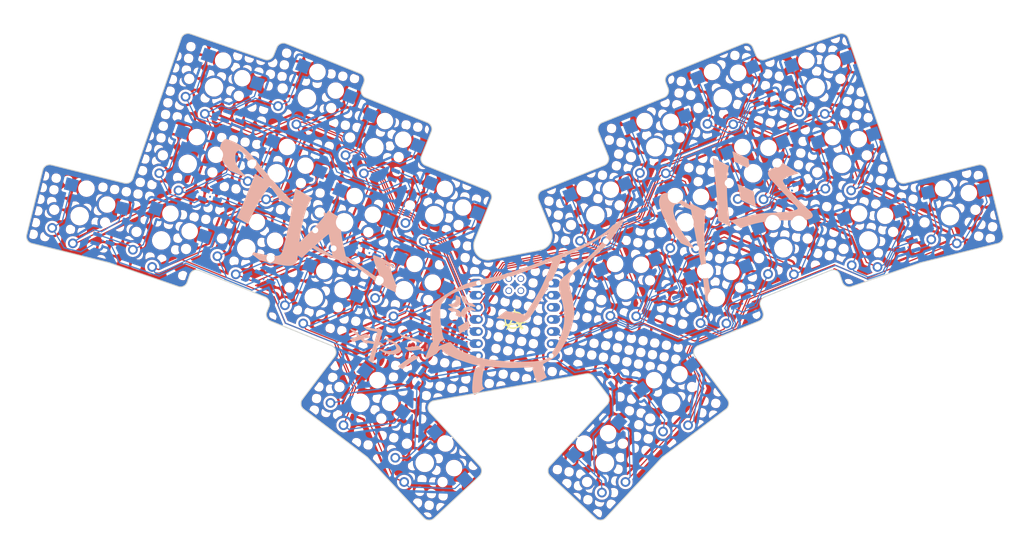
<source format=kicad_pcb>
(kicad_pcb (version 20221018) (generator pcbnew)
  (title_block (title "ilo") (rev "v1.0.0") (company "Unknown"))
  (layers (0 "F.Cu" signal) (31 "B.Cu" signal) (34 "B.Paste" user) (35 "F.Paste" user) (36 "B.SilkS" user "B.Silkscreen") (37 "F.SilkS" user "F.Silkscreen") (38 "B.Mask" user) (39 "F.Mask" user) (44 "Edge.Cuts" user))
  (net 0 "")
  (net 1 "r3")
  (net 2 "c1")
  (net 3 "c2")
  (net 4 "r2")
  (net 5 "r1")
  (net 6 "c3")
  (net 7 "c4")
  (net 8 "r5")
  (net 9 "r6")
  (net 10 "r7")
  (net 11 "r4")
  (net 12 "Net-(D01-A1)")
  (net 13 "Net-(D01-A2)")
  (net 14 "Net-(D02-A1)")
  (net 15 "Net-(D02-A2)")
  (net 16 "Net-(D03-A1)")
  (net 17 "Net-(D03-A2)")
  (net 18 "Net-(D04-A1)")
  (net 19 "Net-(D04-A2)")
  (net 20 "Net-(D05-A1)")
  (net 21 "Net-(D05-A2)")
  (net 22 "Net-(D06-A1)")
  (net 23 "Net-(D06-A2)")
  (net 24 "Net-(D07-A1)")
  (net 25 "Net-(D07-A2)")
  (net 26 "Net-(D08-A1)")
  (net 27 "Net-(D08-A2)")
  (net 28 "Net-(D09-A1)")
  (net 29 "Net-(D09-A2)")
  (net 30 "Net-(D10-A1)")
  (net 31 "Net-(D10-A2)")
  (net 32 "Net-(D11-A1)")
  (net 33 "Net-(D11-A2)")
  (net 34 "Net-(D12-A1)")
  (net 35 "Net-(D12-A2)")
  (net 36 "Net-(D13-A1)")
  (net 37 "Net-(D13-A2)")
  (net 38 "Net-(D14-A1)")
  (net 39 "Net-(D14-A2)")
  (net 41 "gnd")
  (footprint "BeiBob:SW_Kailh_choc_hs_plus_solder_no_silk" (layer "F.Cu") (at 164.907645 107.898821 -22)
    (fp_text reference "SW2")
    (fp_text value "SW_Push")
  )
  (footprint "BeiBob:SW_Kailh_choc_hs_plus_solder_no_silk" (layer "F.Cu") (at 227.493687 184.47397 47)
    (fp_text reference "SW15")
    (fp_text value "SW_Push")
  )
  (footprint "BeiBob:SW_Kailh_choc_hs_plus_solder_no_silk" (layer "F.Cu") (at 231.852617 148.219162 22)
    (fp_text reference "SW21")
    (fp_text value "SW_Push")
  )
  (footprint "BeiBob:SW_Kailh_choc_hs_plus_solder_no_silk" (layer "F.Cu") (at 299.965156 132.657462 14)
    (fp_text reference "SW20")
    (fp_text value "SW_Push")
  )
  (footprint "BeiBob:SW_Kailh_choc_hs_plus_solder_no_silk" (layer "F.Cu") (at 139.855893 121.686369 -19)
    (fp_text reference "SW5")
    (fp_text value "SW_Push")
  )
  (footprint "BeiBob:SW_Kailh_choc_hs_plus_solder_no_silk" (layer "F.Cu") (at 166.341066 149.731916 -22)
    (fp_text reference "SW12")
    (fp_text value "SW_Push")
  )
  (footprint "BeiBob:SW_Kailh_choc_hs_plus_solder_no_silk" (layer "F.Cu") (at 264.968944 139.423067 22)
    (fp_text reference "SW18")
    (fp_text value "SW_Push")
  )
  (footprint "BeiBob:SW_Kailh_choc_hs_plus_solder_no_silk" (layer "F.Cu") (at 145.390548 105.612556 -19)
    (fp_text reference "SW1")
    (fp_text value "SW_Push")
  )
  (footprint "BeiBob:SW_Kailh_choc_hs_plus_solder_no_silk" (layer "F.Cu") (at 179.077691 118.207657 -22)
    (fp_text reference "SW3")
    (fp_text value "SW_Push")
  )
  (footprint "BeiBob:SW_Kailh_choc_hs_plus_solder_no_silk" (layer "F.Cu") (at 238.062278 118.207659 22)
    (fp_text reference "SW26")
    (fp_text value "SW_Push")
  )
  (footprint "BeiBob:SW_Kailh_choc_hs_plus_solder_no_silk" (layer "F.Cu") (at 277.284077 121.68637 19)
    (fp_text reference "SW24")
    (fp_text value "SW_Push")
  )
  (footprint "BeiBob:SW_Kailh_choc_hs_plus_solder_no_silk" (layer "F.Cu") (at 271.749419 105.612555 19)
    (fp_text reference "SW28")
    (fp_text value "SW_Push")
  )
  (footprint "BeiBob:SW_Kailh_choc_hs_plus_solder_no_silk" (layer "F.Cu") (at 189.646279 184.473972 -47)
    (fp_text reference "SW14")
    (fp_text value "SW_Push")
  )
  (footprint "BeiBob:SW_Kailh_choc_hs_plus_solder_no_silk" (layer "F.Cu") (at 176.138858 171.862346 -37)
    (fp_text reference "SW13")
    (fp_text value "SW_Push")
  )
  (footprint "BeiBob:SW_Kailh_choc_hs_plus_solder_no_silk" (layer "F.Cu") (at 258.600637 123.660943 22)
    (fp_text reference "SW23")
    (fp_text value "SW_Push")
  )
  (footprint "BeiBob:SW_Kailh_choc_hs_plus_solder_no_silk" (layer "F.Cu") (at 117.174809 132.657464 -14)
    (fp_text reference "SW9")
    (fp_text value "SW_Push")
  )
  (footprint "BeiBob:SW_Kailh_choc_hs_plus_solder_no_silk" (layer "F.Cu") (at 244.430589 133.969789 22)
    (fp_text reference "SW22")
    (fp_text value "SW_Push")
  )
  (footprint "BeiBob:SW_Kailh_choc_hs_plus_solder_no_silk" (layer "F.Cu") (at 191.655661 132.457039 -22)
    (fp_text reference "SW4")
    (fp_text value "SW_Push")
  )
  (footprint "BeiBob:SW_Kailh_choc_hs_plus_solder_no_silk" (layer "F.Cu") (at 152.171018 139.423067 -22)
    (fp_text reference "SW11")
    (fp_text value "SW_Push")
  )
  (footprint "BeiBob:SW_Kailh_choc_hs_plus_solder_no_silk" (layer "F.Cu") (at 250.798901 149.731915 22)
    (fp_text reference "SW17")
    (fp_text value "SW_Push")
  )
  (footprint "BeiBob:SW_Kailh_choc_hs_plus_solder_no_silk" (layer "F.Cu") (at 282.818736 137.760185 19)
    (fp_text reference "SW19")
    (fp_text value "SW_Push")
  )
  (footprint "BeiBob:SW_Kailh_choc_hs_plus_solder_no_silk" (layer "F.Cu") (at 172.709379 133.969788 -22)
    (fp_text reference "SW7")
    (fp_text value "SW_Push")
  )
  (footprint "BeiBob:SW_Kailh_choc_hs_plus_solder_no_silk" (layer "F.Cu") (at 134.32123 137.760185 -19)
    (fp_text reference "SW10")
    (fp_text value "SW_Push")
  )
  (footprint "BeiBob:SW_Kailh_choc_hs_plus_solder_no_silk" (layer "F.Cu") (at 185.287347 148.219162 -22)
    (fp_text reference "SW8")
    (fp_text value "SW_Push")
  )
  (footprint "BeiBob:SW_Kailh_choc_hs_plus_solder_no_silk" (layer "F.Cu") (at 158.539331 123.660941 -22)
    (fp_text reference "SW6")
    (fp_text value "SW_Push")
  )
  (footprint "BeiBob:SW_Kailh_choc_hs_plus_solder_no_silk" (layer "F.Cu") (at 241.405089 171.862347 37)
    (fp_text reference "SW16")
    (fp_text value "SW_Push")
  )
  (footprint "BeiBob:SW_Kailh_choc_hs_plus_solder_no_silk" (layer "F.Cu") (at 225.484308 132.45704 22)
    (fp_text reference "SW25")
    (fp_text value "SW_Push")
  )
  (footprint "BeiBob:SW_Kailh_choc_hs_plus_solder_no_silk" (layer "F.Cu") (at 252.232323 107.898821 22)
    (fp_text reference "SW27")
    (fp_text value "SW_Push")
  )
  (footprint "Kleeb MCU:xiao-tht" (layer "F.Cu") (at 208.570158 154.357033)
    (fp_text reference "U1" hide)
    (fp_text value "xiao" hide)
  )
  (footprint "BeiBob:SOT-23_Handsoldering" (layer "B.Cu") (at 234.542239 132.785953 -158)
    (fp_text reference "D13" hide)
    (fp_text value "BAV70_Small")
  )
  (footprint "BeiBob:SOT-23_Handsoldering" (layer "B.Cu") (at 291.10146 139.267864 -163.5)
    (fp_text reference "D10" hide)
    (fp_text value "BAV70_Small")
  )
  (footprint "BeiBob:SOT-23_Handsoldering" (layer "B.Cu") (at 228.842235 166.405951 127)
    (fp_text reference "D08" hide)
    (fp_text value "BAV70_Small")
  )
  (footprint "BeiBob:SOT-23_Handsoldering" (layer "B.Cu") (at 149.356448 112.162553 -20.5)
    (fp_text reference "D01" hide)
    (fp_text value "BAV70_Small")
  )
  (footprint "BeiBob:SOT-23_Handsoldering" (layer "B.Cu") (at 144.686458 128.642554 -20.5)
    (fp_text reference "D03" hide)
    (fp_text value "BAV70_Small")
  )
  (footprint "BeiBob:SOT-23_Handsoldering" (layer "B.Cu") (at 261.401462 108.557864 -159.5)
    (fp_text reference "D14" hide)
    (fp_text value "BAV70_Small")
  )
  (footprint "BeiBob:SOT-23_Handsoldering" (layer "B.Cu") (at 240.821458 149.297867 -158)
    (fp_text reference "D11" hide)
    (fp_text value "BAV70_Small")
  )
  (footprint "BeiBob:SOT-23_Handsoldering" (layer "B.Cu") (at 188.176606 166.406237 53)
    (fp_text reference "D07" hide)
    (fp_text value "BAV70_Small")
  )
  (footprint "BeiBob:SOT-23_Handsoldering" (layer "B.Cu") (at 155.921462 145.957866 -22)
    (fp_text reference "D06" hide)
    (fp_text value "BAV70_Small")
  )
  (footprint "BeiBob:SOT-23_Handsoldering" (layer "B.Cu") (at 266.671462 127.337868 -159.5)
    (fp_text reference "D12" hide)
    (fp_text value "BAV70_Small")
  )
  (footprint "BeiBob:SOT-23_Handsoldering" (layer "B.Cu") (at 184.562232 124.615952 -22)
    (fp_text reference "D02" hide)
    (fp_text value "BAV70_Small")
  )
  (footprint "BeiBob:SOT-23_Handsoldering" (layer "B.Cu") (at 178.142229 140.455952 -22)
    (fp_text reference "D04" hide)
    (fp_text value "BAV70_Small")
  )
  (footprint "BeiBob:SOT-23_Handsoldering" (layer "B.Cu") (at 256.226104 151.087695 -158)
    (fp_text reference "D09" hide)
    (fp_text value "BAV70_Small")
  )
  (footprint "BeiBob:SOT-23_Handsoldering" (layer "B.Cu") (at 122.11323 137.871847 -16.5)
    (fp_text reference "D05" hide)
    (fp_text value "BAV70_Small")
  )
  (gr_poly (pts (xy 183.292936 160.142991) (xy 183.296451 160.143272) (xy 183.29982 160.143696) (xy 183.303045 160.144264) (xy 183.306125 160.144975) (xy 183.30906 160.14583) (xy 183.31185 160.146828) (xy 183.314495 160.147969) (xy 183.316995 160.149255) (xy 183.326555 160.154713) (xy 183.331222 160.157465) (xy 183.335817 160.16023) (xy 183.340338 160.163011) (xy 183.344783 160.165806) (xy 183.349154 160.168617) (xy 183.353452 160.171442) (xy 183.3544 160.17604) (xy 183.355378 160.180402) (xy 183.356387 160.184529) (xy 183.357427 160.188418) (xy 183.358497 160.192073) (xy 183.359599 160.195494) (xy 183.36073 160.198677) (xy 183.361894 160.201623) (xy 183.362834 160.203592) (xy 183.363645 160.205603) (xy 183.364332 160.20766) (xy 183.364893 160.20976) (xy 183.365327 160.211905) (xy 183.365635 160.214093) (xy 183.365817 160.216325) (xy 183.365872 160.218602) (xy 183.365802 160.220923) (xy 183.365605 160.223288) (xy 183.365283 160.225697) (xy 183.364832 160.228149) (xy 183.364257 160.230648) (xy 183.363555 160.233188) (xy 183.362726 160.235775) (xy 183.361772 160.238404) (xy 183.351923 160.251343) (xy 183.341913 160.264238) (xy 183.331738 160.277087) (xy 183.321402 160.289892) (xy 183.310903 160.302653) (xy 183.300242 160.31537) (xy 183.289418 160.328043) (xy 183.278432 160.34067) (xy 183.272832 160.346939) (xy 183.267102 160.353137) (xy 183.261243 160.359264) (xy 183.255255 160.365322) (xy 183.249137 160.37131) (xy 183.24289 160.377227) (xy 183.236513 160.383075) (xy 183.230007 160.388851) (xy 183.223372 160.394558) (xy 183.216608 160.400197) (xy 183.209713 160.405764) (xy 183.20269 160.41126) (xy 183.195537 160.416688) (xy 183.188255 160.422045) (xy 183.180843 160.427331) (xy 183.173304 160.432549) (xy 183.157621 160.445799) (xy 183.143394 160.458227) (xy 183.130623 160.46983) (xy 183.119307 160.480608) (xy 183.109447 160.490563) (xy 183.101044 160.499693) (xy 183.097387 160.503949) (xy 183.094094 160.507999) (xy 183.091166 160.511843) (xy 183.088601 160.515481) (xy 183.086143 160.518983) (xy 183.083538 160.522417) (xy 183.080784 160.525786) (xy 183.077883 160.529089) (xy 183.074833 160.532326) (xy 183.071636 160.535495) (xy 183.068291 160.538598) (xy 183.064798 160.541635) (xy 183.061157 160.544606) (xy 183.057367 160.547508) (xy 183.05343 160.550347) (xy 183.049345 160.553118) (xy 183.045111 160.555823) (xy 183.040731 160.558461) (xy 183.0362 160.561032) (xy 183.031522 160.563538) (xy 183.016471 160.574138) (xy 183.001745 160.585209) (xy 182.987344 160.596752) (xy 182.973268 160.608766) (xy 182.959517 160.621252) (xy 182.946091 160.63421) (xy 182.932989 160.647639) (xy 182.920213 160.66154) (xy 182.908775 160.673646) (xy 182.896832 160.685927) (xy 182.884385 160.698384) (xy 182.871433 160.711018) (xy 182.857976 160.723829) (xy 182.844014 160.736816) (xy 182.829547 160.749979) (xy 182.814576 160.76332) (xy 182.806439 160.772245) (xy 182.798214 160.781109) (xy 182.789899 160.789915) (xy 182.781496 160.798662) (xy 182.773005 160.807352) (xy 182.764424 160.815981) (xy 182.755754 160.824551) (xy 182.746995 160.833063) (xy 182.676572 160.900915) (xy 182.657986 160.918188) (xy 182.639816 160.935606) (xy 182.622059 160.953174) (xy 182.604718 160.970888) (xy 182.587791 160.988752) (xy 182.571278 161.006761) (xy 182.555181 161.024919) (xy 182.539498 161.043226) (xy 182.533967 161.048571) (xy 182.528792 161.053769) (xy 182.523973 161.05882) (xy 182.51951 161.063724) (xy 182.515403 161.068481) (xy 182.511653 161.07309) (xy 182.508261 161.077553) (xy 182.505223 161.081868) (xy 182.503628 161.084136) (xy 182.501706 161.086698) (xy 182.499458 161.089555) (xy 182.496883 161.092707) (xy 182.493982 161.096154) (xy 182.490754 161.099895) (xy 182.487201 161.103929) (xy 182.483319 161.108259) (xy 182.486297 161.116667) (xy 182.489348 161.124677) (xy 182.492475 161.13229) (xy 182.495677 161.139505) (xy 182.498954 161.146322) (xy 182.502306 161.152741) (xy 182.505734 161.158763) (xy 182.509236 161.164386) (xy 182.510927 161.166895) (xy 182.512577 161.169583) (xy 182.514186 161.172452) (xy 182.515753 161.175501) (xy 182.51728 161.178732) (xy 182.518763 161.182141) (xy 182.520207 161.185733) (xy 182.521609 161.189503) (xy 182.522969 161.193455) (xy 182.52429 161.197588) (xy 182.525567 161.2019) (xy 182.526803 161.206393) (xy 182.527998 161.211068) (xy 182.529151 161.215921) (xy 182.530264 161.220956) (xy 182.531335 161.226172) (xy 182.53248 161.227228) (xy 182.533665 161.228391) (xy 182.534891 161.229661) (xy 182.536157 161.231038) (xy 182.537463 161.232521) (xy 182.538809 161.234111) (xy 182.540195 161.235808) (xy 182.541622 161.237612) (xy 182.543089 161.239524) (xy 182.544597 161.241542) (xy 182.547733 161.245898) (xy 182.551031 161.250682) (xy 182.554491 161.255894) (xy 182.556107 161.258023) (xy 182.557649 161.260169) (xy 182.559118 161.262329) (xy 182.560512 161.264503) (xy 182.561832 161.266692) (xy 182.563078 161.268896) (xy 182.564249 161.271113) (xy 182.565347 161.273347) (xy 182.57858 161.290329) (xy 182.582559 161.295056) (xy 182.586463 161.299795) (xy 182.590296 161.304551) (xy 182.594054 161.309319) (xy 182.597738 161.314104) (xy 182.601348 161.318903) (xy 182.604884 161.323716) (xy 182.608346 161.328542) (xy 182.615166 161.338067) (xy 182.621927 161.347295) (xy 182.628631 161.35623) (xy 182.635275 161.364869) (xy 182.641914 161.373509) (xy 182.648614 161.382442) (xy 182.655374 161.391672) (xy 182.662194 161.401195) (xy 182.666248 161.405906) (xy 182.670377 161.410601) (xy 182.67458 161.415283) (xy 182.678857 161.419949) (xy 182.683209 161.424602) (xy 182.687636 161.429239) (xy 182.692137 161.433861) (xy 182.696713 161.438468) (xy 182.743516 161.488011) (xy 182.746606 161.491017) (xy 182.74973 161.493902) (xy 182.752888 161.496665) (xy 182.75608 161.499307) (xy 182.759305 161.501827) (xy 182.762564 161.504225) (xy 182.765856 161.506501) (xy 182.769183 161.508657) (xy 182.772543 161.51069) (xy 182.775937 161.512603) (xy 182.779364 161.514394) (xy 182.782826 161.516063) (xy 182.786321 161.517611) (xy 182.78985 161.519037) (xy 182.793413 161.520342) (xy 182.797009 161.521525) (xy 182.80107 161.526656) (xy 182.804982 161.531433) (xy 182.808748 161.535856) (xy 182.812367 161.539926) (xy 182.815839 161.543641) (xy 182.819165 161.547002) (xy 182.822344 161.550011) (xy 182.825376 161.552665) (xy 182.827095 161.553616) (xy 182.828822 161.5547) (xy 182.830555 161.555918) (xy 182.832297 161.557267) (xy 182.834044 161.558749) (xy 182.835799 161.560363) (xy 182.837563 161.562111) (xy 182.83933 161.56399) (xy 182.841108 161.566004) (xy 182.842891 161.568148) (xy 182.844682 161.570426) (xy 182.84648 161.572836) (xy 182.848285 161.575379) (xy 182.850097 161.578055) (xy 182.851916 161.580864) (xy 182.853742 161.583804) (xy 182.856339 161.586583) (xy 182.858991 161.589198) (xy 182.861697 161.591649) (xy 182.864457 161.593934) (xy 182.867271 161.596058) (xy 182.87014 161.598016) (xy 182.873063 161.599812) (xy 182.87604 161.601444) (xy 182.879071 161.60291) (xy 182.882157 161.604213) (xy 182.885298 161.605354) (xy 182.888491 161.606328) (xy 182.891739 161.607141) (xy 182.895042 161.607789) (xy 182.898399 161.608272) (xy 182.90181 161.608593) (xy 182.905276 161.608749) (xy 182.908795 161.608741) (xy 182.912369 161.608569) (xy 182.915998 161.608234) (xy 182.91968 161.607734) (xy 182.923418 161.607071) (xy 182.927208 161.606244) (xy 182.931053 161.605252) (xy 182.934953 161.604097) (xy 182.938906 161.602778) (xy 182.942915 161.601294) (xy 182.946977 161.599649) (xy 182.955264 161.595863) (xy 182.963769 161.591422) (xy 182.980642 161.581266) (xy 182.997041 161.571051) (xy 183.012966 161.560776) (xy 183.028416 161.550442) (xy 183.043392 161.540049) (xy 183.057894 161.529598) (xy 183.071921 161.519086) (xy 183.085473 161.508514) (xy 183.091194 161.506702) (xy 183.096722 161.504795) (xy 183.102058 161.50279) (xy 183.107202 161.500691) (xy 183.112153 161.498495) (xy 183.116912 161.496202) (xy 183.121478 161.493815) (xy 183.125852 161.491332) (xy 183.130033 161.488752) (xy 183.134022 161.486077) (xy 183.137819 161.483304) (xy 183.141423 161.480437) (xy 183.144835 161.477475) (xy 183.148054 161.474416) (xy 183.151081 161.471259) (xy 183.153916 161.468009) (xy 183.176296 161.440911) (xy 183.199628 161.412399) (xy 183.202134 161.409492) (xy 183.204656 161.406657) (xy 183.207192 161.403896) (xy 183.209743 161.401208) (xy 183.212309 161.398595) (xy 183.21489 161.396055) (xy 183.217486 161.393588) (xy 183.220098 161.391195) (xy 183.226165 161.385245) (xy 183.231995 161.379649) (xy 183.237587 161.374407) (xy 183.24294 161.369519) (xy 183.249117 161.363931) (xy 183.25211 161.361097) (xy 183.255043 161.35824) (xy 183.257911 161.355354) (xy 183.260717 161.352444) (xy 183.263458 161.349509) (xy 183.266139 161.346547) (xy 183.268756 161.34356) (xy 183.27131 161.340546) (xy 183.2738 161.337506) (xy 183.276228 161.334442) (xy 183.278593 161.331351) (xy 183.280895 161.328233) (xy 183.283134 161.325091) (xy 183.28531 161.321923) (xy 183.305804 161.300865) (xy 183.326355 161.280102) (xy 183.346966 161.259634) (xy 183.367635 161.23946) (xy 183.378079 161.229543) (xy 183.388716 161.219818) (xy 183.399546 161.210283) (xy 183.410567 161.200942) (xy 183.421781 161.191791) (xy 183.433188 161.182833) (xy 183.444787 161.174066) (xy 183.456578 161.16549) (xy 183.46186 161.154988) (xy 183.467197 161.145163) (xy 183.472592 161.136016) (xy 183.475311 161.131697) (xy 183.478044 161.127547) (xy 183.480793 161.123567) (xy 183.483553 161.119756) (xy 183.48633 161.116114) (xy 183.48912 161.112641) (xy 183.491926 161.109339) (xy 183.494745 161.106206) (xy 183.497579 161.103241) (xy 183.500428 161.100448) (xy 183.507565 161.093483) (xy 183.514465 161.086489) (xy 183.521127 161.079465) (xy 183.527553 161.072411) (xy 183.533741 161.065328) (xy 183.539694 161.058214) (xy 183.545409 161.051072) (xy 183.550889 161.043899) (xy 183.559884 161.034843) (xy 183.568317 161.026052) (xy 183.576186 161.017525) (xy 183.583491 161.009264) (xy 183.590232 161.001266) (xy 183.59641 160.993535) (xy 183.602023 160.986068) (xy 183.607072 160.978866) (xy 183.60951 160.975319) (xy 183.612059 160.971752) (xy 183.617492 160.96455) (xy 183.62337 160.957259) (xy 183.629693 160.94988) (xy 183.636462 160.942415) (xy 183.643676 160.934861) (xy 183.651333 160.927218) (xy 183.659436 160.919487) (xy 183.664217 160.912492) (xy 183.669028 160.905644) (xy 183.673868 160.898942) (xy 183.678737 160.892388) (xy 183.683635 160.88598) (xy 183.688563 160.879722) (xy 183.69352 160.87361) (xy 183.698506 160.867646) (xy 183.703371 160.861858) (xy 183.707969 160.856277) (xy 183.7123 160.850902) (xy 183.716363 160.845731) (xy 183.720159 160.840769) (xy 183.723687 160.836012) (xy 183.726947 160.831459) (xy 183.729939 160.827115) (xy 183.737428 160.821918) (xy 183.744681 160.816692) (xy 183.751694 160.811436) (xy 183.758471 160.80615) (xy 183.76501 160.800836) (xy 183.771313 160.795491) (xy 183.777379 160.790117) (xy 183.783208 160.784713) (xy 183.786021 160.781944) (xy 183.788754 160.779058) (xy 183.791405 160.776055) (xy 183.793975 160.772932) (xy 183.796465 160.769693) (xy 183.798873 160.766334) (xy 183.8012 160.762858) (xy 183.803447 160.759265) (xy 183.805612 160.755553) (xy 183.807696 160.751723) (xy 183.8097 160.747775) (xy 183.811622 160.74371) (xy 183.813463 160.739526) (xy 183.815224 160.735224) (xy 183.816903 160.730805) (xy 183.818501 160.726267) (xy 183.821426 160.725621) (xy 183.824271 160.724856) (xy 183.827033 160.723974) (xy 183.829715 160.722973) (xy 183.832316 160.721856) (xy 183.834836 160.720619) (xy 183.837274 160.719265) (xy 183.839632 160.717793) (xy 183.841909 160.716203) (xy 183.844104 160.714496) (xy 183.846218 160.71267) (xy 183.848252 160.710725) (xy 183.850203 160.708665) (xy 183.852074 160.706485) (xy 183.853864 160.704188) (xy 183.855573 160.701772) (xy 183.857501 160.699006) (xy 183.859474 160.696367) (xy 183.861491 160.693851) (xy 183.863551 160.691463) (xy 183.865655 160.689199) (xy 183.867804 160.68706) (xy 183.869997 160.685047) (xy 183.872232 160.683159) (xy 183.874513 160.681396) (xy 183.876837 160.679757) (xy 183.879206 160.678246) (xy 183.881619 160.676858) (xy 183.884076 160.675595) (xy 183.886578 160.674459) (xy 183.889123 160.673447) (xy 183.891713 160.672562) (xy 183.893866 160.677583) (xy 183.895842 160.682504) (xy 183.897646 160.687325) (xy 183.899275 160.692047) (xy 183.90073 160.696669) (xy 183.902011 160.701192) (xy 183.903119 160.705615) (xy 183.904052 160.709939) (xy 183.904811 160.714162) (xy 183.905396 160.718286) (xy 183.905807 160.722312) (xy 183.906045 160.726237) (xy 183.906108 160.730063) (xy 183.905998 160.73379) (xy 183.905713 160.737416) (xy 183.905255 160.740943) (xy 183.904069 160.747802) (xy 183.90269 160.754469) (xy 183.901119 160.760945) (xy 183.899355 160.767228) (xy 183.897401 160.77332) (xy 183.895256 160.77922) (xy 183.892919 160.784928) (xy 183.890393 160.790444) (xy 183.884657 160.798854) (xy 183.878892 160.807116) (xy 183.873098 160.815231) (xy 183.867276 160.8232) (xy 183.861425 160.831021) (xy 183.855547 160.838694) (xy 183.849638 160.846219) (xy 183.843701 160.853598) (xy 183.840684 160.857239) (xy 183.837585 160.860858) (xy 183.831143 160.868031) (xy 183.824375 160.875114) (xy 183.817283 160.882108) (xy 183.809864 160.889014) (xy 183.802121 160.895831) (xy 183.794051 160.90256) (xy 183.785657 160.909199) (xy 183.784916 160.910275) (xy 183.784122 160.911379) (xy 183.78238 160.913677) (xy 183.780429 160.916091) (xy 183.778271 160.918625) (xy 183.775904 160.921276) (xy 183.773331 160.924043) (xy 183.770549 160.926929) (xy 183.76756 160.929934) (xy 183.764571 160.932937) (xy 183.761792 160.935825) (xy 183.759218 160.938592) (xy 183.756853 160.941243) (xy 183.754696 160.943777) (xy 183.752747 160.946192) (xy 183.751005 160.948489) (xy 183.749471 160.950669) (xy 183.748731 160.951744) (xy 183.747939 160.952849) (xy 183.746198 160.955146) (xy 183.744249 160.957562) (xy 183.742092 160.960095) (xy 183.739727 160.962746) (xy 183.737155 160.965514) (xy 183.734376 160.9684) (xy 183.731389 160.971404) (xy 183.728398 160.974408) (xy 183.725615 160.977293) (xy 183.723041 160.980062) (xy 183.720675 160.982712) (xy 183.718518 160.985246) (xy 183.716567 160.987661) (xy 183.714825 160.989958) (xy 183.713292 160.992137) (xy 183.709169 161.004594) (xy 183.705184 161.015797) (xy 183.701336 161.025748) (xy 183.697624 161.034446) (xy 183.694052 161.041893) (xy 183.692317 161.045147) (xy 183.690616 161.048087) (xy 183.688949 161.050715) (xy 183.687317 161.053029) (xy 183.685719 161.05503) (xy 183.684155 161.056718) (xy 183.682328 161.058344) (xy 183.680534 161.060038) (xy 183.678773 161.061803) (xy 183.677046 161.063639) (xy 183.675351 161.065544) (xy 183.67369 161.06752) (xy 183.672062 161.069565) (xy 183.670467 161.07168) (xy 183.668906 161.073865) (xy 183.667377 161.076121) (xy 183.665882 161.078445) (xy 183.66442 161.08084) (xy 183.662991 161.083306) (xy 183.661595 161.085842) (xy 183.660232 161.088448) (xy 183.658902 161.091123) (xy 183.656005 161.093573) (xy 183.653141 161.096092) (xy 183.65031 161.098682) (xy 183.647512 161.101342) (xy 183.644748 161.104071) (xy 183.642017 161.106871) (xy 183.639319 161.109741) (xy 183.636654 161.112681) (xy 183.634022 161.115689) (xy 183.631424 161.11877) (xy 183.628858 161.121919) (xy 183.626326 161.125139) (xy 183.623827 161.128429) (xy 183.621361 161.131788) (xy 183.618928 161.135219) (xy 183.616528 161.138718) (xy 183.612053 161.145119) (xy 183.607208 161.151592) (xy 183.601992 161.158138) (xy 183.596405 161.164758) (xy 183.590447 161.171451) (xy 183.584119 161.178217) (xy 183.57742 161.185058) (xy 183.570348 161.19197) (xy 183.531247 161.24673) (xy 183.494946 161.296954) (xy 183.461445 161.34264) (xy 183.430745 161.38379) (xy 183.415942 161.403224) (xy 183.400827 161.422642) (xy 183.3854 161.442046) (xy 183.369662 161.461434) (xy 183.353613 161.480808) (xy 183.337253 161.500166) (xy 183.320582 161.519509) (xy 183.303602 161.538838) (xy 183.273364 161.565193) (xy 183.243548 161.590548) (xy 183.214148 161.614899) (xy 183.185166 161.63825) (xy 183.177655 161.644102) (xy 183.170099 161.650117) (xy 183.162497 161.656292) (xy 183.15485 161.662631) (xy 183.147158 161.669131) (xy 183.139421 161.675794) (xy 183.131639 161.682619) (xy 183.123812 161.689606) (xy 183.108946 161.702504) (xy 183.093843 161.715755) (xy 183.078502 161.72936) (xy 183.062921 161.743319) (xy 183.060787 161.745005) (xy 183.058668 161.746765) (xy 183.056564 161.748598) (xy 183.054474 161.750505) (xy 183.0524 161.752486) (xy 183.05034 161.75454) (xy 183.048296 161.756668) (xy 183.046266 161.758869) (xy 183.044133 161.760556) (xy 183.042014 161.762315) (xy 183.03991 161.764148) (xy 183.037821 161.766055) (xy 183.035746 161.768035) (xy 183.033686 161.770089) (xy 183.031641 161.772217) (xy 183.029611 161.774417) (xy 183.027653 161.776892) (xy 183.025711 161.779248) (xy 183.023784 161.781487) (xy 183.021873 161.783608) (xy 183.019976 161.785611) (xy 183.018095 161.787496) (xy 183.016228 161.789263) (xy 183.014378 161.790912) (xy 183.012542 161.792443) (xy 183.010722 161.793857) (xy 183.008917 161.795153) (xy 183.007128 161.79633) (xy 183.005353 161.797389) (xy 183.003594 161.798332) (xy 183.001851 161.799156) (xy 183.000123 161.799862) (xy 182.99737 161.801583) (xy 182.994581 161.803218) (xy 182.991755 161.804762) (xy 182.988893 161.80622) (xy 182.985994 161.807588) (xy 182.983059 161.808868) (xy 182.980086 161.810059) (xy 182.977077 161.811163) (xy 182.974032 161.812177) (xy 182.970949 161.813104) (xy 182.96783 161.813942) (xy 182.964675 161.814691) (xy 182.961481 161.815351) (xy 182.958251 161.815925) (xy 182.954985 161.816409) (xy 182.95168 161.816803) (xy 182.948611 161.816924) (xy 182.945572 161.817286) (xy 182.94256 161.817892) (xy 182.939578 161.818741) (xy 182.936625 161.819833) (xy 182.9337 161.821169) (xy 182.930805 161.822747) (xy 182.927938 161.824569) (xy 182.925101 161.826633) (xy 182.922293 161.828941) (xy 182.919512 161.831491) (xy 182.916761 161.834286) (xy 182.914039 161.837323) (xy 182.911345 161.840604) (xy 182.908682 161.844128) (xy 182.906045 161.847895) (xy 182.89547 161.85443) (xy 182.884657 161.861319) (xy 182.873605 161.86856) (xy 182.862315 161.876156) (xy 182.850786 161.884106) (xy 182.839019 161.892407) (xy 182.827014 161.901065) (xy 182.814772 161.910075) (xy 182.809121 161.914142) (xy 182.803465 161.91798) (xy 182.797801 161.921589) (xy 182.792132 161.924972) (xy 182.786455 161.928125) (xy 182.780772 161.93105) (xy 182.775082 161.933746) (xy 182.769384 161.936213) (xy 182.763681 161.938453) (xy 182.757971 161.940465) (xy 182.752255 161.942247) (xy 182.746532 161.943802) (xy 182.740803 161.945128) (xy 182.735065 161.946225) (xy 182.729322 161.947094) (xy 182.723574 161.947734) (xy 182.7214 161.94781) (xy 182.719154 161.947805) (xy 182.716833 161.947719) (xy 182.71444 161.947553) (xy 182.711973 161.947304) (xy 182.70943 161.946974) (xy 182.706815 161.946564) (xy 182.704126 161.946071) (xy 182.701363 161.9455) (xy 182.698527 161.944846) (xy 182.695616 161.944111) (xy 182.692631 161.943294) (xy 182.689573 161.942397) (xy 182.686441 161.941419) (xy 182.683235 161.94036) (xy 182.679955 161.939218) (xy 182.677626 161.938502) (xy 182.675259 161.937889) (xy 182.672856 161.937379) (xy 182.670415 161.936972) (xy 182.667937 161.936669) (xy 182.665421 161.936469) (xy 182.662868 161.936371) (xy 182.660278 161.936376) (xy 182.65765 161.936485) (xy 182.654985 161.936696) (xy 182.652283 161.937012) (xy 182.649543 161.93743) (xy 182.646766 161.937951) (xy 182.643952 161.938574) (xy 182.6411 161.939302) (xy 182.638211 161.940132) (xy 182.635495 161.93644) (xy 182.632542 161.932909) (xy 182.62935 161.92954) (xy 182.625921 161.926331) (xy 182.622254 161.923286) (xy 182.618349 161.920404) (xy 182.614207 161.917682) (xy 182.609827 161.915123) (xy 182.605209 161.912724) (xy 182.600354 161.910489) (xy 182.59526 161.908415) (xy 182.589929 161.906503) (xy 182.584361 161.904754) (xy 182.578554 161.903165) (xy 182.57251 161.90174) (xy 182.566228 161.900476) (xy 182.563083 161.89984) (xy 182.560044 161.899115) (xy 182.557115 161.898304) (xy 182.554291 161.897403) (xy 182.551576 161.896414) (xy 182.548969 161.895337) (xy 182.54647 161.89417) (xy 182.544078 161.892917) (xy 182.541794 161.891575) (xy 182.539618 161.890144) (xy 182.537549 161.888624) (xy 182.535589 161.887017) (xy 182.533736 161.885321) (xy 182.531991 161.883538) (xy 182.530353 161.881664) (xy 182.528823 161.879704) (xy 182.527401 161.877655) (xy 182.526087 161.875518) (xy 182.524881 161.873291) (xy 182.523782 161.870978) (xy 182.522792 161.868575) (xy 182.521908 161.866083) (xy 182.521133 161.863505) (xy 182.520465 161.860838) (xy 182.519905 161.858082) (xy 182.519452 161.855236) (xy 182.519109 161.852305) (xy 182.518871 161.849283) (xy 182.518742 161.846173) (xy 182.518721 161.842977) (xy 182.518808 161.839691) (xy 182.519001 161.836316) (xy 182.510695 161.828619) (xy 182.502329 161.820627) (xy 182.493906 161.812339) (xy 182.485424 161.803758) (xy 182.476883 161.794881) (xy 182.468284 161.785711) (xy 182.459626 161.776245) (xy 182.450911 161.766484) (xy 182.442907 161.757195) (xy 182.434962 161.748201) (xy 182.427073 161.739502) (xy 182.41924 161.731098) (xy 182.411236 161.721809) (xy 182.40329 161.712816) (xy 182.395401 161.704116) (xy 182.387567 161.695713) (xy 182.386559 161.688043) (xy 182.385384 161.6806) (xy 182.384041 161.67338) (xy 182.382531 161.666386) (xy 182.380853 161.659616) (xy 182.379008 161.653071) (xy 182.376996 161.64675) (xy 182.374817 161.640653) (xy 182.372468 161.634782) (xy 182.369953 161.629134) (xy 182.36727 161.623712) (xy 182.36442 161.618513) (xy 182.361402 161.61354) (xy 182.358218 161.608792) (xy 182.354864 161.604268) (xy 182.351342 161.599968) (xy 182.336777 161.583249) (xy 182.321917 161.566588) (xy 182.306761 161.549985) (xy 182.29131 161.533442) (xy 182.276208 161.507027) (xy 182.261106 161.480612) (xy 182.257442 161.474753) (xy 182.253761 161.469202) (xy 182.250064 161.463962) (xy 182.246351 161.45903) (xy 182.242622 161.454408) (xy 182.238878 161.450095) (xy 182.235117 161.446092) (xy 182.23323 161.444207) (xy 182.231339 161.442398) (xy 182.229026 161.439812) (xy 182.226813 161.437245) (xy 182.2247 161.434696) (xy 182.222686 161.432167) (xy 182.220773 161.429654) (xy 182.218959 161.427161) (xy 182.217247 161.424687) (xy 182.215632 161.42223) (xy 182.21412 161.419793) (xy 182.212705 161.417372) (xy 182.211392 161.414971) (xy 182.210178 161.41259) (xy 182.209064 161.410226) (xy 182.20805 161.407881) (xy 182.207137 161.405553) (xy 182.206323 161.403244) (xy 182.195087 161.412668) (xy 182.18468 161.42162) (xy 182.175107 161.4301) (xy 182.166365 161.438112) (xy 182.158454 161.44565) (xy 182.151375 161.452719) (xy 182.145127 161.459317) (xy 182.13971 161.465443) (xy 182.134472 161.471688) (xy 182.128758 161.478639) (xy 182.115899 161.494661) (xy 182.101135 161.513514) (xy 182.084466 161.535192) (xy 182.064465 161.558755) (xy 182.048276 161.576663) (xy 182.04411 161.581317) (xy 182.039706 161.586323) (xy 182.035063 161.591685) (xy 182.030184 161.597399) (xy 182.026017 161.602052) (xy 182.021613 161.60706) (xy 182.01697 161.612419) (xy 182.01209 161.618133) (xy 182.000271 161.628514) (xy 181.989075 161.638925) (xy 181.978502 161.649365) (xy 181.973449 161.654597) (xy 181.968552 161.659835) (xy 181.963811 161.665082) (xy 181.959225 161.670334) (xy 181.954795 161.675597) (xy 181.950521 161.680865) (xy 181.946402 161.686141) (xy 181.942439 161.691425) (xy 181.938631 161.696716) (xy 181.934979 161.702014) (xy 181.93118 161.707744) (xy 181.927412 161.713621) (xy 181.923671 161.719645) (xy 181.919961 161.725817) (xy 181.91628 161.732136) (xy 181.912628 161.738602) (xy 181.909005 161.745216) (xy 181.905412 161.751976) (xy 181.903834 161.755007) (xy 181.902204 161.757972) (xy 181.900523 161.76087) (xy 181.898791 161.763702) (xy 181.897006 161.766467) (xy 181.89517 161.769165) (xy 181.893283 161.771799) (xy 181.891344 161.774365) (xy 181.889353 161.776865) (xy 181.88731 161.779299) (xy 181.885216 161.781665) (xy 181.883071 161.783966) (xy 181.880873 161.786201) (xy 181.878624 161.78837) (xy 181.876323 161.790471) (xy 181.873972 161.792507) (xy 181.829736 161.830671) (xy 181.824386 161.835559) (xy 181.818798 161.840801) (xy 181.812969 161.846397) (xy 181.806901 161.852345) (xy 181.804292 161.854738) (xy 181.801697 161.857204) (xy 181.799117 161.859744) (xy 181.796552 161.862358) (xy 181.794 161.865046) (xy 181.791463 161.867806) (xy 181.78894 161.870642) (xy 181.786431 161.873551) (xy 181.782786 161.877527) (xy 181.778991 161.881915) (xy 181.775048 161.886716) (xy 181.770955 161.89193) (xy 181.766713 161.897557) (xy 181.76232 161.903594) (xy 181.757779 161.910046) (xy 181.753087 161.916909) (xy 181.749156 161.92255) (xy 181.744988 161.928161) (xy 181.740583 161.933742) (xy 181.735941 161.939294) (xy 181.731062 161.944817) (xy 181.725945 161.950309) (xy 181.720592 161.955772) (xy 181.715001 161.961206) (xy 181.713461 161.962774) (xy 181.711936 161.964416) (xy 181.710426 161.966133) (xy 181.70893 161.967921) (xy 181.707449 161.969786) (xy 181.705982 161.971722) (xy 181.70453 161.973733) (xy 181.703093 161.975817) (xy 181.701669 161.977974) (xy 181.700262 161.980206) (xy 181.698869 161.982511) (xy 181.69749 161.98489) (xy 181.696126 161.987342) (xy 181.694776 161.989869) (xy 181.693441 161.992468) (xy 181.692121 161.995141) (xy 181.690727 161.997542) (xy 181.689288 161.999914) (xy 181.687806 162.002257) (xy 181.686279 162.004568) (xy 181.684708 162.006852) (xy 181.683092 162.009104) (xy 181.681431 162.011328) (xy 181.679728 162.013524) (xy 181.677979 162.015688) (xy 181.676186 162.017824) (xy 181.674349 162.01993) (xy 181.672467 162.022007) (xy 181.670541 162.024054) (xy 181.668571 162.026071) (xy 181.666554 162.028059) (xy 181.664494 162.030017) (xy 181.661994 162.03325) (xy 181.659375 162.036468) (xy 181.656637 162.03967) (xy 181.653781 162.042858) (xy 181.650807 162.046033) (xy 181.647714 162.04919) (xy 181.644502 162.052335) (xy 181.641171 162.055464) (xy 181.637723 162.058578) (xy 181.634155 162.061678) (xy 181.630469 162.064762) (xy 181.626665 162.067832) (xy 181.622742 162.070887) (xy 181.6187 162.073926) (xy 181.61454 162.076953) (xy 181.610261 162.079963) (xy 181.601822 162.085999) (xy 181.59778 162.089038) (xy 181.593857 162.092093) (xy 181.590054 162.095163) (xy 181.586367 162.098247) (xy 181.582799 162.101347) (xy 181.57935 162.104462) (xy 181.576019 162.107591) (xy 181.572807 162.110733) (xy 181.569714 162.113893) (xy 181.566739 162.117066) (xy 181.563882 162.120255) (xy 181.561144 162.123458) (xy 181.558525 162.126676) (xy 181.556024 162.129909) (xy 181.544652 162.146441) (xy 181.533418 162.162104) (xy 181.52232 162.176899) (xy 181.511358 162.190823) (xy 181.500533 162.203879) (xy 181.489844 162.216064) (xy 181.479291 162.227382) (xy 181.468872 162.237829) (xy 181.463611 162.24269) (xy 181.458176 162.247261) (xy 181.452567 162.251539) (xy 181.446786 162.255527) (xy 181.440831 162.259223) (xy 181.434703 162.262628) (xy 181.428402 162.265742) (xy 181.421928 162.268565) (xy 181.415281 162.271098) (xy 181.408461 162.273337) (xy 181.401467 162.275287) (xy 181.3943 162.276946) (xy 181.386959 162.278313) (xy 181.379447 162.27939) (xy 181.37176 162.280175) (xy 181.3639 162.280669) (xy 181.354681 162.277517) (xy 181.344321 162.274437) (xy 181.332818 162.271431) (xy 181.320175 162.268497) (xy 181.30639 162.265636) (xy 181.291464 162.262849) (xy 181.275396 162.260135) (xy 181.258187 162.257492) (xy 181.249269 162.256195) (xy 181.240888 162.254792) (xy 181.233045 162.253282) (xy 181.22574 162.251665) (xy 181.218972 162.249942) (xy 181.212742 162.248112) (xy 181.20705 162.246176) (xy 181.201896 162.244134) (xy 181.19728 162.241984) (xy 181.193201 162.23973) (xy 181.18966 162.237367) (xy 181.186657 162.2349) (xy 181.184191 162.232325) (xy 181.182263 162.229644) (xy 181.180873 162.226856) (xy 181.18002 162.223961) (xy 181.183855 162.218416) (xy 181.187733 162.213093) (xy 181.191656 162.207989) (xy 181.195623 162.203107) (xy 181.199633 162.198445) (xy 181.203688 162.194006) (xy 181.207785 162.189787) (xy 181.211926 162.18579) (xy 181.22052 162.177808) (xy 181.229648 162.169416) (xy 181.239311 162.160611) (xy 181.249509 162.151392) (xy 181.259665 162.136709) (xy 181.270117 162.122349) (xy 181.280864 162.108314) (xy 181.291907 162.094603) (xy 181.303246 162.081216) (xy 181.31488 162.068153) (xy 181.326808 162.055415) (xy 181.339032 162.043002) (xy 181.34467 162.037022) (xy 181.350397 162.031103) (xy 181.356212 162.025242) (xy 181.362116 162.01944) (xy 181.368109 162.013697) (xy 181.37419 162.008014) (xy 181.380358 162.002388) (xy 181.386617 161.996823) (xy 181.436109 161.947816) (xy 181.440199 161.943905) (xy 181.444146 161.939946) (xy 181.447948 161.935939) (xy 181.451605 161.931884) (xy 181.455119 161.927781) (xy 181.458488 161.92363) (xy 181.461712 161.919431) (xy 181.464793 161.915184) (xy 181.467729 161.910888) (xy 181.47052 161.906544) (xy 181.473168 161.902154) (xy 181.475671 161.897715) (xy 181.478029 161.893228) (xy 181.480243 161.888692) (xy 181.482313 161.884109) (xy 181.484239 161.879477) (xy 181.486384 161.874497) (xy 181.488636 161.86957) (xy 181.490996 161.864701) (xy 181.493462 161.859886) (xy 181.496037 161.855125) (xy 181.498718 161.850421) (xy 181.501507 161.845772) (xy 181.504403 161.841179) (xy 181.507406 161.83664) (xy 181.510517 161.832158) (xy 181.513735 161.827731) (xy 181.51706 161.823358) (xy 181.520491 161.819041) (xy 181.52403 161.81478) (xy 181.527677 161.810574) (xy 181.53143 161.806423) (xy 181.53302 161.801895) (xy 181.534676 161.797509) (xy 181.536398 161.793263) (xy 181.538186 161.789157) (xy 181.540039 161.785191) (xy 181.541961 161.781365) (xy 181.543948 161.777678) (xy 181.546002 161.774133) (xy 181.548122 161.770726) (xy 181.550308 161.767461) (xy 181.55256 161.764333) (xy 181.554879 161.761347) (xy 181.557264 161.758501) (xy 181.559715 161.755795) (xy 181.562232 161.753229) (xy 181.564816 161.750804) (xy 181.567578 161.746658) (xy 181.570148 161.742704) (xy 181.572524 161.73894) (xy 181.574706 161.735368) (xy 181.576696 161.731987) (xy 181.578492 161.728798) (xy 181.580096 161.7258) (xy 181.581507 161.722995) (xy 181.582917 161.720189) (xy 181.584521 161.717191) (xy 181.586317 161.714002) (xy 181.588308 161.710621) (xy 181.59049 161.707049) (xy 181.592867 161.703286) (xy 181.595436 161.699332) (xy 181.598199 161.695186) (xy 181.609109 161.686057) (xy 181.618533 161.677989) (xy 181.626471 161.67098) (xy 181.632924 161.665031) (xy 181.63789 161.660142) (xy 181.639816 161.658096) (xy 181.641371 161.656313) (xy 181.642554 161.654797) (xy 181.643366 161.653544) (xy 181.643807 161.652558) (xy 181.643877 161.651836) (xy 181.643778 161.651243) (xy 181.643717 161.650642) (xy 181.643693 161.650033) (xy 181.643707 161.649419) (xy 181.643757 161.648796) (xy 181.643844 161.648167) (xy 181.643969 161.647529) (xy 181.644131 161.646885) (xy 181.644329 161.646232) (xy 181.644565 161.645574) (xy 181.644838 161.644906) (xy 181.645148 161.644233) (xy 181.645496 161.643552) (xy 181.64588 161.642863) (xy 181.646301 161.642167) (xy 181.64676 161.641463) (xy 181.65101 161.636946) (xy 181.655075 161.632465) (xy 181.658954 161.628022) (xy 181.662648 161.623615) (xy 181.666156 161.619245) (xy 181.669479 161.61491) (xy 181.672617 161.610614) (xy 181.675569 161.606354) (xy 181.678337 161.60213) (xy 181.680917 161.597944) (xy 181.683313 161.593792) (xy 181.685524 161.589679) (xy 181.687549 161.585603) (xy 181.689389 161.581563) (xy 181.691044 161.57756) (xy 181.692513 161.573594) (xy 181.694737 161.571201) (xy 181.697362 161.568499) (xy 181.700387 161.565487) (xy 181.703814 161.562166) (xy 181.707642 161.558537) (xy 181.711873 161.554598) (xy 181.716505 161.550351) (xy 181.721539 161.545793) (xy 181.726214 161.541767) (xy 181.730725 161.537694) (xy 181.735075 161.533579) (xy 181.739261 161.529419) (xy 181.743283 161.525215) (xy 181.747142 161.520966) (xy 181.75084 161.516674) (xy 181.754373 161.512336) (xy 181.773899 161.48948) (xy 181.792466 161.468039) (xy 181.80243 161.457641) (xy 181.811859 161.447658) (xy 181.820753 161.438086) (xy 181.829114 161.428926) (xy 181.900044 161.351172) (xy 181.905317 161.343542) (xy 181.910648 161.336208) (xy 181.916036 161.329168) (xy 181.921482 161.322422) (xy 181.926987 161.315972) (xy 181.932551 161.309817) (xy 181.938172 161.303956) (xy 181.943852 161.298389) (xy 181.946909 161.295334) (xy 181.949892 161.292293) (xy 181.9528 161.289266) (xy 181.955634 161.286254) (xy 181.958394 161.283258) (xy 181.961079 161.280276) (xy 181.963689 161.277309) (xy 181.966226 161.274356) (xy 181.969282 161.271301) (xy 181.972265 161.26826) (xy 181.975172 161.265233) (xy 181.978006 161.262221) (xy 181.980765 161.259226) (xy 181.98345 161.256244) (xy 181.986061 161.253276) (xy 181.988599 161.250324) (xy 181.990624 161.242744) (xy 181.992381 161.235561) (xy 181.993871 161.228777) (xy 181.995092 161.22239) (xy 181.996045 161.2164) (xy 181.99673 161.210809) (xy 181.997147 161.205614) (xy 181.997295 161.200819) (xy 181.997176 161.19642) (xy 181.996789 161.192419) (xy 181.996133 161.188816) (xy 181.995209 161.185611) (xy 181.994018 161.182803) (xy 181.992557 161.180392) (xy 181.990828 161.178379) (xy 181.988831 161.176765) (xy 181.984112 161.173563) (xy 181.979896 161.17057) (xy 181.976184 161.167782) (xy 181.972975 161.165202) (xy 181.97156 161.163988) (xy 181.97027 161.162828) (xy 181.969106 161.161717) (xy 181.968067 161.16066) (xy 181.967155 161.159654) (xy 181.966368 161.158699) (xy 181.965708 161.157797) (xy 181.965173 161.156946) (xy 181.962914 161.151381) (xy 181.960848 161.146009) (xy 181.958974 161.140828) (xy 181.957294 161.135839) (xy 181.955804 161.131042) (xy 181.954508 161.126437) (xy 181.953402 161.122022) (xy 181.952489 161.117799) (xy 181.951575 161.113578) (xy 181.950469 161.109164) (xy 181.949171 161.104559) (xy 181.947681 161.099762) (xy 181.945999 161.094772) (xy 181.944124 161.089592) (xy 181.942057 161.08422) (xy 181.939797 161.078657) (xy 181.91155 161.010736) (xy 181.910378 161.00667) (xy 181.909092 161.002608) (xy 181.907692 160.99855) (xy 181.906176 160.994495) (xy 181.904545 160.990444) (xy 181.902799 160.986396) (xy 181.900939 160.982351) (xy 181.898963 160.97831) (xy 181.896873 160.974273) (xy 181.894668 160.970241) (xy 181.892347 160.96621) (xy 181.889912 160.962185) (xy 181.887362 160.958162) (xy 181.884697 160.954143) (xy 181.881917 160.950128) (xy 181.879023 160.946116) (xy 181.87462 160.939444) (xy 181.870145 160.932405) (xy 181.865596 160.924998) (xy 181.860975 160.917222) (xy 181.856277 160.909078) (xy 181.851507 160.900564) (xy 181.846663 160.891684) (xy 181.841744 160.882435) (xy 181.840029 160.87995) (xy 181.838307 160.877334) (xy 181.836578 160.874584) (xy 181.834841 160.871703) (xy 181.831347 160.86554) (xy 181.827825 160.858848) (xy 181.824275 160.851626) (xy 181.820698 160.843873) (xy 181.817094 160.835589) (xy 181.813462 160.826774) (xy 181.810046 160.819067) (xy 181.806629 160.81174) (xy 181.803211 160.804798) (xy 181.799791 160.798238) (xy 181.796373 160.792061) (xy 181.792953 160.786269) (xy 181.789532 160.780858) (xy 181.786111 160.775832) (xy 181.771008 160.749417) (xy 181.769561 160.745415) (xy 181.768039 160.741428) (xy 181.766442 160.737457) (xy 181.764771 160.733498) (xy 181.763026 160.729557) (xy 181.761207 160.725627) (xy 181.759313 160.721715) (xy 181.757344 160.717816) (xy 181.749245 160.701042) (xy 181.745481 160.693518) (xy 181.741908 160.686568) (xy 181.738526 160.680192) (xy 181.735335 160.674391) (xy 181.732336 160.669166) (xy 181.729527 160.664515) (xy 181.724977 160.659443) (xy 181.720781 160.654607) (xy 181.716941 160.650007) (xy 181.713457 160.645643) (xy 181.710326 160.641515) (xy 181.707551 160.637623) (xy 181.705133 160.633967) (xy 181.703069 160.630547) (xy 181.702166 160.628811) (xy 181.701345 160.626906) (xy 181.700606 160.624831) (xy 181.69995 160.622587) (xy 181.699375 160.620174) (xy 181.698883 160.617593) (xy 181.698473 160.614839) (xy 181.698145 160.611919) (xy 181.6979 160.608828) (xy 181.697737 160.605567) (xy 181.697655 160.602138) (xy 181.697657 160.598539) (xy 181.69774 160.59477) (xy 181.697906 160.590832) (xy 181.698153 160.586723) (xy 181.698483 160.582447) (xy 181.697585 160.567004) (xy 181.696676 160.554624) (xy 181.696218 160.549585) (xy 181.695757 160.54531) (xy 181.695294 160.541803) (xy 181.694829 160.539063) (xy 181.69444 160.536708) (xy 181.694206 160.534362) (xy 181.694129 160.532022) (xy 181.694207 160.52969) (xy 181.694441 160.527366) (xy 181.694829 160.525049) (xy 181.695374 160.522739) (xy 181.696075 160.520438) (xy 181.696931 160.518143) (xy 181.697943 160.515857) (xy 181.69911 160.513576) (xy 181.700433 160.511304) (xy 181.701912 160.509041) (xy 181.703546 160.506784) (xy 181.705335 160.504534) (xy 181.70728 160.502291) (xy 181.715623 160.494207) (xy 181.723044 160.486919) (xy 181.729542 160.480424) (xy 181.735119 160.474725) (xy 181.739774 160.469821) (xy 181.743508 160.465713) (xy 181.746321 160.4624) (xy 181.748212 160.459882) (xy 181.763464 160.437258) (xy 181.77084 160.432466) (xy 181.778707 160.427041) (xy 181.787065 160.420982) (xy 181.795914 160.414291) (xy 181.805254 160.406966) (xy 181.815086 160.39901) (xy 181.825407 160.390419) (xy 181.836221 160.381194) (xy 181.846442 160.372087) (xy 181.856171 160.363613) (xy 181.86541 160.355774) (xy 181.874156 160.348566) (xy 181.882412 160.341992) (xy 181.890177 160.336052) (xy 181.89745 160.330745) (xy 181.904233 160.32607) (xy 181.911404 160.319416) (xy 181.918401 160.31335) (xy 181.925226 160.307872) (xy 181.931879 160.302985) (xy 181.93836 160.298686) (xy 181.944668 160.294977) (xy 181.950804 160.291857) (xy 181.956768 160.289327) (xy 181.962559 160.287385) (xy 181.968179 160.286034) (xy 181.973624 160.285271) (xy 181.976283 160.285111) (xy 181.978899 160.285097) (xy 181.981471 160.285233) (xy 181.984001 160.285514) (xy 181.986488 160.285942) (xy 181.98893 160.28652) (xy 181.991331 160.287243) (xy 181.993688 160.288113) (xy 181.996002 160.289132) (xy 181.998273 160.290298) (xy 182.002697 160.292838) (xy 182.006972 160.295505) (xy 182.011099 160.298297) (xy 182.015077 160.301213) (xy 182.018907 160.304254) (xy 182.022587 160.307421) (xy 182.02612 160.310714) (xy 182.029503 160.314131) (xy 182.032738 160.317673) (xy 182.035826 160.321341) (xy 182.038762 160.325134) (xy 182.041551 160.32905) (xy 182.044192 160.333093) (xy 182.046683 160.337262) (xy 182.049027 160.341554) (xy 182.051221 160.345974) (xy 182.048365 160.360553) (xy 182.046062 160.373644) (xy 182.044312 160.385247) (xy 182.043117 160.395361) (xy 182.042474 160.403988) (xy 182.042362 160.407744) (xy 182.042386 160.411128) (xy 182.042549 160.414139) (xy 182.042851 160.416778) (xy 182.043291 160.419046) (xy 182.04387 160.420943) (xy 182.044398 160.422101) (xy 182.044922 160.423338) (xy 182.045442 160.424652) (xy 182.045958 160.426043) (xy 182.046979 160.429057) (xy 182.047984 160.43238) (xy 182.048973 160.436013) (xy 182.049947 160.439956) (xy 182.050904 160.444208) (xy 182.051847 160.448769) (xy 182.051612 160.459267) (xy 182.051688 160.46978) (xy 182.052076 160.48031) (xy 182.052776 160.490853) (xy 182.053787 160.501411) (xy 182.05511 160.511986) (xy 182.056742 160.522573) (xy 182.058686 160.533178) (xy 182.05961 160.537255) (xy 182.060744 160.541232) (xy 182.062091 160.545109) (xy 182.06365 160.548889) (xy 182.065418 160.552568) (xy 182.067399 160.556149) (xy 182.069591 160.559629) (xy 182.071995 160.563011) (xy 182.074611 160.566293) (xy 182.077438 160.569476) (xy 182.080476 160.57256) (xy 182.083726 160.575544) (xy 182.087187 160.578428) (xy 182.09086 160.581213) (xy 182.094744 160.5839) (xy 182.098841 160.586487) (xy 182.098181 160.589048) (xy 182.097645 160.591548) (xy 182.097232 160.593984) (xy 182.096941 160.596358) (xy 182.096772 160.59867) (xy 182.096726 160.600919) (xy 182.096803 160.603105) (xy 182.097002 160.605229) (xy 182.097323 160.607291) (xy 182.097767 160.609289) (xy 182.098334 160.611226) (xy 182.099023 160.613099) (xy 182.099834 160.61491) (xy 182.100769 160.616658) (xy 182.101826 160.618344) (xy 182.103005 160.619969) (xy 182.104252 160.621541) (xy 182.10551 160.623071) (xy 182.106778 160.624563) (xy 182.108058 160.626013) (xy 182.10935 160.627423) (xy 182.110651 160.628793) (xy 182.111965 160.630121) (xy 182.113289 160.631409) (xy 182.114625 160.632657) (xy 182.115972 160.633865) (xy 182.11733 160.635031) (xy 182.1187 160.636158) (xy 182.120081 160.637244) (xy 182.121473 160.638289) (xy 182.122877 160.639294) (xy 182.124291 160.640257) (xy 182.131955 160.658727) (xy 182.140124 160.676636) (xy 182.1488 160.693984) (xy 182.157982 160.710775) (xy 182.16767 160.727005) (xy 182.177864 160.742675) (xy 182.188563 160.757785) (xy 182.199769 160.772336) (xy 182.211141 160.786166) (xy 182.222569 160.800291) (xy 182.234055 160.81471) (xy 182.245599 160.829423) (xy 182.256969 160.843253) (xy 182.268398 160.857377) (xy 182.279884 160.871796) (xy 182.291429 160.88651) (xy 182.29144 160.886508) (xy 182.308904 160.868042) (xy 182.326548 160.848929) (xy 182.34437 160.829166) (xy 182.36237 160.808753) (xy 182.370379 160.798592) (xy 182.378685 160.788372) (xy 182.387288 160.778092) (xy 182.396184 160.767754) (xy 182.432363 160.726284) (xy 182.516171 160.626377) (xy 182.538338 160.601311) (xy 182.560564 160.576542) (xy 182.582848 160.552067) (xy 182.605191 160.527886) (xy 182.648993 160.47817) (xy 182.691838 160.429866) (xy 182.713828 160.404683) (xy 182.735521 160.379559) (xy 182.756917 160.354494) (xy 182.778016 160.329488) (xy 182.779832 160.326105) (xy 182.781699 160.322787) (xy 182.783618 160.319534) (xy 182.785588 160.316349) (xy 182.78761 160.313231) (xy 182.789685 160.310178) (xy 182.79181 160.307193) (xy 182.793988 160.304272) (xy 182.796217 160.301418) (xy 182.798497 160.298631) (xy 182.800829 160.295911) (xy 182.803213 160.293256) (xy 182.805649 160.290668) (xy 182.808137 160.288147) (xy 182.810674 160.285692) (xy 182.813264 160.283302) (xy 182.823787 160.274748) (xy 182.833003 160.26699) (xy 182.840912 160.260024) (xy 182.847514 160.253856) (xy 182.850324 160.251068) (xy 182.852809 160.248481) (xy 182.854966 160.246091) (xy 182.856797 160.2439) (xy 182.858301 160.241909) (xy 182.859478 160.240115) (xy 182.860328 160.238521) (xy 182.860852 160.237125) (xy 182.861227 160.235854) (xy 182.861631 160.234635) (xy 182.862064 160.233467) (xy 182.862528 160.232351) (xy 182.863019 160.231286) (xy 182.863541 160.230274) (xy 182.864092 160.229312) (xy 182.864672 160.228404) (xy 182.865282 160.227546) (xy 182.865922 160.22674) (xy 182.866591 160.225985) (xy 182.867289 160.225281) (xy 182.868017 160.22463) (xy 182.868774 160.224031) (xy 182.869561 160.223481) (xy 182.870378 160.222986) (xy 182.87228 160.221451) (xy 182.8743 160.220026) (xy 182.876439 160.218713) (xy 182.878696 160.217509) (xy 182.881071 160.216417) (xy 182.883564 160.215436) (xy 182.886176 160.214564) (xy 182.888906 160.213804) (xy 182.891753 160.213154) (xy 182.894719 160.212613) (xy 182.897804 160.212185) (xy 182.901006 160.211867) (xy 182.904327 160.211659) (xy 182.907766 160.211561) (xy 182.911323 160.211575) (xy 182.914998 160.211698) (xy 182.918415 160.211875) (xy 182.921788 160.211925) (xy 182.925116 160.21185) (xy 182.928401 160.211649) (xy 182.931641 160.211323) (xy 182.934837 160.210872) (xy 182.937989 160.210295) (xy 182.941097 160.209595) (xy 182.944162 160.208768) (xy 182.947181 160.207816) (xy 182.950157 160.206738) (xy 182.953089 160.205535) (xy 182.955977 160.204208) (xy 182.95882 160.202755) (xy 182.96162 160.201177) (xy 182.964375 160.199473) (xy 182.971779 160.196283) (xy 182.979263 160.193309) (xy 182.986829 160.190547) (xy 182.994474 160.187998) (xy 183.002201 160.185665) (xy 183.010009 160.183544) (xy 183.017897 160.181637) (xy 183.025867 160.179945) (xy 183.033918 160.178466) (xy 183.04205 160.177201) (xy 183.050262 160.176149) (xy 183.058555 160.175311) (xy 183.06693 160.174686) (xy 183.075385 160.174276) (xy 183.083921 160.174079) (xy 183.092538 160.174097) (xy 183.109094 160.174417) (xy 183.124138 160.174883) (xy 183.13767 160.175496) (xy 183.149689 160.176256) (xy 183.160197 160.177161) (xy 183.169191 160.178213) (xy 183.176675 160.179412) (xy 183.182645 160.180758) (xy 183.185345 160.179036) (xy 183.187987 160.177401) (xy 183.190571 160.175857) (xy 183.193096 160.1744) (xy 183.195562 160.17303) (xy 183.197969 160.171749) (xy 183.200316 160.170557) (xy 183.202603 160.169453) (xy 183.208152 160.167129) (xy 183.213406 160.164864) (xy 183.218366 160.162656) (xy 183.223035 160.160509) (xy 183.259603 160.145916) (xy 183.264276 160.145047) (xy 183.268806 160.144322) (xy 183.27319 160.143742) (xy 183.277429 160.143305) (xy 183.281523 160.143011) (xy 183.285472 160.142861) (xy 183.289277 160.142854)) (stroke (width 0.277502)) (fill solid) (layer "F.Cu"))
  (gr_poly (pts (xy 196.530743 158.013149) (xy 196.530721 158.013148) (xy 196.530722 158.013147) (xy 196.530724 158.013146) (xy 196.530726 158.013147) (xy 196.530726 158.013147) (xy 196.530728 158.013147) (xy 196.530729 158.013145) (xy 196.530732 158.013145) (xy 196.530735 158.013145) (xy 196.530738 158.013146) (xy 196.530745 158.013146)) (stroke (width 0.277502)) (fill solid) (layer "F.Cu"))
  (gr_poly (pts (xy 188.919071 158.825566) (xy 188.920851 158.826323) (xy 188.922671 158.826997) (xy 188.924532 158.827585) (xy 188.926434 158.828089) (xy 188.928378 158.828509) (xy 188.930362 158.828844) (xy 188.932386 158.829094) (xy 188.934453 158.82926) (xy 188.936559 158.82934) (xy 188.938706 158.829336) (xy 188.940894 158.829247) (xy 188.943123 158.829073) (xy 188.945393 158.828815) (xy 188.947704 158.828473) (xy 188.950056 158.828044) (xy 188.952112 158.827675) (xy 188.954127 158.827392) (xy 188.956101 158.827193) (xy 188.958035 158.827078) (xy 188.959927 158.827048) (xy 188.961778 158.827102) (xy 188.963588 158.827242) (xy 188.965357 158.827465) (xy 188.967085 158.827774) (xy 188.968772 158.828168) (xy 188.970418 158.828646) (xy 188.972022 158.829209) (xy 188.973586 158.829858) (xy 188.975109 158.830591) (xy 188.976591 158.831408) (xy 188.978032 158.83231) (xy 188.983863 158.832859) (xy 188.9895 158.833791) (xy 188.994944 158.835106) (xy 189.000193 158.836805) (xy 189.005249 158.838886) (xy 189.01011 158.84135) (xy 189.014778 158.844197) (xy 189.019252 158.847426) (xy 189.023531 158.85104) (xy 189.027617 158.855036) (xy 189.031509 158.859415) (xy 189.035206 158.864176) (xy 189.038709 158.869322) (xy 189.042019 158.874849) (xy 189.045134 158.880761) (xy 189.048055 158.887055) (xy 189.050783 158.895722) (xy 189.053094 158.904512) (xy 189.054983 158.913422) (xy 189.056454 158.922453) (xy 189.057506 158.931607) (xy 189.058139 158.940881) (xy 189.058352 158.950276) (xy 189.058146 158.959793) (xy 189.057521 158.969431) (xy 189.056477 158.97919) (xy 189.055013 158.989072) (xy 189.053129 158.999074) (xy 189.050827 159.009197) (xy 189.048105 159.019442) (xy 189.044963 159.029808) (xy 189.041402 159.040297) (xy 189.033935 159.060767) (xy 189.026603 159.079983) (xy 189.019409 159.097948) (xy 189.012352 159.114661) (xy 189.005433 159.130121) (xy 188.998648 159.144329) (xy 188.992002 159.157284) (xy 188.985495 159.168988) (xy 188.981922 159.178194) (xy 188.978024 159.187313) (xy 188.9738 159.196343) (xy 188.96925 159.205283) (xy 188.964376 159.214136) (xy 188.959173 159.2229) (xy 188.953645 159.231575) (xy 188.947792 159.240161) (xy 188.941613 159.24866) (xy 188.935108 159.25707) (xy 188.928276 159.265391) (xy 188.92112 159.273622) (xy 188.913637 159.281766) (xy 188.905828 159.289821) (xy 188.897694 159.297788) (xy 188.889234 159.305666) (xy 188.8755 159.308501) (xy 188.861586 159.311601) (xy 188.847494 159.314964) (xy 188.833223 159.318595) (xy 188.818772 159.32249) (xy 188.804143 159.326651) (xy 188.789336 159.331076) (xy 188.77435 159.335765) (xy 188.758961 159.340382) (xy 188.744137 159.344351) (xy 188.72988 159.347673) (xy 188.716189 159.350345) (xy 188.703064 159.352369) (xy 188.690504 159.353747) (xy 188.67851 159.354476) (xy 188.672725 159.354597) (xy 188.667081 159.354556) (xy 188.6661 159.35744) (xy 188.665077 159.360198) (xy 188.664008 159.362831) (xy 188.662895 159.365338) (xy 188.661739 159.367722) (xy 188.660538 159.369978) (xy 188.659293 159.372111) (xy 188.658005 159.374117) (xy 188.656672 159.376) (xy 188.655295 159.377756) (xy 188.653874 159.379387) (xy 188.652409 159.380893) (xy 188.6509 159.382273) (xy 188.649347 159.383528) (xy 188.647749 159.384658) (xy 188.646108 159.385663) (xy 188.645041 159.386344) (xy 188.64404 159.387039) (xy 188.643101 159.387744) (xy 188.642229 159.38846) (xy 188.641423 159.389187) (xy 188.640679 159.389926) (xy 188.640001 159.390674) (xy 188.639388 159.391435) (xy 188.63884 159.392207) (xy 188.638357 159.392989) (xy 188.637939 159.393782) (xy 188.637585 159.394586) (xy 188.637296 159.395403) (xy 188.637072 159.396229) (xy 188.636912 159.397067) (xy 188.636817 159.397916) (xy 188.636788 159.398777) (xy 188.636823 159.399647) (xy 188.636923 159.40053) (xy 188.637088 159.401423) (xy 188.637318 159.402328) (xy 188.637612 159.403244) (xy 188.637971 159.404171) (xy 188.638395 159.405109) (xy 188.638883 159.406058) (xy 188.639437 159.407018) (xy 188.640055 159.407989) (xy 188.640738 159.408971) (xy 188.641486 159.409964) (xy 188.642297 159.410969) (xy 188.643175 159.411984) (xy 188.644116 159.41301) (xy 188.611184 159.455331) (xy 188.57954 159.497931) (xy 188.549185 159.540812) (xy 188.52012 159.583975) (xy 188.492343 159.627418) (xy 188.465855 159.671141) (xy 188.440655 159.715147) (xy 188.416745 159.759432) (xy 188.405358 159.781817) (xy 188.394464 159.804544) (xy 188.384059 159.827614) (xy 188.374148 159.851028) (xy 188.364728 159.874784) (xy 188.355799 159.898883) (xy 188.347363 159.923325) (xy 188.339418 159.94811) (xy 188.331966 159.973237) (xy 188.325005 159.998709) (xy 188.318536 160.024523) (xy 188.312559 160.050678) (xy 188.307073 160.077179) (xy 188.302081 160.104021) (xy 188.297578 160.131207) (xy 188.293569 160.158734) (xy 188.291151 160.180387) (xy 188.288545 160.200314) (xy 188.285751 160.218517) (xy 188.28277 160.234997) (xy 188.279602 160.249753) (xy 188.276247 160.262784) (xy 188.272706 160.274091) (xy 188.268979 160.283673) (xy 188.266927 160.288397) (xy 188.265071 160.293138) (xy 188.263412 160.297899) (xy 188.26195 160.302678) (xy 188.260683 160.307474) (xy 188.259614 160.312291) (xy 188.25874 160.317126) (xy 188.258062 160.321978) (xy 188.257583 160.32685) (xy 188.257297 160.33174) (xy 188.257209 160.336649) (xy 188.257318 160.341576) (xy 188.257623 160.346522) (xy 188.258124 160.351486) (xy 188.258822 160.356469) (xy 188.259717 160.361471) (xy 188.265853 160.372995) (xy 188.272238 160.384222) (xy 188.278872 160.395152) (xy 188.285755 160.405783) (xy 188.292888 160.416115) (xy 188.30027 160.426148) (xy 188.307901 160.435885) (xy 188.315782 160.445322) (xy 188.323911 160.454462) (xy 188.33229 160.463304) (xy 188.340919 160.471847) (xy 188.349796 160.480091) (xy 188.358923 160.488038) (xy 188.368299 160.495686) (xy 188.377925 160.503037) (xy 188.387799 160.510088) (xy 188.397753 160.51676) (xy 188.407615 160.522972) (xy 188.417387 160.528723) (xy 188.427067 160.534015) (xy 188.436656 160.538845) (xy 188.446153 160.543216) (xy 188.45556 160.547125) (xy 188.464875 160.550573) (xy 188.474099 160.553561) (xy 188.483232 160.556089) (xy 188.492274 160.558157) (xy 188.501224 160.559764) (xy 188.510084 160.560909) (xy 188.518852 160.561594) (xy 188.527529 160.561819) (xy 188.536116 160.561585) (xy 188.545739 160.560712) (xy 188.555162 160.559498) (xy 188.564381 160.557941) (xy 188.573398 160.55604) (xy 188.582212 160.553797) (xy 188.590824 160.55121) (xy 188.599234 160.548283) (xy 188.607439 160.545012) (xy 188.615443 160.541397) (xy 188.623243 160.53744) (xy 188.630842 160.533141) (xy 188.638237 160.528498) (xy 188.64543 160.523514) (xy 188.65242 160.518186) (xy 188.659208 160.512517) (xy 188.665791 160.506504) (xy 188.679093 160.493684) (xy 188.692112 160.481381) (xy 188.704846 160.469595) (xy 188.717297 160.458323) (xy 188.729464 160.447567) (xy 188.741347 160.437327) (xy 188.752947 160.427601) (xy 188.764264 160.418392) (xy 188.778575 160.40346) (xy 188.792943 160.388823) (xy 188.807368 160.374481) (xy 188.821851 160.360432) (xy 188.836243 160.346709) (xy 188.850397 160.333339) (xy 188.864312 160.320322) (xy 188.877988 160.307659) (xy 188.997395 160.200702) (xy 189.001668 160.197368) (xy 189.005926 160.19396) (xy 189.010169 160.190478) (xy 189.014398 160.186922) (xy 189.018612 160.183293) (xy 189.022812 160.17959) (xy 189.026998 160.175813) (xy 189.031171 160.171962) (xy 189.035328 160.168038) (xy 189.03947 160.164039) (xy 189.043596 160.159968) (xy 189.047708 160.155824) (xy 189.051805 160.151605) (xy 189.055888 160.147312) (xy 189.059958 160.142945) (xy 189.064015 160.138505) (xy 189.088342 160.112705) (xy 189.112319 160.08667) (xy 189.135944 160.060398) (xy 189.159215 160.03389) (xy 189.17025 160.021902) (xy 189.180991 160.009975) (xy 189.191438 159.998104) (xy 189.201589 159.986294) (xy 189.212566 159.973245) (xy 189.223605 159.960493) (xy 189.234704 159.948034) (xy 189.245862 159.93587) (xy 189.248437 159.935005) (xy 189.250938 159.93406) (xy 189.253365 159.933034) (xy 189.255718 159.931927) (xy 189.257998 159.930738) (xy 189.260203 159.929469) (xy 189.262334 159.928118) (xy 189.264392 159.926687) (xy 189.266376 159.925174) (xy 189.268285 159.923579) (xy 189.270121 159.921906) (xy 189.271884 159.920149) (xy 189.273572 159.918312) (xy 189.275187 159.916394) (xy 189.276728 159.914394) (xy 189.278195 159.912315) (xy 189.279441 159.910584) (xy 189.280798 159.908928) (xy 189.282266 159.907345) (xy 189.283846 159.905835) (xy 189.285536 159.904399) (xy 189.287338 159.903038) (xy 189.28925 159.90175) (xy 189.291274 159.900535) (xy 189.293409 159.899395) (xy 189.295655 159.898328) (xy 189.298011 159.897334) (xy 189.300479 159.896415) (xy 189.303058 159.89557) (xy 189.305748 159.894797) (xy 189.308548 159.8941) (xy 189.31146 159.893476) (xy 189.329356 159.870597) (xy 189.3478 159.848145) (xy 189.366793 159.826121) (xy 189.386333 159.804524) (xy 189.406422 159.783356) (xy 189.427057 159.762615) (xy 189.448239 159.742302) (xy 189.469968 159.722416) (xy 189.514534 159.68281) (xy 189.560229 159.642672) (xy 189.607054 159.602004) (xy 189.655011 159.560808) (xy 189.662576 159.549775) (xy 189.67002 159.539303) (xy 189.677344 159.529392) (xy 189.684548 159.520039) (xy 189.691632 159.511246) (xy 189.698596 159.503015) (xy 189.70544 159.495342) (xy 189.712163 159.488229) (xy 189.718886 159.481117) (xy 189.72573 159.473443) (xy 189.732694 159.465212) (xy 189.739779 159.45642) (xy 189.746982 159.447068) (xy 189.754306 159.437156) (xy 189.76175 159.426684) (xy 189.769315 159.415652) (xy 189.773382 159.414778) (xy 189.777275 159.413808) (xy 189.780994 159.412735) (xy 189.78454 159.411565) (xy 189.787911 159.410295) (xy 189.791109 159.408925) (xy 189.794132 159.407454) (xy 189.796982 159.405885) (xy 189.799658 159.404216) (xy 189.802159 159.402448) (xy 189.804487 159.400579) (xy 189.806641 159.398612) (xy 189.808622 159.396546) (xy 189.810428 159.394379) (xy 189.812061 159.392113) (xy 189.813519 159.389746) (xy 189.814222 159.388553) (xy 189.81496 159.387385) (xy 189.815731 159.386244) (xy 189.816536 159.38513) (xy 189.817376 159.384042) (xy 189.81825 159.38298) (xy 189.819158 159.381947) (xy 189.8201 159.38094) (xy 189.821077 159.379959) (xy 189.822087 159.379005) (xy 189.823132 159.378078) (xy 189.82421 159.377177) (xy 189.826471 159.375457) (xy 189.828868 159.373843) (xy 189.831402 159.372336) (xy 189.834072 159.370935) (xy 189.83688 159.369642) (xy 189.839824 159.368457) (xy 189.842906 159.367378) (xy 189.846124 159.366406) (xy 189.849479 159.36554) (xy 189.852971 159.364782) (xy 189.852976 159.364781) (xy 189.852977 159.36478) (xy 189.852979 159.364779) (xy 189.852981 159.36478) (xy 189.852982 159.364779) (xy 189.852986 159.364779) (xy 189.860157 159.370863) (xy 189.866879 159.37673) (xy 189.873153 159.382379) (xy 189.87898 159.387811) (xy 189.884359 159.393027) (xy 189.88929 159.398023) (xy 189.893772 159.402802) (xy 189.897807 159.407363) (xy 189.901394 159.411708) (xy 189.904533 159.415834) (xy 189.907225 159.419742) (xy 189.909467 159.423432) (xy 189.911262 159.426906) (xy 189.91261 159.430162) (xy 189.913509 159.4332) (xy 189.91396 159.43602) (xy 189.914279 159.440552) (xy 189.914788 159.445659) (xy 189.915487 159.451339) (xy 189.916377 159.457595) (xy 189.917458 159.464426) (xy 189.91873 159.471832) (xy 189.920194 159.479811) (xy 189.921849 159.488366) (xy 189.919567 159.492217) (xy 189.91737 159.496107) (xy 189.915258 159.500037) (xy 189.913232 159.504009) (xy 189.91129 159.508022) (xy 189.909434 159.512074) (xy 189.907662 159.516167) (xy 189.905976 159.520302) (xy 189.904375 159.524476) (xy 189.902859 159.528691) (xy 189.901428 159.532947) (xy 189.900084 159.537244) (xy 189.898822 159.54158) (xy 189.897646 159.545959) (xy 189.896556 159.550376) (xy 189.895551 159.554836) (xy 189.894691 159.558671) (xy 189.893679 159.562518) (xy 189.892516 159.566377) (xy 189.8912 159.570246) (xy 189.889733 159.574126) (xy 189.888114 159.578017) (xy 189.886342 159.581918) (xy 189.88442 159.585831) (xy 189.882346 159.589755) (xy 189.880119 159.593691) (xy 189.87774 159.597635) (xy 189.87521 159.601592) (xy 189.872526 159.605559) (xy 189.869693 159.609539) (xy 189.866707 159.613528) (xy 189.863568 159.617528) (xy 189.857455 159.623448) (xy 189.851492 159.628953) (xy 189.845679 159.634049) (xy 189.840015 159.638731) (xy 189.834502 159.643) (xy 189.829138 159.646857) (xy 189.826513 159.648631) (xy 189.823924 159.650301) (xy 189.821374 159.65187) (xy 189.81886 159.653334) (xy 189.815533 159.654979) (xy 189.812325 159.656734) (xy 189.809235 159.658599) (xy 189.806263 159.660575) (xy 189.80341 159.662662) (xy 189.800675 159.66486) (xy 189.798058 159.667168) (xy 189.79556 159.669587) (xy 189.79318 159.672115) (xy 189.79092 159.674755) (xy 189.788775 159.677506) (xy 189.786751 159.680367) (xy 189.784844 159.683337) (xy 189.783056 159.686421) (xy 189.781387 159.689612) (xy 189.779836 159.692916) (xy 189.772408 159.69745) (xy 189.765573 159.701865) (xy 189.759333 159.706165) (xy 189.753686 159.710346) (xy 189.751085 159.712391) (xy 189.748633 159.714409) (xy 189.746329 159.716397) (xy 189.744174 159.718356) (xy 189.742166 159.720285) (xy 189.740307 159.722184) (xy 189.738597 159.724054) (xy 189.737035 159.725895) (xy 189.736145 159.72697) (xy 189.735201 159.728019) (xy 189.734203 159.72904) (xy 189.733152 159.730033) (xy 189.732048 159.730999) (xy 189.730889 159.731936) (xy 189.728412 159.733729) (xy 189.725719 159.73541) (xy 189.722813 159.736981) (xy 189.719691 159.738441) (xy 189.716355 159.739791) (xy 189.712805 159.741029) (xy 189.70904 159.742159) (xy 189.705059 159.743176) (xy 189.700866 159.744083) (xy 189.696457 159.74488) (xy 189.691833 159.745566) (xy 189.686995 159.74614) (xy 189.681943 159.746604) (xy 189.659343 159.779795) (xy 189.637295 159.811498) (xy 189.615801 159.841713) (xy 189.594859 159.870441) (xy 189.57447 159.897679) (xy 189.554635 159.923432) (xy 189.535352 159.947694) (xy 189.516622 159.970471) (xy 189.498045 159.99245) (xy 189.479215 160.014327) (xy 189.460134 160.036102) (xy 189.440802 160.057772) (xy 189.421217 160.079337) (xy 189.401382 160.100801) (xy 189.381296 160.12216) (xy 189.360959 160.143418) (xy 189.346055 160.162143) (xy 189.33087 160.180619) (xy 189.315403 160.198843) (xy 189.299654 160.216817) (xy 189.283625 160.234541) (xy 189.267312 160.252013) (xy 189.25072 160.269234) (xy 189.233846 160.286206) (xy 189.165205 160.353707) (xy 189.09538 160.421443) (xy 189.083969 160.438557) (xy 189.074523 160.453138) (xy 189.067043 160.465186) (xy 189.06404 160.470262) (xy 189.061528 160.474702) (xy 189.059915 160.477751) (xy 189.05818 160.480764) (xy 189.056323 160.483745) (xy 189.054344 160.486693) (xy 189.052242 160.489606) (xy 189.050019 160.492488) (xy 189.047673 160.495336) (xy 189.045205 160.498151) (xy 189.042615 160.500931) (xy 189.039902 160.503681) (xy 189.037067 160.506396) (xy 189.03411 160.509076) (xy 189.03103 160.511726) (xy 189.027827 160.51434) (xy 189.024502 160.516924) (xy 189.021054 160.519472) (xy 189.00996 160.535643) (xy 188.9986 160.551639) (xy 188.986972 160.567455) (xy 188.975079 160.583097) (xy 188.962918 160.59856) (xy 188.950492 160.613847) (xy 188.937799 160.628956) (xy 188.92484 160.643889) (xy 188.899132 160.672872) (xy 188.874379 160.70044) (xy 188.831502 160.757939) (xy 188.825863 160.763859) (xy 188.820131 160.769608) (xy 188.814307 160.775184) (xy 188.808391 160.780586) (xy 188.802383 160.785815) (xy 188.796283 160.790871) (xy 188.79009 160.795753) (xy 188.783806 160.800463) (xy 188.777429 160.804999) (xy 188.770961 160.809361) (xy 188.764401 160.813551) (xy 188.757749 160.817567) (xy 188.751005 160.82141) (xy 188.744169 160.82508) (xy 188.737241 160.828577) (xy 188.730222 160.831902) (xy 188.715711 160.838604) (xy 188.701629 160.845527) (xy 188.687976 160.852672) (xy 188.674752 160.860038) (xy 188.661959 160.867625) (xy 188.649593 160.875434) (xy 188.637656 160.883464) (xy 188.626149 160.891716) (xy 188.615984 160.898666) (xy 188.60605 160.905037) (xy 188.596348 160.910826) (xy 188.586877 160.916032) (xy 188.577638 160.920655) (xy 188.568631 160.924698) (xy 188.559855 160.928158) (xy 188.551311 160.931038) (xy 188.542998 160.933334) (xy 188.534916 160.935048) (xy 188.527067 160.936181) (xy 188.519449 160.936733) (xy 188.512062 160.936703) (xy 188.504907 160.93609) (xy 188.497984 160.934895) (xy 188.491292 160.933119) (xy 188.406743 160.967013) (xy 188.402386 160.968709) (xy 188.397867 160.970265) (xy 188.393185 160.97168) (xy 188.388341 160.972954) (xy 188.383334 160.97409) (xy 188.378164 160.975085) (xy 188.372833 160.975938) (xy 188.367338 160.976654) (xy 188.361681 160.977229) (xy 188.355861 160.977663) (xy 188.349879 160.977957) (xy 188.343734 160.978112) (xy 188.337426 160.978126) (xy 188.330955 160.978) (xy 188.324321 160.977734) (xy 188.317525 160.977328) (xy 188.313717 160.97678) (xy 188.309879 160.976085) (xy 188.306012 160.975243) (xy 188.302116 160.974253) (xy 188.298192 160.973115) (xy 188.294238 160.97183) (xy 188.290256 160.970398) (xy 188.286244 160.968818) (xy 188.284193 160.967999) (xy 188.282069 160.967195) (xy 188.27987 160.966405) (xy 188.277598 160.96563) (xy 188.275251 160.964871) (xy 188.27283 160.964125) (xy 188.270336 160.963393) (xy 188.267766 160.962676) (xy 188.265715 160.961858) (xy 188.26359 160.961053) (xy 188.261392 160.960263) (xy 188.259119 160.959487) (xy 188.256772 160.958727) (xy 188.254352 160.957982) (xy 188.251857 160.95725) (xy 188.249288 160.956534) (xy 188.236811 160.954064) (xy 188.22499 160.951391) (xy 188.21382 160.948509) (xy 188.203304 160.945423) (xy 188.193442 160.94213) (xy 188.184233 160.938631) (xy 188.175678 160.934928) (xy 188.167775 160.931016) (xy 188.160318 160.927018) (xy 188.153097 160.92305) (xy 188.146113 160.919111) (xy 188.139365 160.915201) (xy 188.132855 160.911321) (xy 188.126581 160.907471) (xy 188.120544 160.90365) (xy 188.114743 160.89986) (xy 188.110374 160.896859) (xy 188.105782 160.893518) (xy 188.100968 160.889838) (xy 188.095933 160.88582) (xy 188.090676 160.881461) (xy 188.085198 160.876765) (xy 188.079498 160.871728) (xy 188.073575 160.866354) (xy 188.067714 160.86089) (xy 188.062194 160.855589) (xy 188.057014 160.850452) (xy 188.052175 160.845475) (xy 188.047677 160.84066) (xy 188.04352 160.83601) (xy 188.039704 160.831519) (xy 188.036229 160.827192) (xy 188.03238 160.822987) (xy 188.028637 160.818627) (xy 188.024995 160.814111) (xy 188.021459 160.809442) (xy 188.018027 160.804617) (xy 188.0147 160.799638) (xy 188.011478 160.794504) (xy 188.008358 160.789215) (xy 188.005343 160.783773) (xy 188.002433 160.778175) (xy 187.999628 160.772423) (xy 187.996926 160.766516) (xy 187.994329 160.760453) (xy 187.991837 160.754237) (xy 187.989448 160.747867) (xy 187.987164 160.741341) (xy 187.982597 160.728193) (xy 187.977821 160.715165) (xy 187.972836 160.702254) (xy 187.967644 160.689459) (xy 187.962243 160.676784) (xy 187.956636 160.664226) (xy 187.95082 160.651784) (xy 187.944798 160.639462) (xy 187.93991 160.628023) (xy 187.934667 160.61635) (xy 187.929071 160.60444) (xy 187.92312 160.592294) (xy 187.916814 160.579913) (xy 187.910153 160.567295) (xy 187.903137 160.554442) (xy 187.895764 160.541351) (xy 187.892476 160.535244) (xy 187.889328 160.529072) (xy 187.886322 160.522834) (xy 187.883456 160.516529) (xy 187.880731 160.510157) (xy 187.878147 160.50372) (xy 187.875704 160.497215) (xy 187.873402 160.490645) (xy 187.87124 160.48401) (xy 187.869219 160.477308) (xy 187.867339 160.470539) (xy 187.8656 160.463705) (xy 187.864002 160.456803) (xy 187.862544 160.449837) (xy 187.861227 160.442804) (xy 187.860051 160.435705) (xy 187.85975 160.430863) (xy 187.859522 160.426008) (xy 187.859368 160.421138) (xy 187.859287 160.416253) (xy 187.85928 160.411353) (xy 187.859348 160.406438) (xy 187.859491 160.401511) (xy 187.859708 160.396566) (xy 187.860246 160.386812) (xy 187.860841 160.377352) (xy 187.861493 160.368185) (xy 187.862203 160.359314) (xy 187.869084 160.28199) (xy 187.872821 160.264252) (xy 187.876317 160.246866) (xy 187.879572 160.229833) (xy 187.882588 160.213155) (xy 187.885369 160.196831) (xy 187.88791 160.18086) (xy 187.890211 160.165242) (xy 187.892271 160.149978) (xy 187.893989 160.136083) (xy 187.895976 160.121983) (xy 187.898231 160.107677) (xy 187.900754 160.093164) (xy 187.903544 160.078446) (xy 187.906602 160.063521) (xy 187.909926 160.048389) (xy 187.913518 160.033051) (xy 187.915979 160.026592) (xy 187.918572 160.020413) (xy 187.921297 160.014512) (xy 187.924154 160.008894) (xy 187.927143 160.003553) (xy 187.928688 160.000989) (xy 187.930265 159.998495) (xy 187.931875 159.99607) (xy 187.933517 159.993715) (xy 187.935193 159.991431) (xy 187.936902 159.989215) (xy 187.938612 159.987002) (xy 187.940289 159.984717) (xy 187.941933 159.982363) (xy 187.943544 159.979938) (xy 187.945121 159.977442) (xy 187.946666 159.974878) (xy 187.948177 159.972244) (xy 187.949657 159.969539) (xy 187.951101 159.966763) (xy 187.952512 159.963919) (xy 187.953891 159.961004) (xy 187.955237 159.95802) (xy 187.956549 159.954965) (xy 187.957828 159.95184) (xy 187.959074 159.948644) (xy 187.960286 159.94538) (xy 187.96098 159.944266) (xy 187.961634 159.943045) (xy 187.962247 159.941717) (xy 187.962821 159.940283) (xy 187.963354 159.938742) (xy 187.963846 159.937094) (xy 187.964299 159.935338) (xy 187.964711 159.933476) (xy 187.965083 159.931508) (xy 187.965414 159.929432) (xy 187.965705 159.927248) (xy 187.965955 159.92496) (xy 187.966166 159.922564) (xy 187.966334 159.920059) (xy 187.966462 159.917449) (xy 187.96655 159.914733) (xy 187.966651 159.908817) (xy 187.966913 159.903328) (xy 187.967337 159.898268) (xy 187.967923 159.893634) (xy 187.968277 159.891476) (xy 187.968671 159.889427) (xy 187.969105 159.887484) (xy 187.969581 159.885649) (xy 187.970095 159.88392) (xy 187.97065 159.882297) (xy 187.971246 159.880781) (xy 187.971883 159.879373) (xy 188.035291 159.776152) (xy 188.043489 159.762276) (xy 188.05139 159.74846) (xy 188.058994 159.734702) (xy 188.066304 159.721002) (xy 188.069839 159.714138) (xy 188.073285 159.707214) (xy 188.076642 159.700232) (xy 188.079911 159.693192) (xy 188.083091 159.686092) (xy 188.086183 159.678932) (xy 188.089185 159.671715) (xy 188.092099 159.664438) (xy 188.096426 159.655157) (xy 188.100814 159.646172) (xy 188.105261 159.637481) (xy 188.109769 159.629084) (xy 188.115162 159.619746) (xy 188.120376 159.611055) (xy 188.125409 159.603013) (xy 188.127858 159.599234) (xy 188.130261 159.59562) (xy 188.132637 159.592048) (xy 188.134999 159.588402) (xy 188.137346 159.584682) (xy 188.139679 159.58089) (xy 188.141997 159.577023) (xy 188.1443 159.573084) (xy 188.146588 159.569069) (xy 188.148862 159.564983) (xy 188.151571 159.560159) (xy 188.154205 159.555349) (xy 188.156764 159.550554) (xy 188.159248 159.545773) (xy 188.161658 159.541008) (xy 188.163993 159.536259) (xy 188.166253 159.531523) (xy 188.168439 159.526803) (xy 188.173109 159.51711) (xy 188.177568 159.508301) (xy 188.181819 159.500377) (xy 188.185857 159.493335) (xy 188.189686 159.487178) (xy 188.193304 159.481905) (xy 188.195034 159.4796) (xy 188.196713 159.477517) (xy 188.198337 159.475654) (xy 188.19991 159.474012) (xy 188.201203 159.472808) (xy 188.202464 159.471553) (xy 188.203698 159.470245) (xy 188.204902 159.468887) (xy 188.206077 159.467477) (xy 188.207224 159.466016) (xy 188.20834 159.464501) (xy 188.209426 159.462936) (xy 188.210485 159.46132) (xy 188.211513 159.459653) (xy 188.212512 159.457932) (xy 188.213481 159.456161) (xy 188.214421 159.45434) (xy 188.215331 159.452465) (xy 188.216211 159.450539) (xy 188.217061 159.448562) (xy 188.222699 159.440055) (xy 188.228177 159.431506) (xy 188.23349 159.422911) (xy 188.238641 159.414272) (xy 188.243629 159.405589) (xy 188.248454 159.396861) (xy 188.253114 159.388089) (xy 188.257611 159.379273) (xy 188.266413 159.361449) (xy 188.275159 159.343329) (xy 188.283848 159.324916) (xy 188.292478 159.306207) (xy 188.319165 159.266616) (xy 188.326647 159.255335) (xy 188.333828 159.244112) (xy 188.34071 159.232948) (xy 188.347295 159.221841) (xy 188.353993 159.21148) (xy 188.360972 159.201368) (xy 188.368231 159.191508) (xy 188.375771 159.181897) (xy 188.383591 159.172538) (xy 188.391692 159.16343) (xy 188.400074 159.154574) (xy 188.408734 159.145967) (xy 188.418715 159.137405) (xy 188.42868 159.129153) (xy 188.438629 159.121209) (xy 188.448564 159.113576) (xy 188.458482 159.106252) (xy 188.468385 159.099237) (xy 188.478271 159.092531) (xy 188.488141 159.086134) (xy 188.53188 159.057871) (xy 188.542729 159.049597) (xy 188.553875 159.041264) (xy 188.565317 159.032874) (xy 188.577054 159.024424) (xy 188.582883 159.020206) (xy 188.588491 159.016031) (xy 188.593878 159.011903) (xy 188.599041 159.007817) (xy 188.603983 159.003776) (xy 188.608703 158.999777) (xy 188.613201 158.995825) (xy 188.617475 158.991915) (xy 188.621751 158.988005) (xy 188.626249 158.984051) (xy 188.63097 158.980054) (xy 188.635911 158.976012) (xy 188.641076 158.971926) (xy 188.646463 158.967796) (xy 188.652072 158.963623) (xy 188.657903 158.959406) (xy 188.664393 158.95521) (xy 188.670794 158.95134) (xy 188.677106 158.947793) (xy 188.683329 158.94457) (xy 188.689462 158.941672) (xy 188.695504 158.939097) (xy 188.701456 158.936846) (xy 188.704399 158.935843) (xy 188.707318 158.93492) (xy 188.709915 158.934023) (xy 188.712482 158.932978) (xy 188.71502 158.931785) (xy 188.717529 158.930447) (xy 188.720009 158.92896) (xy 188.722461 158.927326) (xy 188.724883 158.925544) (xy 188.727276 158.923615) (xy 188.72964 158.92154) (xy 188.731975 158.919317) (xy 188.734281 158.916946) (xy 188.736558 158.914428) (xy 188.738805 158.911761) (xy 188.741024 158.908949) (xy 188.743213 158.90599) (xy 188.745374 158.902882) (xy 188.749016 158.902697) (xy 188.752592 158.902371) (xy 188.756103 158.901906) (xy 188.759546 158.9013) (xy 188.762923 158.900554) (xy 188.766235 158.899668) (xy 188.769481 158.898642) (xy 188.77266 158.897477) (xy 188.775774 158.896171) (xy 188.778821 158.894725) (xy 188.781802 158.893139) (xy 188.784716 158.891414) (xy 188.787565 158.889548) (xy 188.790348 158.887543) (xy 188.793064 158.885397) (xy 188.795712 158.88311) (xy 188.80096 158.878473) (xy 188.806237 158.873982) (xy 188.811543 158.869639) (xy 188.816878 158.865443) (xy 188.822243 158.861393) (xy 188.827637 158.857493) (xy 188.833061 158.853738) (xy 188.838513 158.850131) (xy 188.844307 158.848448) (xy 188.850056 158.846928) (xy 188.855759 158.845567) (xy 188.861419 158.844371) (xy 188.867032 158.843336) (xy 188.872601 158.842462) (xy 188.878124 158.841751) (xy 188.883604 158.841202) (xy 188.886349 158.841195) (xy 188.889009 158.841052) (xy 188.891585 158.840772) (xy 188.894075 158.840355) (xy 188.89648 158.839802) (xy 188.8988 158.839114) (xy 188.901035 158.838288) (xy 188.903187 158.837326) (xy 188.905251 158.836227) (xy 188.907232 158.834992) (xy 188.909127 158.833623) (xy 188.910938 158.832115) (xy 188.912664 158.830471) (xy 188.914305 158.828692) (xy 188.915861 158.826775) (xy 188.917333 158.824723)) (stroke (width 0.277502)) (fill solid) (layer "F.Cu"))
  (gr_poly (pts (xy 184.269414 159.142235) (xy 184.319685 159.146984) (xy 184.32113 159.148247) (xy 184.322509 159.149564) (xy 184.323821 159.150932) (xy 184.325066 159.152351) (xy 184.326244 159.15382) (xy 184.327355 159.155343) (xy 184.3284 159.156916) (xy 184.329377 159.158542) (xy 184.330288 159.160218) (xy 184.331132 159.161947) (xy 184.331909 159.163727) (xy 184.332619 159.165558) (xy 184.333262 159.16744) (xy 184.333838 159.169374) (xy 184.334348 159.171361) (xy 184.33479 159.173399) (xy 184.335138 159.174861) (xy 184.335596 159.176301) (xy 184.336166 159.177721) (xy 184.336847 159.179116) (xy 184.33764 159.180491) (xy 184.338543 159.181845) (xy 184.339558 159.183174) (xy 184.340684 159.184484) (xy 184.341921 159.185769) (xy 184.34327 159.187034) (xy 184.344729 159.188277) (xy 184.3463 159.189496) (xy 184.347982 159.190694) (xy 184.349776 159.191872) (xy 184.35168 159.193026) (xy 184.353696 159.194158) (xy 184.35333 159.216437) (xy 184.353319 159.238954) (xy 184.353665 159.261705) (xy 184.354367 159.284692) (xy 184.354909 159.296186) (xy 184.355658 159.307561) (xy 184.356614 159.318819) (xy 184.357779 159.329961) (xy 184.359151 159.340984) (xy 184.36073 159.351889) (xy 184.362519 159.362677) (xy 184.364514 159.373346) (xy 184.364971 159.375401) (xy 184.365518 159.377436) (xy 184.366159 159.379454) (xy 184.366893 159.381453) (xy 184.367718 159.383432) (xy 184.368637 159.385395) (xy 184.369648 159.387339) (xy 184.370752 159.389265) (xy 184.371949 159.391172) (xy 184.373239 159.39306) (xy 184.374621 159.394931) (xy 184.376096 159.396782) (xy 184.377664 159.398616) (xy 184.379325 159.400431) (xy 184.381078 159.402228) (xy 184.382924 159.404006) (xy 184.384764 159.405767) (xy 184.386504 159.407509) (xy 184.388145 159.409233) (xy 184.389686 159.410938) (xy 184.391127 159.412624) (xy 184.392468 159.414292) (xy 184.39371 159.415942) (xy 184.394852 159.417573) (xy 184.395894 159.419185) (xy 184.396836 159.420779) (xy 184.397678 159.422354) (xy 184.39842 159.423911) (xy 184.399062 159.42545) (xy 184.399605 159.42697) (xy 184.400046 159.428471) (xy 184.400388 159.429953) (xy 184.397193 159.443986) (xy 184.394106 159.456621) (xy 184.391127 159.467854) (xy 184.388258 159.477688) (xy 184.385496 159.486121) (xy 184.382844 159.493156) (xy 184.3803 159.49879) (xy 184.379071 159.501083) (xy 184.377866 159.503025) (xy 184.37672 159.504784) (xy 184.375668 159.506523) (xy 184.374708 159.508245) (xy 184.37384 159.509949) (xy 184.373066 159.511633) (xy 184.372384 159.513301) (xy 184.371794 159.514949) (xy 184.371298 159.516578) (xy 184.370894 159.518189) (xy 184.370583 159.519784) (xy 184.370364 159.521358) (xy 184.370239 159.522915) (xy 184.370206 159.524452) (xy 184.370266 159.525971) (xy 184.370418 159.527472) (xy 184.370664 159.528955) (xy 184.367984 159.53075) (xy 184.365411 159.532598) (xy 184.362945 159.534504) (xy 184.360587 159.536464) (xy 184.358336 159.53848) (xy 184.356193 159.540549) (xy 184.354158 159.542676) (xy 184.352228 159.544857) (xy 184.350407 159.547093) (xy 184.348693 159.549386) (xy 184.347086 159.551734) (xy 184.345587 159.554137) (xy 184.344195 159.556593) (xy 184.342911 159.559107) (xy 184.341734 159.561675) (xy 184.340666 159.5643) (xy 184.340137 159.565611) (xy 184.33957 159.566891) (xy 184.338962 159.568139) (xy 184.338315 159.56936) (xy 184.337628 159.570548) (xy 184.336902 159.571707) (xy 184.336135 159.572834) (xy 184.33533 159.573933) (xy 184.334483 159.575) (xy 184.333596 159.576036) (xy 184.332672 159.577043) (xy 184.331707 159.57802) (xy 184.330702 159.578965) (xy 184.329657 159.57988) (xy 184.328572 159.580765) (xy 184.327448 159.581619) (xy 184.326284 159.582443) (xy 184.32508 159.583237) (xy 184.323836 159.584) (xy 184.322553 159.584733) (xy 184.319867 159.586107) (xy 184.317022 159.58736) (xy 184.314018 159.588489) (xy 184.310855 159.5895) (xy 184.307532 159.590386) (xy 184.304051 159.591153) (xy 184.303199 159.59313) (xy 184.302317 159.595057) (xy 184.301406 159.596931) (xy 184.300466 159.598753) (xy 184.299497 159.600524) (xy 184.298499 159.602245) (xy 184.297471 159.603913) (xy 184.296413 159.60553) (xy 184.295327 159.607094) (xy 184.294211 159.608608) (xy 184.293065 159.610069) (xy 184.29189 159.611478) (xy 184.290685 159.612838) (xy 184.289451 159.614144) (xy 184.288187 159.615399) (xy 184.286893 159.616603) (xy 184.285398 159.618153) (xy 184.284008 159.61974) (xy 184.28272 159.621364) (xy 184.281537 159.623025) (xy 184.280457 159.624722) (xy 184.279481 159.626457) (xy 184.278608 159.628228) (xy 184.27784 159.630036) (xy 184.277174 159.631881) (xy 184.276613 159.633763) (xy 184.276155 159.635681) (xy 184.2758 159.637638) (xy 184.275549 159.63963) (xy 184.275402 159.64166) (xy 184.275358 159.643726) (xy 184.275418 159.645829) (xy 184.266336 159.651629) (xy 184.257033 159.656897) (xy 184.247509 159.661636) (xy 184.237764 159.665844) (xy 184.227799 159.669522) (xy 184.217613 159.672668) (xy 184.207206 159.675284) (xy 184.196579 159.677369) (xy 184.185731 159.678924) (xy 184.174662 159.679948) (xy 184.163372 159.680441) (xy 184.151862 159.680404) (xy 184.140131 159.679836) (xy 184.128178 159.678737) (xy 184.116006 159.677108) (xy 184.103612 159.674948) (xy 184.099206 159.670116) (xy 184.094733 159.665526) (xy 184.090192 159.66118) (xy 184.085584 159.657076) (xy 184.080908 159.653217) (xy 184.076165 159.6496) (xy 184.071353 159.646225) (xy 184.066474 159.643095) (xy 184.061528 159.640207) (xy 184.056514 159.637561) (xy 184.051434 159.635161) (xy 184.046286 159.633002) (xy 184.04107 159.631086) (xy 184.035788 159.629414) (xy 184.030438 159.627984) (xy 184.025022 159.626799) (xy 184.015529 159.616904) (xy 184.006913 159.60657) (xy 183.999172 159.595793) (xy 183.99563 159.590239) (xy 183.992307 159.584574) (xy 183.989203 159.5788) (xy 183.986319 159.572915) (xy 183.983652 159.56692) (xy 183.981206 159.560814) (xy 183.976969 159.548271) (xy 183.973608 159.535286) (xy 183.971123 159.521861) (xy 183.969514 159.507994) (xy 183.968781 159.493685) (xy 183.968924 159.478936) (xy 183.969942 159.463745) (xy 183.971837 159.448112) (xy 183.974607 159.432038) (xy 183.978253 159.415521) (xy 183.980787 159.402614) (xy 183.983557 159.389355) (xy 183.986563 159.375742) (xy 183.989804 159.361776) (xy 183.9915 159.354969) (xy 183.993225 159.348692) (xy 183.994977 159.342948) (xy 183.996757 159.337732) (xy 183.998566 159.333048) (xy 184.000403 159.328894) (xy 184.001333 159.327016) (xy 184.002269 159.325271) (xy 184.003212 159.323657) (xy 184.004163 159.322177) (xy 184.014574 159.31131) (xy 184.024389 159.301326) (xy 184.033608 159.292225) (xy 184.042232 159.284009) (xy 184.05026 159.276676) (xy 184.057691 159.270227) (xy 184.064527 159.264662) (xy 184.070767 159.259982) (xy 184.087889 159.246789) (xy 184.090468 159.244439) (xy 184.092975 159.242105) (xy 184.095406 159.239787) (xy 184.097764 159.237483) (xy 184.100045 159.235192) (xy 184.102253 159.232917) (xy 184.104385 159.230657) (xy 184.106442 159.228411) (xy 184.108293 159.226514) (xy 184.110272 159.22459) (xy 184.112383 159.222642) (xy 184.114621 159.220666) (xy 184.116989 159.218665) (xy 184.119489 159.21664) (xy 184.122117 159.214588) (xy 184.124875 159.21251) (xy 184.127763 159.210406) (xy 184.130781 159.208277) (xy 184.133929 159.206122) (xy 184.137206 159.203943) (xy 184.144151 159.199504) (xy 184.151616 159.194963) (xy 184.154921 159.193161) (xy 184.158181 159.19152) (xy 184.161395 159.190041) (xy 184.164564 159.188723) (xy 184.167689 159.18757) (xy 184.169233 159.187053) (xy 184.170766 159.186577) (xy 184.172288 159.186141) (xy 184.173799 159.185746) (xy 184.175298 159.185392) (xy 184.176785 159.185078) (xy 184.179143 159.184573) (xy 184.181468 159.183998) (xy 184.183759 159.183353) (xy 184.186018 159.182638) (xy 184.188241 159.181852) (xy 184.190432 159.180998) (xy 184.19259 159.180073) (xy 184.194715 159.179077) (xy 184.196806 159.178013) (xy 184.198864 159.176878) (xy 184.200889 159.175672) (xy 184.20288 159.174398) (xy 184.20484 159.173053) (xy 184.206764 159.171638) (xy 184.208656 159.170153) (xy 184.210515 159.168597) (xy 184.214885 159.166508) (xy 184.218956 159.164476) (xy 184.222728 159.162505) (xy 184.224502 159.161541) (xy 184.226201 159.160591) (xy 184.230567 159.158502) (xy 184.234634 159.15647) (xy 184.238403 159.154499) (xy 184.240175 159.153535) (xy 184.241872 159.152586) (xy 184.246253 159.15057) (xy 184.250366 159.148759) (xy 184.254212 159.147157) (xy 184.25779 159.145759) (xy 184.261101 159.144568) (xy 184.264142 159.143583) (xy 184.266916 159.142804) (xy 184.269422 159.14223)) (stroke (width 0.277502)) (fill solid) (layer "F.Cu"))
  (gr_poly (pts (xy 193.81043 158.0764) (xy 193.940381 158.084976) (xy 193.968172 158.101528) (xy 193.995664 158.118139) (xy 194.022858 158.134807) (xy 194.049756 158.151535) (xy 194.062973 158.160097) (xy 194.075877 158.169029) (xy 194.08847 158.178328) (xy 194.100751 158.187996) (xy 194.112721 158.198031) (xy 194.124377 158.208435) (xy 194.135723 158.219206) (xy 194.146756 158.230345) (xy 194.150835 158.228962) (xy 194.155002 158.22764) (xy 194.159258 158.226375) (xy 194.163604 158.22517) (xy 194.168039 158.224024) (xy 194.172563 158.222937) (xy 194.177177 158.221908) (xy 194.181882 158.220938) (xy 194.186565 158.219475) (xy 194.191351 158.218144) (xy 194.196239 158.216947) (xy 194.20123 158.215881) (xy 194.206324 158.214949) (xy 194.211521 158.21415) (xy 194.216822 158.213484) (xy 194.222226 158.21295) (xy 194.227689 158.212413) (xy 194.233164 158.211741) (xy 194.23865 158.210932) (xy 194.244147 158.209988) (xy 194.249656 158.208907) (xy 194.255177 158.207689) (xy 194.260709 158.206335) (xy 194.266252 158.204844) (xy 194.271808 158.203218) (xy 194.277374 158.201456) (xy 194.282952 158.199556) (xy 194.288543 158.197522) (xy 194.294143 158.195351) (xy 194.299756 158.193043) (xy 194.305381 158.190598) (xy 194.311017 158.188016) (xy 194.312791 158.187636) (xy 194.314555 158.187202) (xy 194.316307 158.186712) (xy 194.318049 158.186166) (xy 194.31978 158.185564) (xy 194.3215 158.184908) (xy 194.323209 158.184196) (xy 194.324907 158.183429) (xy 194.326594 158.182607) (xy 194.328271 158.181729) (xy 194.329936 158.180798) (xy 194.33159 158.179809) (xy 194.333233 158.178766) (xy 194.334864 158.177668) (xy 194.336484 158.176514) (xy 194.338094 158.175305) (xy 194.339686 158.174098) (xy 194.341252 158.172956) (xy 194.342792 158.171876) (xy 194.344307 158.170858) (xy 194.345794 158.169903) (xy 194.347256 158.16901) (xy 194.348692 158.168181) (xy 194.350101 158.167413) (xy 194.351485 158.166708) (xy 194.352842 158.166066) (xy 194.354173 158.165487) (xy 194.355478 158.164971) (xy 194.356756 158.164516) (xy 194.358008 158.164126) (xy 194.359233 158.163797) (xy 194.360433 158.163531) (xy 194.369656 158.164863) (xy 194.378359 158.166489) (xy 194.386542 158.168411) (xy 194.394206 158.170626) (xy 194.40135 158.173136) (xy 194.407974 158.175941) (xy 194.414078 158.179039) (xy 194.419662 158.182432) (xy 194.424727 158.186119) (xy 194.429272 158.1901) (xy 194.433298 158.194376) (xy 194.436804 158.198947) (xy 194.43979 158.203811) (xy 194.442256 158.20897) (xy 194.444203 158.214424) (xy 194.445631 158.220171) (xy 194.445636 158.220171) (xy 194.445643 158.220169) (xy 194.44565 158.220167) (xy 194.445657 158.220166) (xy 194.445672 158.220163) (xy 194.445683 158.220159) (xy 194.448415 158.258827) (xy 194.44936 158.26088) (xy 194.450194 158.263147) (xy 194.450916 158.265626) (xy 194.451526 158.268319) (xy 194.452024 158.271226) (xy 194.45241 158.274347) (xy 194.452684 158.277681) (xy 194.452846 158.28123) (xy 194.452897 158.284991) (xy 194.452835 158.288965) (xy 194.452661 158.293153) (xy 194.452375 158.297556) (xy 194.451977 158.302171) (xy 194.451466 158.307002) (xy 194.450843 158.312045) (xy 194.450108 158.317301) (xy 194.447922 158.321428) (xy 194.44589 158.325565) (xy 194.444014 158.329707) (xy 194.442293 158.333857) (xy 194.440727 158.338016) (xy 194.439316 158.34218) (xy 194.438062 158.346353) (xy 194.436963 158.350534) (xy 194.436018 158.354722) (xy 194.43523 158.358918) (xy 194.434597 158.363121) (xy 194.434119 158.367331) (xy 194.433798 158.371549) (xy 194.433631 158.375773) (xy 194.433621 158.380006) (xy 194.433766 158.384247) (xy 194.423696 158.420547) (xy 194.423173 158.422527) (xy 194.422683 158.424577) (xy 194.421802 158.428887) (xy 194.421053 158.433477) (xy 194.420436 158.438347) (xy 194.419951 158.443496) (xy 194.419599 158.448926) (xy 194.41938 158.454637) (xy 194.419293 158.460627) (xy 194.418861 158.464427) (xy 194.418535 158.468282) (xy 194.418316 158.472191) (xy 194.418205 158.476158) (xy 194.418201 158.480179) (xy 194.418304 158.484255) (xy 194.418515 158.488387) (xy 194.418833 158.492574) (xy 194.419258 158.496815) (xy 194.419791 158.501114) (xy 194.420431 158.505466) (xy 194.421178 158.509875) (xy 194.422034 158.514337) (xy 194.422996 158.518857) (xy 194.424066 158.523429) (xy 194.425244 158.528059) (xy 194.426698 158.532671) (xy 194.428002 158.537314) (xy 194.429159 158.541985) (xy 194.430166 158.546686) (xy 194.431025 158.551417) (xy 194.431736 158.556177) (xy 194.432299 158.560968) (xy 194.432713 158.565786) (xy 194.433492 158.569919) (xy 194.434198 158.574069) (xy 194.43483 158.578231) (xy 194.435389 158.582409) (xy 194.435873 158.586602) (xy 194.436283 158.59081) (xy 194.436618 158.595033) (xy 194.436879 158.59927) (xy 194.437527 158.625942) (xy 194.438715 158.6522) (xy 194.439511 158.665175) (xy 194.440442 158.678046) (xy 194.441508 158.690815) (xy 194.442708 158.703479) (xy 194.453282 158.806755) (xy 194.455746 158.819975) (xy 194.458 158.833694) (xy 194.460044 158.847915) (xy 194.461879 158.862638) (xy 194.463503 158.877861) (xy 194.464919 158.893584) (xy 194.466125 158.909809) (xy 194.467122 158.926535) (xy 194.468743 158.9596) (xy 194.47001 158.9909) (xy 194.470922 159.020429) (xy 194.471478 159.048192) (xy 194.475005 159.052375) (xy 194.478376 159.056551) (xy 194.481592 159.06072) (xy 194.484651 159.064882) (xy 194.487555 159.069034) (xy 194.490302 159.073182) (xy 194.492894 159.077321) (xy 194.495331 159.081452) (xy 194.497612 159.085576) (xy 194.499737 159.089691) (xy 194.501706 159.093801) (xy 194.50352 159.097902) (xy 194.505179 159.101996) (xy 194.506681 159.106081) (xy 194.508029 159.11016) (xy 194.509221 159.114231) (xy 194.510498 159.118534) (xy 194.511983 159.122721) (xy 194.513675 159.126788) (xy 194.515575 159.130738) (xy 194.517684 159.134571) (xy 194.52 159.138286) (xy 194.522523 159.141883) (xy 194.525256 159.145363) (xy 194.528195 159.148723) (xy 194.531342 159.151968) (xy 194.534699 159.155094) (xy 194.538261 159.158102) (xy 194.542032 159.160992) (xy 194.546011 159.163766) (xy 194.550198 159.166422) (xy 194.554593 159.168959) (xy 194.576983 159.160581) (xy 194.598083 159.151925) (xy 194.617895 159.142985) (xy 194.636416 159.133767) (xy 194.653649 159.124267) (xy 194.661781 159.119412) (xy 194.669591 159.114485) (xy 194.677079 159.109491) (xy 194.684244 159.104425) (xy 194.691086 159.099289) (xy 194.697606 159.094082) (xy 194.70393 159.088742) (xy 194.710178 159.083209) (xy 194.716346 159.077479) (xy 194.722437 159.071554) (xy 194.728451 159.065433) (xy 194.734388 159.059117) (xy 194.740248 159.052608) (xy 194.74603 159.045901) (xy 194.751735 159.039) (xy 194.757362 159.031902) (xy 194.762913 159.024611) (xy 194.768386 159.017123) (xy 194.773783 159.00944) (xy 194.779102 159.001563) (xy 194.784344 158.993488) (xy 194.78951 158.985219) (xy 194.797927 158.979265) (xy 194.805825 158.973414) (xy 194.813203 158.967664) (xy 194.820062 158.962019) (xy 194.826401 158.956474) (xy 194.832221 158.951034) (xy 194.837523 158.945695) (xy 194.842305 158.940461) (xy 194.846483 158.935268) (xy 194.851149 158.929827) (xy 194.856304 158.924136) (xy 194.861948 158.918195) (xy 194.868082 158.912001) (xy 194.874705 158.90556) (xy 194.881819 158.898867) (xy 194.889424 158.891923) (xy 194.919927 158.846678) (xy 194.942552 158.827802) (xy 194.951746 158.819933) (xy 194.959528 158.813109) (xy 194.965898 158.807329) (xy 194.970857 158.802594) (xy 194.974406 158.798906) (xy 194.97565 158.797453) (xy 194.976545 158.796263) (xy 194.977534 158.794841) (xy 194.978597 158.793405) (xy 194.979735 158.791954) (xy 194.980947 158.790489) (xy 194.982233 158.789008) (xy 194.983593 158.787514) (xy 194.985029 158.786005) (xy 194.986539 158.784482) (xy 195.003652 158.771288) (xy 195.012304 158.762818) (xy 195.020653 158.754369) (xy 195.028698 158.745942) (xy 195.036436 158.737538) (xy 195.043872 158.729155) (xy 195.051003 158.720794) (xy 195.057831 158.712454) (xy 195.064354 158.704136) (xy 195.070573 158.695842) (xy 195.076488 158.687567) (xy 195.082099 158.679316) (xy 195.087406 158.671086) (xy 195.092409 158.662879) (xy 195.09711 158.654693) (xy 195.101504 158.646529) (xy 195.105596 158.638385) (xy 195.112904 158.629549) (xy 195.119827 158.620712) (xy 195.126363 158.611876) (xy 195.132513 158.60304) (xy 195.138277 158.594201) (xy 195.143656 158.585365) (xy 195.148649 158.576527) (xy 195.153256 158.567687) (xy 195.15513 158.563958) (xy 195.157284 158.560191) (xy 195.159721 158.556387) (xy 195.162439 158.552547) (xy 195.165439 158.548669) (xy 195.16872 158.544756) (xy 195.172283 158.540804) (xy 195.176128 158.536818) (xy 195.180254 158.532795) (xy 195.184661 158.528734) (xy 195.189351 158.524636) (xy 195.194322 158.520504) (xy 195.199575 158.516333) (xy 195.205109 158.512126) (xy 195.210925 158.507882) (xy 195.217023 158.503603) (xy 195.223018 158.492807) (xy 195.229309 158.482333) (xy 195.235896 158.472186) (xy 195.242777 158.462362) (xy 195.249953 158.452862) (xy 195.257424 158.443686) (xy 195.265191 158.434836) (xy 195.273252 158.42631) (xy 195.277319 158.422087) (xy 195.281312 158.417784) (xy 195.285232 158.413399) (xy 195.289077 158.408933) (xy 195.292849 158.404386) (xy 195.296547 158.399758) (xy 195.300172 158.395049) (xy 195.303722 158.390257) (xy 195.307199 158.385387) (xy 195.310602 158.380434) (xy 195.313932 158.375401) (xy 195.317187 158.370286) (xy 195.320369 158.365089) (xy 195.323477 158.359814) (xy 195.326512 158.354456) (xy 195.329473 158.349017) (xy 195.332687 158.348419) (xy 195.335805 158.347916) (xy 195.338827 158.34751) (xy 195.341752 158.347198) (xy 195.344581 158.346983) (xy 195.347312 158.346862) (xy 195.349949 158.34684) (xy 195.352487 158.346911) (xy 195.354929 158.347079) (xy 195.357275 158.347342) (xy 195.359524 158.347699) (xy 195.361676 158.348154) (xy 195.363732 158.348704) (xy 195.365693 158.349351) (xy 195.367555 158.350091) (xy 195.369321 158.35093) (xy 195.385426 158.357543) (xy 195.406278 158.363215) (xy 195.408902 158.367605) (xy 195.411344 158.372052) (xy 195.413604 158.376553) (xy 195.415682 158.38111) (xy 195.417578 158.385721) (xy 195.419293 158.390388) (xy 195.420826 158.39511) (xy 195.422176 158.399887) (xy 195.423345 158.404719) (xy 195.424333 158.409605) (xy 195.425138 158.414549) (xy 195.425762 158.419546) (xy 195.426205 158.424599) (xy 195.426465 158.429705) (xy 195.426544 158.434869) (xy 195.426442 158.440087) (xy 195.426184 158.445315) (xy 195.425804 158.450512) (xy 195.425302 158.455674) (xy 195.424678 158.460804) (xy 195.423932 158.4659) (xy 195.423065 158.470963) (xy 195.422076 158.475993) (xy 195.420964 158.480988) (xy 195.419731 158.485951) (xy 195.418376 158.490882) (xy 195.416898 158.495778) (xy 195.415299 158.500641) (xy 195.413578 158.505472) (xy 195.411734 158.510269) (xy 195.409769 158.515032) (xy 195.407681 158.519762) (xy 195.403562 158.528159) (xy 195.400038 158.535672) (xy 195.397111 158.5423) (xy 195.394779 158.548046) (xy 195.393044 158.552908) (xy 195.3924 158.555006) (xy 195.391905 158.556885) (xy 195.391559 158.558543) (xy 195.391362 158.55998) (xy 195.391314 158.561194) (xy 195.391416 158.56219) (xy 195.391513 158.562783) (xy 195.391574 158.563383) (xy 195.391597 158.563991) (xy 195.391584 158.564607) (xy 195.391534 158.565229) (xy 195.391447 158.565858) (xy 195.391323 158.566496) (xy 195.391162 158.567141) (xy 195.390964 158.567793) (xy 195.390729 158.568452) (xy 195.390457 158.569118) (xy 195.390147 158.569793) (xy 195.389801 158.570475) (xy 195.389418 158.571164) (xy 195.388997 158.57186) (xy 195.388539 158.572564) (xy 195.385689 158.577453) (xy 195.382633 158.582461) (xy 195.379369 158.587586) (xy 195.375899 158.59283) (xy 195.372221 158.598191) (xy 195.368336 158.603669) (xy 195.364244 158.609266) (xy 195.359944 158.614981) (xy 195.355538 158.62018) (xy 195.351368 158.625407) (xy 195.347437 158.630666) (xy 195.343743 158.635952) (xy 195.340287 158.641269) (xy 195.337068 158.646616) (xy 195.334087 158.651993) (xy 195.332685 158.654692) (xy 195.331342 158.657399) (xy 195.32943 158.663119) (xy 195.327528 158.668491) (xy 195.325633 158.673519) (xy 195.323747 158.678199) (xy 195.321869 158.682534) (xy 195.32 158.686523) (xy 195.318139 158.690165) (xy 195.316287 158.693461) (xy 195.314443 158.696411) (xy 195.312607 158.699014) (xy 195.31078 158.701271) (xy 195.308961 158.703182) (xy 195.307151 158.704746) (xy 195.305348 158.705964) (xy 195.303555 158.706836) (xy 195.30177 158.707362) (xy 195.300016 158.707747) (xy 195.298314 158.708199) (xy 195.296663 158.708717) (xy 195.295064 158.709303) (xy 195.293517 158.709954) (xy 195.292021 158.710671) (xy 195.290577 158.711455) (xy 195.289184 158.712304) (xy 195.287843 158.713221) (xy 195.286553 158.714203) (xy 195.285316 158.715253) (xy 195.28413 158.716369) (xy 195.282996 158.71755) (xy 195.281913 158.718798) (xy 195.280883 158.720113) (xy 195.279904 158.721493) (xy 195.262569 158.737485) (xy 195.248147 158.751061) (xy 195.236637 158.762223) (xy 195.231974 158.766899) (xy 195.228041 158.77097) (xy 195.223867 158.776162) (xy 195.219202 158.781603) (xy 195.214048 158.787295) (xy 195.208403 158.793237) (xy 195.202267 158.799429) (xy 195.195642 158.805872) (xy 195.188526 158.812564) (xy 195.180921 158.819505) (xy 195.170295 158.828119) (xy 195.160768 158.836055) (xy 195.152339 158.843314) (xy 195.14501 158.849896) (xy 195.13878 158.8558) (xy 195.133648 158.861028) (xy 195.129616 158.865579) (xy 195.128012 158.867599) (xy 195.126683 158.869451) (xy 195.124345 158.872824) (xy 195.122097 158.875874) (xy 195.121007 158.877275) (xy 195.119939 158.878597) (xy 195.118893 158.879839) (xy 195.11787 158.880998) (xy 195.11687 158.882077) (xy 195.115892 158.883075) (xy 195.114936 158.883991) (xy 195.114003 158.884828) (xy 195.113092 158.885582) (xy 195.112203 158.886256) (xy 195.111337 158.886849) (xy 195.110494 158.88736) (xy 195.099378 158.905756) (xy 195.088205 158.923475) (xy 195.076974 158.940516) (xy 195.065686 158.956879) (xy 195.054341 158.972564) (xy 195.042938 158.987573) (xy 195.031479 159.001903) (xy 195.019963 159.015555) (xy 195.014662 159.02163) (xy 195.009353 159.027954) (xy 195.004035 159.03453) (xy 194.99871 159.041356) (xy 194.988035 159.055761) (xy 194.977327 159.071166) (xy 194.966588 159.087574) (xy 194.955814 159.104983) (xy 194.945009 159.123396) (xy 194.934171 159.142809) (xy 194.901792 159.178626) (xy 194.899793 159.180897) (xy 194.897847 159.183235) (xy 194.895953 159.18564) (xy 194.894111 159.188109) (xy 194.89232 159.190646) (xy 194.890582 159.193251) (xy 194.888895 159.195919) (xy 194.88726 159.198656) (xy 194.885677 159.201459) (xy 194.884146 159.204327) (xy 194.882666 159.207262) (xy 194.881238 159.210264) (xy 194.879862 159.213331) (xy 194.878537 159.216464) (xy 194.877264 159.219666) (xy 194.876042 159.222932) (xy 194.867019 159.232069) (xy 194.858516 159.241104) (xy 194.850532 159.250036) (xy 194.843069 159.258864) (xy 194.836125 159.267591) (xy 194.829701 159.276214) (xy 194.823796 159.284734) (xy 194.81841 159.29315) (xy 194.807833 159.31056) (xy 194.796597 159.329326) (xy 194.784704 159.349446) (xy 194.772153 159.370923) (xy 194.765695 159.376068) (xy 194.759162 159.381613) (xy 194.752552 159.387553) (xy 194.745866 159.393892) (xy 194.739106 159.400629) (xy 194.732271 159.407764) (xy 194.72536 159.415297) (xy 194.718373 159.423228) (xy 194.709902 159.4326) (xy 194.701626 159.4414) (xy 194.693542 159.449624) (xy 194.685655 159.457274) (xy 194.677961 159.464348) (xy 194.670463 159.47085) (xy 194.663158 159.476776) (xy 194.656049 159.482128) (xy 194.653196 159.484645) (xy 194.649868 159.487486) (xy 194.646063 159.490652) (xy 194.641784 159.494141) (xy 194.637028 159.497953) (xy 194.631797 159.502091) (xy 194.619908 159.511337) (xy 194.617236 159.51335) (xy 194.614561 159.515267) (xy 194.611888 159.517088) (xy 194.609214 159.518815) (xy 194.606541 159.520446) (xy 194.603868 159.52198) (xy 194.601195 159.523419) (xy 194.598523 159.524761) (xy 194.59585 159.526009) (xy 194.593178 159.527159) (xy 194.590506 159.528214) (xy 194.587834 159.529175) (xy 194.585163 159.530039) (xy 194.582493 159.530807) (xy 194.579823 159.53148) (xy 194.577153 159.532056) (xy 194.570559 159.534472) (xy 194.563959 159.536659) (xy 194.557352 159.538618) (xy 194.55074 159.540349) (xy 194.544118 159.54185) (xy 194.537491 159.543125) (xy 194.530858 159.544169) (xy 194.524218 159.544987) (xy 194.517571 159.545574) (xy 194.510917 159.545935) (xy 194.504256 159.546068) (xy 194.497589 159.54597) (xy 194.490915 159.545646) (xy 194.484235 159.545093) (xy 194.477547 159.54431) (xy 194.470853 159.5433) (xy 194.458777 159.54148) (xy 194.44673 159.539807) (xy 194.434712 159.538281) (xy 194.422724 159.536903) (xy 194.410764 159.535672) (xy 194.398833 159.534587) (xy 194.386931 159.533652) (xy 194.375058 159.532863) (xy 194.371957 159.52984) (xy 194.368793 159.526906) (xy 194.365571 159.52406) (xy 194.362289 159.521301) (xy 194.358948 159.518633) (xy 194.355547 159.516052) (xy 194.352086 159.513559) (xy 194.348565 159.511155) (xy 194.344986 159.508839) (xy 194.341345 159.506611) (xy 194.337645 159.504473) (xy 194.333885 159.502422) (xy 194.330066 159.50046) (xy 194.326187 159.498585) (xy 194.322248 159.4968) (xy 194.31825 159.495103) (xy 194.311704 159.489583) (xy 194.305315 159.48388) (xy 194.299082 159.477994) (xy 194.293006 159.471922) (xy 194.287085 159.465666) (xy 194.28132 159.459227) (xy 194.275712 159.452602) (xy 194.27026 159.445796) (xy 194.264964 159.438804) (xy 194.259824 159.431628) (xy 194.254841 159.424268) (xy 194.250013 159.416724) (xy 194.245342 159.408996) (xy 194.240827 159.401084) (xy 194.236469 159.392988) (xy 194.232266 159.384708) (xy 194.21565 159.350629) (xy 194.198805 159.315371) (xy 194.181726 159.278933) (xy 194.164411 159.241316) (xy 194.155367 159.250536) (xy 194.146798 159.259813) (xy 194.142692 159.264475) (xy 194.138704 159.26915) (xy 194.134835 159.273841) (xy 194.131084 159.278547) (xy 194.127453 159.283267) (xy 194.12394 159.288002) (xy 194.120545 159.292751) (xy 194.117269 159.297515) (xy 194.114112 159.302296) (xy 194.111073 159.307089) (xy 194.108153 159.311898) (xy 194.105351 159.316721) (xy 194.102548 159.321834) (xy 194.099507 159.326915) (xy 194.096229 159.331967) (xy 194.092715 159.33699) (xy 194.088963 159.341983) (xy 194.084974 159.346945) (xy 194.080749 159.351879) (xy 194.076285 159.356783) (xy 194.071586 159.361658) (xy 194.066649 159.366501) (xy 194.061476 159.371317) (xy 194.056065 159.376102) (xy 194.050418 159.380858) (xy 194.044534 159.385584) (xy 194.038413 159.39028) (xy 194.032056 159.394946) (xy 194.012603 159.422077) (xy 193.992858 159.449264) (xy 193.972818 159.476511) (xy 193.952482 159.503817) (xy 193.94204 159.516873) (xy 193.931437 159.529884) (xy 193.920671 159.542852) (xy 193.909741 159.555775) (xy 193.898649 159.568653) (xy 193.887394 159.581488) (xy 193.875975 159.594277) (xy 193.864392 159.607023) (xy 193.842168 159.632559) (xy 193.819757 159.658744) (xy 193.797166 159.685577) (xy 193.774396 159.713057) (xy 193.751339 159.739831) (xy 193.728334 159.766898) (xy 193.705389 159.79426) (xy 193.682507 159.821919) (xy 193.67875 159.827371) (xy 193.675105 159.83242) (xy 193.671572 159.837063) (xy 193.668153 159.841301) (xy 193.664845 159.845134) (xy 193.66165 159.84856) (xy 193.658567 159.851583) (xy 193.655597 159.8542) (xy 193.652739 159.856413) (xy 193.649994 159.85822) (xy 193.647361 159.859621) (xy 193.644841 159.860619) (xy 193.643623 159.860965) (xy 193.642433 159.86121) (xy 193.641271 159.861354) (xy 193.640138 159.861396) (xy 193.639032 159.861337) (xy 193.637955 159.861177) (xy 193.636905 159.860916) (xy 193.635884 159.860553) (xy 193.633777 159.864268) (xy 193.631513 159.867871) (xy 193.629092 159.871361) (xy 193.626514 159.874737) (xy 193.623778 159.878003) (xy 193.620886 159.881155) (xy 193.617836 159.884195) (xy 193.614629 159.887122) (xy 193.611266 159.889937) (xy 193.607745 159.89264) (xy 193.604067 159.895229) (xy 193.600232 159.897707) (xy 193.596239 159.900072) (xy 193.59209 159.902326) (xy 193.587784 159.904466) (xy 193.58332 159.906494) (xy 193.578699 159.908409) (xy 193.573921 159.910211) (xy 193.568986 159.911902) (xy 193.563894 159.91348) (xy 193.558644 159.914945) (xy 193.553238 159.916297) (xy 193.547674 159.917539) (xy 193.541953 159.918666) (xy 193.53004 159.920585) (xy 193.517498 159.922054) (xy 193.504328 159.923073) (xy 193.490529 159.923641) (xy 193.479967 159.920908) (xy 193.469138 159.918381) (xy 193.458042 159.916061) (xy 193.446679 159.913946) (xy 193.435048 159.912038) (xy 193.42315 159.910335) (xy 193.410983 159.908839) (xy 193.398549 159.907548) (xy 193.389597 159.906718) (xy 193.38029 159.90565) (xy 193.370629 159.904348) (xy 193.360613 159.902808) (xy 193.350243 159.901033) (xy 193.339518 159.899021) (xy 193.32844 159.896774) (xy 193.317007 159.89429) (xy 193.306638 159.894333) (xy 193.29641 159.894004) (xy 193.286317 159.893302) (xy 193.276364 159.892229) (xy 193.266549 159.890784) (xy 193.256873 159.888967) (xy 193.247335 159.886778) (xy 193.237935 159.884217) (xy 193.228674 159.881283) (xy 193.219551 159.877978) (xy 193.210566 159.874301) (xy 193.20172 159.870252) (xy 193.193013 159.865831) (xy 193.184444 159.861038) (xy 193.176014 159.855874) (xy 193.167722 159.850337) (xy 193.159548 159.844527) (xy 193.151474 159.838545) (xy 193.143501 159.83239) (xy 193.135629 159.826061) (xy 193.127857 159.81956) (xy 193.120185 159.812885) (xy 193.112614 159.806036) (xy 193.105144 159.799015) (xy 193.097774 159.791821) (xy 193.090505 159.784456) (xy 193.083338 159.776916) (xy 193.076269 159.769202) (xy 193.069303 159.761316) (xy 193.062437 159.753257) (xy 193.055672 159.745024) (xy 193.049008 159.736619) (xy 193.043604 159.727428) (xy 193.038481 159.718488) (xy 193.033639 159.709798) (xy 193.029079 159.701359) (xy 193.024799 159.69317) (xy 193.0208 159.685233) (xy 193.017083 159.677545) (xy 193.013646 159.670108) (xy 193.012189 159.66607) (xy 193.010643 159.661974) (xy 193.00901 159.657816) (xy 193.007288 159.653601) (xy 193.005478 159.649328) (xy 193.003579 159.644994) (xy 193.001592 159.640601) (xy 192.999517 159.636151) (xy 192.995243 159.627041) (xy 192.990914 159.617637) (xy 192.986528 159.607939) (xy 192.982083 159.597946) (xy 192.979406 159.588329) (xy 192.976534 159.579288) (xy 192.975026 159.574983) (xy 192.973469 159.57082) (xy 192.971863 159.566803) (xy 192.970209 159.562928) (xy 192.968506 159.559197) (xy 192.966755 159.55561) (xy 192.964956 159.552166) (xy 192.963107 159.548865) (xy 192.96121 159.545709) (xy 192.959265 159.542695) (xy 192.957271 159.539826) (xy 192.955228 159.5371) (xy 192.953474 159.534089) (xy 192.951873 159.531064) (xy 192.950424 159.52803) (xy 192.949127 159.524984) (xy 192.947982 159.521929) (xy 192.946989 159.51886) (xy 192.946148 159.515782) (xy 192.945459 159.512693) (xy 192.944923 159.509593) (xy 192.944538 159.506481) (xy 192.944306 159.50336) (xy 192.944225 159.500227) (xy 192.944298 159.497082) (xy 192.944521 159.493926) (xy 192.944896 159.49076) (xy 192.945424 159.487583) (xy 192.943995 159.486306) (xy 192.942667 159.484951) (xy 192.941439 159.48352) (xy 192.940311 159.482011) (xy 192.939284 159.480425) (xy 192.938358 159.478761) (xy 192.937531 159.47702) (xy 192.936806 159.475201) (xy 192.93618 159.473305) (xy 192.935655 159.471332) (xy 192.935231 159.469282) (xy 192.934907 159.467154) (xy 192.934683 159.46495) (xy 192.934559 159.462667) (xy 192.934536 159.460308) (xy 192.934613 159.457871) (xy 192.934595 159.451939) (xy 192.934502 159.446405) (xy 192.934333 159.441271) (xy 192.934088 159.436532) (xy 192.933767 159.432193) (xy 192.933372 159.42825) (xy 192.932902 159.424707) (xy 192.932355 159.42156) (xy 192.928202 159.405077) (xy 192.92466 159.388165) (xy 192.921727 159.370827) (xy 192.919404 159.353062) (xy 192.91769 159.334871) (xy 192.916586 159.316252) (xy 192.91609 159.297206) (xy 192.916203 159.277734) (xy 192.916851 159.258233) (xy 192.917956 159.239099) (xy 192.919521 159.220336) (xy 192.921543 159.20194) (xy 192.924023 159.183913) (xy 192.926962 159.166254) (xy 192.93036 159.148964) (xy 192.930906 159.146572) (xy 193.315642 159.146572) (xy 193.315734 159.149616) (xy 193.315919 159.152643) (xy 193.316197 159.155651) (xy 193.316568 159.158641) (xy 193.317031 159.161613) (xy 193.317588 159.164565) (xy 193.318237 159.1675) (xy 193.318979 159.170416) (xy 193.319813 159.173313) (xy 193.321245 159.177624) (xy 193.322719 159.18254) (xy 193.324235 159.188059) (xy 193.325794 159.194182) (xy 193.327395 159.20091) (xy 193.329039 159.208242) (xy 193.330726 159.216178) (xy 193.332456 159.224719) (xy 193.341794 159.271878) (xy 193.342627 159.275694) (xy 193.343725 159.280072) (xy 193.345088 159.285009) (xy 193.346717 159.290506) (xy 193.348609 159.296564) (xy 193.350767 159.30318) (xy 193.35319 159.310359) (xy 193.355878 159.318097) (xy 193.361786 159.330405) (xy 193.367248 159.342799) (xy 193.372264 159.355284) (xy 193.376835 159.367857) (xy 193.38096 159.380516) (xy 193.384641 159.393266) (xy 193.387876 159.406101) (xy 193.390668 159.419027) (xy 193.392696 159.428694) (xy 193.39505 159.438833) (xy 193.397729 159.449444) (xy 193.400735 159.460528) (xy 193.404064 159.472083) (xy 193.407718 159.484109) (xy 193.411696 159.496607) (xy 193.415997 159.509577) (xy 193.418287 159.516025) (xy 193.420689 159.522164) (xy 193.423201 159.527993) (xy 193.425826 159.533514) (xy 193.428564 159.538725) (xy 193.431413 159.543625) (xy 193.434375 159.548218) (xy 193.437448 159.552501) (xy 193.440634 159.556473) (xy 193.443932 159.560138) (xy 193.447341 159.563492) (xy 193.450863 159.566537) (xy 193.454497 159.569272) (xy 193.458242 159.571699) (xy 193.462101 159.573817) (xy 193.466069 159.575625) (xy 193.470362 159.577111) (xy 193.474593 159.578378) (xy 193.478761 159.579429) (xy 193.482867 159.580264) (xy 193.48691 159.58088) (xy 193.49089 159.581278) (xy 193.494809 159.58146) (xy 193.498665 159.581423) (xy 193.502459 159.58117) (xy 193.50619 159.580699) (xy 193.509859 159.58001) (xy 193.513467 159.579105) (xy 193.517011 159.577981) (xy 193.520493 159.576642) (xy 193.523914 159.575083) (xy 193.527272 159.573307) (xy 193.53484 159.568899) (xy 193.542095 159.564859) (xy 193.549038 159.561189) (xy 193.555667 159.557884) (xy 193.561984 159.55495) (xy 193.567988 159.552382) (xy 193.57368 159.550183) (xy 193.579061 159.548352) (xy 193.613956 159.50817) (xy 193.648185 159.467737) (xy 193.68175 159.427054) (xy 193.714648 159.386119) (xy 193.746881 159.344934) (xy 193.778447 159.303498) (xy 193.809348 159.26181) (xy 193.839581 159.219871) (xy 193.868851 159.177358) (xy 193.896865 159.133943) (xy 193.923622 159.08963) (xy 193.949122 159.044418) (xy 193.973366 158.998305) (xy 193.996353 158.951293) (xy 194.018083 158.903381) (xy 194.038556 158.854569) (xy 194.030701 158.825992) (xy 194.023319 158.79709) (xy 194.016413 158.767867) (xy 194.009983 158.738318) (xy 194.004029 158.708446) (xy 193.998551 158.678249) (xy 193.99355 158.647729) (xy 193.989026 158.616886) (xy 193.984581 158.588017) (xy 193.979127 158.559883) (xy 193.972662 158.532485) (xy 193.965186 158.505824) (xy 193.961069 158.492769) (xy 193.9567 158.479899) (xy 193.952078 158.467212) (xy 193.947203 158.454709) (xy 193.942075 158.442391) (xy 193.936696 158.430257) (xy 193.931062 158.418307) (xy 193.925176 158.406539) (xy 193.922496 158.405606) (xy 193.919785 158.404813) (xy 193.917045 158.404159) (xy 193.914275 158.403645) (xy 193.911475 158.403271) (xy 193.908645 158.403037) (xy 193.905784 158.402943) (xy 193.902894 158.402988) (xy 193.899974 158.403174) (xy 193.897023 158.4035) (xy 193.894043 158.403965) (xy 193.891032 158.404572) (xy 193.887992 158.405316) (xy 193.884921 158.406203) (xy 193.88182 158.407229) (xy 193.87869 158.408394) (xy 193.876339 158.409137) (xy 193.873923 158.409835) (xy 193.87144 158.410489) (xy 193.86889 158.411098) (xy 193.866275 158.411665) (xy 193.863593 158.412186) (xy 193.85803 158.413096) (xy 193.852202 158.413829) (xy 193.846107 158.414384) (xy 193.839747 158.414763) (xy 193.833125 158.414964) (xy 193.80456 158.436892) (xy 193.776865 158.459337) (xy 193.750042 158.482299) (xy 193.724092 158.505777) (xy 193.699013 158.529771) (xy 193.674808 158.554282) (xy 193.651476 158.579308) (xy 193.629017 158.60485) (xy 193.607182 158.630807) (xy 193.585716 158.657074) (xy 193.56462 158.68365) (xy 193.543894 158.710535) (xy 193.523537 158.73773) (xy 193.503549 158.765234) (xy 193.483931 158.793048) (xy 193.464681 158.821173) (xy 193.462263 158.824714) (xy 193.459769 158.828271) (xy 193.457202 158.831843) (xy 193.454559 158.835431) (xy 193.451842 158.839032) (xy 193.44905 158.842648) (xy 193.446184 158.846278) (xy 193.443242 158.849922) (xy 193.440752 158.852904) (xy 193.438275 158.855961) (xy 193.435813 158.85909) (xy 193.433365 158.862294) (xy 193.430931 158.86557) (xy 193.42851 158.86892) (xy 193.426104 158.872346) (xy 193.423711 158.875843) (xy 193.42122 158.878825) (xy 193.418743 158.881882) (xy 193.416279 158.885011) (xy 193.41383 158.888214) (xy 193.411394 158.891492) (xy 193.408973 158.894841) (xy 193.406565 158.898266) (xy 193.404172 158.901764) (xy 193.401826 158.905292) (xy 193.399554 158.908806) (xy 193.397357 158.912303) (xy 193.395234 158.915787) (xy 193.393187 158.919256) (xy 193.391211 158.922709) (xy 193.389312 158.926148) (xy 193.387486 158.929574) (xy 193.383971 158.936547) (xy 193.38059 158.943803) (xy 193.377342 158.951338) (xy 193.374227 158.959153) (xy 193.371245 158.967248) (xy 193.368396 158.975623) (xy 193.365679 158.984278) (xy 193.363095 158.993214) (xy 193.34438 159.060628) (xy 193.338635 159.081372) (xy 193.33779 159.083338) (xy 193.336929 159.085231) (xy 193.336054 159.08705) (xy 193.335164 159.088796) (xy 193.33426 159.090468) (xy 193.333342 159.092067) (xy 193.33241 159.093592) (xy 193.331464 159.095044) (xy 193.330516 159.096495) (xy 193.329583 159.098019) (xy 193.328665 159.099616) (xy 193.327762 159.10129) (xy 193.326874 159.103035) (xy 193.326001 159.104855) (xy 193.325144 159.106748) (xy 193.324301 159.108716) (xy 193.317594 159.124743) (xy 193.317036 159.127916) (xy 193.316572 159.131072) (xy 193.3162 159.134208) (xy 193.315921 159.137326) (xy 193.315735 159.140427) (xy 193.315642 159.143509) (xy 193.315642 159.146572) (xy 192.930906 159.146572) (xy 192.934216 159.132044) (xy 192.93676 159.125415) (xy 192.939599 159.118726) (xy 192.942735 159.111979) (xy 192.946168 159.105175) (xy 192.949897 159.09831) (xy 192.953921 159.091388) (xy 192.958241 159.084407) (xy 192.962856 159.077365) (xy 192.963953 159.075312) (xy 192.964975 159.073272) (xy 192.965922 159.071245) (xy 192.966796 159.069234) (xy 192.967595 159.067239) (xy 192.96832 159.065258) (xy 192.968971 159.063291) (xy 192.969547 159.061339) (xy 192.97005 159.0594) (xy 192.970478 159.057478) (xy 192.970833 159.05557) (xy 192.971113 159.053677) (xy 192.971319 159.051798) (xy 192.971451 159.049933) (xy 192.97151 159.048085) (xy 192.971494 159.04625) (xy 192.971537 159.04471) (xy 192.971654 159.043155) (xy 192.971843 159.041585) (xy 192.972109 159.040001) (xy 192.972448 159.038402) (xy 192.972861 159.03679) (xy 192.973347 159.035161) (xy 192.973908 159.033519) (xy 192.974544 159.031862) (xy 192.975252 159.03019) (xy 192.976035 159.028504) (xy 192.976892 159.026802) (xy 192.977824 159.025086) (xy 192.978829 159.023355) (xy 192.979908 159.02161) (xy 192.981061 159.01985) (xy 192.983404 159.015711) (xy 192.985895 159.011542) (xy 192.988534 159.007344) (xy 192.991321 159.003117) (xy 192.994256 158.99886) (xy 192.997339 158.994574) (xy 193.00057 158.990259) (xy 193.003949 158.985915) (xy 193.013174 158.9749) (xy 193.017208 158.969965) (xy 193.020855 158.965415) (xy 193.024116 158.961246) (xy 193.026989 158.957461) (xy 193.029476 158.954057) (xy 193.031575 158.951038) (xy 193.035899 158.94176) (xy 193.040286 158.932774) (xy 193.044733 158.924083) (xy 193.049237 158.915686) (xy 193.05203 158.91092) (xy 193.054928 158.906289) (xy 193.057929 158.901789) (xy 193.061034 158.897423) (xy 193.064243 158.893188) (xy 193.067556 158.889087) (xy 193.070971 158.885118) (xy 193.074491 158.881282) (xy 193.078014 158.877484) (xy 193.081449 158.873624) (xy 193.084795 158.869708) (xy 193.088053 158.865731) (xy 193.091222 158.861695) (xy 193.094303 158.857601) (xy 193.097297 158.853448) (xy 193.100202 158.849235) (xy 193.123082 158.815299) (xy 193.126307 158.810373) (xy 193.129309 158.805491) (xy 193.132089 158.800653) (xy 193.134646 158.795858) (xy 193.136981 158.791107) (xy 193.139094 158.786401) (xy 193.140984 158.781738) (xy 193.142652 158.777121) (xy 193.143721 158.774497) (xy 193.144898 158.771928) (xy 193.146182 158.769415) (xy 193.147574 158.766956) (xy 193.149073 158.764554) (xy 193.15068 158.762206) (xy 193.152393 158.759914) (xy 193.154215 158.757678) (xy 193.156144 158.755495) (xy 193.15818 158.75337) (xy 193.160323 158.751298) (xy 193.162574 158.749283) (xy 193.164932 158.747323) (xy 193.167397 158.745419) (xy 193.16997 158.74357) (xy 193.17265 158.741776) (xy 193.175874 158.732752) (xy 193.179319 158.724067) (xy 193.182986 158.715723) (xy 193.186873 158.707717) (xy 193.190982 158.700049) (xy 193.195312 158.692722) (xy 193.197559 158.689184) (xy 193.199862 158.685732) (xy 193.202221 158.682366) (xy 193.204633 158.679083) (xy 193.214665 158.665917) (xy 193.225235 158.652338) (xy 193.236342 158.638346) (xy 193.247983 158.623943) (xy 193.255846 158.609943) (xy 193.26405 158.596105) (xy 193.272596 158.582428) (xy 193.28148 158.568914) (xy 193.290705 158.555562) (xy 193.300271 158.542374) (xy 193.310176 158.529346) (xy 193.320424 158.516483) (xy 193.331011 158.50378) (xy 193.341938 158.49124) (xy 193.353207 158.478863) (xy 193.364816 158.466648) (xy 193.376765 158.454595) (xy 193.389054 158.442704) (xy 193.401684 158.430977) (xy 193.414656 158.419411) (xy 193.441042 158.39619) (xy 193.466451 158.372706) (xy 193.490882 158.348953) (xy 193.514336 158.324936) (xy 193.536812 158.300654) (xy 193.558311 158.276105) (xy 193.578833 158.251289) (xy 193.598378 158.226208) (xy 193.605823 158.22098) (xy 193.612941 158.215666) (xy 193.619733 158.210262) (xy 193.6262 158.204769) (xy 193.63234 158.199189) (xy 193.638155 158.19352) (xy 193.640941 158.190651) (xy 193.643646 158.187762) (xy 193.646267 158.18485) (xy 193.648808 158.181915) (xy 193.688809 158.134789) (xy 193.695033 158.127105) (xy 193.70144 158.119958) (xy 193.708031 158.11335) (xy 193.714806 158.10728) (xy 193.721764 158.101749) (xy 193.728907 158.096754) (xy 193.736233 158.092299) (xy 193.743743 158.08838) (xy 193.751436 158.085) (xy 193.759314 158.082158) (xy 193.767374 158.079853) (xy 193.775619 158.078086) (xy 193.784046 158.076858) (xy 193.792657 158.076167) (xy 193.801452 158.076015)) (stroke (width 0.277502)) (fill solid) (layer "F.Cu"))
  (gr_poly (pts (xy 184.133359 159.947907) (xy 184.138868 159.948386) (xy 184.144236 159.949123) (xy 184.149461 159.950117) (xy 184.154545 159.951368) (xy 184.159487 159.952879) (xy 184.164288 159.954646) (xy 184.168947 159.956673) (xy 184.173465 159.958955) (xy 184.177841 159.961497) (xy 184.182076 159.964296) (xy 184.18617 159.967352) (xy 184.194169 159.97312) (xy 184.202317 159.978858) (xy 184.210614 159.984566) (xy 184.21906 159.990244) (xy 184.227654 159.995893) (xy 184.236398 160.001513) (xy 184.24529 160.007103) (xy 184.254331 160.012664) (xy 184.253675 160.047293) (xy 184.252403 160.079975) (xy 184.250512 160.110711) (xy 184.248005 160.139503) (xy 184.244881 160.166348) (xy 184.24114 160.191247) (xy 184.236782 160.214202) (xy 184.231809 160.235211) (xy 184.220887 160.275814) (xy 184.209249 160.317479) (xy 184.196898 160.360202) (xy 184.183835 160.403987) (xy 184.179798 160.414742) (xy 184.17582 160.42579) (xy 184.1719 160.437135) (xy 184.168037 160.448772) (xy 184.164233 160.460705) (xy 184.160488 160.472934) (xy 184.156801 160.485457) (xy 184.153172 160.498273) (xy 184.127255 160.59162) (xy 184.123818 160.605587) (xy 184.120232 160.619199) (xy 184.116499 160.632459) (xy 184.112618 160.645365) (xy 184.108591 160.657916) (xy 184.104416 160.670114) (xy 184.100095 160.681959) (xy 184.095624 160.69345) (xy 184.090498 160.706678) (xy 184.085876 160.719729) (xy 184.081759 160.732605) (xy 184.078147 160.745305) (xy 184.075039 160.757827) (xy 184.072435 160.770173) (xy 184.070334 160.782344) (xy 184.068738 160.794338) (xy 184.056255 160.843368) (xy 184.052236 160.858102) (xy 184.048816 160.871183) (xy 184.045993 160.882617) (xy 184.043767 160.892399) (xy 184.043359 160.896768) (xy 184.042878 160.901151) (xy 184.042325 160.90555) (xy 184.041697 160.909962) (xy 184.040995 160.914388) (xy 184.040219 160.91883) (xy 184.039368 160.923288) (xy 184.038442 160.927759) (xy 184.038177 160.92964) (xy 184.037871 160.931509) (xy 184.037525 160.933367) (xy 184.037138 160.935215) (xy 184.036711 160.93705) (xy 184.036243 160.938877) (xy 184.035736 160.94069) (xy 184.035186 160.942493) (xy 184.034596 160.944284) (xy 184.033967 160.946066) (xy 184.033295 160.947834) (xy 184.032584 160.949594) (xy 184.031832 160.951341) (xy 184.031039 160.953077) (xy 184.030206 160.954803) (xy 184.029332 160.956517) (xy 184.027586 160.959964) (xy 184.025929 160.963469) (xy 184.024361 160.967035) (xy 184.022883 160.970659) (xy 184.021495 160.974342) (xy 184.020195 160.978083) (xy 184.018986 160.981885) (xy 184.017865 160.985744) (xy 184.008283 161.012144) (xy 183.99101 161.074374) (xy 183.988938 161.082212) (xy 183.987044 161.090167) (xy 183.985328 161.098242) (xy 183.983789 161.106433) (xy 183.982428 161.114743) (xy 183.981245 161.123171) (xy 183.98024 161.131716) (xy 183.979413 161.140379) (xy 183.973432 161.166221) (xy 183.968948 161.187172) (xy 183.967268 161.195813) (xy 183.965962 161.203232) (xy 183.965031 161.209428) (xy 183.964476 161.214401) (xy 183.964122 161.215733) (xy 183.963784 161.217141) (xy 183.96346 161.218622) (xy 183.963151 161.220177) (xy 183.962856 161.221805) (xy 183.962576 161.223505) (xy 183.962309 161.225281) (xy 183.962056 161.22713) (xy 183.95918 161.237503) (xy 183.959166 161.250675) (xy 183.958739 161.263319) (xy 183.9579 161.275431) (xy 183.956648 161.287011) (xy 183.954983 161.298062) (xy 183.952905 161.308581) (xy 183.95171 161.313642) (xy 183.950413 161.318571) (xy 183.949013 161.323366) (xy 183.947507 161.328028) (xy 183.946139 161.332511) (xy 183.945597 161.334666) (xy 183.945149 161.336766) (xy 183.944797 161.338806) (xy 183.944539 161.340792) (xy 183.944376 161.342719) (xy 183.944308 161.34459) (xy 183.944335 161.346403) (xy 183.944457 161.348159) (xy 183.944672 161.349859) (xy 183.944983 161.351501) (xy 183.945388 161.353086) (xy 183.945888 161.354614) (xy 183.946484 161.356086) (xy 183.947173 161.357499) (xy 183.947958 161.358856) (xy 183.948837 161.360157) (xy 183.949811 161.361399) (xy 183.950879 161.362586) (xy 183.952042 161.363715) (xy 183.9533 161.364787) (xy 183.954653 161.365802) (xy 183.956101 161.366759) (xy 183.957643 161.36766) (xy 183.95928 161.368503) (xy 183.961011 161.36929) (xy 183.962837 161.370019) (xy 183.964758 161.370693) (xy 183.966774 161.371307) (xy 183.971089 161.372368) (xy 183.971082 161.372368) (xy 183.996678 161.377101) (xy 184.001644 161.373763) (xy 184.006795 161.37058) (xy 184.012131 161.367552) (xy 184.017651 161.364679) (xy 184.023356 161.36196) (xy 184.029246 161.359396) (xy 184.03532 161.356988) (xy 184.041579 161.354734) (xy 184.048024 161.352635) (xy 184.054652 161.35069) (xy 184.061466 161.348901) (xy 184.068463 161.347266) (xy 184.075646 161.345787) (xy 184.083013 161.344462) (xy 184.090565 161.343291) (xy 184.098303 161.342277) (xy 184.106297 161.341192) (xy 184.114025 161.339929) (xy 184.121488 161.338491) (xy 184.128682 161.336875) (xy 184.135611 161.335082) (xy 184.142273 161.333112) (xy 184.148669 161.330964) (xy 184.154798 161.32864) (xy 184.160662 161.326139) (xy 184.166259 161.323462) (xy 184.171589 161.320606) (xy 184.176653 161.317574) (xy 184.181452 161.314365) (xy 184.185984 161.310979) (xy 184.190249 161.307415) (xy 184.194249 161.303676) (xy 184.203474 161.29266) (xy 184.207508 161.287725) (xy 184.211155 161.283175) (xy 184.214416 161.279007) (xy 184.21729 161.275222) (xy 184.219776 161.27182) (xy 184.221875 161.268801) (xy 184.223339 161.26675) (xy 184.224869 161.264839) (xy 184.226464 161.263069) (xy 184.227287 161.262236) (xy 184.228127 161.261437) (xy 184.228984 161.260675) (xy 184.229855 161.259946) (xy 184.230745 161.259254) (xy 184.23165 161.258596) (xy 184.232572 161.257973) (xy 184.23351 161.257386) (xy 184.234466 161.256832) (xy 184.235437 161.256315) (xy 184.236426 161.255831) (xy 184.23743 161.255383) (xy 184.238452 161.254971) (xy 184.23949 161.254593) (xy 184.240545 161.254251) (xy 184.241616 161.253942) (xy 184.242705 161.25367) (xy 184.243808 161.253431) (xy 184.244929 161.253228) (xy 184.246067 161.253062) (xy 184.247221 161.252929) (xy 184.248391 161.25283) (xy 184.250782 161.25274) (xy 184.25324 161.25279) (xy 184.270453 161.24203) (xy 184.286925 161.231416) (xy 184.302657 161.220951) (xy 184.317647 161.210631) (xy 184.331896 161.200457) (xy 184.345405 161.190433) (xy 184.358172 161.180554) (xy 184.370198 161.170821) (xy 184.382559 161.161252) (xy 184.395157 161.152095) (xy 184.407993 161.143351) (xy 184.421064 161.13502) (xy 184.434373 161.1271) (xy 184.447917 161.119595) (xy 184.461697 161.112501) (xy 184.475713 161.105821) (xy 184.480062 161.103066) (xy 184.484315 161.100214) (xy 184.488473 161.097266) (xy 184.492533 161.094222) (xy 184.496497 161.091081) (xy 184.500365 161.087847) (xy 184.504139 161.084515) (xy 184.507813 161.081088) (xy 184.511393 161.077565) (xy 184.514877 161.073945) (xy 184.518263 161.070231) (xy 184.521555 161.066421) (xy 184.52475 161.062515) (xy 184.527848 161.058512) (xy 184.530851 161.054414) (xy 184.533757 161.05022) (xy 184.545021 161.043903) (xy 184.556003 161.03743) (xy 184.566706 161.030803) (xy 184.577126 161.02402) (xy 184.587266 161.017084) (xy 184.597124 161.00999) (xy 184.606702 161.002744) (xy 184.615998 160.995341) (xy 184.625014 160.987785) (xy 184.633748 160.980073) (xy 184.642201 160.972207) (xy 184.650373 160.964184) (xy 184.658264 160.956009) (xy 184.665874 160.947677) (xy 184.673202 160.939191) (xy 184.680249 160.930549) (xy 184.709709 160.894851) (xy 184.74048 160.857976) (xy 184.772563 160.81992) (xy 184.805959 160.780688) (xy 184.834231 160.7561) (xy 184.860066 160.733219) (xy 184.883464 160.712045) (xy 184.904424 160.69258) (xy 184.914365 160.683031) (xy 184.924441 160.672994) (xy 184.934651 160.662473) (xy 184.944998 160.651466) (xy 184.955479 160.639972) (xy 184.966094 160.627992) (xy 184.976845 160.615525) (xy 184.987729 160.602572) (xy 184.988592 160.599099) (xy 184.9895 160.59575) (xy 184.990451 160.592528) (xy 184.991447 160.589431) (xy 184.992486 160.586459) (xy 184.99357 160.583611) (xy 184.994698 160.58089) (xy 184.99587 160.578294) (xy 184.997085 160.575823) (xy 184.998345 160.573477) (xy 184.999649 160.571257) (xy 185.000996 160.569161) (xy 185.002388 160.567192) (xy 185.003823 160.565347) (xy 185.005302 160.563628) (xy 185.006826 160.562034) (xy 185.008131 160.560789) (xy 185.009429 160.559413) (xy 185.01072 160.557903) (xy 185.012004 160.556262) (xy 185.013281 160.554487) (xy 185.014551 160.552579) (xy 185.015814 160.55054) (xy 185.01707 160.548368) (xy 185.018319 160.546061) (xy 185.019561 160.543623) (xy 185.020796 160.541054) (xy 185.022024 160.538351) (xy 185.023245 160.535515) (xy 185.024461 160.532547) (xy 185.025667 160.529446) (xy 185.026868 160.526211) (xy 185.037301 160.524413) (xy 185.047244 160.52325) (xy 185.056695 160.522718) (xy 185.065657 160.52282) (xy 185.074126 160.523555) (xy 185.082104 160.524924) (xy 185.089591 160.526925) (xy 185.09315 160.528164) (xy 185.096587 160.52956) (xy 185.099901 160.531115) (xy 185.103093 160.532828) (xy 185.10616 160.5347) (xy 185.109106 160.536729) (xy 185.111928 160.538917) (xy 185.114628 160.541265) (xy 185.117205 160.54377) (xy 185.119659 160.546433) (xy 185.121991 160.549254) (xy 185.124199 160.552233) (xy 185.126285 160.555371) (xy 185.128247 160.558668) (xy 185.131804 160.565737) (xy 185.13487 160.573438) (xy 185.133108 160.580448) (xy 185.131187 160.587338) (xy 185.129107 160.594106) (xy 185.126868 160.600751) (xy 185.124469 160.607275) (xy 185.121912 160.613678) (xy 185.119196 160.61996) (xy 185.116321 160.626118) (xy 185.113286 160.632157) (xy 185.110093 160.638073) (xy 185.106741 160.643867) (xy 185.10323 160.64954) (xy 185.09956 160.655091) (xy 185.095732 160.660519) (xy 185.091744 160.665828) (xy 185.087598 160.671012) (xy 185.078866 160.682007) (xy 185.070536 160.693074) (xy 185.062606 160.704216) (xy 185.055078 160.715433) (xy 185.04795 160.726723) (xy 185.041221 160.738087) (xy 185.034894 160.749525) (xy 185.028966 160.761035) (xy 185.020848 160.768693) (xy 185.013145 160.776115) (xy 185.005857 160.7833) (xy 184.998984 160.79025) (xy 184.992527 160.796966) (xy 184.986486 160.803446) (xy 184.980861 160.80969) (xy 184.975652 160.815698) (xy 184.973167 160.818716) (xy 184.970711 160.821884) (xy 184.968285 160.825197) (xy 184.965887 160.828658) (xy 184.963519 160.832267) (xy 184.961179 160.836023) (xy 184.958869 160.839927) (xy 184.956588 160.843977) (xy 184.954336 160.848175) (xy 184.952113 160.852521) (xy 184.949919 160.857014) (xy 184.947755 160.861654) (xy 184.945619 160.866442) (xy 184.943513 160.871376) (xy 184.941437 160.876459) (xy 184.939389 160.881689) (xy 184.939221 160.881743) (xy 184.939015 160.881849) (xy 184.938771 160.882004) (xy 184.938489 160.882211) (xy 184.93781 160.882777) (xy 184.936979 160.883545) (xy 184.935995 160.884514) (xy 184.934859 160.885687) (xy 184.93357 160.887062) (xy 184.932129 160.88864) (xy 184.930535 160.89042) (xy 184.92879 160.892403) (xy 184.92484 160.896975) (xy 184.920281 160.902358) (xy 184.915112 160.90855) (xy 184.91046 160.914639) (xy 184.906269 160.919949) (xy 184.90254 160.924478) (xy 184.899274 160.928226) (xy 184.896469 160.931193) (xy 184.89524 160.932384) (xy 184.894127 160.933379) (xy 184.893129 160.93418) (xy 184.892246 160.934786) (xy 184.89148 160.935195) (xy 184.890829 160.935411) (xy 184.88374 160.947879) (xy 184.877026 160.959124) (xy 184.870687 160.969149) (xy 184.864723 160.977949) (xy 184.859131 160.985526) (xy 184.856476 160.988856) (xy 184.853914 160.991881) (xy 184.851446 160.994601) (xy 184.849071 160.997013) (xy 184.84679 160.999121) (xy 184.844602 161.000924) (xy 184.842375 161.002714) (xy 184.839971 161.004788) (xy 184.837394 161.007146) (xy 184.834641 161.009788) (xy 184.831713 161.012713) (xy 184.828611 161.015921) (xy 184.825333 161.019413) (xy 184.82188 161.023188) (xy 184.81445 161.031589) (xy 184.80632 161.041125) (xy 184.79749 161.051795) (xy 184.787961 161.063598) (xy 184.78528 161.070791) (xy 184.782385 161.077873) (xy 184.779276 161.084843) (xy 184.775952 161.091704) (xy 184.772413 161.098454) (xy 184.76866 161.105095) (xy 184.764693 161.111622) (xy 184.76051 161.118041) (xy 184.756114 161.124348) (xy 184.751502 161.130546) (xy 184.746677 161.136631) (xy 184.741636 161.142607) (xy 184.736381 161.148471) (xy 184.730911 161.154225) (xy 184.725226 161.15987) (xy 184.719327 161.165403) (xy 184.698321 161.19418) (xy 184.676754 161.222075) (xy 184.654625 161.249084) (xy 184.631936 161.275208) (xy 184.608686 161.30045) (xy 184.584875 161.324805) (xy 184.560504 161.348278) (xy 184.535573 161.370865) (xy 184.522493 161.38207) (xy 184.509651 161.393305) (xy 184.497045 161.404568) (xy 184.484675 161.415861) (xy 184.472543 161.427184) (xy 184.460647 161.438537) (xy 184.448988 161.44992) (xy 184.437566 161.461332) (xy 184.415025 161.482948) (xy 184.393078 161.504448) (xy 184.371724 161.525829) (xy 184.350965 161.547091) (xy 184.345944 161.551723) (xy 184.341356 161.556192) (xy 184.339223 161.558365) (xy 184.337198 161.560499) (xy 184.33528 161.562593) (xy 184.33347 161.564645) (xy 184.331768 161.566657) (xy 184.330174 161.568628) (xy 184.328688 161.57056) (xy 184.327307 161.57245) (xy 184.326036 161.574301) (xy 184.324871 161.576111) (xy 184.323815 161.577881) (xy 184.322865 161.579609) (xy 184.321921 161.581357) (xy 184.320874 161.583182) (xy 184.319728 161.585084) (xy 184.318482 161.587064) (xy 184.315689 161.591254) (xy 184.312495 161.595754) (xy 184.3089 161.600562) (xy 184.304903 161.60568) (xy 184.300505 161.611107) (xy 184.295705 161.616842) (xy 184.293104 161.619808) (xy 184.290299 161.622813) (xy 184.287289 161.62586) (xy 184.284076 161.628947) (xy 184.280659 161.632074) (xy 184.277038 161.635242) (xy 184.273212 161.638449) (xy 184.269183 161.641697) (xy 184.26495 161.644986) (xy 184.260512 161.648316) (xy 184.255871 161.651684) (xy 184.251026 161.655095) (xy 184.245976 161.658545) (xy 184.240723 161.662036) (xy 184.235265 161.665566) (xy 184.229604 161.669137) (xy 184.18623 161.696105) (xy 184.14832 161.719538) (xy 184.141661 161.725605) (xy 184.135239 161.731317) (xy 184.129055 161.736677) (xy 184.123108 161.741683) (xy 184.1174 161.746336) (xy 184.111931 161.750634) (xy 184.106702 161.754581) (xy 184.101712 161.758173) (xy 184.088648 161.7612) (xy 184.075927 161.763815) (xy 184.063549 161.766017) (xy 184.051512 161.767805) (xy 184.039819 161.769184) (xy 184.028467 161.770149) (xy 184.017459 161.7707) (xy 184.006792 161.770841) (xy 183.996468 161.770568) (xy 183.986486 161.769884) (xy 183.976847 161.768787) (xy 183.967549 161.767278) (xy 183.958594 161.765356) (xy 183.949981 161.763022) (xy 183.94171 161.760275) (xy 183.933782 161.757116) (xy 183.873362 161.738451) (xy 183.849016 161.730713) (xy 183.82858 161.724039) (xy 183.823977 161.722405) (xy 183.819412 161.720571) (xy 183.814885 161.718538) (xy 183.810396 161.716306) (xy 183.805945 161.713874) (xy 183.801532 161.711246) (xy 183.797157 161.708417) (xy 183.792819 161.70539) (xy 183.788519 161.702163) (xy 183.784257 161.698737) (xy 183.780032 161.695113) (xy 183.775845 161.69129) (xy 183.771697 161.687269) (xy 183.767584 161.683049) (xy 183.76351 161.678628) (xy 183.759473 161.67401) (xy 183.752157 161.671946) (xy 183.745139 161.669537) (xy 183.738419 161.66678) (xy 183.731995 161.663677) (xy 183.72587 161.66023) (xy 183.720042 161.656435) (xy 183.714511 161.652294) (xy 183.709278 161.647808) (xy 183.704342 161.642975) (xy 183.699705 161.637796) (xy 183.695363 161.632271) (xy 183.69132 161.6264) (xy 183.687574 161.620182) (xy 183.684126 161.613619) (xy 183.680974 161.606711) (xy 183.678121 161.599454) (xy 183.67527 161.591482) (xy 183.672359 161.583596) (xy 183.66939 161.575799) (xy 183.666359 161.56809) (xy 183.66327 161.56047) (xy 183.660123 161.552937) (xy 183.656917 161.545493) (xy 183.653653 161.538137) (xy 183.627279 161.479651) (xy 183.622481 161.467889) (xy 183.617507 161.455244) (xy 183.61236 161.441714) (xy 183.607041 161.427298) (xy 183.604477 161.419804) (xy 183.602196 161.412177) (xy 183.600196 161.404418) (xy 183.598479 161.396525) (xy 183.597044 161.388502) (xy 183.595891 161.380344) (xy 183.595021 161.372056) (xy 183.594434 161.363633) (xy 183.594557 161.349481) (xy 183.594371 161.335313) (xy 183.593874 161.321129) (xy 183.593066 161.306932) (xy 183.591947 161.292717) (xy 183.590518 161.278489) (xy 183.588779 161.264247) (xy 183.586728 161.249989) (xy 183.585818 161.24344) (xy 183.585059 161.236881) (xy 183.584452 161.230309) (xy 183.583997 161.223729) (xy 183.583694 161.217136) (xy 183.583544 161.210533) (xy 183.583544 161.203919) (xy 183.583696 161.197294) (xy 183.584 161.190657) (xy 183.584457 161.184009) (xy 183.585066 161.177352) (xy 183.585826 161.170683) (xy 183.586738 161.164003) (xy 183.587802 161.157311) (xy 183.589018 161.15061) (xy 183.590386 161.143898) (xy 183.591818 161.13745) (xy 183.593104 161.130954) (xy 183.594247 161.12441) (xy 183.595245 161.117818) (xy 183.596099 161.111179) (xy 183.596808 161.104491) (xy 183.597372 161.097755) (xy 183.597793 161.090973) (xy 183.598068 161.084141) (xy 183.598199 161.077261) (xy 183.598186 161.070334) (xy 183.598029 161.063359) (xy 183.597726 161.056336) (xy 183.597279 161.049263) (xy 183.595952 161.034976) (xy 183.594628 161.020691) (xy 183.593881 161.006595) (xy 183.593711 160.992693) (xy 183.594118 160.978982) (xy 183.595102 160.965463) (xy 183.596664 160.952135) (xy 183.597662 160.945544) (xy 183.598804 160.939) (xy 183.60009 160.932506) (xy 183.601522 160.926058) (xy 183.606475 160.913514) (xy 183.610578 160.902517) (xy 183.613832 160.893066) (xy 183.616236 160.885162) (xy 183.617119 160.881789) (xy 183.61779 160.878805) (xy 183.618249 160.876206) (xy 183.618496 160.873994) (xy 183.61853 160.872168) (xy 183.618352 160.870729) (xy 183.617962 160.869679) (xy 183.61736 160.869013) (xy 183.617187 160.868884) (xy 183.617025 160.868735) (xy 183.616872 160.868564) (xy 183.61673 160.868372) (xy 183.616599 160.868159) (xy 183.616477 160.867923) (xy 183.616366 160.867667) (xy 183.616266 160.867391) (xy 183.616175 160.867093) (xy 183.616095 160.866773) (xy 183.616025 160.866434) (xy 183.615966 160.866072) (xy 183.615916 160.86569) (xy 183.615877 160.865286) (xy 183.61583 160.864414) (xy 183.615825 160.863458) (xy 183.61586 160.862417) (xy 183.615936 160.861292) (xy 183.616054 160.860082) (xy 183.616212 160.858787) (xy 183.616411 160.857407) (xy 183.616651 160.855944) (xy 183.616933 160.854394) (xy 183.632688 160.821869) (xy 183.634069 160.818916) (xy 183.635585 160.815475) (xy 183.637237 160.81155) (xy 183.639024 160.807138) (xy 183.640945 160.80224) (xy 183.643 160.796856) (xy 183.645189 160.790984) (xy 183.647511 160.784628) (xy 183.661984 160.70825) (xy 183.665384 160.697393) (xy 183.668872 160.686977) (xy 183.672447 160.677004) (xy 183.67611 160.667472) (xy 183.67986 160.658383) (xy 183.683697 160.649736) (xy 183.687621 160.64153) (xy 183.691632 160.633768) (xy 183.693566 160.629613) (xy 183.695427 160.625284) (xy 183.697213 160.620776) (xy 183.698926 160.616091) (xy 183.700565 160.61123) (xy 183.70213 160.606191) (xy 183.703621 160.600975) (xy 183.705039 160.595583) (xy 183.706383 160.590015) (xy 183.707654 160.584269) (xy 183.708852 160.578346) (xy 183.709976 160.572246) (xy 183.712005 160.559516) (xy 183.713742 160.546078) (xy 183.715152 160.537451) (xy 183.716724 160.529252) (xy 183.718459 160.521481) (xy 183.720358 160.514136) (xy 183.722418 160.50722) (xy 183.72464 160.500731) (xy 183.727022 160.494669) (xy 183.729566 160.489034) (xy 183.731323 160.485624) (xy 183.733002 160.482227) (xy 183.734607 160.478847) (xy 183.736137 160.47548) (xy 183.737593 160.472129) (xy 183.738974 160.468793) (xy 183.74028 160.465472) (xy 183.741513 160.462164) (xy 183.754895 160.43011) (xy 183.756661 160.423444) (xy 183.758353 160.416408) (xy 183.759971 160.409004) (xy 183.761516 160.401232) (xy 183.762987 160.393091) (xy 183.764384 160.384582) (xy 183.765707 160.375705) (xy 183.766957 160.366461) (xy 183.76773 160.357885) (xy 183.768559 160.349603) (xy 183.769446 160.341618) (xy 183.77039 160.333927) (xy 183.778096 160.298095) (xy 183.779901 160.287936) (xy 183.781927 160.277732) (xy 183.784176 160.267487) (xy 183.786646 160.257196) (xy 183.789338 160.246861) (xy 183.792253 160.236481) (xy 183.79539 160.226058) (xy 183.79875 160.215591) (xy 183.805847 160.194584) (xy 183.813239 160.173517) (xy 183.820925 160.152391) (xy 183.828908 160.131208) (xy 183.831771 160.121145) (xy 183.834602 160.111702) (xy 183.837403 160.102877) (xy 183.840172 160.094671) (xy 183.84291 160.087084) (xy 183.845614 160.080117) (xy 183.848286 160.073768) (xy 183.850926 160.068037) (xy 183.851614 160.066691) (xy 183.852362 160.065359) (xy 183.853173 160.064046) (xy 183.854044 160.062749) (xy 183.854976 160.061469) (xy 183.855969 160.060205) (xy 183.857024 160.058958) (xy 183.858139 160.057727) (xy 183.859315 160.056513) (xy 183.860553 160.055316) (xy 183.861851 160.054134) (xy 183.863211 160.05297) (xy 183.866113 160.050692) (xy 183.86926 160.04848) (xy 183.872651 160.046336) (xy 183.876286 160.044257) (xy 183.880164 160.042243) (xy 183.884289 160.040298) (xy 183.888657 160.038418) (xy 183.893269 160.036606) (xy 183.898125 160.034859) (xy 183.903226 160.033178) (xy 183.905788 160.032107) (xy 183.908369 160.031125) (xy 183.910968 160.030238) (xy 183.913586 160.029442) (xy 183.916221 160.028739) (xy 183.918875 160.028126) (xy 183.921548 160.027608) (xy 183.924238 160.027179) (xy 183.926948 160.026845) (xy 183.929674 160.026602) (xy 183.932421 160.026451) (xy 183.935184 160.026392) (xy 183.937966 160.026425) (xy 183.940767 160.026549) (xy 183.943586 160.026767) (xy 183.946424 160.027077) (xy 183.949829 160.027255) (xy 183.953172 160.02731) (xy 183.956452 160.027243) (xy 183.959671 160.027057) (xy 183.962827 160.026748) (xy 183.965921 160.026317) (xy 183.968953 160.025763) (xy 183.971922 160.025089) (xy 183.974829 160.024295) (xy 183.977673 160.023377) (xy 183.980454 160.022339) (xy 183.983173 160.021178) (xy 183.985829 160.019895) (xy 183.988422 160.018492) (xy 183.990953 160.016967) (xy 183.99342 160.015319) (xy 184.006942 160.00575) (xy 184.019452 159.997301) (xy 184.030949 159.98997) (xy 184.041434 159.983759) (xy 184.050907 159.978667) (xy 184.055265 159.97654) (xy 184.059369 159.974694) (xy 184.06322 159.973128) (xy 184.066818 159.97184) (xy 184.070163 159.970834) (xy 184.073255 159.970107) (xy 184.076155 159.969474) (xy 184.078922 159.968754) (xy 184.081556 159.967946) (xy 184.084058 159.967049) (xy 184.086426 159.966062) (xy 184.088661 159.964989) (xy 184.090763 159.963826) (xy 184.092731 159.962574) (xy 184.094567 159.961235) (xy 184.09627 159.959807) (xy 184.097839 159.95829) (xy 184.099276 159.956685) (xy 184.100578 159.954991) (xy 184.101748 159.953208) (xy 184.102785 159.951338) (xy 184.103688 159.949379) (xy 184.109906 159.948569) (xy 184.115982 159.948016) (xy 184.121916 159.947723) (xy 184.127708 159.947686)) (stroke (width 0.277502)) (fill solid) (layer "F.Cu"))
  (gr_poly (pts (xy 197.433072 157.292829) (xy 197.43574 157.293019) (xy 197.438408 157.293304) (xy 197.441074 157.293686) (xy 197.443741 157.294163) (xy 197.446408 157.294735) (xy 197.449075 157.295404) (xy 197.451741 157.296168) (xy 197.454408 157.297027) (xy 197.457074 157.297984) (xy 197.460372 157.29912) (xy 197.463633 157.300168) (xy 197.466857 157.301128) (xy 197.470045 157.302001) (xy 197.473196 157.302783) (xy 197.47631 157.303478) (xy 197.479388 157.304084) (xy 197.482429 157.304603) (xy 197.485433 157.305032) (xy 197.488401 157.305373) (xy 197.491332 157.305625) (xy 197.494227 157.30579) (xy 197.497084 157.305865) (xy 197.499905 157.305851) (xy 197.502689 157.305751) (xy 197.505437 157.305562) (xy 197.51326 157.310636) (xy 197.521115 157.315474) (xy 197.529001 157.320078) (xy 197.536918 157.324445) (xy 197.544865 157.328575) (xy 197.552843 157.33247) (xy 197.560852 157.336131) (xy 197.568891 157.339554) (xy 197.572585 157.341034) (xy 197.576323 157.342638) (xy 197.580105 157.34437) (xy 197.583931 157.346224) (xy 197.587802 157.348206) (xy 197.591716 157.350311) (xy 197.595674 157.352544) (xy 197.599677 157.3549) (xy 197.603724 157.357381) (xy 197.607815 157.359989) (xy 197.61613 157.36558) (xy 197.624621 157.371671) (xy 197.63329 157.378264) (xy 197.636217 157.380784) (xy 197.639085 157.383395) (xy 197.641893 157.386093) (xy 197.644641 157.38888) (xy 197.64733 157.391755) (xy 197.649959 157.394719) (xy 197.652529 157.39777) (xy 197.655039 157.400911) (xy 197.657489 157.404139) (xy 197.659881 157.407456) (xy 197.662211 157.410862) (xy 197.664482 157.414354) (xy 197.666694 157.417938) (xy 197.668846 157.421608) (xy 197.670938 157.425367) (xy 197.672971 157.429215) (xy 197.689008 157.460345) (xy 197.705052 157.491474) (xy 197.721082 157.522604) (xy 197.723717 157.52637) (xy 197.726426 157.530123) (xy 197.72921 157.53386) (xy 197.732066 157.537583) (xy 197.734997 157.541291) (xy 197.738001 157.544984) (xy 197.741079 157.548662) (xy 197.744229 157.552326) (xy 197.74702 157.555756) (xy 197.749717 157.559204) (xy 197.752321 157.562671) (xy 197.754832 157.566155) (xy 197.757251 157.569658) (xy 197.759577 157.57318) (xy 197.761809 157.576721) (xy 197.763949 157.580278) (xy 197.765997 157.583856) (xy 197.767951 157.58745) (xy 197.769813 157.591064) (xy 197.771582 157.594696) (xy 197.773258 157.598346) (xy 197.774841 157.602014) (xy 197.776332 157.605701) (xy 197.77773 157.609406) (xy 197.778415 157.613251) (xy 197.779069 157.617716) (xy 197.779691 157.6228) (xy 197.780281 157.628504) (xy 197.780839 157.634825) (xy 197.781366 157.641766) (xy 197.78186 157.649324) (xy 197.782323 157.657504) (xy 197.783275 157.673243) (xy 197.7838 157.680183) (xy 197.784358 157.686505) (xy 197.784948 157.692207) (xy 197.785569 157.697292) (xy 197.786223 157.701757) (xy 197.786908 157.705602) (xy 197.787851 157.710164) (xy 197.78881 157.714417) (xy 197.789784 157.718359) (xy 197.790773 157.721992) (xy 197.791779 157.725316) (xy 197.792801 157.728329) (xy 197.79384 157.731032) (xy 197.794896 157.733428) (xy 197.795432 157.734622) (xy 197.795979 157.735969) (xy 197.796536 157.737468) (xy 197.797103 157.739117) (xy 197.798271 157.742867) (xy 197.79948 157.747224) (xy 197.800733 157.752182) (xy 197.802028 157.757745) (xy 197.803365 157.763913) (xy 197.804746 157.770685) (xy 197.805449 157.776481) (xy 197.805937 157.782549) (xy 197.806208 157.788889) (xy 197.806265 157.795501) (xy 197.806105 157.802387) (xy 197.805731 157.809544) (xy 197.805139 157.816974) (xy 197.804332 157.824676) (xy 197.803309 157.832651) (xy 197.80207 157.840897) (xy 197.800616 157.849417) (xy 197.798946 157.85821) (xy 197.79706 157.867275) (xy 197.794957 157.876611) (xy 197.790105 157.896102) (xy 197.756497 158.025279) (xy 197.744977 158.066767) (xy 197.737271 158.102596) (xy 197.718053 158.179917) (xy 197.705311 158.233897) (xy 197.694005 158.282694) (xy 197.672835 158.375093) (xy 197.710884 158.355621) (xy 197.74907 158.336728) (xy 197.787371 158.318423) (xy 197.825788 158.300707) (xy 197.845131 158.292129) (xy 197.864682 158.283817) (xy 197.884438 158.275769) (xy 197.904402 158.267989) (xy 197.924571 158.260472) (xy 197.944947 158.253221) (xy 197.965529 158.246236) (xy 197.986318 158.239518) (xy 198.005085 158.234268) (xy 198.023887 158.228402) (xy 198.04272 158.221915) (xy 198.061586 158.214812) (xy 198.080484 158.207088) (xy 198.099413 158.198746) (xy 198.118374 158.189784) (xy 198.137364 158.180205) (xy 198.199613 158.145825) (xy 198.2073 158.141853) (xy 198.214694 158.137939) (xy 198.221793 158.134082) (xy 198.228597 158.130283) (xy 198.232369 158.127737) (xy 198.236083 158.125279) (xy 198.239736 158.122909) (xy 198.24333 158.120627) (xy 198.246864 158.118435) (xy 198.250339 158.11633) (xy 198.253753 158.114313) (xy 198.257108 158.112385) (xy 198.272672 158.104555) (xy 198.287996 158.097079) (xy 198.303082 158.089959) (xy 198.317929 158.083191) (xy 198.332234 158.076834) (xy 198.345712 158.07095) (xy 198.35836 158.065535) (xy 198.370175 158.060593) (xy 198.38036 158.065506) (xy 198.389123 158.069859) (xy 198.396465 158.073651) (xy 198.402386 158.076883) (xy 198.406884 158.079553) (xy 198.409959 158.081661) (xy 198.410963 158.082507) (xy 198.411611 158.083211) (xy 198.411903 158.083774) (xy 198.411916 158.084004) (xy 198.411839 158.084198) (xy 198.411733 158.08438) (xy 198.411653 158.084571) (xy 198.411598 158.08477) (xy 198.41157 158.08498) (xy 198.411567 158.085198) (xy 198.41159 158.085425) (xy 198.411639 158.085661) (xy 198.411715 158.085908) (xy 198.411816 158.086163) (xy 198.411943 158.086427) (xy 198.412097 158.086701) (xy 198.412275 158.086984) (xy 198.41248 158.087276) (xy 198.412711 158.087576) (xy 198.412968 158.087888) (xy 198.413251 158.088207) (xy 198.413561 158.088536) (xy 198.413894 158.088873) (xy 198.414255 158.089222) (xy 198.414641 158.089578) (xy 198.415492 158.090318) (xy 198.416446 158.091096) (xy 198.417504 158.09191) (xy 198.418666 158.092762) (xy 198.419931 158.093651) (xy 198.4213 158.094576) (xy 198.396405 158.168119) (xy 198.394346 158.170327) (xy 198.392217 158.17247) (xy 198.390017 158.174553) (xy 198.387748 158.176572) (xy 198.385408 158.178528) (xy 198.382998 158.180422) (xy 198.380519 158.182253) (xy 198.377968 158.184021) (xy 198.375348 158.185727) (xy 198.372657 158.187369) (xy 198.369896 158.18895) (xy 198.367065 158.190468) (xy 198.364164 158.191922) (xy 198.361192 158.193315) (xy 198.358151 158.194645) (xy 198.355039 158.195911) (xy 198.35213 158.196833) (xy 198.349216 158.19783) (xy 198.346299 158.198905) (xy 198.343378 158.200058) (xy 198.340452 158.201289) (xy 198.337522 158.202597) (xy 198.334588 158.203982) (xy 198.331651 158.205444) (xy 198.328709 158.206984) (xy 198.325763 158.208601) (xy 198.322814 158.210294) (xy 198.319861 158.212066) (xy 198.316904 158.213916) (xy 198.313943 158.215842) (xy 198.308011 158.219927) (xy 198.303043 158.224433) (xy 198.298612 158.228527) (xy 198.294716 158.232207) (xy 198.291355 158.235477) (xy 198.288528 158.238333) (xy 198.286237 158.240779) (xy 198.284479 158.242811) (xy 198.283254 158.24443) (xy 198.280918 158.247804) (xy 198.278672 158.250852) (xy 198.277582 158.252255) (xy 198.276515 158.253577) (xy 198.27547 158.254818) (xy 198.274447 158.255977) (xy 198.273447 158.257056) (xy 198.272469 158.258053) (xy 198.271514 158.258971) (xy 198.27058 158.259806) (xy 198.26967 158.260561) (xy 198.268782 158.261234) (xy 198.267916 158.261828) (xy 198.267072 158.262339) (xy 198.264556 158.263402) (xy 198.262114 158.264354) (xy 198.259747 158.265196) (xy 198.257454 158.265928) (xy 198.255236 158.266549) (xy 198.253093 158.267059) (xy 198.251024 158.26746) (xy 198.249029 158.267749) (xy 198.247109 158.267928) (xy 198.245263 158.267997) (xy 198.243492 158.267954) (xy 198.241796 158.267803) (xy 198.240173 158.267539) (xy 198.238626 158.267167) (xy 198.237152 158.266683) (xy 198.235753 158.266089) (xy 198.231858 158.264525) (xy 198.228231 158.263136) (xy 198.22487 158.261926) (xy 198.221776 158.260893) (xy 198.218948 158.260037) (xy 198.216385 158.259357) (xy 198.214088 158.258854) (xy 198.212056 158.258528) (xy 198.199242 158.270676) (xy 198.18613 158.282499) (xy 198.172723 158.293998) (xy 198.15902 158.305173) (xy 198.145022 158.316024) (xy 198.130729 158.32655) (xy 198.116138 158.336752) (xy 198.101253 158.34663) (xy 198.086071 158.356183) (xy 198.070595 158.365412) (xy 198.054823 158.374316) (xy 198.038755 158.382897) (xy 198.022392 158.391152) (xy 198.005734 158.399083) (xy 197.988781 158.406691) (xy 197.971532 158.413973) (xy 197.935374 158.428713) (xy 197.900045 158.443748) (xy 197.865545 158.45908) (xy 197.831875 158.474705) (xy 197.799034 158.490626) (xy 197.767022 158.506844) (xy 197.73584 158.523355) (xy 197.705487 158.540164) (xy 197.684117 158.556799) (xy 197.662806 158.573732) (xy 197.641553 158.590956) (xy 197.620358 158.608477) (xy 197.609723 158.617436) (xy 197.598984 158.626647) (xy 197.58814 158.636107) (xy 197.577191 158.645816) (xy 197.566138 158.655777) (xy 197.554981 158.665988) (xy 197.532353 158.687163) (xy 197.52935 158.697539) (xy 197.526097 158.707927) (xy 197.522597 158.718328) (xy 197.518848 158.728737) (xy 197.514851 158.739157) (xy 197.510605 158.749589) (xy 197.506113 158.760032) (xy 197.501369 158.770486) (xy 197.49114 158.791424) (xy 197.479919 158.812408) (xy 197.467703 158.833434) (xy 197.454495 158.854504) (xy 197.440695 158.875309) (xy 197.426703 158.895539) (xy 197.412519 158.915194) (xy 197.398144 158.934274) (xy 197.383578 158.952779) (xy 197.368821 158.970708) (xy 197.353877 158.988065) (xy 197.338742 159.004845) (xy 197.334786 159.009188) (xy 197.331008 159.013269) (xy 197.327408 159.017083) (xy 197.323988 159.020631) (xy 197.320747 159.023916) (xy 197.317685 159.026934) (xy 197.314803 159.029688) (xy 197.3121 159.032175) (xy 197.309993 159.033817) (xy 197.307962 159.035445) (xy 197.306006 159.037057) (xy 197.304126 159.038653) (xy 197.302321 159.040237) (xy 197.30059 159.041804) (xy 197.298935 159.043357) (xy 197.297354 159.044896) (xy 197.29639 159.046273) (xy 197.295903 159.046934) (xy 197.295414 159.047577) (xy 197.294919 159.0482) (xy 197.294422 159.048807) (xy 197.293921 159.049393) (xy 197.293416 159.049963) (xy 197.292908 159.050513) (xy 197.292396 159.051046) (xy 197.291881 159.051559) (xy 197.291362 159.052055) (xy 197.290839 159.05253) (xy 197.290313 159.05299) (xy 197.289784 159.053429) (xy 197.28925 159.053851) (xy 197.285407 159.056412) (xy 197.281473 159.058913) (xy 197.277449 159.061358) (xy 197.273336 159.063741) (xy 197.269134 159.066068) (xy 197.264841 159.068334) (xy 197.260459 159.07054) (xy 197.255986 159.072689) (xy 197.251582 159.075361) (xy 197.247164 159.077959) (xy 197.242731 159.080483) (xy 197.238284 159.082933) (xy 197.233822 159.085311) (xy 197.229344 159.087613) (xy 197.224851 159.089842) (xy 197.220342 159.092) (xy 197.184239 159.10895) (xy 197.175356 159.113159) (xy 197.166774 159.117308) (xy 197.158492 159.1214) (xy 197.15051 159.125432) (xy 197.147664 159.129555) (xy 197.144849 159.133444) (xy 197.142064 159.137096) (xy 197.13931 159.140512) (xy 197.136588 159.143694) (xy 197.133894 159.146638) (xy 197.131231 159.149348) (xy 197.128599 159.151822) (xy 197.125998 159.154061) (xy 197.123427 159.156063) (xy 197.120886 159.157829) (xy 197.118376 159.15936) (xy 197.115896 159.160654) (xy 197.113447 159.161715) (xy 197.111028 159.162539) (xy 197.10864 159.163125) (xy 197.104904 159.164402) (xy 197.101176 159.165523) (xy 197.097456 159.166489) (xy 197.093744 159.1673) (xy 197.09004 159.167958) (xy 197.086342 159.16846) (xy 197.082653 159.168808) (xy 197.078972 159.169) (xy 197.075298 159.169039) (xy 197.071632 159.168922) (xy 197.067974 159.16865) (xy 197.064324 159.168225) (xy 197.060682 159.167644) (xy 197.057047 159.166909) (xy 197.053421 159.166018) (xy 197.049802 159.164974) (xy 197.045548 159.163729) (xy 197.041317 159.162595) (xy 197.037107 159.161572) (xy 197.032919 159.160659) (xy 197.028753 159.159856) (xy 197.024609 159.159165) (xy 197.020486 159.158583) (xy 197.016386 159.158113) (xy 197.012307 159.157754) (xy 197.008251 159.157503) (xy 197.004216 159.157365) (xy 197.000203 159.157336) (xy 196.996213 159.157417) (xy 196.992244 159.15761) (xy 196.988298 159.157914) (xy 196.984372 159.158328) (xy 196.976713 159.149238) (xy 196.969808 159.140842) (xy 196.963657 159.133137) (xy 196.958261 159.126127) (xy 196.953618 159.119811) (xy 196.949729 159.114187) (xy 196.946593 159.109256) (xy 196.944211 159.105018) (xy 196.943294 159.103698) (xy 196.942314 159.102445) (xy 196.94127 159.101265) (xy 196.940164 159.100153) (xy 196.938994 159.099112) (xy 196.937761 159.09814) (xy 196.936465 159.097239) (xy 196.935106 159.096407) (xy 196.933684 159.095644) (xy 196.932198 159.094953) (xy 196.930649 159.094331) (xy 196.929037 159.093779) (xy 196.927362 159.093298) (xy 196.925623 159.092886) (xy 196.923821 159.092543) (xy 196.921956 159.092272) (xy 196.919187 159.086713) (xy 196.916185 159.081238) (xy 196.912949 159.075848) (xy 196.909479 159.070544) (xy 196.905776 159.065324) (xy 196.901839 159.060188) (xy 196.897669 159.055136) (xy 196.893266 159.050169) (xy 196.888629 159.045286) (xy 196.883758 159.040489) (xy 196.878654 159.035775) (xy 196.873316 159.031147) (xy 196.867744 159.026602) (xy 196.86194 159.022143) (xy 196.855901 159.017767) (xy 196.849629 159.013477) (xy 196.843652 159.009416) (xy 196.837789 159.005254) (xy 196.832041 159.000993) (xy 196.826408 158.996634) (xy 196.820891 158.992175) (xy 196.815489 158.987615) (xy 196.810202 158.982958) (xy 196.80503 158.978201) (xy 196.799973 158.973344) (xy 196.795032 158.968388) (xy 196.790207 158.963332) (xy 196.785497 158.958177) (xy 196.780902 158.952923) (xy 196.776423 158.94757) (xy 196.77206 158.942116) (xy 196.767812 158.936563) (xy 196.764529 158.932274) (xy 196.761308 158.927894) (xy 196.758148 158.923428) (xy 196.755049 158.918872) (xy 196.75201 158.914229) (xy 196.749031 158.909497) (xy 196.746112 158.904675) (xy 196.743253 158.899767) (xy 196.740543 158.894829) (xy 196.738067 158.889921) (xy 196.73583 158.885041) (xy 196.733829 158.880193) (xy 196.732918 158.87778) (xy 196.732066 158.875373) (xy 196.731274 158.872975) (xy 196.73054 158.870583) (xy 196.729866 158.8682) (xy 196.729251 158.865824) (xy 196.728696 158.863456) (xy 196.7282 158.861094) (xy 196.72765 158.85452) (xy 196.727381 158.848008) (xy 196.727394 158.841554) (xy 196.727688 158.835159) (xy 196.728263 158.828822) (xy 196.72912 158.822545) (xy 196.730259 158.816328) (xy 196.731679 158.810168) (xy 196.73338 158.80407) (xy 196.735363 158.798029) (xy 196.737628 158.792048) (xy 196.740173 158.786127) (xy 196.743001 158.780264) (xy 196.746109 158.774461) (xy 196.749499 158.768716) (xy 196.753171 158.763031) (xy 196.760842 158.751941) (xy 196.7686 158.741292) (xy 196.776446 158.731086) (xy 196.784379 158.721322) (xy 196.792399 158.712) (xy 196.800508 158.70312) (xy 196.808701 158.694682) (xy 196.816983 158.686685) (xy 196.821526 158.691089) (xy 196.825932 158.695099) (xy 196.830203 158.698714) (xy 196.834338 158.701934) (xy 196.838337 158.70476) (xy 196.8422 158.707193) (xy 196.845927 158.70923) (xy 196.849519 158.710873) (xy 196.852974 158.712123) (xy 196.854651 158.712601) (xy 196.856294 158.712979) (xy 196.857902 158.713259) (xy 196.859477 158.71344) (xy 196.861018 158.713522) (xy 196.862525 158.713506) (xy 196.863998 158.713392) (xy 196.865436 158.713178) (xy 196.866842 158.712866) (xy 196.868213 158.712457) (xy 196.86955 158.711948) (xy 196.870853 158.711339) (xy 196.872122 158.710634) (xy 196.873357 158.70983) (xy 196.87812 158.706436) (xy 196.882661 158.703086) (xy 196.886978 158.699781) (xy 196.891072 158.69652) (xy 196.894943 158.693303) (xy 196.898591 158.690129) (xy 196.902016 158.687001) (xy 196.905217 158.683917) (xy 196.909141 158.68134) (xy 196.913301 158.678793) (xy 196.917698 158.676277) (xy 196.922331 158.673789) (xy 196.9272 158.671332) (xy 196.932306 158.668905) (xy 196.937649 158.666506) (xy 196.943227 158.664136) (xy 196.972684 158.650956) (xy 196.989829 158.643349) (xy 197.007299 158.635831) (xy 197.025097 158.6284) (xy 197.043222 158.62106) (xy 197.061674 158.613808) (xy 197.080452 158.606645) (xy 197.099556 158.599569) (xy 197.118985 158.592582) (xy 197.131468 158.589076) (xy 197.143284 158.586087) (xy 197.154431 158.583611) (xy 197.164909 158.581651) (xy 197.17472 158.580206) (xy 197.183861 158.579276) (xy 197.192335 158.578863) (xy 197.19632 158.57885) (xy 197.200139 158.578965) (xy 197.20477 158.578898) (xy 197.209412 158.578698) (xy 197.214066 158.578359) (xy 197.218731 158.577885) (xy 197.223409 158.577276) (xy 197.228097 158.576529) (xy 197.232797 158.575645) (xy 197.237509 158.574627) (xy 197.242232 158.573471) (xy 197.246967 158.572181) (xy 197.251713 158.570753) (xy 197.256471 158.569189) (xy 197.261239 158.567487) (xy 197.266021 158.565652) (xy 197.270813 158.563679) (xy 197.275617 158.56157) (xy 197.279648 158.549821) (xy 197.284079 158.538146) (xy 197.288911 158.526544) (xy 197.294144 158.515018) (xy 197.299776 158.503565) (xy 197.305809 158.492185) (xy 197.312241 158.480882) (xy 197.319075 158.469651) (xy 197.333048 158.447586) (xy 197.346844 158.426169) (xy 197.36046 158.405401) (xy 197.373898 158.38528) (xy 197.377224 158.369766) (xy 197.380936 158.353871) (xy 197.385033 158.337591) (xy 197.389518 158.320929) (xy 197.394389 158.303884) (xy 197.399649 158.286456) (xy 197.405295 158.268645) (xy 197.411328 158.250451) (xy 197.423834 158.213974) (xy 197.436459 158.178088) (xy 197.449199 158.142791) (xy 197.462056 158.108082) (xy 197.487973 158.014736) (xy 197.489844 158.011916) (xy 197.491641 158.009109) (xy 197.493363 158.006317) (xy 197.49501 158.003542) (xy 197.496583 158.00078) (xy 197.498081 157.998033) (xy 197.499504 157.995301) (xy 197.500852 157.992585) (xy 197.50217 157.989718) (xy 197.503506 157.986544) (xy 197.504858 157.983059) (xy 197.506227 157.979266) (xy 197.50761 157.975164) (xy 197.50901 157.970752) (xy 197.510424 157.966029) (xy 197.511854 157.960999) (xy 197.512182 157.951171) (xy 197.512155 157.941489) (xy 197.511772 157.931954) (xy 197.511032 157.922568) (xy 197.509936 157.913329) (xy 197.508483 157.904236) (xy 197.506673 157.895291) (xy 197.504506 157.886492) (xy 197.499579 157.86863) (xy 197.494183 157.849941) (xy 197.488315 157.830429) (xy 197.481976 157.810089) (xy 197.469361 157.805543) (xy 197.456628 157.800406) (xy 197.443778 157.794679) (xy 197.430812 157.788365) (xy 197.417729 157.78146) (xy 197.404529 157.773965) (xy 197.391214 157.765881) (xy 197.377782 157.757207) (xy 197.374504 157.759293) (xy 197.371209 157.76119) (xy 197.367895 157.762898) (xy 197.364564 157.76442) (xy 197.361215 157.765753) (xy 197.357848 157.766898) (xy 197.354463 157.767856) (xy 197.35106 157.768626) (xy 197.347639 157.769208) (xy 197.344201 157.769601) (xy 197.340744 157.769806) (xy 197.33727 157.769825) (xy 197.333778 157.769655) (xy 197.330267 157.769297) (xy 197.326739 157.768751) (xy 197.323194 157.768017) (xy 197.319649 157.767283) (xy 197.316122 157.766736) (xy 197.312611 157.766378) (xy 197.309121 157.766209) (xy 197.305646 157.766227) (xy 197.30219 157.766432) (xy 197.298751 157.766826) (xy 197.29533 157.767408) (xy 197.291927 157.768178) (xy 197.28854 157.769135) (xy 197.285174 157.770281) (xy 197.281824 157.771614) (xy 197.278492 157.773136) (xy 197.275179 157.774844) (xy 197.271883 157.776741) (xy 197.268605 157.778826) (xy 197.266892 157.779509) (xy 197.265192 157.780268) (xy 197.263508 157.781099) (xy 197.261837 157.782004) (xy 197.260182 157.782983) (xy 197.25854 157.784034) (xy 197.256914 157.785162) (xy 197.255301 157.78636) (xy 197.253704 157.787634) (xy 197.25212 157.788982) (xy 197.250552 157.790403) (xy 197.248997 157.791898) (xy 197.247457 157.793466) (xy 197.245932 157.795108) (xy 197.244421 157.796824) (xy 197.242925 157.798612) (xy 197.241342 157.800152) (xy 197.239685 157.801705) (xy 197.237953 157.803273) (xy 197.236147 157.804855) (xy 197.234267 157.806454) (xy 197.232313 157.808065) (xy 197.230285 157.809693) (xy 197.228185 157.811335) (xy 197.2266 157.812874) (xy 197.224942 157.814427) (xy 197.22321 157.815995) (xy 197.221404 157.817578) (xy 197.219525 157.819175) (xy 197.217572 157.820787) (xy 197.215545 157.822414) (xy 197.213445 157.824054) (xy 197.203806 157.832014) (xy 197.193915 157.839868) (xy 197.183774 157.84762) (xy 197.173379 157.855268) (xy 197.162731 157.862813) (xy 197.151832 157.870253) (xy 197.140681 157.877592) (xy 197.129277 157.884827) (xy 197.123558 157.8882) (xy 197.118042 157.891722) (xy 197.112729 157.895397) (xy 197.107621 157.899224) (xy 197.102713 157.903201) (xy 197.09801 157.90733) (xy 197.093511 157.911609) (xy 197.089214 157.91604) (xy 197.085121 157.92062) (xy 197.081232 157.925353) (xy 197.077546 157.930238) (xy 197.074063 157.935274) (xy 197.070784 157.940459) (xy 197.067709 157.945798) (xy 197.064837 157.951287) (xy 197.062169 157.956927) (xy 197.051951 157.972274) (xy 197.042266 157.987208) (xy 197.033115 158.001731) (xy 197.024504 158.015843) (xy 197.016188 158.028361) (xy 197.00841 158.04047) (xy 197.001168 158.052165) (xy 196.994458 158.063447) (xy 196.981105 158.086307) (xy 196.966802 158.11058) (xy 196.953444 158.133441) (xy 196.939137 158.157715) (xy 196.929523 158.169114) (xy 196.920684 158.179748) (xy 196.91262 158.189614) (xy 196.905333 158.198716) (xy 196.902495 158.202302) (xy 196.901182 158.204046) (xy 196.89994 158.205756) (xy 196.898768 158.207433) (xy 196.897668 158.209077) (xy 196.896637 158.210688) (xy 196.895678 158.212265) (xy 196.894788 158.21381) (xy 196.89397 158.215322) (xy 196.893222 158.2168) (xy 196.892544 158.218246) (xy 196.891937 158.219658) (xy 196.8914 158.221036) (xy 196.890934 158.222383) (xy 196.890538 158.223696) (xy 196.889914 158.225361) (xy 196.889238 158.227054) (xy 196.88773 158.230532) (xy 196.886014 158.234126) (xy 196.88409 158.237838) (xy 196.881959 158.241669) (xy 196.879619 158.245616) (xy 196.877073 158.249681) (xy 196.874318 158.253865) (xy 196.851438 158.287798) (xy 196.827626 158.317019) (xy 196.821761 158.324382) (xy 196.816074 158.331864) (xy 196.810563 158.339464) (xy 196.805231 158.347181) (xy 196.800076 158.355018) (xy 196.7951 158.362971) (xy 196.790301 158.371043) (xy 196.78568 158.379233) (xy 196.783054 158.384462) (xy 196.78043 158.389309) (xy 196.777807 158.393772) (xy 196.776495 158.395859) (xy 196.775185 158.397851) (xy 196.773874 158.399748) (xy 196.772564 158.401548) (xy 196.771253 158.403253) (xy 196.769944 158.404862) (xy 196.768634 158.406376) (xy 196.767325 158.407793) (xy 196.766016 158.409113) (xy 196.764707 158.41034) (xy 196.7634 158.411565) (xy 196.762093 158.412886) (xy 196.760785 158.414304) (xy 196.759477 158.415817) (xy 196.758168 158.417426) (xy 196.756859 158.419131) (xy 196.755549 158.420931) (xy 196.754239 158.422827) (xy 196.752929 158.424819) (xy 196.751618 158.426906) (xy 196.750307 158.429091) (xy 196.748995 158.43137) (xy 196.747685 158.433745) (xy 196.746372 158.436215) (xy 196.74506 158.438783) (xy 196.743749 158.441445) (xy 196.738285 158.450643) (xy 196.733102 158.460093) (xy 196.728201 158.469793) (xy 196.723581 158.479744) (xy 196.719242 158.489946) (xy 196.715183 158.500396) (xy 196.711404 158.511099) (xy 196.707906 158.522053) (xy 196.704811 158.531931) (xy 196.701524 158.542001) (xy 196.698045 158.552262) (xy 196.694373 158.562714) (xy 196.690509 158.573357) (xy 196.686452 158.584193) (xy 196.682203 158.595219) (xy 196.677762 158.606436) (xy 196.612699 158.776142) (xy 196.606592 158.815334) (xy 196.599888 158.854644) (xy 196.592587 158.89407) (xy 196.584692 158.933615) (xy 196.577128 158.971714) (xy 196.568913 159.009638) (xy 196.560047 159.047385) (xy 196.550527 159.084954) (xy 196.540888 159.122699) (xy 196.531665 159.160975) (xy 196.522857 159.199783) (xy 196.514462 159.23912) (xy 196.507633 159.278605) (xy 196.501162 159.318328) (xy 196.495046 159.358287) (xy 196.489285 159.39848) (xy 196.489298 159.410616) (xy 196.489183 159.421321) (xy 196.488939 159.430596) (xy 196.488565 159.438443) (xy 196.488064 159.444859) (xy 196.487435 159.449845) (xy 196.486677 159.453404) (xy 196.486251 159.454647) (xy 196.485791 159.455533) (xy 196.485334 159.456244) (xy 196.484917 159.456968) (xy 196.484542 159.457703) (xy 196.484207 159.458449) (xy 196.483914 159.459206) (xy 196.483661 159.459975) (xy 196.483449 159.460754) (xy 196.483278 159.461544) (xy 196.483148 159.462345) (xy 196.483059 159.463157) (xy 196.48301 159.46398) (xy 196.483003 159.464815) (xy 196.483036 159.46566) (xy 196.48311 159.466517) (xy 196.483226 159.467384) (xy 196.48338 159.468263) (xy 196.483153 159.47317) (xy 196.482988 159.477988) (xy 196.482883 159.482717) (xy 196.482839 159.48736) (xy 196.482854 159.491913) (xy 196.48293 159.496377) (xy 196.483065 159.500754) (xy 196.483258 159.505042) (xy 196.480283 159.539936) (xy 196.479903 159.547937) (xy 196.479286 159.555908) (xy 196.478431 159.563851) (xy 196.477339 159.571763) (xy 196.476009 159.579644) (xy 196.474443 159.587498) (xy 196.47264 159.595321) (xy 196.470601 159.603114) (xy 196.469954 159.613081) (xy 196.469024 159.623182) (xy 196.467812 159.633415) (xy 196.466318 159.643782) (xy 196.464543 159.654279) (xy 196.462487 159.664908) (xy 196.46015 159.67567) (xy 196.457532 159.686566) (xy 196.451972 159.708342) (xy 196.446359 159.729822) (xy 196.440688 159.751008) (xy 196.434957 159.771899) (xy 196.427211 159.81218) (xy 196.419882 159.851458) (xy 196.412972 159.889737) (xy 196.406484 159.927012) (xy 196.399856 159.968296) (xy 196.393054 160.008696) (xy 196.386077 160.048211) (xy 196.378926 160.086841) (xy 196.375714 160.100955) (xy 196.372795 160.115011) (xy 196.370173 160.129009) (xy 196.367848 160.142947) (xy 196.359128 160.19858) (xy 196.344076 160.30938) (xy 196.342519 160.316503) (xy 196.341214 160.32373) (xy 196.340161 160.33106) (xy 196.339359 160.338494) (xy 196.338809 160.346031) (xy 196.33851 160.353671) (xy 196.338462 160.361414) (xy 196.338666 160.369261) (xy 196.339528 160.398497) (xy 196.339595 160.402158) (xy 196.339588 160.405836) (xy 196.339507 160.409526) (xy 196.339354 160.413232) (xy 196.339127 160.416953) (xy 196.338826 160.420688) (xy 196.338451 160.424438) (xy 196.338002 160.428202) (xy 196.335454 160.455049) (xy 196.332252 160.48325) (xy 196.328393 160.512805) (xy 196.323881 160.543718) (xy 196.321272 160.559931) (xy 196.319243 160.575571) (xy 196.317793 160.590638) (xy 196.316924 160.605128) (xy 196.316635 160.619047) (xy 196.316926 160.63239) (xy 196.317797 160.645158) (xy 196.319249 160.657352) (xy 196.30592 160.676838) (xy 196.293809 160.69547) (xy 196.282917 160.713248) (xy 196.273244 160.730173) (xy 196.264788 160.746243) (xy 196.257551 160.761459) (xy 196.254389 160.768748) (xy 196.251532 160.775823) (xy 196.24898 160.782684) (xy 196.246732 160.789332) (xy 196.236135 160.804716) (xy 196.225317 160.819761) (xy 196.214277 160.834467) (xy 196.203016 160.848834) (xy 196.191534 160.862861) (xy 196.17983 160.876551) (xy 196.167905 160.8899) (xy 196.155758 160.90291) (xy 196.143245 160.915611) (xy 196.130213 160.928032) (xy 196.116662 160.940171) (xy 196.102593 160.952031) (xy 196.088007 160.963611) (xy 196.072902 160.97491) (xy 196.057281 160.985929) (xy 196.041142 160.996666) (xy 196.029433 160.998832) (xy 196.016848 161.000866) (xy 196.00339 161.002765) (xy 195.989057 161.00453) (xy 195.97385 161.006164) (xy 195.957769 161.007662) (xy 195.940814 161.009029) (xy 195.922986 161.010261) (xy 195.913864 161.010957) (xy 195.905244 161.011171) (xy 195.897127 161.010902) (xy 195.889511 161.01015) (xy 195.882397 161.008917) (xy 195.875784 161.007203) (xy 195.869674 161.005005) (xy 195.866807 161.003724) (xy 195.864066 161.002324) (xy 195.86145 161.000803) (xy 195.85896 160.999162) (xy 195.856595 160.997399) (xy 195.854355 160.995518) (xy 195.852241 160.993514) (xy 195.850253 160.991391) (xy 195.84839 160.989147) (xy 195.846652 160.986782) (xy 195.84504 160.984297) (xy 195.843555 160.98169) (xy 195.842193 160.978964) (xy 195.840957 160.976117) (xy 195.839847 160.973149) (xy 195.838863 160.970061) (xy 195.83727 160.963523) (xy 195.834095 160.952742) (xy 195.831144 160.94115) (xy 195.828419 160.928748) (xy 195.825917 160.915536) (xy 195.823642 160.901515) (xy 195.821592 160.886681) (xy 195.819766 160.871038) (xy 195.818167 160.854586) (xy 195.816998 160.83797) (xy 195.816466 160.821843) (xy 195.816569 160.806202) (xy 195.817307 160.791047) (xy 195.818681 160.776378) (xy 195.819606 160.769227) (xy 195.820689 160.762197) (xy 195.821932 160.755289) (xy 195.823333 160.748503) (xy 195.824893 160.741838) (xy 195.826611 160.735295) (xy 195.831177 160.707743) (xy 195.836153 160.680722) (xy 195.841543 160.654232) (xy 195.847348 160.628273) (xy 195.853384 160.603491) (xy 195.856422 160.591786) (xy 195.859474 160.580537) (xy 195.86254 160.569746) (xy 195.86562 160.559412) (xy 195.868715 160.549533) (xy 195.871823 160.540113) (xy 195.873213 160.508594) (xy 195.875281 160.478168) (xy 195.878027 160.448832) (xy 195.881452 160.420586) (xy 195.885554 160.393431) (xy 195.890335 160.367369) (xy 195.895793 160.342397) (xy 195.901929 160.318515) (xy 195.905327 160.304518) (xy 195.90878 160.290816) (xy 195.912291 160.277408) (xy 195.91586 160.264297) (xy 195.930257 160.212438) (xy 195.934192 160.198833) (xy 195.937845 160.185361) (xy 195.941215 160.17202) (xy 195.944303 160.158812) (xy 195.947109 160.145735) (xy 195.949633 160.132791) (xy 195.951877 160.119981) (xy 195.953839 160.107302) (xy 195.955007 160.098418) (xy 195.955849 160.089446) (xy 195.956367 160.080384) (xy 195.956557 160.071234) (xy 195.956423 160.061994) (xy 195.955964 160.052666) (xy 195.955179 160.043249) (xy 195.954068 160.033743) (xy 195.953533 160.028988) (xy 195.953198 160.024269) (xy 195.953062 160.019586) (xy 195.953127 160.014941) (xy 195.953391 160.010331) (xy 195.953855 160.005761) (xy 195.954519 160.001227) (xy 195.955382 159.996729) (xy 195.956446 159.992269) (xy 195.957709 159.987845) (xy 195.959171 159.983458) (xy 195.960834 159.979109) (xy 195.962696 159.974796) (xy 195.964757 159.970521) (xy 195.967019 159.966283) (xy 195.96948 159.962081) (xy 195.974108 159.94049) (xy 195.979313 159.91909) (xy 195.985095 159.897883) (xy 195.991454 159.876866) (xy 195.99839 159.856043) (xy 196.005904 159.835412) (xy 196.013995 159.814971) (xy 196.022664 159.794724) (xy 196.040734 159.754391) (xy 196.059099 159.713997) (xy 196.077761 159.673546) (xy 196.096715 159.633037) (xy 196.101115 159.621791) (xy 196.105233 159.610676) (xy 196.109071 159.599693) (xy 196.112626 159.588844) (xy 196.1159 159.578126) (xy 196.118891 159.56754) (xy 196.121601 159.557086) (xy 196.124028 159.546765) (xy 196.126875 159.535827) (xy 196.129885 159.524932) (xy 196.133054 159.51408) (xy 196.136387 159.503275) (xy 196.139882 159.492513) (xy 196.143541 159.481796) (xy 196.147363 159.471123) (xy 196.151349 159.460495) (xy 196.158173 159.440076) (xy 196.164523 159.419597) (xy 196.170398 159.39906) (xy 196.175799 159.378464) (xy 196.180726 159.357808) (xy 196.185179 159.337093) (xy 196.189158 159.316319) (xy 196.192662 159.295487) (xy 196.196229 159.274182) (xy 196.200625 159.253171) (xy 196.205849 159.232457) (xy 196.211902 159.212039) (xy 196.218784 159.191914) (xy 196.226495 159.172087) (xy 196.235035 159.152554) (xy 196.244406 159.133316) (xy 196.247804 159.119318) (xy 196.251259 159.105617) (xy 196.25477 159.09221) (xy 196.258337 159.079098) (xy 196.272733 159.027239) (xy 196.301999 158.925881) (xy 196.302949 158.921135) (xy 196.303869 158.915861) (xy 196.304761 158.910056) (xy 196.305625 158.90372) (xy 196.306461 158.896854) (xy 196.307269 158.889458) (xy 196.30805 158.881531) (xy 196.308804 158.873073) (xy 196.310342 158.856688) (xy 196.311152 158.849291) (xy 196.31199 158.842425) (xy 196.312854 158.836089) (xy 196.313746 158.830284) (xy 196.314665 158.82501) (xy 196.31561 158.820267) (xy 196.33569 158.772184) (xy 196.350087 158.720325) (xy 196.362287 158.669055) (xy 196.374841 158.61802) (xy 196.38775 158.567221) (xy 196.401013 158.516659) (xy 196.407929 158.491437) (xy 196.415231 158.466214) (xy 196.422916 158.440992) (xy 196.430986 158.41577) (xy 196.439442 158.390549) (xy 196.448284 158.365327) (xy 196.45751 158.340107) (xy 196.467122 158.314887) (xy 196.466281 158.30864) (xy 196.465613 158.302396) (xy 196.46512 158.296158) (xy 196.464801 158.289922) (xy 196.464655 158.283691) (xy 196.464684 158.277465) (xy 196.464887 158.271241) (xy 196.465264 158.265021) (xy 196.465816 158.258804) (xy 196.466541 158.252592) (xy 196.467441 158.246385) (xy 196.468515 158.24018) (xy 196.469763 158.233979) (xy 196.471185 158.227782) (xy 196.472782 158.221589) (xy 196.474553 158.215399) (xy 196.476423 158.209477) (xy 196.478205 158.203496) (xy 196.479898 158.197456) (xy 196.481503 158.191356) (xy 196.48302 158.185199) (xy 196.484447 158.17898) (xy 196.485786 158.172705) (xy 196.487035 158.166369) (xy 196.489424 158.153492) (xy 196.491752 158.14032) (xy 196.494016 158.126854) (xy 196.496222 158.113093) (xy 196.497685 158.102387) (xy 196.498927 158.091728) (xy 196.499947 158.081112) (xy 196.500743 158.07054) (xy 196.501317 158.060012) (xy 196.501669 158.049529) (xy 196.501798 158.039088) (xy 196.501706 158.028693) (xy 196.50164 158.004202) (xy 196.501742 157.982129) (xy 196.50201 157.962474) (xy 196.502446 157.945234) (xy 196.504038 157.934198) (xy 196.505894 157.923722) (xy 196.508015 157.913807) (xy 196.510401 157.904452) (xy 196.513052 157.895655) (xy 196.514477 157.891468) (xy 196.515968 157.88742) (xy 196.517525 157.883513) (xy 196.519149 157.879744) (xy 196.520839 157.876116) (xy 196.522595 157.87263) (xy 196.527325 157.86304) (xy 196.531728 157.853362) (xy 196.535806 157.843597) (xy 196.539558 157.83374) (xy 196.542985 157.823796) (xy 196.546088 157.813765) (xy 196.548866 157.803643) (xy 196.55132 157.793432) (xy 196.558011 157.777402) (xy 196.558842 157.775362) (xy 196.559659 157.773249) (xy 196.560461 157.771061) (xy 196.561249 157.768799) (xy 196.562022 157.766463) (xy 196.56278 157.764055) (xy 196.563524 157.761573) (xy 196.564252 157.759017) (xy 196.56498 157.75646) (xy 196.565723 157.753977) (xy 196.56648 157.751568) (xy 196.567251 157.749233) (xy 196.568038 157.746972) (xy 196.568838 157.744783) (xy 196.569654 157.74267) (xy 196.570485 157.74063) (xy 196.577191 157.724599) (xy 196.579259 157.716953) (xy 196.581149 157.709573) (xy 196.582861 157.702456) (xy 196.584393 157.695605) (xy 196.585747 157.68902) (xy 196.586922 157.682699) (xy 196.587918 157.676643) (xy 196.588735 157.670853) (xy 196.588977 157.668613) (xy 196.589329 157.666255) (xy 196.589793 157.66378) (xy 196.590369 157.661187) (xy 196.591056 157.658477) (xy 196.591854 157.655648) (xy 196.592764 157.652702) (xy 196.593786 157.649638) (xy 196.594918 157.646456) (xy 196.596163 157.643155) (xy 196.597519 157.639738) (xy 196.598987 157.636203) (xy 196.602259 157.628779) (xy 196.605977 157.620883) (xy 196.616496 157.602603) (xy 196.626121 157.586416) (xy 196.634851 157.57232) (xy 196.642687 157.560317) (xy 196.649627 157.550404) (xy 196.655672 157.542584) (xy 196.658358 157.539459) (xy 196.660821 157.536856) (xy 196.66306 157.534775) (xy 196.665074 157.533218) (xy 196.667799 157.531415) (xy 196.670511 157.529539) (xy 196.673207 157.527588) (xy 196.675889 157.525563) (xy 196.678557 157.523464) (xy 196.68121 157.521292) (xy 196.68385 157.519047) (xy 196.686475 157.516728) (xy 196.68901 157.513776) (xy 196.691619 157.510809) (xy 196.694304 157.507827) (xy 196.697062 157.50483) (xy 196.699895 157.501818) (xy 196.702803 157.498792) (xy 196.705786 157.49575) (xy 196.708844 157.492695) (xy 196.720358 157.490022) (xy 196.7314 157.487884) (xy 196.741968 157.486279) (xy 196.752066 157.48521) (xy 196.76169 157.484673) (xy 196.770842 157.48467) (xy 196.779523 157.4852) (xy 196.787729 157.486265) (xy 196.795464 157.487863) (xy 196.802727 157.489994) (xy 196.809517 157.492661) (xy 196.815836 157.495861) (xy 196.821681 157.499595) (xy 196.827055 157.503863) (xy 196.831956 157.508665) (xy 196.836385 157.514) (xy 196.844703 157.525255) (xy 196.852887 157.536615) (xy 196.860937 157.548077) (xy 196.868854 157.559642) (xy 196.876636 157.571311) (xy 196.884285 157.583081) (xy 196.891801 157.594956) (xy 196.899182 157.606934) (xy 196.895132 157.686146) (xy 196.894293 157.706835) (xy 196.893805 157.729292) (xy 196.89367 157.753517) (xy 196.893887 157.779511) (xy 196.925328 157.738979) (xy 196.934289 157.727403) (xy 196.943546 157.715767) (xy 196.9531 157.704075) (xy 196.962949 157.692322) (xy 196.972662 157.680062) (xy 196.982033 157.668021) (xy 196.991062 157.656202) (xy 196.999749 157.644603) (xy 197.008094 157.633227) (xy 197.016097 157.62207) (xy 197.023758 157.611133) (xy 197.031079 157.600419) (xy 197.039953 157.592497) (xy 197.048739 157.584516) (xy 197.057437 157.576478) (xy 197.066047 157.568379) (xy 197.074567 157.560221) (xy 197.082999 157.552005) (xy 197.091343 157.543728) (xy 197.099599 157.535395) (xy 197.117054 157.518461) (xy 197.134214 157.501585) (xy 197.151079 157.484768) (xy 197.167645 157.46801) (xy 197.175884 157.459401) (xy 197.184296 157.450892) (xy 197.19288 157.442482) (xy 197.201639 157.434171) (xy 197.210571 157.42596) (xy 197.219679 157.41785) (xy 197.238414 157.401925) (xy 197.257845 157.386401) (xy 197.277972 157.371273) (xy 197.298796 157.356544) (xy 197.320317 157.342215) (xy 197.331396 157.33512) (xy 197.342775 157.327966) (xy 197.35445 157.320754) (xy 197.366422 157.313483) (xy 197.36945 157.311696) (xy 197.372473 157.309986) (xy 197.375493 157.308356) (xy 197.378509 157.306801) (xy 197.381521 157.305324) (xy 197.384529 157.303925) (xy 197.387534 157.302603) (xy 197.390533 157.301358) (xy 197.393529 157.30019) (xy 197.396521 157.2991) (xy 197.399509 157.298087) (xy 197.402494 157.297151) (xy 197.405473 157.296293) (xy 197.408449 157.295511) (xy 197.41142 157.294808) (xy 197.414388 157.294182) (xy 197.417058 157.293702) (xy 197.419728 157.293316) (xy 197.422399 157.293028) (xy 197.425067 157.292834) (xy 197.427735 157.292737) (xy 197.430404 157.292735)) (stroke (width 0.277502)) (fill solid) (layer "F.Cu"))
  (gr_poly (pts (xy 187.165999 159.325764) (xy 187.168666 159.325954) (xy 187.171332 159.326238) (xy 187.174 159.326621) (xy 187.176667 159.327098) (xy 187.179333 159.327671) (xy 187.182 159.328338) (xy 187.184667 159.329104) (xy 187.187333 159.329964) (xy 187.19 159.330919) (xy 187.193298 159.332057) (xy 187.196558 159.333105) (xy 187.199783 159.334065) (xy 187.202971 159.334937) (xy 187.206124 159.33572) (xy 187.209237 159.336415) (xy 187.212315 159.33702) (xy 187.215357 159.337538) (xy 187.218361 159.337967) (xy 187.221329 159.338308) (xy 187.22426 159.33856) (xy 187.227155 159.338725) (xy 187.230012 159.3388) (xy 187.232832 159.338788) (xy 187.235617 159.338687) (xy 187.238362 159.338496) (xy 187.246186 159.343571) (xy 187.254041 159.34841) (xy 187.261926 159.353013) (xy 187.269843 159.357379) (xy 187.277791 159.361511) (xy 187.285769 159.365407) (xy 187.293777 159.369065) (xy 187.301816 159.372489) (xy 187.30551 159.373969) (xy 187.309248 159.375575) (xy 187.31303 159.377305) (xy 187.316857 159.379161) (xy 187.320727 159.381142) (xy 187.324641 159.383247) (xy 187.3286 159.385479) (xy 187.332602 159.387836) (xy 187.336649 159.390317) (xy 187.34074 159.392925) (xy 187.349055 159.398514) (xy 187.357547 159.404606) (xy 187.366216 159.411197) (xy 187.369143 159.413719) (xy 187.37201 159.416329) (xy 187.374818 159.419028) (xy 187.377567 159.421815) (xy 187.380255 159.42469) (xy 187.382885 159.427654) (xy 187.385454 159.430706) (xy 187.387964 159.433845) (xy 187.390415 159.437074) (xy 187.392805 159.440392) (xy 187.395136 159.443797) (xy 187.397408 159.44729) (xy 187.399618 159.450873) (xy 187.401771 159.454543) (xy 187.403864 159.458304) (xy 187.405896 159.462151) (xy 187.421926 159.493283) (xy 187.437963 159.524413) (xy 187.453976 159.555545) (xy 187.456614 159.559313) (xy 187.459324 159.563065) (xy 187.462108 159.566802) (xy 187.464965 159.570525) (xy 187.467896 159.574233) (xy 187.4709 159.577925) (xy 187.47398 159.581604) (xy 187.477132 159.585268) (xy 187.479921 159.588698) (xy 187.482617 159.592147) (xy 187.48522 159.595613) (xy 187.487731 159.599098) (xy 187.490148 159.6026) (xy 187.492473 159.606123) (xy 187.494706 159.609662) (xy 187.496845 159.61322) (xy 187.498892 159.616797) (xy 187.500846 159.620392) (xy 187.502708 159.624005) (xy 187.504476 159.627636) (xy 187.506152 159.631285) (xy 187.507736 159.634955) (xy 187.509227 159.638641) (xy 187.510625 159.642346) (xy 187.51131 159.646191) (xy 187.511964 159.650657) (xy 187.512586 159.655742) (xy 187.513176 159.661445) (xy 187.513733 159.667766) (xy 187.514261 159.674707) (xy 187.514755 159.682268) (xy 187.515218 159.690446) (xy 187.516175 159.706184) (xy 187.516701 159.713125) (xy 187.51726 159.719447) (xy 187.51785 159.72515) (xy 187.518472 159.730234) (xy 187.519125 159.7347) (xy 187.519811 159.738546) (xy 187.520754 159.743107) (xy 187.521711 159.747359) (xy 187.522684 159.7513) (xy 187.523673 159.754933) (xy 187.524678 159.758257) (xy 187.525698 159.761271) (xy 187.526736 159.763974) (xy 187.527791 159.766369) (xy 187.528328 159.767565) (xy 187.528874 159.768912) (xy 187.529431 159.770409) (xy 187.529998 159.772059) (xy 187.531166 159.775808) (xy 187.532375 159.780164) (xy 187.533628 159.785123) (xy 187.534922 159.790687) (xy 187.53626 159.796855) (xy 187.537641 159.803626) (xy 187.538345 159.809422) (xy 187.538831 159.815489) (xy 187.539103 159.821829) (xy 187.53916 159.828441) (xy 187.539 159.835326) (xy 187.538625 159.842484) (xy 187.538034 159.849915) (xy 187.537227 159.857617) (xy 187.536204 159.865592) (xy 187.534965 159.873838) (xy 187.533511 159.882358) (xy 187.531841 159.89115) (xy 187.529953 159.900215) (xy 187.527852 159.909552) (xy 187.523 159.929043) (xy 187.489385 160.058221) (xy 187.477864 160.099709) (xy 187.470159 160.135539) (xy 187.45094 160.212859) (xy 187.438201 160.26684) (xy 187.426892 160.315635) (xy 187.405721 160.408043) (xy 187.405721 160.408044) (xy 187.443794 160.38856) (xy 187.481981 160.369666) (xy 187.520281 160.35136) (xy 187.558698 160.333645) (xy 187.578044 160.325068) (xy 187.597594 160.316755) (xy 187.617352 160.308708) (xy 187.637316 160.300927) (xy 187.657485 160.29341) (xy 187.677862 160.28616) (xy 187.698445 160.279175) (xy 187.719235 160.272454) (xy 187.738005 160.267207) (xy 187.756806 160.261339) (xy 187.775639 160.254854) (xy 187.794503 160.247749) (xy 187.813399 160.240026) (xy 187.832326 160.231685) (xy 187.851284 160.222723) (xy 187.870275 160.213143) (xy 187.932523 160.178764) (xy 187.940211 160.174791) (xy 187.947604 160.170875) (xy 187.954704 160.16702) (xy 187.961507 160.163224) (xy 187.965279 160.160677) (xy 187.968993 160.158218) (xy 187.972647 160.155848) (xy 187.976241 160.153566) (xy 187.979776 160.151372) (xy 187.983253 160.149268) (xy 187.986668 160.14725) (xy 187.990025 160.145322) (xy 188.005585 160.137493) (xy 188.020907 160.130019) (xy 188.035993 160.122898) (xy 188.050839 160.116128) (xy 188.065147 160.109774) (xy 188.078626 160.103889) (xy 188.091274 160.098475) (xy 188.103093 160.093532) (xy 188.113275 160.098446) (xy 188.122037 160.102797) (xy 188.129378 160.106589) (xy 188.135298 160.109821) (xy 188.139796 160.11249) (xy 188.142872 160.1146) (xy 188.143877 160.115445) (xy 188.144526 160.116149) (xy 188.14482 160.116713) (xy 188.144833 160.116942) (xy 188.144757 160.117135) (xy 188.144651 160.117317) (xy 188.14457 160.117508) (xy 188.144516 160.117708) (xy 188.144487 160.117917) (xy 188.144484 160.118135) (xy 188.144507 160.118363) (xy 188.144556 160.1186) (xy 188.144631 160.118846) (xy 188.144732 160.119102) (xy 188.144859 160.119366) (xy 188.145013 160.11964) (xy 188.145191 160.119922) (xy 188.145395 160.120215) (xy 188.145626 160.120516) (xy 188.145882 160.120826) (xy 188.146166 160.121146) (xy 188.146473 160.121474) (xy 188.146808 160.121812) (xy 188.147168 160.122161) (xy 188.147554 160.122516) (xy 188.148404 160.123258) (xy 188.149358 160.124036) (xy 188.150415 160.124849) (xy 188.151576 160.125701) (xy 188.152841 160.126589) (xy 188.15421 160.127515) (xy 188.129315 160.201057) (xy 188.127256 160.203264) (xy 188.125127 160.205408) (xy 188.122927 160.20749) (xy 188.120658 160.209509) (xy 188.118318 160.211465) (xy 188.115908 160.21336) (xy 188.113428 160.21519) (xy 188.110878 160.216958) (xy 188.108259 160.218665) (xy 188.105567 160.220308) (xy 188.102806 160.221888) (xy 188.099976 160.223406) (xy 188.097074 160.224861) (xy 188.094102 160.226252) (xy 188.091061 160.227582) (xy 188.087949 160.228849) (xy 188.08504 160.22977) (xy 188.082127 160.230768) (xy 188.079209 160.231843) (xy 188.076288 160.232997) (xy 188.073362 160.234227) (xy 188.070432 160.235534) (xy 188.0675 160.236921) (xy 188.064561 160.238383) (xy 188.061619 160.239922) (xy 188.058674 160.24154) (xy 188.055724 160.243234) (xy 188.052771 160.245006) (xy 188.049814 160.246854) (xy 188.046853 160.248782) (xy 188.040921 160.252865) (xy 188.035955 160.257372) (xy 188.031522 160.261464) (xy 188.027627 160.265145) (xy 188.024266 160.268414) (xy 188.021441 160.271272) (xy 188.01915 160.273717) (xy 188.017394 160.275749) (xy 188.016716 160.276611) (xy 188.016171 160.277369) (xy 188.013833 160.280741) (xy 188.011585 160.283791) (xy 188.010495 160.285193) (xy 188.009427 160.286514) (xy 188.008381 160.287756) (xy 188.007359 160.288916) (xy 188.006358 160.289994) (xy 188.00538 160.290991) (xy 188.004424 160.291908) (xy 188.003491 160.292745) (xy 188.00258 160.293499) (xy 188.001692 160.294173) (xy 188.000826 160.294766) (xy 187.999982 160.295277) (xy 187.997466 160.29634) (xy 187.995024 160.297291) (xy 187.992657 160.298135) (xy 187.990364 160.298866) (xy 187.988146 160.299487) (xy 187.986003 160.299998) (xy 187.983935 160.300398) (xy 187.981939 160.300688) (xy 187.980019 160.300867) (xy 187.978174 160.300936) (xy 187.976402 160.300894) (xy 187.974706 160.300742) (xy 187.973084 160.300479) (xy 187.971536 160.300106) (xy 187.970062 160.299622) (xy 187.968663 160.299028) (xy 187.964769 160.297462) (xy 187.961141 160.296076) (xy 187.95778 160.294864) (xy 187.954686 160.29383) (xy 187.951858 160.292974) (xy 187.949295 160.292295) (xy 187.946999 160.291793) (xy 187.944966 160.291466) (xy 187.932151 160.303615) (xy 187.91904 160.315438) (xy 187.905633 160.326937) (xy 187.891931 160.338111) (xy 187.877932 160.348963) (xy 187.863638 160.359489) (xy 187.849048 160.36969) (xy 187.834163 160.379568) (xy 187.818982 160.38912) (xy 187.803505 160.39835) (xy 187.787733 160.407254) (xy 187.771666 160.415834) (xy 187.755303 160.424089) (xy 187.738644 160.43202) (xy 187.721691 160.439627) (xy 187.704442 160.44691) (xy 187.668282 160.46165) (xy 187.632952 160.476687) (xy 187.598452 160.492017) (xy 187.564782 160.507644) (xy 187.531942 160.523564) (xy 187.499931 160.539782) (xy 187.46875 160.556293) (xy 187.438397 160.573101) (xy 187.417027 160.589738) (xy 187.395716 160.60667) (xy 187.374463 160.623895) (xy 187.35327 160.641416) (xy 187.342634 160.650375) (xy 187.331895 160.659586) (xy 187.321052 160.669046) (xy 187.310104 160.678756) (xy 187.287895 160.698928) (xy 187.265264 160.720103) (xy 187.262261 160.73048) (xy 187.259008 160.740867) (xy 187.255508 160.751267) (xy 187.251759 160.761676) (xy 187.247763 160.772097) (xy 187.243518 160.782527) (xy 187.239025 160.792971) (xy 187.234283 160.803424) (xy 187.224056 160.824363) (xy 187.212835 160.845346) (xy 187.200621 160.866371) (xy 187.187413 160.887441) (xy 187.173613 160.908247) (xy 187.159622 160.928476) (xy 187.145439 160.94813) (xy 187.131066 160.967211) (xy 187.116501 160.985715) (xy 187.101747 161.003646) (xy 187.086802 161.021001) (xy 187.071668 161.037781) (xy 187.067709 161.042127) (xy 187.063929 161.046206) (xy 187.060328 161.050019) (xy 187.056907 161.053569) (xy 187.053666 161.056852) (xy 187.050604 161.059871) (xy 187.04772 161.062623) (xy 187.045018 161.065112) (xy 187.042911 161.066754) (xy 187.040879 161.06838) (xy 187.038924 161.069994) (xy 187.037044 161.071591) (xy 187.03524 161.073174) (xy 187.033511 161.074742) (xy 187.031858 161.076295) (xy 187.030278 161.077833) (xy 187.029313 161.07921) (xy 187.028825 161.07987) (xy 187.028334 161.080514) (xy 187.027839 161.081138) (xy 187.027341 161.081744) (xy 187.02684 161.082331) (xy 187.026335 161.0829) (xy 187.025826 161.08345) (xy 187.025314 161.083983) (xy 187.024799 161.084495) (xy 187.02428 161.084992) (xy 187.023757 161.085467) (xy 187.023231 161.085927) (xy 187.022701 161.086366) (xy 187.022168 161.086789) (xy 187.018324 161.089349) (xy 187.01439 161.091851) (xy 187.010367 161.094294) (xy 187.006254 161.096679) (xy 187.002051 161.099004) (xy 186.997759 161.10127) (xy 186.993376 161.103478) (xy 186.988904 161.105626) (xy 186.984502 161.108298) (xy 186.980085 161.110896) (xy 186.975653 161.11342) (xy 186.971206 161.11587) (xy 186.966744 161.118248) (xy 186.962266 161.120551) (xy 186.957775 161.122781) (xy 186.953267 161.124936) (xy 186.917157 161.141888) (xy 186.908273 161.146095) (xy 186.899692 161.150246) (xy 186.89141 161.154336) (xy 186.883429 161.158369) (xy 186.880582 161.162492) (xy 186.877767 161.166381) (xy 186.874982 161.170032) (xy 186.872228 161.17345) (xy 186.869504 161.176631) (xy 186.866811 161.179576) (xy 186.864149 161.182286) (xy 186.861517 161.18476) (xy 186.858915 161.186997) (xy 186.856344 161.188999) (xy 186.853804 161.190765) (xy 186.851294 161.192297) (xy 186.848814 161.193592) (xy 186.846366 161.194652) (xy 186.843946 161.195475) (xy 186.841557 161.196064) (xy 186.837822 161.197339) (xy 186.834095 161.19846) (xy 186.830375 161.199426) (xy 186.826662 161.200237) (xy 186.822957 161.200895) (xy 186.81926 161.201397) (xy 186.815571 161.201745) (xy 186.81189 161.201937) (xy 186.808216 161.201975) (xy 186.804551 161.201859) (xy 186.800892 161.201588) (xy 186.797242 161.201162) (xy 186.7936 161.200581) (xy 186.789966 161.199846) (xy 186.786338 161.198956) (xy 186.78272 161.19791) (xy 186.778467 161.196666) (xy 186.774237 161.195532) (xy 186.770028 161.194509) (xy 186.76584 161.193595) (xy 186.761674 161.192794) (xy 186.75753 161.192102) (xy 186.753407 161.191521) (xy 186.749307 161.191049) (xy 186.745228 161.19069) (xy 186.741171 161.190441) (xy 186.737136 161.190301) (xy 186.733122 161.190273) (xy 186.729131 161.190355) (xy 186.725162 161.190548) (xy 186.721215 161.19085) (xy 186.71729 161.191265) (xy 186.709631 161.182175) (xy 186.702726 161.173778) (xy 186.696575 161.166074) (xy 186.691179 161.159064) (xy 186.686537 161.152747) (xy 186.68265 161.147124) (xy 186.679516 161.142193) (xy 186.677136 161.137955) (xy 186.676218 161.136634) (xy 186.675237 161.135383) (xy 186.674192 161.1342) (xy 186.673086 161.13309) (xy 186.671915 161.132049) (xy 186.670681 161.131077) (xy 186.669385 161.130176) (xy 186.668025 161.129344) (xy 186.666602 161.128582) (xy 186.665116 161.12789) (xy 186.663567 161.127269) (xy 186.661955 161.126717) (xy 186.66028 161.126235) (xy 186.658541 161.125822) (xy 186.656739 161.125481) (xy 186.654874 161.125208) (xy 186.652106 161.119649) (xy 186.649105 161.114176) (xy 186.64587 161.108785) (xy 186.642401 161.10348) (xy 186.638699 161.098259) (xy 186.634763 161.093123) (xy 186.630593 161.088073) (xy 186.626189 161.083106) (xy 186.621552 161.078222) (xy 186.616681 161.073426) (xy 186.611577 161.068713) (xy 186.606238 161.064084) (xy 186.600666 161.05954) (xy 186.59486 161.055081) (xy 186.58882 161.050706) (xy 186.582547 161.046416) (xy 186.576569 161.042354) (xy 186.570707 161.038193) (xy 186.564959 161.033932) (xy 186.559326 161.029571) (xy 186.553809 161.025112) (xy 186.548406 161.020553) (xy 186.543119 161.015896) (xy 186.537948 161.011139) (xy 186.532891 161.006282) (xy 186.52795 161.001326) (xy 186.523125 160.996269) (xy 186.518414 160.991115) (xy 186.51382 160.98586) (xy 186.509341 160.980506) (xy 186.504977 160.975053) (xy 186.50073 160.969499) (xy 186.497448 160.965211) (xy 186.494226 160.960833) (xy 186.491066 160.956365) (xy 186.487967 160.95181) (xy 186.484929 160.947167) (xy 186.481949 160.942434) (xy 186.47903 160.937613) (xy 186.476171 160.932704) (xy 186.473459 160.927766) (xy 186.470985 160.922858) (xy 186.468748 160.917978) (xy 186.466747 160.91313) (xy 186.465836 160.910717) (xy 186.464984 160.908309) (xy 186.464191 160.905912) (xy 186.463458 160.90352) (xy 186.462784 160.901136) (xy 186.462169 160.89876) (xy 186.461614 160.896391) (xy 186.461118 160.894029) (xy 186.460568 160.887456) (xy 186.460299 160.880944) (xy 186.460311 160.87449) (xy 186.460606 160.868094) (xy 186.461181 160.861759) (xy 186.462039 160.855482) (xy 186.463177 160.849265) (xy 186.464598 160.843106) (xy 186.466299 160.837007) (xy 186.468283 160.830967) (xy 186.470548 160.824986) (xy 186.473094 160.819064) (xy 186.475922 160.813201) (xy 186.479032 160.807398) (xy 186.482423 160.801653) (xy 186.486096 160.795967) (xy 186.493767 160.784876) (xy 186.501525 160.774229) (xy 186.509369 160.764022) (xy 186.517301 160.754259) (xy 186.525319 160.744936) (xy 186.533426 160.736057) (xy 186.541619 160.727618) (xy 186.549901 160.719623) (xy 186.554446 160.724026) (xy 186.558853 160.728036) (xy 186.563124 160.73165) (xy 186.567259 160.73487) (xy 186.571258 160.737696) (xy 186.575121 160.740129) (xy 186.578848 160.742166) (xy 186.58244 160.743811) (xy 186.585894 160.74506) (xy 186.587571 160.745537) (xy 186.589213 160.745915) (xy 186.590822 160.746194) (xy 186.592397 160.746375) (xy 186.593937 160.746459) (xy 186.595444 160.746443) (xy 186.596917 160.746328) (xy 186.598355 160.746114) (xy 186.59976 160.745802) (xy 186.601131 160.745393) (xy 186.602468 160.744884) (xy 186.603771 160.744276) (xy 186.60504 160.74357) (xy 186.606275 160.742766) (xy 186.611038 160.739372) (xy 186.615579 160.736023) (xy 186.619896 160.732717) (xy 186.62399 160.729457) (xy 186.627861 160.72624) (xy 186.631509 160.723068) (xy 186.634933 160.719939) (xy 186.638135 160.716854) (xy 186.642058 160.714278) (xy 186.646219 160.71173) (xy 186.650616 160.709214) (xy 186.65525 160.706727) (xy 186.660121 160.70427) (xy 186.665227 160.701842) (xy 186.670571 160.699444) (xy 186.676152 160.697074) (xy 186.705602 160.683892) (xy 186.722746 160.676286) (xy 186.740218 160.668768) (xy 186.758017 160.661339) (xy 186.776143 160.653997) (xy 186.794595 160.646746) (xy 186.813373 160.639582) (xy 186.832476 160.632507) (xy 186.851903 160.625519) (xy 186.864387 160.622014) (xy 186.876203 160.619023) (xy 186.88735 160.616547) (xy 186.89783 160.614588) (xy 186.907641 160.613142) (xy 186.916782 160.612214) (xy 186.925254 160.6118) (xy 186.929239 160.611787) (xy 186.933057 160.611902) (xy 186.937687 160.611837) (xy 186.94233 160.611635) (xy 186.946984 160.611298) (xy 186.951649 160.610824) (xy 186.956326 160.610212) (xy 186.961015 160.609467) (xy 186.965715 160.608583) (xy 186.970426 160.607564) (xy 186.975151 160.606408) (xy 186.979886 160.605118) (xy 186.984633 160.603689) (xy 186.989392 160.602125) (xy 186.994162 160.600425) (xy 186.998944 160.598588) (xy 187.003737 160.596615) (xy 187.008542 160.594506) (xy 187.012571 160.582756) (xy 187.017002 160.571081) (xy 187.021833 160.559481) (xy 187.027066 160.547953) (xy 187.032699 160.536501) (xy 187.038733 160.525122) (xy 187.045167 160.513818) (xy 187.051999 160.502587) (xy 187.065973 160.480522) (xy 187.079765 160.459106) (xy 187.093379 160.438339) (xy 187.106816 160.418219) (xy 187.110143 160.402704) (xy 187.113857 160.386808) (xy 187.117956 160.370528) (xy 187.122442 160.353865) (xy 187.127315 160.336818) (xy 187.132575 160.319391) (xy 187.138221 160.30158) (xy 187.144254 160.283386) (xy 187.156759 160.246908) (xy 187.169383 160.211022) (xy 187.182124 160.175725) (xy 187.194982 160.141017) (xy 187.220899 160.047673) (xy 187.22277 160.044851) (xy 187.224567 160.042045) (xy 187.226288 160.039254) (xy 187.227936 160.036476) (xy 187.229508 160.033715) (xy 187.231006 160.030969) (xy 187.232429 160.028236) (xy 187.233777 160.025518) (xy 187.235096 160.022653) (xy 187.236433 160.01948) (xy 187.237784 160.015996) (xy 187.239152 160.012203) (xy 187.240536 160.0081) (xy 187.241935 160.003687) (xy 187.24335 159.998966) (xy 187.244779 159.993935) (xy 187.245107 159.984105) (xy 187.24508 159.974424) (xy 187.244697 159.964891) (xy 187.243957 159.955504) (xy 187.242861 159.946263) (xy 187.24141 159.937171) (xy 187.239599 159.928226) (xy 187.237431 159.919427) (xy 187.232505 159.901566) (xy 187.227108 159.882878) (xy 187.221241 159.863364) (xy 187.214902 159.843025) (xy 187.202287 159.838479) (xy 187.189555 159.833342) (xy 187.176706 159.827616) (xy 187.16374 159.821301) (xy 187.150658 159.814396) (xy 187.137458 159.806901) (xy 187.124141 159.798817) (xy 187.110708 159.790143) (xy 187.10743 159.792227) (xy 187.104134 159.794125) (xy 187.100821 159.795834) (xy 187.097489 159.797356) (xy 187.094139 159.798688) (xy 187.090773 159.799834) (xy 187.087388 159.800792) (xy 187.083985 159.80156) (xy 187.080565 159.802143) (xy 187.077126 159.802536) (xy 187.07367 159.802741) (xy 187.070195 159.80276) (xy 187.066703 159.802589) (xy 187.063193 159.802231) (xy 187.059665 159.801686) (xy 187.056119 159.800952) (xy 187.052574 159.800219) (xy 187.049047 159.799673) (xy 187.045538 159.799314) (xy 187.042046 159.799144) (xy 187.038572 159.799163) (xy 187.035116 159.799367) (xy 187.031677 159.799761) (xy 187.028256 159.800343) (xy 187.024854 159.801113) (xy 187.021469 159.802069) (xy 187.018102 159.803215) (xy 187.014753 159.804549) (xy 187.011422 159.806069) (xy 187.008109 159.807779) (xy 187.004815 159.809676) (xy 187.001538 159.811759) (xy 186.999823 159.812445) (xy 186.998123 159.813203) (xy 186.996437 159.814034) (xy 186.994766 159.81494) (xy 186.99311 159.815918) (xy 186.991468 159.816971) (xy 186.98984 159.818097) (xy 186.988229 159.819297) (xy 186.98663 159.82057) (xy 186.985047 159.821918) (xy 186.983476 159.823338) (xy 186.981923 159.824832) (xy 186.980383 159.826401) (xy 186.978857 159.828042) (xy 186.977346 159.829758) (xy 186.975851 159.831548) (xy 186.974268 159.833087) (xy 186.97261 159.834641) (xy 186.970878 159.836209) (xy 186.969072 159.837792) (xy 186.967192 159.839388) (xy 186.965238 159.841002) (xy 186.963211 159.842629) (xy 186.96111 159.844269) (xy 186.959525 159.845809) (xy 186.957867 159.847361) (xy 186.956135 159.848929) (xy 186.954329 159.850513) (xy 186.95245 159.85211) (xy 186.950497 159.853722) (xy 186.94847 159.85535) (xy 186.94637 159.85699) (xy 186.936731 159.864948) (xy 186.926841 159.872803) (xy 186.916698 159.880554) (xy 186.906304 159.888203) (xy 186.895658 159.895747) (xy 186.884761 159.903189) (xy 186.873611 159.910527) (xy 186.86221 159.917761) (xy 186.85649 159.921135) (xy 186.850973 159.924658) (xy 186.845659 159.928333) (xy 186.840549 159.932159) (xy 186.835643 159.936135) (xy 186.83094 159.940264) (xy 186.82644 159.944544) (xy 186.822144 159.948974) (xy 186.818051 159.953556) (xy 186.814161 159.958289) (xy 186.810475 159.963173) (xy 186.806992 159.968207) (xy 186.803713 159.973395) (xy 186.800637 159.978731) (xy 186.797764 159.98422) (xy 186.795094 159.98986) (xy 186.784877 160.005208) (xy 186.775192 160.020144) (xy 186.766041 160.034667) (xy 186.757428 160.048777) (xy 186.749115 160.061298) (xy 186.741339 160.073404) (xy 186.734096 160.085099) (xy 186.727384 160.096382) (xy 186.714036 160.119242) (xy 186.699727 160.143517) (xy 186.686376 160.166377) (xy 186.672063 160.19065) (xy 186.662448 160.202049) (xy 186.653609 160.212681) (xy 186.645545 160.22255) (xy 186.638257 160.23165) (xy 186.63542 160.235236) (xy 186.634107 160.23698) (xy 186.632865 160.238691) (xy 186.631694 160.240368) (xy 186.630593 160.242012) (xy 186.629563 160.243622) (xy 186.628603 160.245201) (xy 186.627714 160.246745) (xy 186.626895 160.248257) (xy 186.626147 160.249737) (xy 186.625469 160.251181) (xy 186.624862 160.252595) (xy 186.624325 160.253974) (xy 186.62386 160.255319) (xy 186.623464 160.256632) (xy 186.62284 160.258297) (xy 186.622164 160.259992) (xy 186.620656 160.263468) (xy 186.61894 160.267061) (xy 186.617018 160.270774) (xy 186.614886 160.274603) (xy 186.612548 160.27855) (xy 186.610003 160.282616) (xy 186.607251 160.286798) (xy 186.584363 160.320734) (xy 186.560552 160.349953) (xy 186.554688 160.357317) (xy 186.549001 160.364799) (xy 186.543493 160.372399) (xy 186.538163 160.380116) (xy 186.53301 160.387952) (xy 186.528036 160.395906) (xy 186.523236 160.403976) (xy 186.518613 160.412167) (xy 186.515988 160.417395) (xy 186.513366 160.422242) (xy 186.510743 160.426704) (xy 186.509432 160.428792) (xy 186.508121 160.430784) (xy 186.50681 160.432681) (xy 186.505499 160.434482) (xy 186.504188 160.436185) (xy 186.502879 160.437795) (xy 186.501568 160.439308) (xy 186.500258 160.440726) (xy 186.498949 160.442046) (xy 186.49764 160.443272) (xy 186.496332 160.444498) (xy 186.495024 160.445821) (xy 186.493715 160.447237) (xy 186.492406 160.448751) (xy 186.491096 160.450359) (xy 186.489787 160.452064) (xy 186.488477 160.453866) (xy 186.487166 160.455761) (xy 186.485856 160.457754) (xy 186.484546 160.459842) (xy 186.483235 160.462026) (xy 186.481925 160.464305) (xy 186.480613 160.46668) (xy 186.479303 160.469151) (xy 186.477992 160.471718) (xy 186.476682 160.474379) (xy 186.471218 160.483578) (xy 186.466035 160.493027) (xy 186.461134 160.502727) (xy 186.456514 160.512678) (xy 186.452175 160.522878) (xy 186.448116 160.533331) (xy 186.444338 160.544034) (xy 186.440839 160.554987) (xy 186.437746 160.564866) (xy 186.43446 160.574935) (xy 186.430981 160.585196) (xy 186.427309 160.595648) (xy 186.423445 160.606292) (xy 186.419386 160.617127) (xy 186.415137 160.628153) (xy 186.410695 160.639369) (xy 186.345639 160.809077) (xy 186.339528 160.848268) (xy 186.332821 160.887578) (xy 186.325517 160.927005) (xy 186.317616 160.966549) (xy 186.310054 161.004651) (xy 186.301844 161.042573) (xy 186.292982 161.08032) (xy 186.283467 161.117888) (xy 186.273827 161.155633) (xy 186.264602 161.193909) (xy 186.255791 161.232717) (xy 186.247395 161.272053) (xy 186.240569 161.31154) (xy 186.234098 161.351262) (xy 186.227984 161.39122) (xy 186.222226 161.431414) (xy 186.222236 161.443548) (xy 186.222119 161.454254) (xy 186.221873 161.46353) (xy 186.221499 161.471376) (xy 186.220998 161.477793) (xy 186.220369 161.48278) (xy 186.21961 161.486338) (xy 186.219183 161.487581) (xy 186.218724 161.488467) (xy 186.218267 161.489179) (xy 186.217851 161.489902) (xy 186.217476 161.490638) (xy 186.217141 161.491384) (xy 186.216847 161.492141) (xy 186.216594 161.492908) (xy 186.216382 161.493687) (xy 186.216211 161.494478) (xy 186.216082 161.495279) (xy 186.215992 161.49609) (xy 186.215943 161.496915) (xy 186.215936 161.497748) (xy 186.215969 161.498595) (xy 186.216043 161.499451) (xy 186.216158 161.500318) (xy 186.216313 161.501197) (xy 186.216089 161.506103) (xy 186.215924 161.510922) (xy 186.215819 161.515652) (xy 186.215775 161.520293) (xy 186.215789 161.524847) (xy 186.215864 161.529312) (xy 186.215998 161.533688) (xy 186.216192 161.537977) (xy 186.213216 161.572869) (xy 186.212836 161.580871) (xy 186.212219 161.588842) (xy 186.211364 161.596783) (xy 186.210272 161.604696) (xy 186.208942 161.612579) (xy 186.207376 161.620431) (xy 186.205573 161.628254) (xy 186.203534 161.636048) (xy 186.202886 161.646016) (xy 186.201957 161.656117) (xy 186.200745 161.66635) (xy 186.199251 161.676714) (xy 186.197476 161.687212) (xy 186.19542 161.697843) (xy 186.193083 161.708605) (xy 186.190465 161.7195) (xy 186.184905 161.741274) (xy 186.179292 161.762756) (xy 186.173622 161.783941) (xy 186.16789 161.804831) (xy 186.160145 161.845113) (xy 186.152818 161.884393) (xy 186.145905 161.92267) (xy 186.139409 161.959947) (xy 186.132781 162.001231) (xy 186.125979 162.041631) (xy 186.119003 162.081147) (xy 186.111852 162.119777) (xy 186.108639 162.133892) (xy 186.10572 162.147947) (xy 186.103098 162.161943) (xy 186.100774 162.175882) (xy 186.092054 162.231516) (xy 186.077001 162.342315) (xy 186.075442 162.34944) (xy 186.074135 162.356667) (xy 186.073081 162.363996) (xy 186.072279 162.371429) (xy 186.071729 162.378967) (xy 186.071431 162.386607) (xy 186.071385 162.39435) (xy 186.071591 162.402195) (xy 186.072453 162.431432) (xy 186.072522 162.435094) (xy 186.072517 162.438771) (xy 186.072437 162.442461) (xy 186.072283 162.446168) (xy 186.072055 162.449888) (xy 186.071753 162.453623) (xy 186.071377 162.457373) (xy 186.070928 162.461137) (xy 186.068384 162.487983) (xy 186.065183 162.516185) (xy 186.061323 162.545741) (xy 186.056806 162.576653) (xy 186.054198 162.592867) (xy 186.052168 162.608507) (xy 186.050719 162.623573) (xy 186.049849 162.638065) (xy 186.04956 162.651982) (xy 186.049851 162.665325) (xy 186.050723 162.678093) (xy 186.052175 162.690287) (xy 186.038845 162.709774) (xy 186.026734 162.728405) (xy 186.015842 162.746184) (xy 186.006168 162.763108) (xy 185.997713 162.779179) (xy 185.990476 162.794396) (xy 185.987315 162.801684) (xy 185.984458 162.808759) (xy 185.981905 162.81562) (xy 185.979657 162.822267) (xy 185.969061 162.837652) (xy 185.958244 162.852697) (xy 185.947202 162.867402) (xy 185.935943 162.88177) (xy 185.924461 162.895796) (xy 185.912759 162.909486) (xy 185.900835 162.922836) (xy 185.888692 162.935846) (xy 185.876176 162.948547) (xy 185.863142 162.960967) (xy 185.84959 162.973107) (xy 185.835521 162.984967) (xy 185.820932 162.996547) (xy 185.805828 163.007846) (xy 185.790206 163.018863) (xy 185.774068 163.029603) (xy 185.762358 163.031768) (xy 185.749774 163.033801) (xy 185.736315 163.0357) (xy 185.721983 163.037466) (xy 185.706775 163.039098) (xy 185.690694 163.040599) (xy 185.673739 163.041965) (xy 185.655911 163.043197) (xy 185.646791 163.043893) (xy 185.638172 163.044105) (xy 185.630055 163.043837) (xy 185.622439 163.043085) (xy 185.615325 163.041853) (xy 185.608713 163.040138) (xy 185.602603 163.037939) (xy 185.599736 163.036659) (xy 185.596994 163.03526) (xy 185.594378 163.033739) (xy 185.591888 163.032098) (xy 185.589523 163.030336) (xy 185.587283 163.028453) (xy 185.585169 163.02645) (xy 185.58318 163.024325) (xy 185.581317 163.022082) (xy 185.579579 163.019716) (xy 185.577967 163.017231) (xy 185.57648 163.014626) (xy 185.575119 163.011899) (xy 185.573884 163.009052) (xy 185.572773 163.006084) (xy 185.571788 163.002997) (xy 185.570195 162.996458) (xy 185.56702 162.985677) (xy 185.56407 162.974086) (xy 185.561345 162.961683) (xy 185.558845 162.948472) (xy 185.556571 162.93445) (xy 185.55452 162.919617) (xy 185.552697 162.903974) (xy 185.551099 162.88752) (xy 185.549929 162.870907) (xy 185.549395 162.854779) (xy 185.549497 162.839136) (xy 185.550234 162.823983) (xy 185.550841 162.816588) (xy 185.551607 162.809315) (xy 185.552531 162.802163) (xy 185.553615 162.795132) (xy 185.554857 162.788224) (xy 185.556258 162.781438) (xy 185.557818 162.774774) (xy 185.559537 162.76823) (xy 185.564102 162.740679) (xy 185.569078 162.713657) (xy 185.574468 162.687167) (xy 185.580274 162.661208) (xy 185.58631 162.636427) (xy 185.589347 162.624721) (xy 185.5924 162.613473) (xy 185.595466 162.602681) (xy 185.598546 162.592347) (xy 185.60164 162.582469) (xy 185.604749 162.573048) (xy 185.606138 162.54153) (xy 185.608206 162.511103) (xy 185.610952 162.481767) (xy 185.614377 162.453522) (xy 185.61848 162.426368) (xy 185.62326 162.400304) (xy 185.628718 162.375331) (xy 185.634854 162.35145) (xy 185.638249 162.337454) (xy 185.641703 162.323752) (xy 185.645215 162.310344) (xy 185.648787 162.297232) (xy 185.663182 162.245374) (xy 185.667118 162.231769) (xy 185.67077 162.218295) (xy 185.67414 162.204956) (xy 185.677228 162.191747) (xy 185.680034 162.178671) (xy 185.682559 162.165727) (xy 185.684802 162.152916) (xy 185.686765 162.140238) (xy 185.687932 162.131354) (xy 185.688775 162.122381) (xy 185.68929 162.113319) (xy 185.689483 162.104168) (xy 185.689349 162.09493) (xy 185.688889 162.085602) (xy 185.688105 162.076185) (xy 185.686994 162.066679) (xy 185.686458 162.061922) (xy 185.686123 162.057204) (xy 185.685988 162.052521) (xy 185.686052 162.047875) (xy 185.686317 162.043267) (xy 185.686782 162.038696) (xy 185.687446 162.034162) (xy 185.688309 162.029664) (xy 185.689372 162.025204) (xy 185.690636 162.020779) (xy 185.692099 162.016394) (xy 185.693762 162.012044) (xy 185.695625 162.007731) (xy 185.697688 162.003457) (xy 185.69995 161.999218) (xy 185.702413 161.995016) (xy 185.707041 161.973425) (xy 185.712245 161.952025) (xy 185.718026 161.930818) (xy 185.724384 161.909802) (xy 185.73132 161.888979) (xy 185.738834 161.868346) (xy 185.746926 161.847907) (xy 185.755597 161.827659) (xy 185.773663 161.787325) (xy 185.792026 161.746933) (xy 185.810686 161.706483) (xy 185.82964 161.665974) (xy 185.83404 161.654727) (xy 185.838159 161.643611) (xy 185.841996 161.632629) (xy 185.845551 161.621778) (xy 185.848825 161.61106) (xy 185.851817 161.600475) (xy 185.854526 161.590022) (xy 185.856954 161.579701) (xy 185.859801 161.568762) (xy 185.862809 161.557866) (xy 185.86598 161.547017) (xy 185.869312 161.53621) (xy 185.872807 161.525448) (xy 185.876466 161.514731) (xy 185.880288 161.504058) (xy 185.884274 161.49343) (xy 185.891098 161.47301) (xy 185.897448 161.452533) (xy 185.903324 161.431995) (xy 185.908725 161.411399) (xy 185.913652 161.390744) (xy 185.918105 161.370029) (xy 185.922083 161.349255) (xy 185.925588 161.328422) (xy 185.929155 161.307116) (xy 185.93355 161.286108) (xy 185.938775 161.265392) (xy 185.944828 161.244974) (xy 185.951711 161.22485) (xy 185.959423 161.205021) (xy 185.967965 161.185488) (xy 185.977338 161.16625) (xy 185.980728 161.152254) (xy 185.98418 161.138553) (xy 185.987694 161.125147) (xy 185.991269 161.112034) (xy 186.005666 161.060174) (xy 186.034924 160.958814) (xy 186.035875 160.954071) (xy 186.036796 160.948795) (xy 186.037689 160.94299) (xy 186.038553 160.936656) (xy 186.03939 160.92979) (xy 186.040198 160.922392) (xy 186.040978 160.914466) (xy 186.041731 160.906009) (xy 186.043268 160.889624) (xy 186.044078 160.882227) (xy 186.044916 160.875361) (xy 186.04578 160.869025) (xy 186.046672 160.863221) (xy 186.047591 160.857946) (xy 186.048535 160.853201) (xy 186.068616 160.80512) (xy 186.083013 160.75326) (xy 186.095215 160.70199) (xy 186.10777 160.650956) (xy 186.120679 160.600157) (xy 186.133945 160.549592) (xy 186.14086 160.524371) (xy 186.148159 160.49915) (xy 186.155843 160.473928) (xy 186.163913 160.448706) (xy 186.172368 160.423484) (xy 186.181209 160.398264) (xy 186.190435 160.373043) (xy 186.200047 160.347823) (xy 186.199206 160.341576) (xy 186.198539 160.335334) (xy 186.198045 160.329094) (xy 186.197726 160.32286) (xy 186.197581 160.316627) (xy 186.19761 160.3104) (xy 186.197813 160.304177) (xy 186.19819 160.297957) (xy 186.198741 160.291741) (xy 186.199466 160.285529) (xy 186.200366 160.27932) (xy 186.20144 160.273115) (xy 186.202688 160.266914) (xy 186.204111 160.260718) (xy 186.205707 160.254524) (xy 186.207478 160.248335) (xy 186.209348 160.242412) (xy 186.21113 160.236432) (xy 186.212824 160.230392) (xy 186.214429 160.224292) (xy 186.215945 160.218133) (xy 186.217373 160.211917) (xy 186.218711 160.205639) (xy 186.21996 160.199305) (xy 186.222349 160.186428) (xy 186.224676 160.173256) (xy 186.226941 160.159789) (xy 186.229146 160.146027) (xy 186.230613 160.135324) (xy 186.231856 160.124664) (xy 186.232876 160.114048) (xy 186.233672 160.103476) (xy 186.234246 160.092948) (xy 186.234598 160.082464) (xy 186.234729 160.072025) (xy 186.234639 160.061628) (xy 186.23457 160.037138) (xy 186.234668 160.015064) (xy 186.234935 159.995407) (xy 186.235372 159.978169) (xy 186.236964 159.967133) (xy 186.238819 159.956658) (xy 186.24094 159.946741) (xy 186.243326 159.937386) (xy 186.245977 159.928591) (xy 186.247402 159.924404) (xy 186.248893 159.920356) (xy 186.250451 159.916448) (xy 186.252074 159.91268) (xy 186.253764 159.909054) (xy 186.255521 159.905567) (xy 186.26025 159.895977) (xy 186.264655 159.886298) (xy 186.268733 159.876531) (xy 186.272487 159.866677) (xy 186.275915 159.856732) (xy 186.279017 159.8467) (xy 186.281794 159.836577) (xy 186.284245 159.826368) (xy 186.290944 159.810339) (xy 186.291775 159.808298) (xy 186.292591 159.806184) (xy 186.293392 159.803996) (xy 186.294179 159.801735) (xy 186.29495 159.7994) (xy 186.295707 159.796991) (xy 186.296449 159.794508) (xy 186.297177 159.791951) (xy 186.297905 159.789394) (xy 186.298647 159.786912) (xy 186.299405 159.784503) (xy 186.300177 159.782168) (xy 186.300963 159.779907) (xy 186.301764 159.777718) (xy 186.30258 159.775605) (xy 186.303411 159.773565) (xy 186.310117 159.757535) (xy 186.312185 159.749888) (xy 186.314076 159.742508) (xy 186.315786 159.735392) (xy 186.317319 159.728541) (xy 186.318673 159.721956) (xy 186.319848 159.715634) (xy 186.320844 159.709579) (xy 186.321661 159.703789) (xy 186.321902 159.701549) (xy 186.322254 159.699192) (xy 186.322719 159.696716) (xy 186.323294 159.694123) (xy 186.323981 159.691412) (xy 186.324779 159.688584) (xy 186.325689 159.685638) (xy 186.326711 159.682574) (xy 186.327845 159.679392) (xy 186.329088 159.676092) (xy 186.330445 159.672673) (xy 186.331912 159.669139) (xy 186.335184 159.661714) (xy 186.338902 159.653819) (xy 186.349422 159.635539) (xy 186.359047 159.619352) (xy 186.367777 159.605257) (xy 186.375612 159.593252) (xy 186.382552 159.583341) (xy 186.388597 159.57552) (xy 186.391284 159.572394) (xy 186.393747 159.569791) (xy 186.395985 159.567711) (xy 186.398 159.566153) (xy 186.400725 159.56435) (xy 186.403436 159.562473) (xy 186.406132 159.560522) (xy 186.408814 159.558499) (xy 186.411482 159.556401) (xy 186.414136 159.554229) (xy 186.416775 159.551983) (xy 186.4194 159.549663) (xy 186.421935 159.546711) (xy 186.424545 159.543744) (xy 186.42723 159.540762) (xy 186.42999 159.537765) (xy 186.432824 159.534754) (xy 186.435733 159.531728) (xy 186.438714 159.528686) (xy 186.44177 159.52563) (xy 186.453284 159.522959) (xy 186.464325 159.52082) (xy 186.474894 159.519216) (xy 186.484991 159.518144) (xy 186.494616 159.517608) (xy 186.503768 159.517605) (xy 186.512447 159.518135) (xy 186.520655 159.519199) (xy 186.528391 159.520799) (xy 186.535652 159.522931) (xy 186.542443 159.525597) (xy 186.548761 159.528796) (xy 186.554607 159.53253) (xy 186.55998 159.536798) (xy 186.564881 159.541601) (xy 186.56931 159.546936) (xy 186.577629 159.558193) (xy 186.585813 159.569551) (xy 186.593864 159.581013) (xy 186.601779 159.592578) (xy 186.609561 159.604246) (xy 186.61721 159.616017) (xy 186.624726 159.627891) (xy 186.632108 159.639868) (xy 186.628056 159.719083) (xy 186.62722 159.73977) (xy 186.626734 159.762228) (xy 186.626598 159.786452) (xy 186.626813 159.812445) (xy 186.658254 159.771913) (xy 186.667217 159.760338) (xy 186.676475 159.748703) (xy 186.686026 159.737009) (xy 186.695874 159.725257) (xy 186.705588 159.712997) (xy 186.714959 159.700956) (xy 186.723988 159.689138) (xy 186.732675 159.67754) (xy 186.741019 159.666163) (xy 186.749023 159.655006) (xy 186.756684 159.644071) (xy 186.764005 159.633356) (xy 186.772881 159.625433) (xy 186.781667 159.617454) (xy 186.790365 159.609414) (xy 186.798974 159.601314) (xy 186.807494 159.593156) (xy 186.815926 159.58494) (xy 186.824269 159.576664) (xy 186.832524 159.568328) (xy 186.849979 159.551396) (xy 186.86714 159.53452) (xy 186.884004 159.517703) (xy 186.900572 159.500947) (xy 186.90881 159.492338) (xy 186.917221 159.483827) (xy 186.925806 159.475418) (xy 186.934565 159.467107) (xy 186.943499 159.458897) (xy 186.952606 159.450786) (xy 186.971342 159.434863) (xy 186.990774 159.419337) (xy 187.010901 159.40421) (xy 187.031724 159.389482) (xy 187.053244 159.375151) (xy 187.064322 159.368055) (xy 187.0757 159.360902) (xy 187.087375 159.353689) (xy 187.099348 159.346419) (xy 187.102375 159.344633) (xy 187.105399 159.342924) (xy 187.108419 159.341291) (xy 187.111435 159.339736) (xy 187.114447 159.338259) (xy 187.117455 159.336861) (xy 187.120459 159.335538) (xy 187.12346 159.334292) (xy 187.126456 159.333125) (xy 187.129449 159.332034) (xy 187.132437 159.331021) (xy 187.135422 159.330086) (xy 187.138403 159.329228) (xy 187.141379 159.328447) (xy 187.144352 159.327744) (xy 187.147321 159.327116) (xy 187.14999 159.326637) (xy 187.152659 159.326252) (xy 187.155327 159.325963) (xy 187.157995 159.325768) (xy 187.160663 159.325672) (xy 187.163331 159.325669)) (stroke (width 0.277502)) (fill solid) (layer "F.Cu"))
  (gr_poly (pts (xy 181.445938 158.501411) (xy 181.453835 158.510253) (xy 181.461285 158.518972) (xy 181.468286 158.527568) (xy 181.47484 158.536044) (xy 181.480945 158.544398) (xy 181.486602 158.552629) (xy 181.491811 158.560739) (xy 181.496573 158.568727) (xy 181.500885 158.576593) (xy 181.504751 158.584337) (xy 181.508167 158.591959) (xy 181.511136 158.59946) (xy 181.513657 158.606838) (xy 181.515729 158.614094) (xy 181.517354 158.62123) (xy 181.51873 158.628663) (xy 181.519938 158.636225) (xy 181.52098 158.643915) (xy 181.521853 158.651735) (xy 181.52256 158.659683) (xy 181.523099 158.667761) (xy 181.523472 158.675967) (xy 181.523677 158.684302) (xy 181.523586 158.701358) (xy 181.522826 158.718928) (xy 181.521397 158.737015) (xy 181.519299 158.755618) (xy 181.518665 158.758845) (xy 181.517972 158.76216) (xy 181.51722 158.765563) (xy 181.516409 158.769055) (xy 181.515539 158.772633) (xy 181.51461 158.776303) (xy 181.512574 158.783904) (xy 181.511984 158.78716) (xy 181.511424 158.790564) (xy 181.510892 158.794115) (xy 181.510391 158.797814) (xy 181.509919 158.801658) (xy 181.509476 158.805652) (xy 181.509063 158.809791) (xy 181.508679 158.814079) (xy 181.508263 158.818411) (xy 181.50776 158.822684) (xy 181.507168 158.826899) (xy 181.506488 158.831054) (xy 181.50572 158.835149) (xy 181.504864 158.839186) (xy 181.50392 158.843163) (xy 181.502889 158.84708) (xy 181.494252 158.878197) (xy 181.491574 158.8896) (xy 181.488839 158.900709) (xy 181.486047 158.911523) (xy 181.483197 158.92204) (xy 181.482386 158.927103) (xy 181.481651 158.932149) (xy 181.48099 158.937181) (xy 181.480404 158.942198) (xy 181.479894 158.947201) (xy 181.479458 158.952187) (xy 181.479097 158.957161) (xy 181.47881 158.962119) (xy 181.477863 158.970383) (xy 181.476738 158.978914) (xy 181.475436 158.987711) (xy 181.473953 158.996773) (xy 181.472293 159.006099) (xy 181.470455 159.01569) (xy 181.468437 159.025546) (xy 181.466241 159.035668) (xy 181.466817 159.040522) (xy 181.46727 159.045534) (xy 181.467601 159.050704) (xy 181.467807 159.056032) (xy 181.467892 159.061521) (xy 181.467853 159.067166) (xy 181.467692 159.07297) (xy 181.467408 159.078931) (xy 181.466473 159.09133) (xy 181.465044 159.104364) (xy 181.463124 159.11803) (xy 181.460713 159.132328) (xy 181.451062 159.183247) (xy 181.448445 159.194946) (xy 181.445887 159.206939) (xy 181.443387 159.219226) (xy 181.440946 159.231808) (xy 181.439823 159.238195) (xy 181.438863 159.244625) (xy 181.438065 159.251101) (xy 181.437428 159.257621) (xy 181.436955 159.264186) (xy 181.436643 159.270795) (xy 181.436495 159.277447) (xy 181.43651 159.284146) (xy 181.436538 159.290916) (xy 181.436435 159.297791) (xy 181.436197 159.304768) (xy 181.435827 159.311848) (xy 181.435323 159.31903) (xy 181.434685 159.326317) (xy 181.433913 159.333705) (xy 181.433006 159.341197) (xy 181.428112 159.35151) (xy 181.425932 159.356268) (xy 181.423932 159.36076) (xy 181.422109 159.364989) (xy 181.420466 159.368952) (xy 181.419002 159.372649) (xy 181.417714 159.376081) (xy 181.403356 159.415679) (xy 181.401531 159.419296) (xy 181.399629 159.423311) (xy 181.397652 159.427723) (xy 181.395598 159.432532) (xy 181.393468 159.43774) (xy 181.391263 159.443346) (xy 181.388981 159.449349) (xy 181.386624 159.45575) (xy 181.385896 159.458307) (xy 181.385154 159.460789) (xy 181.384398 159.463198) (xy 181.383628 159.465533) (xy 181.382844 159.467794) (xy 181.382046 159.469981) (xy 181.381233 159.472094) (xy 181.380406 159.474135) (xy 181.373712 159.490162) (xy 181.369181 159.49707) (xy 181.365127 159.503654) (xy 181.361548 159.509915) (xy 181.358447 159.515851) (xy 181.357073 159.518697) (xy 181.355819 159.521462) (xy 181.354684 159.524147) (xy 181.353667 159.526752) (xy 181.35277 159.529275) (xy 181.351992 159.531717) (xy 181.351333 159.534077) (xy 181.350793 159.536357) (xy 181.349586 159.542531) (xy 181.34838 159.548321) (xy 181.347176 159.553728) (xy 181.345973 159.558751) (xy 181.344772 159.563393) (xy 181.343573 159.56765) (xy 181.342375 159.571525) (xy 181.34118 159.575017) (xy 181.333291 159.594345) (xy 181.324449 159.615085) (xy 181.314654 159.637241) (xy 181.303906 159.660809) (xy 181.29916 159.671092) (xy 181.294472 159.681669) (xy 181.289842 159.69254) (xy 181.285271 159.703707) (xy 181.280757 159.715168) (xy 181.276303 159.726924) (xy 181.271906 159.738973) (xy 181.267568 159.751318) (xy 181.260494 159.766196) (xy 181.253122 159.781134) (xy 181.245454 159.796128) (xy 181.237493 159.811182) (xy 181.230364 159.824999) (xy 181.223293 159.839112) (xy 181.21628 159.853518) (xy 181.209325 159.868218) (xy 181.202196 159.882035) (xy 181.195125 159.896148) (xy 181.188112 159.910554) (xy 181.181157 159.925255) (xy 181.174381 159.940074) (xy 181.167901 159.954834) (xy 181.161717 159.969535) (xy 181.155831 159.984179) (xy 181.130933 160.057721) (xy 181.128133 160.066162) (xy 181.125008 160.074515) (xy 181.121557 160.082778) (xy 181.117781 160.090954) (xy 181.113678 160.09904) (xy 181.10925 160.107039) (xy 181.104496 160.114949) (xy 181.099416 160.122771) (xy 181.098074 160.12519) (xy 181.096792 160.127616) (xy 181.095569 160.130051) (xy 181.094405 160.132493) (xy 181.0933 160.134942) (xy 181.092254 160.137398) (xy 181.091268 160.139861) (xy 181.090341 160.142333) (xy 181.089473 160.144811) (xy 181.088665 160.147298) (xy 181.087915 160.149791) (xy 181.087225 160.152291) (xy 181.086594 160.154799) (xy 181.086023 160.157315) (xy 181.08551 160.159838) (xy 181.085057 160.162369) (xy 181.084034 160.166745) (xy 181.082894 160.170915) (xy 181.082279 160.172921) (xy 181.081635 160.174878) (xy 181.080962 160.176782) (xy 181.08026 160.178633) (xy 181.079528 160.180435) (xy 181.078767 160.182184) (xy 181.077975 160.183881) (xy 181.077156 160.185527) (xy 181.076307 160.187122) (xy 181.075428 160.188666) (xy 181.07452 160.190157) (xy 181.073583 160.191597) (xy 181.03444 160.267957) (xy 181.025635 160.285782) (xy 181.01689 160.303901) (xy 181.008203 160.322314) (xy 180.999577 160.34102) (xy 180.990948 160.358543) (xy 180.981532 160.37599) (xy 180.97133 160.393363) (xy 180.960342 160.410664) (xy 180.948568 160.427889) (xy 180.936009 160.44504) (xy 180.922663 160.462115) (xy 180.908532 160.479119) (xy 180.906064 160.487188) (xy 180.903456 160.495132) (xy 180.900708 160.502951) (xy 180.897819 160.510646) (xy 180.89479 160.518214) (xy 180.89162 160.525657) (xy 180.88831 160.532975) (xy 180.884859 160.540166) (xy 180.881268 160.547233) (xy 180.877536 160.554174) (xy 180.873664 160.560991) (xy 180.869652 160.567681) (xy 180.865499 160.574246) (xy 180.861205 160.580688) (xy 180.856771 160.587002) (xy 180.852197 160.593192) (xy 180.843414 160.604884) (xy 180.834689 160.616874) (xy 180.826022 160.629158) (xy 180.817414 160.641736) (xy 180.808863 160.654608) (xy 180.800371 160.667776) (xy 180.791938 160.681239) (xy 180.783563 160.694996) (xy 180.773915 160.702564) (xy 180.764823 160.710308) (xy 180.756284 160.718229) (xy 180.748301 160.726328) (xy 180.740873 160.734605) (xy 180.734002 160.743058) (xy 180.727685 160.751689) (xy 180.721924 160.760497) (xy 180.716718 160.769482) (xy 180.712067 160.778643) (xy 180.707971 160.787984) (xy 180.704431 160.7975) (xy 180.701446 160.807194) (xy 180.699017 160.817065) (xy 180.697143 160.827114) (xy 180.695825 160.837339) (xy 180.694792 160.847259) (xy 180.693301 160.857098) (xy 180.69135 160.866854) (xy 180.68894 160.876531) (xy 180.686072 160.886125) (xy 180.682743 160.895638) (xy 180.678955 160.905069) (xy 180.674708 160.914421) (xy 180.670002 160.92369) (xy 180.664836 160.932877) (xy 180.659211 160.941984) (xy 180.653127 160.951008) (xy 180.646584 160.959952) (xy 180.639582 160.968814) (xy 180.632121 160.977596) (xy 180.6242 160.986294) (xy 180.616384 161.009896) (xy 180.608273 161.033555) (xy 180.599869 161.057272) (xy 180.591168 161.08105) (xy 180.586527 161.092842) (xy 180.581456 161.104413) (xy 180.575956 161.115762) (xy 180.570028 161.126891) (xy 180.56367 161.137798) (xy 180.556884 161.148484) (xy 180.549668 161.158949) (xy 180.542024 161.169193) (xy 180.534297 161.193619) (xy 180.525979 161.217395) (xy 180.517071 161.240525) (xy 180.507571 161.263004) (xy 180.497481 161.284834) (xy 180.486799 161.306016) (xy 180.475528 161.326551) (xy 180.463666 161.346434) (xy 180.462021 161.37004) (xy 180.460078 161.393702) (xy 180.457838 161.417426) (xy 180.4553 161.441206) (xy 180.453767 161.452538) (xy 180.452085 161.463898) (xy 180.450255 161.475287) (xy 180.448278 161.486705) (xy 180.44615 161.498153) (xy 180.443876 161.50963) (xy 180.441453 161.521137) (xy 180.438882 161.532673) (xy 180.430788 161.578996) (xy 180.422933 161.626496) (xy 180.42019 161.649245) (xy 180.417803 161.672231) (xy 180.415772 161.695453) (xy 180.414098 161.71891) (xy 180.413003 161.763235) (xy 180.41276 161.774462) (xy 180.412576 161.785985) (xy 180.412451 161.797803) (xy 180.412389 161.809914) (xy 180.412038 161.823728) (xy 180.411558 161.83688) (xy 180.410945 161.849368) (xy 180.410203 161.861193) (xy 180.409331 161.872354) (xy 180.408327 161.882852) (xy 180.407193 161.892686) (xy 180.405927 161.901858) (xy 180.406175 161.904861) (xy 180.406345 161.907862) (xy 180.406437 161.91086) (xy 180.406452 161.913852) (xy 180.406388 161.916843) (xy 180.406247 161.919828) (xy 180.406029 161.922811) (xy 180.405732 161.925788) (xy 180.405358 161.928763) (xy 180.404906 161.931733) (xy 180.404376 161.934701) (xy 180.403768 161.937664) (xy 180.403083 161.940624) (xy 180.402319 161.943579) (xy 180.401479 161.946531) (xy 180.400559 161.94948) (xy 180.399641 161.952428) (xy 180.3988 161.955379) (xy 180.398036 161.958335) (xy 180.397351 161.961294) (xy 180.396743 161.964258) (xy 180.396213 161.967224) (xy 180.395761 161.970196) (xy 180.395386 161.97317) (xy 180.395089 161.976148) (xy 180.39487 161.979129) (xy 180.394729 161.982115) (xy 180.394666 161.985105) (xy 180.39468 161.988098) (xy 180.394771 161.991095) (xy 180.394941 161.994096) (xy 180.395188 161.997101) (xy 180.394854 162.001455) (xy 180.394594 162.005794) (xy 180.394409 162.010118) (xy 180.394298 162.014429) (xy 180.394262 162.018724) (xy 180.3943 162.023004) (xy 180.394413 162.027272) (xy 180.394601 162.031523) (xy 180.396386 162.065475) (xy 180.398171 162.099427) (xy 180.398358 162.103679) (xy 180.39847 162.107944) (xy 180.398508 162.112225) (xy 180.398471 162.116521) (xy 180.398361 162.12083) (xy 180.398176 162.125155) (xy 180.397917 162.129495) (xy 180.397584 162.13385) (xy 180.397263 162.143714) (xy 180.397312 162.153506) (xy 180.397733 162.163225) (xy 180.398525 162.17287) (xy 180.399686 162.18244) (xy 180.401219 162.191939) (xy 180.403124 162.201363) (xy 180.4054 162.210715) (xy 180.40686 162.215364) (xy 180.408186 162.220118) (xy 180.409379 162.224973) (xy 180.410438 162.229933) (xy 180.411363 162.234995) (xy 180.412154 162.24016) (xy 180.412811 162.245427) (xy 180.413335 162.2508) (xy 180.414355 162.256149) (xy 180.415318 162.261588) (xy 180.41622 162.267113) (xy 180.417063 162.272728) (xy 180.417845 162.278432) (xy 180.418568 162.284223) (xy 180.419232 162.290103) (xy 180.419835 162.296072) (xy 180.420326 162.309834) (xy 180.420941 162.321887) (xy 180.421679 162.332233) (xy 180.422542 162.340868) (xy 180.423526 162.347793) (xy 180.424634 162.353012) (xy 180.425234 162.354979) (xy 180.425866 162.35652) (xy 180.426528 162.357633) (xy 180.42722 162.358319) (xy 180.427916 162.358813) (xy 180.428583 162.35935) (xy 180.429219 162.359934) (xy 180.429825 162.36056) (xy 180.430402 162.361231) (xy 180.430949 162.361946) (xy 180.431465 162.362705) (xy 180.431952 162.363509) (xy 180.43241 162.364355) (xy 180.432837 162.365247) (xy 180.433234 162.366184) (xy 180.433602 162.367164) (xy 180.43394 162.368188) (xy 180.434247 162.369257) (xy 180.434525 162.370369) (xy 180.434773 162.371526) (xy 180.436477 162.381296) (xy 180.437853 162.391744) (xy 180.4389 162.40287) (xy 180.439619 162.414675) (xy 180.440008 162.427156) (xy 180.44007 162.440314) (xy 180.439804 162.454151) (xy 180.43921 162.468664) (xy 180.438371 162.485065) (xy 180.437862 162.500786) (xy 180.43768 162.515831) (xy 180.437827 162.530198) (xy 180.438302 162.543888) (xy 180.439106 162.556899) (xy 180.440237 162.569233) (xy 180.441697 162.580889) (xy 180.44313 162.614606) (xy 180.443854 162.64785) (xy 180.443869 162.680621) (xy 180.44361 162.69683) (xy 180.443173 162.712919) (xy 180.440837 162.775868) (xy 180.438035 162.836459) (xy 180.436481 162.84339) (xy 180.435178 162.850042) (xy 180.434127 162.856414) (xy 180.43333 162.862506) (xy 180.432784 162.868319) (xy 180.432491 162.873851) (xy 180.432451 162.879105) (xy 180.432664 162.884078) (xy 180.432803 162.88653) (xy 180.432878 162.889051) (xy 180.43289 162.891643) (xy 180.432839 162.894304) (xy 180.432725 162.897037) (xy 180.432547 162.899839) (xy 180.432003 162.905651) (xy 180.431206 162.911744) (xy 180.430155 162.918116) (xy 180.428852 162.924768) (xy 180.427297 162.931699) (xy 180.423631 162.949196) (xy 180.420337 162.965851) (xy 180.417418 162.981669) (xy 180.414873 162.996644) (xy 180.412702 163.010781) (xy 180.410904 163.02408) (xy 180.40948 163.036537) (xy 180.408429 163.048154) (xy 180.406788 163.070226) (xy 180.405327 163.09165) (xy 180.404044 163.112427) (xy 180.402941 163.132555) (xy 180.387017 163.226373) (xy 180.386088 163.233554) (xy 180.385363 163.2406) (xy 180.384842 163.247507) (xy 180.384526 163.254281) (xy 180.384414 163.260917) (xy 180.384506 163.267417) (xy 180.384802 163.27378) (xy 180.385304 163.280009) (xy 180.386008 163.286101) (xy 180.386917 163.292057) (xy 180.38803 163.297876) (xy 180.389348 163.303559) (xy 180.39087 163.309106) (xy 180.392596 163.314517) (xy 180.394526 163.319792) (xy 180.396661 163.32493) (xy 180.397801 163.328696) (xy 180.399112 163.332446) (xy 180.400593 163.336184) (xy 180.402245 163.339906) (xy 180.404068 163.343613) (xy 180.406061 163.347304) (xy 180.408225 163.350983) (xy 180.410559 163.354647) (xy 180.413063 163.358294) (xy 180.415738 163.36193) (xy 180.418584 163.365549) (xy 180.4216 163.369153) (xy 180.424787 163.372744) (xy 180.428144 163.37632) (xy 180.431671 163.37988) (xy 180.435369 163.383427) (xy 180.43872 163.386774) (xy 180.441916 163.39021) (xy 180.444955 163.393733) (xy 180.447838 163.397345) (xy 180.450566 163.401046) (xy 180.453137 163.404833) (xy 180.455552 163.408711) (xy 180.457813 163.412677) (xy 180.459915 163.416729) (xy 180.461863 163.420871) (xy 180.463654 163.425103) (xy 180.465291 163.429421) (xy 180.466769 163.433828) (xy 180.468093 163.438322) (xy 180.469261 163.442906) (xy 180.470273 163.447578) (xy 180.470277 163.447577) (xy 180.472298 163.445282) (xy 180.474316 163.442871) (xy 180.47633 163.440348) (xy 180.478342 163.437709) (xy 180.48035 163.434957) (xy 180.482355 163.432091) (xy 180.484357 163.42911) (xy 180.486355 163.426015) (xy 180.488351 163.422806) (xy 180.490341 163.419483) (xy 180.49233 163.416045) (xy 180.494315 163.412493) (xy 180.498275 163.405047) (xy 180.502221 163.397144) (xy 180.528481 163.342937) (xy 180.542798 163.315598) (xy 180.544596 163.312216) (xy 180.546409 163.308909) (xy 180.548235 163.305677) (xy 180.550077 163.302518) (xy 180.551932 163.299432) (xy 180.553802 163.296419) (xy 180.555685 163.293481) (xy 180.557584 163.290617) (xy 180.571904 163.263278) (xy 180.573687 163.259822) (xy 180.575455 163.256295) (xy 180.577209 163.252693) (xy 180.578948 163.249018) (xy 180.580673 163.245269) (xy 180.582382 163.241446) (xy 180.584077 163.237549) (xy 180.585755 163.23358) (xy 180.587509 163.230169) (xy 180.589189 163.226774) (xy 180.590794 163.223393) (xy 180.592324 163.220028) (xy 180.59378 163.216676) (xy 180.595162 163.21334) (xy 180.59647 163.210018) (xy 180.597703 163.206709) (xy 180.599453 163.203301) (xy 180.60113 163.199906) (xy 180.602734 163.196525) (xy 180.604264 163.193159) (xy 180.605722 163.189808) (xy 180.607104 163.186471) (xy 180.608413 163.183148) (xy 180.609647 163.179841) (xy 180.610656 163.176865) (xy 180.61177 163.173831) (xy 180.612989 163.170737) (xy 180.61431 163.167584) (xy 180.615735 163.164374) (xy 180.617265 163.161103) (xy 180.620636 163.154387) (xy 180.624423 163.147434) (xy 180.628626 163.140246) (xy 180.633245 163.132822) (xy 180.63828 163.125163) (xy 180.640613 163.118843) (xy 180.642826 163.113083) (xy 180.644918 163.107883) (xy 180.646892 163.103243) (xy 180.648742 163.099161) (xy 180.650473 163.095642) (xy 180.652084 163.092681) (xy 180.653573 163.09028) (xy 180.654952 163.088141) (xy 180.656226 163.085964) (xy 180.657397 163.083751) (xy 180.658464 163.0815) (xy 180.659428 163.079214) (xy 180.660288 163.07689) (xy 180.661044 163.074529) (xy 180.661696 163.072131) (xy 180.662245 163.069697) (xy 180.66269 163.067225) (xy 180.663031 163.064717) (xy 180.663269 163.062171) (xy 180.663403 163.059589) (xy 180.663433 163.05697) (xy 180.663359 163.054313) (xy 180.663182 163.051621) (xy 180.672389 163.019283) (xy 180.680823 162.987326) (xy 180.688484 162.955755) (xy 180.695373 162.924565) (xy 180.701489 162.893758) (xy 180.706832 162.863332) (xy 180.711404 162.83329) (xy 180.715203 162.80363) (xy 180.72143 162.747877) (xy 180.727422 162.690943) (xy 180.734124 162.634483) (xy 180.741544 162.575429) (xy 180.746837 162.563431) (xy 180.751491 162.551712) (xy 180.753579 162.545958) (xy 180.755508 162.540273) (xy 180.757277 162.534658) (xy 180.758886 162.529113) (xy 180.760335 162.523638) (xy 180.761625 162.518233) (xy 180.762756 162.512898) (xy 180.763726 162.507632) (xy 180.764537 162.502437) (xy 180.765188 162.497311) (xy 180.76568 162.492255) (xy 180.766011 162.487269) (xy 180.767062 162.476035) (xy 180.768484 162.464726) (xy 180.770276 162.453345) (xy 180.77244 162.441891) (xy 180.774974 162.430362) (xy 180.777879 162.41876) (xy 180.781156 162.407084) (xy 180.784802 162.395335) (xy 180.78867 162.379254) (xy 180.791871 162.363304) (xy 180.794404 162.347488) (xy 180.796269 162.331803) (xy 180.797468 162.31625) (xy 180.797999 162.300831) (xy 180.797863 162.285542) (xy 180.797059 162.270387) (xy 180.796702 162.263375) (xy 180.796535 162.256248) (xy 180.796556 162.249007) (xy 180.796767 162.241653) (xy 180.797167 162.234184) (xy 180.797758 162.226602) (xy 180.798535 162.218904) (xy 180.799503 162.211094) (xy 180.80066 162.203168) (xy 180.802007 162.195129) (xy 180.803543 162.186976) (xy 180.805268 162.17871) (xy 180.809286 162.161833) (xy 180.814061 162.1445) (xy 180.81706 162.135224) (xy 180.819834 162.125783) (xy 180.822383 162.116175) (xy 180.824706 162.106401) (xy 180.826803 162.096463) (xy 180.828676 162.086358) (xy 180.830321 162.076087) (xy 180.831742 162.065649) (xy 180.832938 162.055046) (xy 180.833908 162.044277) (xy 180.834652 162.033343) (xy 180.835171 162.022242) (xy 180.835465 162.010974) (xy 180.835533 161.999541) (xy 180.835375 161.987943) (xy 180.834992 161.976179) (xy 180.834062 161.952011) (xy 180.833487 161.92808) (xy 180.833264 161.904386) (xy 180.833394 161.880929) (xy 180.833857 161.857557) (xy 180.834615 161.834128) (xy 180.835667 161.810642) (xy 180.837015 161.787097) (xy 180.835464 161.754322) (xy 180.834861 161.73882) (xy 180.834374 161.723909) (xy 180.834814 161.708199) (xy 180.835069 161.69314) (xy 180.83514 161.678729) (xy 180.835031 161.664969) (xy 180.834257 161.611213) (xy 180.834124 161.604501) (xy 180.833915 161.597803) (xy 180.833633 161.59112) (xy 180.833277 161.584452) (xy 180.832845 161.577798) (xy 180.832342 161.571161) (xy 180.831764 161.564537) (xy 180.831113 161.557928) (xy 180.827458 161.514544) (xy 180.827557 161.50901) (xy 180.827582 161.503491) (xy 180.827533 161.497987) (xy 180.82741 161.492497) (xy 180.827213 161.487024) (xy 180.826941 161.481564) (xy 180.826596 161.476118) (xy 180.826178 161.470688) (xy 180.825901 161.464961) (xy 180.82551 161.459334) (xy 180.825003 161.453806) (xy 180.824381 161.448377) (xy 180.823644 161.443048) (xy 180.822792 161.437819) (xy 180.821824 161.432689) (xy 180.820742 161.427658) (xy 180.819543 161.422727) (xy 180.818229 161.417894) (xy 180.8168 161.413162) (xy 180.815256 161.408528) (xy 180.813597 161.403993) (xy 180.811822 161.399559) (xy 180.809932 161.395223) (xy 180.807928 161.390988) (xy 180.806989 161.388149) (xy 180.805936 161.385409) (xy 180.804767 161.382768) (xy 180.803484 161.380229) (xy 180.802085 161.377786) (xy 180.800571 161.375445) (xy 180.798943 161.373202) (xy 180.797198 161.371059) (xy 180.795339 161.369015) (xy 180.793364 161.36707) (xy 180.791275 161.365225) (xy 180.78907 161.363479) (xy 180.78675 161.361832) (xy 180.784315 161.360286) (xy 180.781765 161.358838) (xy 180.779099 161.35749) (xy 180.777027 161.356312) (xy 180.774948 161.355018) (xy 180.772868 161.353613) (xy 180.770784 161.352092) (xy 180.768697 161.350457) (xy 180.766606 161.348707) (xy 180.764512 161.346843) (xy 180.762415 161.344866) (xy 180.760314 161.342773) (xy 180.75821 161.340568) (xy 180.756103 161.338247) (xy 180.753993 161.335812) (xy 180.75188 161.333264) (xy 180.749762 161.330601) (xy 180.747642 161.327824) (xy 180.74552 161.324932) (xy 180.7445 161.322713) (xy 180.743567 161.320533) (xy 180.74272 161.318394) (xy 180.741957 161.316296) (xy 180.741279 161.314237) (xy 180.740687 161.31222) (xy 180.740179 161.310243) (xy 180.739757 161.308308) (xy 180.73942 161.306413) (xy 180.739168 161.304557) (xy 180.739001 161.302742) (xy 180.73892 161.300969) (xy 180.738924 161.299236) (xy 180.739012 161.297543) (xy 180.739186 161.29589) (xy 180.739446 161.294279) (xy 180.739633 161.292394) (xy 180.739705 161.290515) (xy 180.739661 161.288637) (xy 180.739504 161.286765) (xy 180.73923 161.284894) (xy 180.738841 161.283029) (xy 180.738337 161.281165) (xy 180.737719 161.279306) (xy 180.736985 161.277451) (xy 180.736136 161.275599) (xy 180.735172 161.273752) (xy 180.734093 161.271908) (xy 180.7329 161.270067) (xy 180.73159 161.26823) (xy 180.730166 161.266397) (xy 180.728627 161.264567) (xy 180.729974 161.261246) (xy 180.731621 161.257886) (xy 180.733569 161.254486) (xy 180.735816 161.251043) (xy 180.738364 161.247562) (xy 180.741213 161.24404) (xy 180.744361 161.240479) (xy 180.74781 161.236877) (xy 180.75156 161.233233) (xy 180.755609 161.229552) (xy 180.759959 161.225828) (xy 180.76461 161.222065) (xy 180.76956 161.21826) (xy 180.774811 161.214416) (xy 180.780362 161.210532) (xy 180.786214 161.206607) (xy 180.798031 161.198946) (xy 180.809476 161.19174) (xy 180.820548 161.184991) (xy 180.831248 161.1787) (xy 180.841576 161.172864) (xy 180.851532 161.167485) (xy 180.861116 161.162562) (xy 180.870329 161.158096) (xy 180.884739 161.157692) (xy 180.898556 161.157407) (xy 180.911779 161.15724) (xy 180.924409 161.157191) (xy 180.927445 161.15724) (xy 180.930385 161.157386) (xy 180.933226 161.157627) (xy 180.935971 161.157964) (xy 180.93862 161.158396) (xy 180.941172 161.158926) (xy 180.943627 161.159549) (xy 180.945985 161.16027) (xy 180.948247 161.161086) (xy 180.950412 161.161997) (xy 180.952481 161.163003) (xy 180.954452 161.164106) (xy 180.956327 161.165305) (xy 180.958106 161.166599) (xy 180.959789 161.167989) (xy 180.961373 161.169475) (xy 180.964084 161.167789) (xy 180.966749 161.166266) (xy 180.96937 161.164905) (xy 180.971945 161.163706) (xy 180.974476 161.162667) (xy 180.976962 161.161792) (xy 180.979402 161.16108) (xy 180.981798 161.160529) (xy 180.98415 161.160141) (xy 180.986455 161.159913) (xy 180.988715 161.159849) (xy 180.990931 161.159946) (xy 180.993102 161.160206) (xy 180.995228 161.160627) (xy 180.997309 161.161211) (xy 180.999345 161.161956) (xy 181.001447 161.163032) (xy 181.003608 161.164022) (xy 181.005829 161.164922) (xy 181.008109 161.165735) (xy 181.010449 161.166458) (xy 181.012848 161.167093) (xy 181.015308 161.16764) (xy 181.017825 161.168099) (xy 181.020403 161.168468) (xy 181.02304 161.168751) (xy 181.025737 161.168944) (xy 181.028494 161.169048) (xy 181.03131 161.169066) (xy 181.034186 161.168993) (xy 181.037121 161.168833) (xy 181.040116 161.168585) (xy 181.041337 161.168325) (xy 181.042622 161.168013) (xy 181.043975 161.167648) (xy 181.045395 161.167233) (xy 181.048436 161.166248) (xy 181.051745 161.165057) (xy 181.055322 161.163659) (xy 181.059168 161.162056) (xy 181.06328 161.160246) (xy 181.067662 161.158229) (xy 181.072043 161.156213) (xy 181.076155 161.154405) (xy 181.08 161.152801) (xy 181.083577 161.151402) (xy 181.086886 161.150212) (xy 181.089927 161.149227) (xy 181.092701 161.148447) (xy 181.095208 161.147873) (xy 181.115813 161.148198) (xy 181.125738 161.14806) (xy 181.135412 161.147723) (xy 181.144834 161.147189) (xy 181.154006 161.146455) (xy 181.162925 161.14552) (xy 181.171594 161.144389) (xy 181.180011 161.143057) (xy 181.188177 161.141526) (xy 181.196091 161.139796) (xy 181.203754 161.137868) (xy 181.211166 161.13574) (xy 181.218326 161.133412) (xy 181.225235 161.130886) (xy 181.231893 161.128162) (xy 181.28581 161.104621) (xy 181.343049 161.079197) (xy 181.352545 161.074407) (xy 181.362025 161.069928) (xy 181.371489 161.065756) (xy 181.380937 161.061894) (xy 181.390369 161.058341) (xy 181.399785 161.055099) (xy 181.409186 161.052166) (xy 181.418572 161.049542) (xy 181.428818 161.046211) (xy 181.438665 161.042806) (xy 181.448111 161.039327) (xy 181.457158 161.035775) (xy 181.465805 161.032148) (xy 181.474052 161.028449) (xy 181.481899 161.024673) (xy 181.489346 161.020825) (xy 181.512524 161.003985) (xy 181.520458 160.998124) (xy 181.525956 160.993973) (xy 181.528036 160.992068) (xy 181.530111 160.990241) (xy 181.532183 160.98849) (xy 181.534251 160.986816) (xy 181.536315 160.985222) (xy 181.538375 160.983704) (xy 181.540431 160.982262) (xy 181.542483 160.980899) (xy 181.544531 160.979613) (xy 181.546575 160.978404) (xy 181.548615 160.977272) (xy 181.550651 160.976219) (xy 181.552683 160.975242) (xy 181.554711 160.974342) (xy 181.556735 160.97352) (xy 181.558755 160.972776) (xy 181.561488 160.971057) (xy 181.564221 160.969434) (xy 181.566954 160.967907) (xy 181.569686 160.966477) (xy 181.572418 160.965141) (xy 181.57515 160.963901) (xy 181.577881 160.962757) (xy 181.580612 160.96171) (xy 181.583342 160.960758) (xy 181.586072 160.959901) (xy 181.588802 160.959141) (xy 181.591532 160.958476) (xy 181.594261 160.957907) (xy 181.596992 160.957433) (xy 181.59972 160.957056) (xy 181.602448 160.956774) (xy 181.604345 160.956676) (xy 181.606362 160.956496) (xy 181.608497 160.956236) (xy 181.610751 160.955895) (xy 181.613124 160.955472) (xy 181.615616 160.954969) (xy 181.618227 160.954386) (xy 181.620956 160.953721) (xy 181.626772 160.952149) (xy 181.633063 160.950252) (xy 181.639829 160.948031) (xy 181.647069 160.945486) (xy 181.649719 160.944608) (xy 181.652443 160.943618) (xy 181.655241 160.94252) (xy 181.658114 160.941309) (xy 181.661061 160.939988) (xy 181.664083 160.938557) (xy 181.667178 160.937017) (xy 181.670349 160.935364) (xy 181.676911 160.931729) (xy 181.683774 160.927653) (xy 181.690934 160.923133) (xy 181.698392 160.918172) (xy 181.701686 160.916075) (xy 181.705032 160.91414) (xy 181.708429 160.912366) (xy 181.711877 160.910755) (xy 181.715376 160.909305) (xy 181.718927 160.908017) (xy 181.722529 160.906892) (xy 181.726182 160.905931) (xy 181.729887 160.905129) (xy 181.733642 160.904491) (xy 181.73745 160.904015) (xy 181.741308 160.903701) (xy 181.745218 160.903549) (xy 181.74918 160.90356) (xy 181.753192 160.903732) (xy 181.757256 160.904066) (xy 181.820211 160.873222) (xy 181.874139 160.846617) (xy 181.926876 160.820247) (xy 181.986268 160.790109) (xy 182.003991 160.811104) (xy 182.011612 160.820009) (xy 182.018407 160.827854) (xy 182.023993 160.833486) (xy 182.026365 160.835926) (xy 182.028455 160.838115) (xy 182.030264 160.840055) (xy 182.031792 160.841742) (xy 182.033039 160.843181) (xy 182.034005 160.844367) (xy 182.035101 160.845376) (xy 182.036142 160.846396) (xy 182.037126 160.847426) (xy 182.038054 160.848466) (xy 182.038927 160.849519) (xy 182.039745 160.850583) (xy 182.040507 160.851656) (xy 182.041213 160.852742) (xy 182.041865 160.853839) (xy 182.04246 160.854946) (xy 182.042998 160.856064) (xy 182.043482 160.857193) (xy 182.04391 160.858334) (xy 182.044283 160.859486) (xy 182.0446 160.860648) (xy 182.044862 160.861821) (xy 182.044765 160.864885) (xy 182.044493 160.867943) (xy 182.044048 160.870999) (xy 182.043428 160.874051) (xy 182.042635 160.877099) (xy 182.041667 160.880142) (xy 182.040525 160.883182) (xy 182.039209 160.886219) (xy 182.037719 160.889252) (xy 182.036054 160.892281) (xy 182.034216 160.895305) (xy 182.032203 160.898326) (xy 182.030017 160.901344) (xy 182.027656 160.904358) (xy 182.025121 160.907368) (xy 182.022412 160.910373) (xy 182.021008 160.911834) (xy 182.019591 160.913211) (xy 182.018163 160.914503) (xy 182.016724 160.915712) (xy 182.015272 160.916837) (xy 182.013809 160.917878) (xy 182.012334 160.918835) (xy 182.010847 160.919709) (xy 182.009349 160.920497) (xy 182.007838 160.921204) (xy 182.006317 160.921826) (xy 182.004783 160.922363) (xy 182.003237 160.922819) (xy 182.001681 160.923189) (xy 182.000111 160.923476) (xy 181.99853 160.923679) (xy 181.996938 160.923798) (xy 181.995334 160.923832) (xy 181.993718 160.923785) (xy 181.99209 160.923651) (xy 181.99045 160.923436) (xy 181.988799 160.923136) (xy 181.987136 160.922752) (xy 181.985461 160.922285) (xy 181.983774 160.921733) (xy 181.982076 160.921098) (xy 181.980366 160.920379) (xy 181.978644 160.919575) (xy 181.97691 160.918688) (xy 181.975165 160.917719) (xy 181.973408 160.916664) (xy 181.971639 160.915526) (xy 181.951435 160.928716) (xy 181.934558 160.940022) (xy 181.921008 160.949443) (xy 181.915481 160.953448) (xy 181.910787 160.956981) (xy 181.87655 160.983363) (xy 181.826182 161.009264) (xy 181.782468 161.031395) (xy 181.777138 161.034059) (xy 181.771837 161.036871) (xy 181.766566 161.039828) (xy 181.761323 161.042935) (xy 181.75611 161.046187) (xy 181.750926 161.049588) (xy 181.745771 161.053135) (xy 181.740645 161.056831) (xy 181.735549 161.060672) (xy 181.730481 161.064663) (xy 181.725443 161.0688) (xy 181.720434 161.073084) (xy 181.715454 161.077517) (xy 181.710503 161.082096) (xy 181.705581 161.086822) (xy 181.700688 161.091696) (xy 181.694878 161.093497) (xy 181.689084 161.095373) (xy 181.683303 161.097321) (xy 181.677538 161.099344) (xy 181.671787 161.10144) (xy 181.666051 161.103609) (xy 181.66033 161.105853) (xy 181.654622 161.10817) (xy 181.644557 161.112613) (xy 181.634788 161.116996) (xy 181.625319 161.121323) (xy 181.616143 161.12559) (xy 181.528722 161.169855) (xy 181.523622 161.172129) (xy 181.518537 161.174474) (xy 181.513467 161.176896) (xy 181.508411 161.179389) (xy 181.50337 161.181958) (xy 181.498344 161.1846) (xy 181.493333 161.187315) (xy 181.488336 161.190104) (xy 181.483236 161.192377) (xy 181.478151 161.194724) (xy 181.47308 161.197144) (xy 181.468026 161.199639) (xy 181.462985 161.202207) (xy 181.45796 161.204848) (xy 181.452949 161.207564) (xy 181.447953 161.210352) (xy 181.425371 161.230597) (xy 181.403535 161.249164) (xy 181.382446 161.266051) (xy 181.362102 161.281259) (xy 181.352211 161.288234) (xy 181.342507 161.294789) (xy 181.332988 161.300922) (xy 181.323657 161.306637) (xy 181.314512 161.311932) (xy 181.305554 161.316807) (xy 181.296782 161.321263) (xy 181.288197 161.325298) (xy 181.279446 161.329271) (xy 181.270768 161.333421) (xy 181.262164 161.337746) (xy 181.253633 161.342251) (xy 181.245176 161.346931) (xy 181.236792 161.351788) (xy 181.228482 161.35682) (xy 181.220245 161.362032) (xy 181.212082 161.36742) (xy 181.203993 161.372983) (xy 181.195977 161.378725) (xy 181.188035 161.384643) (xy 181.180167 161.390738) (xy 181.172372 161.39701) (xy 181.16465 161.40346) (xy 181.157002 161.410085) (xy 181.153483 161.413863) (xy 181.150063 161.417662) (xy 181.146743 161.421477) (xy 181.143523 161.425312) (xy 181.140405 161.429165) (xy 181.137384 161.433036) (xy 181.134464 161.436926) (xy 181.131645 161.440835) (xy 181.128925 161.444762) (xy 181.126305 161.448708) (xy 181.123786 161.452672) (xy 181.121366 161.456653) (xy 181.119046 161.460655) (xy 181.116827 161.464675) (xy 181.114707 161.468713) (xy 181.112687 161.472769) (xy 181.110856 161.476903) (xy 181.109303 161.481172) (xy 181.108027 161.485579) (xy 181.107028 161.490122) (xy 181.106307 161.494802) (xy 181.105864 161.499619) (xy 181.105698 161.504572) (xy 181.10581 161.509661) (xy 181.1062 161.514887) (xy 181.106867 161.520248) (xy 181.107812 161.525748) (xy 181.109034 161.531383) (xy 181.110534 161.537154) (xy 181.112312 161.543062) (xy 181.114367 161.549106) (xy 181.1167 161.555287) (xy 181.11991 161.562788) (xy 181.122828 161.570079) (xy 181.125454 161.577158) (xy 181.127787 161.584029) (xy 181.12983 161.590689) (xy 181.131578 161.597138) (xy 181.133035 161.603378) (xy 181.134201 161.609407) (xy 181.135075 161.615227) (xy 181.135654 161.620836) (xy 181.135944 161.626235) (xy 181.13594 161.631423) (xy 181.135644 161.636401) (xy 181.135056 161.64117) (xy 181.134176 161.645727) (xy 181.133005 161.650076) (xy 181.131835 161.653467) (xy 181.130721 161.657037) (xy 181.129662 161.660788) (xy 181.128658 161.664719) (xy 181.127709 161.668832) (xy 181.126815 161.673126) (xy 181.125976 161.677599) (xy 181.125192 161.682252) (xy 181.123789 161.692102) (xy 181.122607 161.702675) (xy 181.121645 161.713969) (xy 181.120904 161.725985) (xy 181.11794 161.760877) (xy 181.11801 161.764538) (xy 181.118005 161.768215) (xy 181.117926 161.771906) (xy 181.117773 161.775612) (xy 181.117545 161.779333) (xy 181.117244 161.783068) (xy 181.116867 161.786818) (xy 181.116418 161.790582) (xy 181.116126 161.794029) (xy 181.11575 161.797531) (xy 181.11474 161.804699) (xy 181.11339 161.812088) (xy 181.111698 161.819697) (xy 181.109665 161.827527) (xy 181.10729 161.835579) (xy 181.104573 161.843851) (xy 181.101514 161.852345) (xy 181.099998 161.865317) (xy 181.098853 161.877835) (xy 181.098081 161.889895) (xy 181.097681 161.901499) (xy 181.097652 161.912646) (xy 181.097996 161.923337) (xy 181.098713 161.933571) (xy 181.099801 161.943348) (xy 181.100933 161.952964) (xy 181.101784 161.962712) (xy 181.102353 161.972591) (xy 181.102641 161.982605) (xy 181.102646 161.99275) (xy 181.102369 162.003029) (xy 181.10181 162.013439) (xy 181.100968 162.023981) (xy 181.098615 162.054924) (xy 181.096035 162.083155) (xy 181.093226 162.108673) (xy 181.090188 162.131482) (xy 181.088664 162.144611) (xy 181.087497 162.157592) (xy 181.086684 162.170426) (xy 181.086229 162.183113) (xy 181.08613 162.195653) (xy 181.086387 162.208045) (xy 181.087001 162.220291) (xy 181.087972 162.232389) (xy 181.093572 162.260685) (xy 181.094317 162.26425) (xy 181.09515 162.267876) (xy 181.096073 162.271561) (xy 181.097084 162.275303) (xy 181.098183 162.279107) (xy 181.099372 162.282967) (xy 181.10065 162.286888) (xy 181.102017 162.290868) (xy 181.103383 162.294848) (xy 181.10466 162.298768) (xy 181.105849 162.30263) (xy 181.106949 162.306432) (xy 181.107959 162.310176) (xy 181.108881 162.31386) (xy 181.109714 162.317486) (xy 181.110459 162.321051) (xy 181.116994 162.354064) (xy 181.117925 162.359153) (xy 181.118732 162.364402) (xy 181.119418 162.369807) (xy 181.11998 162.375373) (xy 181.120419 162.381095) (xy 181.120736 162.386977) (xy 181.12093 162.393017) (xy 181.121001 162.399215) (xy 181.120775 162.412086) (xy 181.120057 162.425591) (xy 181.118848 162.439727) (xy 181.117146 162.454499) (xy 181.104001 162.562471) (xy 181.093339 162.633192) (xy 181.088595 162.671501) (xy 181.084077 162.710989) (xy 181.081804 162.728706) (xy 181.079129 162.746733) (xy 181.076054 162.765069) (xy 181.072578 162.783715) (xy 181.068701 162.80267) (xy 181.064422 162.821933) (xy 181.059743 162.841505) (xy 181.054662 162.861387) (xy 181.050695 162.877947) (xy 181.046966 162.894153) (xy 181.043475 162.910007) (xy 181.040223 162.925506) (xy 181.037271 162.941712) (xy 181.034198 162.95733) (xy 181.031006 162.972358) (xy 181.027696 162.986798) (xy 181.024591 163.002459) (xy 181.021311 163.017619) (xy 181.017855 163.032278) (xy 181.014223 163.046437) (xy 181.010415 163.060094) (xy 181.00643 163.073249) (xy 181.002268 163.085905) (xy 180.99793 163.098059) (xy 180.978812 163.145722) (xy 180.959235 163.193017) (xy 180.9392 163.239942) (xy 180.918706 163.286498) (xy 180.897755 163.332688) (xy 180.876344 163.378507) (xy 180.854476 163.423959) (xy 180.83215 163.469041) (xy 180.786235 163.55869) (xy 180.73872 163.648041) (xy 180.689607 163.737097) (xy 180.638898 163.825858) (xy 180.635129 163.82848) (xy 180.631432 163.831166) (xy 180.627803 163.833912) (xy 180.624245 163.836723) (xy 180.620758 163.839596) (xy 180.61734 163.842531) (xy 180.613993 163.84553) (xy 180.610717 163.848591) (xy 180.60751 163.851714) (xy 180.604374 163.854901) (xy 180.601308 163.858149) (xy 180.598313 163.861461) (xy 180.595388 163.864836) (xy 180.592532 163.868273) (xy 180.589748 163.871772) (xy 180.587033 163.875334) (xy 180.576462 163.88968) (xy 180.566188 163.903965) (xy 180.556212 163.918194) (xy 180.546533 163.932362) (xy 180.537963 163.93716) (xy 180.530076 163.9419) (xy 180.526388 163.944248) (xy 180.522871 163.946581) (xy 180.519525 163.948899) (xy 180.516348 163.951202) (xy 180.513343 163.953493) (xy 180.510508 163.955767) (xy 180.507843 163.958028) (xy 180.505349 163.960272) (xy 180.503026 163.962504) (xy 180.500873 163.96472) (xy 180.498892 163.966921) (xy 180.497079 163.969109) (xy 180.493031 163.97416) (xy 180.488746 163.979182) (xy 180.484223 163.984175) (xy 180.479464 163.989137) (xy 180.474467 163.99407) (xy 180.469233 163.998974) (xy 180.463762 164.003847) (xy 180.458055 164.008691) (xy 180.432237 164.016099) (xy 180.406065 164.023273) (xy 180.379538 164.03021) (xy 180.352654 164.03691) (xy 180.345983 164.038395) (xy 180.339497 164.039555) (xy 180.333199 164.040391) (xy 180.327085 164.040901) (xy 180.321159 164.04109) (xy 180.315419 164.040953) (xy 180.309864 164.040492) (xy 180.304497 164.039708) (xy 180.299316 164.0386) (xy 180.294321 164.037167) (xy 180.289512 164.035411) (xy 180.284889 164.03333) (xy 180.280453 164.030925) (xy 180.276203 164.028197) (xy 180.272139 164.025144) (xy 180.268262 164.021766) (xy 180.263832 164.023774) (xy 180.25957 164.025554) (xy 180.255476 164.027112) (xy 180.251549 164.028444) (xy 180.24779 164.029553) (xy 180.244198 164.030436) (xy 180.240773 164.031095) (xy 180.237516 164.03153) (xy 180.234427 164.031739) (xy 180.231505 164.031725) (xy 180.22875 164.031486) (xy 180.226163 164.031021) (xy 180.223743 164.030332) (xy 180.221491 164.029418) (xy 180.219406 164.02828) (xy 180.217488 164.026919) (xy 180.214849 164.024685) (xy 180.211426 164.021994) (xy 180.207218 164.018845) (xy 180.202227 164.015238) (xy 180.196452 164.011175) (xy 180.189892 164.006654) (xy 180.182548 164.001676) (xy 180.17442 163.996239) (xy 180.167992 163.987712) (xy 180.161934 163.979109) (xy 180.156247 163.970434) (xy 180.150931 163.961685) (xy 180.145985 163.952863) (xy 180.14141 163.943967) (xy 180.137206 163.934998) (xy 180.135244 163.930486) (xy 180.133374 163.925954) (xy 180.117485 163.886218) (xy 180.099015 163.839642) (xy 180.096689 163.83413) (xy 180.094421 163.828912) (xy 180.092212 163.823989) (xy 180.090062 163.819362) (xy 180.081579 163.801439) (xy 180.079318 163.795874) (xy 180.077251 163.790503) (xy 180.075376 163.785322) (xy 180.073693 163.780333) (xy 180.072203 163.775536) (xy 180.070905 163.770931) (xy 180.0698 163.766516) (xy 180.068887 163.762294) (xy 180.06704 163.755883) (xy 180.065252 163.749383) (xy 180.063524 163.742796) (xy 180.061855 163.73612) (xy 180.060246 163.729354) (xy 180.058696 163.722502) (xy 180.057206 163.715561) (xy 180.055776 163.708531) (xy 180.053936 163.702157) (xy 180.05217 163.695768) (xy 180.050478 163.689364) (xy 180.048861 163.682946) (xy 180.047318 163.676513) (xy 180.045849 163.670064) (xy 180.044454 163.663602) (xy 180.043135 163.657126) (xy 180.040268 163.641879) (xy 180.037745 163.626797) (xy 180.035561 163.611876) (xy 180.033718 163.597117) (xy 180.032215 163.582521) (xy 180.031054 163.568087) (xy 180.030232 163.553815) (xy 180.029752 163.539705) (xy 180.0295 163.536634) (xy 180.02932 163.533434) (xy 180.029171 163.526649) (xy 180.029305 163.519348) (xy 180.029723 163.51153) (xy 180.030424 163.503199) (xy 180.031408 163.494351) (xy 180.032676 163.484986) (xy 180.034226 163.475108) (xy 180.035764 163.465156) (xy 180.036988 163.455571) (xy 180.037899 163.446355) (xy 180.038497 163.437506) (xy 180.038783 163.429027) (xy 180.038757 163.420915) (xy 180.038417 163.41317) (xy 180.037766 163.405796) (xy 180.037979 163.395186) (xy 180.037837 163.38434) (xy 180.03734 163.373258) (xy 180.036487 163.361942) (xy 180.035279 163.350388) (xy 180.033716 163.338598) (xy 180.031797 163.326573) (xy 180.029523 163.314311) (xy 180.028503 163.308963) (xy 180.027542 163.303525) (xy 180.02664 163.297999) (xy 180.025799 163.292384) (xy 180.025016 163.286681) (xy 180.024293 163.280889) (xy 180.02363 163.275009) (xy 180.023026 163.269041) (xy 180.022006 163.26369) (xy 180.021044 163.258253) (xy 180.020143 163.252727) (xy 180.0193 163.247112) (xy 180.018518 163.241409) (xy 180.017795 163.235618) (xy 180.017132 163.229738) (xy 180.01653 163.22377) (xy 180.011409 163.176885) (xy 180.007134 163.129605) (xy 180.003705 163.081926) (xy 180.001122 163.03385) (xy 179.999386 162.985377) (xy 179.998496 162.936508) (xy 179.998453 162.88724) (xy 179.999253 162.837575) (xy 180.001114 162.737965) (xy 180.002252 162.64095) (xy 180.003018 162.548294) (xy 180.002831 162.457053) (xy 180.003614 162.448935) (xy 180.004248 162.440845) (xy 180.004734 162.432784) (xy 180.005071 162.424754) (xy 180.00526 162.416754) (xy 180.0053 162.408781) (xy 180.005191 162.40084) (xy 180.004933 162.392926) (xy 180.004348 162.386074) (xy 180.003972 162.378721) (xy 180.003805 162.370867) (xy 180.003846 162.362512) (xy 180.004096 162.353656) (xy 180.004556 162.3443) (xy 180.005224 162.334443) (xy 180.006101 162.324085) (xy 180.010305 162.270567) (xy 180.014975 162.21941) (xy 180.020111 162.17061) (xy 180.025712 162.124168) (xy 180.028822 162.101728) (xy 180.032318 162.079673) (xy 180.036196 162.058) (xy 180.04046 162.036709) (xy 180.045107 162.015802) (xy 180.050138 161.99528) (xy 180.055554 161.975141) (xy 180.061353 161.955385) (xy 180.062911 161.948452) (xy 180.064216 161.941799) (xy 180.065267 161.935428) (xy 180.066065 161.929335) (xy 180.066609 161.923522) (xy 180.0669 161.917989) (xy 180.066937 161.912737) (xy 180.06672 161.907764) (xy 180.066582 161.905312) (xy 180.066507 161.902789) (xy 180.066496 161.900199) (xy 180.066547 161.897537) (xy 180.066662 161.894806) (xy 180.066839 161.892004) (xy 180.067384 161.88619) (xy 180.068182 161.880099) (xy 180.069232 161.873726) (xy 180.070535 161.867074) (xy 180.072091 161.860142) (xy 180.075986 161.847501) (xy 180.079285 161.835745) (xy 180.081988 161.824873) (xy 180.084096 161.814882) (xy 180.085608 161.805778) (xy 180.08614 161.801557) (xy 180.086524 161.797555) (xy 180.086758 161.793776) (xy 180.086844 161.790218) (xy 180.086781 161.786881) (xy 180.086568 161.783763) (xy 180.086373 161.781026) (xy 180.086245 161.778238) (xy 180.086185 161.775398) (xy 180.08619 161.772505) (xy 180.086262 161.769563) (xy 180.086402 161.766568) (xy 180.086607 161.763521) (xy 180.08688 161.760423) (xy 180.087626 161.754073) (xy 180.088641 161.747516) (xy 180.089921 161.740754) (xy 180.09147 161.733785) (xy 180.095665 161.691909) (xy 180.10039 161.651155) (xy 180.105645 161.611521) (xy 180.111427 161.573006) (xy 180.117807 161.534374) (xy 180.124842 161.494387) (xy 180.132533 161.453046) (xy 180.140882 161.410349) (xy 180.143572 161.385005) (xy 180.146738 161.358956) (xy 180.150381 161.332199) (xy 180.1545 161.304736) (xy 180.162728 161.252873) (xy 180.169984 161.208555) (xy 180.171941 161.196834) (xy 180.173941 161.185716) (xy 180.175983 161.175205) (xy 180.178068 161.165296) (xy 180.180196 161.155993) (xy 180.182366 161.147293) (xy 180.18458 161.139198) (xy 180.186833 161.131706) (xy 180.188313 161.127125) (xy 180.189646 161.122572) (xy 180.190831 161.11805) (xy 180.191868 161.113556) (xy 180.192757 161.109091) (xy 180.193499 161.104657) (xy 180.194094 161.100251) (xy 180.194539 161.095873) (xy 180.195465 161.091402) (xy 180.196316 161.086945) (xy 180.197094 161.082502) (xy 180.197796 161.078075) (xy 180.198425 161.073663) (xy 180.198978 161.069266) (xy 180.199457 161.064882) (xy 180.199861 161.060514) (xy 180.200069 161.055724) (xy 180.200187 161.051261) (xy 180.200216 161.04712) (xy 180.200154 161.043304) (xy 180.200003 161.039811) (xy 180.199761 161.036643) (xy 180.199429 161.033799) (xy 180.199006 161.031278) (xy 180.198788 161.030078) (xy 180.198599 161.028833) (xy 180.198441 161.027543) (xy 180.198312 161.026209) (xy 180.198211 161.02483) (xy 180.198143 161.023409) (xy 180.198104 161.021942) (xy 180.198094 161.020432) (xy 180.198164 161.017278) (xy 180.198353 161.013949) (xy 180.198662 161.010442) (xy 180.19909 161.006757) (xy 180.199803 161.000434) (xy 180.200716 160.993954) (xy 180.20183 160.987319) (xy 180.203145 160.980532) (xy 180.20466 160.973588) (xy 180.206377 160.966491) (xy 180.208294 160.959238) (xy 180.210412 160.951832) (xy 180.215248 160.936554) (xy 180.220887 160.920659) (xy 180.227328 160.904144) (xy 180.234571 160.887013) (xy 180.244807 160.839042) (xy 180.255273 160.792249) (xy 180.275501 160.695127) (xy 180.275665 160.694346) (xy 180.526961 160.694347) (xy 180.526988 160.700468) (xy 180.527478 160.706496) (xy 180.528432 160.712434) (xy 180.529849 160.718279) (xy 180.53173 160.724032) (xy 180.534074 160.729695) (xy 180.536882 160.735264) (xy 180.540153 160.740743) (xy 180.543887 160.746129) (xy 180.548085 160.751424) (xy 180.560766 160.732946) (xy 180.572839 160.714514) (xy 180.584305 160.696124) (xy 180.595163 160.677779) (xy 180.605413 160.659478) (xy 180.615055 160.64122) (xy 180.624089 160.623006) (xy 180.632516 160.604836) (xy 180.641585 160.584852) (xy 180.650874 160.565209) (xy 180.660386 160.545904) (xy 180.670118 160.52694) (xy 180.680072 160.508314) (xy 180.690248 160.490027) (xy 180.700645 160.472078) (xy 180.711263 160.454469) (xy 180.722072 160.4351) (xy 180.731603 160.417056) (xy 180.739853 160.400337) (xy 180.746825 160.384943) (xy 180.752518 160.370875) (xy 180.754885 160.364336) (xy 180.756932 160.358132) (xy 180.75866 160.352257) (xy 180.760066 160.346713) (xy 180.761154 160.341502) (xy 180.761922 160.336622) (xy 180.769527 160.31957) (xy 180.777058 160.303301) (xy 180.784511 160.287811) (xy 180.791888 160.273102) (xy 180.799188 160.259174) (xy 180.806412 160.246028) (xy 180.813559 160.233662) (xy 180.820631 160.222079) (xy 180.827853 160.209699) (xy 180.834734 160.197539) (xy 180.841273 160.185601) (xy 180.84747 160.173882) (xy 180.853325 160.162386) (xy 180.858839 160.15111) (xy 180.86401 160.140054) (xy 180.86884 160.12922) (xy 180.87226 160.12479) (xy 180.875615 160.120221) (xy 180.878901 160.115512) (xy 180.882123 160.110662) (xy 180.885277 160.105672) (xy 180.888366 160.100544) (xy 180.891388 160.095273) (xy 180.894344 160.089864) (xy 180.897234 160.084314) (xy 180.900058 160.078625) (xy 180.902815 160.072795) (xy 180.905506 160.066826) (xy 180.908131 160.060716) (xy 180.91069 160.054466) (xy 180.913182 160.048075) (xy 180.915609 160.041546) (xy 180.922174 160.033153) (xy 180.928536 160.024705) (xy 180.934695 160.016201) (xy 180.94065 160.007642) (xy 180.946401 159.999028) (xy 180.951948 159.990357) (xy 180.957292 159.981632) (xy 180.962432 159.972852) (xy 180.967369 159.964017) (xy 180.972102 159.955125) (xy 180.976632 159.946178) (xy 180.980957 159.937176) (xy 180.985079 159.928117) (xy 180.988998 159.919005) (xy 180.992713 159.909836) (xy 180.996224 159.900612) (xy 181.004407 159.879657) (xy 181.012692 159.859217) (xy 181.021079 159.839294) (xy 181.029566 159.819886) (xy 181.038156 159.800994) (xy 181.046849 159.782618) (xy 181.055644 159.764757) (xy 181.064542 159.747412) (xy 181.065697 159.745652) (xy 181.066775 159.743907) (xy 181.067781 159.742176) (xy 181.068713 159.74046) (xy 181.069571 159.738759) (xy 181.070354 159.737072) (xy 181.071063 159.7354) (xy 181.071698 159.733742) (xy 181.072259 159.732101) (xy 181.072746 159.730473) (xy 181.073159 159.728859) (xy 181.073498 159.72726) (xy 181.073763 159.725677) (xy 181.073953 159.724106) (xy 181.07407 159.722552) (xy 181.074114 159.721013) (xy 181.074155 159.719473) (xy 181.074271 159.717918) (xy 181.074462 159.716349) (xy 181.074726 159.714765) (xy 181.075065 159.713166) (xy 181.075478 159.711553) (xy 181.075966 159.709925) (xy 181.076527 159.708282) (xy 181.077163 159.706625) (xy 181.077872 159.704952) (xy 181.078656 159.703266) (xy 181.079514 159.701564) (xy 181.080446 159.699848) (xy 181.081453 159.698117) (xy 181.082533 159.696372) (xy 181.083688 159.694613) (xy 181.089373 159.685178) (xy 181.094271 159.676437) (xy 181.096424 159.672325) (xy 181.09838 159.668386) (xy 181.100139 159.66462) (xy 181.101701 159.661029) (xy 181.103066 159.657609) (xy 181.104234 159.654362) (xy 181.105205 159.651288) (xy 181.10598 159.648388) (xy 181.106557 159.645661) (xy 181.106938 159.643107) (xy 181.10712 159.640726) (xy 181.107106 159.638518) (xy 181.107034 159.636397) (xy 181.10704 159.634281) (xy 181.107123 159.632168) (xy 181.107284 159.630059) (xy 181.107523 159.627953) (xy 181.10784 159.625853) (xy 181.108234 159.623755) (xy 181.108707 159.621661) (xy 181.109256 159.619571) (xy 181.109883 159.617484) (xy 181.110588 159.615402) (xy 181.111371 159.613322) (xy 181.112232 159.611247) (xy 181.113171 159.609176) (xy 181.114187 159.607108) (xy 181.115281 159.605044) (xy 181.128743 159.548468) (xy 181.131753 159.533324) (xy 181.134527 159.518532) (xy 181.137064 159.504093) (xy 181.139363 159.490007) (xy 181.142581 159.475893) (xy 181.145501 159.461836) (xy 181.148126 159.44784) (xy 181.150457 159.433901) (xy 181.153616 159.418726) (xy 181.156836 159.403847) (xy 181.160113 159.389261) (xy 181.163454 159.374969) (xy 181.156059 159.369158) (xy 181.148546 159.363524) (xy 181.140913 159.358067) (xy 181.133162 159.352787) (xy 181.125292 159.347682) (xy 181.117302 159.342756) (xy 181.109195 159.338006) (xy 181.100968 159.333433) (xy 181.100967 159.333432) (xy 181.100966 159.333433) (xy 181.100965 159.333433) (xy 181.100964 159.333432) (xy 181.100963 159.333433) (xy 181.100963 159.333433) (xy 181.100961 159.333434) (xy 181.0918 159.342636) (xy 181.082875 159.35187) (xy 181.074189 159.361131) (xy 181.065739 159.370424) (xy 181.057526 159.379747) (xy 181.04955 159.389099) (xy 181.041812 159.398479) (xy 181.03431 159.407891) (xy 181.004305 159.4463) (xy 180.973344 159.486125) (xy 180.960446 159.504682) (xy 180.947727 159.523356) (xy 180.935185 159.54215) (xy 180.922821 159.561063) (xy 180.910634 159.580093) (xy 180.898624 159.59924) (xy 180.886793 159.618506) (xy 180.875138 159.637889) (xy 180.865238 159.658152) (xy 180.855828 159.678164) (xy 180.846908 159.697924) (xy 180.838479 159.717436) (xy 180.830538 159.736697) (xy 180.823088 159.755708) (xy 180.816127 159.774469) (xy 180.809655 159.79298) (xy 180.806731 159.802096) (xy 180.803589 159.811181) (xy 180.800226 159.820231) (xy 180.796646 159.829248) (xy 180.792847 159.838233) (xy 180.78883 159.847184) (xy 180.784594 159.8561) (xy 180.780139 159.864986) (xy 180.775466 159.873836) (xy 180.770574 159.882654) (xy 180.765464 159.891439) (xy 180.760135 159.900189) (xy 180.754587 159.908906) (xy 180.74882 159.917592) (xy 180.742835 159.926243) (xy 180.73663 159.934861) (xy 180.725603 159.971809) (xy 180.714579 160.007226) (xy 180.70356 160.04111) (xy 180.692548 160.073462) (xy 180.68264 160.102836) (xy 180.673035 160.13062) (xy 180.663731 160.156814) (xy 180.654729 160.181416) (xy 180.646106 160.205407) (xy 180.637943 160.229766) (xy 180.630237 160.254494) (xy 180.622992 160.279591) (xy 180.616202 160.305055) (xy 180.609873 160.330889) (xy 180.604001 160.357092) (xy 180.598588 160.383663) (xy 180.598406 160.389175) (xy 180.598137 160.394627) (xy 180.597779 160.400019) (xy 180.597332 160.405353) (xy 180.596798 160.410629) (xy 180.596176 160.415843) (xy 180.595465 160.421001) (xy 180.594666 160.426097) (xy 180.594338 160.431064) (xy 180.593861 160.436058) (xy 180.593236 160.441082) (xy 180.592463 160.446137) (xy 180.591543 160.45122) (xy 180.590474 160.456332) (xy 180.589257 160.461474) (xy 180.587892 160.466646) (xy 180.583804 160.484147) (xy 180.579713 160.503184) (xy 180.575617 160.523751) (xy 180.571515 160.545851) (xy 180.568003 160.560024) (xy 180.564192 160.574254) (xy 180.560083 160.588545) (xy 180.555676 160.602895) (xy 180.553805 160.609392) (xy 180.551785 160.615919) (xy 180.549615 160.622474) (xy 180.547297 160.629059) (xy 180.54483 160.635675) (xy 180.542213 160.642318) (xy 180.539448 160.648992) (xy 180.536534 160.655695) (xy 180.53378 160.662367) (xy 180.531489 160.668946) (xy 180.529662 160.675433) (xy 180.528298 160.68183) (xy 180.527398 160.688135) (xy 180.526961 160.694347) (xy 180.275665 160.694346) (xy 180.295732 160.598008) (xy 180.305731 160.548856) (xy 180.315495 160.498528) (xy 180.317454 160.489716) (xy 180.319468 160.481201) (xy 180.32154 160.47298) (xy 180.32367 160.465055) (xy 180.336118 160.428282) (xy 180.339089 160.419157) (xy 180.341779 160.410162) (xy 180.344188 160.401301) (xy 180.346312 160.392571) (xy 180.348156 160.383975) (xy 180.349719 160.37551) (xy 180.350999 160.367178) (xy 180.351998 160.358978) (xy 180.353554 160.335506) (xy 180.355462 160.313419) (xy 180.35772 160.292718) (xy 180.360331 160.273401) (xy 180.363292 160.25547) (xy 180.366606 160.238925) (xy 180.370271 160.223764) (xy 180.374288 160.20999) (xy 180.405919 160.108162) (xy 180.408915 160.099146) (xy 180.411672 160.090483) (xy 180.414189 160.082173) (xy 180.416467 160.074217) (xy 180.428918 160.037447) (xy 180.43206 160.028401) (xy 180.43526 160.01965) (xy 180.438519 160.011194) (xy 180.441834 160.003032) (xy 180.443428 159.998429) (xy 180.445096 159.993811) (xy 180.446838 159.989178) (xy 180.448655 159.984531) (xy 180.450545 159.979867) (xy 180.452511 159.975191) (xy 180.454549 159.970498) (xy 180.456662 159.965792) (xy 180.490197 159.861135) (xy 180.522805 159.751762) (xy 180.531668 159.724508) (xy 180.540766 159.697666) (xy 180.5501 159.671237) (xy 180.559669 159.645221) (xy 180.569475 159.619617) (xy 180.579516 159.594428) (xy 180.589793 159.56965) (xy 180.600305 159.545285) (xy 180.609363 159.535757) (xy 180.618095 159.526141) (xy 180.626502 159.516435) (xy 180.634582 159.506643) (xy 180.642337 159.49676) (xy 180.649766 159.48679) (xy 180.65687 159.476729) (xy 180.663647 159.466581) (xy 180.670099 159.456344) (xy 180.676225 159.44602) (xy 180.682024 159.435606) (xy 180.687498 159.425103) (xy 180.692647 159.414511) (xy 180.697469 159.403832) (xy 180.701965 159.393064) (xy 180.706137 159.382206) (xy 180.712529 159.375617) (xy 180.71886 159.368812) (xy 180.725129 159.361789) (xy 180.731335 159.354549) (xy 180.73748 159.347091) (xy 180.743562 159.339416) (xy 180.749582 159.331525) (xy 180.755539 159.323414) (xy 180.761434 159.315088) (xy 180.767267 159.306543) (xy 180.773037 159.297782) (xy 180.778745 159.288803) (xy 180.784391 159.279605) (xy 180.789974 159.270191) (xy 180.795495 159.260561) (xy 180.800954 159.250712) (xy 180.810519 159.233044) (xy 180.820365 159.215625) (xy 180.830493 159.198458) (xy 180.840901 159.181543) (xy 180.851591 159.164876) (xy 180.862562 159.148462) (xy 180.873813 159.132296) (xy 180.885346 159.116383) (xy 180.92059 159.070199) (xy 180.929024 159.057502) (xy 180.937159 159.044863) (xy 180.944996 159.032286) (xy 180.952535 159.019766) (xy 180.956275 159.01355) (xy 180.960105 159.007393) (xy 180.964023 159.001294) (xy 180.96803 158.995256) (xy 180.972125 158.989276) (xy 180.97631 158.983355) (xy 180.980583 158.977494) (xy 180.984944 158.971692) (xy 180.99474 158.958878) (xy 181.004594 158.946359) (xy 181.014504 158.934136) (xy 181.024472 158.922207) (xy 181.027383 158.918031) (xy 181.030398 158.913989) (xy 181.033516 158.910079) (xy 181.036737 158.906302) (xy 181.040062 158.902656) (xy 181.04349 158.899143) (xy 181.047023 158.895765) (xy 181.050656 158.892517) (xy 181.052187 158.890951) (xy 181.053684 158.889315) (xy 181.055149 158.887608) (xy 181.056579 158.885831) (xy 181.057976 158.883986) (xy 181.059341 158.882069) (xy 181.060672 158.880083) (xy 181.06197 158.878026) (xy 181.063236 158.8759) (xy 181.064466 158.873703) (xy 181.065665 158.871437) (xy 181.06683 158.869099) (xy 181.067962 158.866693) (xy 181.069061 158.864217) (xy 181.070127 158.86167) (xy 181.07116 158.859053) (xy 181.073788 158.858111) (xy 181.076445 158.856935) (xy 181.079133 158.855522) (xy 181.081852 158.853873) (xy 181.084601 158.851989) (xy 181.08738 158.84987) (xy 181.09019 158.847514) (xy 181.093029 158.844922) (xy 181.0959 158.842096) (xy 181.0988 158.839033) (xy 181.101731 158.835733) (xy 181.104693 158.8322) (xy 181.107684 158.828429) (xy 181.110706 158.824424) (xy 181.113759 158.820181) (xy 181.116841 158.815705) (xy 181.128955 158.800593) (xy 181.141487 158.784482) (xy 181.154438 158.767368) (xy 181.167809 158.749253) (xy 181.174443 158.739937) (xy 181.180766 158.730606) (xy 181.186776 158.72126) (xy 181.192475 158.7119) (xy 181.197864 158.702525) (xy 181.202941 158.693135) (xy 181.207707 158.68373) (xy 181.212163 158.674308) (xy 181.216883 158.671727) (xy 181.221541 158.668929) (xy 181.226137 158.665913) (xy 181.23067 158.66268) (xy 181.235141 158.659229) (xy 181.23955 158.655561) (xy 181.243897 158.651676) (xy 181.248181 158.647572) (xy 181.252403 158.643253) (xy 181.256562 158.638715) (xy 181.26066 158.63396) (xy 181.264696 158.628988) (xy 181.268668 158.623799) (xy 181.272579 158.618392) (xy 181.276427 158.612768) (xy 181.280213 158.606926) (xy 181.284036 158.601077) (xy 181.287995 158.595431) (xy 181.292091 158.589987) (xy 181.296323 158.584746) (xy 181.300692 158.579706) (xy 181.305197 158.574871) (xy 181.309838 158.570238) (xy 181.314617 158.565808) (xy 181.319531 158.561579) (xy 181.324582 158.557555) (xy 181.32977 158.553732) (xy 181.335094 158.550114) (xy 181.340555 158.546697) (xy 181.346151 158.543483) (xy 181.351885 158.540471) (xy 181.357756 158.537663) (xy 181.363653 158.537041) (xy 181.369248 158.536345) (xy 181.374539 158.535574) (xy 181.379526 158.534731) (xy 181.384209 158.533812) (xy 181.38859 158.532821) (xy 181.392666 158.531756) (xy 181.396439 158.530617) (xy 181.399908 158.529403) (xy 181.403073 158.528115) (xy 181.405935 158.526755) (xy 181.408493 158.525319) (xy 181.410747 158.523811) (xy 181.412698 158.522228) (xy 181.414345 158.520571) (xy 181.415688 158.51884) (xy 181.417282 158.516573) (xy 181.419203 158.51401) (xy 181.421451 158.511151) (xy 181.424026 158.508) (xy 181.426927 158.504553) (xy 181.430156 158.500814) (xy 181.43371 158.496779) (xy 181.437593 158.492449)) (stroke (width 0.277502)) (fill solid) (layer "F.Cu"))
  (gr_poly (pts (xy 185.773825 157.594724) (xy 185.780238 157.594909) (xy 185.786717 157.595232) (xy 185.793263 157.595698) (xy 185.797963 157.600933) (xy 185.802602 157.606254) (xy 185.807181 157.611667) (xy 185.811701 157.617165) (xy 185.816161 157.622752) (xy 185.820561 157.628428) (xy 185.824901 157.634192) (xy 185.829183 157.640045) (xy 185.833416 157.646061) (xy 185.83762 157.652312) (xy 185.841793 157.658798) (xy 185.845936 157.66552) (xy 185.850048 157.672478) (xy 185.85413 157.679671) (xy 185.858182 157.687101) (xy 185.862203 157.694767) (xy 185.871341 157.730786) (xy 185.87953 157.766686) (xy 185.886771 157.802467) (xy 185.893062 157.838132) (xy 185.898403 157.873676) (xy 185.902796 157.909103) (xy 185.90624 157.944412) (xy 185.908734 157.979602) (xy 185.912422 158.049628) (xy 185.915402 158.119181) (xy 185.917674 158.188262) (xy 185.919232 158.25687) (xy 185.919625 158.264489) (xy 185.920135 158.271548) (xy 185.920766 158.278046) (xy 185.921517 158.283986) (xy 185.922389 158.289365) (xy 185.92338 158.294184) (xy 185.924492 158.298444) (xy 185.925093 158.300364) (xy 185.925725 158.302143) (xy 185.926358 158.303923) (xy 185.92696 158.305842) (xy 185.927532 158.307902) (xy 185.928074 158.310101) (xy 185.928586 158.312441) (xy 185.929067 158.31492) (xy 185.929518 158.31754) (xy 185.929939 158.320299) (xy 185.930691 158.326238) (xy 185.931322 158.332736) (xy 185.931834 158.339796) (xy 185.932225 158.347415) (xy 185.927955 158.381951) (xy 185.922963 158.42521) (xy 185.920484 158.448519) (xy 185.918427 158.470829) (xy 185.916788 158.492135) (xy 185.91557 158.51244) (xy 185.917027 158.520382) (xy 185.918246 158.528297) (xy 185.919228 158.536181) (xy 185.919973 158.544035) (xy 185.920482 158.55186) (xy 185.920753 158.559655) (xy 185.920787 158.567421) (xy 185.920584 158.575156) (xy 185.920144 158.582863) (xy 185.919467 158.590538) (xy 185.918554 158.598186) (xy 185.917402 158.605804) (xy 185.916014 158.613391) (xy 185.914389 158.620949) (xy 185.912527 158.628478) (xy 185.910428 158.635976) (xy 185.906173 158.650297) (xy 185.90251 158.664499) (xy 185.899441 158.678585) (xy 185.896965 158.692551) (xy 185.895082 158.706402) (xy 185.893794 158.720135) (xy 185.893097 158.733749) (xy 185.892995 158.747246) (xy 185.891503 158.748814) (xy 185.890122 158.750457) (xy 185.888853 158.752172) (xy 185.887694 158.753963) (xy 185.886647 158.755826) (xy 185.885712 158.757763) (xy 185.884887 158.759774) (xy 185.884173 158.761859) (xy 185.883571 158.764017) (xy 185.883079 158.766248) (xy 185.882699 158.768555) (xy 185.882429 158.770934) (xy 185.88227 158.773387) (xy 185.882222 158.775914) (xy 185.882285 158.778515) (xy 185.882459 158.781188) (xy 185.882631 158.783864) (xy 185.882692 158.786464) (xy 185.882642 158.788992) (xy 185.882482 158.791446) (xy 185.88221 158.793825) (xy 185.881828 158.796131) (xy 185.881335 158.798363) (xy 185.880731 158.80052) (xy 185.880016 158.802605) (xy 185.87919 158.804617) (xy 185.878253 158.806554) (xy 185.877206 158.808417) (xy 185.876047 158.810206) (xy 185.874778 158.811922) (xy 185.873398 158.813563) (xy 185.871907 158.815133) (xy 185.871472 158.829078) (xy 185.870726 158.842627) (xy 185.86967 158.855778) (xy 185.868303 158.86853) (xy 185.866627 158.880885) (xy 185.864641 158.892841) (xy 185.862344 158.904399) (xy 185.859738 158.915559) (xy 185.856609 158.927205) (xy 185.853703 158.938808) (xy 185.85102 158.950366) (xy 185.84856 158.961879) (xy 185.846323 158.97335) (xy 185.84431 158.984776) (xy 185.842517 158.996157) (xy 185.840947 159.007496) (xy 185.828021 159.035631) (xy 185.815037 159.063472) (xy 185.801994 159.091017) (xy 185.788891 159.118268) (xy 185.775611 159.145403) (xy 185.762033 159.172595) (xy 185.74816 159.199846) (xy 185.733991 159.227155) (xy 185.726767 159.240301) (xy 185.719646 159.253581) (xy 185.712628 159.266993) (xy 185.705713 159.280536) (xy 185.698902 159.294215) (xy 185.692194 159.308024) (xy 185.68559 159.321966) (xy 185.67909 159.336042) (xy 185.667172 159.36306) (xy 185.655314 159.390371) (xy 185.643516 159.417976) (xy 185.63178 159.445876) (xy 185.617045 159.481031) (xy 185.601999 159.51579) (xy 185.586644 159.550149) (xy 185.570979 159.584112) (xy 185.555004 159.617676) (xy 185.53872 159.650841) (xy 185.522126 159.683608) (xy 185.505223 159.715978) (xy 185.488315 159.748347) (xy 185.471718 159.781116) (xy 185.455431 159.814281) (xy 185.439454 159.847845) (xy 185.423788 159.881805) (xy 185.408433 159.916166) (xy 185.393388 159.950923) (xy 185.378652 159.986079) (xy 185.365401 160.004018) (xy 185.35304 160.02178) (xy 185.341569 160.039367) (xy 185.330988 160.056777) (xy 185.321297 160.074011) (xy 185.312497 160.091069) (xy 185.304587 160.10795) (xy 185.297566 160.124654) (xy 185.29398 160.133597) (xy 185.290157 160.142509) (xy 185.286096 160.151392) (xy 185.281798 160.160245) (xy 185.277263 160.169068) (xy 185.272491 160.177862) (xy 185.267483 160.186626) (xy 185.262237 160.19536) (xy 185.256754 160.204066) (xy 185.251034 160.21274) (xy 185.245077 160.221386) (xy 185.238884 160.230003) (xy 185.232454 160.238589) (xy 185.225787 160.247145) (xy 185.218883 160.255673) (xy 185.211743 160.26417) (xy 185.210532 160.28922) (xy 185.209438 160.314858) (xy 185.208467 160.341087) (xy 185.207616 160.367904) (xy 185.207881 160.394958) (xy 185.20791 160.422366) (xy 185.207704 160.450128) (xy 185.207265 160.47824) (xy 185.207765 160.506476) (xy 185.208031 160.535063) (xy 185.20806 160.564001) (xy 185.207852 160.593295) (xy 185.206525 160.711177) (xy 185.207308 160.719024) (xy 185.207808 160.727004) (xy 185.208027 160.735116) (xy 185.207963 160.743361) (xy 185.207619 160.751737) (xy 185.20699 160.760247) (xy 185.206082 160.768887) (xy 185.204892 160.777662) (xy 185.201924 160.812553) (xy 185.200979 160.820246) (xy 185.20009 160.828232) (xy 185.19926 160.836513) (xy 185.198491 160.845089) (xy 185.198187 160.849494) (xy 185.198017 160.853989) (xy 185.19798 160.858572) (xy 185.198076 160.863244) (xy 185.198306 160.868002) (xy 185.198668 160.872852) (xy 185.199164 160.877787) (xy 185.199794 160.882814) (xy 185.200556 160.887926) (xy 185.201452 160.893129) (xy 185.202481 160.898419) (xy 185.203643 160.903799) (xy 185.204938 160.909267) (xy 185.206368 160.914823) (xy 185.207928 160.920466) (xy 185.209622 160.9262) (xy 185.210892 160.931443) (xy 185.212006 160.936678) (xy 185.212965 160.941905) (xy 185.213768 160.947127) (xy 185.214416 160.95234) (xy 185.214906 160.957545) (xy 185.215242 160.962743) (xy 185.215422 160.967933) (xy 185.215446 160.973117) (xy 185.215314 160.978293) (xy 185.215026 160.98346) (xy 185.214582 160.988621) (xy 185.213983 160.993776) (xy 185.213227 160.998921) (xy 185.212315 161.00406) (xy 185.211247 161.009191) (xy 185.21261 161.011439) (xy 185.213979 161.01382) (xy 185.216737 161.018979) (xy 185.219521 161.024668) (xy 185.222333 161.030889) (xy 185.225172 161.037638) (xy 185.228038 161.04492) (xy 185.230932 161.052732) (xy 185.233853 161.061075) (xy 185.234951 161.064811) (xy 185.23613 161.068473) (xy 185.237391 161.072062) (xy 185.238733 161.075577) (xy 185.240157 161.079018) (xy 185.241662 161.082387) (xy 185.24325 161.085681) (xy 185.244917 161.088902) (xy 185.246667 161.092048) (xy 185.248498 161.095122) (xy 185.250412 161.098123) (xy 185.252407 161.101048) (xy 185.254483 161.103901) (xy 185.256643 161.106681) (xy 185.258882 161.109387) (xy 185.261205 161.112018) (xy 185.265503 161.116508) (xy 185.269774 161.120659) (xy 185.274016 161.124472) (xy 185.278229 161.127945) (xy 185.282414 161.131078) (xy 185.286571 161.133873) (xy 185.290699 161.13633) (xy 185.294799 161.138446) (xy 185.29887 161.140225) (xy 185.302913 161.141665) (xy 185.306929 161.142765) (xy 185.310914 161.143525) (xy 185.314871 161.143949) (xy 185.318801 161.144032) (xy 185.322701 161.143777) (xy 185.326573 161.143181) (xy 185.334087 161.137138) (xy 185.340694 161.131964) (xy 185.346394 161.127658) (xy 185.351186 161.124219) (xy 185.355071 161.121652) (xy 185.356674 161.120693) (xy 185.35805 161.119951) (xy 185.359199 161.119428) (xy 185.360122 161.119121) (xy 185.360817 161.11903) (xy 185.361081 161.119066) (xy 185.361287 161.119158) (xy 185.361472 161.119267) (xy 185.361674 161.119359) (xy 185.36189 161.119433) (xy 185.362124 161.11949) (xy 185.362372 161.119528) (xy 185.362636 161.119551) (xy 185.362916 161.119555) (xy 185.363212 161.119542) (xy 185.363524 161.11951) (xy 185.363852 161.119462) (xy 185.364195 161.119397) (xy 185.364554 161.119314) (xy 185.36532 161.119094) (xy 185.36615 161.118806) (xy 185.367041 161.118448) (xy 185.367996 161.118019) (xy 185.369014 161.117521) (xy 185.370095 161.116952) (xy 185.37124 161.116313) (xy 185.372447 161.115605) (xy 185.373717 161.114827) (xy 185.375051 161.11398) (xy 185.377661 161.111587) (xy 185.380257 161.109121) (xy 185.382838 161.106581) (xy 185.385404 161.103966) (xy 185.387956 161.101279) (xy 185.390493 161.098517) (xy 185.393015 161.095683) (xy 185.395523 161.092774) (xy 185.398016 161.089792) (xy 185.400494 161.086736) (xy 185.402957 161.083605) (xy 185.405406 161.080403) (xy 185.410258 161.073774) (xy 185.415051 161.066853) (xy 185.449376 161.015951) (xy 185.455067 161.011799) (xy 185.460252 161.007824) (xy 185.464934 161.004025) (xy 185.46911 161.000402) (xy 185.47101 160.998659) (xy 185.472783 160.996958) (xy 185.47443 160.995301) (xy 185.47595 160.993688) (xy 185.477345 160.992119) (xy 185.478613 160.990595) (xy 185.479755 160.989116) (xy 185.480771 160.98768) (xy 185.482365 160.985412) (xy 185.484287 160.982849) (xy 185.486533 160.979991) (xy 185.489108 160.97684) (xy 185.492009 160.973394) (xy 185.495238 160.969654) (xy 185.498793 160.965619) (xy 185.502675 160.961289) (xy 185.505747 160.958307) (xy 185.508772 160.955487) (xy 185.511753 160.95283) (xy 185.514688 160.950334) (xy 185.517579 160.948001) (xy 185.520424 160.945829) (xy 185.523223 160.94382) (xy 185.525975 160.941972) (xy 185.527329 160.941073) (xy 185.528656 160.94014) (xy 185.529958 160.939174) (xy 185.531235 160.938175) (xy 185.532486 160.937143) (xy 185.533711 160.936076) (xy 185.53491 160.934978) (xy 185.536083 160.933847) (xy 185.537231 160.93268) (xy 185.538352 160.931482) (xy 185.539448 160.930251) (xy 185.540518 160.928986) (xy 185.541562 160.927689) (xy 185.54258 160.926357) (xy 185.543572 160.924992) (xy 185.544538 160.923596) (xy 185.558203 160.903085) (xy 185.571791 160.883741) (xy 185.585302 160.865558) (xy 185.598735 160.848542) (xy 185.61209 160.832688) (xy 185.625366 160.817998) (xy 185.638565 160.804472) (xy 185.651685 160.792111) (xy 185.658419 160.786116) (xy 185.664941 160.780029) (xy 185.671252 160.77385) (xy 185.677352 160.767578) (xy 185.68324 160.761215) (xy 185.688918 160.754759) (xy 185.694385 160.74821) (xy 185.69964 160.741571) (xy 185.704685 160.734839) (xy 185.709519 160.728013) (xy 185.714142 160.721097) (xy 185.718554 160.714088) (xy 185.722756 160.706986) (xy 185.726747 160.699793) (xy 185.730528 160.692508) (xy 185.734097 160.685129) (xy 185.809255 160.616335) (xy 185.81215 160.613878) (xy 185.815009 160.61133) (xy 185.817831 160.608694) (xy 185.820616 160.605971) (xy 185.823364 160.603158) (xy 185.826075 160.600257) (xy 185.82875 160.597268) (xy 185.831387 160.59419) (xy 185.833988 160.591022) (xy 185.836552 160.587769) (xy 185.83908 160.584424) (xy 185.84157 160.580994) (xy 185.844023 160.577473) (xy 185.84644 160.573864) (xy 185.84882 160.570167) (xy 185.851163 160.566383) (xy 185.853246 160.562649) (xy 185.85544 160.558989) (xy 185.857744 160.555401) (xy 185.860161 160.55189) (xy 185.862688 160.548451) (xy 185.865326 160.545086) (xy 185.868076 160.541794) (xy 185.870936 160.538575) (xy 185.873908 160.535432) (xy 185.876991 160.532361) (xy 185.880184 160.529365) (xy 185.883489 160.526442) (xy 185.886904 160.523593) (xy 185.890431 160.520818) (xy 185.894069 160.518117) (xy 185.897817 160.515488) (xy 185.902647 160.505649) (xy 185.906641 160.497813) (xy 185.908326 160.494646) (xy 185.909802 160.49198) (xy 185.91107 160.489814) (xy 185.912129 160.488149) (xy 185.913189 160.486485) (xy 185.914457 160.484319) (xy 185.915934 160.481653) (xy 185.917619 160.478486) (xy 185.919513 160.474817) (xy 185.921616 160.47065) (xy 185.923928 160.46598) (xy 185.92645 160.46081) (xy 185.975942 160.411805) (xy 185.988162 160.399583) (xy 186.000091 160.387418) (xy 186.011724 160.375315) (xy 186.023061 160.363269) (xy 186.034388 160.351224) (xy 186.046018 160.339119) (xy 186.057945 160.326956) (xy 186.070165 160.314733) (xy 186.124402 160.264788) (xy 186.125059 160.261632) (xy 186.125824 160.258533) (xy 186.126696 160.255488) (xy 186.127675 160.252499) (xy 186.128761 160.249567) (xy 186.129955 160.246688) (xy 186.131256 160.243866) (xy 186.132664 160.241098) (xy 186.134179 160.238386) (xy 186.135801 160.235729) (xy 186.137531 160.233128) (xy 186.139368 160.230582) (xy 186.141312 160.22809) (xy 186.143363 160.225656) (xy 186.145521 160.223276) (xy 186.147786 160.220951) (xy 186.152313 160.216378) (xy 186.156618 160.211851) (xy 186.160701 160.207367) (xy 186.164562 160.202926) (xy 186.168201 160.198531) (xy 186.171618 160.194179) (xy 186.174813 160.189871) (xy 186.177785 160.185607) (xy 186.180562 160.181343) (xy 186.183177 160.177035) (xy 186.18563 160.172682) (xy 186.187921 160.168284) (xy 186.190047 160.163843) (xy 186.192011 160.159357) (xy 186.193812 160.154829) (xy 186.195447 160.150254) (xy 186.196514 160.14766) (xy 186.19768 160.145179) (xy 186.198946 160.142813) (xy 186.200312 160.140561) (xy 186.201777 160.138423) (xy 186.203342 160.1364) (xy 186.205007 160.134491) (xy 186.206771 160.132697) (xy 186.208636 160.131016) (xy 186.210598 160.12945) (xy 186.212661 160.127998) (xy 186.214823 160.126661) (xy 186.217085 160.125436) (xy 186.219447 160.124328) (xy 186.221908 160.123332) (xy 186.224469 160.122452) (xy 186.224314 160.119764) (xy 186.224302 160.117124) (xy 186.224436 160.114534) (xy 186.224714 160.111989) (xy 186.225136 160.109495) (xy 186.225702 160.107046) (xy 186.226412 160.104648) (xy 186.227268 160.102296) (xy 186.228267 160.099993) (xy 186.22941 160.097736) (xy 186.230698 160.09553) (xy 186.23213 160.093369) (xy 186.233706 160.091258) (xy 186.235427 160.089194) (xy 186.237291 160.087179) (xy 186.239301 160.085212) (xy 186.241347 160.083237) (xy 186.243323 160.081198) (xy 186.245228 160.079098) (xy 186.247064 160.076935) (xy 186.248829 160.07471) (xy 186.250524 160.072422) (xy 186.252149 160.07007) (xy 186.253703 160.067657) (xy 186.255187 160.065181) (xy 186.256601 160.062642) (xy 186.257944 160.060039) (xy 186.259218 160.057376) (xy 186.260421 160.054649) (xy 186.261553 160.051859) (xy 186.262616 160.049007) (xy 186.263608 160.046093) (xy 186.263639 160.046084) (xy 186.269771 160.046439) (xy 186.275713 160.04691) (xy 186.281465 160.047494) (xy 186.287028 160.048191) (xy 186.292401 160.049004) (xy 186.297585 160.04993) (xy 186.302579 160.050971) (xy 186.307384 160.052125) (xy 186.311999 160.053394) (xy 186.316425 160.054777) (xy 186.320662 160.056274) (xy 186.324709 160.057884) (xy 186.328568 160.059609) (xy 186.332237 160.061447) (xy 186.335718 160.0634) (xy 186.339009 160.065467) (xy 186.341432 160.067151) (xy 186.343732 160.068896) (xy 186.34591 160.070704) (xy 186.347965 160.072576) (xy 186.349899 160.07451) (xy 186.35171 160.076506) (xy 186.353399 160.078564) (xy 186.354965 160.080686) (xy 186.356409 160.082869) (xy 186.357731 160.085114) (xy 186.35893 160.087423) (xy 186.360007 160.089794) (xy 186.360961 160.092228) (xy 186.361792 160.094725) (xy 186.362501 160.097284) (xy 186.363088 160.099906) (xy 186.356534 160.114106) (xy 186.350726 160.12701) (xy 186.345664 160.138618) (xy 186.341348 160.148929) (xy 186.337776 160.157946) (xy 186.33495 160.165665) (xy 186.33287 160.172088) (xy 186.331532 160.177215) (xy 186.33098 160.17944) (xy 186.330287 160.181634) (xy 186.329454 160.1838) (xy 186.32848 160.185935) (xy 186.327365 160.188043) (xy 186.32611 160.19012) (xy 186.324714 160.192167) (xy 186.323177 160.194184) (xy 186.3215 160.196172) (xy 186.319682 160.198131) (xy 186.317724 160.20006) (xy 186.315625 160.20196) (xy 186.313385 160.203829) (xy 186.311005 160.205669) (xy 186.308483 160.20748) (xy 186.305821 160.209261) (xy 186.300354 160.222519) (xy 186.294709 160.235659) (xy 186.288887 160.248681) (xy 186.282886 160.261585) (xy 186.276709 160.274371) (xy 186.270353 160.287039) (xy 186.263819 160.29959) (xy 186.257108 160.312022) (xy 186.250666 160.323672) (xy 186.243988 160.335294) (xy 186.237073 160.346888) (xy 186.229921 160.35845) (xy 186.222532 160.369983) (xy 186.214906 160.381486) (xy 186.207042 160.392959) (xy 186.198941 160.404402) (xy 186.18415 160.426054) (xy 186.169565 160.448353) (xy 186.155187 160.471301) (xy 186.141015 160.494897) (xy 186.127049 160.519143) (xy 186.113289 160.544037) (xy 186.099734 160.569577) (xy 186.086385 160.595768) (xy 186.080441 160.604679) (xy 186.075002 160.613029) (xy 186.07007 160.620821) (xy 186.065643 160.628054) (xy 186.061723 160.634725) (xy 186.058308 160.640839) (xy 186.0554 160.646393) (xy 186.052999 160.651387) (xy 186.050599 160.656379) (xy 186.047693 160.661932) (xy 186.04428 160.668046) (xy 186.040359 160.674719) (xy 186.035933 160.68195) (xy 186.031 160.689743) (xy 186.025559 160.698094) (xy 186.019612 160.707006) (xy 186.007657 160.719825) (xy 185.996312 160.7326) (xy 185.985575 160.745332) (xy 185.975448 160.758018) (xy 185.96593 160.770663) (xy 185.957018 160.783263) (xy 185.948716 160.795819) (xy 185.941023 160.808331) (xy 185.936803 160.815254) (xy 185.932496 160.822118) (xy 185.928101 160.828923) (xy 185.923617 160.835669) (xy 185.919046 160.842356) (xy 185.914386 160.848982) (xy 185.90964 160.855552) (xy 185.904805 160.862061) (xy 185.89584 160.873637) (xy 185.88658 160.885272) (xy 185.877026 160.896964) (xy 185.867177 160.908718) (xy 185.847173 160.932281) (xy 185.843007 160.936934) (xy 185.838604 160.941941) (xy 185.833965 160.947302) (xy 185.829091 160.953016) (xy 185.827146 160.95585) (xy 185.825127 160.9587) (xy 185.823034 160.961566) (xy 185.820868 160.964444) (xy 185.818627 160.967339) (xy 185.816312 160.970246) (xy 185.813924 160.97317) (xy 185.81146 160.976108) (xy 185.80897 160.97909) (xy 185.806493 160.982146) (xy 185.80403 160.985275) (xy 185.801582 160.988478) (xy 185.799148 160.991754) (xy 185.796728 160.995106) (xy 185.794322 160.998531) (xy 185.791928 161.002029) (xy 185.78804 161.007699) (xy 185.784005 161.0134) (xy 185.779821 161.01913) (xy 185.775489 161.024888) (xy 185.771009 161.030676) (xy 185.766381 161.036494) (xy 185.761605 161.042339) (xy 185.75668 161.048215) (xy 185.752507 161.052869) (xy 185.748101 161.057876) (xy 185.74346 161.063238) (xy 185.738584 161.068951) (xy 185.734419 161.073605) (xy 185.730018 161.078611) (xy 185.725378 161.083972) (xy 185.720502 161.089686) (xy 185.676602 161.166988) (xy 185.665687 161.186608) (xy 185.654892 161.206817) (xy 185.644215 161.227616) (xy 185.633656 161.249003) (xy 185.622465 161.257498) (xy 185.611482 161.266258) (xy 185.600706 161.275284) (xy 185.590137 161.284575) (xy 185.579776 161.294131) (xy 185.569621 161.303954) (xy 185.559673 161.314041) (xy 185.549931 161.324393) (xy 185.540531 161.334141) (xy 185.530656 161.343831) (xy 185.520307 161.353461) (xy 185.509484 161.363031) (xy 185.498188 161.372543) (xy 185.486419 161.381994) (xy 185.474176 161.391388) (xy 185.461461 161.40072) (xy 185.458865 161.40314) (xy 185.456314 161.405683) (xy 185.453807 161.408351) (xy 185.451344 161.411146) (xy 185.448925 161.414066) (xy 185.446551 161.41711) (xy 185.444221 161.420282) (xy 185.441935 161.423576) (xy 185.439692 161.426997) (xy 185.437494 161.430544) (xy 185.43534 161.434214) (xy 185.43323 161.438011) (xy 185.431165 161.441934) (xy 185.429142 161.445981) (xy 185.427164 161.450153) (xy 185.425229 161.45445) (xy 185.42348 161.458406) (xy 185.421574 161.462258) (xy 185.419513 161.466006) (xy 185.417298 161.469653) (xy 185.414925 161.473194) (xy 185.412398 161.476633) (xy 185.409716 161.47997) (xy 185.406878 161.483201) (xy 185.403885 161.486331) (xy 185.400737 161.489357) (xy 185.397433 161.49228) (xy 185.393974 161.495098) (xy 185.390359 161.497816) (xy 185.386589 161.500428) (xy 185.382664 161.502937) (xy 185.378583 161.505344) (xy 185.374151 161.507974) (xy 185.369649 161.510444) (xy 185.365077 161.512756) (xy 185.360435 161.51491) (xy 185.355724 161.516905) (xy 185.350943 161.518743) (xy 185.346092 161.520421) (xy 185.341171 161.521941) (xy 185.336181 161.523303) (xy 185.33112 161.524506) (xy 185.32599 161.525549) (xy 185.32079 161.526437) (xy 185.315521 161.527164) (xy 185.31018 161.527733) (xy 185.30477 161.528143) (xy 185.299291 161.528396) (xy 185.288462 161.528588) (xy 185.278034 161.528471) (xy 185.268006 161.528044) (xy 185.25838 161.527308) (xy 185.249156 161.526263) (xy 185.240331 161.524909) (xy 185.231909 161.523245) (xy 185.223889 161.521271) (xy 185.208078 161.514601) (xy 185.20146 161.511929) (xy 185.1957 161.509701) (xy 185.190798 161.507915) (xy 185.186756 161.50657) (xy 185.183572 161.505669) (xy 185.181249 161.505211) (xy 185.172235 161.504853) (xy 185.168439 161.504761) (xy 185.165118 161.50473) (xy 185.162271 161.504757) (xy 185.159898 161.504843) (xy 185.158 161.50499) (xy 185.156576 161.505196) (xy 185.14947 161.498304) (xy 185.142575 161.491313) (xy 185.135893 161.484223) (xy 185.129421 161.477033) (xy 185.123161 161.469745) (xy 185.117113 161.462356) (xy 185.111276 161.454869) (xy 185.10565 161.447282) (xy 185.100236 161.439594) (xy 185.095033 161.431809) (xy 185.090042 161.423925) (xy 185.085262 161.41594) (xy 185.080693 161.407856) (xy 185.076336 161.399675) (xy 185.072191 161.391392) (xy 185.068257 161.383011) (xy 185.05962 161.365117) (xy 185.050691 161.347281) (xy 185.041471 161.329504) (xy 185.031957 161.311784) (xy 185.023295 161.293744) (xy 185.01428 161.275466) (xy 185.004912 161.256952) (xy 184.995191 161.238202) (xy 184.991713 161.232725) (xy 184.988371 161.227146) (xy 184.985164 161.221464) (xy 184.982091 161.215677) (xy 184.979153 161.209788) (xy 184.976349 161.203796) (xy 184.973679 161.197702) (xy 184.971143 161.191503) (xy 184.966112 161.178564) (xy 184.960906 161.164738) (xy 184.955526 161.150029) (xy 184.949971 161.134436) (xy 184.935376 161.098119) (xy 184.926892 161.080196) (xy 184.925677 161.077373) (xy 184.924388 161.074565) (xy 184.923027 161.071772) (xy 184.921591 161.068994) (xy 184.920081 161.066229) (xy 184.918497 161.063481) (xy 184.916838 161.060746) (xy 184.915105 161.058026) (xy 184.907991 161.047029) (xy 184.900819 161.035738) (xy 184.893589 161.024151) (xy 184.886304 161.012268) (xy 184.882714 161.006203) (xy 184.879257 161.000034) (xy 184.875934 160.993763) (xy 184.872745 160.987388) (xy 184.86969 160.98091) (xy 184.866767 160.974327) (xy 184.863979 160.967644) (xy 184.861325 160.960856) (xy 184.856342 160.947179) (xy 184.851746 160.933502) (xy 184.847534 160.919824) (xy 184.843708 160.906148) (xy 184.840268 160.89247) (xy 184.837214 160.878795) (xy 184.834547 160.865118) (xy 184.832265 160.851442) (xy 184.830292 160.83778) (xy 184.828555 160.824148) (xy 184.827054 160.810547) (xy 184.825791 160.796976) (xy 184.824767 160.783434) (xy 184.823978 160.76992) (xy 184.823428 160.756439) (xy 184.823117 160.742984) (xy 184.822983 160.702809) (xy 184.823753 160.662914) (xy 184.825428 160.623299) (xy 184.828007 160.583963) (xy 184.831489 160.54491) (xy 184.835875 160.506137) (xy 184.841164 160.467645) (xy 184.847356 160.429433) (xy 184.860962 160.354145) (xy 184.875219 160.280566) (xy 184.890124 160.208698) (xy 184.905675 160.138539) (xy 184.905846 160.12365) (xy 184.906267 160.10963) (xy 184.906938 160.096478) (xy 184.907858 160.084197) (xy 184.909029 160.072787) (xy 184.910449 160.062243) (xy 184.912118 160.052572) (xy 184.914037 160.043768) (xy 184.916044 160.035023) (xy 184.917979 160.025529) (xy 184.919842 160.015282) (xy 184.921634 160.004283) (xy 184.923353 159.992532) (xy 184.924999 159.98003) (xy 184.926574 159.966777) (xy 184.928075 159.952772) (xy 184.930049 159.948917) (xy 184.931913 159.944892) (xy 184.933665 159.940697) (xy 184.935307 159.936333) (xy 184.936837 159.931799) (xy 184.938257 159.927095) (xy 184.939567 159.922223) (xy 184.940764 159.91718) (xy 184.941852 159.911969) (xy 184.942829 159.906586) (xy 184.943695 159.901035) (xy 184.944451 159.895316) (xy 184.945097 159.889426) (xy 184.945632 159.883365) (xy 184.946057 159.877137) (xy 184.94637 159.870739) (xy 184.947461 159.826413) (xy 184.953306 159.781151) (xy 184.954189 159.776074) (xy 184.955146 159.770984) (xy 184.956178 159.76588) (xy 184.957284 159.76076) (xy 184.958462 159.755626) (xy 184.959717 159.750477) (xy 184.961043 159.745313) (xy 184.962445 159.740135) (xy 184.963773 159.734204) (xy 185.264653 159.734205) (xy 185.283832 159.704753) (xy 185.302288 159.674375) (xy 185.320021 159.643067) (xy 185.337031 159.61083) (xy 185.353316 159.577664) (xy 185.368878 159.54357) (xy 185.383717 159.508547) (xy 185.397832 159.472594) (xy 185.404716 159.454231) (xy 185.411733 159.436148) (xy 185.418884 159.418346) (xy 185.426167 159.400824) (xy 185.433582 159.383581) (xy 185.44113 159.366618) (xy 185.448811 159.349936) (xy 185.456624 159.333532) (xy 185.465126 159.3173) (xy 185.473684 159.301361) (xy 185.482302 159.285719) (xy 185.490978 159.27037) (xy 185.499713 159.255317) (xy 185.508505 159.240558) (xy 185.517356 159.226094) (xy 185.526265 159.211924) (xy 185.53515 159.168814) (xy 185.544447 159.126236) (xy 185.554157 159.084189) (xy 185.564282 159.042672) (xy 185.576037 159.001596) (xy 185.588263 158.961347) (xy 185.600959 158.921924) (xy 185.614125 158.883326) (xy 185.62048 158.864713) (xy 185.626498 158.845767) (xy 185.637526 158.806866) (xy 185.647208 158.766622) (xy 185.655544 158.725038) (xy 185.662536 158.682112) (xy 185.668182 158.637842) (xy 185.672485 158.592233) (xy 185.675443 158.545281) (xy 185.67179 158.538413) (xy 185.668496 158.531609) (xy 185.665562 158.524867) (xy 185.662987 158.518189) (xy 185.660772 158.511572) (xy 185.658916 158.505021) (xy 185.657418 158.49853) (xy 185.65628 158.492102) (xy 185.655502 158.485739) (xy 185.655083 158.479438) (xy 185.655023 158.473199) (xy 185.655323 158.467023) (xy 185.655982 158.460911) (xy 185.657 158.454861) (xy 185.658378 158.448874) (xy 185.660115 158.44295) (xy 185.661907 158.437013) (xy 185.663451 158.430994) (xy 185.664747 158.424888) (xy 185.665795 158.418699) (xy 185.666596 158.412424) (xy 185.667149 158.406064) (xy 185.667453 158.399619) (xy 185.66751 158.39309) (xy 185.667319 158.386475) (xy 185.666879 158.379776) (xy 185.666192 158.372991) (xy 185.665256 158.366122) (xy 185.664073 158.359168) (xy 185.662641 158.352129) (xy 185.66096 158.345005) (xy 185.659032 158.337798) (xy 185.659024 158.337798) (xy 185.654271 158.338738) (xy 185.649284 158.341046) (xy 185.644538 158.343498) (xy 185.640033 158.346095) (xy 185.635767 158.348835) (xy 185.631743 158.351718) (xy 185.627958 158.354745) (xy 185.624414 158.357917) (xy 185.621111 158.361231) (xy 185.618048 158.364691) (xy 185.615225 158.368293) (xy 185.612643 158.37204) (xy 185.610301 158.375929) (xy 185.608201 158.379964) (xy 185.606338 158.384142) (xy 185.604718 158.388463) (xy 185.603338 158.39293) (xy 185.600886 158.402145) (xy 185.598567 158.411639) (xy 185.596379 158.421414) (xy 185.594325 158.43147) (xy 185.592403 158.441806) (xy 185.590613 158.452421) (xy 185.588955 158.463318) (xy 185.58743 158.474494) (xy 185.585974 158.479606) (xy 185.584489 158.48457) (xy 185.582975 158.489388) (xy 185.581433 158.494059) (xy 185.579863 158.498582) (xy 185.578263 158.502956) (xy 185.576635 158.507184) (xy 185.574979 158.511265) (xy 185.567784 158.537194) (xy 185.567069 158.539574) (xy 185.566484 158.542122) (xy 185.566027 158.544834) (xy 185.5657 158.547714) (xy 185.565502 158.550758) (xy 185.565434 158.553969) (xy 185.565495 158.557345) (xy 185.565685 158.560888) (xy 185.566005 158.564596) (xy 185.566454 158.56847) (xy 185.567032 158.572508) (xy 185.56774 158.576714) (xy 185.568578 158.581086) (xy 185.569544 158.585623) (xy 185.570641 158.590326) (xy 185.571866 158.595193) (xy 185.547518 158.662961) (xy 185.524232 158.731435) (xy 185.502011 158.800616) (xy 185.480855 158.870507) (xy 185.460392 158.939954) (xy 185.440693 159.010169) (xy 185.421759 159.081152) (xy 185.403592 159.152901) (xy 185.369925 159.297403) (xy 185.335309 159.443317) (xy 185.299872 159.588171) (xy 185.264653 159.734205) (xy 184.963773 159.734204) (xy 184.965064 159.728435) (xy 184.967624 159.716442) (xy 184.970123 159.704155) (xy 184.972562 159.691575) (xy 184.97509 159.680007) (xy 184.97738 159.668412) (xy 184.979433 159.656788) (xy 184.981249 159.645134) (xy 184.982828 159.633449) (xy 184.984169 159.621735) (xy 184.985274 159.609992) (xy 184.986142 159.59822) (xy 184.988805 159.570431) (xy 184.990932 159.544587) (xy 184.99252 159.520688) (xy 184.993566 159.498732) (xy 184.993629 159.492631) (xy 184.993782 159.486591) (xy 184.994022 159.480608) (xy 184.994351 159.474684) (xy 184.994769 159.468821) (xy 184.995276 159.463016) (xy 184.995871 159.45727) (xy 184.996556 159.451582) (xy 184.999237 159.440179) (xy 185.001972 159.42907) (xy 185.004764 159.418256) (xy 185.007611 159.407736) (xy 185.012086 159.381275) (xy 185.01632 159.355167) (xy 185.020314 159.329412) (xy 185.024068 159.304012) (xy 185.028776 159.278729) (xy 185.033242 159.2538) (xy 185.037468 159.229224) (xy 185.041455 159.205002) (xy 185.056951 159.10882) (xy 185.077176 159.011698) (xy 185.081082 158.981522) (xy 185.084981 158.951345) (xy 185.086219 158.944362) (xy 185.087755 158.937319) (xy 185.089586 158.930216) (xy 185.091714 158.923057) (xy 185.094138 158.915837) (xy 185.096858 158.90856) (xy 185.099873 158.901225) (xy 185.103185 158.89383) (xy 185.104569 158.885248) (xy 185.106056 158.877182) (xy 185.107644 158.86963) (xy 185.109335 158.862596) (xy 185.111128 158.856076) (xy 185.113022 158.850072) (xy 185.115018 158.844585) (xy 185.117116 158.839612) (xy 185.123366 158.824439) (xy 185.128716 158.810973) (xy 185.133168 158.799219) (xy 185.136723 158.789171) (xy 185.13616 158.785981) (xy 185.135752 158.782894) (xy 185.135499 158.77991) (xy 185.135402 158.777029) (xy 185.13546 158.774252) (xy 185.135672 158.771578) (xy 185.136041 158.769007) (xy 185.136564 158.766539) (xy 185.137243 158.764174) (xy 185.138077 158.761913) (xy 185.139066 158.759756) (xy 185.140211 158.7577) (xy 185.141512 158.75575) (xy 185.142967 158.753902) (xy 185.144578 158.752156) (xy 185.146344 158.750515) (xy 185.147648 158.749271) (xy 185.148945 158.747893) (xy 185.150236 158.746384) (xy 185.151519 158.74474) (xy 185.152796 158.742966) (xy 185.154066 158.741058) (xy 185.155328 158.739018) (xy 185.156584 158.736845) (xy 185.157832 158.73454) (xy 185.159075 158.732103) (xy 185.160308 158.729531) (xy 185.161535 158.726829) (xy 185.162755 158.723994) (xy 185.163968 158.721026) (xy 185.165173 158.717925) (xy 185.166371 158.714692) (xy 185.170667 158.703503) (xy 185.174475 158.692565) (xy 185.177793 158.681876) (xy 185.180621 158.671439) (xy 185.18296 158.661251) (xy 185.184808 158.651313) (xy 185.186165 158.641625) (xy 185.18666 158.636877) (xy 185.187032 158.632189) (xy 185.187406 158.627501) (xy 185.187903 158.622751) (xy 185.188521 158.617938) (xy 185.189262 158.613062) (xy 185.190125 158.608124) (xy 185.19111 158.603124) (xy 185.192218 158.598062) (xy 185.193447 158.592937) (xy 185.196273 158.582498) (xy 185.199588 158.57181) (xy 185.203392 158.560873) (xy 185.207684 158.549684) (xy 185.250653 158.467667) (xy 185.256413 158.44692) (xy 185.262182 158.426177) (xy 185.264301 158.420933) (xy 185.266599 158.415806) (xy 185.269075 158.410798) (xy 185.271728 158.405908) (xy 185.274561 158.401135) (xy 185.277573 158.39648) (xy 185.280762 158.391943) (xy 185.284131 158.387524) (xy 185.303313 158.339619) (xy 185.323091 158.291595) (xy 185.343467 158.243453) (xy 185.364438 158.195195) (xy 185.457112 157.990612) (xy 185.464693 157.972073) (xy 185.472614 157.953696) (xy 185.480877 157.935481) (xy 185.48948 157.917429) (xy 185.498424 157.899539) (xy 185.507707 157.881813) (xy 185.517331 157.864247) (xy 185.527295 157.846844) (xy 185.547894 157.812288) (xy 185.569145 157.777911) (xy 185.591048 157.74371) (xy 185.613599 157.709686) (xy 185.617273 157.702755) (xy 185.621143 157.695633) (xy 185.62946 157.680816) (xy 185.63855 157.665233) (xy 185.648412 157.648884) (xy 185.651003 157.64479) (xy 185.653648 157.640879) (xy 185.656349 157.637147) (xy 185.659105 157.633596) (xy 185.661916 157.630225) (xy 185.664782 157.627035) (xy 185.667702 157.624026) (xy 185.670678 157.621197) (xy 185.673709 157.618548) (xy 185.676795 157.61608) (xy 185.679936 157.613793) (xy 185.683132 157.611686) (xy 185.686384 157.60976) (xy 185.68969 157.608015) (xy 185.693052 157.606448) (xy 185.696469 157.605065) (xy 185.702021 157.603429) (xy 185.70764 157.601933) (xy 185.713325 157.600578) (xy 185.719077 157.599361) (xy 185.724895 157.598287) (xy 185.730779 157.59735) (xy 185.736729 157.596556) (xy 185.742746 157.5959) (xy 185.748829 157.595384) (xy 185.754979 157.595009) (xy 185.761195 157.594774) (xy 185.767476 157.594679)) (stroke (width 0.277502)) (fill solid) (layer "F.Cu"))
  (gr_poly (pts (xy 196.040944 155.56178) (xy 196.047358 155.561965) (xy 196.053838 155.562289) (xy 196.060384 155.562754) (xy 196.065081 155.567987) (xy 196.069719 155.57331) (xy 196.074298 155.578721) (xy 196.078818 155.58422) (xy 196.08328 155.589808) (xy 196.08768 155.595484) (xy 196.092021 155.601248) (xy 196.096303 155.607101) (xy 196.100534 155.613117) (xy 196.104737 155.619368) (xy 196.10891 155.625853) (xy 196.113053 155.632576) (xy 196.117167 155.639533) (xy 196.12125 155.646728) (xy 196.125302 155.654157) (xy 196.129323 155.661821) (xy 196.138462 155.697841) (xy 196.146651 155.733742) (xy 196.153891 155.769524) (xy 196.160182 155.805188) (xy 196.165524 155.840733) (xy 196.169918 155.87616) (xy 196.17336 155.911468) (xy 196.175855 155.94666) (xy 196.179541 156.016685) (xy 196.18252 156.086237) (xy 196.184791 156.155317) (xy 196.186353 156.223927) (xy 196.186744 156.231545) (xy 196.187256 156.238603) (xy 196.187887 156.245102) (xy 196.188638 156.25104) (xy 196.189509 156.25642) (xy 196.1905 156.261238) (xy 196.191613 156.265498) (xy 196.192214 156.267417) (xy 196.192845 156.269198) (xy 196.193478 156.270977) (xy 196.194081 156.272897) (xy 196.194653 156.274957) (xy 196.195195 156.277156) (xy 196.195706 156.279496) (xy 196.196187 156.281975) (xy 196.196639 156.284594) (xy 196.19706 156.287354) (xy 196.197811 156.293294) (xy 196.198443 156.299792) (xy 196.198954 156.30685) (xy 196.199346 156.314469) (xy 196.195075 156.349007) (xy 196.190083 156.392266) (xy 196.187604 156.415575) (xy 196.185546 156.437884) (xy 196.183909 156.459191) (xy 196.182691 156.479494) (xy 196.184148 156.487438) (xy 196.185366 156.495352) (xy 196.186349 156.503236) (xy 196.187094 156.511091) (xy 196.187602 156.518916) (xy 196.187873 156.526711) (xy 196.187907 156.534476) (xy 196.187704 156.542212) (xy 196.187264 156.549919) (xy 196.186587 156.557596) (xy 196.185673 156.565243) (xy 196.184522 156.57286) (xy 196.183134 156.580447) (xy 196.181509 156.588005) (xy 196.179647 156.595535) (xy 196.177548 156.603033) (xy 196.173291 156.617353) (xy 196.169627 156.631554) (xy 196.166558 156.64564) (xy 196.164082 156.659606) (xy 196.162201 156.673456) (xy 196.160912 156.687189) (xy 196.160217 156.700805) (xy 196.160115 156.714303) (xy 196.158623 156.71587) (xy 196.157242 156.717513) (xy 196.155973 156.719228) (xy 196.154815 156.721017) (xy 196.153767 156.722881) (xy 196.152832 156.724818) (xy 196.152007 156.726828) (xy 196.151293 156.728914) (xy 196.15069 156.731072) (xy 196.150198 156.733304) (xy 196.149817 156.735609) (xy 196.149546 156.73799) (xy 196.149387 156.740442) (xy 196.149338 156.74297) (xy 196.149399 156.74557) (xy 196.149571 156.748246) (xy 196.149743 156.75092) (xy 196.149805 156.753521) (xy 196.149756 156.756047) (xy 196.149595 156.758501) (xy 196.149325 156.760881) (xy 196.148943 156.763187) (xy 196.14845 156.765419) (xy 196.147847 156.767577) (xy 196.147133 156.769661) (xy 196.146308 156.771673) (xy 196.145372 156.773608) (xy 196.144325 156.775472) (xy 196.143167 156.777261) (xy 196.141898 156.778976) (xy 196.140518 156.780618) (xy 196.139028 156.782187) (xy 196.138592 156.796133) (xy 196.137846 156.809682) (xy 196.13679 156.822834) (xy 196.135423 156.835586) (xy 196.133745 156.84794) (xy 196.131758 156.859896) (xy 196.12946 156.871455) (xy 196.126851 156.882615) (xy 196.123724 156.89426) (xy 196.12082 156.905863) (xy 196.118138 156.91742) (xy 196.11568 156.928935) (xy 196.113442 156.940405) (xy 196.111426 156.95183) (xy 196.109632 156.963213) (xy 196.10806 156.974551) (xy 196.095134 157.002685) (xy 196.082149 157.030527) (xy 196.069107 157.058072) (xy 196.056004 157.085324) (xy 196.042725 157.112457) (xy 196.02915 157.139651) (xy 196.01528 157.166901) (xy 196.001111 157.194211) (xy 195.993887 157.207357) (xy 195.986766 157.220636) (xy 195.979748 157.234048) (xy 195.972834 157.247592) (xy 195.966022 157.26127) (xy 195.959315 157.27508) (xy 195.95271 157.289021) (xy 195.94621 157.303097) (xy 195.934292 157.330115) (xy 195.922435 157.357426) (xy 195.910637 157.385032) (xy 195.8989 157.412931) (xy 195.884165 157.448087) (xy 195.86912 157.482846) (xy 195.853764 157.517205) (xy 195.838098 157.551168) (xy 195.822123 157.58473) (xy 195.805837 157.617896) (xy 195.789241 157.650663) (xy 195.772336 157.683033) (xy 195.755431 157.715403) (xy 195.738835 157.748171) (xy 195.722549 157.781337) (xy 195.706573 157.8149) (xy 195.690908 157.848862) (xy 195.675552 157.883223) (xy 195.660507 157.917981) (xy 195.645772 157.953136) (xy 195.632521 157.971074) (xy 195.62016 157.988837) (xy 195.608689 158.006423) (xy 195.598108 158.023833) (xy 195.588417 158.041067) (xy 195.579617 158.058123) (xy 195.571707 158.075006) (xy 195.564687 158.091712) (xy 195.561101 158.100653) (xy 195.557277 158.109565) (xy 195.553217 158.118448) (xy 195.548919 158.1273) (xy 195.544384 158.136124) (xy 195.539611 158.144918) (xy 195.534602 158.153681) (xy 195.529356 158.162417) (xy 195.523873 158.171122) (xy 195.518152 158.179796) (xy 195.512195 158.188442) (xy 195.506001 158.197059) (xy 195.49957 158.205644) (xy 195.492902 158.214201) (xy 195.485998 158.222728) (xy 195.478856 158.231226) (xy 195.477653 158.256274) (xy 195.476563 158.281913) (xy 195.475588 158.308142) (xy 195.474729 158.334959) (xy 195.475002 158.362014) (xy 195.475035 158.38942) (xy 195.474828 158.417181) (xy 195.474385 158.445297) (xy 195.474886 158.473531) (xy 195.475152 158.502118) (xy 195.47518 158.531058) (xy 195.474973 158.560351) (xy 195.473645 158.678233) (xy 195.474426 158.68608) (xy 195.474925 158.69406) (xy 195.475144 158.702172) (xy 195.47508 158.710416) (xy 195.474736 158.718793) (xy 195.47411 158.727302) (xy 195.473202 158.735942) (xy 195.472012 158.744717) (xy 195.469045 158.779609) (xy 195.468097 158.787302) (xy 195.467208 158.795289) (xy 195.46638 158.803569) (xy 195.465611 158.812146) (xy 195.465308 158.816552) (xy 195.465137 158.821045) (xy 195.4651 158.825629) (xy 195.465196 158.8303) (xy 195.465426 158.83506) (xy 195.465789 158.839908) (xy 195.466285 158.844844) (xy 195.466914 158.84987) (xy 195.467677 158.854983) (xy 195.468572 158.860185) (xy 195.469601 158.865475) (xy 195.470763 158.870855) (xy 195.472059 158.876321) (xy 195.473487 158.881878) (xy 195.475048 158.887522) (xy 195.476743 158.893256) (xy 195.478012 158.898498) (xy 195.479127 158.903734) (xy 195.480085 158.908961) (xy 195.480888 158.914182) (xy 195.481535 158.919395) (xy 195.482027 158.9246) (xy 195.482362 158.929799) (xy 195.482542 158.934988) (xy 195.482566 158.940172) (xy 195.482434 158.945348) (xy 195.482146 158.950516) (xy 195.481703 158.955677) (xy 195.481103 158.960831) (xy 195.480348 158.965977) (xy 195.479436 158.971114) (xy 195.478368 158.976246) (xy 195.47973 158.978493) (xy 195.481099 158.980875) (xy 195.483857 158.986033) (xy 195.486642 158.991722) (xy 195.489454 158.997944) (xy 195.492294 159.004694) (xy 195.495162 159.011974) (xy 195.498057 159.019787) (xy 195.500981 159.028128) (xy 195.502079 159.031864) (xy 195.503256 159.035526) (xy 195.504516 159.039116) (xy 195.505858 159.042631) (xy 195.507281 159.046072) (xy 195.508787 159.04944) (xy 195.510373 159.052734) (xy 195.512042 159.055956) (xy 195.513792 159.059102) (xy 195.515624 159.062177) (xy 195.517538 159.065176) (xy 195.519534 159.068104) (xy 195.521611 159.070955) (xy 195.52377 159.073736) (xy 195.52601 159.076441) (xy 195.528333 159.079072) (xy 195.532631 159.083563) (xy 195.536902 159.087713) (xy 195.541144 159.091526) (xy 195.545357 159.094999) (xy 195.549543 159.098133) (xy 195.553699 159.100927) (xy 195.557827 159.103384) (xy 195.561928 159.105501) (xy 195.565998 159.10728) (xy 195.570041 159.108719) (xy 195.574055 159.109818) (xy 195.578042 159.11058) (xy 195.581999 159.111004) (xy 195.585928 159.111087) (xy 195.589829 159.110832) (xy 195.5937 159.110237) (xy 195.601215 159.104192) (xy 195.607822 159.099018) (xy 195.613522 159.094712) (xy 195.618314 159.091273) (xy 195.622199 159.088705) (xy 195.623802 159.087746) (xy 195.625179 159.087005) (xy 195.626327 159.086481) (xy 195.62725 159.086173) (xy 195.627946 159.086084) (xy 195.628208 159.086119) (xy 195.628415 159.086211) (xy 195.6286 159.086319) (xy 195.628801 159.086412) (xy 195.629018 159.086486) (xy 195.629251 159.086543) (xy 195.629499 159.086581) (xy 195.629764 159.086604) (xy 195.630044 159.086607) (xy 195.63034 159.086595) (xy 195.630652 159.086564) (xy 195.63098 159.086516) (xy 195.631323 159.086451) (xy 195.631682 159.086367) (xy 195.632448 159.086148) (xy 195.633277 159.085861) (xy 195.634169 159.085502) (xy 195.635124 159.085073) (xy 195.636143 159.084575) (xy 195.637223 159.084006) (xy 195.638368 159.083368) (xy 195.639575 159.082659) (xy 195.640845 159.081882) (xy 195.642179 159.081033) (xy 195.64479 159.078641) (xy 195.647385 159.076174) (xy 195.649966 159.073635) (xy 195.652532 159.07102) (xy 195.655084 159.068334) (xy 195.657621 159.065573) (xy 195.660143 159.062738) (xy 195.662651 159.059829) (xy 195.665144 159.056846) (xy 195.667622 159.053791) (xy 195.670084 159.05066) (xy 195.672534 159.047457) (xy 195.677386 159.040829) (xy 195.682179 159.033907) (xy 195.716504 158.983004) (xy 195.722194 158.978853) (xy 195.72738 158.974878) (xy 195.732062 158.971079) (xy 195.736238 158.967457) (xy 195.738138 158.965713) (xy 195.739911 158.964012) (xy 195.741558 158.962355) (xy 195.743078 158.960743) (xy 195.744473 158.959173) (xy 195.745741 158.957649) (xy 195.746883 158.95617) (xy 195.747899 158.954732) (xy 195.749493 158.952465) (xy 195.751414 158.949903) (xy 195.753661 158.947045) (xy 195.756236 158.943894) (xy 195.759137 158.940447) (xy 195.762366 158.936708) (xy 195.765921 158.932673) (xy 195.769803 158.928343) (xy 195.772875 158.925362) (xy 195.775901 158.922542) (xy 195.778881 158.919884) (xy 195.781816 158.917389) (xy 195.784707 158.915055) (xy 195.787552 158.912884) (xy 195.790351 158.910875) (xy 195.793103 158.909028) (xy 195.794456 158.908127) (xy 195.795784 158.907195) (xy 195.797086 158.906228) (xy 195.798363 158.905229) (xy 195.799612 158.904195) (xy 195.800837 158.903131) (xy 195.802035 158.902031) (xy 195.803208 158.9009) (xy 195.804356 158.899733) (xy 195.805477 158.898535) (xy 195.806573 158.897305) (xy 195.807643 158.89604) (xy 195.808687 158.894742) (xy 195.809706 158.893411) (xy 195.810698 158.892047) (xy 195.811666 158.89065) (xy 195.825331 158.87014) (xy 195.838918 158.850795) (xy 195.852428 158.832614) (xy 195.86586 158.815596) (xy 195.879214 158.799742) (xy 195.892491 158.785053) (xy 195.905691 158.771527) (xy 195.918813 158.759165) (xy 195.925546 158.753171) (xy 195.932066 158.747084) (xy 195.938377 158.740905) (xy 195.944476 158.734632) (xy 195.950365 158.728269) (xy 195.956042 158.721814) (xy 195.961509 158.715266) (xy 195.966764 158.708626) (xy 195.971809 158.701892) (xy 195.976643 158.695067) (xy 195.981266 158.688151) (xy 195.985678 158.681142) (xy 195.989879 158.67404) (xy 195.99387 158.666845) (xy 195.997649 158.65956) (xy 196.001218 158.652182) (xy 196.076383 158.583389) (xy 196.079279 158.580931) (xy 196.082137 158.578384) (xy 196.084959 158.575748) (xy 196.087744 158.573025) (xy 196.090492 158.570212) (xy 196.093203 158.567311) (xy 196.095879 158.564322) (xy 196.098516 158.561244) (xy 196.101116 158.558078) (xy 196.10368 158.554823) (xy 196.106208 158.551479) (xy 196.108698 158.548048) (xy 196.11115 158.544527) (xy 196.113568 158.540919) (xy 196.115948 158.537221) (xy 196.118291 158.533436) (xy 196.120374 158.529702) (xy 196.122567 158.526042) (xy 196.124873 158.522456) (xy 196.127289 158.518943) (xy 196.129816 158.515504) (xy 196.132454 158.512139) (xy 196.135204 158.508847) (xy 196.138064 158.50563) (xy 196.141037 158.502486) (xy 196.144119 158.499415) (xy 196.147312 158.496419) (xy 196.150618 158.493496) (xy 196.154032 158.490646) (xy 196.157559 158.487872) (xy 196.161196 158.48517) (xy 196.164945 158.482542) (xy 196.169774 158.472703) (xy 196.173769 158.464865) (xy 196.175454 158.461699) (xy 196.17693 158.459032) (xy 196.178198 158.456868) (xy 196.179257 158.455203) (xy 196.180315 158.453537) (xy 196.181581 158.451372) (xy 196.183059 158.448707) (xy 196.184744 158.44554) (xy 196.186639 158.441873) (xy 196.188742 158.437703) (xy 196.191056 158.433035) (xy 196.193578 158.427865) (xy 196.243077 158.378856) (xy 196.255298 158.366634) (xy 196.267225 158.354472) (xy 196.278858 158.342367) (xy 196.290189 158.330321) (xy 196.30152 158.318276) (xy 196.313148 158.306172) (xy 196.325077 158.294007) (xy 196.3373 158.281786) (xy 196.391538 158.231841) (xy 196.392195 158.228686) (xy 196.39296 158.225586) (xy 196.393831 158.222542) (xy 196.394811 158.219553) (xy 196.395897 158.216619) (xy 196.39709 158.213742) (xy 196.398391 158.210918) (xy 196.399799 158.20815) (xy 196.401315 158.205439) (xy 196.402937 158.202782) (xy 196.404667 158.20018) (xy 196.406503 158.197635) (xy 196.408447 158.195143) (xy 196.410498 158.192709) (xy 196.412656 158.190329) (xy 196.414922 158.188004) (xy 196.419449 158.183431) (xy 196.423754 158.178904) (xy 196.427838 158.17442) (xy 196.431699 158.16998) (xy 196.435337 158.165584) (xy 196.438754 158.161232) (xy 196.441948 158.156924) (xy 196.444921 158.15266) (xy 196.447697 158.148396) (xy 196.450313 158.144088) (xy 196.452764 158.139734) (xy 196.455053 158.135338) (xy 196.45718 158.130896) (xy 196.459144 158.12641) (xy 196.460945 158.121879) (xy 196.462583 158.117306) (xy 196.463649 158.114712) (xy 196.464816 158.112232) (xy 196.466082 158.109865) (xy 196.467448 158.107614) (xy 196.468913 158.105476) (xy 196.470478 158.103454) (xy 196.472142 158.101544) (xy 196.473906 158.09975) (xy 196.47577 158.098069) (xy 196.477733 158.096504) (xy 196.479796 158.095051) (xy 196.481959 158.093713) (xy 196.484221 158.09249) (xy 196.486583 158.091382) (xy 196.489044 158.090386) (xy 196.491605 158.089507) (xy 196.491449 158.086819) (xy 196.491438 158.084178) (xy 196.491572 158.081587) (xy 196.491849 158.079043) (xy 196.492271 158.076548) (xy 196.492838 158.0741) (xy 196.493548 158.0717) (xy 196.494403 158.069349) (xy 196.495402 158.067046) (xy 196.496545 158.064789) (xy 196.497833 158.062582) (xy 196.499265 158.060423) (xy 196.500842 158.058312) (xy 196.502562 158.056248) (xy 196.504427 158.054233) (xy 196.506436 158.052265) (xy 196.508483 158.05029) (xy 196.510459 158.048252) (xy 196.512364 158.046151) (xy 196.514201 158.043988) (xy 196.515966 158.041763) (xy 196.51766 158.039473) (xy 196.519284 158.037123) (xy 196.520839 158.034708) (xy 196.522323 158.032232) (xy 196.523737 158.029693) (xy 196.525081 158.027092) (xy 196.526353 158.024427) (xy 196.527557 158.021702) (xy 196.528689 158.018912) (xy 196.529751 158.01606) (xy 196.530743 158.013149) (xy 196.536853 158.013503) (xy 196.542795 158.013973) (xy 196.548547 158.014556) (xy 196.55411 158.015254) (xy 196.559483 158.016066) (xy 196.564667 158.016993) (xy 196.569662 158.018034) (xy 196.574465 158.019187) (xy 196.579081 158.020457) (xy 196.583507 158.021839) (xy 196.587744 158.023335) (xy 196.591791 158.024946) (xy 196.59565 158.026672) (xy 196.599319 158.028511) (xy 196.602801 158.030463) (xy 196.606091 158.03253) (xy 196.608514 158.034214) (xy 196.610814 158.035959) (xy 196.612992 158.037768) (xy 196.615048 158.039639) (xy 196.616981 158.041573) (xy 196.618793 158.043569) (xy 196.620481 158.045627) (xy 196.622047 158.047749) (xy 196.623491 158.049932) (xy 196.624813 158.052178) (xy 196.626012 158.054487) (xy 196.627089 158.056857) (xy 196.628043 158.059292) (xy 196.628875 158.061788) (xy 196.629584 158.064348) (xy 196.63017 158.066968) (xy 196.623616 158.081169) (xy 196.617809 158.094072) (xy 196.612746 158.10568) (xy 196.608431 158.115993) (xy 196.604859 158.125007) (xy 196.602032 158.132727) (xy 196.599951 158.13915) (xy 196.598614 158.144278) (xy 196.598062 158.146503) (xy 196.597369 158.148698) (xy 196.596535 158.150863) (xy 196.595561 158.152999) (xy 196.594446 158.155105) (xy 196.59319 158.157182) (xy 196.591794 158.159229) (xy 196.590257 158.161248) (xy 196.588579 158.163236) (xy 196.586761 158.165195) (xy 196.584803 158.167124) (xy 196.582704 158.169023) (xy 196.580464 158.170893) (xy 196.578086 158.172734) (xy 196.575564 158.174543) (xy 196.572904 158.176324) (xy 196.567436 158.189583) (xy 196.561791 158.202724) (xy 196.555969 158.215746) (xy 196.549969 158.22865) (xy 196.543791 158.241435) (xy 196.537435 158.254103) (xy 196.530902 158.266654) (xy 196.52419 158.279086) (xy 196.517748 158.290736) (xy 196.51107 158.302358) (xy 196.504154 158.313951) (xy 196.497001 158.325512) (xy 196.489611 158.337045) (xy 196.481985 158.348549) (xy 196.474122 158.360022) (xy 196.466023 158.371465) (xy 196.451232 158.393116) (xy 196.436648 158.415417) (xy 196.422269 158.438365) (xy 196.408097 158.461961) (xy 196.394131 158.486205) (xy 196.380371 158.511098) (xy 196.366815 158.53664) (xy 196.353467 158.56283) (xy 196.347523 158.571741) (xy 196.342085 158.580093) (xy 196.337152 158.587885) (xy 196.332725 158.595117) (xy 196.328805 158.601789) (xy 196.325391 158.607901) (xy 196.322484 158.613455) (xy 196.320081 158.618448) (xy 196.317679 158.623443) (xy 196.314772 158.628996) (xy 196.311358 158.635108) (xy 196.307439 158.641781) (xy 196.303013 158.649014) (xy 196.29808 158.656806) (xy 196.292641 158.665158) (xy 196.286694 158.674068) (xy 196.274741 158.686888) (xy 196.263394 158.699662) (xy 196.252658 158.712394) (xy 196.24253 158.725082) (xy 196.233011 158.737726) (xy 196.2241 158.750325) (xy 196.215798 158.762883) (xy 196.208104 158.775395) (xy 196.203886 158.782318) (xy 196.199578 158.789181) (xy 196.195183 158.795985) (xy 196.190699 158.802732) (xy 196.186126 158.809419) (xy 196.181465 158.816046) (xy 196.176717 158.822615) (xy 196.17188 158.829125) (xy 196.162919 158.8407) (xy 196.153662 158.852335) (xy 196.144108 158.864028) (xy 196.134259 158.875781) (xy 196.114255 158.899344) (xy 196.11009 158.903998) (xy 196.105686 158.909004) (xy 196.101047 158.914366) (xy 196.096173 158.920078) (xy 196.094228 158.922913) (xy 196.09221 158.925764) (xy 196.090118 158.928629) (xy 196.087953 158.931508) (xy 196.085712 158.934401) (xy 196.083397 158.93731) (xy 196.081007 158.940233) (xy 196.078542 158.94317) (xy 196.076051 158.946153) (xy 196.073575 158.949208) (xy 196.071114 158.952338) (xy 196.068665 158.955541) (xy 196.06623 158.958819) (xy 196.06381 158.96217) (xy 196.061403 158.965595) (xy 196.05901 158.969094) (xy 196.055123 158.974764) (xy 196.051088 158.980464) (xy 196.046903 158.986192) (xy 196.04257 158.991952) (xy 196.038089 158.99774) (xy 196.03346 159.003557) (xy 196.028682 159.009403) (xy 196.023755 159.01528) (xy 196.019586 159.019933) (xy 196.015182 159.024941) (xy 196.010542 159.0303) (xy 196.005666 159.036013) (xy 196.001502 159.040668) (xy 195.9971 159.045675) (xy 195.992461 159.051035) (xy 195.987584 159.056749) (xy 195.943685 159.134051) (xy 195.93277 159.153671) (xy 195.921973 159.173881) (xy 195.911294 159.19468) (xy 195.900731 159.216069) (xy 195.88954 159.224564) (xy 195.878556 159.233323) (xy 195.867781 159.24235) (xy 195.857212 159.251641) (xy 195.846851 159.261197) (xy 195.836696 159.271018) (xy 195.826748 159.281104) (xy 195.817006 159.291457) (xy 195.807603 159.301206) (xy 195.797727 159.310895) (xy 195.787378 159.320525) (xy 195.776554 159.330095) (xy 195.765259 159.339607) (xy 195.753489 159.34906) (xy 195.741246 159.358453) (xy 195.728528 159.367786) (xy 195.725934 159.370204) (xy 195.723383 159.372747) (xy 195.720877 159.375417) (xy 195.718415 159.378212) (xy 195.715998 159.38113) (xy 195.713624 159.384175) (xy 195.711294 159.387346) (xy 195.709008 159.390641) (xy 195.706766 159.394062) (xy 195.704569 159.397609) (xy 195.702415 159.40128) (xy 195.700305 159.405077) (xy 195.698239 159.408998) (xy 195.696216 159.413046) (xy 195.694238 159.417218) (xy 195.692304 159.421516) (xy 195.690552 159.42547) (xy 195.688646 159.429323) (xy 195.686585 159.433072) (xy 195.684368 159.436717) (xy 195.681997 159.44026) (xy 195.67947 159.443698) (xy 195.676788 159.447034) (xy 195.67395 159.450267) (xy 195.670957 159.453396) (xy 195.667809 159.456422) (xy 195.664506 159.459345) (xy 195.661047 159.462164) (xy 195.657433 159.464879) (xy 195.653663 159.467493) (xy 195.649738 159.470002) (xy 195.645658 159.47241) (xy 195.641225 159.475039) (xy 195.636723 159.477509) (xy 195.632151 159.479821) (xy 195.62751 159.481976) (xy 195.622799 159.483971) (xy 195.618017 159.485808) (xy 195.613167 159.487486) (xy 195.608246 159.489006) (xy 195.603256 159.490368) (xy 195.598195 159.491571) (xy 195.593065 159.492615) (xy 195.587864 159.4935) (xy 195.582595 159.494228) (xy 195.577255 159.494797) (xy 195.571845 159.495209) (xy 195.566365 159.495461) (xy 195.555534 159.495652) (xy 195.545104 159.495535) (xy 195.535075 159.495109) (xy 195.525449 159.494372) (xy 195.516224 159.493328) (xy 195.507402 159.491973) (xy 195.498982 159.49031) (xy 195.490964 159.488337) (xy 195.475153 159.481666) (xy 195.468534 159.478994) (xy 195.462774 159.476766) (xy 195.457873 159.474978) (xy 195.45383 159.473636) (xy 195.450647 159.472735) (xy 195.448323 159.472277) (xy 195.43931 159.471917) (xy 195.435514 159.471827) (xy 195.432193 159.471795) (xy 195.429346 159.471822) (xy 195.426973 159.471908) (xy 195.425074 159.472054) (xy 195.42365 159.472261) (xy 195.416544 159.465369) (xy 195.40965 159.458377) (xy 195.402967 159.451288) (xy 195.396496 159.444098) (xy 195.390236 159.436808) (xy 195.384187 159.42942) (xy 195.378351 159.421932) (xy 195.372725 159.414345) (xy 195.36731 159.40666) (xy 195.362107 159.398873) (xy 195.357117 159.390989) (xy 195.352336 159.383005) (xy 195.347768 159.374921) (xy 195.343411 159.366738) (xy 195.339266 159.358456) (xy 195.335332 159.350074) (xy 195.3267 159.33218) (xy 195.317772 159.314344) (xy 195.308552 159.296567) (xy 195.299039 159.278848) (xy 195.290377 159.260806) (xy 195.281363 159.24253) (xy 195.271995 159.224014) (xy 195.262273 159.205265) (xy 195.258796 159.199788) (xy 195.255453 159.194209) (xy 195.252246 159.188526) (xy 195.249173 159.182741) (xy 195.246235 159.176853) (xy 195.243431 159.170861) (xy 195.240761 159.164765) (xy 195.238225 159.158568) (xy 195.233195 159.145627) (xy 195.227993 159.131801) (xy 195.222618 159.11709) (xy 195.217069 159.101496) (xy 195.202474 159.06518) (xy 195.19399 159.047257) (xy 195.192774 159.044434) (xy 195.191485 159.041626) (xy 195.190123 159.038832) (xy 195.188685 159.036053) (xy 195.187175 159.033288) (xy 195.185591 159.03054) (xy 195.183934 159.027805) (xy 195.182202 159.025086) (xy 195.175085 159.01409) (xy 195.167913 159.002798) (xy 195.160686 158.991211) (xy 195.153401 158.979328) (xy 195.149811 158.973262) (xy 195.146354 158.967094) (xy 195.14303 158.960823) (xy 195.139839 158.954448) (xy 195.136783 158.94797) (xy 195.133861 158.941387) (xy 195.131074 158.934704) (xy 195.128423 158.927916) (xy 195.12344 158.914237) (xy 195.118842 158.900561) (xy 195.114629 158.886885) (xy 195.110803 158.873208) (xy 195.107362 158.859532) (xy 195.104309 158.845854) (xy 195.101642 158.832179) (xy 195.099362 158.818503) (xy 195.097389 158.80484) (xy 195.095653 158.79121) (xy 195.094154 158.777608) (xy 195.092893 158.764035) (xy 195.091868 158.750493) (xy 195.091082 158.73698) (xy 195.090533 158.723496) (xy 195.090222 158.710042) (xy 195.090088 158.669868) (xy 195.090859 158.629972) (xy 195.092533 158.590357) (xy 195.095112 158.551023) (xy 195.098594 158.51197) (xy 195.10298 158.473197) (xy 195.108269 158.434704) (xy 195.114461 158.396491) (xy 195.128068 158.321204) (xy 195.142325 158.247626) (xy 195.157232 158.175757) (xy 195.172788 158.105597) (xy 195.172959 158.090707) (xy 195.173381 158.076687) (xy 195.17405 158.063536) (xy 195.174971 158.051254) (xy 195.17614 158.039844) (xy 195.177559 158.029301) (xy 195.179226 158.019629) (xy 195.181142 158.010827) (xy 195.183151 158.002081) (xy 195.185088 157.992586) (xy 195.186953 157.982338) (xy 195.188745 157.971339) (xy 195.190465 157.959589) (xy 195.192112 157.947088) (xy 195.193686 157.933835) (xy 195.195188 157.919831) (xy 195.197161 157.915974) (xy 195.199023 157.911949) (xy 195.200775 157.907755) (xy 195.202416 157.903389) (xy 195.203947 157.898855) (xy 195.205366 157.894152) (xy 195.206676 157.88928) (xy 195.207875 157.884238) (xy 195.208962 157.879026) (xy 195.20994 157.873644) (xy 195.210807 157.868094) (xy 195.211563 157.862373) (xy 195.212209 157.856483) (xy 195.212744 157.850423) (xy 195.213169 157.844194) (xy 195.213484 157.837796) (xy 195.214574 157.793471) (xy 195.220418 157.748208) (xy 195.221302 157.743132) (xy 195.222259 157.738042) (xy 195.22329 157.732937) (xy 195.224396 157.727817) (xy 195.225575 157.722682) (xy 195.226828 157.717534) (xy 195.228156 157.712369) (xy 195.229558 157.707191) (xy 195.230884 157.701267) (xy 195.531735 157.701267) (xy 195.550916 157.671818) (xy 195.569371 157.641438) (xy 195.587103 157.61013) (xy 195.604113 157.577894) (xy 195.620398 157.544728) (xy 195.635961 157.510632) (xy 195.650799 157.47561) (xy 195.664914 157.439657) (xy 195.671798 157.421294) (xy 195.678816 157.403212) (xy 195.685966 157.385409) (xy 195.693249 157.367886) (xy 195.700664 157.350642) (xy 195.708212 157.333679) (xy 195.715893 157.316998) (xy 195.723706 157.300594) (xy 195.732207 157.284363) (xy 195.740766 157.268425) (xy 195.749385 157.252781) (xy 195.75806 157.237434) (xy 195.766795 157.22238) (xy 195.775588 157.207621) (xy 195.784438 157.193156) (xy 195.793347 157.178987) (xy 195.802233 157.135879) (xy 195.811529 157.093299) (xy 195.821239 157.051251) (xy 195.831365 157.009733) (xy 195.843116 156.968659) (xy 195.855342 156.92841) (xy 195.86804 156.888987) (xy 195.881207 156.850389) (xy 195.887561 156.831778) (xy 195.893578 156.81283) (xy 195.904605 156.773929) (xy 195.914286 156.733686) (xy 195.922623 156.6921) (xy 195.929614 156.649175) (xy 195.93526 156.604906) (xy 195.939561 156.559296) (xy 195.942517 156.512345) (xy 195.938866 156.505478) (xy 195.935574 156.498672) (xy 195.93264 156.491932) (xy 195.930066 156.485253) (xy 195.927851 156.478636) (xy 195.925996 156.472083) (xy 195.924499 156.465593) (xy 195.923362 156.459166) (xy 195.922584 156.452802) (xy 195.922165 156.446501) (xy 195.922105 156.440262) (xy 195.922405 156.434087) (xy 195.923064 156.427974) (xy 195.924082 156.421923) (xy 195.92546 156.415936) (xy 195.927197 156.410011) (xy 195.928989 156.404077) (xy 195.930533 156.398056) (xy 195.931829 156.391951) (xy 195.932877 156.385762) (xy 195.933678 156.379487) (xy 195.93423 156.373127) (xy 195.934535 156.366683) (xy 195.934591 156.360153) (xy 195.9344 156.353538) (xy 195.933961 156.346839) (xy 195.933272 156.340055) (xy 195.932335 156.333186) (xy 195.931151 156.326231) (xy 195.929718 156.319192) (xy 195.928036 156.312067) (xy 195.926106 156.304859) (xy 195.926099 156.304862) (xy 195.921353 156.305802) (xy 195.916367 156.308109) (xy 195.91162 156.310562) (xy 195.907115 156.313159) (xy 195.902851 156.315898) (xy 195.898825 156.318782) (xy 195.895041 156.32181) (xy 195.891497 156.32498) (xy 195.888193 156.328295) (xy 195.88513 156.331755) (xy 195.882307 156.335356) (xy 195.879725 156.339104) (xy 195.877384 156.342994) (xy 195.875283 156.347028) (xy 195.873421 156.351205) (xy 195.8718 156.355527) (xy 195.870419 156.359993) (xy 195.867968 156.369209) (xy 195.865649 156.378704) (xy 195.863461 156.388479) (xy 195.861406 156.398534) (xy 195.859483 156.408869) (xy 195.857692 156.419485) (xy 195.856032 156.43038) (xy 195.854505 156.441556) (xy 195.853051 156.446669) (xy 195.851568 156.451634) (xy 195.850056 156.456452) (xy 195.848515 156.461122) (xy 195.846944 156.465643) (xy 195.845345 156.470018) (xy 195.843718 156.474246) (xy 195.842061 156.478326) (xy 195.834866 156.504256) (xy 195.834152 156.506636) (xy 195.833566 156.509184) (xy 195.833109 156.511897) (xy 195.832782 156.514775) (xy 195.832585 156.517821) (xy 195.832516 156.521031) (xy 195.832577 156.524408) (xy 195.832767 156.527951) (xy 195.833087 156.531659) (xy 195.833536 156.535532) (xy 195.834115 156.539572) (xy 195.834823 156.543778) (xy 195.83566 156.548149) (xy 195.836626 156.552686) (xy 195.837723 156.557388) (xy 195.838949 156.562258) (xy 195.8146 156.630023) (xy 195.791314 156.698497) (xy 195.769093 156.76768) (xy 195.747937 156.83757) (xy 195.727471 156.907018) (xy 195.707772 156.977233) (xy 195.688841 157.048216) (xy 195.670674 157.119965) (xy 195.637008 157.264466) (xy 195.602391 157.410382) (xy 195.566952 157.555234) (xy 195.531735 157.701267) (xy 195.230884 157.701267) (xy 195.232176 157.695493) (xy 195.234735 157.6835) (xy 195.237232 157.671213) (xy 195.239675 157.65863) (xy 195.242202 157.647064) (xy 195.244493 157.63547) (xy 195.246546 157.623844) (xy 195.248362 157.612191) (xy 195.24994 157.600507) (xy 195.251282 157.588793) (xy 195.252387 157.57705) (xy 195.253255 157.565277) (xy 195.255918 157.537487) (xy 195.258046 157.511644) (xy 195.259633 157.487744) (xy 195.260678 157.46579) (xy 195.260743 157.459689) (xy 195.260896 157.453648) (xy 195.261137 157.447665) (xy 195.261468 157.441741) (xy 195.261887 157.435876) (xy 195.262395 157.430072) (xy 195.262991 157.424326) (xy 195.263677 157.418639) (xy 195.266356 157.407235) (xy 195.26909 157.396126) (xy 195.271882 157.38531) (xy 195.274732 157.374793) (xy 195.279206 157.348331) (xy 195.283441 157.322221) (xy 195.287435 157.296468) (xy 195.291188 157.271066) (xy 195.295896 157.245785) (xy 195.300364 157.220855) (xy 195.304589 157.196279) (xy 195.308576 157.172058) (xy 195.324064 157.075877) (xy 195.344296 156.978755) (xy 195.348195 156.948578) (xy 195.352101 156.9184) (xy 195.35334 156.911415) (xy 195.354875 156.904374) (xy 195.356706 156.897272) (xy 195.358834 156.890112) (xy 195.361258 156.882893) (xy 195.363978 156.875616) (xy 195.366994 156.868281) (xy 195.370305 156.860886) (xy 195.371688 156.852304) (xy 195.373173 156.844238) (xy 195.374761 156.836686) (xy 195.376452 156.82965) (xy 195.378246 156.823132) (xy 195.380141 156.817128) (xy 195.382139 156.81164) (xy 195.384235 156.806667) (xy 195.390486 156.791495) (xy 195.395838 156.77803) (xy 195.400289 156.766274) (xy 195.403844 156.756228) (xy 195.403281 156.753037) (xy 195.402873 156.74995) (xy 195.402621 156.746966) (xy 195.402522 156.744085) (xy 195.40258 156.741308) (xy 195.402793 156.738632) (xy 195.403161 156.736061) (xy 195.403685 156.733594) (xy 195.404363 156.73123) (xy 195.405199 156.728969) (xy 195.406187 156.72681) (xy 195.407332 156.724756) (xy 195.408632 156.722805) (xy 195.410087 156.720956) (xy 195.411698 156.71921) (xy 195.413465 156.71757) (xy 195.414767 156.716326) (xy 195.416063 156.714949) (xy 195.417353 156.713439) (xy 195.418635 156.711797) (xy 195.419911 156.710022) (xy 195.421181 156.708115) (xy 195.422443 156.706075) (xy 195.423698 156.703901) (xy 195.424947 156.701597) (xy 195.426189 156.69916) (xy 195.427423 156.696588) (xy 195.428651 156.693886) (xy 195.429872 156.691051) (xy 195.431086 156.688082) (xy 195.432292 156.68498) (xy 195.433492 156.681747) (xy 195.437788 156.670558) (xy 195.441595 156.65962) (xy 195.444913 156.648931) (xy 195.447741 156.638494) (xy 195.45008 156.628306) (xy 195.451928 156.618368) (xy 195.453286 156.608681) (xy 195.45378 156.603931) (xy 195.454152 156.599243) (xy 195.454525 156.594555) (xy 195.45502 156.589806) (xy 195.455638 156.584993) (xy 195.456378 156.580118) (xy 195.457239 156.57518) (xy 195.458225 156.570179) (xy 195.459332 156.565118) (xy 195.460562 156.559992) (xy 195.463387 156.549553) (xy 195.466704 156.538867) (xy 195.470509 156.527929) (xy 195.474805 156.516741) (xy 195.517773 156.43472) (xy 195.523534 156.413977) (xy 195.529294 156.393231) (xy 195.531417 156.387986) (xy 195.533716 156.382861) (xy 195.536193 156.377853) (xy 195.538848 156.372963) (xy 195.541681 156.368191) (xy 195.544692 156.363536) (xy 195.547882 156.358999) (xy 195.551251 156.35458) (xy 195.570433 156.306674) (xy 195.590212 156.25865) (xy 195.610587 156.210508) (xy 195.631558 156.162251) (xy 195.724233 155.957668) (xy 195.731813 155.93913) (xy 195.739735 155.920753) (xy 195.747997 155.902538) (xy 195.7566 155.884485) (xy 195.765544 155.866595) (xy 195.774828 155.848868) (xy 195.784452 155.831302) (xy 195.794415 155.8139) (xy 195.815015 155.779345) (xy 195.836266 155.744966) (xy 195.858168 155.710766) (xy 195.880719 155.676742) (xy 195.884396 155.669812) (xy 195.888264 155.66269) (xy 195.896581 155.647871) (xy 195.90567 155.632288) (xy 195.915532 155.615939) (xy 195.918123 155.611845) (xy 195.920769 155.607933) (xy 195.92347 155.604202) (xy 195.926225 155.600651) (xy 195.929036 155.59728) (xy 195.931902 155.594091) (xy 195.934823 155.59108) (xy 195.937798 155.588252) (xy 195.940829 155.585603) (xy 195.943915 155.583135) (xy 195.947056 155.580848) (xy 195.950253 155.57874) (xy 195.953504 155.576814) (xy 195.956811 155.575068) (xy 195.960173 155.573504) (xy 195.96359 155.572118) (xy 195.969142 155.570482) (xy 195.97476 155.568988) (xy 195.980446 155.567632) (xy 195.986197 155.566416) (xy 195.992015 155.56534) (xy 195.997899 155.564405) (xy 196.00385 155.563611) (xy 196.009867 155.562955) (xy 196.01595 155.56244) (xy 196.022099 155.562064) (xy 196.028315 155.561829) (xy 196.034596 155.561735)) (stroke (width 0.277502)) (fill solid) (layer "F.Cu"))
  (gr_poly (pts (xy 190.967824 156.616026) (xy 190.975722 156.624868) (xy 190.983171 156.633587) (xy 190.990174 156.642185) (xy 190.996728 156.65066) (xy 191.002833 156.659014) (xy 191.00849 156.667244) (xy 191.0137 156.675355) (xy 191.018461 156.683342) (xy 191.022774 156.691208) (xy 191.026639 156.698952) (xy 191.030056 156.706575) (xy 191.033025 156.714075) (xy 191.035546 156.721454) (xy 191.037618 156.72871) (xy 191.039242 156.735845) (xy 191.040618 156.743278) (xy 191.041827 156.750841) (xy 191.042869 156.758531) (xy 191.043742 156.766351) (xy 191.044448 156.774298) (xy 191.044988 156.782375) (xy 191.04536 156.790581) (xy 191.045565 156.798917) (xy 191.045473 156.815973) (xy 191.044711 156.833544) (xy 191.043281 156.85163) (xy 191.041181 156.870232) (xy 191.040548 156.873459) (xy 191.039857 156.876774) (xy 191.039107 156.880178) (xy 191.038298 156.883669) (xy 191.037429 156.887248) (xy 191.0365 156.890918) (xy 191.03551 156.894675) (xy 191.034459 156.89852) (xy 191.03387 156.901775) (xy 191.033309 156.905179) (xy 191.032778 156.908731) (xy 191.032275 156.912428) (xy 191.031802 156.916275) (xy 191.031358 156.920268) (xy 191.030945 156.924408) (xy 191.03056 156.928695) (xy 191.030147 156.933028) (xy 191.029645 156.937301) (xy 191.029054 156.941515) (xy 191.028375 156.94567) (xy 191.027606 156.949764) (xy 191.02675 156.953802) (xy 191.025804 156.95778) (xy 191.02477 156.961699) (xy 191.016126 156.992813) (xy 191.013449 157.004218) (xy 191.010716 157.015326) (xy 191.007927 157.026141) (xy 191.005078 157.03666) (xy 191.004269 157.04172) (xy 191.003533 157.046766) (xy 191.002872 157.051798) (xy 191.002286 157.056814) (xy 191.001774 157.061816) (xy 191.001336 157.066805) (xy 191.000973 157.071777) (xy 191.000684 157.076735) (xy 190.999736 157.085002) (xy 190.99861 157.093534) (xy 190.997305 157.102329) (xy 190.995822 157.111391) (xy 190.994163 157.120716) (xy 190.992325 157.130307) (xy 190.99031 157.140164) (xy 190.988118 157.150284) (xy 190.988693 157.155138) (xy 190.989146 157.160151) (xy 190.989476 157.165322) (xy 190.989683 157.170651) (xy 190.989767 157.176138) (xy 190.989729 157.181783) (xy 190.989568 157.187587) (xy 190.989284 157.193548) (xy 190.988349 157.205947) (xy 190.986922 157.218981) (xy 190.985004 157.232646) (xy 190.982594 157.246945) (xy 190.972943 157.297865) (xy 190.970324 157.309564) (xy 190.967764 157.321557) (xy 190.965263 157.333844) (xy 190.962819 157.346425) (xy 190.961694 157.352814) (xy 190.960732 157.359244) (xy 190.959933 157.36572) (xy 190.959298 157.37224) (xy 190.958826 157.378804) (xy 190.958517 157.385412) (xy 190.95837 157.392065) (xy 190.958386 157.398762) (xy 190.958416 157.405534) (xy 190.958312 157.412408) (xy 190.958074 157.419384) (xy 190.957703 157.426466) (xy 190.957198 157.433649) (xy 190.956559 157.440935) (xy 190.955788 157.448324) (xy 190.954885 157.455817) (xy 190.949989 157.466126) (xy 190.947812 157.470884) (xy 190.945813 157.475378) (xy 190.943993 157.479605) (xy 190.942351 157.483568) (xy 190.940888 157.487266) (xy 190.939603 157.490698) (xy 190.925237 157.530297) (xy 190.923409 157.533914) (xy 190.921504 157.537929) (xy 190.919526 157.542341) (xy 190.917472 157.547151) (xy 190.915343 157.552357) (xy 190.913139 157.557964) (xy 190.91086 157.563966) (xy 190.908506 157.570366) (xy 190.90778 157.572922) (xy 190.90704 157.575405) (xy 190.906284 157.577812) (xy 190.905515 157.580147) (xy 190.904731 157.582409) (xy 190.903933 157.584596) (xy 190.903121 157.58671) (xy 190.902295 157.588749) (xy 190.895589 157.604778) (xy 190.891064 157.611687) (xy 190.887011 157.618271) (xy 190.883435 157.62453) (xy 190.880334 157.630466) (xy 190.878961 157.633314) (xy 190.877707 157.636079) (xy 190.876572 157.638764) (xy 190.875556 157.641368) (xy 190.874658 157.64389) (xy 190.873879 157.646333) (xy 190.873219 157.648693) (xy 190.872678 157.650973) (xy 190.87147 157.657147) (xy 190.870263 157.662936) (xy 190.869059 157.668343) (xy 190.867857 157.673367) (xy 190.866657 157.678009) (xy 190.865458 157.682266) (xy 190.864261 157.686139) (xy 190.863065 157.689631) (xy 190.855178 157.708958) (xy 190.846337 157.7297) (xy 190.836541 157.751856) (xy 190.825788 157.775425) (xy 190.821042 157.785707) (xy 190.816355 157.796284) (xy 190.811726 157.807155) (xy 190.807155 157.818321) (xy 190.802645 157.829783) (xy 190.79819 157.841539) (xy 190.793794 157.85359) (xy 190.789456 157.865935) (xy 190.782381 157.880812) (xy 190.775011 157.895749) (xy 190.767345 157.910742) (xy 190.759381 157.925797) (xy 190.75225 157.939613) (xy 190.74518 157.953725) (xy 190.738169 157.968133) (xy 190.731214 157.982834) (xy 190.724084 157.996652) (xy 190.717011 158.010764) (xy 190.709996 158.02517) (xy 190.703038 158.039872) (xy 190.696259 158.054691) (xy 190.689779 158.069452) (xy 190.683595 158.084153) (xy 190.677709 158.098795) (xy 190.652814 158.172337) (xy 190.650013 158.180779) (xy 190.646887 158.189132) (xy 190.643435 158.197396) (xy 190.639658 158.205571) (xy 190.635555 158.213659) (xy 190.631126 158.221658) (xy 190.62637 158.229567) (xy 190.621289 158.237389) (xy 190.619948 158.239808) (xy 190.618667 158.242234) (xy 190.617444 158.244669) (xy 190.616281 158.24711) (xy 190.615177 158.249559) (xy 190.614131 158.252014) (xy 190.613146 158.254479) (xy 190.61222 158.25695) (xy 190.611352 158.259428) (xy 190.610544 158.261915) (xy 190.609795 158.264407) (xy 190.609106 158.266908) (xy 190.608475 158.269418) (xy 190.607904 158.271932) (xy 190.607391 158.274457) (xy 190.606938 158.276988) (xy 190.605915 158.281362) (xy 190.604775 158.285532) (xy 190.604161 158.287539) (xy 190.603517 158.289494) (xy 190.602844 158.291398) (xy 190.602141 158.293251) (xy 190.601409 158.295052) (xy 190.600648 158.296801) (xy 190.599856 158.298499) (xy 190.599035 158.300144) (xy 190.598185 158.30174) (xy 190.597305 158.303283) (xy 190.596395 158.304773) (xy 190.595456 158.306214) (xy 190.556317 158.382576) (xy 190.547516 158.4004) (xy 190.53877 158.418518) (xy 190.530081 158.436931) (xy 190.521451 158.455638) (xy 190.512821 158.473162) (xy 190.503404 158.490609) (xy 190.493201 158.507982) (xy 190.482213 158.525282) (xy 190.470439 158.542508) (xy 190.45788 158.559658) (xy 190.444537 158.576735) (xy 190.430409 158.593737) (xy 190.427942 158.601807) (xy 190.425333 158.60975) (xy 190.422584 158.61757) (xy 190.419695 158.625263) (xy 190.416665 158.63283) (xy 190.413495 158.640274) (xy 190.410184 158.647592) (xy 190.406733 158.654783) (xy 190.403142 158.661851) (xy 190.39941 158.668792) (xy 190.395538 158.675608) (xy 190.391526 158.6823) (xy 190.387373 158.688864) (xy 190.38308 158.695305) (xy 190.378648 158.70162) (xy 190.374074 158.70781) (xy 190.365291 158.719503) (xy 190.356566 158.731492) (xy 190.3479 158.743776) (xy 190.339291 158.756353) (xy 190.33074 158.769227) (xy 190.322248 158.782394) (xy 190.313815 158.795855) (xy 190.30544 158.809613) (xy 190.295791 158.81718) (xy 190.286698 158.824924) (xy 190.278161 158.832847) (xy 190.270179 158.840946) (xy 190.262752 158.849222) (xy 190.255881 158.857675) (xy 190.249565 158.866306) (xy 190.243805 158.875114) (xy 190.2386 158.884099) (xy 190.23395 158.893261) (xy 190.229856 158.9026) (xy 190.226316 158.912115) (xy 190.223332 158.921809) (xy 190.220902 158.93168) (xy 190.219028 158.941729) (xy 190.21771 158.951953) (xy 190.216679 158.961874) (xy 190.215188 158.971713) (xy 190.213238 158.98147) (xy 190.210829 158.991146) (xy 190.20796 159.00074) (xy 190.204632 159.010254) (xy 190.200844 159.019685) (xy 190.196597 159.029035) (xy 190.191891 159.038305) (xy 190.186725 159.047492) (xy 190.1811 159.056598) (xy 190.175015 159.065623) (xy 190.168471 159.074568) (xy 190.161468 159.08343) (xy 190.154006 159.09221) (xy 190.146085 159.100911) (xy 190.138269 159.124511) (xy 190.130156 159.148172) (xy 190.12175 159.171889) (xy 190.113049 159.195666) (xy 190.10841 159.207459) (xy 190.103339 159.21903) (xy 190.09784 159.230379) (xy 190.091912 159.241507) (xy 190.085555 159.252415) (xy 190.078769 159.263101) (xy 190.071553 159.273565) (xy 190.063909 159.283808) (xy 190.056178 159.308235) (xy 190.047859 159.332013) (xy 190.03895 159.355142) (xy 190.029451 159.377622) (xy 190.019363 159.399453) (xy 190.008682 159.420635) (xy 189.99741 159.441168) (xy 189.985547 159.461052) (xy 189.983904 159.484656) (xy 189.981962 159.50832) (xy 189.979721 159.532041) (xy 189.977185 159.555824) (xy 189.975652 159.567153) (xy 189.973971 159.578513) (xy 189.972141 159.589903) (xy 189.970163 159.60132) (xy 189.968037 159.612769) (xy 189.965762 159.624247) (xy 189.963339 159.635753) (xy 189.960767 159.647289) (xy 189.952673 159.693611) (xy 189.944814 159.741114) (xy 189.942069 159.763863) (xy 189.939681 159.786849) (xy 189.937652 159.81007) (xy 189.935979 159.833526) (xy 189.934888 159.877852) (xy 189.934638 159.88908) (xy 189.934447 159.900604) (xy 189.934317 159.912422) (xy 189.934247 159.924534) (xy 189.933903 159.938348) (xy 189.933425 159.951498) (xy 189.932815 159.963986) (xy 189.932073 159.975811) (xy 189.931199 159.986972) (xy 189.930194 159.99747) (xy 189.929058 160.007306) (xy 189.927793 160.016477) (xy 189.92804 160.019483) (xy 189.928209 160.022483) (xy 189.928301 160.025481) (xy 189.928315 160.028474) (xy 189.928251 160.031463) (xy 189.928109 160.03445) (xy 189.92789 160.037432) (xy 189.927592 160.04041) (xy 189.927217 160.043384) (xy 189.926764 160.046355) (xy 189.926234 160.049321) (xy 189.925625 160.052284) (xy 189.924939 160.055244) (xy 189.924175 160.0582) (xy 189.923333 160.061151) (xy 189.922414 160.064099) (xy 189.921496 160.067048) (xy 189.920655 160.07) (xy 189.919893 160.072955) (xy 189.919208 160.075915) (xy 189.918601 160.078878) (xy 189.918071 160.081844) (xy 189.91762 160.084816) (xy 189.917246 160.087789) (xy 189.916951 160.090768) (xy 189.91673 160.093749) (xy 189.91659 160.096736) (xy 189.916527 160.099726) (xy 189.916541 160.102719) (xy 189.916633 160.105715) (xy 189.916803 160.108717) (xy 189.91705 160.111721) (xy 189.916718 160.116076) (xy 189.91646 160.120415) (xy 189.916275 160.124739) (xy 189.916164 160.12905) (xy 189.916128 160.133344) (xy 189.916165 160.137626) (xy 189.916277 160.141892) (xy 189.916463 160.146143) (xy 189.918256 160.180094) (xy 189.920041 160.214046) (xy 189.920227 160.218298) (xy 189.920339 160.222563) (xy 189.920376 160.226844) (xy 189.92034 160.23114) (xy 189.920229 160.23545) (xy 189.920044 160.239775) (xy 189.919786 160.244115) (xy 189.919453 160.248468) (xy 189.919132 160.258333) (xy 189.919182 160.268125) (xy 189.919602 160.277844) (xy 189.920393 160.287489) (xy 189.921555 160.29706) (xy 189.923087 160.306558) (xy 189.924991 160.315983) (xy 189.927266 160.325334) (xy 189.928729 160.329983) (xy 189.930057 160.334736) (xy 189.931251 160.339591) (xy 189.93231 160.344551) (xy 189.933235 160.349613) (xy 189.934026 160.354778) (xy 189.934684 160.360046) (xy 189.935208 160.365419) (xy 189.936229 160.370768) (xy 189.93719 160.376207) (xy 189.93809 160.381733) (xy 189.938931 160.387348) (xy 189.939712 160.39305) (xy 189.940433 160.398843) (xy 189.941094 160.404722) (xy 189.941693 160.410691) (xy 189.942182 160.424454) (xy 189.942796 160.436508) (xy 189.943534 160.446853) (xy 189.944397 160.455489) (xy 189.945384 160.462414) (xy 189.946494 160.467631) (xy 189.947096 160.469599) (xy 189.947729 160.471139) (xy 189.948392 160.472253) (xy 189.949086 160.472938) (xy 189.949782 160.473432) (xy 189.950448 160.47397) (xy 189.951084 160.474553) (xy 189.95169 160.475179) (xy 189.952266 160.47585) (xy 189.952812 160.476564) (xy 189.953329 160.477324) (xy 189.953815 160.478127) (xy 189.954272 160.478975) (xy 189.954699 160.479867) (xy 189.955097 160.480803) (xy 189.955464 160.481783) (xy 189.955803 160.482807) (xy 189.956111 160.483876) (xy 189.95639 160.484988) (xy 189.956639 160.486145) (xy 189.958342 160.495916) (xy 189.959716 160.506364) (xy 189.960761 160.517489) (xy 189.961479 160.529294) (xy 189.961869 160.541775) (xy 189.961932 160.554933) (xy 189.961666 160.568769) (xy 189.961072 160.583284) (xy 189.960235 160.599684) (xy 189.959726 160.615406) (xy 189.959545 160.630449) (xy 189.959692 160.644816) (xy 189.960167 160.658506) (xy 189.96097 160.671519) (xy 189.962101 160.683852) (xy 189.963559 160.69551) (xy 189.964993 160.729227) (xy 189.965715 160.76247) (xy 189.96573 160.795241) (xy 189.965039 160.827538) (xy 189.962707 160.890488) (xy 189.959905 160.951077) (xy 189.958349 160.958009) (xy 189.957045 160.964661) (xy 189.955994 160.971033) (xy 189.955196 160.977126) (xy 189.954651 160.982937) (xy 189.954359 160.988471) (xy 189.95432 160.993725) (xy 189.954534 160.998699) (xy 189.954671 161.001151) (xy 189.954745 161.003672) (xy 189.954757 161.006263) (xy 189.954705 161.008926) (xy 189.95459 161.011656) (xy 189.954413 161.014459) (xy 189.953868 161.020271) (xy 189.953071 161.026363) (xy 189.952021 161.032736) (xy 189.950718 161.039388) (xy 189.949162 161.04632) (xy 189.945498 161.063815) (xy 189.942206 161.080471) (xy 189.939287 161.096287) (xy 189.936742 161.111265) (xy 189.934568 161.125401) (xy 189.932768 161.138699) (xy 189.931341 161.151157) (xy 189.930287 161.162774) (xy 189.928648 161.184846) (xy 189.927188 161.206271) (xy 189.925908 161.227047) (xy 189.92481 161.247175) (xy 189.908857 161.340998) (xy 189.907927 161.348179) (xy 189.907202 161.355223) (xy 189.906682 161.362132) (xy 189.906366 161.368906) (xy 189.906255 161.375542) (xy 189.906346 161.382042) (xy 189.906643 161.388406) (xy 189.907145 161.394633) (xy 189.90785 161.400726) (xy 189.90876 161.406681) (xy 189.909874 161.412499) (xy 189.911191 161.418182) (xy 189.912715 161.423729) (xy 189.914441 161.429141) (xy 189.916372 161.434415) (xy 189.918508 161.439554) (xy 189.919649 161.443318) (xy 189.920962 161.44707) (xy 189.922444 161.450806) (xy 189.924097 161.454527) (xy 189.92592 161.458235) (xy 189.927913 161.461927) (xy 189.930077 161.465605) (xy 189.932411 161.469268) (xy 189.934916 161.472917) (xy 189.937591 161.476551) (xy 189.940437 161.480171) (xy 189.943453 161.483775) (xy 189.94664 161.487367) (xy 189.949998 161.490941) (xy 189.953527 161.494504) (xy 189.957227 161.49805) (xy 189.960576 161.501397) (xy 189.96377 161.504833) (xy 189.966808 161.508355) (xy 189.969691 161.511967) (xy 189.972417 161.515669) (xy 189.974988 161.519456) (xy 189.977402 161.523333) (xy 189.979661 161.5273) (xy 189.981764 161.531353) (xy 189.983711 161.535494) (xy 189.985502 161.539724) (xy 189.987137 161.544044) (xy 189.988615 161.548451) (xy 189.989938 161.552946) (xy 189.991106 161.557529) (xy 189.992116 161.5622) (xy 189.992117 161.562201) (xy 189.992118 161.562201) (xy 189.992121 161.562201) (xy 189.992121 161.562201) (xy 189.992122 161.5622) (xy 189.992123 161.562201) (xy 189.992124 161.562201) (xy 189.994147 161.559904) (xy 189.996167 161.557494) (xy 189.998183 161.55497) (xy 190.000195 161.552332) (xy 190.002204 161.54958) (xy 190.004208 161.546714) (xy 190.00621 161.543733) (xy 190.008207 161.540637) (xy 190.010201 161.537429) (xy 190.012193 161.534106) (xy 190.014181 161.530668) (xy 190.016164 161.527116) (xy 190.020122 161.51967) (xy 190.024068 161.511768) (xy 190.050328 161.457559) (xy 190.064649 161.43022) (xy 190.066447 161.426839) (xy 190.068259 161.423533) (xy 190.070086 161.420299) (xy 190.071927 161.41714) (xy 190.073782 161.414053) (xy 190.075652 161.411042) (xy 190.077536 161.408104) (xy 190.079434 161.405239) (xy 190.093755 161.377901) (xy 190.095538 161.374445) (xy 190.097307 161.370917) (xy 190.099061 161.367314) (xy 190.1008 161.363639) (xy 190.102524 161.35989) (xy 190.104234 161.356069) (xy 190.105929 161.352172) (xy 190.10761 161.348202) (xy 190.109364 161.344792) (xy 190.111043 161.341396) (xy 190.112648 161.338016) (xy 190.114178 161.33465) (xy 190.115633 161.331299) (xy 190.117014 161.327961) (xy 190.118319 161.32464) (xy 190.11955 161.321333) (xy 190.121304 161.317922) (xy 190.122983 161.314527) (xy 190.124588 161.311147) (xy 190.126118 161.30778) (xy 190.127573 161.304429) (xy 190.128954 161.301093) (xy 190.130259 161.297771) (xy 190.13149 161.294466) (xy 190.1325 161.291488) (xy 190.133615 161.288455) (xy 190.134833 161.28536) (xy 190.136157 161.282208) (xy 190.137583 161.278997) (xy 190.139113 161.275726) (xy 190.142486 161.269009) (xy 190.146274 161.262056) (xy 190.150478 161.254868) (xy 190.155097 161.247446) (xy 190.16013 161.239786) (xy 190.162462 161.233466) (xy 190.164674 161.227707) (xy 190.166765 161.222507) (xy 190.168736 161.217866) (xy 190.170588 161.213785) (xy 190.172318 161.210266) (xy 190.173929 161.207305) (xy 190.17542 161.204904) (xy 190.176797 161.202765) (xy 190.178071 161.200587) (xy 190.179241 161.198375) (xy 190.180308 161.196124) (xy 190.181271 161.193838) (xy 190.182131 161.191514) (xy 190.182887 161.189154) (xy 190.183538 161.186756) (xy 190.184088 161.184321) (xy 190.184532 161.181849) (xy 190.184873 161.179341) (xy 190.185111 161.176795) (xy 190.185245 161.174213) (xy 190.185276 161.171595) (xy 190.185202 161.168938) (xy 190.185025 161.166246) (xy 190.194229 161.133908) (xy 190.202663 161.101953) (xy 190.210323 161.070379) (xy 190.217212 161.039189) (xy 190.223329 161.008382) (xy 190.228674 160.977958) (xy 190.233248 160.947915) (xy 190.23705 160.918255) (xy 190.243269 160.862501) (xy 190.249265 160.805568) (xy 190.255965 160.749106) (xy 190.263387 160.690053) (xy 190.268678 160.678053) (xy 190.273333 160.666335) (xy 190.275421 160.660581) (xy 190.277349 160.654896) (xy 190.279119 160.649282) (xy 190.280728 160.643736) (xy 190.282178 160.638262) (xy 190.283469 160.632856) (xy 190.2846 160.62752) (xy 190.285572 160.622256) (xy 190.286384 160.61706) (xy 190.287036 160.611935) (xy 190.28753 160.60688) (xy 190.287862 160.601893) (xy 190.288914 160.590659) (xy 190.290336 160.57935) (xy 190.292128 160.567968) (xy 190.294291 160.556512) (xy 190.296824 160.544984) (xy 190.299729 160.533382) (xy 190.303005 160.521706) (xy 190.306653 160.509956) (xy 190.310519 160.493875) (xy 190.313718 160.477927) (xy 190.31625 160.46211) (xy 190.318115 160.446427) (xy 190.319313 160.430874) (xy 190.319844 160.415454) (xy 190.319708 160.400165) (xy 190.318906 160.385009) (xy 190.318549 160.377998) (xy 190.31838 160.370872) (xy 190.318402 160.36363) (xy 190.318612 160.356276) (xy 190.319012 160.348807) (xy 190.319602 160.341224) (xy 190.32038 160.333527) (xy 190.321348 160.325717) (xy 190.322505 160.317791) (xy 190.323852 160.309753) (xy 190.325387 160.3016) (xy 190.327112 160.293333) (xy 190.33113 160.276455) (xy 190.335904 160.259123) (xy 190.338904 160.249848) (xy 190.341679 160.240406) (xy 190.344228 160.230799) (xy 190.346551 160.221026) (xy 190.348649 160.211086) (xy 190.350521 160.200981) (xy 190.352168 160.19071) (xy 190.353589 160.180273) (xy 190.354784 160.16967) (xy 190.355754 160.1589) (xy 190.356498 160.147965) (xy 190.357016 160.136865) (xy 190.357309 160.125599) (xy 190.357376 160.114165) (xy 190.357216 160.102568) (xy 190.356833 160.090804) (xy 190.3559 160.066636) (xy 190.355325 160.042705) (xy 190.355104 160.01901) (xy 190.355237 159.995554) (xy 190.355701 159.972183) (xy 190.356456 159.948753) (xy 190.357505 159.925267) (xy 190.358853 159.901721) (xy 190.358019 159.885039) (xy 190.357302 159.868948) (xy 190.3567 159.853446) (xy 190.356214 159.838533) (xy 190.35665 159.822826) (xy 190.356905 159.807766) (xy 190.356979 159.793355) (xy 190.35687 159.779592) (xy 190.356107 159.725837) (xy 190.355972 159.719125) (xy 190.355764 159.712427) (xy 190.355481 159.705743) (xy 190.355123 159.699076) (xy 190.354693 159.692423) (xy 190.354187 159.685784) (xy 190.353608 159.679159) (xy 190.352956 159.67255) (xy 190.349301 159.629168) (xy 190.349401 159.623633) (xy 190.349426 159.618116) (xy 190.349377 159.612612) (xy 190.349253 159.607122) (xy 190.349056 159.601649) (xy 190.348783 159.596188) (xy 190.348439 159.590744) (xy 190.34802 159.585313) (xy 190.347744 159.579586) (xy 190.347354 159.57396) (xy 190.346849 159.568432) (xy 190.346226 159.563002) (xy 190.345489 159.557673) (xy 190.344637 159.552444) (xy 190.343669 159.547314) (xy 190.342586 159.542282) (xy 190.341387 159.537351) (xy 190.340073 159.532519) (xy 190.338644 159.527786) (xy 190.3371 159.523153) (xy 190.33544 159.518618) (xy 190.333665 159.514183) (xy 190.331775 159.509848) (xy 190.32977 159.505612) (xy 190.32883 159.502773) (xy 190.327778 159.500034) (xy 190.326609 159.497395) (xy 190.325326 159.494854) (xy 190.323926 159.492411) (xy 190.322412 159.49007) (xy 190.320783 159.487828) (xy 190.319039 159.485684) (xy 190.31718 159.483639) (xy 190.315206 159.481695) (xy 190.313116 159.47985) (xy 190.310911 159.478105) (xy 190.308591 159.476458) (xy 190.306155 159.474911) (xy 190.303605 159.473463) (xy 190.300938 159.472114) (xy 190.298865 159.470936) (xy 190.296789 159.469644) (xy 190.294709 159.468237) (xy 190.292626 159.466715) (xy 190.290539 159.465081) (xy 190.28845 159.463331) (xy 190.286356 159.461468) (xy 190.28426 159.45949) (xy 190.28216 159.457397) (xy 190.280057 159.455191) (xy 190.27795 159.452872) (xy 190.275841 159.450437) (xy 190.273728 159.447888) (xy 190.271611 159.445225) (xy 190.269492 159.442447) (xy 190.267369 159.439557) (xy 190.266351 159.437336) (xy 190.265417 159.435157) (xy 190.264569 159.433018) (xy 190.263806 159.430919) (xy 190.263128 159.428861) (xy 190.262536 159.426844) (xy 190.262028 159.424866) (xy 190.261606 159.42293) (xy 190.261269 159.421035) (xy 190.261018 159.41918) (xy 190.260851 159.417366) (xy 190.26077 159.415592) (xy 190.260774 159.413859) (xy 190.260864 159.412167) (xy 190.261037 159.410514) (xy 190.261296 159.408904) (xy 190.261482 159.407019) (xy 190.261553 159.405139) (xy 190.261509 159.403262) (xy 190.261349 159.401388) (xy 190.261075 159.399519) (xy 190.260687 159.397653) (xy 190.260183 159.39579) (xy 190.259564 159.39393) (xy 190.258831 159.392076) (xy 190.257983 159.390224) (xy 190.257021 159.388376) (xy 190.255943 159.386531) (xy 190.25475 159.384691) (xy 190.253443 159.382853) (xy 190.252022 159.381019) (xy 190.250485 159.379188) (xy 190.251831 159.375868) (xy 190.253478 159.372509) (xy 190.255424 159.369108) (xy 190.257671 159.365667) (xy 190.260218 159.362186) (xy 190.263065 159.358664) (xy 190.266213 159.355102) (xy 190.269661 159.3515) (xy 190.273409 159.347857) (xy 190.277458 159.344175) (xy 190.281807 159.340452) (xy 190.286456 159.336687) (xy 190.291406 159.332883) (xy 190.296656 159.32904) (xy 190.302206 159.325155) (xy 190.308057 159.32123) (xy 190.319875 159.313569) (xy 190.331321 159.306363) (xy 190.342394 159.299614) (xy 190.353095 159.293323) (xy 190.363423 159.287488) (xy 190.373378 159.282109) (xy 190.382961 159.277185) (xy 190.392171 159.27272) (xy 190.406585 159.272317) (xy 190.420402 159.272031) (xy 190.433624 159.271864) (xy 190.446248 159.271815) (xy 190.449285 159.271865) (xy 190.452223 159.27201) (xy 190.455067 159.272252) (xy 190.457812 159.272589) (xy 190.460461 159.273022) (xy 190.463014 159.273549) (xy 190.46547 159.274174) (xy 190.46783 159.274894) (xy 190.470092 159.275709) (xy 190.472258 159.276621) (xy 190.474327 159.277627) (xy 190.476299 159.278731) (xy 190.478175 159.279928) (xy 190.479954 159.281223) (xy 190.481635 159.282612) (xy 190.483221 159.284099) (xy 190.485931 159.282414) (xy 190.488597 159.28089) (xy 190.491218 159.279528) (xy 190.493794 159.27833) (xy 190.496325 159.277291) (xy 190.498811 159.276416) (xy 190.501252 159.275704) (xy 190.503648 159.275152) (xy 190.505998 159.274763) (xy 190.508304 159.274537) (xy 190.510565 159.274471) (xy 190.51278 159.274569) (xy 190.514951 159.274828) (xy 190.517076 159.27525) (xy 190.519156 159.275833) (xy 190.521193 159.276579) (xy 190.523294 159.277657) (xy 190.525456 159.278645) (xy 190.527677 159.279546) (xy 190.529958 159.280357) (xy 190.532298 159.281081) (xy 190.534698 159.281715) (xy 190.537157 159.282262) (xy 190.539676 159.282722) (xy 190.542254 159.283091) (xy 190.544892 159.283372) (xy 190.547589 159.283566) (xy 190.550346 159.283671) (xy 190.553164 159.283688) (xy 190.556039 159.283615) (xy 190.558975 159.283456) (xy 190.561971 159.283207) (xy 190.563191 159.282946) (xy 190.564479 159.282633) (xy 190.565834 159.28227) (xy 190.567255 159.281855) (xy 190.570298 159.280869) (xy 190.573608 159.279677) (xy 190.577186 159.27828) (xy 190.58103 159.276675) (xy 190.585142 159.274866) (xy 190.58952 159.27285) (xy 190.593901 159.270834) (xy 190.598014 159.269025) (xy 190.601858 159.267422) (xy 190.605435 159.266023) (xy 190.608745 159.264833) (xy 190.611787 159.263846) (xy 190.614562 159.263068) (xy 190.61707 159.262496) (xy 190.637676 159.262818) (xy 190.647601 159.262681) (xy 190.657275 159.262346) (xy 190.666697 159.26181) (xy 190.675868 159.261075) (xy 190.684788 159.260143) (xy 190.693456 159.25901) (xy 190.701872 159.257679) (xy 190.710037 159.256149) (xy 190.717952 159.254419) (xy 190.725614 159.25249) (xy 190.733025 159.250362) (xy 190.740185 159.248034) (xy 190.747093 159.245509) (xy 190.753751 159.242784) (xy 190.807659 159.219244) (xy 190.864903 159.193819) (xy 190.874398 159.189031) (xy 190.883876 159.18455) (xy 190.893339 159.180378) (xy 190.902787 159.176517) (xy 190.912219 159.172965) (xy 190.921635 159.169721) (xy 190.931035 159.166789) (xy 190.940419 159.164164) (xy 190.950667 159.160834) (xy 190.960515 159.157429) (xy 190.969962 159.153949) (xy 190.97901 159.150397) (xy 190.987657 159.146771) (xy 190.995903 159.14307) (xy 191.00375 159.139296) (xy 191.011197 159.135448) (xy 191.034376 159.118606) (xy 191.042312 159.112746) (xy 191.047811 159.108595) (xy 191.04989 159.10669) (xy 191.051966 159.104863) (xy 191.054036 159.103112) (xy 191.056104 159.101439) (xy 191.058167 159.099843) (xy 191.060226 159.098325) (xy 191.062281 159.096885) (xy 191.064333 159.095522) (xy 191.066381 159.094236) (xy 191.068424 159.093027) (xy 191.070464 159.091896) (xy 191.072501 159.090841) (xy 191.074533 159.089865) (xy 191.076562 159.088965) (xy 191.078588 159.088144) (xy 191.080609 159.087398) (xy 191.083341 159.085681) (xy 191.086073 159.084058) (xy 191.088805 159.08253) (xy 191.091537 159.0811) (xy 191.094268 159.079763) (xy 191.096999 159.078524) (xy 191.099731 159.077381) (xy 191.102461 159.076333) (xy 191.105191 159.075381) (xy 191.107921 159.074524) (xy 191.110651 159.073762) (xy 191.113381 159.073097) (xy 191.11611 159.072529) (xy 191.118839 159.072056) (xy 191.121567 159.071677) (xy 191.124295 159.071396) (xy 191.126194 159.071298) (xy 191.128212 159.071119) (xy 191.130348 159.070858) (xy 191.132603 159.070518) (xy 191.134976 159.070096) (xy 191.137468 159.069593) (xy 191.140079 159.069008) (xy 191.142809 159.068343) (xy 191.148625 159.066771) (xy 191.154916 159.064874) (xy 191.161684 159.062654) (xy 191.168927 159.060111) (xy 191.171575 159.059232) (xy 191.174298 159.058243) (xy 191.177095 159.057143) (xy 191.179966 159.055932) (xy 191.182913 159.054612) (xy 191.185933 159.053181) (xy 191.189029 159.05164) (xy 191.192199 159.049988) (xy 191.198762 159.046352) (xy 191.205624 159.042275) (xy 191.212784 159.037756) (xy 191.220243 159.032795) (xy 191.223536 159.030698) (xy 191.22688 159.028761) (xy 191.230277 159.026989) (xy 191.233725 159.025378) (xy 191.237224 159.023929) (xy 191.240775 159.022642) (xy 191.244378 159.021517) (xy 191.248033 159.020554) (xy 191.251737 159.019754) (xy 191.255494 159.019115) (xy 191.259302 159.018639) (xy 191.263161 159.018324) (xy 191.267072 159.018172) (xy 191.271034 159.018182) (xy 191.275047 159.018355) (xy 191.279111 159.018689) (xy 191.34206 158.987846) (xy 191.395986 158.961238) (xy 191.448727 158.934869) (xy 191.508122 158.904732) (xy 191.517394 158.91576) (xy 191.525845 158.925726) (xy 191.533467 158.934631) (xy 191.540257 158.942474) (xy 191.545846 158.948108) (xy 191.548219 158.950547) (xy 191.55031 158.952738) (xy 191.55212 158.954677) (xy 191.553648 158.956364) (xy 191.554895 158.957803) (xy 191.555861 158.958991) (xy 191.556955 158.959999) (xy 191.557995 158.961018) (xy 191.558979 158.962048) (xy 191.559908 158.96309) (xy 191.560781 158.964141) (xy 191.561599 158.965204) (xy 191.562361 158.966279) (xy 191.563067 158.967365) (xy 191.563718 158.968461) (xy 191.564314 158.969567) (xy 191.564853 158.970687) (xy 191.565337 158.971816) (xy 191.565766 158.972956) (xy 191.566138 158.974106) (xy 191.566455 158.975269) (xy 191.566716 158.976443) (xy 191.566619 158.979505) (xy 191.566348 158.982565) (xy 191.565902 158.98562) (xy 191.565283 158.988672) (xy 191.564489 158.991721) (xy 191.563522 158.994764) (xy 191.56238 158.997805) (xy 191.561064 159.000842) (xy 191.559574 159.003874) (xy 191.55791 159.006903) (xy 191.556072 159.009927) (xy 191.554059 159.012948) (xy 191.551873 159.015965) (xy 191.549513 159.018979) (xy 191.546979 159.021989) (xy 191.54427 159.024994) (xy 191.542866 159.026455) (xy 191.54145 159.027831) (xy 191.540022 159.029123) (xy 191.538583 159.030332) (xy 191.537131 159.031457) (xy 191.535668 159.032497) (xy 191.534193 159.033455) (xy 191.532706 159.034329) (xy 191.531208 159.035118) (xy 191.529697 159.035823) (xy 191.528175 159.036446) (xy 191.526641 159.036985) (xy 191.525096 159.037438) (xy 191.523538 159.037809) (xy 191.521969 159.038096) (xy 191.520388 159.038299) (xy 191.518795 159.038417) (xy 191.51719 159.038454) (xy 191.515574 159.038405) (xy 191.513946 159.038272) (xy 191.512306 159.038057) (xy 191.510654 159.037757) (xy 191.50899 159.037372) (xy 191.507315 159.036906) (xy 191.505628 159.036353) (xy 191.503929 159.035719) (xy 191.502219 159.035) (xy 191.500496 159.034197) (xy 191.498763 159.033311) (xy 191.497016 159.032339) (xy 191.495259 159.031286) (xy 191.493489 159.030148) (xy 191.473289 159.043337) (xy 191.456416 159.054642) (xy 191.442871 159.064063) (xy 191.437346 159.068068) (xy 191.432652 159.071599) (xy 191.398404 159.097985) (xy 191.34804 159.123886) (xy 191.304334 159.146018) (xy 191.299002 159.148681) (xy 191.293701 159.151492) (xy 191.288428 159.154449) (xy 191.283185 159.157555) (xy 191.277971 159.160809) (xy 191.272786 159.164208) (xy 191.267631 159.167757) (xy 191.262505 159.171451) (xy 191.257408 159.175293) (xy 191.25234 159.179283) (xy 191.247301 159.18342) (xy 191.242292 159.187706) (xy 191.237312 159.192138) (xy 191.232361 159.196717) (xy 191.227439 159.201444) (xy 191.222547 159.206317) (xy 191.216737 159.208118) (xy 191.210941 159.209994) (xy 191.20516 159.211941) (xy 191.199393 159.213965) (xy 191.193642 159.216061) (xy 191.187906 159.218231) (xy 191.182185 159.220473) (xy 191.17648 159.222791) (xy 191.166412 159.227234) (xy 191.156645 159.231618) (xy 191.147177 159.235944) (xy 191.138005 159.240212) (xy 191.050572 159.284478) (xy 191.045473 159.28675) (xy 191.040387 159.289098) (xy 191.035316 159.291519) (xy 191.03026 159.294012) (xy 191.025218 159.296581) (xy 191.020192 159.299223) (xy 191.015179 159.301939) (xy 191.010182 159.304728) (xy 191.005083 159.307) (xy 190.999997 159.309348) (xy 190.994926 159.311768) (xy 190.989871 159.314263) (xy 190.984828 159.316831) (xy 190.979802 159.319472) (xy 190.974789 159.322187) (xy 190.969792 159.324976) (xy 190.947211 159.345222) (xy 190.925377 159.363789) (xy 190.904288 159.380675) (xy 190.883945 159.395884) (xy 190.874054 159.402857) (xy 190.864349 159.409412) (xy 190.854831 159.415547) (xy 190.8455 159.421261) (xy 190.836355 159.426557) (xy 190.827397 159.43143) (xy 190.818625 159.435887) (xy 190.81004 159.439922) (xy 190.80129 159.443895) (xy 190.792612 159.448044) (xy 190.784008 159.45237) (xy 190.775478 159.456874) (xy 190.767021 159.461554) (xy 190.758638 159.466411) (xy 190.750328 159.471444) (xy 190.742091 159.476656) (xy 190.733928 159.482043) (xy 190.725839 159.487608) (xy 190.717823 159.493349) (xy 190.70988 159.499268) (xy 190.702011 159.505363) (xy 190.694216 159.511635) (xy 190.686494 159.518083) (xy 190.678845 159.524709) (xy 190.675325 159.528488) (xy 190.671905 159.532285) (xy 190.668585 159.536102) (xy 190.665365 159.539936) (xy 190.662246 159.543789) (xy 190.659226 159.547661) (xy 190.656307 159.55155) (xy 190.653487 159.555459) (xy 190.650768 159.559387) (xy 190.648148 159.563331) (xy 190.645628 159.567295) (xy 190.643208 159.571279) (xy 190.640888 159.575278) (xy 190.638668 159.579298) (xy 190.636547 159.583337) (xy 190.634526 159.587393) (xy 190.632695 159.591526) (xy 190.631142 159.595797) (xy 190.629867 159.600204) (xy 190.628869 159.604747) (xy 190.628149 159.609428) (xy 190.627707 159.614243) (xy 190.627542 159.619196) (xy 190.627655 159.624286) (xy 190.628045 159.62951) (xy 190.628713 159.634873) (xy 190.629657 159.640371) (xy 190.630879 159.646007) (xy 190.632379 159.651779) (xy 190.634155 159.657687) (xy 190.636209 159.663732) (xy 190.638539 159.669913) (xy 190.641749 159.677413) (xy 190.644667 159.684704) (xy 190.647293 159.691783) (xy 190.649627 159.698653) (xy 190.651668 159.705314) (xy 190.653418 159.711764) (xy 190.654875 159.718002) (xy 190.65604 159.724033) (xy 190.656913 159.729851) (xy 190.657493 159.735461) (xy 190.657781 159.74086) (xy 190.657777 159.746048) (xy 190.65748 159.751027) (xy 190.656891 159.755796) (xy 190.65601 159.760354) (xy 190.654836 159.764701) (xy 190.653667 159.768092) (xy 190.652555 159.771663) (xy 190.651496 159.775414) (xy 190.650491 159.779345) (xy 190.649543 159.783459) (xy 190.648649 159.787751) (xy 190.647027 159.796878) (xy 190.645625 159.806729) (xy 190.644444 159.8173) (xy 190.643483 159.828594) (xy 190.642743 159.84061) (xy 190.639775 159.875501) (xy 190.639842 159.879164) (xy 190.639836 159.882841) (xy 190.639758 159.886532) (xy 190.639606 159.890238) (xy 190.63938 159.893959) (xy 190.63908 159.897693) (xy 190.638706 159.901444) (xy 190.638257 159.905209) (xy 190.637965 159.908654) (xy 190.63759 159.912156) (xy 190.636579 159.919323) (xy 190.635228 159.926713) (xy 190.633536 159.934322) (xy 190.631503 159.942152) (xy 190.629129 159.950204) (xy 190.626413 159.958475) (xy 190.623357 159.966969) (xy 190.62184 159.979942) (xy 190.620696 159.992459) (xy 190.619924 160.004519) (xy 190.619522 160.016122) (xy 190.619494 160.02727) (xy 190.619838 160.03796) (xy 190.620553 160.048195) (xy 190.62164 160.057973) (xy 190.622772 160.067589) (xy 190.623623 160.077338) (xy 190.624191 160.087217) (xy 190.624478 160.097231) (xy 190.624483 160.107376) (xy 190.624207 160.117654) (xy 190.623648 160.128064) (xy 190.622807 160.138607) (xy 190.620456 160.169548) (xy 190.617876 160.197779) (xy 190.615069 160.223297) (xy 190.612035 160.246107) (xy 190.610511 160.259235) (xy 190.609345 160.272216) (xy 190.608533 160.285049) (xy 190.608078 160.297735) (xy 190.607979 160.310276) (xy 190.608236 160.322669) (xy 190.608848 160.334913) (xy 190.609815 160.347013) (xy 190.615415 160.375309) (xy 190.61616 160.378874) (xy 190.616994 160.3825) (xy 190.617917 160.386184) (xy 190.618929 160.389928) (xy 190.620029 160.393729) (xy 190.62122 160.397592) (xy 190.622499 160.401512) (xy 190.623868 160.40549) (xy 190.625234 160.40947) (xy 190.626513 160.413389) (xy 190.627702 160.417252) (xy 190.628803 160.421053) (xy 190.629815 160.424798) (xy 190.630738 160.428482) (xy 190.631571 160.432108) (xy 190.632314 160.435674) (xy 190.638852 160.468685) (xy 190.639783 160.473775) (xy 190.640592 160.479023) (xy 190.641277 160.484429) (xy 190.641839 160.489995) (xy 190.642279 160.495718) (xy 190.642595 160.501599) (xy 190.642789 160.507639) (xy 190.642859 160.513837) (xy 190.642632 160.526707) (xy 190.641914 160.540211) (xy 190.640705 160.55435) (xy 190.639005 160.569121) (xy 190.625852 160.677093) (xy 190.615186 160.747816) (xy 190.610443 160.786124) (xy 190.605924 160.825613) (xy 190.603652 160.84333) (xy 190.600979 160.861356) (xy 190.597907 160.879693) (xy 190.594432 160.898338) (xy 190.590556 160.917292) (xy 190.586279 160.936555) (xy 190.5816 160.956128) (xy 190.57652 160.97601) (xy 190.572553 160.99257) (xy 190.568825 161.008775) (xy 190.565335 161.024629) (xy 190.562085 161.040128) (xy 190.55913 161.056334) (xy 190.556055 161.071951) (xy 190.552862 161.08698) (xy 190.54955 161.101418) (xy 190.546448 161.11708) (xy 190.543168 161.132239) (xy 190.539713 161.1469) (xy 190.53608 161.161057) (xy 190.532272 161.174714) (xy 190.528288 161.187871) (xy 190.52413 161.200526) (xy 190.519795 161.212679) (xy 190.500675 161.260343) (xy 190.481097 161.307637) (xy 190.461061 161.354562) (xy 190.440567 161.40112) (xy 190.419615 161.447309) (xy 190.398204 161.493128) (xy 190.376336 161.538579) (xy 190.354009 161.583662) (xy 190.308096 161.673309) (xy 190.260584 161.762661) (xy 190.211471 161.851718) (xy 190.160756 161.940478) (xy 190.156987 161.9431) (xy 190.153289 161.945785) (xy 190.149661 161.948533) (xy 190.146104 161.951344) (xy 190.142616 161.954216) (xy 190.139199 161.957153) (xy 190.135852 161.96015) (xy 190.132575 161.963212) (xy 190.129369 161.966336) (xy 190.126232 161.969521) (xy 190.123167 161.972771) (xy 190.120171 161.976081) (xy 190.117246 161.979456) (xy 190.114391 161.982893) (xy 190.111606 161.986393) (xy 190.108892 161.989954) (xy 190.098322 162.0043) (xy 190.088047 162.018585) (xy 190.078069 162.032814) (xy 190.068387 162.046982) (xy 190.059819 162.05178) (xy 190.051933 162.05652) (xy 190.048246 162.058867) (xy 190.04473 162.0612) (xy 190.041383 162.06352) (xy 190.038208 162.065824) (xy 190.035203 162.068112) (xy 190.032369 162.070388) (xy 190.029704 162.072647) (xy 190.027211 162.074894) (xy 190.024888 162.077124) (xy 190.022735 162.079341) (xy 190.020753 162.081541) (xy 190.018941 162.083728) (xy 190.014891 162.08878) (xy 190.010605 162.093802) (xy 190.006082 162.098794) (xy 190.001323 162.103757) (xy 189.996326 162.108691) (xy 189.991093 162.113594) (xy 189.985623 162.118468) (xy 189.979917 162.123311) (xy 189.954101 162.13072) (xy 189.927929 162.137894) (xy 189.9014 162.144831) (xy 189.874516 162.151533) (xy 189.867846 162.153016) (xy 189.861359 162.154175) (xy 189.85506 162.155012) (xy 189.848946 162.155523) (xy 189.843019 162.15571) (xy 189.837279 162.155574) (xy 189.831724 162.155114) (xy 189.826356 162.15433) (xy 189.821174 162.15322) (xy 189.816179 162.151789) (xy 189.811369 162.150032) (xy 189.806747 162.147951) (xy 189.80231 162.145546) (xy 189.79806 162.142816) (xy 189.793997 162.139764) (xy 189.79012 162.136386) (xy 189.785691 162.138394) (xy 189.781428 162.140175) (xy 189.777334 162.141732) (xy 189.773407 162.143066) (xy 189.769647 162.144174) (xy 189.766054 162.145057) (xy 189.76263 162.145717) (xy 189.759373 162.14615) (xy 189.756283 162.14636) (xy 189.753362 162.146346) (xy 189.750608 162.146107) (xy 189.748022 162.145643) (xy 189.745603 162.144954) (xy 189.743352 162.14404) (xy 189.741269 162.142903) (xy 189.739354 162.141541) (xy 189.736711 162.139306) (xy 189.733286 162.136615) (xy 189.729075 162.133466) (xy 189.724083 162.12986) (xy 189.718308 162.125796) (xy 189.71175 162.121275) (xy 189.704409 162.116297) (xy 189.696286 162.110861) (xy 189.689855 162.102333) (xy 189.683795 162.09373) (xy 189.678106 162.085055) (xy 189.67279 162.076305) (xy 189.667844 162.067484) (xy 189.663269 162.058588) (xy 189.659065 162.049617) (xy 189.657103 162.045106) (xy 189.655232 162.040576) (xy 189.639349 162.000838) (xy 189.620885 161.954261) (xy 189.618557 161.94875) (xy 189.61629 161.943531) (xy 189.614083 161.938609) (xy 189.611936 161.93398) (xy 189.603445 161.916057) (xy 189.601186 161.910493) (xy 189.599121 161.905121) (xy 189.597248 161.89994) (xy 189.595568 161.89495) (xy 189.594079 161.890154) (xy 189.592783 161.885548) (xy 189.591678 161.881134) (xy 189.590764 161.876912) (xy 189.588915 161.8705) (xy 189.587126 161.864001) (xy 189.585398 161.857414) (xy 189.58373 161.850738) (xy 189.582122 161.843973) (xy 189.580574 161.837119) (xy 189.579085 161.830179) (xy 189.577657 161.823149) (xy 189.575812 161.816775) (xy 189.574043 161.810386) (xy 189.572349 161.803983) (xy 189.57073 161.797565) (xy 189.569186 161.791132) (xy 189.567716 161.784684) (xy 189.566321 161.778222) (xy 189.565 161.771745) (xy 189.562137 161.756498) (xy 189.559614 161.741415) (xy 189.557431 161.726495) (xy 189.555589 161.711736) (xy 189.554087 161.697139) (xy 189.552925 161.682705) (xy 189.552105 161.668433) (xy 189.551625 161.654322) (xy 189.551374 161.651252) (xy 189.551194 161.648052) (xy 189.551046 161.641267) (xy 189.551181 161.633964) (xy 189.551599 161.626147) (xy 189.552299 161.617815) (xy 189.553284 161.608968) (xy 189.554552 161.599604) (xy 189.556104 161.589727) (xy 189.557639 161.579774) (xy 189.558861 161.570189) (xy 189.559772 161.560974) (xy 189.56037 161.552125) (xy 189.560656 161.543645) (xy 189.560629 161.535533) (xy 189.560289 161.52779) (xy 189.559636 161.520414) (xy 189.559847 161.509806) (xy 189.559702 161.498961) (xy 189.559202 161.48788) (xy 189.558347 161.476562) (xy 189.557137 161.465009) (xy 189.555572 161.45322) (xy 189.553653 161.441196) (xy 189.551381 161.428935) (xy 189.550359 161.423585) (xy 189.549397 161.418147) (xy 189.548495 161.412621) (xy 189.547654 161.407006) (xy 189.546873 161.401302) (xy 189.546152 161.395511) (xy 189.54549 161.389631) (xy 189.544888 161.383662) (xy 189.543869 161.378312) (xy 189.542906 161.372873) (xy 189.542004 161.367348) (xy 189.541161 161.361733) (xy 189.540377 161.356029) (xy 189.539654 161.350238) (xy 189.538991 161.344358) (xy 189.538388 161.338391) (xy 189.533269 161.291507) (xy 189.528997 161.244225) (xy 189.52557 161.196547) (xy 189.522989 161.14847) (xy 189.521254 161.099998) (xy 189.520365 161.051128) (xy 189.520322 161.00186) (xy 189.521123 160.952195) (xy 189.522973 160.852586) (xy 189.524114 160.755569) (xy 189.524888 160.662914) (xy 189.524701 160.571674) (xy 189.525483 160.563554) (xy 189.526117 160.555465) (xy 189.526603 160.547404) (xy 189.526941 160.539374) (xy 189.527131 160.531373) (xy 189.527173 160.523401) (xy 189.527064 160.515458) (xy 189.526807 160.507546) (xy 189.526222 160.500694) (xy 189.525845 160.493339) (xy 189.525679 160.485486) (xy 189.525719 160.47713) (xy 189.525967 160.468275) (xy 189.526426 160.458918) (xy 189.527092 160.449062) (xy 189.527966 160.438703) (xy 189.532171 160.385187) (xy 189.536841 160.33403) (xy 189.541978 160.28523) (xy 189.547582 160.238787) (xy 189.550692 160.216347) (xy 189.554185 160.19429) (xy 189.558063 160.172617) (xy 189.562325 160.151329) (xy 189.566971 160.130422) (xy 189.572002 160.1099) (xy 189.577417 160.08976) (xy 189.583219 160.070004) (xy 189.584774 160.063073) (xy 189.586077 160.05642) (xy 189.587127 160.050049) (xy 189.587924 160.043956) (xy 189.588469 160.038142) (xy 189.588761 160.03261) (xy 189.588801 160.027357) (xy 189.58859 160.022382) (xy 189.588451 160.019931) (xy 189.588376 160.01741) (xy 189.588364 160.014818) (xy 189.588415 160.012155) (xy 189.58853 160.009424) (xy 189.588707 160.006623) (xy 189.589252 160.00081) (xy 189.59005 159.994718) (xy 189.591101 159.988345) (xy 189.592405 159.981693) (xy 189.593961 159.974762) (xy 189.597852 159.962122) (xy 189.601149 159.950365) (xy 189.603851 159.939493) (xy 189.605958 159.929504) (xy 189.60747 159.920398) (xy 189.608003 159.916177) (xy 189.608387 159.912175) (xy 189.608622 159.908396) (xy 189.608708 159.904838) (xy 189.608645 159.901499) (xy 189.608434 159.898383) (xy 189.60824 159.895646) (xy 189.608112 159.892857) (xy 189.608052 159.890016) (xy 189.608058 159.887124) (xy 189.60813 159.884181) (xy 189.60827 159.881187) (xy 189.608476 159.87814) (xy 189.608749 159.875042) (xy 189.609496 159.868692) (xy 189.61051 159.862136) (xy 189.611792 159.855373) (xy 189.61334 159.848404) (xy 189.617532 159.80653) (xy 189.622257 159.765774) (xy 189.627513 159.726139) (xy 189.633298 159.687626) (xy 189.639674 159.648994) (xy 189.646707 159.609008) (xy 189.654397 159.567666) (xy 189.662747 159.524969) (xy 189.665439 159.499626) (xy 189.668605 159.473575) (xy 189.672249 159.446819) (xy 189.676373 159.419355) (xy 189.6846 159.367491) (xy 189.691853 159.323173) (xy 189.693811 159.311451) (xy 189.695811 159.300336) (xy 189.697853 159.289824) (xy 189.699937 159.279914) (xy 189.702064 159.270611) (xy 189.704235 159.261911) (xy 189.706449 159.253816) (xy 189.708707 159.246324) (xy 189.710189 159.241742) (xy 189.711522 159.237189) (xy 189.712707 159.232666) (xy 189.713743 159.228173) (xy 189.714631 159.223708) (xy 189.715371 159.219274) (xy 189.715962 159.214869) (xy 189.716405 159.210492) (xy 189.717332 159.20602) (xy 189.718184 159.201565) (xy 189.718962 159.197123) (xy 189.719665 159.192695) (xy 189.720295 159.188282) (xy 189.720848 159.183883) (xy 189.721326 159.179501) (xy 189.72173 159.175132) (xy 189.721942 159.170344) (xy 189.722062 159.165879) (xy 189.722092 159.161739) (xy 189.722031 159.157922) (xy 189.721879 159.15443) (xy 189.721637 159.151261) (xy 189.721305 159.148418) (xy 189.720883 159.145896) (xy 189.720664 159.144696) (xy 189.720474 159.14345) (xy 189.720314 159.142161) (xy 189.720184 159.140828) (xy 189.720085 159.13945) (xy 189.720014 159.138028) (xy 189.719973 159.136561) (xy 189.719963 159.135052) (xy 189.719983 159.133496) (xy 189.720032 159.131898) (xy 189.720221 159.128567) (xy 189.72053 159.12506) (xy 189.72096 159.121377) (xy 189.721672 159.115053) (xy 189.722585 159.108574) (xy 189.723699 159.101939) (xy 189.725014 159.095151) (xy 189.726529 159.088207) (xy 189.728246 159.081111) (xy 189.730162 159.073858) (xy 189.732279 159.066451) (xy 189.737116 159.051174) (xy 189.742755 159.035279) (xy 189.749198 159.018765) (xy 189.756444 159.001633) (xy 189.76668 158.953661) (xy 189.777143 158.906868) (xy 189.797383 158.809746) (xy 189.797545 158.808972) (xy 190.048796 158.808971) (xy 190.048823 158.815093) (xy 190.049314 158.821122) (xy 190.050268 158.827059) (xy 190.051685 158.832904) (xy 190.053566 158.838658) (xy 190.055911 158.84432) (xy 190.058718 158.84989) (xy 190.061989 158.855368) (xy 190.065724 158.860755) (xy 190.069921 158.866049) (xy 190.082603 158.847573) (xy 190.094677 158.82914) (xy 190.106143 158.81075) (xy 190.117001 158.792405) (xy 190.12725 158.774103) (xy 190.136891 158.755845) (xy 190.145923 158.737631) (xy 190.154347 158.719459) (xy 190.163416 158.699478) (xy 190.172708 158.679835) (xy 190.18222 158.660531) (xy 190.191955 158.641566) (xy 190.20191 158.62294) (xy 190.212086 158.604653) (xy 190.222482 158.586705) (xy 190.233098 158.569096) (xy 190.243906 158.549726) (xy 190.253435 158.531681) (xy 190.261686 158.514961) (xy 190.268658 158.499569) (xy 190.27435 158.4855) (xy 190.276717 158.478964) (xy 190.278763 158.472757) (xy 190.28049 158.466883) (xy 190.281896 158.46134) (xy 190.282983 158.456129) (xy 190.28375 158.451249) (xy 190.291358 158.434196) (xy 190.29889 158.417927) (xy 190.306345 158.402436) (xy 190.313723 158.387728) (xy 190.321023 158.373802) (xy 190.328247 158.360654) (xy 190.335395 158.348289) (xy 190.342465 158.336704) (xy 190.349686 158.324325) (xy 190.356565 158.312164) (xy 190.363104 158.300226) (xy 190.369302 158.288507) (xy 190.375157 158.277011) (xy 190.380671 158.265734) (xy 190.385841 158.25468) (xy 190.390668 158.243844) (xy 190.394089 158.239415) (xy 190.397444 158.234847) (xy 190.400733 158.230137) (xy 190.403955 158.225288) (xy 190.40711 158.220298) (xy 190.410199 158.215169) (xy 190.413222 158.209899) (xy 190.416179 158.20449) (xy 190.419069 158.19894) (xy 190.421893 158.19325) (xy 190.42465 158.187421) (xy 190.427341 158.181451) (xy 190.429966 158.175342) (xy 190.432525 158.169091) (xy 190.435017 158.162701) (xy 190.437444 158.156172) (xy 190.444009 158.147778) (xy 190.450372 158.139331) (xy 190.45653 158.130827) (xy 190.462485 158.122267) (xy 190.468236 158.113654) (xy 190.473784 158.104983) (xy 190.479128 158.096259) (xy 190.484268 158.087478) (xy 190.489205 158.078641) (xy 190.493938 158.069751) (xy 190.498468 158.060803) (xy 190.502794 158.051801) (xy 190.506917 158.042745) (xy 190.510836 158.033632) (xy 190.514551 158.024463) (xy 190.518064 158.01524) (xy 190.526246 157.994284) (xy 190.534529 157.973843) (xy 190.542917 157.95392) (xy 190.551406 157.934511) (xy 190.559997 157.91562) (xy 190.568691 157.897243) (xy 190.577487 157.879383) (xy 190.586385 157.862038) (xy 190.587538 157.860278) (xy 190.588617 157.858533) (xy 190.589623 157.856802) (xy 190.590553 157.855085) (xy 190.59141 157.853384) (xy 190.592193 157.851698) (xy 190.592902 157.850026) (xy 190.593537 157.848367) (xy 190.594098 157.846726) (xy 190.594585 157.845097) (xy 190.594998 157.843483) (xy 190.595337 157.841886) (xy 190.595602 157.840301) (xy 190.595793 157.838732) (xy 190.595909 157.837178) (xy 190.595952 157.835639) (xy 190.595995 157.834097) (xy 190.596112 157.832543) (xy 190.596303 157.830974) (xy 190.596567 157.829389) (xy 190.596907 157.827792) (xy 190.597319 157.826178) (xy 190.597806 157.824551) (xy 190.598368 157.822907) (xy 190.599003 157.821251) (xy 190.599713 157.819578) (xy 190.600496 157.817892) (xy 190.601354 157.816191) (xy 190.602286 157.814475) (xy 190.603292 157.812744) (xy 190.604372 157.810998) (xy 190.605527 157.809238) (xy 190.611212 157.799805) (xy 190.616109 157.791063) (xy 190.618262 157.786952) (xy 190.620217 157.783014) (xy 190.621976 157.779248) (xy 190.623538 157.775656) (xy 190.624903 157.772235) (xy 190.626071 157.76899) (xy 190.627042 157.765916) (xy 190.627817 157.763014) (xy 190.628395 157.760288) (xy 190.628776 157.757733) (xy 190.628961 157.755351) (xy 190.628949 157.753141) (xy 190.628877 157.751021) (xy 190.628882 157.748904) (xy 190.628965 157.746791) (xy 190.629126 157.744684) (xy 190.629365 157.742577) (xy 190.629682 157.740477) (xy 190.630076 157.738379) (xy 190.630548 157.736285) (xy 190.631099 157.734196) (xy 190.631726 157.732109) (xy 190.632431 157.730027) (xy 190.633214 157.727947) (xy 190.634075 157.725873) (xy 190.635013 157.723801) (xy 190.636027 157.721734) (xy 190.63712 157.719669) (xy 190.650586 157.663093) (xy 190.653594 157.647949) (xy 190.656367 157.633157) (xy 190.658903 157.618717) (xy 190.661199 157.604632) (xy 190.664416 157.590518) (xy 190.667337 157.576462) (xy 190.669963 157.562465) (xy 190.672292 157.548527) (xy 190.675447 157.533353) (xy 190.678665 157.518473) (xy 190.681944 157.503885) (xy 190.685285 157.489593) (xy 190.677892 157.483784) (xy 190.670379 157.47815) (xy 190.662746 157.472693) (xy 190.654994 157.467412) (xy 190.647122 157.46231) (xy 190.639131 157.457382) (xy 190.631021 157.452633) (xy 190.6228 157.448063) (xy 190.613648 157.457258) (xy 190.604726 157.466493) (xy 190.59604 157.475754) (xy 190.587592 157.485048) (xy 190.579381 157.494368) (xy 190.571407 157.503721) (xy 190.563667 157.513102) (xy 190.556165 157.522512) (xy 190.526153 157.560923) (xy 190.495191 157.600746) (xy 190.482293 157.619304) (xy 190.469574 157.637981) (xy 190.457033 157.656774) (xy 190.44467 157.675686) (xy 190.432484 157.694715) (xy 190.420476 157.713863) (xy 190.408646 157.733128) (xy 190.396993 157.752512) (xy 190.387092 157.772773) (xy 190.377681 157.792786) (xy 190.368759 157.812547) (xy 190.360328 157.832058) (xy 190.352386 157.85132) (xy 190.344934 157.870331) (xy 190.337973 157.889091) (xy 190.331502 157.907602) (xy 190.328577 157.91672) (xy 190.325434 157.925804) (xy 190.322072 157.934855) (xy 190.318492 157.943872) (xy 190.314692 157.952857) (xy 190.310674 157.961808) (xy 190.306438 157.970725) (xy 190.301983 157.97961) (xy 190.297309 157.98846) (xy 190.292417 157.997278) (xy 190.287306 158.006062) (xy 190.281977 158.014813) (xy 190.276429 158.023531) (xy 190.270662 158.032215) (xy 190.264677 158.040866) (xy 190.258473 158.049485) (xy 190.247448 158.086433) (xy 190.236426 158.121849) (xy 190.225407 158.155733) (xy 190.214391 158.188086) (xy 190.204484 158.217461) (xy 190.19488 158.245245) (xy 190.185577 158.271439) (xy 190.176572 158.296042) (xy 190.167949 158.320032) (xy 190.159786 158.344391) (xy 190.152078 158.369119) (xy 190.144831 158.394216) (xy 190.138041 158.419681) (xy 190.131709 158.445516) (xy 190.125835 158.471717) (xy 190.12042 158.49829) (xy 190.120238 158.5038) (xy 190.11997 158.509253) (xy 190.119613 158.514646) (xy 190.119167 158.51998) (xy 190.118633 158.525253) (xy 190.118009 158.53047) (xy 190.117295 158.535627) (xy 190.116491 158.540724) (xy 190.116164 158.54569) (xy 190.115688 158.550684) (xy 190.115066 158.55571) (xy 190.114295 158.560763) (xy 190.113376 158.565847) (xy 190.112308 158.57096) (xy 190.111093 158.576102) (xy 190.109731 158.581272) (xy 190.105638 158.598775) (xy 190.101543 158.617809) (xy 190.097447 158.638377) (xy 190.09335 158.660476) (xy 190.089833 158.674651) (xy 190.08602 158.688882) (xy 190.081913 158.703172) (xy 190.077512 158.717522) (xy 190.075638 158.724019) (xy 190.073616 158.730546) (xy 190.071446 158.737101) (xy 190.069128 158.743686) (xy 190.066661 158.750301) (xy 190.064046 158.756944) (xy 190.061282 158.763616) (xy 190.05837 158.770318) (xy 190.055615 158.776991) (xy 190.053323 158.783571) (xy 190.051496 158.790058) (xy 190.050132 158.796454) (xy 190.049232 158.802759) (xy 190.048796 158.808971) (xy 189.797545 158.808972) (xy 189.817617 158.712624) (xy 189.827615 158.663474) (xy 189.837384 158.613144) (xy 189.839337 158.604334) (xy 189.841349 158.595817) (xy 189.84342 158.587597) (xy 189.845548 158.579669) (xy 189.858006 158.5429) (xy 189.860977 158.533773) (xy 189.863668 158.524779) (xy 189.866076 158.515916) (xy 189.868201 158.507187) (xy 189.870044 158.49859) (xy 189.871604 158.490127) (xy 189.872881 158.481795) (xy 189.873876 158.473594) (xy 189.875433 158.450123) (xy 189.877343 158.428035) (xy 189.879604 158.407334) (xy 189.882216 158.388018) (xy 189.88518 158.370087) (xy 189.888495 158.35354) (xy 189.89216 158.338381) (xy 189.896176 158.324606) (xy 189.927808 158.222777) (xy 189.930802 158.213761) (xy 189.933557 158.205098) (xy 189.936074 158.19679) (xy 189.938352 158.188836) (xy 189.950803 158.152063) (xy 189.953944 158.143017) (xy 189.957144 158.134266) (xy 189.960402 158.125811) (xy 189.963719 158.11765) (xy 189.965313 158.113047) (xy 189.96698 158.108428) (xy 189.96872 158.103795) (xy 189.970535 158.099148) (xy 189.972424 158.094484) (xy 189.974387 158.089808) (xy 189.976424 158.085117) (xy 189.978537 158.08041) (xy 190.012082 157.975752) (xy 190.044675 157.866379) (xy 190.053539 157.839125) (xy 190.062639 157.812284) (xy 190.071975 157.785855) (xy 190.081546 157.759839) (xy 190.091352 157.734235) (xy 190.101394 157.709044) (xy 190.11167 157.684267) (xy 190.122182 157.6599) (xy 190.13124 157.650373) (xy 190.139972 157.640756) (xy 190.148379 157.631052) (xy 190.15646 157.621259) (xy 190.164215 157.611376) (xy 190.171644 157.601405) (xy 190.178747 157.591347) (xy 190.185525 157.581199) (xy 190.191977 157.570962) (xy 190.198103 157.560637) (xy 190.203903 157.550223) (xy 190.209377 157.539719) (xy 190.214526 157.529128) (xy 190.219349 157.518449) (xy 190.223846 157.507679) (xy 190.228017 157.496822) (xy 190.23441 157.490235) (xy 190.240741 157.48343) (xy 190.24701 157.476407) (xy 190.253216 157.469167) (xy 190.259361 157.461709) (xy 190.265442 157.454034) (xy 190.271462 157.446142) (xy 190.277419 157.438032) (xy 190.283314 157.429704) (xy 190.289146 157.421161) (xy 190.294916 157.412399) (xy 190.300623 157.403419) (xy 190.306268 157.394224) (xy 190.31185 157.38481) (xy 190.31737 157.375178) (xy 190.322827 157.36533) (xy 190.332395 157.347661) (xy 190.342242 157.330244) (xy 190.35237 157.313077) (xy 190.36278 157.29616) (xy 190.373467 157.279495) (xy 190.384438 157.26308) (xy 190.395686 157.246915) (xy 190.407216 157.231001) (xy 190.442471 157.184815) (xy 190.450905 157.172118) (xy 190.459039 157.159482) (xy 190.466875 157.146903) (xy 190.474416 157.134383) (xy 190.478158 157.128167) (xy 190.481986 157.122009) (xy 190.485904 157.115912) (xy 190.489911 157.109873) (xy 190.494007 157.103894) (xy 190.498191 157.097972) (xy 190.502464 157.092111) (xy 190.506825 157.086308) (xy 190.516618 157.073494) (xy 190.526473 157.060977) (xy 190.536388 157.048753) (xy 190.546361 157.036824) (xy 190.549271 157.032648) (xy 190.552285 157.028605) (xy 190.555402 157.024695) (xy 190.558623 157.020916) (xy 190.561948 157.017272) (xy 190.565377 157.01376) (xy 190.568909 157.010381) (xy 190.572545 157.007134) (xy 190.574075 157.005567) (xy 190.575572 157.00393) (xy 190.577035 157.002225) (xy 190.578466 157.000448) (xy 190.579864 156.998602) (xy 190.581227 156.996684) (xy 190.582559 156.994699) (xy 190.583857 156.992642) (xy 190.585121 156.990515) (xy 190.586353 156.988319) (xy 190.587551 156.986053) (xy 190.588717 156.983715) (xy 190.589849 156.98131) (xy 190.590947 156.978833) (xy 190.592013 156.976287) (xy 190.593045 156.97367) (xy 190.595672 156.97273) (xy 190.59833 156.971552) (xy 190.601017 156.97014) (xy 190.603735 156.968491) (xy 190.606482 156.966606) (xy 190.609262 156.964487) (xy 190.612069 156.96213) (xy 190.614908 156.959538) (xy 190.617778 156.956711) (xy 190.620678 156.953649) (xy 190.623608 156.950349) (xy 190.62657 156.946814) (xy 190.629562 156.943045) (xy 190.632584 156.939039) (xy 190.635638 156.934797) (xy 190.638722 156.930319) (xy 190.650839 156.915208) (xy 190.663373 156.899097) (xy 190.676325 156.881983) (xy 190.689694 156.863866) (xy 190.69633 156.854551) (xy 190.702654 156.845221) (xy 190.708665 156.835875) (xy 190.714364 156.826514) (xy 190.719751 156.81714) (xy 190.724827 156.807749) (xy 190.729592 156.798345) (xy 190.734044 156.788926) (xy 190.738765 156.786343) (xy 190.743424 156.783545) (xy 190.74802 156.78053) (xy 190.752555 156.777296) (xy 190.757025 156.773846) (xy 190.761434 156.770177) (xy 190.765781 156.766292) (xy 190.770065 156.762188) (xy 190.774288 156.757869) (xy 190.778447 156.75333) (xy 190.782545 156.748576) (xy 190.78658 156.743603) (xy 190.790553 156.738414) (xy 190.794464 156.733006) (xy 190.798312 156.727382) (xy 190.802098 156.721541) (xy 190.80592 156.715692) (xy 190.809879 156.710045) (xy 190.813974 156.704601) (xy 190.818206 156.69936) (xy 190.822574 156.694321) (xy 190.827079 156.689486) (xy 190.831721 156.684853) (xy 190.836499 156.680424) (xy 190.841414 156.676196) (xy 190.846466 156.67217) (xy 190.851654 156.668348) (xy 190.856978 156.664729) (xy 190.86244 156.661313) (xy 190.868038 156.658099) (xy 190.873772 156.655087) (xy 190.879643 156.652278) (xy 190.885543 156.651657) (xy 190.891138 156.650959) (xy 190.89643 156.65019) (xy 190.901417 156.649346) (xy 190.906101 156.648427) (xy 190.910482 156.647435) (xy 190.914558 156.64637) (xy 190.918331 156.64523) (xy 190.9218 156.644016) (xy 190.924967 156.64273) (xy 190.927827 156.641369) (xy 190.930385 156.639933) (xy 190.93264 156.638423) (xy 190.934591 156.63684) (xy 190.936238 156.635185) (xy 190.937581 156.633454) (xy 190.939173 156.631186) (xy 190.941092 156.628624) (xy 190.94334 156.625767) (xy 190.945914 156.622616) (xy 190.948816 156.619169) (xy 190.952044 156.615428) (xy 190.955598 156.611393) (xy 190.959477 156.607064)) (stroke (width 0.277502)) (fill solid) (layer "F.Cu"))
  (gr_poly (pts (xy 179.397227 160.71094) (xy 179.399005 160.711698) (xy 179.400824 160.712373) (xy 179.402685 160.712962) (xy 179.404586 160.713465) (xy 179.406528 160.713885) (xy 179.408512 160.714221) (xy 179.410537 160.71447) (xy 179.412603 160.714635) (xy 179.41471 160.714717) (xy 179.416858 160.714713) (xy 179.419047 160.714623) (xy 179.421277 160.714449) (xy 179.423549 160.714192) (xy 179.425862 160.713849) (xy 179.428216 160.71342) (xy 179.430272 160.713052) (xy 179.432288 160.712767) (xy 179.434262 160.712568) (xy 179.436195 160.712454) (xy 179.438088 160.712424) (xy 179.439938 160.712478) (xy 179.441748 160.712618) (xy 179.443518 160.712842) (xy 179.445245 160.71315) (xy 179.446932 160.713544) (xy 179.448577 160.714023) (xy 179.450182 160.714584) (xy 179.451745 160.715233) (xy 179.453267 160.715965) (xy 179.454749 160.716781) (xy 179.456189 160.717684) (xy 179.462021 160.718233) (xy 179.467659 160.719166) (xy 179.473103 160.72048) (xy 179.478353 160.722178) (xy 179.48341 160.72426) (xy 179.488271 160.726724) (xy 179.492939 160.72957) (xy 179.497413 160.732801) (xy 179.501693 160.736414) (xy 179.50578 160.740409) (xy 179.509672 160.744788) (xy 179.51337 160.749551) (xy 179.516874 160.754696) (xy 179.520185 160.760224) (xy 179.523302 160.766134) (xy 179.526223 160.772428) (xy 179.528951 160.781096) (xy 179.53126 160.789885) (xy 179.53315 160.798796) (xy 179.534621 160.807828) (xy 179.535672 160.81698) (xy 179.536305 160.826254) (xy 179.536519 160.835651) (xy 179.536312 160.845168) (xy 179.535687 160.854807) (xy 179.534642 160.864566) (xy 179.533179 160.874447) (xy 179.531296 160.884448) (xy 179.528993 160.894572) (xy 179.526272 160.904818) (xy 179.523131 160.915184) (xy 179.51957 160.92567) (xy 179.512101 160.946141) (xy 179.504769 160.965358) (xy 179.497574 160.983323) (xy 179.490516 161.000034) (xy 179.483595 161.015496) (xy 179.476812 161.029702) (xy 179.470165 161.042658) (xy 179.463658 161.054361) (xy 179.460086 161.063569) (xy 179.456188 161.072688) (xy 179.451965 161.081717) (xy 179.447414 161.090658) (xy 179.442538 161.099511) (xy 179.437337 161.108275) (xy 179.43181 161.11695) (xy 179.425957 161.125537) (xy 179.419778 161.134036) (xy 179.413274 161.142444) (xy 179.406443 161.150765) (xy 179.399287 161.158997) (xy 179.391805 161.167141) (xy 179.383996 161.175197) (xy 179.375863 161.183163) (xy 179.367403 161.191041) (xy 179.353666 161.193875) (xy 179.339751 161.196974) (xy 179.325657 161.20034) (xy 179.311385 161.20397) (xy 179.296934 161.207865) (xy 179.282304 161.212025) (xy 179.267496 161.216451) (xy 179.252507 161.221141) (xy 179.237121 161.225759) (xy 179.2223 161.229727) (xy 179.208044 161.233047) (xy 179.194352 161.23572) (xy 179.181226 161.237745) (xy 179.168665 161.239121) (xy 179.156669 161.23985) (xy 179.150883 161.23997) (xy 179.145238 161.239931) (xy 179.144259 161.242814) (xy 179.143236 161.245573) (xy 179.142169 161.248205) (xy 179.141058 161.250714) (xy 179.139902 161.253096) (xy 179.138702 161.255354) (xy 179.137457 161.257486) (xy 179.136168 161.259493) (xy 179.134835 161.261373) (xy 179.133458 161.26313) (xy 179.132036 161.264761) (xy 179.130571 161.266267) (xy 179.129061 161.267647) (xy 179.127508 161.268902) (xy 179.12591 161.270032) (xy 179.124269 161.271037) (xy 179.123202 161.27172) (xy 179.122199 161.272414) (xy 179.121262 161.273118) (xy 179.12039 161.273835) (xy 179.119582 161.274562) (xy 179.118839 161.2753) (xy 179.118161 161.276049) (xy 179.117548 161.276809) (xy 179.117 161.277581) (xy 179.116516 161.278364) (xy 179.116097 161.279158) (xy 179.115743 161.279962) (xy 179.115454 161.280778) (xy 179.11523 161.281605) (xy 179.11507 161.282443) (xy 179.114976 161.283292) (xy 179.114946 161.284152) (xy 179.114981 161.285024) (xy 179.115081 161.285906) (xy 179.115246 161.286799) (xy 179.115475 161.287704) (xy 179.115769 161.28862) (xy 179.116128 161.289545) (xy 179.116552 161.290484) (xy 179.117041 161.291433) (xy 179.117595 161.292392) (xy 179.118213 161.293363) (xy 179.118896 161.294345) (xy 179.119644 161.295339) (xy 179.120457 161.296344) (xy 179.121335 161.29736) (xy 179.122277 161.298386) (xy 179.089345 161.340706) (xy 179.057701 161.383306) (xy 179.027346 161.426188) (xy 178.99828 161.46935) (xy 178.970503 161.512793) (xy 178.944014 161.556517) (xy 178.918814 161.600522) (xy 178.894902 161.644808) (xy 178.883515 161.667193) (xy 178.87262 161.68992) (xy 178.862218 161.71299) (xy 178.852305 161.736404) (xy 178.842885 161.76016) (xy 178.833958 161.784259) (xy 178.825521 161.808701) (xy 178.817577 161.833485) (xy 178.810124 161.858614) (xy 178.803163 161.884083) (xy 178.796694 161.909897) (xy 178.790717 161.936055) (xy 178.785232 161.962553) (xy 178.780238 161.989397) (xy 178.775736 162.016582) (xy 178.771726 162.04411) (xy 178.769307 162.065763) (xy 178.766702 162.08569) (xy 178.763909 162.103894) (xy 178.76093 162.120373) (xy 178.757761 162.135127) (xy 178.754407 162.148158) (xy 178.750865 162.159466) (xy 178.747136 162.169048) (xy 178.745084 162.173772) (xy 178.743228 162.178513) (xy 178.74157 162.183273) (xy 178.740107 162.188053) (xy 178.738841 162.192851) (xy 178.737771 162.197666) (xy 178.736898 162.2025) (xy 178.736221 162.207354) (xy 178.735741 162.212225) (xy 178.735457 162.217115) (xy 178.735369 162.222024) (xy 178.735478 162.226951) (xy 178.735783 162.231897) (xy 178.736285 162.236861) (xy 178.736983 162.241844) (xy 178.737878 162.246846) (xy 178.744013 162.258371) (xy 178.750398 162.269598) (xy 178.757033 162.280526) (xy 178.763916 162.291157) (xy 178.771049 162.301489) (xy 178.77843 162.311524) (xy 178.786062 162.32126) (xy 178.793942 162.330697) (xy 178.802072 162.339836) (xy 178.81045 162.348678) (xy 178.819078 162.357222) (xy 178.827956 162.365467) (xy 178.837082 162.373413) (xy 178.846458 162.381062) (xy 178.856082 162.388412) (xy 178.865956 162.395463) (xy 178.87591 162.402136) (xy 178.885772 162.408349) (xy 178.895544 162.4141) (xy 178.905224 162.41939) (xy 178.914813 162.424221) (xy 178.92431 162.428591) (xy 178.933717 162.4325) (xy 178.943032 162.435949) (xy 178.952256 162.438938) (xy 178.961389 162.441465) (xy 178.970431 162.443531) (xy 178.979382 162.445138) (xy 178.988241 162.446284) (xy 178.997009 162.446971) (xy 179.005686 162.447196) (xy 179.014273 162.44696) (xy 179.023898 162.446088) (xy 179.033321 162.444873) (xy 179.042542 162.443315) (xy 179.051559 162.441414) (xy 179.060373 162.439172) (xy 179.068985 162.436586) (xy 179.077394 162.433658) (xy 179.0856 162.430386) (xy 179.093604 162.426772) (xy 179.101404 162.422816) (xy 179.109002 162.418515) (xy 179.116397 162.413874) (xy 179.123589 162.408889) (xy 179.130578 162.403562) (xy 179.137365 162.397891) (xy 179.143949 162.391878) (xy 179.157251 162.37906) (xy 179.170269 162.366756) (xy 179.183003 162.35497) (xy 179.195454 162.343699) (xy 179.207622 162.332942) (xy 179.219506 162.322703) (xy 179.231107 162.312978) (xy 179.242425 162.303769) (xy 179.256734 162.288836) (xy 179.2711 162.274199) (xy 179.285525 162.259856) (xy 179.300008 162.245807) (xy 179.314401 162.232084) (xy 179.328555 162.218714) (xy 179.342471 162.205699) (xy 179.356153 162.193035) (xy 179.47556 162.086077) (xy 179.479833 162.082744) (xy 179.484091 162.079335) (xy 179.488334 162.075853) (xy 179.492563 162.072297) (xy 179.496777 162.068668) (xy 179.500977 162.064965) (xy 179.505163 162.061188) (xy 179.509332 162.057336) (xy 179.513487 162.053413) (xy 179.517628 162.049416) (xy 179.521754 162.045344) (xy 179.525866 162.041198) (xy 179.529962 162.03698) (xy 179.534044 162.032687) (xy 179.538112 162.028321) (xy 179.542165 162.023881) (xy 179.566498 161.998081) (xy 179.590478 161.972045) (xy 179.614104 161.945772) (xy 179.637376 161.919264) (xy 179.648412 161.907277) (xy 179.659152 161.895349) (xy 179.669596 161.88348) (xy 179.679742 161.871669) (xy 179.690723 161.85862) (xy 179.701763 161.845868) (xy 179.712862 161.833409) (xy 179.724019 161.821246) (xy 179.726594 161.820382) (xy 179.729096 161.819435) (xy 179.731523 161.818409) (xy 179.733876 161.817302) (xy 179.736156 161.816114) (xy 179.738363 161.814845) (xy 179.740494 161.813494) (xy 179.742552 161.812063) (xy 179.744535 161.81055) (xy 179.746445 161.808956) (xy 179.748281 161.80728) (xy 179.750042 161.805525) (xy 179.75173 161.803688) (xy 179.753344 161.801769) (xy 179.754883 161.79977) (xy 179.756349 161.797691) (xy 179.757596 161.79596) (xy 179.758952 161.794304) (xy 179.760421 161.79272) (xy 179.762 161.791211) (xy 179.763691 161.789776) (xy 179.765493 161.788414) (xy 179.767405 161.787126) (xy 179.769429 161.785911) (xy 179.771563 161.784771) (xy 179.773809 161.783704) (xy 179.776165 161.782711) (xy 179.778633 161.781791) (xy 179.781211 161.780946) (xy 179.783902 161.780174) (xy 179.786701 161.779475) (xy 179.789613 161.778852) (xy 179.807511 161.755971) (xy 179.825957 161.73352) (xy 179.84495 161.711497) (xy 179.86449 161.689901) (xy 179.884576 161.668732) (xy 179.905211 161.64799) (xy 179.926393 161.627679) (xy 179.948121 161.607793) (xy 179.99269 161.568185) (xy 180.038387 161.528047) (xy 180.085211 161.487379) (xy 180.133164 161.446184) (xy 180.140729 161.435152) (xy 180.148173 161.42468) (xy 180.155498 161.414768) (xy 180.162702 161.405415) (xy 180.169786 161.396623) (xy 180.176751 161.388391) (xy 180.183595 161.380717) (xy 180.19032 161.373605) (xy 180.197044 161.366492) (xy 180.203888 161.35882) (xy 180.210852 161.350588) (xy 180.217936 161.341795) (xy 180.225141 161.332443) (xy 180.232466 161.322531) (xy 180.239911 161.31206) (xy 180.247476 161.301027) (xy 180.251542 161.300155) (xy 180.255435 161.299184) (xy 180.259153 161.298113) (xy 180.262698 161.296942) (xy 180.266069 161.295671) (xy 180.269265 161.294301) (xy 180.272288 161.292832) (xy 180.275137 161.291262) (xy 180.277813 161.289593) (xy 180.280314 161.287826) (xy 180.282642 161.285957) (xy 180.284795 161.28399) (xy 180.286775 161.281923) (xy 180.288582 161.279756) (xy 180.290214 161.277489) (xy 180.291673 161.275123) (xy 180.292376 161.273929) (xy 180.293114 161.272762) (xy 180.293884 161.27162) (xy 180.29469 161.270507) (xy 180.29553 161.269418) (xy 180.296404 161.268357) (xy 180.297312 161.267324) (xy 180.298255 161.266317) (xy 180.299231 161.265335) (xy 180.300242 161.264381) (xy 180.301287 161.263454) (xy 180.302366 161.262555) (xy 180.304626 161.260833) (xy 180.307025 161.25922) (xy 180.309559 161.257713) (xy 180.312229 161.256312) (xy 180.315037 161.255019) (xy 180.317981 161.253834) (xy 180.321062 161.252754) (xy 180.324279 161.251782) (xy 180.327633 161.250917) (xy 180.331124 161.250159) (xy 180.331127 161.250158) (xy 180.331129 161.250158) (xy 180.331132 161.250158) (xy 180.331134 161.250156) (xy 180.33114 161.250156) (xy 180.331147 161.250155) (xy 180.338315 161.25624) (xy 180.345035 161.262107) (xy 180.351307 161.267757) (xy 180.357132 161.273188) (xy 180.362509 161.278404) (xy 180.367438 161.2834) (xy 180.37192 161.28818) (xy 180.375954 161.292741) (xy 180.37954 161.297085) (xy 180.382679 161.30121) (xy 180.385371 161.305119) (xy 180.387613 161.308809) (xy 180.389409 161.312283) (xy 180.390757 161.315539) (xy 180.391657 161.318577) (xy 180.39211 161.321397) (xy 180.392429 161.325929) (xy 180.392939 161.331035) (xy 180.39364 161.336716) (xy 180.394531 161.342971) (xy 180.395614 161.349801) (xy 180.396888 161.357207) (xy 180.398352 161.365188) (xy 180.400006 161.373742) (xy 180.397724 161.377592) (xy 180.395527 161.381483) (xy 180.393416 161.385414) (xy 180.391389 161.389385) (xy 180.389447 161.393398) (xy 180.387591 161.39745) (xy 180.38582 161.401544) (xy 180.384133 161.405678) (xy 180.382532 161.409853) (xy 180.381016 161.414067) (xy 180.379585 161.418323) (xy 180.37824 161.42262) (xy 180.376979 161.426956) (xy 180.375803 161.431334) (xy 180.374713 161.435751) (xy 180.373708 161.440211) (xy 180.372849 161.444047) (xy 180.371838 161.447893) (xy 180.370676 161.451751) (xy 180.369362 161.45562) (xy 180.367895 161.4595) (xy 180.366277 161.46339) (xy 180.364506 161.467293) (xy 180.362583 161.471205) (xy 180.360508 161.475129) (xy 180.358281 161.479064) (xy 180.355902 161.483009) (xy 180.353371 161.486965) (xy 180.350688 161.490933) (xy 180.347853 161.494911) (xy 180.344866 161.498902) (xy 180.341725 161.502903) (xy 180.335614 161.508822) (xy 180.329653 161.514329) (xy 180.32384 161.519423) (xy 180.318178 161.524106) (xy 180.312665 161.528374) (xy 180.307301 161.532232) (xy 180.304676 161.534005) (xy 180.302088 161.535675) (xy 180.299538 161.537244) (xy 180.297025 161.538708) (xy 180.293699 161.540353) (xy 180.29049 161.542107) (xy 180.2874 161.543974) (xy 180.284428 161.54595) (xy 180.281575 161.548037) (xy 180.27884 161.550233) (xy 180.276224 161.552541) (xy 180.273726 161.55496) (xy 180.271347 161.55749) (xy 180.269085 161.560129) (xy 180.266942 161.56288) (xy 180.264916 161.565741) (xy 180.263011 161.568713) (xy 180.261222 161.571795) (xy 180.259551 161.574987) (xy 180.258 161.578291) (xy 180.250574 161.582825) (xy 180.243741 161.58724) (xy 180.237501 161.591539) (xy 180.231855 161.595719) (xy 180.229255 161.597765) (xy 180.226803 161.599784) (xy 180.224499 161.60177) (xy 180.222343 161.60373) (xy 180.220336 161.605659) (xy 180.218477 161.607558) (xy 180.216766 161.609429) (xy 180.215203 161.611268) (xy 180.214313 161.612345) (xy 180.213369 161.613393) (xy 180.212371 161.614415) (xy 180.21132 161.615407) (xy 180.210215 161.616373) (xy 180.209056 161.617311) (xy 180.206578 161.619103) (xy 180.203886 161.620785) (xy 180.200979 161.622355) (xy 180.197858 161.623815) (xy 180.194522 161.625166) (xy 180.190971 161.626405) (xy 180.187206 161.627532) (xy 180.183226 161.628551) (xy 180.179032 161.629458) (xy 180.174623 161.630253) (xy 180.169999 161.63094) (xy 180.165161 161.631515) (xy 180.160108 161.631979) (xy 180.137507 161.66517) (xy 180.11546 161.696872) (xy 180.093966 161.727088) (xy 180.073025 161.755816) (xy 180.052637 161.783055) (xy 180.032802 161.808806) (xy 180.013521 161.833068) (xy 179.994794 161.855844) (xy 179.976217 161.877825) (xy 179.957388 161.8997) (xy 179.938307 161.921475) (xy 179.918975 161.943144) (xy 179.89939 161.96471) (xy 179.879554 161.986175) (xy 179.859467 162.007535) (xy 179.839128 162.028792) (xy 179.824221 162.047518) (xy 179.809035 162.065993) (xy 179.793567 162.084216) (xy 179.777819 162.10219) (xy 179.76179 162.119913) (xy 179.74548 162.137387) (xy 179.728889 162.154608) (xy 179.712018 162.171579) (xy 179.643375 162.23908) (xy 179.573548 162.306816) (xy 179.562138 162.32393) (xy 179.552693 162.338511) (xy 179.545215 162.35056) (xy 179.542212 162.355634) (xy 179.5397 162.360074) (xy 179.538087 162.363121) (xy 179.536352 162.366136) (xy 179.534495 162.369117) (xy 179.532515 162.372065) (xy 179.530413 162.374979) (xy 179.52819 162.377859) (xy 179.525844 162.380708) (xy 179.523375 162.383522) (xy 179.520785 162.386304) (xy 179.518073 162.389052) (xy 179.515238 162.391767) (xy 179.512282 162.394449) (xy 179.509203 162.397098) (xy 179.506002 162.399712) (xy 179.502679 162.402295) (xy 179.499234 162.404843) (xy 179.488139 162.421016) (xy 179.476778 162.43701) (xy 179.465151 162.452828) (xy 179.453257 162.468468) (xy 179.441097 162.483933) (xy 179.428671 162.49922) (xy 179.415979 162.514328) (xy 179.40302 162.529261) (xy 179.377308 162.558244) (xy 179.352551 162.585812) (xy 179.309678 162.643309) (xy 179.304039 162.649232) (xy 179.298309 162.65498) (xy 179.292486 162.660554) (xy 179.28657 162.665957) (xy 179.280563 162.671186) (xy 179.274464 162.676242) (xy 179.268272 162.681124) (xy 179.261989 162.685832) (xy 179.255613 162.690369) (xy 179.249145 162.694732) (xy 179.242585 162.698921) (xy 179.235933 162.702938) (xy 179.229189 162.706782) (xy 179.222353 162.710452) (xy 179.215426 162.713949) (xy 179.208405 162.717271) (xy 179.193892 162.723973) (xy 179.179808 162.730897) (xy 179.166154 162.738043) (xy 179.152929 162.745409) (xy 179.140134 162.752995) (xy 179.127769 162.760804) (xy 179.115832 162.768835) (xy 179.104325 162.777087) (xy 179.09416 162.784038) (xy 179.084225 162.790409) (xy 179.074524 162.796196) (xy 179.065054 162.801403) (xy 179.055815 162.806026) (xy 179.046808 162.81007) (xy 179.038033 162.81353) (xy 179.029489 162.816409) (xy 179.021176 162.818706) (xy 179.013095 162.820421) (xy 179.005246 162.821554) (xy 178.997628 162.822104) (xy 178.990242 162.822074) (xy 178.983087 162.821461) (xy 178.976164 162.820266) (xy 178.969472 162.818491) (xy 178.884927 162.852384) (xy 178.880572 162.854079) (xy 178.876053 162.855635) (xy 178.871371 162.85705) (xy 178.866528 162.858325) (xy 178.861521 162.85946) (xy 178.856352 162.860455) (xy 178.85102 162.861309) (xy 178.845525 162.862024) (xy 178.839868 162.862598) (xy 178.834048 162.863033) (xy 178.828065 162.863326) (xy 178.82192 162.863481) (xy 178.815612 162.863495) (xy 178.809142 162.863368) (xy 178.802508 162.863103) (xy 178.795712 162.862696) (xy 178.791905 162.86215) (xy 178.788067 162.861455) (xy 178.784201 162.860613) (xy 178.780305 162.859623) (xy 178.776381 162.858485) (xy 178.772427 162.857201) (xy 178.768444 162.855769) (xy 178.764432 162.854189) (xy 178.762378 162.85337) (xy 178.760252 162.852565) (xy 178.758052 162.851777) (xy 178.755778 162.851001) (xy 178.753431 162.850241) (xy 178.75101 162.849495) (xy 178.748516 162.848764) (xy 178.745946 162.848047) (xy 178.743895 162.847229) (xy 178.74177 162.846424) (xy 178.739571 162.845635) (xy 178.737298 162.84486) (xy 178.734951 162.844098) (xy 178.732529 162.843352) (xy 178.730034 162.842622) (xy 178.727464 162.841904) (xy 178.71499 162.839436) (xy 178.703169 162.836761) (xy 178.692 162.833879) (xy 178.681485 162.830793) (xy 178.671623 162.827501) (xy 178.662415 162.824003) (xy 178.653858 162.820299) (xy 178.645955 162.816388) (xy 178.638495 162.81239) (xy 178.631273 162.808421) (xy 178.624288 162.804483) (xy 178.617541 162.800573) (xy 178.611031 162.796693) (xy 178.604758 162.792842) (xy 178.598722 162.789021) (xy 178.592923 162.785231) (xy 178.588552 162.78223) (xy 178.58396 162.778889) (xy 178.579147 162.77521) (xy 178.574112 162.771191) (xy 178.568856 162.766833) (xy 178.563378 162.762136) (xy 178.557679 162.757101) (xy 178.551759 162.751725) (xy 178.545899 162.746262) (xy 178.54038 162.740961) (xy 178.535201 162.735822) (xy 178.530362 162.730845) (xy 178.525863 162.726032) (xy 178.521705 162.72138) (xy 178.517887 162.716889) (xy 178.514409 162.712563) (xy 178.51056 162.708357) (xy 178.506816 162.703997) (xy 178.503175 162.699482) (xy 178.499639 162.694812) (xy 178.496207 162.689988) (xy 178.49288 162.685008) (xy 178.489657 162.679875) (xy 178.486538 162.674586) (xy 178.483523 162.669144) (xy 178.480613 162.663546) (xy 178.477807 162.657793) (xy 178.475107 162.651887) (xy 178.472509 162.645826) (xy 178.470017 162.639609) (xy 178.467628 162.633238) (xy 178.465344 162.626713) (xy 178.460774 162.613566) (xy 178.455997 162.600536) (xy 178.451012 162.587626) (xy 178.445818 162.574832) (xy 178.440418 162.562156) (xy 178.43481 162.549598) (xy 178.428994 162.537157) (xy 178.422971 162.524834) (xy 178.418085 162.513396) (xy 178.412845 162.501722) (xy 178.407249 162.489812) (xy 178.401299 162.477667) (xy 178.394994 162.465285) (xy 178.388333 162.452666) (xy 178.381318 162.439812) (xy 178.373948 162.426723) (xy 178.370658 162.420617) (xy 178.367508 162.414443) (xy 178.3645 162.408205) (xy 178.361632 162.4019) (xy 178.358906 162.395528) (xy 178.356321 162.389092) (xy 178.353876 162.382588) (xy 178.351573 162.376019) (xy 178.349412 162.369383) (xy 178.347391 162.362681) (xy 178.345511 162.355912) (xy 178.343773 162.349078) (xy 178.342175 162.342177) (xy 178.340719 162.33521) (xy 178.339405 162.328175) (xy 178.338231 162.321077) (xy 178.337928 162.316236) (xy 178.337698 162.31138) (xy 178.337543 162.30651) (xy 178.337462 162.301625) (xy 178.337456 162.296725) (xy 178.337524 162.291812) (xy 178.337667 162.286883) (xy 178.337884 162.281939) (xy 178.33842 162.272184) (xy 178.339015 162.262723) (xy 178.339669 162.253559) (xy 178.340379 162.244689) (xy 178.347264 162.167362) (xy 178.350999 162.149623) (xy 178.354494 162.132237) (xy 178.357751 162.115206) (xy 178.360767 162.098526) (xy 178.363545 162.082202) (xy 178.366085 162.066232) (xy 178.368389 162.050614) (xy 178.370458 162.035348) (xy 178.372177 162.021453) (xy 178.374164 162.007353) (xy 178.376418 161.993047) (xy 178.378939 161.978535) (xy 178.381727 161.963816) (xy 178.384782 161.94889) (xy 178.388107 161.933759) (xy 178.391698 161.918422) (xy 178.394157 161.911964) (xy 178.396749 161.905784) (xy 178.399473 161.899884) (xy 178.40233 161.894264) (xy 178.405319 161.888925) (xy 178.406863 161.886361) (xy 178.408442 161.883866) (xy 178.410051 161.88144) (xy 178.411695 161.879087) (xy 178.413372 161.876801) (xy 178.415082 161.874587) (xy 178.416792 161.872373) (xy 178.41847 161.870088) (xy 178.420113 161.867733) (xy 178.421723 161.865309) (xy 178.423301 161.862813) (xy 178.424845 161.860249) (xy 178.426356 161.857613) (xy 178.427835 161.854909) (xy 178.429279 161.852134) (xy 178.430691 161.849289) (xy 178.432069 161.846375) (xy 178.433415 161.843389) (xy 178.434726 161.840334) (xy 178.436007 161.837209) (xy 178.437253 161.834015) (xy 178.438466 161.83075) (xy 178.439162 161.829636) (xy 178.439817 161.828415) (xy 178.440432 161.827088) (xy 178.441005 161.825652) (xy 178.441538 161.824111) (xy 178.44203 161.822463) (xy 178.442482 161.820709) (xy 178.442893 161.818847) (xy 178.443264 161.816877) (xy 178.443595 161.814803) (xy 178.443884 161.81262) (xy 178.444134 161.810331) (xy 178.444343 161.807935) (xy 178.444511 161.805432) (xy 178.444639 161.802823) (xy 178.444726 161.800106) (xy 178.444827 161.79419) (xy 178.445089 161.788701) (xy 178.445512 161.78364) (xy 178.446096 161.779006) (xy 178.446449 161.776849) (xy 178.446842 161.7748) (xy 178.447276 161.772858) (xy 178.447749 161.771022) (xy 178.448263 161.769292) (xy 178.448818 161.76767) (xy 178.449412 161.766155) (xy 178.450047 161.764746) (xy 178.513471 161.661524) (xy 178.521668 161.647649) (xy 178.529567 161.633833) (xy 178.53717 161.620075) (xy 178.544476 161.606375) (xy 178.548011 161.599512) (xy 178.551457 161.592588) (xy 178.554815 161.585606) (xy 178.558084 161.578565) (xy 178.561264 161.571465) (xy 178.564355 161.564304) (xy 178.567358 161.557087) (xy 178.570271 161.54981) (xy 178.574599 161.54053) (xy 178.578983 161.531545) (xy 178.583429 161.522853) (xy 178.585675 161.518618) (xy 178.587937 161.514455) (xy 178.593333 161.505117) (xy 178.59855 161.496428) (xy 178.603586 161.488386) (xy 178.606037 161.484608) (xy 178.608442 161.480992) (xy 178.610816 161.47742) (xy 178.613176 161.473775) (xy 178.615523 161.470055) (xy 178.617855 161.466263) (xy 178.620172 161.462396) (xy 178.622476 161.458456) (xy 178.624766 161.454442) (xy 178.627042 161.450355) (xy 178.629747 161.44553) (xy 178.632379 161.440721) (xy 178.634937 161.435926) (xy 178.637421 161.431146) (xy 178.63983 161.426381) (xy 178.642166 161.42163) (xy 178.644428 161.416895) (xy 178.646615 161.412173) (xy 178.651285 161.40248) (xy 178.655746 161.393672) (xy 178.659995 161.385747) (xy 178.664035 161.378706) (xy 178.667864 161.372548) (xy 178.671483 161.367277) (xy 178.673214 161.364971) (xy 178.674892 161.362888) (xy 178.676517 161.361025) (xy 178.678091 161.359383) (xy 178.679383 161.35818) (xy 178.680646 161.356923) (xy 178.68188 161.355618) (xy 178.683085 161.354259) (xy 178.68426 161.352849) (xy 178.685406 161.351388) (xy 178.686522 161.349874) (xy 178.687609 161.348308) (xy 178.688667 161.346693) (xy 178.689695 161.345025) (xy 178.690694 161.343304) (xy 178.691663 161.341533) (xy 178.692604 161.33971) (xy 178.693515 161.337835) (xy 178.694396 161.335909) (xy 178.695249 161.333932) (xy 178.700886 161.325427) (xy 178.706361 161.316876) (xy 178.711673 161.308281) (xy 178.716823 161.299643) (xy 178.721809 161.29096) (xy 178.726631 161.282232) (xy 178.731291 161.27346) (xy 178.735787 161.264644) (xy 178.744594 161.246821) (xy 178.753339 161.228701) (xy 178.762024 161.210289) (xy 178.77065 161.191579) (xy 178.797338 161.15199) (xy 178.804815 161.140709) (xy 178.811996 161.129485) (xy 178.81888 161.118319) (xy 178.825467 161.107213) (xy 178.832163 161.096853) (xy 178.839141 161.086741) (xy 178.846399 161.07688) (xy 178.853938 161.06727) (xy 178.861758 161.057911) (xy 178.86986 161.048803) (xy 178.878243 161.039947) (xy 178.886907 161.03134) (xy 178.896887 161.022778) (xy 178.906852 161.014525) (xy 178.916802 161.006582) (xy 178.926736 160.998949) (xy 178.936654 160.991623) (xy 178.946557 160.98461) (xy 178.956443 160.977905) (xy 178.966313 160.971509) (xy 179.010046 160.943246) (xy 179.020893 160.934972) (xy 179.032038 160.92664) (xy 179.043477 160.918247) (xy 179.055215 160.909797) (xy 179.061047 160.905579) (xy 179.066657 160.901406) (xy 179.072044 160.897276) (xy 179.077208 160.89319) (xy 179.08215 160.88915) (xy 179.086869 160.885152) (xy 179.091365 160.881199) (xy 179.095639 160.877289) (xy 179.099913 160.873379) (xy 179.10441 160.869427) (xy 179.10913 160.865429) (xy 179.114072 160.861388) (xy 179.119236 160.857302) (xy 179.124623 160.853172) (xy 179.130232 160.848999) (xy 179.136064 160.844781) (xy 179.142556 160.840586) (xy 179.148958 160.836715) (xy 179.155269 160.833167) (xy 179.16149 160.829944) (xy 179.167621 160.827045) (xy 179.173661 160.824471) (xy 179.176648 160.823306) (xy 179.179611 160.822222) (xy 179.182553 160.821217) (xy 179.185472 160.820296) (xy 179.18807 160.819398) (xy 179.190639 160.818354) (xy 179.193178 160.817162) (xy 179.195689 160.815822) (xy 179.198169 160.814335) (xy 179.200621 160.812702) (xy 179.203043 160.81092) (xy 179.205436 160.808991) (xy 179.2078 160.806914) (xy 179.210134 160.804692) (xy 179.21244 160.802321) (xy 179.214716 160.799803) (xy 179.216962 160.797136) (xy 179.21918 160.794324) (xy 179.221368 160.791363) (xy 179.223527 160.788255) (xy 179.227171 160.788071) (xy 179.230749 160.787745) (xy 179.23426 160.787279) (xy 179.237705 160.786674) (xy 179.241083 160.785928) (xy 179.244396 160.785043) (xy 179.247642 160.784018) (xy 179.250822 160.782852) (xy 179.253935 160.781546) (xy 179.256982 160.780101) (xy 179.259963 160.778515) (xy 179.262878 160.776789) (xy 179.265726 160.774924) (xy 179.268508 160.772917) (xy 179.271224 160.770772) (xy 179.273873 160.768487) (xy 179.279121 160.763848) (xy 179.284397 160.759357) (xy 179.289702 160.755014) (xy 179.295037 160.750818) (xy 179.300401 160.746769) (xy 179.305795 160.742868) (xy 179.311218 160.739114) (xy 179.31667 160.735507) (xy 179.322464 160.733824) (xy 179.328213 160.732303) (xy 179.333917 160.730944) (xy 179.339576 160.729746) (xy 179.345189 160.728711) (xy 179.350758 160.727837) (xy 179.356282 160.727127) (xy 179.36176 160.726579) (xy 179.364505 160.726571) (xy 179.367165 160.726427) (xy 179.36974 160.726147) (xy 179.372231 160.725731) (xy 179.374636 160.725178) (xy 179.376957 160.724489) (xy 179.379192 160.723663) (xy 179.381343 160.722702) (xy 179.38341 160.721603) (xy 179.385389 160.720368) (xy 179.387285 160.718997) (xy 179.389096 160.717491) (xy 179.390822 160.715847) (xy 179.392463 160.714067) (xy 179.394019 160.712151) (xy 179.39549 160.710097)) (stroke (width 0.277502)) (fill solid) (layer "F.Cu"))
  (gr_poly (pts (xy 192.814809 158.257609) (xy 192.818323 158.257889) (xy 192.821692 158.258313) (xy 192.824916 158.258882) (xy 192.827995 158.259592) (xy 192.830928 158.260448) (xy 192.833718 158.261447) (xy 192.836359 158.262588) (xy 192.838857 158.263875) (xy 192.848418 158.269333) (xy 192.853086 158.272083) (xy 192.857682 158.274849) (xy 192.862203 158.27763) (xy 192.866649 158.280425) (xy 192.87102 158.283235) (xy 192.875318 158.286061) (xy 192.876266 158.290659) (xy 192.877244 158.295021) (xy 192.878254 158.299147) (xy 192.879295 158.303038) (xy 192.880365 158.306693) (xy 192.881467 158.310112) (xy 192.8826 158.313294) (xy 192.883762 158.316242) (xy 192.884703 158.318209) (xy 192.885516 158.320221) (xy 192.886203 158.322278) (xy 192.886763 158.324378) (xy 192.887197 158.326523) (xy 192.887505 158.328711) (xy 192.887687 158.330944) (xy 192.887742 158.333221) (xy 192.887671 158.335542) (xy 192.887474 158.337906) (xy 192.88715 158.340315) (xy 192.886701 158.342768) (xy 192.886125 158.345267) (xy 192.885423 158.347809) (xy 192.884595 158.350393) (xy 192.883641 158.353023) (xy 192.873795 158.365962) (xy 192.863786 158.378856) (xy 192.853613 158.391706) (xy 192.843278 158.40451) (xy 192.832779 158.417272) (xy 192.822118 158.429987) (xy 192.811293 158.44266) (xy 192.800305 158.455288) (xy 192.794706 158.461557) (xy 192.788977 158.467754) (xy 192.783118 158.473882) (xy 192.77713 158.47994) (xy 192.771012 158.485928) (xy 192.764765 158.491846) (xy 192.758389 158.497693) (xy 192.751883 158.50347) (xy 192.745247 158.509178) (xy 192.738483 158.514816) (xy 192.731588 158.520383) (xy 192.724565 158.52588) (xy 192.717413 158.531306) (xy 192.710131 158.536663) (xy 192.70272 158.54195) (xy 192.69518 158.547167) (xy 192.679497 158.560417) (xy 192.665269 158.572844) (xy 192.652497 158.584448) (xy 192.641181 158.595226) (xy 192.63132 158.605181) (xy 192.622915 158.614311) (xy 192.619258 158.618567) (xy 192.615965 158.622617) (xy 192.613036 158.62646) (xy 192.610471 158.630099) (xy 192.608013 158.633601) (xy 192.605408 158.637036) (xy 192.602655 158.640405) (xy 192.599753 158.643708) (xy 192.596704 158.646944) (xy 192.593507 158.650113) (xy 192.590161 158.653217) (xy 192.586668 158.656253) (xy 192.583027 158.659224) (xy 192.579237 158.662129) (xy 192.5753 158.664966) (xy 192.571215 158.667737) (xy 192.566983 158.670443) (xy 192.562601 158.67308) (xy 192.558073 158.675653) (xy 192.553395 158.678157) (xy 192.538346 158.688757) (xy 192.52362 158.699827) (xy 192.50922 158.71137) (xy 192.495144 158.723385) (xy 192.481392 158.735871) (xy 192.467965 158.748828) (xy 192.454862 158.762259) (xy 192.442082 158.776159) (xy 192.430644 158.788265) (xy 192.418701 158.800546) (xy 192.406253 158.813004) (xy 192.393302 158.825638) (xy 192.379846 158.838449) (xy 192.365886 158.851436) (xy 192.351422 158.8646) (xy 192.336453 158.87794) (xy 192.328315 158.886863) (xy 192.320087 158.895729) (xy 192.311771 158.904534) (xy 192.303367 158.913283) (xy 192.294872 158.92197) (xy 192.286291 158.9306) (xy 192.27762 158.93917) (xy 192.268865 158.947682) (xy 192.198445 159.015533) (xy 192.179862 159.032804) (xy 192.161692 159.050225) (xy 192.143938 159.067792) (xy 192.126598 159.085507) (xy 192.109673 159.10337) (xy 192.093162 159.12138) (xy 192.077066 159.139538) (xy 192.061383 159.157842) (xy 192.055851 159.163188) (xy 192.050674 159.168386) (xy 192.045854 159.173437) (xy 192.04139 159.17834) (xy 192.037283 159.183096) (xy 192.033531 159.187706) (xy 192.030136 159.192169) (xy 192.027097 159.196485) (xy 192.025505 159.198753) (xy 192.023585 159.201315) (xy 192.021338 159.204174) (xy 192.018764 159.207325) (xy 192.015862 159.210771) (xy 192.012634 159.214512) (xy 192.00908 159.218547) (xy 192.0052 159.222875) (xy 192.008176 159.231284) (xy 192.011227 159.239295) (xy 192.014353 159.246908) (xy 192.017554 159.254123) (xy 192.02083 159.26094) (xy 192.024182 159.267358) (xy 192.027608 159.273381) (xy 192.03111 159.279004) (xy 192.032803 159.281512) (xy 192.034454 159.284201) (xy 192.036064 159.287069) (xy 192.037633 159.290119) (xy 192.03916 159.293348) (xy 192.040646 159.296759) (xy 192.04209 159.300349) (xy 192.043492 159.304121) (xy 192.044853 159.308073) (xy 192.046174 159.312205) (xy 192.047451 159.316516) (xy 192.048688 159.32101) (xy 192.049883 159.325684) (xy 192.051037 159.330539) (xy 192.05215 159.335573) (xy 192.05322 159.340788) (xy 192.054363 159.341844) (xy 192.055547 159.343008) (xy 192.056771 159.344278) (xy 192.058036 159.345654) (xy 192.059342 159.347138) (xy 192.060687 159.348728) (xy 192.062074 159.350426) (xy 192.0635 159.35223) (xy 192.064969 159.354141) (xy 192.066475 159.356158) (xy 192.069611 159.360516) (xy 192.072909 159.3653) (xy 192.076367 159.370512) (xy 192.077984 159.372641) (xy 192.079526 159.374787) (xy 192.080995 159.376946) (xy 192.082388 159.37912) (xy 192.083708 159.381309) (xy 192.084954 159.383513) (xy 192.086126 159.38573) (xy 192.087224 159.387963) (xy 192.100461 159.404947) (xy 192.104443 159.409672) (xy 192.108349 159.414412) (xy 192.112182 159.419166) (xy 192.115938 159.423936) (xy 192.119621 159.428719) (xy 192.123231 159.433518) (xy 192.126767 159.438331) (xy 192.130231 159.443161) (xy 192.13705 159.452684) (xy 192.143809 159.461912) (xy 192.150508 159.470846) (xy 192.157147 159.479485) (xy 192.163795 159.488125) (xy 192.170498 159.497059) (xy 192.177256 159.506288) (xy 192.184072 159.515812) (xy 192.188126 159.520522) (xy 192.192254 159.525219) (xy 192.196457 159.529901) (xy 192.200734 159.534567) (xy 192.205086 159.539219) (xy 192.209512 159.543855) (xy 192.214012 159.548479) (xy 192.218587 159.553087) (xy 192.265386 159.602628) (xy 192.268477 159.605634) (xy 192.271602 159.608518) (xy 192.27476 159.611281) (xy 192.277951 159.613923) (xy 192.281178 159.616443) (xy 192.284438 159.618843) (xy 192.287732 159.621118) (xy 192.291059 159.623275) (xy 192.294419 159.625309) (xy 192.297813 159.62722) (xy 192.301241 159.629011) (xy 192.304702 159.630681) (xy 192.308197 159.632229) (xy 192.311726 159.633655) (xy 192.315288 159.634959) (xy 192.318884 159.636143) (xy 192.322946 159.641274) (xy 192.32686 159.646049) (xy 192.330626 159.650474) (xy 192.334245 159.654542) (xy 192.337716 159.658259) (xy 192.34104 159.661621) (xy 192.344218 159.66463) (xy 192.347249 159.667284) (xy 192.348968 159.668236) (xy 192.350694 159.669319) (xy 192.352427 159.670537) (xy 192.354168 159.671886) (xy 192.355916 159.673369) (xy 192.357672 159.674983) (xy 192.359433 159.676729) (xy 192.361202 159.678609) (xy 192.362978 159.680623) (xy 192.364762 159.682767) (xy 192.366552 159.685046) (xy 192.368349 159.687455) (xy 192.370153 159.689998) (xy 192.371965 159.692675) (xy 192.373783 159.695483) (xy 192.375607 159.698424) (xy 192.378205 159.701202) (xy 192.380856 159.703816) (xy 192.383561 159.706267) (xy 192.386321 159.708555) (xy 192.389135 159.710677) (xy 192.392004 159.712636) (xy 192.394927 159.714431) (xy 192.397904 159.716063) (xy 192.400935 159.71753) (xy 192.40402 159.718833) (xy 192.40716 159.719973) (xy 192.410354 159.720949) (xy 192.413603 159.721761) (xy 192.416905 159.722409) (xy 192.420262 159.722891) (xy 192.423675 159.723211) (xy 192.427139 159.723369) (xy 192.430659 159.723361) (xy 192.434233 159.723189) (xy 192.437863 159.722854) (xy 192.441544 159.722354) (xy 192.445281 159.721691) (xy 192.449074 159.720864) (xy 192.452918 159.719872) (xy 192.456818 159.718716) (xy 192.460773 159.717398) (xy 192.464781 159.715916) (xy 192.468844 159.714268) (xy 192.477133 159.710484) (xy 192.485639 159.706043) (xy 192.502511 159.695887) (xy 192.518909 159.68567) (xy 192.534834 159.675397) (xy 192.550284 159.665063) (xy 192.565261 159.654669) (xy 192.579763 159.644217) (xy 192.59379 159.633706) (xy 192.607343 159.623135) (xy 192.613064 159.621323) (xy 192.618593 159.619413) (xy 192.62393 159.617409) (xy 192.629074 159.615309) (xy 192.634025 159.613114) (xy 192.638784 159.610821) (xy 192.64335 159.608434) (xy 192.647723 159.605951) (xy 192.651904 159.603371) (xy 192.655892 159.600695) (xy 192.659688 159.597924) (xy 192.663291 159.595057) (xy 192.666702 159.592093) (xy 192.66992 159.589035) (xy 192.672946 159.58588) (xy 192.675778 159.582629) (xy 192.698162 159.555532) (xy 192.721501 159.527019) (xy 192.724007 159.52411) (xy 192.726528 159.521276) (xy 192.729064 159.518513) (xy 192.731615 159.515827) (xy 192.734181 159.513212) (xy 192.736761 159.510673) (xy 192.739355 159.508207) (xy 192.741963 159.505813) (xy 192.74803 159.499865) (xy 192.753859 159.494269) (xy 192.759448 159.489027) (xy 192.764799 159.484139) (xy 192.770975 159.47855) (xy 192.773969 159.475718) (xy 192.776899 159.472859) (xy 192.779769 159.469975) (xy 192.782574 159.467066) (xy 192.785317 159.464129) (xy 192.787996 159.461167) (xy 192.790613 159.458179) (xy 192.793167 159.455166) (xy 192.795658 159.452127) (xy 192.798086 159.449062) (xy 192.800452 159.445971) (xy 192.802755 159.442854) (xy 192.804995 159.439712) (xy 192.807172 159.436543) (xy 192.827668 159.415484) (xy 192.848221 159.394721) (xy 192.868829 159.374254) (xy 192.889493 159.354081) (xy 192.89994 159.344162) (xy 192.910579 159.334438) (xy 192.921409 159.324904) (xy 192.932431 159.315562) (xy 192.943645 159.306411) (xy 192.95505 159.297453) (xy 192.966648 159.288685) (xy 192.978436 159.28011) (xy 192.983718 159.269608) (xy 192.989056 159.259783) (xy 192.994452 159.250635) (xy 192.997171 159.246316) (xy 192.999905 159.242167) (xy 193.002653 159.238186) (xy 193.005414 159.234375) (xy 193.00819 159.230734) (xy 193.01098 159.227262) (xy 193.013785 159.223959) (xy 193.016603 159.220826) (xy 193.019436 159.217862) (xy 193.022283 159.215068) (xy 193.029422 159.208103) (xy 193.036324 159.201108) (xy 193.042989 159.194084) (xy 193.049417 159.187031) (xy 193.055606 159.179946) (xy 193.061559 159.172834) (xy 193.067274 159.16569) (xy 193.072751 159.158518) (xy 193.081747 159.149463) (xy 193.090179 159.140671) (xy 193.098048 159.132146) (xy 193.10535 159.123883) (xy 193.11209 159.115888) (xy 193.118266 159.108156) (xy 193.123879 159.100689) (xy 193.128926 159.093486) (xy 193.131365 159.08994) (xy 193.133915 159.086374) (xy 193.13935 159.07917) (xy 193.14523 159.071881) (xy 193.151555 159.064503) (xy 193.158325 159.057035) (xy 193.165539 159.049481) (xy 193.173199 159.041839) (xy 193.181302 159.034107) (xy 193.186083 159.027112) (xy 193.190894 159.020263) (xy 193.195733 159.013561) (xy 193.200603 159.007008) (xy 193.205501 159.000602) (xy 193.210429 158.994341) (xy 193.215386 158.98823) (xy 193.220372 158.982266) (xy 193.225237 158.976478) (xy 193.229836 158.970896) (xy 193.234165 158.96552) (xy 193.238229 158.96035) (xy 193.242025 158.955388) (xy 193.245553 158.95063) (xy 193.248813 158.946078) (xy 193.251805 158.941734) (xy 193.259294 158.936537) (xy 193.266546 158.931311) (xy 193.273561 158.926056) (xy 193.280339 158.920769) (xy 193.286879 158.915455) (xy 193.293182 158.91011) (xy 193.299247 158.904736) (xy 193.305074 158.899333) (xy 193.307887 158.896563) (xy 193.31062 158.893678) (xy 193.313271 158.890673) (xy 193.315841 158.887552) (xy 193.318331 158.884311) (xy 193.320739 158.880953) (xy 193.323066 158.877477) (xy 193.325314 158.873884) (xy 193.327478 158.870172) (xy 193.329562 158.866342) (xy 193.331566 158.862395) (xy 193.333488 158.858329) (xy 193.335329 158.854146) (xy 193.337091 158.849844) (xy 193.33877 158.845425) (xy 193.340367 158.840888) (xy 193.343292 158.84024) (xy 193.346136 158.839476) (xy 193.348899 158.838594) (xy 193.351581 158.837593) (xy 193.354182 158.836475) (xy 193.356702 158.835238) (xy 193.35914 158.833885) (xy 193.361498 158.832413) (xy 193.363774 158.830823) (xy 193.36597 158.829115) (xy 193.368085 158.82729) (xy 193.370117 158.825346) (xy 193.372069 158.823283) (xy 193.37394 158.821104) (xy 193.375731 158.818807) (xy 193.377439 158.816391) (xy 193.379367 158.813625) (xy 193.38134 158.810986) (xy 193.383357 158.808471) (xy 193.385418 158.806082) (xy 193.387523 158.803818) (xy 193.389672 158.80168) (xy 193.391864 158.799665) (xy 193.394101 158.797778) (xy 193.396382 158.796015) (xy 193.398707 158.794377) (xy 193.401075 158.792865) (xy 193.403488 158.791478) (xy 193.405945 158.790215) (xy 193.408446 158.789078) (xy 193.41099 158.788068) (xy 193.413579 158.787182) (xy 193.415731 158.792203) (xy 193.417708 158.797123) (xy 193.419512 158.801945) (xy 193.421141 158.806667) (xy 193.422596 158.811288) (xy 193.423877 158.815812) (xy 193.424984 158.820235) (xy 193.425918 158.824558) (xy 193.426677 158.828781) (xy 193.427262 158.832907) (xy 193.427673 158.836931) (xy 193.427911 158.840856) (xy 193.427974 158.844682) (xy 193.427864 158.848409) (xy 193.427579 158.852036) (xy 193.427121 158.855563) (xy 193.425935 158.862421) (xy 193.424556 158.869088) (xy 193.422986 158.875562) (xy 193.421224 158.881847) (xy 193.41927 158.887938) (xy 193.417124 158.893839) (xy 193.414787 158.899547) (xy 193.412259 158.905064) (xy 193.406523 158.913474) (xy 193.400759 158.921737) (xy 193.394966 158.929852) (xy 193.389145 158.93782) (xy 193.383295 158.945641) (xy 193.377416 158.953314) (xy 193.371506 158.960839) (xy 193.365567 158.968218) (xy 193.362551 158.97186) (xy 193.359451 158.975478) (xy 193.353009 158.982651) (xy 193.346241 158.989733) (xy 193.339148 158.996727) (xy 193.33173 159.003633) (xy 193.323987 159.010451) (xy 193.315917 159.017179) (xy 193.307523 159.023819) (xy 193.306781 159.024894) (xy 193.305988 159.025999) (xy 193.304246 159.028297) (xy 193.302295 159.030711) (xy 193.300137 159.033245) (xy 193.29777 159.035896) (xy 193.295196 159.038664) (xy 193.292415 159.04155) (xy 193.289426 159.044552) (xy 193.286437 159.047556) (xy 193.283656 159.050442) (xy 193.281084 159.053211) (xy 193.278719 159.055862) (xy 193.276562 159.058396) (xy 193.274613 159.060811) (xy 193.272871 159.063109) (xy 193.271337 159.065289) (xy 193.270597 159.066364) (xy 193.269804 159.067469) (xy 193.268063 159.069765) (xy 193.266115 159.072181) (xy 193.263959 159.074715) (xy 193.261593 159.077366) (xy 193.259021 159.080135) (xy 193.256241 159.083019) (xy 193.253255 159.086024) (xy 193.250264 159.089028) (xy 193.247481 159.091914) (xy 193.244907 159.094681) (xy 193.242541 159.097331) (xy 193.240384 159.099865) (xy 193.238434 159.10228) (xy 193.236692 159.104577) (xy 193.235158 159.106759) (xy 193.231035 159.119214) (xy 193.22705 159.130417) (xy 193.223202 159.140368) (xy 193.219491 159.149066) (xy 193.215919 159.156513) (xy 193.214182 159.159766) (xy 193.212481 159.162706) (xy 193.210815 159.165334) (xy 193.209183 159.167649) (xy 193.207585 159.169649) (xy 193.206022 159.171338) (xy 193.204195 159.172962) (xy 193.202402 159.174658) (xy 193.200643 159.176423) (xy 193.198916 159.178257) (xy 193.197222 159.180163) (xy 193.195561 159.182139) (xy 193.193934 159.184183) (xy 193.192339 159.186299) (xy 193.190778 159.188484) (xy 193.189248 159.19074) (xy 193.187753 159.193064) (xy 193.18629 159.195461) (xy 193.18486 159.197926) (xy 193.183464 159.200461) (xy 193.182099 159.203067) (xy 193.180769 159.205742) (xy 193.177872 159.208191) (xy 193.175009 159.210711) (xy 193.172179 159.213301) (xy 193.169382 159.215961) (xy 193.166617 159.218691) (xy 193.163887 159.22149) (xy 193.161188 159.22436) (xy 193.158524 159.2273) (xy 193.155893 159.23031) (xy 193.153293 159.233389) (xy 193.150728 159.236539) (xy 193.148196 159.239759) (xy 193.145698 159.243049) (xy 193.143232 159.246408) (xy 193.1408 159.249838) (xy 193.138402 159.253337) (xy 193.133928 159.259737) (xy 193.129083 159.266211) (xy 193.123869 159.272757) (xy 193.118281 159.279376) (xy 193.112324 159.286069) (xy 193.105994 159.292836) (xy 193.099294 159.299676) (xy 193.092221 159.30659) (xy 193.053119 159.361349) (xy 193.016815 159.411572) (xy 192.983313 159.457258) (xy 192.952619 159.498409) (xy 192.937818 159.517842) (xy 192.922703 159.53726) (xy 192.907276 159.556663) (xy 192.891539 159.576052) (xy 192.875487 159.595426) (xy 192.859125 159.614783) (xy 192.842452 159.634128) (xy 192.825468 159.653456) (xy 192.795233 159.679812) (xy 192.765415 159.705165) (xy 192.736013 159.729519) (xy 192.707028 159.75287) (xy 192.699515 159.758721) (xy 192.69196 159.764737) (xy 192.684357 159.770912) (xy 192.676713 159.777252) (xy 192.669021 159.783751) (xy 192.661286 159.790415) (xy 192.653506 159.797239) (xy 192.645681 159.804226) (xy 192.630812 159.817124) (xy 192.615706 159.830376) (xy 192.600364 159.84398) (xy 192.584783 159.857938) (xy 192.58265 159.859624) (xy 192.580532 159.861385) (xy 192.57843 159.863219) (xy 192.576342 159.865125) (xy 192.574268 159.867106) (xy 192.572209 159.86916) (xy 192.570165 159.871288) (xy 192.568135 159.873488) (xy 192.566001 159.875175) (xy 192.563882 159.876935) (xy 192.561777 159.878767) (xy 192.559688 159.880675) (xy 192.557614 159.882655) (xy 192.555555 159.884709) (xy 192.55351 159.886837) (xy 192.55148 159.889039) (xy 192.549521 159.891513) (xy 192.547578 159.893869) (xy 192.54565 159.896107) (xy 192.543738 159.898229) (xy 192.541841 159.90023) (xy 192.539959 159.902116) (xy 192.538093 159.903883) (xy 192.536242 159.905532) (xy 192.534407 159.907064) (xy 192.532586 159.908477) (xy 192.530781 159.909773) (xy 192.52899 159.91095) (xy 192.527215 159.91201) (xy 192.525454 159.912952) (xy 192.523709 159.913776) (xy 192.521977 159.914482) (xy 192.519228 159.916205) (xy 192.516441 159.917838) (xy 192.513618 159.919383) (xy 192.510757 159.920839) (xy 192.507859 159.922209) (xy 192.504924 159.923488) (xy 192.501952 159.92468) (xy 192.498943 159.925784) (xy 192.495898 159.926797) (xy 192.492815 159.927724) (xy 192.489695 159.928561) (xy 192.486539 159.929311) (xy 192.483346 159.929973) (xy 192.480116 159.930544) (xy 192.476849 159.931028) (xy 192.473546 159.931425) (xy 192.470476 159.931543) (xy 192.467436 159.931907) (xy 192.464424 159.932513) (xy 192.461441 159.93336) (xy 192.458487 159.934453) (xy 192.455562 159.935788) (xy 192.452667 159.937367) (xy 192.4498 159.939188) (xy 192.446962 159.941254) (xy 192.444153 159.943561) (xy 192.441373 159.946112) (xy 192.438621 159.948907) (xy 192.435899 159.951943) (xy 192.433206 159.955224) (xy 192.430542 159.958749) (xy 192.427907 159.962515) (xy 192.417331 159.96905) (xy 192.406517 159.975938) (xy 192.395464 159.98318) (xy 192.384173 159.990777) (xy 192.372645 159.998725) (xy 192.360877 160.007028) (xy 192.348872 160.015685) (xy 192.336629 160.024694) (xy 192.330978 160.028761) (xy 192.325321 160.0326) (xy 192.319658 160.03621) (xy 192.313988 160.039592) (xy 192.308311 160.042744) (xy 192.30263 160.04567) (xy 192.296939 160.048366) (xy 192.291244 160.050834) (xy 192.285541 160.053074) (xy 192.279832 160.055084) (xy 192.274116 160.056868) (xy 192.268393 160.058422) (xy 192.262664 160.059747) (xy 192.256928 160.060846) (xy 192.251185 160.061715) (xy 192.245435 160.062355) (xy 192.243262 160.062431) (xy 192.241016 160.062426) (xy 192.238695 160.06234) (xy 192.236301 160.062173) (xy 192.233833 160.061924) (xy 192.231293 160.061595) (xy 192.228676 160.061184) (xy 192.225987 160.060692) (xy 192.223225 160.06012) (xy 192.220388 160.059466) (xy 192.217478 160.05873) (xy 192.214495 160.057914) (xy 192.211438 160.057017) (xy 192.208308 160.056039) (xy 192.205104 160.05498) (xy 192.201825 160.053839) (xy 192.199495 160.053122) (xy 192.197128 160.05251) (xy 192.194723 160.051999) (xy 192.192281 160.051592) (xy 192.189801 160.051289) (xy 192.187285 160.051088) (xy 192.184731 160.050991) (xy 192.18214 160.050997) (xy 192.179512 160.051104) (xy 192.176847 160.051317) (xy 192.174144 160.051632) (xy 192.171403 160.05205) (xy 192.168626 160.052571) (xy 192.165811 160.053195) (xy 192.162959 160.053921) (xy 192.160069 160.054752) (xy 192.157354 160.05106) (xy 192.154401 160.047529) (xy 192.15121 160.04416) (xy 192.147781 160.040953) (xy 192.144115 160.037907) (xy 192.140211 160.035025) (xy 192.136069 160.032302) (xy 192.131689 160.029744) (xy 192.127072 160.027346) (xy 192.122217 160.02511) (xy 192.117123 160.023037) (xy 192.111793 160.021124) (xy 192.106225 160.019375) (xy 192.100419 160.017787) (xy 192.094375 160.01636) (xy 192.088094 160.015097) (xy 192.084946 160.014462) (xy 192.081906 160.013737) (xy 192.078975 160.012925) (xy 192.076151 160.012024) (xy 192.073435 160.011036) (xy 192.070826 160.009957) (xy 192.068326 160.008792) (xy 192.065933 160.007538) (xy 192.063648 160.006195) (xy 192.061472 160.004765) (xy 192.059403 160.003247) (xy 192.057442 160.001639) (xy 192.055588 159.999943) (xy 192.053842 159.998159) (xy 192.052204 159.996287) (xy 192.050674 159.994325) (xy 192.049252 159.992277) (xy 192.047938 159.990138) (xy 192.046731 159.987914) (xy 192.045632 159.985599) (xy 192.044641 159.983197) (xy 192.043758 159.980705) (xy 192.042983 159.978127) (xy 192.042315 159.975459) (xy 192.041755 159.972703) (xy 192.041303 159.969858) (xy 192.040959 159.966926) (xy 192.040722 159.963905) (xy 192.040592 159.960795) (xy 192.040572 159.957597) (xy 192.040658 159.954312) (xy 192.040853 159.950938) (xy 192.032548 159.94324) (xy 192.024185 159.935247) (xy 192.015761 159.926962) (xy 192.007278 159.91838) (xy 191.998738 159.909504) (xy 191.990136 159.900332) (xy 191.981477 159.890867) (xy 191.97276 159.881106) (xy 191.964758 159.871818) (xy 191.956811 159.862824) (xy 191.948921 159.854125) (xy 191.941091 159.845721) (xy 191.933089 159.836431) (xy 191.92514 159.827438) (xy 191.917248 159.818739) (xy 191.909413 159.810335) (xy 191.908407 159.802667) (xy 191.907233 159.795222) (xy 191.905891 159.788004) (xy 191.904381 159.781009) (xy 191.902704 159.774239) (xy 191.900859 159.767693) (xy 191.898847 159.761372) (xy 191.896666 159.755275) (xy 191.894319 159.749404) (xy 191.891804 159.743757) (xy 191.889121 159.738334) (xy 191.886272 159.733136) (xy 191.883254 159.728163) (xy 191.880069 159.723413) (xy 191.876716 159.71889) (xy 191.873197 159.71459) (xy 191.858631 159.69787) (xy 191.843771 159.68121) (xy 191.828615 159.664606) (xy 191.813161 159.648064) (xy 191.798062 159.62165) (xy 191.782956 159.595235) (xy 191.779287 159.589377) (xy 191.775604 159.583826) (xy 191.771907 159.578585) (xy 191.768195 159.573653) (xy 191.764468 159.569032) (xy 191.760726 159.564719) (xy 191.756968 159.560715) (xy 191.755083 159.55883) (xy 191.753194 159.557022) (xy 191.750881 159.554436) (xy 191.748667 159.551868) (xy 191.746554 159.549319) (xy 191.744541 159.54679) (xy 191.742628 159.544278) (xy 191.740815 159.541785) (xy 191.7391 159.53931) (xy 191.737487 159.536853) (xy 191.735973 159.534416) (xy 191.73456 159.531996) (xy 191.733246 159.529595) (xy 191.732032 159.527212) (xy 191.730919 159.524848) (xy 191.729905 159.522502) (xy 191.728991 159.520175) (xy 191.728177 159.517868) (xy 191.716942 159.527291) (xy 191.706538 159.536242) (xy 191.696965 159.544724) (xy 191.688223 159.552734) (xy 191.680312 159.560273) (xy 191.673234 159.567341) (xy 191.666988 159.573938) (xy 191.661572 159.580064) (xy 191.656333 159.586308) (xy 191.650618 159.593259) (xy 191.637758 159.609283) (xy 191.622995 159.628134) (xy 191.606328 159.649811) (xy 191.586324 159.673376) (xy 191.570142 159.691283) (xy 191.565973 159.695937) (xy 191.561569 159.700945) (xy 191.556929 159.706305) (xy 191.552052 159.712018) (xy 191.547881 159.716672) (xy 191.543476 159.72168) (xy 191.538836 159.72704) (xy 191.533956 159.732753) (xy 191.522141 159.743133) (xy 191.510948 159.753542) (xy 191.500375 159.763982) (xy 191.495323 159.769215) (xy 191.490425 159.774453) (xy 191.485683 159.779699) (xy 191.481097 159.784953) (xy 191.476666 159.790215) (xy 191.47239 159.795483) (xy 191.468271 159.800758) (xy 191.464306 159.806043) (xy 191.460498 159.811334) (xy 191.456845 159.816633) (xy 191.453046 159.822363) (xy 191.449276 159.828239) (xy 191.445536 159.834264) (xy 191.441825 159.840436) (xy 191.438143 159.846754) (xy 191.434491 159.853221) (xy 191.430868 159.859835) (xy 191.427274 159.866595) (xy 191.425696 159.869626) (xy 191.424066 159.872591) (xy 191.422386 159.875489) (xy 191.420653 159.87832) (xy 191.418869 159.881086) (xy 191.417033 159.883784) (xy 191.415147 159.886418) (xy 191.413207 159.888983) (xy 191.411216 159.891484) (xy 191.409174 159.893917) (xy 191.40708 159.896285) (xy 191.404934 159.898585) (xy 191.402737 159.90082) (xy 191.400487 159.902989) (xy 191.398187 159.905091) (xy 191.395833 159.907127) (xy 191.351598 159.94529) (xy 191.346248 159.950179) (xy 191.340658 159.95542) (xy 191.33483 159.961017) (xy 191.328763 159.966966) (xy 191.326155 159.969358) (xy 191.323561 159.971824) (xy 191.32098 159.974365) (xy 191.318415 159.976979) (xy 191.315862 159.979665) (xy 191.313324 159.982426) (xy 191.310801 159.985262) (xy 191.308293 159.988171) (xy 191.30465 159.992146) (xy 191.300857 159.996536) (xy 191.296913 160.001337) (xy 191.292819 160.006551) (xy 191.288576 160.012176) (xy 191.284183 160.018214) (xy 191.279642 160.024667) (xy 191.274953 160.03153) (xy 191.271018 160.037171) (xy 191.266847 160.042782) (xy 191.26244 160.048364) (xy 191.257797 160.053916) (xy 191.252918 160.059437) (xy 191.247801 160.064931) (xy 191.242449 160.070394) (xy 191.236859 160.075826) (xy 191.23532 160.077395) (xy 191.233796 160.079038) (xy 191.232286 160.080752) (xy 191.230791 160.082543) (xy 191.22931 160.084406) (xy 191.227844 160.086342) (xy 191.226393 160.088352) (xy 191.224956 160.090436) (xy 191.223533 160.092594) (xy 191.222125 160.094825) (xy 191.220731 160.097132) (xy 191.219352 160.099509) (xy 191.217987 160.101962) (xy 191.216637 160.104489) (xy 191.215301 160.107089) (xy 191.213979 160.109763) (xy 191.212586 160.112163) (xy 191.211149 160.114534) (xy 191.209667 160.116877) (xy 191.208141 160.11919) (xy 191.20657 160.121473) (xy 191.204955 160.123726) (xy 191.203295 160.125949) (xy 191.201591 160.128144) (xy 191.199843 160.130309) (xy 191.19805 160.132444) (xy 191.196213 160.134551) (xy 191.194332 160.136627) (xy 191.192405 160.138674) (xy 191.190435 160.140692) (xy 191.18842 160.14268) (xy 191.18636 160.144638) (xy 191.183859 160.147871) (xy 191.181239 160.151089) (xy 191.178501 160.154291) (xy 191.175644 160.15748) (xy 191.172669 160.160652) (xy 191.169575 160.163811) (xy 191.166363 160.166955) (xy 191.163033 160.170084) (xy 191.159583 160.173199) (xy 191.156016 160.176298) (xy 191.15233 160.179382) (xy 191.148526 160.182452) (xy 191.144602 160.185507) (xy 191.140561 160.188546) (xy 191.136401 160.191573) (xy 191.132123 160.194582) (xy 191.123683 160.200619) (xy 191.119641 160.203658) (xy 191.115718 160.206713) (xy 191.111913 160.209783) (xy 191.108227 160.212868) (xy 191.104659 160.215968) (xy 191.101211 160.219081) (xy 191.09788 160.222211) (xy 191.094668 160.225353) (xy 191.091575 160.228513) (xy 191.0886 160.231685) (xy 191.085744 160.234874) (xy 191.083006 160.238077) (xy 191.080387 160.241296) (xy 191.077886 160.244528) (xy 191.066515 160.26106) (xy 191.055281 160.276724) (xy 191.044182 160.291519) (xy 191.03322 160.305444) (xy 191.022394 160.318499) (xy 191.011705 160.330685) (xy 191.001152 160.342002) (xy 190.990735 160.352449) (xy 190.985474 160.35731) (xy 190.98004 160.36188) (xy 190.974432 160.366158) (xy 190.968651 160.370146) (xy 190.962697 160.373844) (xy 190.956569 160.377248) (xy 190.950268 160.380363) (xy 190.943793 160.383186) (xy 190.937147 160.385718) (xy 190.930325 160.387958) (xy 190.923331 160.389907) (xy 190.916162 160.391566) (xy 190.908823 160.392933) (xy 190.901309 160.39401) (xy 190.893622 160.394794) (xy 190.885762 160.395289) (xy 190.876545 160.392136) (xy 190.866187 160.389057) (xy 190.854687 160.38605) (xy 190.842046 160.383116) (xy 190.828263 160.380256) (xy 190.813338 160.377468) (xy 190.797272 160.374752) (xy 190.780066 160.372112) (xy 190.771147 160.370814) (xy 190.762766 160.369411) (xy 190.754923 160.3679) (xy 190.747618 160.366284) (xy 190.74085 160.36456) (xy 190.73462 160.362731) (xy 190.728929 160.360795) (xy 190.723773 160.358752) (xy 190.719156 160.356604) (xy 190.715077 160.354347) (xy 190.711535 160.351986) (xy 190.708531 160.349518) (xy 190.706065 160.346944) (xy 190.704137 160.344262) (xy 190.702745 160.341474) (xy 190.701894 160.33858) (xy 190.705729 160.333034) (xy 190.709607 160.327711) (xy 190.713529 160.322607) (xy 190.717495 160.317725) (xy 190.721504 160.313063) (xy 190.725558 160.308623) (xy 190.729658 160.304405) (xy 190.7338 160.300407) (xy 190.742394 160.292425) (xy 190.751525 160.284032) (xy 190.761191 160.275228) (xy 190.77139 160.266011) (xy 190.781546 160.251326) (xy 190.791997 160.236965) (xy 190.802744 160.222931) (xy 190.813786 160.209218) (xy 190.825125 160.195833) (xy 190.836761 160.18277) (xy 190.848692 160.170032) (xy 190.860921 160.157618) (xy 190.866554 160.151639) (xy 190.872277 160.14572) (xy 190.878091 160.139859) (xy 190.883995 160.134057) (xy 190.889989 160.128313) (xy 190.896072 160.12263) (xy 190.902244 160.117005) (xy 190.908505 160.111438) (xy 190.957997 160.062433) (xy 190.962088 160.058522) (xy 190.966034 160.054562) (xy 190.969837 160.050555) (xy 190.973493 160.0465) (xy 190.977007 160.042397) (xy 190.980374 160.038246) (xy 190.983598 160.034045) (xy 190.986678 160.029798) (xy 190.989614 160.025504) (xy 190.992405 160.021161) (xy 190.995053 160.016769) (xy 190.997556 160.01233) (xy 190.999913 160.007843) (xy 191.002127 160.003308) (xy 191.004198 159.998725) (xy 191.006124 159.994093) (xy 191.008269 159.989112) (xy 191.010521 159.984186) (xy 191.012881 159.979317) (xy 191.015347 159.974501) (xy 191.017922 159.969742) (xy 191.020603 159.965037) (xy 191.023393 159.960389) (xy 191.026288 159.955796) (xy 191.029291 159.951257) (xy 191.032402 159.946773) (xy 191.03562 159.942346) (xy 191.038945 159.937973) (xy 191.042378 159.933657) (xy 191.045918 159.929396) (xy 191.049565 159.925188) (xy 191.053319 159.921037) (xy 191.05491 159.916512) (xy 191.056567 159.912125) (xy 191.058289 159.907879) (xy 191.060078 159.903772) (xy 191.061933 159.899806) (xy 191.063854 159.89598) (xy 191.065842 159.892294) (xy 191.067895 159.888748) (xy 191.070014 159.88534) (xy 191.0722 159.882074) (xy 191.074452 159.878948) (xy 191.07677 159.875963) (xy 191.079154 159.873116) (xy 191.081605 159.870411) (xy 191.084122 159.867845) (xy 191.086705 159.86542) (xy 191.089467 159.861274) (xy 191.092035 159.857319) (xy 191.094411 159.853555) (xy 191.096593 159.849984) (xy 191.098582 159.846604) (xy 191.100378 159.843415) (xy 191.101981 159.840417) (xy 191.103391 159.83761) (xy 191.104803 159.834804) (xy 191.106408 159.831807) (xy 191.108205 159.828617) (xy 191.110195 159.825238) (xy 191.112379 159.821666) (xy 191.114754 159.817903) (xy 191.117322 159.813948) (xy 191.120084 159.809802) (xy 191.130992 159.800673) (xy 191.140415 159.792605) (xy 191.148354 159.785596) (xy 191.154807 159.779648) (xy 191.159775 159.774759) (xy 191.161701 159.772711) (xy 191.163257 159.77093) (xy 191.16444 159.769412) (xy 191.165252 159.76816) (xy 191.165692 159.767173) (xy 191.165761 159.766451) (xy 191.165664 159.765858) (xy 191.165603 159.765258) (xy 191.165579 159.76465) (xy 191.165593 159.764035) (xy 191.165643 159.763413) (xy 191.16573 159.762782) (xy 191.165854 159.762145) (xy 191.166015 159.761501) (xy 191.166213 159.760848) (xy 191.166448 159.760189) (xy 191.16672 159.759523) (xy 191.167029 159.758848) (xy 191.167376 159.758168) (xy 191.167759 159.75748) (xy 191.16818 159.756784) (xy 191.168637 159.756079) (xy 191.172888 159.751563) (xy 191.176952 159.747082) (xy 191.180832 159.742639) (xy 191.184526 159.738231) (xy 191.188035 159.733862) (xy 191.191359 159.729528) (xy 191.194497 159.725231) (xy 191.19745 159.720971) (xy 191.200217 159.716747) (xy 191.2028 159.71256) (xy 191.205197 159.708409) (xy 191.207409 159.704296) (xy 191.209437 159.70022) (xy 191.211278 159.69618) (xy 191.212934 159.692177) (xy 191.214406 159.68821) (xy 191.216629 159.685816) (xy 191.219254 159.683113) (xy 191.22228 159.680102) (xy 191.225707 159.676781) (xy 191.229535 159.673152) (xy 191.233765 159.669213) (xy 191.238396 159.664964) (xy 191.243428 159.660409) (xy 191.248104 159.656382) (xy 191.252617 159.652309) (xy 191.256967 159.648195) (xy 191.261152 159.644035) (xy 191.265176 159.63983) (xy 191.269037 159.635581) (xy 191.272736 159.631288) (xy 191.276273 159.626952) (xy 191.295785 159.604096) (xy 191.314359 159.582653) (xy 191.324322 159.572256) (xy 191.333752 159.562273) (xy 191.342647 159.552701) (xy 191.35101 159.54354) (xy 191.421941 159.465786) (xy 191.427212 159.458155) (xy 191.432541 159.450821) (xy 191.437929 159.443781) (xy 191.443377 159.437036) (xy 191.448883 159.430586) (xy 191.454449 159.42443) (xy 191.460074 159.418569) (xy 191.465756 159.413003) (xy 191.468812 159.409947) (xy 191.471793 159.406905) (xy 191.4747 159.40388) (xy 191.477533 159.400868) (xy 191.480292 159.397871) (xy 191.482977 159.39489) (xy 191.485588 159.391922) (xy 191.488126 159.38897) (xy 191.491182 159.385914) (xy 191.494164 159.382873) (xy 191.497071 159.379847) (xy 191.499906 159.376836) (xy 191.502663 159.373839) (xy 191.505347 159.370857) (xy 191.507956 159.36789) (xy 191.510488 159.364937) (xy 191.512513 159.357357) (xy 191.514271 159.350175) (xy 191.515761 159.343391) (xy 191.516982 159.337003) (xy 191.517936 159.331014) (xy 191.518621 159.325423) (xy 191.519038 159.320229) (xy 191.519187 159.315431) (xy 191.519068 159.311034) (xy 191.518681 159.307032) (xy 191.518026 159.30343) (xy 191.517103 159.300224) (xy 191.515912 159.297416) (xy 191.514453 159.295006) (xy 191.512726 159.292993) (xy 191.510732 159.291378) (xy 191.506014 159.288178) (xy 191.501798 159.285184) (xy 191.498086 159.282395) (xy 191.494877 159.279816) (xy 191.493462 159.278603) (xy 191.492171 159.27744) (xy 191.491007 159.276332) (xy 191.489968 159.275274) (xy 191.489056 159.274267) (xy 191.488269 159.273313) (xy 191.487608 159.272409) (xy 191.487073 159.271559) (xy 191.484814 159.265995) (xy 191.482748 159.260622) (xy 191.480874 159.255442) (xy 191.479194 159.250453) (xy 191.477703 159.245655) (xy 191.476405 159.241049) (xy 191.475299 159.236635) (xy 191.474385 159.232412) (xy 191.473474 159.22819) (xy 191.47237 159.223777) (xy 191.471073 159.219171) (xy 191.469584 159.214373) (xy 191.467903 159.209385) (xy 191.46603 159.204203) (xy 191.463964 159.198832) (xy 191.461705 159.193267) (xy 191.433454 159.125349) (xy 191.432282 159.121284) (xy 191.430995 159.117221) (xy 191.429594 159.113162) (xy 191.428078 159.109108) (xy 191.426446 159.105056) (xy 191.424701 159.101009) (xy 191.42284 159.096964) (xy 191.420864 159.092924) (xy 191.418774 159.088887) (xy 191.416568 159.084852) (xy 191.414248 159.080823) (xy 191.411812 159.076796) (xy 191.409262 159.072774) (xy 191.406597 159.068754) (xy 191.403817 159.064738) (xy 191.400922 159.060727) (xy 191.396522 159.054055) (xy 191.392047 159.047018) (xy 191.387499 159.039609) (xy 191.382876 159.031835) (xy 191.37818 159.023689) (xy 191.373411 159.015177) (xy 191.368568 159.006295) (xy 191.363652 158.997045) (xy 191.361938 158.994562) (xy 191.360216 158.991946) (xy 191.358487 158.989195) (xy 191.356753 158.986313) (xy 191.353259 158.980152) (xy 191.349737 158.973459) (xy 191.346188 158.966238) (xy 191.34261 158.958485) (xy 191.339004 158.950201) (xy 191.33537 158.941388) (xy 191.331956 158.933679) (xy 191.328541 158.926353) (xy 191.325122 158.91941) (xy 191.321703 158.91285) (xy 191.318283 158.906673) (xy 191.314862 158.90088) (xy 191.31144 158.89547) (xy 191.308019 158.890441) (xy 191.29292 158.864028) (xy 191.291468 158.860028) (xy 191.289944 158.856041) (xy 191.288347 158.852067) (xy 191.286677 158.848111) (xy 191.284934 158.844168) (xy 191.283116 158.840239) (xy 191.281224 158.836327) (xy 191.279256 158.832428) (xy 191.27115 158.815654) (xy 191.267386 158.808129) (xy 191.263814 158.801179) (xy 191.260434 158.794804) (xy 191.257245 158.789003) (xy 191.254247 158.783777) (xy 191.251439 158.779126) (xy 191.24689 158.774054) (xy 191.242696 158.769218) (xy 191.238856 158.764617) (xy 191.235372 158.760252) (xy 191.232242 158.756124) (xy 191.229466 158.752233) (xy 191.227046 158.748576) (xy 191.22498 158.745157) (xy 191.224079 158.743421) (xy 191.22326 158.741517) (xy 191.222521 158.739442) (xy 191.221866 158.737198) (xy 191.221292 158.734784) (xy 191.220801 158.732202) (xy 191.220391 158.729451) (xy 191.220063 158.726529) (xy 191.219817 158.723438) (xy 191.219653 158.720177) (xy 191.219571 158.716748) (xy 191.219571 158.713149) (xy 191.219652 158.70938) (xy 191.219816 158.705442) (xy 191.220061 158.701335) (xy 191.220387 158.697057) (xy 191.219489 158.681614) (xy 191.21858 158.669236) (xy 191.218122 158.664198) (xy 191.217661 158.659924) (xy 191.217198 158.656417) (xy 191.216733 158.653675) (xy 191.216344 158.651321) (xy 191.216111 158.648975) (xy 191.216033 158.646635) (xy 191.216111 158.644304) (xy 191.216344 158.641978) (xy 191.216733 158.639662) (xy 191.217277 158.637353) (xy 191.217977 158.635051) (xy 191.218833 158.632755) (xy 191.219845 158.630469) (xy 191.221012 158.62819) (xy 191.222334 158.625917) (xy 191.223813 158.623653) (xy 191.225448 158.621396) (xy 191.227238 158.619146) (xy 191.229184 158.616903) (xy 191.244945 158.601531) (xy 191.251444 158.595036) (xy 191.257023 158.589338) (xy 191.26168 158.584434) (xy 191.265415 158.580325) (xy 191.268227 158.577011) (xy 191.270116 158.574492) (xy 191.285375 158.551868) (xy 191.29275 158.547078) (xy 191.300616 158.541653) (xy 191.308972 158.535595) (xy 191.317821 158.528904) (xy 191.32716 158.52158) (xy 191.336991 158.513622) (xy 191.347315 158.505031) (xy 191.358129 158.495806) (xy 191.368351 158.486699) (xy 191.378081 158.478225) (xy 191.38732 158.470385) (xy 191.396066 158.463178) (xy 191.40432 158.456604) (xy 191.412082 158.450664) (xy 191.419352 158.445357) (xy 191.426129 158.440684) (xy 191.433301 158.434028) (xy 191.440298 158.427962) (xy 191.447124 158.422485) (xy 191.453777 158.417598) (xy 191.460258 158.4133) (xy 191.466567 158.409591) (xy 191.472703 158.406471) (xy 191.478666 158.403941) (xy 191.484458 158.402) (xy 191.490077 158.400647) (xy 191.495524 158.399884) (xy 191.498183 158.399725) (xy 191.500799 158.399711) (xy 191.503372 158.399845) (xy 191.505901 158.400128) (xy 191.508388 158.400556) (xy 191.510832 158.401132) (xy 191.513234 158.401857) (xy 191.51559 158.402727) (xy 191.517905 158.403745) (xy 191.520178 158.404912) (xy 191.524601 158.407452) (xy 191.528876 158.410118) (xy 191.533004 158.41291) (xy 191.536983 158.415825) (xy 191.540812 158.418867) (xy 191.544494 158.422035) (xy 191.548025 158.425327) (xy 191.551409 158.428744) (xy 191.554644 158.432286) (xy 191.557731 158.435954) (xy 191.560667 158.439746) (xy 191.563456 158.443663) (xy 191.566096 158.447707) (xy 191.568588 158.451875) (xy 191.570931 158.456169) (xy 191.573125 158.460586) (xy 191.570272 158.475165) (xy 191.56797 158.488255) (xy 191.566221 158.499858) (xy 191.565025 158.509974) (xy 191.564383 158.5186) (xy 191.564269 158.522356) (xy 191.564294 158.52574) (xy 191.564457 158.528751) (xy 191.564759 158.531391) (xy 191.565199 158.533657) (xy 191.565778 158.535552) (xy 191.566306 158.536713) (xy 191.566831 158.537948) (xy 191.567351 158.539262) (xy 191.567868 158.540654) (xy 191.568888 158.543667) (xy 191.569893 158.546992) (xy 191.570881 158.550624) (xy 191.571853 158.554566) (xy 191.57281 158.558819) (xy 191.57375 158.563379) (xy 191.573517 158.573879) (xy 191.573595 158.584392) (xy 191.573983 158.594921) (xy 191.574683 158.605463) (xy 191.575694 158.616023) (xy 191.577016 158.626597) (xy 191.57865 158.637186) (xy 191.580594 158.647789) (xy 191.581517 158.651866) (xy 191.582651 158.655843) (xy 191.583996 158.65972) (xy 191.585554 158.6635) (xy 191.587323 158.667179) (xy 191.589303 158.670759) (xy 191.591495 158.674239) (xy 191.593899 158.677622) (xy 191.596514 158.680903) (xy 191.599341 158.684086) (xy 191.60238 158.687169) (xy 191.605631 158.690154) (xy 191.609092 158.693038) (xy 191.612765 158.695824) (xy 191.616652 158.698511) (xy 191.620748 158.701098) (xy 191.620088 158.70366) (xy 191.619551 158.706159) (xy 191.619138 158.708596) (xy 191.618845 158.710969) (xy 191.618676 158.713282) (xy 191.618631 158.715531) (xy 191.618706 158.717717) (xy 191.618905 158.719841) (xy 191.619227 158.721901) (xy 191.619671 158.723901) (xy 191.620238 158.725837) (xy 191.620929 158.727711) (xy 191.62174 158.729522) (xy 191.622675 158.73127) (xy 191.623733 158.732955) (xy 191.624913 158.73458) (xy 191.626159 158.736151) (xy 191.627416 158.737684) (xy 191.628685 158.739175) (xy 191.629964 158.740624) (xy 191.631255 158.742034) (xy 191.632557 158.743404) (xy 191.63387 158.744734) (xy 191.635195 158.746022) (xy 191.63653 158.74727) (xy 191.637877 158.748478) (xy 191.639235 158.749644) (xy 191.640604 158.750771) (xy 191.641984 158.751857) (xy 191.643376 158.752902) (xy 191.644778 158.753906) (xy 191.646192 158.754872) (xy 191.653855 158.77334) (xy 191.662024 158.791248) (xy 191.670701 158.808597) (xy 191.679883 158.825386) (xy 191.689572 158.841617) (xy 191.699767 158.857288) (xy 191.71047 158.872399) (xy 191.721677 158.88695) (xy 191.733043 158.900779) (xy 191.744472 158.914903) (xy 191.75596 158.929322) (xy 191.767507 158.944034) (xy 191.778877 158.957863) (xy 191.790305 158.971988) (xy 191.801794 158.986407) (xy 191.813328 159.0011) (xy 191.83076 158.982664) (xy 191.848403 158.96355) (xy 191.866226 158.943788) (xy 191.884229 158.923377) (xy 191.892237 158.913214) (xy 191.900539 158.902994) (xy 191.909138 158.892715) (xy 191.918035 158.882376) (xy 191.954228 158.840906) (xy 192.03803 158.740998) (xy 192.060197 158.715934) (xy 192.082422 158.691163) (xy 192.104706 158.666687) (xy 192.127049 158.642508) (xy 192.170851 158.59279) (xy 192.213696 158.544487) (xy 192.235688 158.519305) (xy 192.257381 158.494181) (xy 192.278776 158.469116) (xy 192.29987 158.444109) (xy 192.301687 158.440725) (xy 192.303555 158.437407) (xy 192.305475 158.434156) (xy 192.307447 158.43097) (xy 192.309469 158.427851) (xy 192.311544 158.424799) (xy 192.313671 158.421812) (xy 192.315848 158.418893) (xy 192.318077 158.416039) (xy 192.320357 158.413252) (xy 192.32269 158.41053) (xy 192.325074 158.407876) (xy 192.327509 158.405288) (xy 192.329996 158.402766) (xy 192.332535 158.400311) (xy 192.335126 158.397923) (xy 192.345648 158.389369) (xy 192.354863 158.381609) (xy 192.362771 158.374645) (xy 192.369373 158.368476) (xy 192.372183 158.365689) (xy 192.374668 158.363101) (xy 192.376824 158.360712) (xy 192.378655 158.358521) (xy 192.38016 158.356529) (xy 192.381336 158.354735) (xy 192.382187 158.353142) (xy 192.38271 158.351745) (xy 192.383086 158.350475) (xy 192.383491 158.349256) (xy 192.383925 158.348088) (xy 192.384388 158.346972) (xy 192.384881 158.345908) (xy 192.385404 158.344894) (xy 192.385956 158.343933) (xy 192.386538 158.343024) (xy 192.387148 158.342166) (xy 192.387789 158.341359) (xy 192.388459 158.340605) (xy 192.389157 158.339902) (xy 192.389886 158.33925) (xy 192.390644 158.338649) (xy 192.391431 158.338102) (xy 192.392247 158.337605) (xy 192.394149 158.33607) (xy 192.396169 158.334645) (xy 192.398307 158.333332) (xy 192.400564 158.332129) (xy 192.402939 158.331035) (xy 192.405433 158.330053) (xy 192.408044 158.329183) (xy 192.410774 158.328422) (xy 192.413622 158.327772) (xy 192.416589 158.327232) (xy 192.419674 158.326803) (xy 192.422877 158.326485) (xy 192.426198 158.326277) (xy 192.429639 158.32618) (xy 192.433196 158.326192) (xy 192.436871 158.326316) (xy 192.440287 158.326493) (xy 192.44366 158.326543) (xy 192.446987 158.326468) (xy 192.450271 158.326267) (xy 192.453511 158.325942) (xy 192.456707 158.325491) (xy 192.45986 158.324915) (xy 192.462968 158.324212) (xy 192.466032 158.323385) (xy 192.469052 158.322434) (xy 192.47203 158.321357) (xy 192.474961 158.320154) (xy 192.477849 158.318826) (xy 192.480693 158.317372) (xy 192.483493 158.315795) (xy 192.486249 158.314091) (xy 192.493652 158.310901) (xy 192.501136 158.307926) (xy 192.508701 158.305164) (xy 192.516347 158.302616) (xy 192.524074 158.300283) (xy 192.531881 158.298163) (xy 192.53977 158.296256) (xy 192.547739 158.294562) (xy 192.555789 158.293084) (xy 192.563921 158.291819) (xy 192.572133 158.290767) (xy 192.580426 158.289928) (xy 192.5888 158.289304) (xy 192.597255 158.288894) (xy 192.605791 158.288697) (xy 192.614408 158.288714) (xy 192.630966 158.289035) (xy 192.646011 158.289502) (xy 192.659543 158.290115) (xy 192.671562 158.290875) (xy 192.682069 158.291781) (xy 192.691065 158.292833) (xy 192.698548 158.294032) (xy 192.704518 158.295375) (xy 192.707219 158.293654) (xy 192.709861 158.29202) (xy 192.712444 158.290474) (xy 192.714969 158.289017) (xy 192.717434 158.287649) (xy 192.719839 158.286369) (xy 192.722184 158.285177) (xy 192.724469 158.284072) (xy 192.730025 158.281748) (xy 192.735283 158.279483) (xy 192.740242 158.277276) (xy 192.744901 158.275128) (xy 192.781468 158.260534) (xy 192.786144 158.259667) (xy 192.790674 158.258942) (xy 192.795059 158.25836) (xy 192.799299 158.257923) (xy 192.803395 158.25763) (xy 192.807344 158.257479) (xy 192.811149 158.257472)) (stroke (width 0.277502)) (fill solid) (layer "F.Cu"))
  (gr_poly (pts (xy 248.655666 131.648548) (xy 248.63015 131.755768) (xy 248.603753 131.862826) (xy 248.591046 131.916448) (xy 248.579103 131.970216) (xy 248.568253 132.024195) (xy 248.558823 132.078443) (xy 248.453553 132.841821) (xy 248.376348 133.6113) (xy 248.324326 134.385042) (xy 248.294604 135.161206) (xy 248.284303 135.937958) (xy 248.290539 136.713457) (xy 248.310432 137.485865) (xy 248.341101 138.253344) (xy 248.41078 139.623276) (xy 248.483175 140.741425) (xy 248.563252 141.692179) (xy 248.655974 142.559928) (xy 248.766309 143.429059) (xy 248.899221 144.38396) (xy 249.252637 146.888632) (xy 249.973161 150.916117) (xy 248.729729 150.305861) (xy 248.251425 146.396224) (xy 247.934477 144.168631) (xy 247.771613 143.055534) (xy 247.594127 141.944757) (xy 247.392795 140.820598) (xy 247.176526 139.699127) (xy 246.738512 137.457144) (xy 246.393498 135.595978) (xy 246.058579 133.733155) (xy 245.734796 131.868417) (xy 245.423188 130.001513)) (stroke (width 0.184258)) (fill solid) (layer "B.SilkS"))
  (gr_poly (pts (xy 198.322083 149.80497) (xy 198.322241 149.804984) (xy 198.320697 149.815393) (xy 198.319426 149.825828) (xy 198.318406 149.836287) (xy 198.317614 149.846766) (xy 198.316625 149.867775) (xy 198.316279 149.888832) (xy 198.316398 149.909915) (xy 198.316801 149.930997) (xy 198.317743 149.973074) (xy 198.317224 149.993564) (xy 198.316983 150.014059) (xy 198.31714 150.055062) (xy 198.318643 150.137059) (xy 198.31988 150.196286) (xy 198.320287 150.225898) (xy 198.320442 150.255532) (xy 198.320104 150.264109) (xy 198.320084 150.27266) (xy 198.320347 150.281188) (xy 198.320864 150.289696) (xy 198.321602 150.298189) (xy 198.32253 150.306669) (xy 198.32483 150.323597) (xy 198.330314 150.357418) (xy 198.332994 150.37436) (xy 198.335294 150.391351) (xy 198.362835 150.559496) (xy 198.36888 150.574055) (xy 198.375321 150.588408) (xy 198.38203 150.602624) (xy 198.388879 150.616768) (xy 198.402488 150.645105) (xy 198.408991 150.65943) (xy 198.415123 150.673947) (xy 198.420017 150.681246) (xy 198.424797 150.688706) (xy 198.434153 150.703956) (xy 198.443465 150.71939) (xy 198.453005 150.734694) (xy 198.457946 150.742202) (xy 198.463047 150.749561) (xy 198.468341 150.756734) (xy 198.473863 150.763682) (xy 198.479648 150.770365) (xy 198.485728 150.776744) (xy 198.492139 150.782782) (xy 198.498915 150.788439) (xy 198.504257 150.795006) (xy 198.509345 150.80176) (xy 198.514222 150.808665) (xy 198.518936 150.815686) (xy 198.53704 150.844219) (xy 198.546273 150.858264) (xy 198.551092 150.865106) (xy 198.556106 150.871782) (xy 198.56136 150.878258) (xy 198.566899 150.884495) (xy 198.572768 150.89046) (xy 198.579012 150.896118) (xy 198.581192 150.899965) (xy 198.583492 150.903696) (xy 198.585906 150.907319) (xy 198.588425 150.910839) (xy 198.593754 150.917605) (xy 198.599419 150.924043) (xy 198.605368 150.93021) (xy 198.611543 150.936157) (xy 198.617887 150.941938) (xy 198.624343 150.94761) (xy 198.630797 150.953169) (xy 198.636568 150.955089) (xy 198.668734 150.965761) (xy 198.684977 150.970645) (xy 198.693172 150.972877) (xy 198.701427 150.974931) (xy 198.703816 150.97531) (xy 198.706244 150.97575) (xy 198.711195 150.976735) (xy 198.716212 150.977717) (xy 198.718725 150.978156) (xy 198.72123 150.97853) (xy 198.722579 150.978598) (xy 198.723927 150.978628) (xy 198.725272 150.978625) (xy 198.726616 150.978594) (xy 198.729298 150.978463) (xy 198.731975 150.97828) (xy 198.737318 150.977913) (xy 198.739986 150.97781) (xy 198.74132 150.977796) (xy 198.742653 150.977814) (xy 198.748004 150.978287) (xy 198.753355 150.979011) (xy 198.758706 150.979957) (xy 198.764055 150.981093) (xy 198.769402 150.982391) (xy 198.774745 150.983823) (xy 198.785415 150.986963) (xy 198.806655 150.993526) (xy 198.817207 150.996473) (xy 198.822462 150.99776) (xy 198.827702 150.998882) (xy 198.84092 151.002876) (xy 198.854214 151.006478) (xy 198.867575 151.009724) (xy 198.880996 151.012652) (xy 198.907991 151.017694) (xy 198.935144 151.021898) (xy 199.044214 151.036139) (xy 199.067691 151.039471) (xy 199.091079 151.043311) (xy 199.114402 151.047545) (xy 199.137678 151.052061) (xy 199.184165 151.061466) (xy 199.230693 151.070608) (xy 199.247468 151.07373) (xy 199.264306 151.076379) (xy 199.281199 151.078591) (xy 199.298138 151.080404) (xy 199.315116 151.08186) (xy 199.332124 151.082997) (xy 199.349154 151.083851) (xy 199.366196 151.084465) (xy 199.385631 151.084726) (xy 199.405156 151.084194) (xy 199.42472 151.082917) (xy 199.444272 151.080944) (xy 199.463763 151.078327) (xy 199.483143 151.075112) (xy 199.502359 151.071351) (xy 199.521364 151.067093) (xy 200.248144 151.56859) (xy 200.227115 151.573707) (xy 200.206024 151.578239) (xy 200.163727 151.58629) (xy 200.121388 151.594222) (xy 200.100244 151.598606) (xy 200.07914 151.603514) (xy 200.007181 151.604706) (xy 199.98921 151.604561) (xy 199.971256 151.603958) (xy 199.953324 151.602755) (xy 199.944367 151.601883) (xy 199.935418 151.600809) (xy 199.911099 151.596775) (xy 199.886921 151.592144) (xy 199.862843 151.587083) (xy 199.838826 151.581765) (xy 199.790817 151.57103) (xy 199.766744 151.565953) (xy 199.742574 151.561298) (xy 199.715907 151.556638) (xy 199.689228 151.552405) (xy 199.662526 151.548545) (xy 199.635795 151.545009) (xy 199.582203 151.538695) (xy 199.528382 151.533036) (xy 199.464929 151.521336) (xy 199.462775 151.5206) (xy 199.460668 151.519755) (xy 199.458597 151.518817) (xy 199.456557 151.517801) (xy 199.454542 151.516724) (xy 199.452546 151.515606) (xy 199.448582 151.513303) (xy 199.444615 151.511025) (xy 199.442613 151.509938) (xy 199.44059 151.508906) (xy 199.438542 151.507949) (xy 199.43646 151.507081) (xy 199.434338 151.506319) (xy 199.432169 151.50568) (xy 199.430813 151.505382) (xy 199.429448 151.505153) (xy 199.428075 151.50499) (xy 199.426694 151.504882) (xy 199.425309 151.504822) (xy 199.423915 151.504803) (xy 199.42112 151.504858) (xy 199.415513 151.505126) (xy 199.412719 151.505218) (xy 199.411328 151.505226) (xy 199.409942 151.5052) (xy 199.39181 151.504026) (xy 199.373713 151.502401) (xy 199.355726 151.500124) (xy 199.346797 151.498678) (xy 199.337925 151.496996) (xy 199.329119 151.495051) (xy 199.320387 151.492819) (xy 199.311741 151.490275) (xy 199.303186 151.487393) (xy 199.294736 151.484149) (xy 199.286399 151.480517) (xy 199.278184 151.476473) (xy 199.2701 151.471993) (xy 199.250806 151.468271) (xy 199.231729 151.463867) (xy 199.212858 151.458811) (xy 199.194181 151.453129) (xy 199.175685 151.446854) (xy 199.157359 151.440011) (xy 199.13919 151.43263) (xy 199.121168 151.424739) (xy 199.10841 151.420375) (xy 199.095902 151.415588) (xy 199.083611 151.410432) (xy 199.071503 151.40496) (xy 199.047708 151.39329) (xy 199.024254 151.381007) (xy 199.000878 151.36854) (xy 198.977318 151.356321) (xy 198.965387 151.350439) (xy 198.953312 151.34478) (xy 198.941059 151.339398) (xy 198.928597 151.334349) (xy 198.147415 150.884212) (xy 198.138021 150.878748) (xy 198.128732 150.873217) (xy 198.119533 150.867613) (xy 198.110412 150.861927) (xy 198.101353 150.856152) (xy 198.092345 150.850281) (xy 198.083373 150.844305) (xy 198.074424 150.83822) (xy 198.058369 150.828105) (xy 198.052416 150.824262) (xy 198.052229 150.824121) (xy 198.051552 150.823731) (xy 198.051709 150.823731) (xy 198.052229 150.824121) (xy 198.794104 151.252625) (xy 198.053186 150.824541) (xy 198.051709 150.823731) (xy 198.051552 150.823731) (xy 198.018387 150.804575) (xy 198.012513 150.801063) (xy 198.006544 150.7973) (xy 198.000544 150.793325) (xy 197.994582 150.789173) (xy 197.988721 150.784882) (xy 197.988506 150.784716) (xy 198.248536 150.784716) (xy 198.934034 151.180454) (xy 198.941238 151.184757) (xy 198.945015 151.18714) (xy 198.949854 151.190022) (xy 198.960275 151.195972) (xy 198.967591 151.199981) (xy 198.96855 151.200438) (xy 198.966891 151.199423) (xy 198.934034 151.180454) (xy 198.909727 151.165941) (xy 198.878149 151.14732) (xy 198.320694 150.823135) (xy 198.248536 150.784716) (xy 197.988506 150.784716) (xy 197.983024 150.780489) (xy 197.977561 150.776032) (xy 197.972395 150.771546) (xy 197.97041 150.769683) (xy 197.968499 150.767746) (xy 197.96665 150.765748) (xy 197.964852 150.763696) (xy 197.961365 150.759485) (xy 197.957951 150.755198) (xy 197.954519 150.750923) (xy 197.952769 150.748819) (xy 197.950981 150.746751) (xy 197.949145 150.744728) (xy 197.947249 150.742764) (xy 197.945282 150.740869) (xy 197.943233 150.739055) (xy 197.936808 150.734683) (xy 197.930614 150.730093) (xy 197.924629 150.725301) (xy 197.91883 150.72033) (xy 197.913195 150.715196) (xy 197.907702 150.709921) (xy 197.902328 150.704524) (xy 197.897052 150.699025) (xy 197.895417 150.697252) (xy 198.104231 150.697252) (xy 198.320694 150.823135) (xy 198.33276 150.829558) (xy 198.761117 151.077558) (xy 198.758851 151.074432) (xy 198.756497 151.071412) (xy 198.751546 151.065657) (xy 198.746309 151.06024) (xy 198.740833 151.055104) (xy 198.735165 151.050195) (xy 198.72935 151.045456) (xy 198.717464 151.036274) (xy 198.705544 151.027118) (xy 198.699687 151.022411) (xy 198.69396 151.017545) (xy 198.688409 151.012466) (xy 198.683081 151.007117) (xy 198.678021 151.001445) (xy 198.675605 150.99847) (xy 198.673275 150.995394) (xy 198.66795 150.988684) (xy 198.662287 150.982293) (xy 198.65634 150.976166) (xy 198.650168 150.970249) (xy 198.643825 150.964488) (xy 198.637369 150.958831) (xy 198.630797 150.953169) (xy 198.620498 150.949743) (xy 198.604338 150.944687) (xy 198.588014 150.940141) (xy 198.579768 150.938128) (xy 198.571452 150.936327) (xy 198.535816 150.922965) (xy 198.500422 150.909117) (xy 198.465182 150.894883) (xy 198.43001 150.880353) (xy 198.339065 150.832916) (xy 198.33276 150.829558) (xy 198.104231 150.697252) (xy 197.895417 150.697252) (xy 197.886702 150.687801) (xy 197.876473 150.676405) (xy 197.866187 150.664997) (xy 197.855665 150.653731) (xy 197.849161 150.648217) (xy 197.842919 150.642456) (xy 197.836915 150.636477) (xy 197.831117 150.630306) (xy 197.825496 150.623972) (xy 197.820022 150.617498) (xy 197.809396 150.604249) (xy 197.788601 150.577279) (xy 197.777958 150.563992) (xy 197.772471 150.557489) (xy 197.766834 150.551119) (xy 197.7576 150.53658) (xy 197.747955 150.522357) (xy 197.737958 150.508403) (xy 197.727661 150.494674) (xy 197.717119 150.481124) (xy 197.706388 150.467708) (xy 197.684574 150.441092) (xy 197.6754 150.424315) (xy 197.665841 150.407725) (xy 197.646415 150.37468) (xy 197.636975 150.35801) (xy 197.628001 150.341098) (xy 197.623756 150.33252) (xy 197.619707 150.323839) (xy 197.615881 150.315045) (xy 197.612304 150.306125) (xy 197.604728 150.289939) (xy 197.597617 150.273516) (xy 197.594277 150.265216) (xy 197.591104 150.256855) (xy 197.588115 150.248433) (xy 197.585326 150.239953) (xy 197.582754 150.231411) (xy 197.580417 150.222809) (xy 197.57833 150.214146) (xy 197.576512 150.205421) (xy 197.574978 150.196635) (xy 197.573745 150.187787) (xy 197.572831 150.178879) (xy 197.572252 150.169907) (xy 197.569024 150.148892) (xy 197.565497 150.127941) (xy 197.558042 150.086142) (xy 197.550876 150.044309) (xy 197.54771 150.023318) (xy 197.544986 150.002243) (xy 197.538905 149.96508) (xy 197.536085 149.946496) (xy 197.53361 149.927886) (xy 197.531628 149.909236) (xy 197.530289 149.890528) (xy 197.529907 149.881147) (xy 197.529741 149.871744) (xy 197.529811 149.86232) (xy 197.530133 149.852869) (xy 197.530164 149.82371) (xy 197.530541 149.794546) (xy 197.531932 149.736182) (xy 197.533394 149.65473) (xy 197.533577 149.613993) (xy 197.533347 149.593628) (xy 197.532832 149.573268) (xy 197.533647 149.530047) (xy 197.533939 149.508399) (xy 197.533957 149.486753) (xy 197.533552 149.465123) (xy 197.532579 149.443533) (xy 197.530889 149.421996) (xy 197.529729 149.411256) (xy 197.528334 149.400536)) (stroke (width 0.2457)) (fill solid) (layer "B.SilkS"))
  (gr_poly (pts (xy 200.173465 152.428889) (xy 200.17341 152.429164) (xy 200.172801 152.428701)) (stroke (width 0.2457)) (fill solid) (layer "B.SilkS"))
  (gr_poly (pts (xy 267.971788 123.655829) (xy 267.971781 123.655824) (xy 267.971788 123.655823)) (stroke (width 0.184258)) (fill solid) (layer "B.SilkS"))
  (gr_poly (pts (xy 240.321515 127.900908) (xy 240.402948 127.909263) (xy 240.485491 127.92086) (xy 240.569436 127.934794) (xy 240.742682 127.966053) (xy 240.832563 127.98157) (xy 240.925 127.995807) (xy 241.01307 128.028233) (xy 241.101953 128.058902) (xy 241.280208 128.119187) (xy 241.368603 128.15091) (xy 241.45586 128.185095) (xy 241.498909 128.203439) (xy 241.541491 128.222793) (xy 241.583544 128.243291) (xy 241.625008 128.265062) (xy 242.48928 128.746075) (xy 243.346847 129.239091) (xy 244.19965 129.740449) (xy 245.049632 130.246486) (xy 245.130615 130.29652) (xy 245.210229 130.34869) (xy 245.288737 130.402576) (xy 245.366403 130.457759) (xy 245.673909 130.683091) (xy 246.081266 130.983263) (xy 246.484285 131.289461) (xy 246.883672 131.600396) (xy 247.280138 131.914774) (xy 243.965109 130.565098) (xy 243.965109 130.565097) (xy 243.965109 130.565096) (xy 243.96511 130.565095) (xy 243.96511 130.565094) (xy 243.965111 130.565094) (xy 243.965112 130.565092) (xy 243.965113 130.565093) (xy 243.965114 130.565091) (xy 243.965114 130.565091) (xy 243.965116 130.565092) (xy 243.965117 130.56509) (xy 243.965119 130.56509) (xy 243.965119 130.56509) (xy 243.965121 130.565091) (xy 243.965122 130.565091) (xy 243.965123 130.565091) (xy 243.813495 130.416898) (xy 243.657363 130.272847) (xy 243.497279 130.132689) (xy 243.333789 129.996179) (xy 243.299845 129.969018) (xy 243.19643 129.942818) (xy 243.125834 129.925731) (xy 243.055526 129.91025) (xy 242.98544 129.897111) (xy 242.915505 129.887044) (xy 242.845653 129.880783) (xy 242.775815 129.879065) (xy 242.705922 129.88262) (xy 242.670934 129.886605) (xy 242.635906 129.892184) (xy 242.60083 129.899448) (xy 242.565697 129.908489) (xy 242.530499 129.919398) (xy 242.495227 129.932268) (xy 242.459873 129.947189) (xy 242.424428 129.964256) (xy 242.388883 129.983558) (xy 242.35323 130.005186) (xy 242.323463 130.025443) (xy 242.294299 130.047718) (xy 242.265751 130.071901) (xy 242.237838 130.097882) (xy 242.210577 130.125558) (xy 242.183984 130.154815) (xy 242.132872 130.217643) (xy 242.084636 130.285497) (xy 242.039411 130.357509) (xy 241.997333 130.432811) (xy 241.958536 130.510532) (xy 241.923156 130.589803) (xy 241.891328 130.669753) (xy 241.863187 130.749517) (xy 241.838868 130.828225) (xy 241.818505 130.905004) (xy 241.802236 130.978988) (xy 241.790192 131.049308) (xy 241.78251 131.115093) (xy 241.773357 131.265168) (xy 241.77177 131.41132) (xy 241.777165 131.554038) (xy 241.788959 131.693811) (xy 241.806567 131.831131) (xy 241.829405 131.966488) (xy 241.856888 132.100371) (xy 241.888432 132.233269) (xy 241.961367 132.49807) (xy 242.043534 132.764814) (xy 242.130259 133.037418) (xy 242.216869 133.319803) (xy 242.396025 133.747964) (xy 242.588508 134.168616) (xy 242.793547 134.582104) (xy 243.010373 134.988774) (xy 243.238216 135.388973) (xy 243.476306 135.783044) (xy 243.723873 136.171335) (xy 243.980148 136.554189) (xy 244.244358 136.931952) (xy 244.515736 137.304971) (xy 245.076915 138.038154) (xy 245.657525 138.756502) (xy 246.251405 139.46278) (xy 243.498823 138.287683) (xy 242.948139 137.552881) (xy 242.403833 136.811813) (xy 241.871555 136.061794) (xy 241.356955 135.300146) (xy 240.865684 134.524182) (xy 240.630562 134.129994) (xy 240.403392 133.73122) (xy 240.184879 133.327528) (xy 239.97573 132.918581) (xy 239.776651 132.504043) (xy 239.588348 132.083579) (xy 239.355864 131.461617) (xy 239.243896 131.157252) (xy 239.141892 130.852788) (xy 239.096296 130.699463) (xy 239.055191 130.544845) (xy 239.019246 130.38851) (xy 238.989128 130.230037) (xy 238.965504 130.069003) (xy 238.94904 129.904983) (xy 238.940405 129.737559) (xy 238.940266 129.566303) (xy 238.945377 129.481597) (xy 238.956469 129.391173) (xy 238.973273 129.296094) (xy 238.995526 129.197425) (xy 239.022962 129.096228) (xy 239.055316 128.993571) (xy 239.092322 128.890515) (xy 239.133714 128.788127) (xy 239.179229 128.687468) (xy 239.228599 128.589606) (xy 239.281561 128.495602) (xy 239.337848 128.406523) (xy 239.397195 128.323432) (xy 239.459337 128.247392) (xy 239.524008 128.17947) (xy 239.590944 128.120728) (xy 239.633367 128.0885) (xy 239.675381 128.059229) (xy 239.717023 128.032803) (xy 239.758328 128.009108) (xy 239.799334 127.988033) (xy 239.840074 127.969462) (xy 239.880587 127.953283) (xy 239.920908 127.939386) (xy 239.961074 127.927653) (xy 240.001119 127.917974) (xy 240.041082 127.910236) (xy 240.080997 127.904326) (xy 240.160829 127.897535) (xy 240.240905 127.896697)) (stroke (width 0.184258)) (fill solid) (layer "B.SilkS"))
  (gr_poly (pts (xy 188.168608 162.374579) (xy 188.168615 162.374578) (xy 187.739027 162.634344) (xy 187.31192 162.897635) (xy 187.100052 163.03187) (xy 186.889713 163.16851) (xy 186.681203 163.308061) (xy 186.474825 163.451032) (xy 186.289176 163.585659) (xy 186.105681 163.723014) (xy 185.924112 163.862804) (xy 185.744239 164.004734) (xy 185.565833 164.148511) (xy 185.388665 164.293842) (xy 185.037127 164.587994) (xy 184.921125 164.678838) (xy 184.182727 164.211301) (xy 184.302471 164.127145) (xy 184.668825 163.843611) (xy 185.0366 163.562004) (xy 185.406738 163.283474) (xy 185.78018 163.009163) (xy 185.982601 162.867228) (xy 186.187044 162.728383) (xy 186.599138 162.455632) (xy 187.010741 162.182245) (xy 187.214571 162.042604) (xy 187.416134 161.899557)) (stroke (width 0.2457)) (fill solid) (layer "B.SilkS"))
  (gr_poly (pts (xy 195.247455 152.059891) (xy 195.262051 152.060418) (xy 195.276631 152.061341) (xy 195.291188 152.062756) (xy 195.294276 152.063334) (xy 195.297332 152.064041) (xy 195.300358 152.06486) (xy 195.303358 152.065774) (xy 195.309293 152.067809) (xy 195.315164 152.070003) (xy 195.320996 152.072216) (xy 195.326816 152.0743) (xy 195.32973 152.075252) (xy 195.332651 152.076117) (xy 195.335581 152.076879) (xy 195.338526 152.077519) (xy 195.401615 152.07756) (xy 195.435447 152.077433) (xy 195.452366 152.077486) (xy 195.469279 152.077722) (xy 195.48618 152.078219) (xy 195.503067 152.079055) (xy 195.51993 152.08031) (xy 195.536767 152.082065) (xy 195.546499 152.08354) (xy 195.556159 152.085242) (xy 195.575313 152.089166) (xy 195.613254 152.09798) (xy 195.632217 152.102235) (xy 195.651294 152.105966) (xy 195.660902 152.107537) (xy 195.670571 152.108857) (xy 195.680312 152.109888) (xy 195.690136 152.110588) (xy 195.710603 152.114515) (xy 195.730901 152.119004) (xy 195.751028 152.124046) (xy 195.770991 152.129637) (xy 195.790791 152.135772) (xy 195.81043 152.142446) (xy 195.829912 152.149654) (xy 195.849239 152.157389) (xy 195.858616 152.158873) (xy 195.867884 152.160608) (xy 195.877058 152.162572) (xy 195.88615 152.164739) (xy 195.904136 152.169584) (xy 195.921938 152.174949) (xy 195.957377 152.18646) (xy 195.97521 152.192215) (xy 195.993248 152.19771) (xy 196.001484 152.201403) (xy 196.009845 152.204815) (xy 196.018313 152.20798) (xy 196.026875 152.210935) (xy 196.044218 152.216356) (xy 196.061747 152.221367) (xy 196.096869 152.231313) (xy 196.114212 152.236821) (xy 196.122775 152.239834) (xy 196.131244 152.243069) (xy 196.133918 152.244456) (xy 196.13655 152.245892) (xy 196.141752 152.248784) (xy 196.144357 152.25017) (xy 196.146987 152.251472) (xy 196.148318 152.252081) (xy 196.14966 152.252655) (xy 196.151018 152.253191) (xy 196.152393 152.253685) (xy 196.153768 152.254152) (xy 196.155187 152.254548) (xy 196.156644 152.254885) (xy 196.158132 152.255178) (xy 196.164263 152.256162) (xy 196.16581 152.256427) (xy 196.167349 152.256728) (xy 196.168874 152.257076) (xy 196.170378 152.257484) (xy 196.171856 152.257965) (xy 196.1733 152.258535) (xy 196.174704 152.259205) (xy 196.176062 152.259988) (xy 196.297187 152.327787) (xy 196.410646 152.389291) (xy 196.619909 152.502364) (xy 196.718387 152.558405) (xy 196.814542 152.6171) (xy 196.862167 152.64814) (xy 196.909713 152.680683) (xy 196.957346 152.715008) (xy 197.005234 152.751393) (xy 197.017518 152.766144) (xy 197.029477 152.781182) (xy 197.041031 152.796535) (xy 197.052101 152.812231) (xy 197.057429 152.820216) (xy 197.062606 152.828296) (xy 197.067621 152.836475) (xy 197.072465 152.844756) (xy 197.077127 152.853144) (xy 197.081598 152.861639) (xy 197.085867 152.870248) (xy 197.089926 152.878972) (xy 197.093472 152.886227) (xy 197.0968 152.893576) (xy 197.099933 152.901009) (xy 197.102893 152.908517) (xy 197.108373 152.923718) (xy 197.113413 152.939102) (xy 197.122856 152.970108) (xy 197.1276 152.985577) (xy 197.132586 153.00092) (xy 197.137491 153.035686) (xy 197.139841 153.05305) (xy 197.141913 153.070428) (xy 197.14355 153.087844) (xy 197.144596 153.105317) (xy 197.144849 153.11408) (xy 197.144894 153.122867) (xy 197.144713 153.131676) (xy 197.144287 153.140514) (xy 197.144555 153.169349) (xy 197.144645 153.1982) (xy 197.144562 153.227052) (xy 197.144307 153.255884) (xy 197.143807 153.289309) (xy 197.142984 153.322728) (xy 197.142266 153.339424) (xy 197.141246 153.356105) (xy 197.13985 153.372764) (xy 197.138004 153.389397) (xy 197.134724 153.413374) (xy 197.130994 153.437259) (xy 197.126858 153.461059) (xy 197.122365 153.484788) (xy 197.117559 153.508458) (xy 197.112488 153.532077) (xy 197.101735 153.579213) (xy 197.095817 153.608085) (xy 197.089539 153.636874) (xy 197.076323 153.694294) (xy 197.06292 153.751653) (xy 197.050169 153.809129) (xy 196.272181 153.383576) (xy 196.279169 153.371261) (xy 196.285497 153.358564) (xy 196.291153 153.345643) (xy 196.296204 153.332522) (xy 196.300716 153.319221) (xy 196.304757 153.305766) (xy 196.308393 153.292176) (xy 196.311691 153.278479) (xy 196.333935 153.167706) (xy 196.338788 153.144907) (xy 196.342919 153.122011) (xy 196.346383 153.099028) (xy 196.349235 153.075971) (xy 196.351531 153.052852) (xy 196.353324 153.029677) (xy 196.354671 153.006463) (xy 196.355626 152.983218) (xy 196.355885 152.950965) (xy 196.355922 152.918731) (xy 196.355693 152.886498) (xy 196.355153 152.854252) (xy 196.354717 152.825362) (xy 196.354488 152.796478) (xy 196.354474 152.767604) (xy 196.354679 152.738744) (xy 196.354781 152.72408) (xy 196.354319 152.709148) (xy 196.353831 152.701631) (xy 196.353148 152.69411) (xy 196.352252 152.686603) (xy 196.351125 152.679131) (xy 196.349749 152.671713) (xy 196.348106 152.664372) (xy 196.346179 152.657128) (xy 196.343949 152.649999) (xy 196.341397 152.643008) (xy 196.338508 152.636173) (xy 196.33733 152.633756) (xy 196.241705 152.614324) (xy 196.226207 152.611013) (xy 196.210635 152.608203) (xy 196.194998 152.605846) (xy 196.179305 152.603897) (xy 196.163568 152.602305) (xy 196.147794 152.601024) (xy 196.131995 152.600008) (xy 196.116179 152.599204) (xy 196.10888 152.598661) (xy 196.101594 152.598353) (xy 196.094321 152.598242) (xy 196.087058 152.598293) (xy 196.072561 152.598716) (xy 196.058093 152.59932) (xy 196.043645 152.599797) (xy 196.029207 152.599841) (xy 196.021989 152.599605) (xy 196.014769 152.599146) (xy 196.007548 152.598426) (xy 196.000322 152.597406) (xy 195.986585 152.594262) (xy 195.97279 152.591552) (xy 195.958938 152.589238) (xy 195.945039 152.587281) (xy 195.9311 152.585646) (xy 195.917123 152.584293) (xy 195.903119 152.583185) (xy 195.889092 152.582286) (xy 195.85688 152.581246) (xy 195.824642 152.580711) (xy 195.760119 152.580487) (xy 195.744815 152.580078) (xy 195.729489 152.58008) (xy 195.69882 152.580602) (xy 195.683501 152.580762) (xy 195.668209 152.580616) (xy 195.652955 152.579984) (xy 195.645347 152.57943) (xy 195.637752 152.578687) (xy 195.628193 152.579396) (xy 195.618716 152.580484) (xy 195.609314 152.581923) (xy 195.599983 152.583681) (xy 195.590716 152.585731) (xy 195.581508 152.588039) (xy 195.572353 152.590577) (xy 195.563245 152.593314) (xy 195.545149 152.599263) (xy 195.527173 152.605643) (xy 195.491401 152.618732) (xy 195.478661 152.623863) (xy 195.466151 152.629447) (xy 195.453855 152.635441) (xy 195.441757 152.641807) (xy 195.429842 152.648509) (xy 195.418095 152.655502) (xy 195.406501 152.662753) (xy 195.395044 152.670218) (xy 194.759779 152.2606) (xy 195.922616 152.260599) (xy 195.925088 152.263022) (xy 195.98909 152.302981) (xy 196.107302 152.373826) (xy 196.185043 152.425882) (xy 196.192994 152.4294) (xy 196.200629 152.433265) (xy 196.20796 152.437458) (xy 196.215006 152.441965) (xy 196.221781 152.446776) (xy 196.228303 152.451872) (xy 196.234585 152.457239) (xy 196.240643 152.462866) (xy 196.246494 152.468736) (xy 196.252153 152.474834) (xy 196.257636 152.481149) (xy 196.262958 152.487663) (xy 196.268135 152.494362) (xy 196.273182 152.501234) (xy 196.278116 152.508263) (xy 196.282952 152.515434) (xy 196.284172 152.517723) (xy 196.285352 152.520008) (xy 196.287662 152.524584) (xy 196.290025 152.529196) (xy 196.291268 152.531526) (xy 196.292579 152.533878) (xy 196.293369 152.534746) (xy 196.294183 152.535596) (xy 196.295859 152.537258) (xy 196.299241 152.540538) (xy 196.300058 152.541369) (xy 196.300854 152.542213) (xy 196.30162 152.543072) (xy 196.302352 152.54395) (xy 196.303044 152.544853) (xy 196.30369 152.54578) (xy 196.304285 152.54674) (xy 196.304821 152.547734) (xy 196.307126 152.552169) (xy 196.309233 152.556693) (xy 196.311165 152.561293) (xy 196.312947 152.56596) (xy 196.314604 152.570681) (xy 196.316162 152.575445) (xy 196.319074 152.585061) (xy 196.324779 152.604332) (xy 196.326325 152.609092) (xy 196.327967 152.613807) (xy 196.329731 152.618467) (xy 196.331641 152.623059) (xy 196.335262 152.629516) (xy 196.33733 152.633756) (xy 196.389636 152.644385) (xy 196.409743 152.650694) (xy 196.429758 152.657343) (xy 196.469732 152.67085) (xy 196.489801 152.677306) (xy 196.509998 152.683295) (xy 196.530379 152.688618) (xy 196.540655 152.690964) (xy 196.550998 152.69307) (xy 196.620136 152.716968) (xy 196.689164 152.741135) (xy 196.706329 152.745921) (xy 196.723347 152.751321) (xy 196.74021 152.757274) (xy 196.756911 152.763721) (xy 196.773446 152.770602) (xy 196.789805 152.777857) (xy 196.805984 152.785428) (xy 196.821975 152.793251) (xy 196.824943 152.794635) (xy 196.828401 152.796372) (xy 196.836324 152.800608) (xy 196.841454 152.803482) (xy 196.863016 152.81602) (xy 196.852924 152.810038) (xy 196.844809 152.805361) (xy 196.841454 152.803482) (xy 196.434783 152.567009) (xy 196.151232 152.400153) (xy 196.107302 152.373826) (xy 196.089202 152.361704) (xy 195.998414 152.304854) (xy 195.935953 152.267804) (xy 195.922616 152.260599) (xy 194.759779 152.2606) (xy 194.653981 152.192381) (xy 194.707091 152.160995) (xy 194.720413 152.15327) (xy 194.733826 152.145681) (xy 194.747366 152.138273) (xy 194.761071 152.13109) (xy 194.779853 152.122396) (xy 194.798792 152.113929) (xy 194.817868 152.105705) (xy 194.83706 152.097735) (xy 194.856346 152.090032) (xy 194.875706 152.082605) (xy 194.895119 152.075469) (xy 194.914563 152.068633) (xy 194.922437 152.066278) (xy 194.930361 152.064381) (xy 194.938332 152.062894) (xy 194.946345 152.061774) (xy 194.954396 152.060977) (xy 194.962482 152.060456) (xy 194.970597 152.060165) (xy 194.978738 152.060061) (xy 194.99508 152.060232) (xy 195.011474 152.060607) (xy 195.027889 152.060827) (xy 195.036094 152.060766) (xy 195.044291 152.060531) (xy 195.109354 152.060415) (xy 195.174369 152.06005) (xy 195.232846 152.059673)) (stroke (width 0.2457)) (fill solid) (layer "B.SilkS"))
  (gr_poly (pts (xy 177.700834 158.891803) (xy 178.345897 159.005574) (xy 178.669266 159.058665) (xy 178.99327 159.107483) (xy 179.31797 159.150724) (xy 179.643419 159.187079) (xy 179.969678 159.215247) (xy 180.296801 159.233917) (xy 181.005574 159.771501) (xy 180.315042 159.649701) (xy 179.623535 159.532861) (xy 178.240531 159.298613) (xy 177.711779 159.201782) (xy 177.149712 158.776529)) (stroke (width 0.2457)) (fill solid) (layer "B.SilkS"))
  (gr_poly (pts (xy 193.723007 158.483138) (xy 193.722936 158.483036) (xy 193.722969 158.483016)) (stroke (width 0.124603)) (fill solid) (layer "B.SilkS"))
  (gr_poly (pts (xy 171.939963 133.694144) (xy 171.919112 133.958234) (xy 171.916257 134.009082) (xy 171.917563 134.042167) (xy 171.930008 134.164175) (xy 171.939819 134.307655) (xy 171.951136 134.542487) (xy 171.955735 134.686913) (xy 171.958323 134.831441) (xy 171.961322 135.120597) (xy 171.963658 135.265113) (xy 171.967836 135.409519) (xy 171.97482 135.553761) (xy 171.985572 135.697782) (xy 172.049874 136.298726) (xy 172.132402 136.897469) (xy 172.23016 137.494211) (xy 172.340152 138.089148) (xy 172.459382 138.68248) (xy 172.584856 139.274404) (xy 172.842553 140.454822) (xy 173.151048 141.679506) (xy 173.451855 142.748884) (xy 170.386635 141.265949) (xy 170.255634 140.267583) (xy 170.083295 139.116137) (xy 169.861351 137.898318) (xy 169.624047 136.684462) (xy 169.497076 136.079316) (xy 169.363194 135.475516) (xy 169.221378 134.873179) (xy 169.070603 134.272424) (xy 169.026055 134.105676) (xy 168.979494 133.939477) (xy 168.882831 133.608042) (xy 168.78561 133.276754) (xy 168.73835 133.110741) (xy 168.692825 132.944252) (xy 168.652133 132.787949) (xy 168.619296 132.653924) (xy 168.592479 132.535392) (xy 168.569847 132.425573) (xy 168.549565 132.31768) (xy 168.529798 132.20493) (xy 168.484469 131.937726)) (stroke (width 0.198306)) (fill solid) (layer "B.SilkS"))
  (gr_poly (pts (xy 231.314788 133.407569) (xy 231.321533 133.409225) (xy 231.327649 133.412247) (xy 231.333161 133.416556) (xy 231.338095 133.42207) (xy 231.342474 133.428716) (xy 231.346325 133.436411) (xy 231.34967 133.445079) (xy 231.354948 133.465016) (xy 231.358505 133.487899) (xy 231.360542 133.513099) (xy 231.361258 133.539987) (xy 231.360848 133.567934) (xy 231.359514 133.596312) (xy 231.357453 133.624492) (xy 231.352588 133.67157) (xy 231.373054 133.659565) (xy 231.352042 133.67685) (xy 231.351949 133.677748) (xy 231.345925 133.722668) (xy 231.344433 133.731543) (xy 231.342597 133.740307) (xy 231.340437 133.748966) (xy 231.337966 133.757525) (xy 231.332158 133.774361) (xy 231.325301 133.790851) (xy 231.31752 133.807039) (xy 231.308943 133.82296) (xy 231.299697 133.838654) (xy 231.28991 133.854161) (xy 231.269216 133.884771) (xy 231.247878 133.915099) (xy 231.226911 133.945464) (xy 231.216885 133.960755) (xy 231.207332 133.976174) (xy 231.111328 134.13252) (xy 231.012113 134.287144) (xy 230.910405 134.44039) (xy 230.806922 134.592597) (xy 230.389578 135.197887) (xy 230.152145 135.531052) (xy 229.919239 135.867721) (xy 229.458849 136.545369) (xy 229.227285 136.883246) (xy 228.992089 137.218424) (xy 228.751221 137.54935) (xy 228.502642 137.874472) (xy 228.453691 137.93586) (xy 228.404049 137.996686) (xy 228.30333 138.117179) (xy 228.100618 138.357126) (xy 227.66444 138.831356) (xy 227.214879 139.292159) (xy 226.753535 139.740957) (xy 226.282009 140.179163) (xy 225.8019 140.608194) (xy 225.314809 141.029471) (xy 224.822336 141.444406) (xy 224.32608 141.854417) (xy 221.232659 144.325891) (xy 221.075625 144.463594) (xy 220.918364 144.60396) (xy 220.76392 144.748537) (xy 220.688706 144.822886) (xy 220.615338 144.898865) (xy 220.544197 144.976669) (xy 220.475662 145.056491) (xy 220.410115 145.138521) (xy 220.347935 145.222956) (xy 220.289505 145.309986) (xy 220.235203 145.399806) (xy 220.185411 145.492608) (xy 220.140508 145.588585) (xy 220.128059 145.618702) (xy 220.116511 145.649173) (xy 220.105657 145.679917) (xy 220.095289 145.71085) (xy 220.07518 145.77296) (xy 220.065023 145.803975) (xy 220.05452 145.834854) (xy 220.02272 145.964795) (xy 219.997955 146.095032) (xy 219.9798 146.225505) (xy 219.967832 146.35616) (xy 219.961628 146.486943) (xy 219.960762 146.617793) (xy 219.964813 146.748655) (xy 219.973356 146.879476) (xy 219.985969 147.010195) (xy 220.002226 147.140758) (xy 220.021706 147.27111) (xy 220.043983 147.401192) (xy 220.095237 147.660324) (xy 220.1526 147.917704) (xy 220.196834 148.111425) (xy 220.24674 148.303711) (xy 220.300511 148.49502) (xy 220.35634 148.685809) (xy 220.466936 149.067663) (xy 220.518088 149.259644) (xy 220.564066 149.452941) (xy 220.587361 149.565435) (xy 220.612158 149.696476) (xy 220.66325 149.989141) (xy 220.750353 150.521361) (xy 220.894819 151.663314) (xy 220.9265 151.949375) (xy 220.954049 152.235798) (xy 220.976285 152.522646) (xy 220.992031 152.809984) (xy 221.004486 153.072603) (xy 221.006123 153.138265) (xy 221.006246 153.203878) (xy 221.004394 153.269412) (xy 221.000106 153.334842) (xy 220.990446 153.428518) (xy 220.978099 153.521867) (xy 220.963687 153.61496) (xy 220.947828 153.707878) (xy 220.914251 153.893486) (xy 220.897772 153.986328) (xy 220.882326 154.079297) (xy 220.763753 154.650707) (xy 220.627907 155.218296) (xy 220.474748 155.781462) (xy 220.304238 156.339598) (xy 220.116338 156.892099) (xy 219.911009 157.438361) (xy 219.688214 157.977779) (xy 219.44791 158.509747) (xy 219.397993 158.613882) (xy 219.346953 158.717466) (xy 219.242539 158.923498) (xy 219.031638 159.334545) (xy 218.890659 159.595559) (xy 218.744774 159.853888) (xy 218.593932 160.109357) (xy 218.438078 160.361793) (xy 218.277161 160.611018) (xy 218.111129 160.85686) (xy 217.939928 161.099144) (xy 217.763506 161.337696) (xy 217.66548 161.467372) (xy 217.616094 161.531975) (xy 217.566132 161.596119) (xy 217.515351 161.659571) (xy 217.463506 161.722104) (xy 217.410352 161.783491) (xy 217.355647 161.8435) (xy 217.282018 161.920896) (xy 217.213996 161.99009) (xy 217.150632 162.052076) (xy 217.090979 162.107843) (xy 217.03409 162.158385) (xy 216.979019 162.204695) (xy 216.924819 162.247761) (xy 216.870543 162.288579) (xy 216.815243 162.328139) (xy 216.757974 162.367432) (xy 216.633738 162.449187) (xy 216.319965 162.65315) (xy 215.691476 163.006058) (xy 215.065331 163.363554) (xy 214.75094 163.539723) (xy 214.434497 163.711876) (xy 214.115124 163.878295) (xy 213.791942 164.037257) (xy 213.709786 164.07173) (xy 213.614648 164.103859) (xy 213.508413 164.133714) (xy 213.392966 164.161367) (xy 213.270192 164.186886) (xy 213.141978 164.210342) (xy 212.876771 164.251342) (xy 212.612423 164.284927) (xy 212.364023 164.311657) (xy 211.975394 164.34679) (xy 211.538872 164.379818) (xy 211.101813 164.406304) (xy 210.226611 164.444074) (xy 208.475548 164.489722) (xy 208.047918 164.500231) (xy 207.62049 164.500037) (xy 207.193263 164.490728) (xy 206.766237 164.473888) (xy 205.912781 164.423954) (xy 205.060118 164.362926) (xy 204.273496 164.302636) (xy 203.487654 164.237022) (xy 202.702265 164.166251) (xy 201.917005 164.090485) (xy 201.601707 164.063851) (xy 201.288694 164.026758) (xy 200.97781 163.980008) (xy 200.66889 163.924391) (xy 200.361778 163.860708) (xy 200.056313 163.789752) (xy 199.449679 163.629207) (xy 198.964831 163.484163) (xy 214.292884 163.484163) (xy 214.607867 163.301376) (xy 214.669939 163.264866) (xy 214.603869 163.299492) (xy 214.523354 163.343045) (xy 214.444276 163.387955) (xy 214.367247 163.4348) (xy 214.292884 163.484163) (xy 198.964831 163.484163) (xy 198.847705 163.449125) (xy 198.249111 163.255876) (xy 197.056928 162.855347) (xy 196.860023 162.794779) (xy 196.664711 162.730296) (xy 196.470972 162.66201) (xy 196.278783 162.590037) (xy 195.898978 162.435476) (xy 195.52513 162.267516) (xy 195.157074 162.087066) (xy 194.794644 161.895028) (xy 194.437674 161.692308) (xy 194.085999 161.47981) (xy 194.023284 161.434581) (xy 193.960307 161.389692) (xy 193.928964 161.367054) (xy 193.897851 161.344117) (xy 193.867067 161.320754) (xy 193.836708 161.296834) (xy 193.781648 161.251521) (xy 193.732252 161.208777) (xy 193.687037 161.167394) (xy 193.644516 161.126177) (xy 193.603204 161.08392) (xy 193.561613 161.039424) (xy 193.518261 160.991486) (xy 193.47166 160.938905) (xy 193.428904 160.889212) (xy 193.387779 160.840092) (xy 193.347241 160.79192) (xy 193.306245 160.745071) (xy 193.28525 160.722261) (xy 193.263746 160.699921) (xy 193.241606 160.6781) (xy 193.218698 160.656846) (xy 193.194892 160.636203) (xy 193.170057 160.61622) (xy 193.144064 160.596942) (xy 193.116778 160.578417) (xy 193.057961 160.612644) (xy 192.998429 160.645471) (xy 192.877447 160.70732) (xy 192.75428 160.764759) (xy 192.663328 160.803947) (xy 192.630897 160.839636) (xy 192.55396 160.929287) (xy 192.479195 161.020798) (xy 192.406247 161.113831) (xy 192.334758 161.208042) (xy 192.264374 161.303093) (xy 192.125495 161.494353) (xy 191.853894 161.643776) (xy 191.584592 161.798159) (xy 191.047368 162.109897) (xy 190.776687 162.261305) (xy 190.502788 162.40577) (xy 190.3642 162.474469) (xy 190.224291 162.540318) (xy 190.082887 162.602944) (xy 189.939817 162.661973) (xy 189.931908 162.664514) (xy 189.924655 162.665638) (xy 189.91803 162.665415) (xy 189.912009 162.663916) (xy 189.906564 162.661207) (xy 189.901672 162.657362) (xy 189.897305 162.652445) (xy 189.893437 162.646526) (xy 189.890044 162.639678) (xy 189.887098 162.631965) (xy 189.882448 162.614228) (xy 189.879279 162.59387) (xy 189.877385 162.571441) (xy 189.876559 162.547496) (xy 189.876594 162.522588) (xy 189.878419 162.472088) (xy 189.879411 162.454153) (xy 189.881013 162.453327) (xy 189.88686 162.450458) (xy 189.898705 162.44495) (xy 189.92253 162.434135) (xy 189.934241 162.428425) (xy 189.939987 162.425404) (xy 189.945639 162.422243) (xy 189.951179 162.418912) (xy 189.956591 162.415388) (xy 189.961858 162.411647) (xy 189.966963 162.407662) (xy 189.97932 162.396898) (xy 189.981138 162.395151) (xy 189.879425 162.453884) (xy 189.883299 162.383834) (xy 189.88437 162.365137) (xy 189.886269 162.346544) (xy 189.888924 162.328051) (xy 189.89226 162.309649) (xy 189.896206 162.291333) (xy 189.900689 162.273092) (xy 189.905636 162.254921) (xy 189.910973 162.236812) (xy 189.92253 162.200753) (xy 189.934776 162.164857) (xy 189.947128 162.129065) (xy 189.959005 162.093321) (xy 190.005155 161.95505) (xy 190.054287 161.817533) (xy 190.105669 161.680609) (xy 190.158564 161.544116) (xy 190.265947 161.271774) (xy 190.370549 160.999214) (xy 190.656123 160.308035) (xy 192.32762 160.308035) (xy 192.514358 160.190433) (xy 192.690397 160.086093) (xy 192.868389 159.985719) (xy 193.048519 159.889829) (xy 193.230975 159.798935) (xy 193.415941 159.713558) (xy 193.603605 159.63421) (xy 193.794151 159.561409) (xy 193.987768 159.495674) (xy 194.485371 159.294349) (xy 194.556838 159.268089) (xy 194.627225 159.243885) (xy 194.695588 159.222431) (xy 194.760988 159.204414) (xy 194.822479 159.190526) (xy 194.879121 159.181457) (xy 194.929973 159.177898) (xy 194.952933 159.178398) (xy 194.974092 159.180538) (xy 194.985876 159.182626) (xy 194.997488 159.185346) (xy 195.008946 159.18863) (xy 195.020268 159.192413) (xy 195.03147 159.19663) (xy 195.042572 159.201219) (xy 195.053591 159.20611) (xy 195.064544 159.211242) (xy 195.108061 159.232852) (xy 195.12989 159.243398) (xy 195.140886 159.248378) (xy 195.151957 159.253074) (xy 195.207041 159.310991) (xy 195.260322 159.370638) (xy 195.312172 159.431661) (xy 195.362964 159.493702) (xy 195.56298 159.744939) (xy 195.614057 159.806734) (xy 195.666306 159.867412) (xy 195.7201 159.926615) (xy 195.775811 159.983989) (xy 195.83381 160.039176) (xy 195.894469 160.091821) (xy 195.958161 160.141568) (xy 196.025257 160.188058) (xy 196.185715 160.304015) (xy 196.347923 160.41629) (xy 196.511889 160.524921) (xy 196.677621 160.629943) (xy 196.845127 160.731394) (xy 197.014414 160.829313) (xy 197.185492 160.923737) (xy 197.358367 161.014701) (xy 197.70954 161.186405) (xy 198.067999 161.344722) (xy 198.433805 161.489952) (xy 198.807023 161.622393) (xy 199.388579 161.829457) (xy 199.972573 162.029908) (xy 200.559761 162.219751) (xy 201.150897 162.394995) (xy 201.746735 162.551644) (xy 202.348031 162.685707) (xy 202.650962 162.743021) (xy 202.95554 162.793189) (xy 203.261859 162.835713) (xy 203.570015 162.870097) (xy 205.18199 163.056216) (xy 205.989502 163.135196) (xy 206.797973 163.201867) (xy 207.607366 163.254037) (xy 208.417639 163.289514) (xy 209.228751 163.306108) (xy 210.04066 163.301626) (xy 211.19589 163.278368) (xy 211.774598 163.25952) (xy 212.352792 163.230022) (xy 212.929539 163.185488) (xy 213.503907 163.12154) (xy 213.789908 163.080915) (xy 214.074964 163.033795) (xy 214.358958 162.979629) (xy 214.641776 162.917873) (xy 214.698205 162.901815) (xy 214.762453 162.878826) (xy 214.832691 162.850413) (xy 214.907089 162.818075) (xy 215.209667 162.679555) (xy 215.277407 162.650147) (xy 215.338326 162.625835) (xy 215.390593 162.608119) (xy 215.412909 162.602206) (xy 215.432377 162.598506) (xy 215.448766 162.597206) (xy 215.461849 162.598496) (xy 215.471396 162.602561) (xy 215.477178 162.609592) (xy 215.477514 162.611503) (xy 215.530074 162.553302) (xy 215.585451 162.489688) (xy 215.639945 162.425267) (xy 215.693792 162.360282) (xy 215.800505 162.229621) (xy 215.989543 161.99205) (xy 216.172964 161.750105) (xy 216.350867 161.504043) (xy 216.523352 161.254123) (xy 216.690519 161.000601) (xy 216.852471 160.743734) (xy 217.009309 160.48378) (xy 217.161133 160.220997) (xy 217.37937 159.812978) (xy 217.487374 159.608401) (xy 217.540121 159.505476) (xy 217.59166 159.40194) (xy 217.833583 158.885933) (xy 218.057521 158.362045) (xy 218.262347 157.830676) (xy 218.446936 157.292229) (xy 218.610159 156.747104) (xy 218.683407 156.472162) (xy 218.75089 156.195699) (xy 218.81247 155.917769) (xy 218.868003 155.638419) (xy 218.917351 155.357699) (xy 218.960371 155.07566) (xy 218.988874 154.736413) (xy 219.002145 154.566729) (xy 219.007679 154.481821) (xy 219.012151 154.39685) (xy 219.020791 154.047073) (xy 219.01601 153.697241) (xy 218.999422 153.347582) (xy 218.972636 152.99832) (xy 218.937265 152.649681) (xy 218.89492 152.301889) (xy 218.847212 151.955172) (xy 218.795754 151.609756) (xy 218.743821 151.339565) (xy 218.717119 151.204626) (xy 218.702945 151.137334) (xy 218.687978 151.07021) (xy 218.625973 150.816481) (xy 218.558268 150.56421) (xy 218.412882 150.06222) (xy 218.266073 149.560586) (xy 218.196588 149.308763) (xy 218.132091 149.05566) (xy 218.071558 148.7895) (xy 218.015185 148.520786) (xy 217.965998 148.250084) (xy 217.945048 148.114161) (xy 217.927028 147.977949) (xy 217.912319 147.841522) (xy 217.901301 147.704949) (xy 217.894351 147.568297) (xy 217.891847 147.431639) (xy 217.894168 147.295046) (xy 217.901694 147.158585) (xy 217.914801 147.022328) (xy 217.93387 146.886345) (xy 217.973482 146.735192) (xy 217.991403 146.668472) (xy 218.010126 146.604708) (xy 218.020271 146.573245) (xy 218.031196 146.541691) (xy 218.043095 146.509771) (xy 218.056161 146.477208) (xy 218.070586 146.443726) (xy 218.086565 146.409051) (xy 218.10429 146.372902) (xy 218.123954 146.335007) (xy 218.171316 146.250882) (xy 218.222249 146.169224) (xy 218.276484 146.089897) (xy 218.33375 146.01276) (xy 218.393778 145.937676) (xy 218.456298 145.864503) (xy 218.52104 145.793106) (xy 218.587733 145.723342) (xy 218.656108 145.655077) (xy 218.725896 145.588171) (xy 218.868627 145.457875) (xy 219.013766 145.331349) (xy 219.159155 145.207479) (xy 222.393495 142.674064) (xy 222.882912 142.278952) (xy 223.367998 141.878066) (xy 223.846874 141.469779) (xy 224.317665 141.05247) (xy 224.778493 140.624513) (xy 225.227483 140.184288) (xy 225.446951 139.959068) (xy 225.662756 139.730169) (xy 225.874663 139.497394) (xy 226.082436 139.260535) (xy 226.388733 138.885361) (xy 226.690389 138.506487) (xy 226.986706 138.123516) (xy 227.276988 137.73604) (xy 227.560539 137.343662) (xy 227.836662 136.945975) (xy 228.10466 136.542581) (xy 228.363837 136.133075) (xy 228.433151 136.021794) (xy 228.056529 136.268094) (xy 227.349257 136.712933) (xy 225.919198 137.578402) (xy 224.483768 138.432781) (xy 223.553514 138.947972) (xy 223.35756 139.053487) (xy 223.147219 139.164244) (xy 222.907975 139.287518) (xy 222.625314 139.430591) (xy 222.179277 139.649569) (xy 221.729753 139.860995) (xy 221.277338 140.066132) (xy 220.822631 140.266247) (xy 219.908723 140.656462) (xy 218.992808 141.041755) (xy 217.93775 141.468246) (xy 216.87685 141.879371) (xy 214.751776 142.694061) (xy 212.454397 143.591582) (xy 211.301943 144.030451) (xy 210.144014 144.455123) (xy 208.462048 145.064287) (xy 207.761145 145.299817) (xy 207.057327 145.526797) (xy 206.353006 145.752274) (xy 205.650592 145.98329) (xy 205.182731 146.130167) (xy 204.713125 146.270893) (xy 204.241723 146.405085) (xy 203.768473 146.532355) (xy 203.29332 146.652317) (xy 202.816212 146.764584) (xy 202.337095 146.868773) (xy 201.855918 146.964495) (xy 200.979612 147.148502) (xy 200.105973 147.343668) (xy 199.670974 147.448692) (xy 199.237627 147.560408) (xy 198.806261 147.68012) (xy 198.377203 147.809128) (xy 197.768061 147.988644) (xy 197.464861 148.083392) (xy 197.163419 148.183309) (xy 196.864371 148.289775) (xy 196.56835 148.404173) (xy 196.275992 148.527881) (xy 195.987931 148.662281) (xy 195.545222 148.875745) (xy 195.10466 149.093725) (xy 194.989643 149.152496) (xy 194.94081 149.186004) (xy 194.824049 149.269792) (xy 194.708538 149.355443) (xy 194.593851 149.442306) (xy 194.365237 149.617072) (xy 194.250455 149.703671) (xy 194.134785 149.788881) (xy 194.000499 149.896416) (xy 193.960159 149.929359) (xy 193.923147 149.960191) (xy 193.892486 149.986647) (xy 193.871195 150.006458) (xy 193.835821 150.043053) (xy 193.80127 150.080539) (xy 193.76747 150.118819) (xy 193.734345 150.157804) (xy 193.669815 150.237512) (xy 193.607078 150.318921) (xy 193.484562 150.483876) (xy 193.423576 150.56594) (xy 193.361966 150.646736) (xy 193.29542 150.765828) (xy 193.234393 150.885689) (xy 193.178697 151.00637) (xy 193.128146 151.127929) (xy 193.082555 151.250419) (xy 193.041735 151.373892) (xy 193.005502 151.498403) (xy 192.973669 151.624008) (xy 192.946049 151.750758) (xy 192.922456 151.878711) (xy 192.902704 152.007919) (xy 192.886606 152.138435) (xy 192.873975 152.270317) (xy 192.864627 152.403615) (xy 192.858373 152.538384) (xy 192.855029 152.67468) (xy 192.856149 153.190293) (xy 192.87015 153.705609) (xy 192.896879 154.220376) (xy 192.936186 154.734338) (xy 192.987917 155.247238) (xy 193.051923 155.758825) (xy 193.128051 156.26884) (xy 193.216149 156.777031) (xy 193.288564 157.216044) (xy 193.328066 157.4403) (xy 193.350439 157.552238) (xy 193.375246 157.663525) (xy 193.403001 157.773767) (xy 193.434218 157.882571) (xy 193.46941 157.989542) (xy 193.509093 158.094286) (xy 193.553781 158.196413) (xy 193.603986 158.295526) (xy 193.660223 158.391233) (xy 193.722936 158.483036) (xy 192.864979 159.016231) (xy 192.813087 159.139588) (xy 192.453565 159.983158) (xy 192.32762 160.308035) (xy 190.656123 160.308035) (xy 191.066461 159.314887) (xy 191.415772 159.145308) (xy 191.402835 159.085932) (xy 191.38004 158.96482) (xy 191.360159 158.842935) (xy 191.327257 158.597616) (xy 191.300363 158.351527) (xy 191.249555 157.863229) (xy 191.21424 157.548057) (xy 191.197009 157.390427) (xy 191.181196 157.232654) (xy 191.147539 156.852189) (xy 191.116582 156.471485) (xy 191.054589 155.710073) (xy 190.967211 154.718312) (xy 190.927753 154.222339) (xy 190.895607 153.725407) (xy 190.885173 153.585507) (xy 190.878372 153.448555) (xy 190.875293 153.314236) (xy 190.876029 153.182237) (xy 190.880669 153.052249) (xy 190.889303 152.923957) (xy 190.902023 152.797047) (xy 190.918919 152.671208) (xy 190.940082 152.54613) (xy 190.965601 152.421496) (xy 190.995569 152.296996) (xy 191.030074 152.172316) (xy 191.069209 152.047147) (xy 191.113063 151.921172) (xy 191.161727 151.794079) (xy 191.215292 151.665559) (xy 191.249629 151.601568) (xy 191.285361 151.538299) (xy 191.322453 151.475774) (xy 191.360875 151.414016) (xy 191.400594 151.353047) (xy 191.441578 151.292889) (xy 191.483794 151.233566) (xy 191.52721 151.175099) (xy 191.571793 151.117512) (xy 191.617512 151.060827) (xy 191.664332 151.005064) (xy 191.712223 150.950249) (xy 191.761152 150.896402) (xy 191.811086 150.843547) (xy 191.861993 150.791706) (xy 191.91384 150.740902) (xy 192.026309 150.647311) (xy 192.14043 150.555685) (xy 192.255895 150.465668) (xy 192.372393 150.376914) (xy 192.842539 150.027443) (xy 193.228602 149.752761) (xy 193.619542 149.48511) (xy 194.015124 149.224347) (xy 194.415115 148.970329) (xy 194.819281 148.722914) (xy 195.227385 148.481956) (xy 195.639196 148.247314) (xy 196.054477 148.018844) (xy 196.920874 147.591153) (xy 197.790091 147.16924) (xy 198.071712 147.045008) (xy 198.357503 146.931997) (xy 198.646864 146.828857) (xy 198.939199 146.734241) (xy 199.233908 146.6468) (xy 199.530394 146.565186) (xy 200.126302 146.41404) (xy 200.553284 146.286078) (xy 200.982874 146.168927) (xy 201.414653 146.060863) (xy 201.8482 145.960159) (xy 202.71892 145.77393) (xy 203.591675 145.596436) (xy 204.070713 145.505645) (xy 204.546869 145.403079) (xy 205.020394 145.289941) (xy 205.491537 145.167435) (xy 205.960548 145.036763) (xy 206.427676 144.899126) (xy 207.357284 144.607774) (xy 208.466566 144.259674) (xy 209.572074 143.900724) (xy 210.672747 143.527422) (xy 211.767526 143.136269) (xy 212.351406 142.924693) (xy 212.932873 142.70686) (xy 214.090754 142.258104) (xy 216.401669 141.348037) (xy 220.614081 139.715822) (xy 221.520639 139.347478) (xy 221.971807 139.157782) (xy 222.421085 138.963618) (xy 222.868111 138.764402) (xy 223.312524 138.559545) (xy 223.753961 138.348463) (xy 224.19206 138.130565) (xy 224.671791 137.882443) (xy 225.105233 137.650157) (xy 226.013113 137.150841) (xy 226.958195 136.58489) (xy 226.416765 136.904109) (xy 226.171067 137.045929) (xy 226.048145 137.111765) (xy 226.011726 137.122451) (xy 226.001195 137.124063) (xy 225.995436 137.123357) (xy 225.994188 137.120456) (xy 225.997191 137.11549) (xy 226.014905 137.099857) (xy 226.089862 137.049316) (xy 226.203622 136.979786) (xy 226.4808 136.815961) (xy 226.610841 136.737768) (xy 226.712935 136.672792) (xy 226.878742 136.559859) (xy 227.043376 136.445587) (xy 227.369451 136.213129) (xy 227.691825 135.975615) (xy 228.011163 135.733245) (xy 228.164164 135.606169) (xy 228.313602 135.475055) (xy 228.459673 135.340226) (xy 228.602569 135.202007) (xy 228.742487 135.060729) (xy 228.87962 134.916712) (xy 229.014163 134.770288) (xy 229.14631 134.621779) (xy 229.412492 134.466692) (xy 229.67604 134.306167) (xy 230.201553 133.981852) (xy 230.466683 133.824591) (xy 230.735502 133.674948) (xy 230.871789 133.604003) (xy 231.009591 133.536189) (xy 231.149107 133.471909) (xy 231.290533 133.411576) (xy 231.299313 133.408665) (xy 231.307389 133.407357)) (stroke (width 0.124603)) (fill solid) (layer "B.SilkS"))
  (gr_poly (pts (xy 174.94777 156.790105) (xy 174.947777 156.790091) (xy 175.522801 157.351751) (xy 176.094227 157.91716) (xy 177.235522 159.049607) (xy 177.548777 159.350303) (xy 176.854145 159.062956) (xy 176.573541 158.775155) (xy 175.991336 158.177937) (xy 175.697652 157.881567) (xy 175.400885 157.588334) (xy 175.100017 157.299472) (xy 174.794024 157.01621) (xy 174.481886 156.739782) (xy 174.162584 156.471418)) (stroke (width 0.2457)) (fill solid) (layer "B.SilkS"))
  (gr_poly (pts (xy 198.776032 151.827766) (xy 198.794972 151.828378) (xy 198.813908 151.829421) (xy 198.852341 151.832392) (xy 198.890728 151.835854) (xy 198.967388 151.843909) (xy 199.120473 151.862187) (xy 199.206218 151.872996) (xy 199.249206 151.877805) (xy 199.292254 151.882042) (xy 199.335347 151.885574) (xy 199.378473 151.88827) (xy 199.421619 151.889999) (xy 199.464771 151.890628) (xy 200.172801 152.428701) (xy 200.150704 152.42246) (xy 200.127811 152.416576) (xy 200.081675 152.406278) (xy 200.035156 152.397667) (xy 199.98835 152.390414) (xy 199.941356 152.384191) (xy 199.89427 152.378669) (xy 199.800218 152.368409) (xy 199.765544 152.364456) (xy 199.730827 152.361007) (xy 199.696071 152.358028) (xy 199.661283 152.355484) (xy 199.591628 152.351562) (xy 199.5219 152.348964) (xy 199.448541 152.347271) (xy 199.411841 152.346553) (xy 199.375143 152.346258) (xy 199.356115 152.345539) (xy 199.337217 152.345404) (xy 199.318422 152.34585) (xy 199.2997 152.346866) (xy 199.281022 152.348448) (xy 199.26236 152.350588) (xy 199.243684 152.35328) (xy 199.224967 152.356516) (xy 199.217891 152.357295) (xy 199.210869 152.358271) (xy 199.203895 152.359424) (xy 199.196963 152.360734) (xy 199.183201 152.363752) (xy 199.169539 152.367172) (xy 199.142335 152.374607) (xy 199.128702 152.378315) (xy 199.114987 152.381812) (xy 199.099172 152.384353) (xy 199.083328 152.387226) (xy 199.067483 152.390406) (xy 199.051657 152.393862) (xy 199.035876 152.397568) (xy 199.020164 152.401494) (xy 199.004545 152.405613) (xy 198.989042 152.409896) (xy 198.974542 152.413497) (xy 198.960174 152.417483) (xy 198.945904 152.421748) (xy 198.931697 152.426186) (xy 198.903328 152.435159) (xy 198.889096 152.439482) (xy 198.874785 152.443555) (xy 198.845958 152.45522) (xy 198.817378 152.467011) (xy 198.803172 152.47309) (xy 198.789018 152.479361) (xy 198.774914 152.485877) (xy 198.760856 152.492693) (xy 198.751092 152.497881) (xy 198.741532 152.503376) (xy 198.732158 152.509144) (xy 198.722951 152.51516) (xy 198.713892 152.521396) (xy 198.704964 152.527823) (xy 198.687424 152.541142) (xy 198.618776 152.596514) (xy 198.609183 152.603622) (xy 198.599737 152.610907) (xy 198.590433 152.618357) (xy 198.581264 152.625964) (xy 198.563302 152.64161) (xy 198.545802 152.657773) (xy 198.528714 152.674383) (xy 198.511985 152.691363) (xy 198.495564 152.708645) (xy 198.4794 152.726152) (xy 198.470814 152.734877) (xy 198.462513 152.743825) (xy 198.454472 152.752972) (xy 198.446657 152.762296) (xy 198.439041 152.771773) (xy 198.431589 152.781378) (xy 198.417065 152.800887) (xy 198.388676 152.840425) (xy 198.374322 152.860081) (xy 198.359539 152.87941) (xy 198.340185 152.908102) (xy 198.330663 152.922599) (xy 198.321279 152.937201) (xy 198.312059 152.951905) (xy 198.30303 152.966715) (xy 198.294219 152.981629) (xy 198.28565 152.996648) (xy 198.275969 153.013807) (xy 198.266732 153.03123) (xy 198.257879 153.048876) (xy 198.249343 153.066699) (xy 198.241066 153.084654) (xy 198.232984 153.102701) (xy 198.217157 153.13888) (xy 198.211561 153.14929) (xy 198.2062 153.159793) (xy 198.196106 153.181045) (xy 198.186716 153.202579) (xy 198.177873 153.224334) (xy 198.169416 153.246251) (xy 198.161191 153.268271) (xy 198.144798 153.312383) (xy 198.14067 153.323566) (xy 198.136944 153.33484) (xy 198.133598 153.346197) (xy 198.130607 153.35763) (xy 198.127947 153.369132) (xy 198.125596 153.380698) (xy 198.12353 153.39232) (xy 198.121724 153.40399) (xy 198.118801 153.427456) (xy 198.116638 153.451037) (xy 198.115047 153.474684) (xy 198.113837 153.49834) (xy 198.112312 153.551598) (xy 198.111754 153.604858) (xy 198.112119 153.658113) (xy 198.113363 153.711364) (xy 198.113925 153.720238) (xy 198.114275 153.729107) (xy 198.114417 153.746835) (xy 198.113948 153.764547) (xy 198.113026 153.782251) (xy 198.107966 153.852992) (xy 198.104368 153.932642) (xy 197.321695 153.532137) (xy 197.32181 153.48997) (xy 197.32201 153.468878) (xy 197.322241 153.458337) (xy 197.322595 153.447802) (xy 197.331775 153.31333) (xy 197.333799 153.20488) (xy 197.335064 153.150655) (xy 197.337172 153.096459) (xy 197.339291 153.069658) (xy 197.341761 153.042833) (xy 197.344822 153.016066) (xy 197.348713 152.989439) (xy 197.351046 152.976204) (xy 197.353677 152.963034) (xy 197.356637 152.94994) (xy 197.359953 152.936931) (xy 197.363658 152.924019) (xy 197.367781 152.911213) (xy 197.372353 152.898524) (xy 197.377403 152.885962) (xy 197.394433 152.841016) (xy 197.403131 152.818605) (xy 197.412054 152.796286) (xy 197.42128 152.774092) (xy 197.430889 152.752061) (xy 197.440956 152.730228) (xy 197.451561 152.708628) (xy 197.459648 152.689326) (xy 197.467443 152.66989) (xy 197.48298 152.630994) (xy 197.491133 152.611726) (xy 197.499817 152.592705) (xy 197.504423 152.583317) (xy 197.509238 152.574025) (xy 197.514288 152.564842) (xy 197.5196 152.555782) (xy 197.529263 152.539038) (xy 197.539328 152.522544) (xy 197.549755 152.506281) (xy 197.560506 152.490229) (xy 197.571545 152.474368) (xy 197.582832 152.45868) (xy 197.59433 152.443141) (xy 197.606001 152.427735) (xy 197.622046 152.408463) (xy 197.637518 152.388759) (xy 197.667591 152.3487) (xy 197.682616 152.328671) (xy 197.697915 152.308858) (xy 197.713699 152.289419) (xy 197.721839 152.279893) (xy 197.730181 152.270522) (xy 197.765157 152.233426) (xy 197.782663 152.21488) (xy 197.800373 152.196546) (xy 197.81843 152.178575) (xy 197.827633 152.169775) (xy 197.836976 152.161124) (xy 197.846477 152.152641) (xy 197.856154 152.144347) (xy 197.866024 152.13626) (xy 197.876107 152.128399) (xy 197.894462 152.114038) (xy 197.912593 152.099431) (xy 197.948517 152.069857) (xy 197.984549 152.040421) (xy 198.002815 152.025984) (xy 198.02136 152.011862) (xy 198.048803 151.994461) (xy 198.062651 151.985999) (xy 198.076672 151.977895) (xy 198.083765 151.974025) (xy 198.090928 151.970303) (xy 198.098166 151.966746) (xy 198.105488 151.963372) (xy 198.112903 151.960201) (xy 198.120418 151.957253) (xy 198.128042 151.954545) (xy 198.135782 151.952097) (xy 198.142969 151.948278) (xy 198.15028 151.944683) (xy 198.157705 151.941297) (xy 198.165233 151.93811) (xy 198.172854 151.935112) (xy 198.180557 151.932293) (xy 198.188331 151.929639) (xy 198.196166 151.927144) (xy 198.211976 151.922576) (xy 198.227902 151.918506) (xy 198.243859 151.914843) (xy 198.259763 151.911502) (xy 198.306022 151.895036) (xy 198.311202 151.893626) (xy 198.31644 151.892407) (xy 198.32704 151.890377) (xy 198.348402 151.886798) (xy 198.353707 151.885764) (xy 198.358973 151.88459) (xy 198.364189 151.883239) (xy 198.369342 151.881666) (xy 198.374422 151.879833) (xy 198.379415 151.877696) (xy 198.384309 151.875215) (xy 198.389093 151.87235) (xy 198.396468 151.871706) (xy 198.403751 151.870814) (xy 198.410953 151.869701) (xy 198.418086 151.868397) (xy 198.43219 151.865337) (xy 198.446152 151.861872) (xy 198.474016 151.854692) (xy 198.4881 151.851455) (xy 198.495217 151.850028) (xy 198.502403 151.848769) (xy 198.522441 151.845669) (xy 198.54236 151.842005) (xy 198.582052 151.834454) (xy 198.601935 151.831299) (xy 198.611908 151.830036) (xy 198.621913 151.829045) (xy 198.631954 151.82837) (xy 198.642039 151.828058) (xy 198.652177 151.828156) (xy 198.662371 151.828706) (xy 198.738141 151.827512) (xy 198.757088 151.827504)) (stroke (width 0.2457)) (fill solid) (layer "B.SilkS"))
  (gr_poly (pts (xy 202.40669 163.811495) (xy 202.31921 164.030019) (xy 202.236988 164.25017) (xy 202.159699 164.471921) (xy 202.087014 164.695244) (xy 202.018605 164.920106) (xy 201.954145 165.146479) (xy 201.893306 165.374334) (xy 201.83088 165.706897) (xy 201.773344 166.042357) (xy 201.723735 166.380024) (xy 201.68509 166.719207) (xy 201.670828 166.889151) (xy 201.660446 167.059215) (xy 201.654324 167.229313) (xy 201.652842 167.399359) (xy 201.656378 167.569265) (xy 201.665313 167.738949) (xy 201.680026 167.908319) (xy 201.700897 168.077294) (xy 201.706847 168.114457) (xy 201.713892 168.151423) (xy 201.721782 168.188238) (xy 201.730259 168.224946) (xy 201.747974 168.298228) (xy 201.756704 168.33489) (xy 201.765013 168.371631) (xy 201.780626 168.414525) (xy 201.796219 168.45479) (xy 201.812049 168.492532) (xy 201.828378 168.527855) (xy 201.845463 168.560864) (xy 201.863565 168.591667) (xy 201.882941 168.620364) (xy 201.893189 168.633958) (xy 201.903853 168.647066) (xy 201.914965 168.6597) (xy 201.926558 168.671874) (xy 201.938665 168.6836) (xy 201.951317 168.694894) (xy 201.964548 168.705765) (xy 201.978388 168.716231) (xy 201.992872 168.726301) (xy 202.008031 168.735991) (xy 202.023899 168.745313) (xy 202.040505 168.75428) (xy 202.057885 168.762903) (xy 202.07607 168.7712) (xy 202.114984 168.786859) (xy 202.157506 168.801361) (xy 200.153991 170.172565) (xy 200.106254 170.1397) (xy 200.062049 170.106629) (xy 200.021205 170.073146) (xy 199.983549 170.039041) (xy 199.948909 170.004106) (xy 199.917113 169.968135) (xy 199.887989 169.93092) (xy 199.861365 169.892253) (xy 199.837067 169.851926) (xy 199.814924 169.809732) (xy 199.794764 169.765464) (xy 199.776415 169.718914) (xy 199.759703 169.669873) (xy 199.744458 169.618135) (xy 199.730506 169.563492) (xy 199.717676 169.505736) (xy 199.707492 169.420844) (xy 199.696661 169.336002) (xy 199.691607 169.293552) (xy 199.687118 169.25106) (xy 199.683435 169.208504) (xy 199.6808 169.165866) (xy 199.674809 168.992136) (xy 199.673121 168.81838) (xy 199.681095 168.470862) (xy 199.701606 168.123452) (xy 199.731537 167.776282) (xy 199.883099 166.39276) (xy 199.957905 165.948268) (xy 199.977325 165.843544) (xy 199.99867 165.737311) (xy 200.022758 165.627528) (xy 200.050407 165.512163) (xy 200.078509 165.407985) (xy 200.109668 165.304702) (xy 200.176442 165.099472) (xy 200.209699 164.996855) (xy 200.241297 164.893786) (xy 200.270059 164.789929) (xy 200.283008 164.7376) (xy 200.294805 164.684949) (xy 200.294809 164.684956) (xy 202.499758 163.594631)) (stroke (width 0.124603)) (fill solid) (layer "B.SilkS"))
  (gr_poly (pts (xy 198.79735 154.742345) (xy 198.805588 154.76982) (xy 198.814641 154.797004) (xy 198.824374 154.823948) (xy 198.845321 154.877311) (xy 198.867316 154.930301) (xy 198.88925 154.983311) (xy 198.91001 155.036733) (xy 198.919603 155.063724) (xy 198.928487 155.090963) (xy 198.936522 155.118504) (xy 198.943569 155.146392) (xy 198.956399 155.206541) (xy 198.96619 155.262418) (xy 198.973558 155.315605) (xy 198.979119 155.367679) (xy 198.983489 155.420223) (xy 198.987284 155.474815) (xy 198.99561 155.596475) (xy 199.012993 155.884527) (xy 199.032949 156.167625) (xy 196.957969 157.291844) (xy 196.947209 157.101269) (xy 196.941727 157.014745) (xy 196.932956 156.928796) (xy 196.912328 156.739944) (xy 196.894233 156.638037) (xy 196.874252 156.53734) (xy 196.851502 156.43795) (xy 196.838812 156.388776) (xy 196.8251 156.339966) (xy 196.810255 156.291533) (xy 196.794168 156.243488) (xy 196.776724 156.195843) (xy 196.757818 156.148611) (xy 196.737337 156.101805) (xy 196.715173 156.055438) (xy 196.691213 156.009518) (xy 196.665348 155.964063) (xy 196.665345 155.964063) (xy 198.79007 154.714533)) (stroke (width 0.124603)) (fill solid) (layer "B.SilkS"))
  (gr_poly (pts (xy 248.655667 131.648549) (xy 248.655666 131.648548) (xy 248.655667 131.648542)) (stroke (width 0.184258)) (fill solid) (layer "B.SilkS"))
  (gr_poly (pts (xy 157.425171 125.876837) (xy 157.425185 125.876837) (xy 157.30371 125.992078) (xy 157.185716 126.110615) (xy 157.071 126.232213) (xy 156.95936 126.356632) (xy 156.850594 126.483636) (xy 156.7445 126.612989) (xy 156.640876 126.744453) (xy 156.539518 126.87779) (xy 156.342799 127.149141) (xy 156.152723 127.425143) (xy 155.967675 127.703901) (xy 155.786038 127.98352) (xy 155.445103 128.516015) (xy 155.139485 129.004741) (xy 154.859897 129.466501) (xy 154.597055 129.918093) (xy 154.341671 130.376314) (xy 154.084461 130.857967) (xy 153.816138 131.379848) (xy 153.527414 131.958758) (xy 153.394075 132.233919) (xy 153.263866 132.510568) (xy 153.009941 133.066956) (xy 152.507855 134.18248) (xy 150.275914 132.920467) (xy 150.799667 131.814627) (xy 151.05958 131.260814) (xy 151.312955 130.704023) (xy 151.590487 130.073695) (xy 151.827093 129.522468) (xy 152.226365 128.553766) (xy 153.070973 126.426605) (xy 153.21063 126.085126) (xy 153.352429 125.744503) (xy 153.492838 125.403333) (xy 153.628323 125.060215) (xy 153.86301 124.440654) (xy 153.980758 124.117147) (xy 154.014173 124.009006) (xy 154.013171 124.006167) (xy 154.009446 124.010484) (xy 153.995864 124.035543) (xy 153.934506 124.169893) (xy 154.057546 123.87468)) (stroke (width 0.198306)) (fill solid) (layer "B.SilkS"))
  (gr_poly (pts (xy 165.902517 128.903335) (xy 165.902509 128.903332) (xy 165.902531 128.903302)) (stroke (width 0.198306)) (fill solid) (layer "B.SilkS"))
  (gr_poly (pts (xy 184.542362 157.538016) (xy 184.594384 157.562059) (xy 184.697524 157.610576) (xy 184.801001 157.658351) (xy 184.853011 157.681622) (xy 184.905279 157.704306) (xy 184.957863 157.726267) (xy 185.010821 157.74737) (xy 185.067933 157.770122) (xy 185.125331 157.792058) (xy 185.182991 157.813249) (xy 185.240888 157.833774) (xy 185.357293 157.873119) (xy 185.474348 157.910683) (xy 185.574362 157.940997) (xy 185.674626 157.970466) (xy 185.875259 158.029032) (xy 185.994115 158.066675) (xy 186.11331 158.103295) (xy 186.232821 158.138845) (xy 186.35263 158.173284) (xy 186.514939 158.218739) (xy 186.562337 158.232654) (xy 186.593893 158.242231) (xy 186.608756 158.246642) (xy 186.625691 158.251471) (xy 186.646707 158.257214) (xy 186.673815 158.264374) (xy 186.712378 158.273567) (xy 186.731704 158.278209) (xy 186.750946 158.283092) (xy 186.760013 158.28551) (xy 186.76906 158.288025) (xy 186.787114 158.293251) (xy 186.823215 158.303884) (xy 187.012208 158.356525) (xy 187.106491 158.38356) (xy 187.200513 158.411536) (xy 187.298293 158.441654) (xy 187.396399 158.470572) (xy 187.593248 158.526343) (xy 187.640893 158.539522) (xy 187.68872 158.551953) (xy 187.784788 158.575107) (xy 187.977693 158.618395) (xy 188.015021 158.627614) (xy 188.052411 158.636616) (xy 188.071157 158.640894) (xy 188.089952 158.644946) (xy 188.108806 158.648717) (xy 188.127732 158.652149) (xy 188.157972 158.656654) (xy 188.159144 158.656854) (xy 188.160301 158.657108) (xy 188.161441 158.657407) (xy 188.162569 158.65774) (xy 188.164795 158.658478) (xy 188.166995 158.659247) (xy 188.169187 158.659973) (xy 188.170285 158.660297) (xy 188.171388 158.660583) (xy 188.172495 158.66082) (xy 188.173612 158.661003) (xy 188.174739 158.661117) (xy 188.17588 158.661159) (xy 188.17688 158.661104) (xy 188.17786 158.660979) (xy 188.178823 158.66079) (xy 188.179767 158.660548) (xy 188.180698 158.660259) (xy 188.181617 158.659936) (xy 188.182526 158.659585) (xy 188.183428 158.659216) (xy 188.185219 158.658455) (xy 188.187006 158.657729) (xy 188.187904 158.6574) (xy 188.188808 158.657105) (xy 188.18972 158.656854) (xy 188.190642 158.656655) (xy 188.867766 159.193279) (xy 188.86655 159.192801) (xy 188.864727 159.192138) (xy 188.861032 159.190913) (xy 188.857292 159.189779) (xy 188.849773 159.187576) (xy 188.846043 159.186398) (xy 188.844196 159.185766) (xy 188.842365 159.185096) (xy 188.822481 159.177622) (xy 188.80928 159.172458) (xy 188.793683 159.166081) (xy 188.786663 159.16338) (xy 188.777082 159.160013) (xy 188.762628 159.155231) (xy 188.740989 159.148292) (xy 188.726082 159.143628) (xy 188.711738 159.139299) (xy 188.683958 159.131301) (xy 188.626545 159.115526) (xy 188.426732 159.063748) (xy 188.22676 159.012597) (xy 187.843845 158.908118) (xy 187.745653 158.879224) (xy 187.647875 158.848978) (xy 187.550202 158.818384) (xy 187.452327 158.788448) (xy 187.413408 158.775973) (xy 187.374302 158.764158) (xy 187.295701 158.74189) (xy 187.216882 158.720383) (xy 187.1382 158.698388) (xy 187.094742 158.685522) (xy 187.051398 158.672218) (xy 186.964781 158.645379) (xy 186.736627 158.580718) (xy 186.508115 158.517417) (xy 186.405678 158.488537) (xy 186.303576 158.458596) (xy 186.201801 158.427572) (xy 186.100342 158.39544) (xy 186.039819 158.376337) (xy 185.979549 158.356486) (xy 185.859644 158.314919) (xy 185.740386 158.271491) (xy 185.621531 158.226952) (xy 185.572018 158.208424) (xy 185.522727 158.189339) (xy 185.424711 158.149756) (xy 185.327284 158.10873) (xy 185.230246 158.066784) (xy 185.188866 158.049696) (xy 185.151673 158.035378) (xy 184.493853 157.516877)) (stroke (width 0.2457)) (fill solid) (layer "B.SilkS"))
  (gr_poly (pts (xy 180.712077 156.735036) (xy 180.712091 156.735036) (xy 180.675605 156.819409) (xy 180.659995 156.856001) (xy 180.645261 156.891533) (xy 180.630746 156.927999) (xy 180.61579 156.9674) (xy 180.599735 157.011736) (xy 180.581923 157.063005) (xy 180.541604 157.189351) (xy 180.481265 157.384594) (xy 180.387994 157.689157) (xy 180.268277 158.072086) (xy 180.145964 158.468101) (xy 179.728009 159.770877) (xy 179.522637 160.423405) (xy 179.323824 161.077917) (xy 179.250978 161.327687) (xy 179.181124 161.578249) (xy 179.114064 161.829537) (xy 179.0496 162.081493) (xy 178.927667 162.58716) (xy 178.813742 163.09476) (xy 178.777787 163.242134) (xy 178.744803 163.369364) (xy 177.992954 162.956497) (xy 178.038324 162.838099) (xy 178.088082 162.700997) (xy 178.240219 162.208868) (xy 178.388387 161.715537) (xy 178.684845 160.728896) (xy 178.880212 160.071887) (xy 179.079299 159.41601) (xy 179.485412 158.106678) (xy 179.615427 157.659976) (xy 179.677665 157.435717) (xy 179.737209 157.210736) (xy 179.793422 156.984948) (xy 179.845661 156.758263) (xy 179.893294 156.530596) (xy 179.935681 156.301859)) (stroke (width 0.2457)) (fill solid) (layer "B.SilkS"))
  (gr_poly (pts (xy 196.272181 153.383576) (xy 196.272103 153.383711) (xy 196.271725 153.383326)) (stroke (width 0.2457)) (fill solid) (layer "B.SilkS"))
  (gr_poly (pts (xy 188.868353 159.193508) (xy 188.870131 159.194267) (xy 188.871884 159.19508) (xy 188.873011 159.195698) (xy 188.8741 159.196367) (xy 188.875155 159.197083) (xy 188.876181 159.197839) (xy 188.877182 159.198633) (xy 188.878162 159.199458) (xy 188.879124 159.200311) (xy 188.880075 159.201183) (xy 188.883833 159.20478) (xy 188.885745 159.206573) (xy 188.886725 159.207448) (xy 188.887725 159.208306) (xy 188.8878 159.209157) (xy 188.867766 159.193279)) (stroke (width 0.2457)) (fill solid) (layer "B.SilkS"))
  (gr_poly (pts (xy 253.463887 122.176485) (xy 253.453013 122.214559) (xy 253.44174 122.252544) (xy 253.418959 122.328459) (xy 253.407927 122.366502) (xy 253.397451 122.40468) (xy 253.38777 122.443052) (xy 253.379122 122.481673) (xy 253.339202 122.687998) (xy 253.300477 122.914324) (xy 253.263672 123.153142) (xy 253.229518 123.396944) (xy 253.198741 123.638223) (xy 253.17207 123.869471) (xy 253.150232 124.083179) (xy 253.133956 124.27184) (xy 253.096181 124.812825) (xy 253.06784 125.325843) (xy 253.048571 125.820711) (xy 253.03801 126.307247) (xy 253.03579 126.795264) (xy 253.041549 127.294581) (xy 253.054921 127.815016) (xy 253.075542 128.366383) (xy 253.107241 128.957195) (xy 253.148493 129.547476) (xy 253.236733 130.727716) (xy 253.462424 132.826527) (xy 253.546658 133.434177) (xy 253.738767 134.75362) (xy 251.368507 133.574782) (xy 251.278372 131.723283) (xy 251.159877 129.688965) (xy 250.967152 127.316971) (xy 250.86234 126.148008) (xy 250.739712 124.948433) (xy 250.680022 124.441797) (xy 250.615001 123.93579) (xy 250.484918 122.923769) (xy 250.296685 121.354516) (xy 250.285769 121.250238) (xy 250.303959 121.377758) (xy 250.348583 121.662896) (xy 250.272401 120.879324) (xy 250.267199 120.834718) (xy 250.261301 120.7902) (xy 250.248065 120.701346) (xy 250.220313 120.5238)) (stroke (width 0.184258)) (fill solid) (layer "B.SilkS"))
  (gr_poly (pts (xy 166.908968 139.09731) (xy 169.108572 140.388966) (xy 170.202 141.045344) (xy 170.743521 141.381746) (xy 171.280208 141.725747) (xy 167.707887 140.284589) (xy 167.261495 139.980985) (xy 166.810168 139.68493) (xy 166.354789 139.395118) (xy 165.896236 139.110233) (xy 164.047908 137.993768)) (stroke (width 0.198306)) (fill solid) (layer "B.SilkS"))
  (gr_poly (pts (xy 258.654311 127.538796) (xy 258.808394 128.583397) (xy 258.885381 129.105616) (xy 258.95708 129.62876) (xy 258.976296 129.760109) (xy 258.997267 129.890999) (xy 259.020023 130.021456) (xy 259.044596 130.151507) (xy 259.071015 130.281177) (xy 259.099313 130.41049) (xy 259.12952 130.539475) (xy 259.161666 130.668156) (xy 255.999197 129.132823) (xy 255.932638 128.618105) (xy 255.898733 128.36083) (xy 255.862973 128.103803) (xy 255.824614 127.83489) (xy 255.783207 127.5658) (xy 255.737462 127.297129) (xy 255.686091 127.029474) (xy 255.627803 126.763432) (xy 255.56131 126.499598) (xy 255.485324 126.238569) (xy 255.443367 126.109293) (xy 255.398554 125.980942)) (stroke (width 0.184258)) (fill solid) (layer "B.SilkS"))
  (gr_poly (pts (xy 188.955037 160.536854) (xy 188.955037 160.536895) (xy 188.770536 160.55041) (xy 188.586632 160.569983) (xy 188.403191 160.594226) (xy 188.220077 160.62175) (xy 187.854297 160.681084) (xy 187.671362 160.710117) (xy 187.488219 160.736875) (xy 187.347061 160.754864) (xy 187.20569 160.77096) (xy 187.06413 160.785249) (xy 186.922406 160.797819) (xy 186.780544 160.808759) (xy 186.638569 160.818156) (xy 186.35438 160.832675) (xy 185.643119 160.319078) (xy 185.931337 160.311594) (xy 186.07536 160.305549) (xy 186.21929 160.297758) (xy 186.363098 160.288064) (xy 186.506759 160.27631) (xy 186.650243 160.262338) (xy 186.793525 160.245992) (xy 186.974913 160.221234) (xy 187.155818 160.193987) (xy 187.51671 160.134752) (xy 187.877278 160.073724) (xy 188.238598 160.016336)) (stroke (width 0.2457)) (fill solid) (layer "B.SilkS"))
  (gr_poly (pts (xy 147.976192 116.567934) (xy 148.004255 116.570519) (xy 148.032392 116.57553) (xy 148.06059 116.583069) (xy 148.615721 116.767509) (xy 149.13003 116.960195) (xy 149.607256 117.162097) (xy 150.051135 117.374183) (xy 150.465405 117.597425) (xy 150.853802 117.832789) (xy 151.220065 118.081247) (xy 151.56793 118.343767) (xy 151.901136 118.621318) (xy 152.223419 118.91487) (xy 152.538516 119.225394) (xy 152.850166 119.553856) (xy 153.162105 119.901227) (xy 153.478071 120.268476) (xy 154.137032 121.066487) (xy 155.550207 122.74612) (xy 156.973832 124.416787) (xy 157.693121 125.245613) (xy 158.419292 126.06842) (xy 159.153769 126.883953) (xy 159.897974 127.690954) (xy 160.356372 128.177298) (xy 160.819447 128.659237) (xy 161.287695 129.136127) (xy 161.761612 129.607327) (xy 161.834811 129.675243) (xy 161.923912 129.751852) (xy 162.135447 129.922789) (xy 162.59125 130.277117) (xy 162.778032 130.427114) (xy 162.848569 130.488016) (xy 162.899079 130.536738) (xy 162.92597 130.571193) (xy 162.929435 130.582417) (xy 162.925649 130.589292) (xy 162.91416 130.591556) (xy 162.894521 130.58895) (xy 162.828996 130.568081) (xy 162.627997 130.487638) (xy 162.430128 130.400508) (xy 162.235063 130.307386) (xy 162.04248 130.208963) (xy 161.852055 130.105927) (xy 161.663463 129.998974) (xy 161.290488 129.776078) (xy 160.552304 129.313688) (xy 160.181917 129.085259) (xy 159.807213 128.866052) (xy 162.879018 131.292774) (xy 162.879016 131.292774) (xy 162.879015 131.292774) (xy 162.879014 131.292773) (xy 162.879013 131.292774) (xy 162.879012 131.292774) (xy 162.879011 131.292773) (xy 162.87901 131.292774) (xy 162.87901 131.292775) (xy 162.879009 131.292774) (xy 162.879008 131.292775) (xy 162.879007 131.292776) (xy 162.879006 131.292775) (xy 162.879005 131.292777) (xy 162.879003 131.292777) (xy 162.879002 131.292779) (xy 162.879001 131.292779) (xy 162.879 131.29278) (xy 162.878999 131.292779) (xy 162.878998 131.29278) (xy 162.878997 131.29278) (xy 162.433048 131.029817) (xy 161.983641 130.772128) (xy 161.08275 130.259918) (xy 160.635418 129.999064) (xy 160.192928 129.730826) (xy 159.757356 129.452035) (xy 159.330777 129.159531) (xy 159.305687 129.140868) (xy 159.281472 129.12133) (xy 159.258091 129.100959) (xy 159.235497 129.079802) (xy 159.192498 129.035294) (xy 159.152124 128.988161) (xy 159.114022 128.938748) (xy 159.07784 128.887407) (xy 159.043225 128.834487) (xy 159.009827 128.78034) (xy 158.881345 128.558473) (xy 158.848741 128.503435) (xy 158.815239 128.44927) (xy 158.780488 128.396327) (xy 158.744135 128.344956) (xy 158.1266 127.506283) (xy 157.814711 127.089307) (xy 157.497241 126.676614) (xy 156.826231 125.832813) (xy 156.144444 124.998554) (xy 155.453225 124.172568) (xy 154.753921 123.353594) (xy 153.336433 121.731627) (xy 151.902742 120.122541) (xy 152.086687 120.183888) (xy 152.223108 120.217594) (xy 152.314971 120.225465) (xy 152.365245 120.209309) (xy 152.376898 120.170937) (xy 152.352898 120.112153) (xy 152.209812 119.940582) (xy 151.95973 119.709059) (xy 151.626396 119.432046) (xy 150.804952 118.799389) (xy 150.743303 118.754038) (xy 150.736438 118.76003) (xy 150.722637 118.769541) (xy 150.7067 118.778607) (xy 150.669185 118.795634) (xy 150.625425 118.811582) (xy 150.57695 118.82692) (xy 150.471975 118.857635) (xy 150.418536 118.873949) (xy 150.366505 118.891528) (xy 150.317409 118.910839) (xy 150.29444 118.92129) (xy 150.27278 118.932349) (xy 150.252619 118.944077) (xy 150.234151 118.956531) (xy 150.217562 118.969769) (xy 150.203047 118.983848) (xy 150.160753 119.030948) (xy 150.12148 119.077363) (xy 150.085104 119.123168) (xy 150.051502 119.168435) (xy 150.020548 119.213238) (xy 149.992119 119.257648) (xy 149.966091 119.301736) (xy 149.942338 119.345579) (xy 149.920737 119.389245) (xy 149.901163 119.432812) (xy 149.867601 119.519926) (xy 149.840656 119.607502) (xy 149.819335 119.696121) (xy 149.802642 119.786365) (xy 149.789583 119.878813) (xy 149.779165 119.974046) (xy 149.770393 120.072646) (xy 149.753807 120.282267) (xy 149.744005 120.394449) (xy 149.731871 120.512322) (xy 149.752022 120.62728) (xy 149.770119 120.742749) (xy 149.805083 120.973993) (xy 149.824414 121.089155) (xy 149.84662 121.2036) (xy 149.872935 121.31702) (xy 149.888018 121.373252) (xy 149.90459 121.429111) (xy 149.979758 121.64769) (xy 150.066243 121.859891) (xy 150.163213 122.066096) (xy 150.269837 122.266681) (xy 150.385283 122.462026) (xy 150.508718 122.652514) (xy 150.639312 122.838522) (xy 150.776231 123.020432) (xy 150.918645 123.198619) (xy 151.065721 123.373468) (xy 151.370533 123.714663) (xy 151.684013 124.047055) (xy 151.999504 124.373679) (xy 148.751561 123.01051) (xy 148.456387 122.662412) (xy 148.165649 122.309515) (xy 148.023796 122.130395) (xy 147.885274 121.949028) (xy 147.750824 121.765065) (xy 147.621188 121.578156) (xy 147.497107 121.387953) (xy 147.37932 121.194106) (xy 147.268571 120.996266) (xy 147.165598 120.794084) (xy 147.071143 120.587211) (xy 146.985948 120.375299) (xy 146.910753 120.157997) (xy 146.846298 119.934957) (xy 146.83087 119.872497) (xy 146.816918 119.809735) (xy 146.792829 119.683425) (xy 146.772812 119.556276) (xy 146.755644 119.428539) (xy 146.724973 119.172313) (xy 146.709028 119.044326) (xy 146.691048 118.916756) (xy 146.719221 118.663477) (xy 146.74365 118.417656) (xy 146.772208 118.178871) (xy 146.790497 118.061987) (xy 146.812771 117.946704) (xy 146.840015 117.832972) (xy 146.873213 117.720738) (xy 146.91335 117.60995) (xy 146.961409 117.500555) (xy 147.018375 117.392499) (xy 147.085232 117.285731) (xy 147.162966 117.1802) (xy 147.252559 117.075854) (xy 147.336388 116.984273) (xy 147.426783 116.887825) (xy 147.474183 116.839875) (xy 147.522913 116.793228) (xy 147.57287 116.748721) (xy 147.62395 116.707195) (xy 147.67605 116.669492) (xy 147.70245 116.652335) (xy 147.729066 116.636448) (xy 147.755884 116.621936) (xy 147.782893 116.608905) (xy 147.810079 116.597456) (xy 147.83743 116.5877) (xy 147.864931 116.579738) (xy 147.892571 116.573674) (xy 147.920336 116.569617) (xy 147.948214 116.567668)) (stroke (width 0.198306)) (fill solid) (layer "B.SilkS"))
  (gr_poly (pts (xy 197.071112 149.841321) (xy 197.071331 149.841485) (xy 197.066874 149.857327) (xy 197.062962 149.873285) (xy 197.059555 149.889349) (xy 197.056611 149.905504) (xy 197.054093 149.921744) (xy 197.051958 149.938052) (xy 197.048683 149.970833) (xy 197.046468 150.003756) (xy 197.044991 150.036726) (xy 197.04298 150.102439) (xy 197.04196 150.137528) (xy 197.041542 150.172614) (xy 197.041633 150.207698) (xy 197.042144 150.242777) (xy 197.044063 150.31292) (xy 197.046577 150.383043) (xy 197.047631 150.428213) (xy 197.048264 150.473403) (xy 197.049276 150.563795) (xy 197.051075 150.705354) (xy 197.051315 150.838605) (xy 197.050173 150.847617) (xy 197.048787 150.856567) (xy 197.047182 150.865461) (xy 197.045381 150.874306) (xy 197.041288 150.891872) (xy 197.036703 150.909317) (xy 197.026826 150.944053) (xy 197.02192 150.961448) (xy 197.017292 150.978928) (xy 197.015799 150.987307) (xy 197.014028 150.995607) (xy 197.01199 151.003827) (xy 197.009698 151.011968) (xy 197.007161 151.020029) (xy 197.004392 151.02801) (xy 197.0014 151.035913) (xy 196.998199 151.043736) (xy 196.994798 151.05148) (xy 196.991208 151.059147) (xy 196.987442 151.066735) (xy 196.98351 151.074244) (xy 196.975194 151.089026) (xy 196.966349 151.103498) (xy 196.959123 151.115969) (xy 196.95163 151.128274) (xy 196.943879 151.140415) (xy 196.935882 151.152392) (xy 196.927649 151.164207) (xy 196.919191 151.175864) (xy 196.910518 151.187364) (xy 196.90164 151.198709) (xy 196.889893 151.212052) (xy 196.877901 151.225168) (xy 196.865703 151.238098) (xy 196.853341 151.250874) (xy 196.828288 151.276121) (xy 196.803065 151.301197) (xy 196.782734 151.320269) (xy 196.762511 151.339433) (xy 196.742405 151.358716) (xy 196.722426 151.378143) (xy 196.717743 151.383234) (xy 196.712946 151.388192) (xy 196.708046 151.393028) (xy 196.70305 151.39775) (xy 196.697968 151.402372) (xy 196.692809 151.406904) (xy 196.682298 151.415741) (xy 196.671588 151.42435) (xy 196.660753 151.432818) (xy 196.638998 151.449692) (xy 196.627621 151.458926) (xy 196.616011 151.467853) (xy 196.604228 151.476559) (xy 196.592334 151.485125) (xy 196.568456 151.50216) (xy 196.556594 151.510796) (xy 196.544866 151.51962) (xy 196.537723 151.524939) (xy 196.530475 151.530071) (xy 196.523126 151.535024) (xy 196.515682 151.539809) (xy 196.508151 151.544435) (xy 196.500536 151.548913) (xy 196.485077 151.557464) (xy 196.469356 151.565543) (xy 196.453417 151.57323) (xy 196.437308 151.580605) (xy 196.421071 151.587748) (xy 196.375286 151.602641) (xy 196.329611 151.61799) (xy 196.284062 151.633744) (xy 196.238656 151.649849) (xy 196.226951 151.654081) (xy 196.21516 151.658017) (xy 196.20329 151.661679) (xy 196.191351 151.66509) (xy 196.167286 151.671247) (xy 196.143025 151.676668) (xy 196.118625 151.681531) (xy 196.094144 151.686018) (xy 196.045174 151.694577) (xy 195.909114 151.712139) (xy 195.841026 151.72036) (xy 195.806929 151.724047) (xy 195.772781 151.727344) (xy 195.70523 151.734186) (xy 195.637806 151.742048) (xy 195.570413 151.750163) (xy 195.50295 151.757761) (xy 195.480205 151.76) (xy 195.469955 151.760801) (xy 195.460161 151.761431) (xy 195.438783 151.763159) (xy 194.726471 151.249891) (xy 194.759085 151.249894) (xy 194.793522 151.24941) (xy 194.828082 151.24816) (xy 194.862614 151.246416) (xy 194.897111 151.244148) (xy 194.931562 151.241328) (xy 194.96596 151.237928) (xy 195.000295 151.233914) (xy 195.034559 151.22926) (xy 195.068743 151.223937) (xy 195.101588 151.221597) (xy 195.134321 151.218663) (xy 195.166959 151.215191) (xy 195.199521 151.211237) (xy 195.232026 151.206856) (xy 195.26449 151.202105) (xy 195.329373 151.191718) (xy 195.352442 151.188071) (xy 195.37543 151.184018) (xy 195.421249 151.175145) (xy 195.467013 151.165985) (xy 195.48993 151.161577) (xy 195.512899 151.157427) (xy 195.55776 151.143201) (xy 195.580075 151.135812) (xy 195.60227 151.128119) (xy 195.624314 151.120037) (xy 195.646177 151.111472) (xy 195.667826 151.102336) (xy 195.68923 151.09254) (xy 195.696413 151.090682) (xy 195.70358 151.088656) (xy 195.710721 151.086461) (xy 195.717827 151.084098) (xy 195.72489 151.081571) (xy 195.731902 151.078877) (xy 195.738854 151.076019) (xy 195.745738 151.073) (xy 195.752544 151.069818) (xy 195.759264 151.066476) (xy 195.765889 151.062976) (xy 195.772412 151.059318) (xy 195.778823 151.055503) (xy 195.785114 151.051532) (xy 195.791276 151.047407) (xy 195.797301 151.043129) (xy 195.809534 151.035297) (xy 195.821601 151.027156) (xy 195.833516 151.018751) (xy 195.845293 151.010128) (xy 195.856942 151.001333) (xy 195.868477 150.992412) (xy 195.891255 150.974368) (xy 195.896214 150.971096) (xy 195.901073 150.9677) (xy 195.905844 150.964195) (xy 195.910536 150.960592) (xy 195.919727 150.953149) (xy 195.928729 150.94548) (xy 195.946498 150.929896) (xy 195.955434 150.922196) (xy 195.964513 150.914699) (xy 195.974476 150.904465) (xy 195.9847 150.894473) (xy 195.995153 150.884705) (xy 196.005799 150.875143) (xy 196.016606 150.865765) (xy 196.027539 150.856557) (xy 196.038565 150.847494) (xy 196.04965 150.838563) (xy 196.072842 150.816142) (xy 196.084438 150.804917) (xy 196.095922 150.793592) (xy 196.107207 150.782091) (xy 196.118208 150.770346) (xy 196.123576 150.76436) (xy 196.12884 150.758286) (xy 196.133991 150.752115) (xy 196.139017 150.745839) (xy 196.146836 150.735056) (xy 196.154878 150.724444) (xy 196.171078 150.703346) (xy 196.178957 150.692662) (xy 196.182781 150.687244) (xy 196.186503 150.681757) (xy 196.190108 150.676193) (xy 196.193577 150.670535) (xy 196.196893 150.664773) (xy 196.200039 150.658896) (xy 196.206758 150.646876) (xy 196.213264 150.634803) (xy 196.219438 150.622623) (xy 196.222364 150.616474) (xy 196.225162 150.610274) (xy 196.227818 150.604019) (xy 196.230316 150.597699) (xy 196.232643 150.591308) (xy 196.234781 150.584839) (xy 196.236719 150.578282) (xy 196.238439 150.571634) (xy 196.239927 150.564885) (xy 196.241169 150.558027) (xy 196.249044 150.528149) (xy 196.252715 150.513151) (xy 196.256032 150.498088) (xy 196.258864 150.482944) (xy 196.260056 150.475334) (xy 196.261078 150.467696) (xy 196.261913 150.460029) (xy 196.262544 150.452329) (xy 196.262954 150.444593) (xy 196.263128 150.436821) (xy 196.263362 150.303954) (xy 196.2635 150.23386) (xy 196.263764 150.198804) (xy 196.264261 150.163756) (xy 196.265273 150.07462) (xy 196.265906 150.030042) (xy 196.26696 149.985475) (xy 196.27326 149.847288) (xy 196.275567 149.778169) (xy 196.276861 149.709018) (xy 196.281497 149.564749) (xy 196.286941 149.42049)) (stroke (width 0.2457)) (fill solid) (layer "B.SilkS"))
  (gr_poly (pts (xy 253.463889 122.176487) (xy 253.463887 122.176485) (xy 253.463889 122.176479)) (stroke (width 0.184258)) (fill solid) (layer "B.SilkS"))
  (gr_poly (pts (xy 217.918075 142.595691) (xy 217.548021 143.441995) (xy 217.172971 144.286081) (xy 216.789318 145.14371) (xy 216.565642 145.634974) (xy 216.471466 145.836413) (xy 216.398826 145.985611) (xy 216.331469 146.116732) (xy 216.262758 146.247147) (xy 216.122308 146.50639) (xy 215.836484 147.022245) (xy 215.400484 147.8036) (xy 214.958475 148.581544) (xy 214.0627 150.1307) (xy 213.082466 151.789684) (xy 212.835026 152.20307) (xy 212.583212 152.613694) (xy 212.325313 153.020447) (xy 212.059618 153.422217) (xy 211.942309 153.565844) (xy 211.817905 153.710175) (xy 211.68677 153.853596) (xy 211.549269 153.994494) (xy 211.405766 154.131251) (xy 211.256626 154.262254) (xy 211.102215 154.385887) (xy 210.942897 154.500535) (xy 210.779036 154.604583) (xy 210.610998 154.696416) (xy 210.439147 154.774421) (xy 210.351906 154.807731) (xy 210.263848 154.836979) (xy 210.17502 154.861962) (xy 210.085466 154.882477) (xy 209.995233 154.898324) (xy 209.904365 154.909301) (xy 209.812909 154.915205) (xy 209.720912 154.915835) (xy 209.628415 154.910988) (xy 209.535468 154.900463) (xy 209.384412 154.875604) (xy 209.233465 154.845339) (xy 209.082749 154.810793) (xy 208.932389 154.773085) (xy 208.336963 154.613109) (xy 207.984988 154.526449) (xy 207.631382 154.449554) (xy 207.276328 154.381315) (xy 206.920007 154.320619) (xy 206.562601 154.266351) (xy 206.204293 154.2174) (xy 205.485701 154.131001) (xy 205.310255 154.111485) (xy 205.134654 154.093578) (xy 204.958919 154.077067) (xy 204.78307 154.061745) (xy 206.727115 152.633654) (xy 207.042964 152.695858) (xy 207.358994 152.757099) (xy 208.7627 153.008276) (xy 209.462542 153.144146) (xy 209.811417 153.217764) (xy 210.159388 153.296355) (xy 210.469653 153.356557) (xy 210.628942 153.386874) (xy 210.698285 153.398434) (xy 210.875784 153.150049) (xy 211.167813 152.717455) (xy 211.451954 152.279215) (xy 211.731494 151.837994) (xy 212.289912 150.957249) (xy 212.753344 150.192771) (xy 213.208048 149.423753) (xy 213.430531 149.036477) (xy 213.648921 148.646787) (xy 213.862578 148.254257) (xy 214.070864 147.85846) (xy 214.206183 147.593904) (xy 214.324007 147.358009) (xy 214.429289 147.141226) (xy 214.526982 146.934) (xy 214.71941 146.510015) (xy 214.940913 146.00964) (xy 215.3002 145.187255) (xy 215.636726 144.405148) (xy 215.799713 144.011046) (xy 215.955233 143.614045) (xy 216.100321 143.213493) (xy 216.232018 142.80874) (xy 216.291917 142.604584) (xy 216.347356 142.399133) (xy 216.397967 142.192307) (xy 216.443376 141.984023) (xy 216.443383 141.984019) (xy 218.657622 140.903163)) (stroke (width 0.124603)) (fill solid) (layer "B.SilkS"))
  (gr_poly (pts (xy 172.763129 133.689187) (xy 172.763115 133.689186) (xy 172.590432 133.804711) (xy 172.419927 133.923464) (xy 172.084701 134.169457) (xy 171.755936 134.424768) (xy 171.432132 134.687001) (xy 170.156526 135.757205) (xy 168.611186 137.021799) (xy 166.954588 138.45415) (xy 165.334846 139.918131) (xy 163.831766 141.335321) (xy 161.44691 139.854495) (xy 162.546965 138.93674) (xy 162.834358 138.696102) (xy 163.047109 138.512977) (xy 163.550051 138.055345) (xy 164.658501 137.03598) (xy 165.934662 135.745019) (xy 166.565202 135.090557) (xy 167.184427 134.425632) (xy 167.787621 133.746889) (xy 168.081732 133.401285) (xy 168.370065 133.050968) (xy 168.652033 132.695519) (xy 168.927044 132.334517) (xy 169.19451 131.967543) (xy 169.453841 131.594177)) (stroke (width 0.198306)) (fill solid) (layer "B.SilkS"))
  (gr_poly (pts (xy 180.595952 157.025678) (xy 180.595945 157.025707) (xy 180.595898 157.025672)) (stroke (width 0.2457)) (fill solid) (layer "B.SilkS"))
  (gr_poly (pts (xy 181.005597 159.771505) (xy 181.005597 159.771519) (xy 181.005574 159.771501)) (stroke (width 0.2457)) (fill solid) (layer "B.SilkS"))
  (gr_poly (pts (xy 173.458797 141.340305) (xy 175.711406 142.916266) (xy 178.122157 144.589259) (xy 179.386758 145.459647) (xy 180.019912 145.893581) (xy 180.568103 146.263976) (xy 180.567727 146.26242) (xy 180.547818 146.187196) (xy 180.52665 146.112298) (xy 180.504601 146.037624) (xy 180.459371 145.888569) (xy 180.415154 145.739252) (xy 180.154049 144.963605) (xy 180.042124 144.651124) (xy 179.862199 144.166642) (xy 179.646124 143.602775) (xy 179.426501 143.038489) (xy 179.213371 142.471858) (xy 179.112377 142.187062) (xy 179.047447 141.992753) (xy 179.825019 141.992752) (xy 179.82502 141.992754) (xy 179.825021 141.992756) (xy 179.825022 141.992756) (xy 179.825023 141.992757) (xy 179.825024 141.992758) (xy 179.825024 141.992759) (xy 179.825025 141.992759) (xy 179.825026 141.99276) (xy 179.825027 141.992762) (xy 179.825028 141.992761) (xy 179.825029 141.992762) (xy 179.825031 141.992763) (xy 179.825019 141.992752) (xy 179.047447 141.992753) (xy 179.016773 141.900958) (xy 178.996585 141.835491) (xy 178.977836 141.769599) (xy 178.960195 141.70338) (xy 178.94333 141.636931) (xy 178.910595 141.503742) (xy 178.876972 141.370814) (xy 178.882921 141.342276) (xy 178.88698 141.310092) (xy 178.889584 141.275104) (xy 178.89117 141.238151) (xy 178.893034 141.161719) (xy 178.896063 141.087533) (xy 178.899105 141.053384) (xy 178.903748 141.022322) (xy 178.910427 140.995188) (xy 178.914667 140.983357) (xy 178.91958 140.972822) (xy 178.92522 140.963691) (xy 178.931642 140.956066) (xy 178.938901 140.950057) (xy 178.947051 140.945764) (xy 178.956146 140.943296) (xy 178.966241 140.942754) (xy 178.977391 140.944248) (xy 178.989651 140.947881) (xy 179.668237 141.209406) (xy 179.986989 141.34126) (xy 180.293619 141.474845) (xy 180.589303 141.610917) (xy 180.875219 141.750225) (xy 181.152549 141.893526) (xy 181.422466 142.04157) (xy 181.68615 142.195111) (xy 181.944779 142.354905) (xy 182.199533 142.521701) (xy 182.451585 142.696254) (xy 182.702117 142.879317) (xy 182.952306 143.071642) (xy 183.203331 143.273985) (xy 183.456369 143.487097) (xy 180.619872 142.319834) (xy 180.694753 142.370884) (xy 180.937039 142.54858) (xy 181.123779 142.696387) (xy 181.373426 142.9134) (xy 181.529318 143.044056) (xy 181.598864 143.08392) (xy 181.677081 143.110493) (xy 181.774672 143.126545) (xy 181.90234 143.13484) (xy 182.29072 143.139235) (xy 182.342706 143.402222) (xy 182.400601 143.663877) (xy 182.532425 144.183437) (xy 182.682811 144.698433) (xy 182.848377 145.209379) (xy 183.025742 145.716791) (xy 183.211525 146.221186) (xy 183.594817 147.222983) (xy 183.663053 147.398954) (xy 183.795447 147.750765) (xy 183.86445 147.943571) (xy 183.923991 148.121493) (xy 183.947556 148.198742) (xy 183.965567 148.264913) (xy 183.976962 148.317557) (xy 183.980678 148.354217) (xy 183.979832 148.379051) (xy 183.978006 148.406465) (xy 183.975155 148.4358) (xy 183.971227 148.466397) (xy 183.966174 148.497599) (xy 183.95995 148.528747) (xy 183.952505 148.559181) (xy 183.94379 148.588244) (xy 183.933759 148.615276) (xy 183.922362 148.639619) (xy 183.916137 148.650575) (xy 183.909552 148.660613) (xy 183.902602 148.669651) (xy 183.89528 148.677603) (xy 183.88758 148.684388) (xy 183.879497 148.689926) (xy 183.871024 148.694134) (xy 183.862156 148.696926) (xy 183.852886 148.698224) (xy 183.843208 148.697946) (xy 183.833117 148.696004) (xy 183.822605 148.692323) (xy 183.289265 148.456122) (xy 182.761801 148.206854) (xy 182.239693 147.946038) (xy 181.72242 147.67519) (xy 181.209462 147.395832) (xy 180.7003 147.109482) (xy 179.952093 146.673762) (xy 180.527545 146.673763) (xy 180.528036 146.67548) (xy 180.529313 146.677793) (xy 180.533993 146.68396) (xy 180.541115 146.691776) (xy 180.550204 146.700754) (xy 180.560789 146.710406) (xy 180.572397 146.720247) (xy 180.584557 146.72979) (xy 180.596795 146.738545) (xy 180.60864 146.746029) (xy 180.614267 146.74914) (xy 180.619619 146.751751) (xy 180.624636 146.7538) (xy 180.629259 146.755226) (xy 180.63343 146.755968) (xy 180.637089 146.755966) (xy 180.640177 146.75516) (xy 180.642636 146.753486) (xy 180.644406 146.750884) (xy 180.645429 146.747296) (xy 180.647319 146.731693) (xy 180.607466 146.709639) (xy 180.534638 146.674059) (xy 180.531388 146.672788) (xy 180.529162 146.672354) (xy 180.527901 146.672701) (xy 180.527545 146.673763) (xy 179.952093 146.673762) (xy 179.691279 146.521876) (xy 179.588624 146.458861) (xy 179.487981 146.392899) (xy 179.389128 146.324317) (xy 179.291842 146.253437) (xy 179.10107 146.106084) (xy 178.913882 145.953441) (xy 178.543106 145.642681) (xy 178.355944 145.489758) (xy 178.165216 145.341938) (xy 177.619999 144.938486) (xy 177.071901 144.538937) (xy 175.973972 143.742172) (xy 173.576708 142.062762) (xy 171.22404 140.461826)) (stroke (width 0.198306)) (fill solid) (layer "B.SilkS"))
  (gr_poly (pts (xy 214.502406 163.552804) (xy 214.484378 163.731428) (xy 214.476964 163.909297) (xy 214.479506 164.086357) (xy 214.491347 164.262556) (xy 214.511827 164.437841) (xy 214.54029 164.612159) (xy 214.576077 164.785459) (xy 214.618531 164.957687) (xy 214.666992 165.128792) (xy 214.720806 165.298721) (xy 214.779312 165.46742) (xy 214.841852 165.63484) (xy 214.907769 165.800924) (xy 215.047102 166.128882) (xy 215.237338 166.475707) (xy 213.257594 167.648435) (xy 213.097867 167.265541) (xy 212.957227 166.86094) (xy 212.824831 166.455) (xy 212.700584 166.046457) (xy 212.641488 165.840816) (xy 212.584393 165.634051) (xy 212.509169 165.355515) (xy 212.473466 165.215792) (xy 212.44069 165.075504) (xy 212.412084 164.934455) (xy 212.399733 164.863585) (xy 212.388889 164.792452) (xy 212.379709 164.721029) (xy 212.372348 164.649295) (xy 212.366958 164.577225) (xy 212.363699 164.504793) (xy 212.363705 164.504786) (xy 214.531706 163.373476)) (stroke (width 0.124603)) (fill solid) (layer "B.SilkS"))
  (gr_poly (pts (xy 257.622797 120.722048) (xy 257.622797 120.722055) (xy 257.6154 120.794654) (xy 257.611275 120.867127) (xy 257.610123 120.939483) (xy 257.611647 121.011726) (xy 257.61555 121.083863) (xy 257.621534 121.1559) (xy 257.638555 121.299702) (xy 257.73036 121.872227) (xy 257.767278 122.148261) (xy 257.7815 122.273646) (xy 257.782614 122.295439) (xy 257.782111 122.298839) (xy 257.78107 122.29828) (xy 257.774025 122.272057) (xy 257.840471 122.656521) (xy 254.732844 121.135483) (xy 254.655321 120.63257) (xy 254.614007 120.381162) (xy 254.569769 120.130227) (xy 254.521697 119.880102) (xy 254.468875 119.63112) (xy 254.41039 119.38361) (xy 254.345329 119.137909)) (stroke (width 0.184258)) (fill solid) (layer "B.SilkS"))
  (gr_poly (pts (xy 178.13614 158.046212) (xy 178.13614 158.046254) (xy 178.113867 158.045643) (xy 178.091602 158.044833) (xy 178.080475 158.044498) (xy 178.069354 158.044286) (xy 178.058238 158.044251) (xy 178.047129 158.044454) (xy 177.994069 158.047899) (xy 177.937872 158.053254) (xy 177.879834 158.060141) (xy 177.821251 158.068186) (xy 177.763421 158.07701) (xy 177.707639 158.086237) (xy 177.607402 158.104398) (xy 177.421867 158.14202) (xy 177.237567 158.183621) (xy 177.054291 158.228654) (xy 176.871828 158.276574) (xy 176.508498 158.378897) (xy 176.145884 158.486229) (xy 175.965555 158.538958) (xy 175.785896 158.593799) (xy 175.428241 158.708671) (xy 175.072203 158.828533) (xy 174.717071 158.951074) (xy 174.101631 158.532316) (xy 174.834232 158.314701) (xy 175.564804 158.090309) (xy 176.257266 157.868178) (xy 176.951031 157.650252) (xy 177.015892 157.629355) (xy 177.080543 157.607816) (xy 177.145292 157.586613) (xy 177.177799 157.576445) (xy 177.210446 157.566727) (xy 177.235196 157.560019) (xy 177.260707 157.55388) (xy 177.286769 157.548226) (xy 177.313171 157.542978) (xy 177.366156 157.533379) (xy 177.417978 157.524431)) (stroke (width 0.2457)) (fill solid) (layer "B.SilkS"))
  (gr_poly (pts (xy 189.879411 162.454153) (xy 189.875239 162.456304) (xy 189.879425 162.453884)) (stroke (width 0.124603)) (fill solid) (layer "B.SilkS"))
  (gr_poly (pts (xy 181.817623 158.552125) (xy 182.036292 158.62164) (xy 182.145167 158.657749) (xy 182.25363 158.695067) (xy 182.361597 158.733823) (xy 182.46899 158.774249) (xy 182.626265 158.848821) (xy 182.782625 158.926038) (xy 182.937489 159.006477) (xy 183.090277 159.09072) (xy 183.240408 159.179344) (xy 183.3873 159.272929) (xy 183.45935 159.321761) (xy 183.530373 159.372052) (xy 183.600297 159.423871) (xy 183.669047 159.477292) (xy 183.723312 159.521686) (xy 183.776434 159.567303) (xy 183.828623 159.613923) (xy 183.880089 159.66133) (xy 183.981688 159.757638) (xy 184.082902 159.854493) (xy 184.11595 159.888448) (xy 184.148099 159.923024) (xy 184.179351 159.958221) (xy 184.209708 159.994033) (xy 184.23917 160.030455) (xy 184.267739 160.067486) (xy 184.295418 160.105122) (xy 184.322206 160.143359) (xy 184.348106 160.182191) (xy 184.373118 160.221617) (xy 184.397245 160.261632) (xy 184.420487 160.302232) (xy 184.442846 160.343414) (xy 184.464324 160.385174) (xy 184.484921 160.427509) (xy 184.50464 160.470414) (xy 184.514933 160.498245) (xy 184.524457 160.526128) (xy 184.533168 160.554067) (xy 184.541028 160.582068) (xy 184.547996 160.610138) (xy 184.554031 160.638281) (xy 184.559092 160.666502) (xy 184.563139 160.694807) (xy 184.566132 160.723201) (xy 184.568029 160.75169) (xy 184.568791 160.780278) (xy 184.568376 160.808972) (xy 184.566744 160.837776) (xy 184.563854 160.866695) (xy 184.559667 160.895737) (xy 184.55414 160.924906) (xy 184.547697 160.942679) (xy 184.540595 160.959986) (xy 184.532863 160.976841) (xy 184.524522 160.993252) (xy 184.515596 161.009234) (xy 184.506108 161.024794) (xy 184.496082 161.039949) (xy 184.48554 161.054705) (xy 184.463006 161.083077) (xy 184.438693 161.110002) (xy 184.412789 161.135573) (xy 184.385479 161.15988) (xy 184.356952 161.183018) (xy 184.327396 161.20508) (xy 184.296997 161.226156) (xy 184.265944 161.246338) (xy 184.234422 161.265721) (xy 184.202621 161.284395) (xy 184.138926 161.319988) (xy 184.079047 161.349484) (xy 184.018478 161.376699) (xy 183.957261 161.401755) (xy 183.895439 161.42477) (xy 183.833057 161.445864) (xy 183.770155 161.465161) (xy 183.706778 161.482778) (xy 183.642967 161.498837) (xy 183.578768 161.51346) (xy 183.514221 161.526766) (xy 183.384258 161.549906) (xy 183.253423 161.569228) (xy 183.122059 161.585692) (xy 182.979147 161.596886) (xy 182.835802 161.60444) (xy 182.692247 161.607768) (xy 182.548713 161.60629) (xy 182.405426 161.599424) (xy 182.333946 161.59379) (xy 182.262613 161.586589) (xy 182.191456 161.577753) (xy 182.120503 161.567205) (xy 182.049782 161.554875) (xy 181.979322 161.540689) (xy 181.953057 161.534762) (xy 181.926895 161.528389) (xy 181.874786 161.514724) (xy 181.822803 161.500516) (xy 181.770754 161.486595) (xy 181.677495 161.452831) (xy 181.584823 161.417171) (xy 181.401386 161.340342) (xy 181.220724 161.256473) (xy 181.043119 161.165932) (xy 180.868852 161.069085) (xy 180.698205 160.966297) (xy 180.53146 160.857938) (xy 180.368898 160.744372) (xy 181.094002 161.02953) (xy 181.211675 161.098332) (xy 181.291007 161.14417) (xy 181.312075 161.155902) (xy 181.321611 161.160624) (xy 181.322271 161.160749) (xy 181.32226 161.160463) (xy 181.320268 161.158675) (xy 181.308692 161.15039) (xy 181.173077 161.060628) (xy 181.094002 161.02953) (xy 181.078418 161.020419) (xy 180.629322 160.757584) (xy 180.620508 160.752198) (xy 180.625493 160.754493) (xy 180.66415 160.774976) (xy 180.719875 160.804739) (xy 180.767249 160.829488) (xy 180.873649 160.882764) (xy 180.907516 160.899005) (xy 180.93631 160.911926) (xy 180.965892 160.924239) (xy 181.002124 160.938653) (xy 181.117987 160.984629) (xy 181.235894 161.020355) (xy 181.283906 161.034707) (xy 181.329007 161.047415) (xy 181.374493 161.058995) (xy 181.423651 161.069971) (xy 181.479771 161.080861) (xy 181.546145 161.092185) (xy 181.60203 161.100563) (xy 181.658037 161.107739) (xy 181.770362 161.118663) (xy 181.882999 161.125306) (xy 181.995829 161.128029) (xy 182.108733 161.127181) (xy 182.221591 161.123119) (xy 182.334282 161.116197) (xy 182.446688 161.10677) (xy 182.572823 161.091341) (xy 182.69861 161.073185) (xy 182.823664 161.051357) (xy 182.947603 161.024921) (xy 183.009034 161.009679) (xy 183.070043 160.99293) (xy 183.13058 160.974559) (xy 183.190599 160.954447) (xy 183.250051 160.932476) (xy 183.308888 160.90853) (xy 183.367062 160.882488) (xy 183.424526 160.854236) (xy 183.478815 160.823166) (xy 183.533138 160.790008) (xy 183.55986 160.772446) (xy 183.586047 160.754119) (xy 183.611517 160.734949) (xy 183.63609 160.714853) (xy 183.659583 160.693754) (xy 183.681817 160.671569) (xy 183.702609 160.648218) (xy 183.721777 160.623621) (xy 183.739141 160.597697) (xy 183.747091 160.584212) (xy 183.754519 160.570366) (xy 183.761408 160.556148) (xy 183.767731 160.541547) (xy 183.773468 160.526554) (xy 183.778595 160.51116) (xy 183.782263 160.485263) (xy 183.784753 160.459475) (xy 183.786102 160.433801) (xy 183.786348 160.408241) (xy 183.785527 160.382794) (xy 183.783678 160.357463) (xy 183.780836 160.332249) (xy 183.77704 160.307153) (xy 183.772326 160.282175) (xy 183.766732 160.25732) (xy 183.760295 160.232584) (xy 183.753052 160.207972) (xy 183.74504 160.183484) (xy 183.736296 160.159123) (xy 183.726858 160.134886) (xy 183.716762 160.110776) (xy 183.697301 160.070691) (xy 183.67698 160.03114) (xy 183.655808 159.992128) (xy 183.633796 159.95366) (xy 183.610951 159.915737) (xy 183.587282 159.878361) (xy 183.5628 159.841536) (xy 183.537512 159.805264) (xy 183.511428 159.76955) (xy 183.484557 159.734394) (xy 183.456908 159.699801) (xy 183.42849 159.665773) (xy 183.399312 159.632312) (xy 183.369383 159.599424) (xy 183.338712 159.567107) (xy 183.307309 159.535369) (xy 183.207737 159.440288) (xy 183.157626 159.393301) (xy 183.107017 159.346931) (xy 183.055702 159.301367) (xy 183.003471 159.25679) (xy 182.972424 159.231536) (xy 182.924449 159.213524) (xy 182.821672 159.177103) (xy 182.718241 159.14252) (xy 182.614219 159.109716) (xy 182.509671 159.078634) (xy 182.433759 159.057366) (xy 182.726406 159.057367) (xy 182.727248 159.058261) (xy 182.731638 159.061661) (xy 182.749539 159.073917) (xy 182.776372 159.091581) (xy 182.841312 159.134135) (xy 182.871659 159.154534) (xy 182.895418 159.17135) (xy 182.950111 159.213389) (xy 182.972424 159.231536) (xy 183.026508 159.251844) (xy 183.127785 159.292116) (xy 183.255257 159.359019) (xy 183.282721 159.372472) (xy 183.289573 159.374596) (xy 183.252142 159.35085) (xy 183.164375 159.299786) (xy 182.923473 159.163699) (xy 182.738148 159.062351) (xy 182.730019 159.058325) (xy 182.726547 159.057056) (xy 182.726406 159.057367) (xy 182.433759 159.057366) (xy 182.40466 159.049215) (xy 182.299251 159.021401) (xy 181.59822 158.484691) (xy 181.598269 158.484676)) (stroke (width 0.2457)) (fill solid) (layer "B.SilkS"))
  (gr_poly (pts (xy 165.902509 128.903332) (xy 165.850164 128.974774) (xy 165.796514 129.045432) (xy 165.688443 129.186261) (xy 165.635563 129.257407) (xy 165.584479 129.329694) (xy 165.559852 129.366418) (xy 165.535964 129.403608) (xy 165.512908 129.441328) (xy 165.490784 129.479637) (xy 165.332079 129.7741) (xy 165.182961 130.072705) (xy 165.042916 130.375154) (xy 164.911433 130.681147) (xy 164.787998 130.990388) (xy 164.6721 131.302576) (xy 164.563225 131.617412) (xy 164.460861 131.934599) (xy 164.273618 132.574826) (xy 164.106268 133.220867) (xy 163.954714 133.87033) (xy 163.814854 134.520825) (xy 163.697046 135.102698) (xy 163.600806 135.612045) (xy 163.520846 136.072667) (xy 163.45188 136.508362) (xy 163.325785 137.400169) (xy 163.180228 138.47786) (xy 163.12747 138.819103) (xy 163.083991 139.161527) (xy 163.047045 139.504777) (xy 163.013888 139.848505) (xy 162.94795 140.535982) (xy 162.909677 140.879032) (xy 162.864207 141.221152) (xy 162.800805 141.668968) (xy 162.780848 141.78216) (xy 162.757263 141.894359) (xy 162.729054 142.004824) (xy 162.695229 142.112813) (xy 162.654795 142.217581) (xy 162.606758 142.318386) (xy 162.579577 142.36707) (xy 162.550124 142.414484) (xy 162.518273 142.460537) (xy 162.4839 142.505133) (xy 162.446882 142.548182) (xy 162.407093 142.58959) (xy 162.364411 142.629265) (xy 162.318709 142.667111) (xy 162.269866 142.70304) (xy 162.217756 142.736955) (xy 162.162255 142.768764) (xy 162.103239 142.798376) (xy 162.012978 142.837795) (xy 161.920888 142.872535) (xy 161.827099 142.902799) (xy 161.731741 142.928781) (xy 161.536837 142.968695) (xy 161.337216 142.993863) (xy 161.13392 143.00587) (xy 160.927987 143.006296) (xy 160.720459 142.99673) (xy 160.512375 142.978752) (xy 160.304775 142.953948) (xy 160.098701 142.9239) (xy 159.695285 142.854413) (xy 159.31045 142.78296) (xy 158.952518 142.722214) (xy 156.976932 142.291388) (xy 155.064319 141.847187) (xy 152.795903 140.117122) (xy 154.682632 140.572174) (xy 155.271552 140.690689) (xy 156.567001 140.942711) (xy 157.113268 141.009423) (xy 157.448928 141.048552) (xy 157.804992 141.080577) (xy 157.985688 141.09136) (xy 158.165499 141.097287) (xy 158.342433 141.09733) (xy 158.514493 141.090466) (xy 158.679685 141.075666) (xy 158.836013 141.051902) (xy 158.981483 141.018151) (xy 159.049522 140.997208) (xy 159.114099 140.973383) (xy 159.164724 140.951411) (xy 159.212983 140.927356) (xy 159.258957 140.901306) (xy 159.302726 140.873348) (xy 159.344371 140.84357) (xy 159.383972 140.812059) (xy 159.421608 140.778903) (xy 159.457359 140.744187) (xy 159.491306 140.708003) (xy 159.523529 140.670433) (xy 159.554108 140.631568) (xy 159.583123 140.591493) (xy 159.610654 140.550298) (xy 159.63678 140.508068) (xy 159.685143 140.420854) (xy 159.72885 140.330552) (xy 159.768544 140.237859) (xy 159.804864 140.143476) (xy 159.838452 140.048099) (xy 159.899992 139.857161) (xy 159.958289 139.670638) (xy 160.047078 139.379036) (xy 160.136182 139.06188) (xy 160.224535 138.72797) (xy 160.311077 138.386107) (xy 160.617867 137.115109) (xy 160.943974 135.607516) (xy 161.257243 134.097373) (xy 161.550933 132.583338) (xy 161.818301 131.064066) (xy 161.858421 130.811035) (xy 161.895797 130.557567) (xy 161.966442 130.04998) (xy 162.038482 129.542635) (xy 162.077603 129.289466) (xy 162.120165 129.036855) (xy 162.162721 128.813459) (xy 162.215265 128.563697) (xy 162.340095 128.017192) (xy 162.597177 126.961064)) (stroke (width 0.198306)) (fill solid) (layer "B.SilkS"))
  (gr_poly (pts (xy 177.729111 156.123852) (xy 178.084765 156.206973) (xy 178.44169 156.285345) (xy 178.799848 156.356725) (xy 179.159199 156.418872) (xy 179.519702 156.469547) (xy 179.881318 156.506507) (xy 180.595898 157.025672) (xy 180.513092 157.015376) (xy 180.47171 157.009858) (xy 180.451067 157.006794) (xy 180.430471 157.003446) (xy 180.318774 156.983606) (xy 180.210266 156.963079) (xy 179.998366 156.919824) (xy 179.78586 156.873404) (xy 179.563841 156.823543) (xy 179.05864 156.707831) (xy 178.554078 156.589385) (xy 177.545165 156.351557) (xy 177.021776 155.952329)) (stroke (width 0.2457)) (fill solid) (layer "B.SilkS"))
  (gr_poly (pts (xy 267.971781 123.655824) (xy 267.286889 123.847163) (xy 266.943342 123.949614) (xy 266.60197 124.06043) (xy 266.264951 124.182492) (xy 266.098755 124.248642) (xy 265.934465 124.318686) (xy 265.772353 124.392983) (xy 265.612691 124.471892) (xy 265.455752 124.555778) (xy 265.301808 124.644998) (xy 265.274437 124.661936) (xy 265.247433 124.679421) (xy 265.194364 124.715803) (xy 265.1423 124.75369) (xy 265.090939 124.792634) (xy 264.989121 124.871874) (xy 264.938061 124.911269) (xy 264.886498 124.949909) (xy 264.880757 124.971475) (xy 264.874076 124.993013) (xy 264.866672 125.014535) (xy 264.858762 125.036042) (xy 264.84229 125.07904) (xy 264.826397 125.122052) (xy 264.819209 125.143579) (xy 264.812817 125.165128) (xy 264.807436 125.186702) (xy 264.803284 125.208308) (xy 264.800578 125.229953) (xy 264.799535 125.251642) (xy 264.799705 125.262505) (xy 264.800371 125.273382) (xy 264.801562 125.284271) (xy 264.803304 125.295175) (xy 264.810418 125.328625) (xy 264.819173 125.361608) (xy 264.82944 125.394151) (xy 264.841091 125.426279) (xy 264.853998 125.458018) (xy 264.868032 125.489393) (xy 264.883065 125.520427) (xy 264.89897 125.551149) (xy 264.932882 125.611749) (xy 264.968741 125.671394) (xy 265.042201 125.788633) (xy 265.241015 126.096782) (xy 265.438896 126.383484) (xy 265.638676 126.654515) (xy 265.843196 126.915654) (xy 266.055288 127.172674) (xy 266.27779 127.431352) (xy 266.513538 127.697465) (xy 266.765366 127.976786) (xy 267.098077 128.339899) (xy 267.397109 128.658016) (xy 267.674481 128.944967) (xy 267.942213 129.21458) (xy 268.49683 129.757114) (xy 269.157117 130.396251) (xy 269.66771 130.867347) (xy 269.922007 131.103941) (xy 270.04803 131.22342) (xy 270.172967 131.344034) (xy 270.411524 131.556042) (xy 270.49625 131.634636) (xy 270.584836 131.721089) (xy 270.674195 131.814213) (xy 270.761239 131.912818) (xy 270.842882 132.015714) (xy 270.880714 132.068402) (xy 270.916037 132.121715) (xy 270.948466 132.175507) (xy 270.977616 132.22963) (xy 271.0031 132.283934) (xy 271.024532 132.338271) (xy 271.041526 132.392492) (xy 271.053698 132.446448) (xy 271.060659 132.499993) (xy 271.062026 132.552975) (xy 271.057412 132.605246) (xy 271.04643 132.656659) (xy 271.028696 132.707064) (xy 271.003822 132.756313) (xy 270.968947 132.809513) (xy 270.928867 132.859702) (xy 270.883909 132.906976) (xy 270.834397 132.951424) (xy 270.78066 132.993139) (xy 270.723023 133.032214) (xy 270.661811 133.068739) (xy 270.597351 133.102808) (xy 270.45999 133.163942) (xy 270.313548 133.216354) (xy 270.160633 133.26078) (xy 270.003855 133.297955) (xy 269.845821 133.328616) (xy 269.68914 133.353501) (xy 269.53642 133.373344) (xy 269.390268 133.388883) (xy 269.128106 133.40999) (xy 268.92352 133.422716) (xy 268.679084 133.435034) (xy 268.434463 133.442349) (xy 268.189699 133.445817) (xy 267.944836 133.446593) (xy 267.454979 133.444688) (xy 266.965234 133.44587) (xy 265.273598 133.452598) (xy 264.4284 133.472008) (xy 263.584224 133.507622) (xy 262.741527 133.563574) (xy 261.900768 133.643994) (xy 261.062402 133.753012) (xy 260.226887 133.894758) (xy 259.604864 134.02088) (xy 259.060335 134.145931) (xy 258.56916 134.273644) (xy 258.107196 134.407753) (xy 257.650302 134.551996) (xy 257.174338 134.710104) (xy 256.06863 135.08286) (xy 254.00581 133.675676) (xy 255.630979 133.21874) (xy 256.445686 132.996688) (xy 257.263078 132.78576) (xy 258.08411 132.591092) (xy 258.909733 132.417819) (xy 259.740901 132.271079) (xy 260.158863 132.209264) (xy 260.578566 132.156006) (xy 260.85001 132.128098) (xy 261.121992 132.106305) (xy 261.394388 132.089212) (xy 261.667073 132.075416) (xy 262.212815 132.052061) (xy 262.758226 132.024961) (xy 264.811681 131.901734) (xy 265.533492 131.819406) (xy 265.862077 131.782045) (xy 266.179223 131.741387) (xy 266.492511 131.693059) (xy 266.809522 131.632693) (xy 266.971793 131.596629) (xy 267.137838 131.555913) (xy 267.308604 131.510002) (xy 267.48504 131.458348) (xy 267.616013 131.42079) (xy 267.682236 131.400972) (xy 267.714983 131.39022) (xy 267.747279 131.378686) (xy 267.778967 131.366202) (xy 267.80989 131.352603) (xy 267.839892 131.337721) (xy 267.868817 131.321393) (xy 267.896507 131.303448) (xy 267.922806 131.283724) (xy 267.947559 131.262055) (xy 267.970607 131.238271) (xy 267.9779 131.229616) (xy 267.984754 131.220558) (xy 267.991173 131.211124) (xy 267.997158 131.201334) (xy 268.002714 131.191214) (xy 268.007843 131.180785) (xy 268.016832 131.159096) (xy 268.024152 131.136455) (xy 268.029826 131.113046) (xy 268.033878 131.089058) (xy 268.036333 131.064676) (xy 268.037216 131.040087) (xy 268.036549 131.015475) (xy 268.03436 130.991031) (xy 268.030671 130.966938) (xy 268.025507 130.943382) (xy 268.018893 130.920552) (xy 268.010852 130.898632) (xy 268.00141 130.877809) (xy 267.961845 130.811854) (xy 267.902041 130.72929) (xy 267.824963 130.632808) (xy 267.733569 130.525102) (xy 267.519697 130.28678) (xy 267.284128 130.035858) (xy 266.842713 129.582356) (xy 266.59895 129.336867) (xy 265.4392 128.145081) (xy 264.889769 127.574355) (xy 264.278294 126.930634) (xy 263.651583 126.269199) (xy 263.341273 125.935686) (xy 263.188074 125.767162) (xy 263.036633 125.597052) (xy 262.67692 125.205871) (xy 262.575702 125.093814) (xy 262.473618 124.976866) (xy 262.372494 124.855431) (xy 262.274155 124.729916) (xy 262.180426 124.600727) (xy 262.093133 124.46827) (xy 262.014101 124.332951) (xy 261.978253 124.264346) (xy 261.945155 124.195177) (xy 261.915035 124.125495) (xy 261.888121 124.055353) (xy 261.864641 123.984799) (xy 261.844824 123.913885) (xy 261.828897 123.842661) (xy 261.817089 123.771179) (xy 261.809628 123.699489) (xy 261.806741 123.627643) (xy 261.807082 123.610788) (xy 261.808317 123.594133) (xy 261.8104 123.57767) (xy 261.81329 123.561389) (xy 261.816942 123.545279) (xy 261.82131 123.529331) (xy 261.832026 123.497879) (xy 261.845085 123.466957) (xy 261.860138 123.436483) (xy 261.876831 123.406379) (xy 261.894812 123.376564) (xy 261.933237 123.317492) (xy 261.972598 123.258631) (xy 261.991751 123.229081) (xy 262.010083 123.199346) (xy 262.027243 123.169347) (xy 262.042879 123.139006) (xy 262.102671 123.097867) (xy 262.161997 123.055975) (xy 262.280369 122.971742) (xy 262.339975 122.930304) (xy 262.400234 122.889918) (xy 262.461427 122.851039) (xy 262.492461 122.832306) (xy 262.523833 122.814119) (xy 262.672011 122.733455) (xy 262.822693 122.657436) (xy 262.975445 122.585262) (xy 263.129829 122.516125) (xy 263.754993 122.253913) (xy 264.066056 122.120162) (xy 264.219683 122.049812) (xy 264.371463 121.976078) (xy 264.520956 121.898154) (xy 264.667729 121.815238) (xy 264.811346 121.726525) (xy 264.951372 121.631215)) (stroke (width 0.184258)) (fill solid) (layer "B.SilkS"))
  (gr_poly (pts (xy 208.467767 152.164345) (xy 208.472797 152.164598) (xy 208.477768 152.165061) (xy 208.482679 152.16573) (xy 208.487531 152.166607) (xy 208.492323 152.167694) (xy 208.497055 152.16899) (xy 208.501728 152.170493) (xy 208.506341 152.172203) (xy 208.510895 152.174123) (xy 208.515389 152.176252) (xy 208.519824 152.178589) (xy 208.524199 152.181134) (xy 208.528514 152.183887) (xy 208.53277 152.186848) (xy 208.536967 152.190019) (xy 208.541104 152.193397) (xy 208.545181 152.196984) (xy 208.553158 152.204783) (xy 208.560898 152.213415) (xy 208.568398 152.222879) (xy 208.575662 152.233178) (xy 208.582688 152.244312) (xy 208.589476 152.256276) (xy 208.59608 152.269136) (xy 208.60255 152.282947) (xy 208.608873 152.297711) (xy 208.615033 152.313427) (xy 208.626802 152.347717) (xy 208.63774 152.385817) (xy 208.647723 152.427728) (xy 208.656633 152.473448) (xy 208.664349 152.522978) (xy 208.67075 152.576317) (xy 208.696141 152.830317) (xy 208.812987 152.799836) (xy 208.861327 152.790253) (xy 208.90919 152.782463) (xy 208.956578 152.776474) (xy 209.003489 152.772294) (xy 209.049924 152.769928) (xy 209.095883 152.769387) (xy 209.141365 152.770675) (xy 209.186372 152.773801) (xy 209.230902 152.778775) (xy 209.274956 152.785599) (xy 209.318533 152.794284) (xy 209.361634 152.804838) (xy 209.404258 152.817265) (xy 209.446405 152.831577) (xy 209.488077 152.847778) (xy 209.529271 152.865876) (xy 209.570587 152.8857) (xy 209.610704 152.907062) (xy 209.649615 152.929959) (xy 209.687313 152.954379) (xy 209.723791 152.98032) (xy 209.759039 153.00777) (xy 209.793052 153.036723) (xy 209.825823 153.067172) (xy 209.857343 153.09911) (xy 209.887605 153.132528) (xy 209.916602 153.167419) (xy 209.944328 153.203777) (xy 209.970773 153.241592) (xy 209.995931 153.28086) (xy 210.019795 153.321571) (xy 210.042357 153.363718) (xy 210.067238 153.414911) (xy 210.090437 153.46752) (xy 210.111939 153.521526) (xy 210.131729 153.576918) (xy 210.149792 153.633679) (xy 210.166115 153.691794) (xy 210.180681 153.751247) (xy 210.193477 153.812027) (xy 210.204487 153.874115) (xy 210.213697 153.937498) (xy 210.221091 154.002162) (xy 210.226657 154.068091) (xy 210.230376 154.135269) (xy 210.232237 154.203683) (xy 210.232223 154.273317) (xy 210.230321 154.344156) (xy 210.227582 154.416131) (xy 210.223168 154.487281) (xy 210.217071 154.557611) (xy 210.209286 154.62713) (xy 210.199803 154.695845) (xy 210.188616 154.763763) (xy 210.175718 154.830893) (xy 210.161101 154.897243) (xy 210.144757 154.962817) (xy 210.12668 155.027627) (xy 210.106861 155.091676) (xy 210.085295 155.154974) (xy 210.061972 155.217526) (xy 210.036887 155.279344) (xy 210.010029 155.340432) (xy 209.981395 155.400798) (xy 209.969548 155.424667) (xy 209.956868 155.448641) (xy 209.943355 155.472704) (xy 209.929008 155.496841) (xy 209.913828 155.521038) (xy 209.897815 155.545278) (xy 209.880969 155.56955) (xy 209.863289 155.593837) (xy 209.844776 155.618122) (xy 209.825429 155.642394) (xy 209.805249 155.666636) (xy 209.784235 155.690833) (xy 209.762388 155.71497) (xy 209.739707 155.739034) (xy 209.716192 155.763007) (xy 209.691844 155.786877) (xy 209.667137 155.811226) (xy 209.642542 155.83474) (xy 209.618051 155.857422) (xy 209.593658 155.87927) (xy 209.569352 155.900284) (xy 209.545129 155.920464) (xy 209.52098 155.939813) (xy 209.496898 155.958327) (xy 209.472876 155.976007) (xy 209.448905 155.992855) (xy 209.424979 156.008869) (xy 209.401091 156.02405) (xy 209.377232 156.038397) (xy 209.353396 156.051909) (xy 209.329574 156.064589) (xy 209.30576 156.076437) (xy 209.256706 156.09876) (xy 209.206699 156.120014) (xy 209.155739 156.140194) (xy 209.103827 156.159303) (xy 209.050963 156.177342) (xy 208.997146 156.194309) (xy 208.942375 156.210204) (xy 208.886653 156.225027) (xy 208.772351 156.251459) (xy 208.65424 156.273604) (xy 208.53232 156.291464) (xy 208.40659 156.305037) (xy 208.343607 156.310098) (xy 208.28229 156.313857) (xy 208.222641 156.316322) (xy 208.164658 156.317499) (xy 208.108342 156.317395) (xy 208.053692 156.31602) (xy 208.00071 156.31338) (xy 207.949394 156.309482) (xy 207.899745 156.304334) (xy 207.851764 156.297942) (xy 207.805448 156.290317) (xy 207.7608 156.281462) (xy 207.717819 156.271388) (xy 207.676504 156.260101) (xy 207.636856 156.247607) (xy 207.598875 156.233916) (xy 207.598851 156.233916) (xy 207.539809 156.2094) (xy 207.484636 156.185419) (xy 207.433391 156.162032) (xy 207.386134 156.139302) (xy 207.342925 156.117284) (xy 207.303823 156.096042) (xy 207.268889 156.075633) (xy 207.238182 156.056117) (xy 207.208894 156.035638) (xy 207.178178 156.012302) (xy 207.146033 155.986108) (xy 207.112459 155.957057) (xy 207.077454 155.925148) (xy 207.041022 155.890382) (xy 207.003159 155.852758) (xy 206.963866 155.812277) (xy 206.899113 155.737972) (xy 206.83829 155.663608) (xy 206.80939 155.626383) (xy 206.781517 155.589124) (xy 206.754685 155.551819) (xy 206.728911 155.514462) (xy 206.704208 155.477045) (xy 206.680592 155.439561) (xy 206.658077 155.402004) (xy 206.636679 155.364364) (xy 206.616412 155.326635) (xy 206.597291 155.288808) (xy 206.579331 155.250878) (xy 206.562547 155.212836) (xy 206.546829 155.174437) (xy 206.532049 155.135436) (xy 206.51819 155.095825) (xy 206.505238 155.055595) (xy 206.49318 155.01474) (xy 206.481999 154.973254) (xy 206.462212 154.888352) (xy 206.445759 154.800832) (xy 206.432524 154.710631) (xy 206.422388 154.617694) (xy 206.415234 154.521957) (xy 206.411424 154.424822) (xy 206.411425 154.347966) (xy 206.66953 154.347967) (xy 206.669768 154.438931) (xy 206.674292 154.530846) (xy 206.683103 154.623716) (xy 206.696199 154.717537) (xy 206.713583 154.812309) (xy 206.735252 154.908037) (xy 206.752848 154.974949) (xy 206.77128 155.038528) (xy 206.790427 155.098775) (xy 206.81017 155.155687) (xy 206.830391 155.209264) (xy 206.850969 155.259508) (xy 206.871787 155.30642) (xy 206.892723 155.349997) (xy 206.903497 155.369996) (xy 206.914851 155.389982) (xy 206.926771 155.409937) (xy 206.939242 155.429848) (xy 206.952249 155.449699) (xy 206.965776 155.469476) (xy 206.97981 155.489164) (xy 206.994334 155.508746) (xy 207.009335 155.528211) (xy 207.024797 155.547541) (xy 207.040705 155.566723) (xy 207.057044 155.585741) (xy 207.073801 155.60458) (xy 207.090957 155.623226) (xy 207.1085 155.641662) (xy 207.126414 155.659877) (xy 207.164098 155.69613) (xy 207.202852 155.730599) (xy 207.24268 155.763281) (xy 207.283578 155.794179) (xy 207.325548 155.823289) (xy 207.36859 155.850614) (xy 207.412703 155.876153) (xy 207.457887 155.899906) (xy 207.504144 155.921873) (xy 207.551471 155.942054) (xy 207.59987 155.960449) (xy 207.64934 155.977058) (xy 207.699881 155.991882) (xy 207.751494 156.004918) (xy 207.804179 156.016171) (xy 207.857933 156.025635) (xy 207.913478 156.033314) (xy 207.969618 156.039199) (xy 208.026353 156.043283) (xy 208.083684 156.045558) (xy 208.141609 156.046019) (xy 208.20013 156.044656) (xy 208.259245 156.041463) (xy 208.318956 156.036431) (xy 208.379262 156.029553) (xy 208.440163 156.020824) (xy 208.501659 156.010234) (xy 208.56375 155.997776) (xy 208.626436 155.983443) (xy 208.689717 155.967226) (xy 208.753593 155.949119) (xy 208.818065 155.929116) (xy 208.861462 155.914528) (xy 208.904034 155.899331) (xy 208.945787 155.883509) (xy 208.986729 155.867046) (xy 209.026869 155.849928) (xy 209.066212 155.83214) (xy 209.104766 155.813669) (xy 209.14254 155.794496) (xy 209.17954 155.774611) (xy 209.215774 155.753995) (xy 209.251249 155.732636) (xy 209.285973 155.710517) (xy 209.319952 155.687626) (xy 209.353196 155.663945) (xy 209.38571 155.63946) (xy 209.417503 155.614157) (xy 209.448338 155.5882) (xy 209.477983 155.561759) (xy 209.506438 155.534828) (xy 209.533702 155.507398) (xy 209.559776 155.479462) (xy 209.584659 155.451011) (xy 209.608352 155.42204) (xy 209.630855 155.392542) (xy 209.652168 155.362508) (xy 209.672289 155.33193) (xy 209.69122 155.3008) (xy 209.70896 155.269113) (xy 209.72551 155.236862) (xy 209.74087 155.204037) (xy 209.755038 155.170631) (xy 209.768016 155.136637) (xy 209.795399 155.061846) (xy 209.820402 154.982174) (xy 209.843024 154.897501) (xy 209.863264 154.807708) (xy 209.881123 154.712676) (xy 209.896601 154.612286) (xy 209.909696 154.506421) (xy 209.920409 154.394957) (xy 209.92849 154.287574) (xy 209.933594 154.18644) (xy 209.9356 154.091615) (xy 209.935406 154.046589) (xy 209.934392 154.003162) (xy 209.932544 153.961343) (xy 209.929849 153.921138) (xy 209.926289 153.882556) (xy 209.921851 153.845602) (xy 209.916519 153.810287) (xy 209.91028 153.776617) (xy 209.903118 153.744598) (xy 209.895018 153.714238) (xy 209.889902 153.695963) (xy 209.884087 153.677338) (xy 209.877587 153.658371) (xy 209.870417 153.63907) (xy 209.862591 153.619439) (xy 209.854126 153.599491) (xy 209.835335 153.558663) (xy 209.814163 153.516644) (xy 209.790727 153.473493) (xy 209.765149 153.42927) (xy 209.737547 153.384038) (xy 209.724988 153.364448) (xy 209.712087 153.345669) (xy 209.698858 153.32768) (xy 209.685316 153.310457) (xy 209.671476 153.293977) (xy 209.657353 153.27822) (xy 209.642962 153.263163) (xy 209.628319 153.248781) (xy 209.613437 153.235057) (xy 209.598332 153.221964) (xy 209.583019 153.209481) (xy 209.567513 153.197586) (xy 209.551829 153.186256) (xy 209.535981 153.175469) (xy 209.519985 153.165204) (xy 209.503856 153.155437) (xy 209.487307 153.147997) (xy 209.470044 153.140922) (xy 209.452067 153.134217) (xy 209.433374 153.127893) (xy 209.413968 153.121957) (xy 209.393846 153.116415) (xy 209.37301 153.111274) (xy 209.35146 153.106543) (xy 209.329196 153.102227) (xy 209.306217 153.098337) (xy 209.282523 153.094878) (xy 209.258116 153.091858) (xy 209.207158 153.087165) (xy 209.153343 153.084318) (xy 209.131675 153.08372) (xy 209.110499 153.083831) (xy 209.089829 153.084641) (xy 209.06968 153.086142) (xy 209.050068 153.088328) (xy 209.031006 153.091192) (xy 209.012509 153.094727) (xy 208.994594 153.098921) (xy 208.977274 153.103773) (xy 208.960563 153.10927) (xy 208.944478 153.115409) (xy 208.929033 153.122179) (xy 208.914243 153.129574) (xy 208.900122 153.137588) (xy 208.886686 153.146211) (xy 208.873949 153.155436) (xy 208.861566 153.164545) (xy 208.849184 153.174725) (xy 208.836801 153.185977) (xy 208.824419 153.198299) (xy 208.812036 153.211693) (xy 208.799654 153.22616) (xy 208.787271 153.241698) (xy 208.774889 153.258307) (xy 208.762506 153.275988) (xy 208.750124 153.29474) (xy 208.737741 153.314565) (xy 208.725359 153.335459) (xy 208.712976 153.357427) (xy 208.700594 153.380466) (xy 208.688211 153.404575) (xy 208.675829 153.429757) (xy 208.666524 153.446872) (xy 208.657575 153.463809) (xy 208.640268 153.496431) (xy 208.631676 153.511762) (xy 208.627342 153.519103) (xy 208.622964 153.526197) (xy 208.618526 153.533026) (xy 208.614015 153.539563) (xy 208.609414 153.545788) (xy 208.60471 153.551678) (xy 208.600062 153.559003) (xy 208.595636 153.565757) (xy 208.591419 153.571958) (xy 208.587395 153.577633) (xy 208.583551 153.5828) (xy 208.57987 153.587484) (xy 208.576339 153.591707) (xy 208.572942 153.595492) (xy 208.569664 153.59886) (xy 208.566491 153.601832) (xy 208.563409 153.604433) (xy 208.560401 153.606683) (xy 208.557454 153.608607) (xy 208.554552 153.610225) (xy 208.551683 153.611562) (xy 208.548827 153.612636) (xy 208.546686 153.613353) (xy 208.544076 153.613599) (xy 208.541005 153.613384) (xy 208.53748 153.612716) (xy 208.533508 153.611601) (xy 208.529098 153.610046) (xy 208.524256 153.608062) (xy 208.51899 153.605652) (xy 208.513306 153.602826) (xy 208.507214 153.59959) (xy 208.49383 153.591919) (xy 208.478897 153.582703) (xy 208.462474 153.571997) (xy 208.445096 153.560091) (xy 208.42724 153.547231) (xy 208.408907 153.53342) (xy 208.390096 153.518657) (xy 208.370807 153.50294) (xy 208.351042 153.486272) (xy 208.3308 153.46865) (xy 208.310081 153.450077) (xy 208.265778 153.414616) (xy 208.220464 153.380703) (xy 208.174078 153.348456) (xy 208.150464 153.332996) (xy 208.126561 153.317996) (xy 208.10236 153.303474) (xy 208.077854 153.289441) (xy 208.053036 153.275915) (xy 208.027898 153.26291) (xy 208.002432 153.250441) (xy 207.976632 153.238523) (xy 207.95049 153.227169) (xy 207.923998 153.216397) (xy 207.897266 153.205264) (xy 207.870423 153.194727) (xy 207.843475 153.184785) (xy 207.816433 153.175439) (xy 207.789302 153.166687) (xy 207.762089 153.158531) (xy 207.734803 153.150972) (xy 207.707449 153.144007) (xy 207.680035 153.137637) (xy 207.65257 153.131862) (xy 207.625061 153.126683) (xy 207.597515 153.122098) (xy 207.569939 153.118111) (xy 207.542341 153.114716) (xy 207.514728 153.111919) (xy 207.487108 153.109717) (xy 207.461745 153.107276) (xy 207.437083 153.105679) (xy 207.413103 153.104928) (xy 207.389793 153.105033) (xy 207.367139 153.106002) (xy 207.345125 153.107842) (xy 207.323735 153.110559) (xy 207.302956 153.114162) (xy 207.282772 153.118657) (xy 207.263168 153.124053) (xy 207.244131 153.130358) (xy 207.225644 153.137578) (xy 207.207693 153.14572) (xy 207.190263 153.154792) (xy 207.17334 153.164802) (xy 207.156908 153.175757) (xy 207.140773 153.185935) (xy 207.124744 153.197416) (xy 207.108801 153.210191) (xy 207.092933 153.224254) (xy 207.077124 153.239598) (xy 207.06136 153.256213) (xy 207.045625 153.274092) (xy 207.029906 153.293231) (xy 207.014186 153.31362) (xy 206.998451 153.33525) (xy 206.982687 153.358117) (xy 206.966879 153.382211) (xy 206.951011 153.407524) (xy 206.935069 153.434053) (xy 206.902904 153.490715) (xy 206.860278 153.572154) (xy 206.821938 153.654546) (xy 206.787885 153.73789) (xy 206.758118 153.822187) (xy 206.732637 153.907435) (xy 206.711443 153.993637) (xy 206.694536 154.080791) (xy 206.681913 154.168896) (xy 206.673579 154.257956) (xy 206.66953 154.347967) (xy 206.411425 154.347966) (xy 206.411425 154.327805) (xy 206.415234 154.231028) (xy 206.422853 154.134606) (xy 206.434282 154.038662) (xy 206.44952 153.943314) (xy 206.46857 153.848678) (xy 206.491429 153.754877) (xy 206.505121 153.708682) (xy 206.519529 153.663447) (xy 206.534649 153.619178) (xy 206.550485 153.575887) (xy 206.567035 153.533576) (xy 206.5843 153.492255) (xy 206.602279 153.45193) (xy 206.620973 153.412611) (xy 206.640381 153.374305) (xy 206.660504 153.337016) (xy 206.681341 153.300756) (xy 206.702892 153.26553) (xy 206.725156 153.231345) (xy 206.748137 153.19821) (xy 206.77183 153.166131) (xy 206.796239 153.135116) (xy 206.822018 153.104574) (xy 206.847933 153.075804) (xy 206.873995 153.048788) (xy 206.900222 153.023515) (xy 206.926628 152.999969) (xy 206.953227 152.978132) (xy 206.980035 152.957994) (xy 207.007067 152.939537) (xy 207.034336 152.922747) (xy 207.061858 152.907607) (xy 207.089647 152.894106) (xy 207.117719 152.882227) (xy 207.146089 152.871956) (xy 207.17477 152.863277) (xy 207.203778 152.856175) (xy 207.233128 152.850636) (xy 207.25343 152.848076) (xy 207.274327 152.846112) (xy 207.295819 152.844743) (xy 207.317906 152.843969) (xy 207.340588 152.84379) (xy 207.363866 152.844208) (xy 207.412207 152.846827) (xy 207.462926 152.851828) (xy 207.516026 152.85921) (xy 207.571507 152.868972) (xy 207.629369 152.881117) (xy 207.688421 152.897299) (xy 207.747476 152.915328) (xy 207.806531 152.935142) (xy 207.865587 152.956682) (xy 207.924643 152.979889) (xy 207.983698 153.004703) (xy 208.042753 153.031066) (xy 208.101805 153.058916) (xy 208.154191 153.08392) (xy 208.200864 153.10559) (xy 208.241823 153.123925) (xy 208.277068 153.138927) (xy 208.292547 153.145177) (xy 208.306597 153.150595) (xy 208.319218 153.155178) (xy 208.33041 153.15893) (xy 208.340173 153.161847) (xy 208.348507 153.163931) (xy 208.355412 153.165181) (xy 208.360887 153.165596) (xy 208.363202 153.165568) (xy 208.3654 153.164528) (xy 208.369447 153.159426) (xy 208.373037 153.150304) (xy 208.376177 153.137181) (xy 208.381131 153.098981) (xy 208.384364 153.044948) (xy 208.385933 152.975197) (xy 208.385891 152.889849) (xy 208.384296 152.789023) (xy 208.3812 152.672837) (xy 208.378384 152.508214) (xy 208.377681 152.439772) (xy 208.377447 152.380738) (xy 208.377681 152.331228) (xy 208.378384 152.291361) (xy 208.379557 152.261258) (xy 208.3812 152.241037) (xy 208.381735 152.236363) (xy 208.382389 152.231866) (xy 208.383159 152.227541) (xy 208.384046 152.223386) (xy 208.385049 152.219399) (xy 208.386165 152.215576) (xy 208.387395 152.211916) (xy 208.388738 152.208414) (xy 208.390192 152.205069) (xy 208.391757 152.201877) (xy 208.393432 152.198836) (xy 208.395215 152.195942) (xy 208.397107 152.193194) (xy 208.399105 152.190587) (xy 208.40121 152.188121) (xy 208.403419 152.185792) (xy 208.405733 152.183596) (xy 208.408151 152.181531) (xy 208.41067 152.179596) (xy 208.413291 152.177785) (xy 208.416013 152.176097) (xy 208.418834 152.174529) (xy 208.421753 152.173078) (xy 208.424771 152.171743) (xy 208.427885 152.170517) (xy 208.431095 152.169403) (xy 208.437799 152.167487) (xy 208.444876 152.165972) (xy 208.452318 152.164837) (xy 208.457527 152.164465) (xy 208.462677 152.164302)) (stroke (width 0.052916)) (fill solid) (layer "F.SilkS"))
  (gr_poly (pts (xy 208.564007 153.663155) (xy 208.535273 153.720195) (xy 208.505915 153.776912) (xy 207.88816 154.916546) (xy 207.691525 155.291644) (xy 207.51216 155.64163) (xy 207.146124 156.368089) (xy 206.751212 156.546223) (xy 206.93786 156.194597) (xy 207.030532 156.018451) (xy 207.121035 155.841191) (xy 207.227628 155.625654) (xy 207.332196 155.408595) (xy 207.434001 155.189924) (xy 207.532309 154.969549) (xy 207.626381 154.747377) (xy 207.715481 154.523323) (xy 207.798874 154.297291) (xy 207.87582 154.069191) (xy 207.883096 154.045212) (xy 207.889718 154.021048) (xy 207.895835 153.996739) (xy 207.901602 153.972332) (xy 207.91268 153.923387) (xy 207.924161 153.874556) (xy 208.621101 153.548881)) (stroke (width 0.06)) (fill solid) (layer "F.SilkS"))
  (gr_poly (pts (xy 206.09345 155.818663) (xy 206.09345 155.818662) (xy 206.093451 155.818663)) (stroke (width 0.06)) (fill solid) (layer "F.SilkS"))
  (gr_poly (pts (xy 208.545138 153.384591) (xy 208.654817 153.597447) (xy 208.768851 153.808006) (xy 208.886927 154.016354) (xy 209.008732 154.222581) (xy 209.133952 154.426768) (xy 209.262274 154.629003) (xy 209.393386 154.829374) (xy 209.482336 154.960787) (xy 209.572981 155.091048) (xy 209.755288 155.350879) (xy 210.087242 155.795945) (xy 210.186662 155.921591) (xy 210.404264 156.192913) (xy 209.908736 156.486009) (xy 209.630784 156.064639) (xy 209.320763 155.606967) (xy 208.953982 155.092669) (xy 208.584904 154.589162) (xy 208.389935 154.32469) (xy 208.291271 154.193324) (xy 208.191163 154.063097) (xy 208.089118 153.934427) (xy 207.984643 153.807734) (xy 207.877243 153.683438) (xy 207.766427 153.561959) (xy 208.440127 153.169353)) (stroke (width 0.06)) (fill solid) (layer "F.SilkS"))
  (gr_poly (pts (xy 210.697972 155.117523) (xy 209.944981 155.202487) (xy 208.977538 155.327808) (xy 208.011923 155.466045) (xy 207.530369 155.542929) (xy 207.049954 155.626547) (xy 206.570906 155.718068) (xy 206.093451 155.818663) (xy 206.717119 155.355355) (xy 206.841143 155.347739) (xy 206.79759 155.349743) (xy 206.781128 155.349708) (xy 206.80456 155.346505) (xy 207.080156 155.323163) (xy 207.481518 155.294032) (xy 207.676004 155.282738) (xy 207.903351 155.264043) (xy 208.403299 155.212714) (xy 208.914153 155.155779) (xy 209.327029 155.104173) (xy 210.246188 154.97755) (xy 211.046868 154.856957)) (stroke (width 0.06)) (fill solid) (layer "F.SilkS"))
  (gr_line (start 276.836519 144.959002) (end 277.37078 146.510601) (stroke (width 0.2)) (layer "Edge.Cuts"))
  (gr_arc (start 156.128048 149.650089) (mid 156.94693 150.454759) (end 156.95691 151.602777) (stroke (width 0.2)) (layer "Edge.Cuts"))
  (gr_arc (start 201.191794 185.124784) (mid 201.593811 186.20012) (end 201.117758 187.244815) (stroke (width 0.2)) (layer "Edge.Cuts"))
  (gr_line (start 260.651315 152.761753) (end 260.183057 151.602777) (stroke (width 0.2)) (layer "Edge.Cuts"))
  (gr_arc (start 139.769187 146.510599) (mid 139.008464 147.370424) (end 137.862554 147.440526) (stroke (width 0.2)) (layer "Edge.Cuts"))
  (gr_line (start 227.649831 196.03676) (end 239.454384 183.37793) (stroke (width 0.2)) (layer "Edge.Cuts"))
  (gr_arc (start 256.60285 96.426193) (mid 257.750849 96.436235) (end 258.555536 97.255064) (stroke (width 0.2)) (layer "Edge.Cuts"))
  (gr_arc (start 228.180303 120.043165) (mid 228.170264 121.191154) (end 227.351436 121.995855) (stroke (width 0.2)) (layer "Edge.Cuts"))
  (gr_arc (start 157.918153 98.904163) (mid 157.149427 99.707214) (end 156.039024 99.760528) (stroke (width 0.2)) (layer "Edge.Cuts"))
  (gr_line (start 307.708155 122.997316) (end 311.095065 136.58146) (stroke (width 0.2)) (layer "Edge.Cuts"))
  (gr_arc (start 202.769103 127.240341) (mid 203.587983 128.045018) (end 203.597972 129.19303) (stroke (width 0.2)) (layer "Edge.Cuts"))
  (gr_arc (start 158.584433 97.255066) (mid 159.389109 96.436189) (end 160.537118 96.426199) (stroke (width 0.2)) (layer "Edge.Cuts"))
  (gr_arc (start 213.961539 139.778336) (mid 213.961539 139.778336) (end 213.961539 139.778336) (stroke (width 0.2)) (layer "Edge.Cuts"))
  (gr_arc (start 177.21056 107.746477) (mid 176.391713 106.941804) (end 176.381698 105.793792) (stroke (width 0.2)) (layer "Edge.Cuts"))
  (gr_line (start 279.27741 147.440528) (end 293.743109 142.459593) (stroke (width 0.2)) (layer "Edge.Cuts"))
  (gr_line (start 140.425583 94.38439) (end 156.039024 99.760528) (stroke (width 0.2)) (layer "Edge.Cuts"))
  (gr_arc (start 164.251753 173.226279) (mid 163.669026 172.23709) (end 163.956522 171.125602) (stroke (width 0.2)) (layer "Edge.Cuts"))
  (gr_line (start 203.499671 141.797516) (end 213.961539 139.778336) (stroke (width 0.2)) (layer "Edge.Cuts"))
  (gr_line (start 111.250141 121.904755) (end 126.597395 125.731258) (stroke (width 0.2)) (layer "Edge.Cuts"))
  (gr_arc (start 177.491276 183.202977) (mid 177.592247 183.286213) (end 177.685584 183.377928) (stroke (width 0.2)) (layer "Edge.Cuts"))
  (gr_arc (start 189.788535 121.995851) (mid 188.969712 121.191163) (end 188.959661 120.043164) (stroke (width 0.2)) (layer "Edge.Cuts"))
  (gr_line (start 157.918153 98.904163) (end 158.584433 97.255066) (stroke (width 0.2)) (layer "Edge.Cuts"))
  (gr_line (start 189.788535 121.995851) (end 202.769106 127.240341) (stroke (width 0.2)) (layer "Edge.Cuts"))
  (gr_arc (start 290.542573 125.731257) (mid 289.463963 125.594022) (end 288.761414 124.76417) (stroke (width 0.2)) (layer "Edge.Cuts"))
  (gr_line (start 200.149595 137.728059) (end 203.597972 129.19303) (stroke (width 0.2)) (layer "Edge.Cuts"))
  (gr_arc (start 253.183444 171.125603) (mid 253.470891 172.23709) (end 252.888216 173.226278) (stroke (width 0.2)) (layer "Edge.Cuts"))
  (gr_arc (start 276.714385 94.384394) (mid 277.860282 94.454485) (end 278.621011 95.314317) (stroke (width 0.2)) (layer "Edge.Cuts"))
  (gr_line (start 228.180303 120.043165) (end 226.119966 114.943656) (stroke (width 0.2)) (layer "Edge.Cuts"))
  (gr_arc (start 170.074859 159.868741) (mid 170.958399 160.858664) (end 170.710903 162.162236) (stroke (width 0.2)) (layer "Edge.Cuts"))
  (gr_line (start 214.370864 127.240345) (end 227.351439 121.995857) (stroke (width 0.2)) (layer "Edge.Cuts"))
  (gr_line (start 240.758272 105.793792) (end 240.290016 104.634813) (stroke (width 0.2)) (layer "Edge.Cuts"))
  (gr_line (start 190.74493 173.921889) (end 201.191794 185.124784) (stroke (width 0.2)) (layer "Edge.Cuts"))
  (gr_line (start 213.541997 129.193035) (end 216.174573 135.708878) (stroke (width 0.2)) (layer "Edge.Cuts"))
  (gr_line (start 293.868577 142.42242) (end 310.002504 138.399787) (stroke (width 0.2)) (layer "Edge.Cuts"))
  (gr_arc (start 274.85634 144.056582) (mid 276.040271 144.082428) (end 276.836519 144.959002) (stroke (width 0.2)) (layer "Edge.Cuts"))
  (gr_line (start 215.948176 185.124784) (end 227.979176 172.223116) (stroke (width 0.2)) (layer "Edge.Cuts"))
  (gr_arc (start 279.27741 147.440528) (mid 278.131482 147.370458) (end 277.37078 146.510601) (stroke (width 0.2)) (layer "Edge.Cuts"))
  (gr_line (start 239.648694 183.202975) (end 252.888216 173.226278) (stroke (width 0.2)) (layer "Edge.Cuts"))
  (gr_arc (start 157.317521 154.714434) (mid 156.498717 153.909747) (end 156.488652 152.761754) (stroke (width 0.2)) (layer "Edge.Cuts"))
  (gr_line (start 142.283632 144.056584) (end 156.128048 149.650089) (stroke (width 0.2)) (layer "Edge.Cuts"))
  (gr_arc (start 128.378558 124.764165) (mid 127.676021 125.594029) (end 126.597395 125.731258) (stroke (width 0.2)) (layer "Edge.Cuts"))
  (gr_arc (start 123.27139 142.422423) (mid 123.33453 142.439637) (end 123.396858 142.459591) (stroke (width 0.2)) (layer "Edge.Cuts"))
  (gr_line (start 157.317518 154.714438) (end 170.074859 159.868741) (stroke (width 0.2)) (layer "Edge.Cuts"))
  (gr_line (start 139.769187 146.510598) (end 140.303443 144.959003) (stroke (width 0.2)) (layer "Edge.Cuts"))
  (gr_line (start 223.64053 165.766931) (end 191.581398 171.421696) (stroke (width 0.2)) (layer "Edge.Cuts"))
  (gr_line (start 163.956522 171.125602) (end 170.710903 162.162236) (stroke (width 0.2)) (layer "Edge.Cuts"))
  (gr_line (start 261.011924 149.650086) (end 274.85634 144.056582) (stroke (width 0.2)) (layer "Edge.Cuts"))
  (gr_arc (start 176.021089 102.682129) (mid 176.839929 103.486813) (end 176.849953 104.63481) (stroke (width 0.2)) (layer "Edge.Cuts"))
  (gr_line (start 176.849953 104.63481) (end 176.381698 105.793792) (stroke (width 0.2)) (layer "Edge.Cuts"))
  (gr_line (start 128.378558 124.764165) (end 138.518952 95.314317) (stroke (width 0.2)) (layer "Edge.Cuts"))
  (gr_line (start 246.429066 162.162237) (end 253.183444 171.125603) (stroke (width 0.2)) (layer "Edge.Cuts"))
  (gr_arc (start 203.499671 141.797516) (mid 200.614971 140.758583) (end 200.149595 137.728059) (stroke (width 0.2)) (layer "Edge.Cuts"))
  (gr_line (start 177.21056 107.746477) (end 190.191138 112.990973) (stroke (width 0.2)) (layer "Edge.Cuts"))
  (gr_arc (start 240.758272 105.793792) (mid 240.748274 106.941828) (end 239.929408 107.746483) (stroke (width 0.2)) (layer "Edge.Cuts"))
  (gr_line (start 164.251753 173.226279) (end 177.491276 183.202977) (stroke (width 0.2)) (layer "Edge.Cuts"))
  (gr_line (start 247.06511 159.868742) (end 259.822448 154.714441) (stroke (width 0.2)) (layer "Edge.Cuts"))
  (gr_line (start 278.621011 95.314317) (end 288.761414 124.76417) (stroke (width 0.2)) (layer "Edge.Cuts"))
  (gr_line (start 107.137464 138.399784) (end 123.27139 142.422423) (stroke (width 0.2)) (layer "Edge.Cuts"))
  (gr_arc (start 226.119966 114.943656) (mid 226.130045 113.795692) (end 226.948833 112.99097) (stroke (width 0.2)) (layer "Edge.Cuts"))
  (gr_arc (start 260.183057 151.602777) (mid 260.193123 150.454799) (end 261.011924 149.650086) (stroke (width 0.2)) (layer "Edge.Cuts"))
  (gr_arc (start 191.610166 196.110795) (mid 190.534804 196.5129) (end 189.490134 196.036759) (stroke (width 0.2)) (layer "Edge.Cuts"))
  (gr_arc (start 246.429066 162.162237) (mid 246.181594 160.858672) (end 247.06511 159.868742) (stroke (width 0.2)) (layer "Edge.Cuts"))
  (gr_arc (start 305.889826 121.904757) (mid 307.025265 122.074441) (end 307.708155 122.997316) (stroke (width 0.2)) (layer "Edge.Cuts"))
  (gr_arc (start 260.651314 152.761753) (mid 260.641346 153.909793) (end 259.822448 154.714441) (stroke (width 0.2)) (layer "Edge.Cuts"))
  (gr_arc (start 190.191138 112.990973) (mid 191.010034 113.79564) (end 191.020002 114.943655) (stroke (width 0.2)) (layer "Edge.Cuts"))
  (gr_arc (start 228.080096 170.297399) (mid 228.380076 171.278629) (end 227.979176 172.223116) (stroke (width 0.2)) (layer "Edge.Cuts"))
  (gr_arc (start 227.649831 196.03676) (mid 226.605158 196.512823) (end 225.529803 196.110796) (stroke (width 0.2)) (layer "Edge.Cuts"))
  (gr_arc (start 190.74493 173.921889) (mid 190.419411 172.42294) (end 191.581398 171.421696) (stroke (width 0.2)) (layer "Edge.Cuts"))
  (gr_line (start 156.95691 151.602777) (end 156.488652 152.761754) (stroke (width 0.2)) (layer "Edge.Cuts"))
  (gr_line (start 216.022208 187.244815) (end 225.529803 196.110796) (stroke (width 0.2)) (layer "Edge.Cuts"))
  (gr_arc (start 293.743109 142.459593) (mid 293.805439 142.439644) (end 293.868577 142.42242) (stroke (width 0.2)) (layer "Edge.Cuts"))
  (gr_arc (start 138.518952 95.314317) (mid 139.279683 94.454521) (end 140.425583 94.38439) (stroke (width 0.2)) (layer "Edge.Cuts"))
  (gr_line (start 123.396857 142.45959) (end 137.862554 147.440526) (stroke (width 0.2)) (layer "Edge.Cuts"))
  (gr_arc (start 216.174573 135.708878) (mid 216.028489 138.265883) (end 213.961539 139.778336) (stroke (width 0.2)) (layer "Edge.Cuts"))
  (gr_line (start 106.044906 136.581458) (end 109.431815 122.997314) (stroke (width 0.2)) (layer "Edge.Cuts"))
  (gr_arc (start 223.64053 165.766931) (mid 224.450798 165.848473) (end 225.099043 166.341402) (stroke (width 0.2)) (layer "Edge.Cuts"))
  (gr_line (start 290.542573 125.731257) (end 305.889826 121.904757) (stroke (width 0.2)) (layer "Edge.Cuts"))
  (gr_arc (start 240.290016 104.634813) (mid 240.300055 103.486834) (end 241.118882 102.682125) (stroke (width 0.2)) (layer "Edge.Cuts"))
  (gr_line (start 177.685584 183.377928) (end 189.490134 196.036759) (stroke (width 0.2)) (layer "Edge.Cuts"))
  (gr_line (start 241.118882 102.682125) (end 256.60285 96.426193) (stroke (width 0.2)) (layer "Edge.Cuts"))
  (gr_arc (start 107.137464 138.399784) (mid 106.214523 137.71692) (end 106.044906 136.581458) (stroke (width 0.2)) (layer "Edge.Cuts"))
  (gr_line (start 261.100941 99.760531) (end 276.714385 94.384394) (stroke (width 0.2)) (layer "Edge.Cuts"))
  (gr_arc (start 239.454384 183.37793) (mid 239.54772 183.286211) (end 239.648694 183.202975) (stroke (width 0.2)) (layer "Edge.Cuts"))
  (gr_arc (start 261.100941 99.760531) (mid 259.990557 99.707172) (end 259.221815 98.904165) (stroke (width 0.2)) (layer "Edge.Cuts"))
  (gr_line (start 258.555536 97.255064) (end 259.221815 98.904165) (stroke (width 0.2)) (layer "Edge.Cuts"))
  (gr_line (start 226.948833 112.99097) (end 239.929408 107.746483) (stroke (width 0.2)) (layer "Edge.Cuts"))
  (gr_arc (start 311.095065 136.58146) (mid 310.92532 137.716857) (end 310.0025 138.399785) (stroke (width 0.2)) (layer "Edge.Cuts"))
  (gr_line (start 191.020003 114.943656) (end 188.959661 120.043164) (stroke (width 0.2)) (layer "Edge.Cuts"))
  (gr_line (start 191.610166 196.110795) (end 201.117758 187.244815) (stroke (width 0.2)) (layer "Edge.Cuts"))
  (gr_line (start 160.537118 96.426199) (end 176.021089 102.682129) (stroke (width 0.2)) (layer "Edge.Cuts"))
  (gr_arc (start 216.022208 187.244815) (mid 215.546095 186.200121) (end 215.948176 185.124784) (stroke (width 0.2)) (layer "Edge.Cuts"))
  (gr_arc (start 213.541997 129.193035) (mid 213.552023 128.04504) (end 214.370864 127.240345) (stroke (width 0.2)) (layer "Edge.Cuts"))
  (gr_arc (start 109.431815 122.997314) (mid 110.11471 122.074489) (end 111.250141 121.904755) (stroke (width 0.2)) (layer "Edge.Cuts"))
  (gr_arc (start 140.303443 144.959003) (mid 141.099681 144.082401) (end 142.283632 144.056584) (stroke (width 0.2)) (layer "Edge.Cuts"))
  (gr_line (start 228.080096 170.297399) (end 225.099043 166.341402) (stroke (width 0.2)) (layer "Edge.Cuts"))
  (segment (start 125.551614 142.398796) (end 133.87014 145.263093) (width 0.25) (layer "B.Cu") (net 1))
  (segment (start 139.477715 142.528098) (end 147.640081 145.82591) (width 0.25) (layer "B.Cu") (net 1))
  (segment (start 147.671615 145.900204) (end 153.358723 148.197942) (width 0.25) (layer "B.Cu") (net 1))
  (segment (start 157.312233 146.519774) (end 159.078227 150.680179) (width 0.25) (layer "B.Cu") (net 1))
  (segment (start 158.809345 151.345687) (end 160.424694 155.151212) (width 0.25) (layer "B.Cu") (net 1))
  (segment (start 147.640081 145.82591) (end 147.671615 145.900204) (width 0.25) (layer "B.Cu") (net 1))
  (segment (start 123.551459 138.297869) (end 125.551614 142.398796) (width 0.25) (layer "B.Cu") (net 1))
  (segment (start 160.424694 155.151212) (end 176.838381 161.782771) (width 0.25) (layer "B.Cu") (net 1))
  (segment (start 159.078227 150.680179) (end 158.809345 151.345687) (width 0.25) (layer "B.Cu") (net 1))
  (segment (start 153.358723 148.197942) (end 157.312233 146.519774) (width 0.25) (layer "B.Cu") (net 1))
  (segment (start 176.838381 161.782771) (end 188.36224 156.891181) (width 0.25) (layer "B.Cu") (net 1))
  (segment (start 133.87014 145.263093) (end 139.477715 142.528098) (width 0.25) (layer "B.Cu") (net 1))
  (segment (start 188.36224 156.891181) (end 200.95016 161.977034) (width 0.25) (layer "B.Cu") (net 1))
  (segment (start 276.326208 112.486502) (end 280.500316 124.608993) (width 0.25) (layer "F.Cu") (net 2))
  (segment (start 282.445489 145.760974) (end 275.676178 142.887573) (width 0.25) (layer "F.Cu") (net 2))
  (segment (start 281.805015 126.369649) (end 300.374854 135.426763) (width 0.25) (layer "F.Cu") (net 2))
  (segment (start 197.232447 145.234981) (end 200.950161 146.737035) (width 0.25) (layer "F.Cu") (net 2))
  (segment (start 173.27166 118.019089) (end 176.887676 119.480053) (width 0.25) (layer "F.Cu") (net 2))
  (segment (start 267.143327 146.335066) (end 257.892347 150.072706) (width 0.25) (layer "F.Cu") (net 2))
  (segment (start 301.392496 138.382207) (end 301.058973 138.240637) (width 0.25) (layer "F.Cu") (net 2))
  (segment (start 280.500316 124.608993) (end 279.204932 127.264928) (width 0.25) (layer "F.Cu") (net 2))
  (segment (start 200.950158 146.737032) (end 203.439133 146.257732) (width 0.25) (layer "F.Cu") (net 2))
  (segment (start 262.948518 115.522985) (end 273.670272 111.191114) (width 0.25) (layer "F.Cu") (net 2))
  (segment (start 137.701453 127.943309) (end 116.070489 138.493436) (width 0.25) (layer "F.Cu") (net 2))
  (segment (start 267.166456 146.344884) (end 267.143327 146.335066) (width 0.25) (layer "F.Cu") (net 2))
  (segment (start 257.892347 150.072706) (end 255.267606 156.25621) (width 0.25) (layer "F.Cu") (net 2))
  (segment (start 143.469696 111.191115) (end 144.765085 113.847048) (width 0.25) (layer "F.Cu") (net 2))
  (segment (start 193.82953 137.218206) (end 197.232447 145.234981) (width 0.25) (layer "F.Cu") (net 2))
  (segment (start 203.439133 146.257732) (end 206.017664 142.449258) (width 0.25) (layer "F.Cu") (net 2))
  (segment (start 300.374854 135.426763) (end 301.392496 138.382207) (width 0.25) (layer "F.Cu") (net 2))
  (segment (start 176.887676 119.480053) (end 178.048089 122.213812) (width 0.25) (layer "F.Cu") (net 2))
  (segment (start 253.331455 112.371782) (end 254.455169 111.917772) (width 0.25) (layer "F.Cu") (net 2))
  (segment (start 178.048089 122.213812) (end 180.48692 123.199166) (width 0.25) (layer "F.Cu") (net 2))
  (segment (start 144.765085 113.847048) (end 140.590972 125.969545) (width 0.25) (layer "F.Cu") (net 2))
  (segment (start 268.196486 145.928728) (end 267.166456 146.344884) (width 0.25) (layer "F.Cu") (net 2))
  (segment (start 275.676178 142.887573) (end 268.206304 145.905596) (width 0.25) (layer "F.Cu") (net 2))
  (segment (start 137.93504 127.264931) (end 137.701453 127.943309) (width 0.25) (layer "F.Cu") (net 2))
  (segment (start 188.655612 135.12781) (end 193.82953 137.218206) (width 0.25) (layer "F.Cu") (net 2))
  (segment (start 143.469696 111.191115) (end 154.191449 115.522985) (width 0.25) (layer "F.Cu") (net 2))
  (segment (start 245.230125 161.444077) (end 248.228289 168.86479) (width 0.25) (layer "F.Cu") (net 2))
  (segment (start 248.228289 168.86479) (end 244.955797 176.574297) (width 0.25) (layer "F.Cu") (net 2))
  (segment (start 140.590972 125.969545) (end 137.93504 127.264931) (width 0.25) (layer "F.Cu") (net 2))
  (segment (start 224.882586 138.816446) (end 225.997523 136.189817) (width 0.25) (layer "F.Cu") (net 2))
  (segment (start 116.070489 138.493436) (end 115.74747 138.382211) (width 0.25) (layer "F.Cu") (net 2))
  (segment (start 206.017664 142.449258) (end 224.882586 138.816446) (width 0.25) (layer "F.Cu") (net 2))
  (segment (start 225.997523 136.189817) (end 234.464331 132.769007) (width 0.25) (layer "F.Cu") (net 2))
  (segment (start 279.204932 127.264928) (end 281.805015 126.369649) (width 0.25) (layer "F.Cu") (net 2))
  (segment (start 301.058973 138.240637) (end 282.445489 145.760974) (width 0.25) (layer "F.Cu") (net 2))
  (segment (start 183.719498 130.814642) (end 187.467572 132.328962) (width 0.25) (layer "F.Cu") (net 2))
  (segment (start 254.455169 111.917772) (end 262.948518 115.522985) (width 0.25) (layer "F.Cu") (net 2))
  (segment (start 245.810332 160.077195) (end 245.230125 161.444077) (width 0.25) (layer "F.Cu") (net 2))
  (segment (start 273.670272 111.191114) (end 276.326208 112.486502) (width 0.25) (layer "F.Cu") (net 2))
  (segment (start 187.467572 132.328962) (end 188.655612 135.12781) (width 0.25) (layer "F.Cu") (net 2))
  (segment (start 180.48692 123.199166) (end 183.719498 130.814642) (width 0.25) (layer "F.Cu") (net 2))
  (segment (start 255.267606 156.25621) (end 245.810332 160.077195) (width 0.25) (layer "F.Cu") (net 2))
  (segment (start 172.337176 115.817585) (end 173.27166 118.019089) (width 0.25) (layer "F.Cu") (net 2))
  (segment (start 251.234853 117.311072) (end 253.331455 112.371782) (width 0.25) (layer "F.Cu") (net 2))
  (segment (start 154.191449 115.522985) (end 162.684798 111.917772) (width 0.25) (layer "F.Cu") (net 2))
  (segment (start 162.684798 111.917772) (end 172.337176 115.817585) (width 0.25) (layer "F.Cu") (net 2))
  (segment (start 268.206304 145.905596) (end 268.196486 145.928728) (width 0.25) (layer "F.Cu") (net 2))
  (segment (start 234.464331 132.769007) (end 238.912578 122.289594) (width 0.25) (layer "F.Cu") (net 2))
  (segment (start 238.912578 122.289594) (end 251.234853 117.311072) (width 0.25) (layer "F.Cu") (net 2))
  (segment (start 147.985489 123.4934) (end 148.900938 120.834752) (width 0.25) (layer "B.Cu") (net 2))
  (segment (start 284.80281 118.105244) (end 283.887363 115.446596) (width 0.25) (layer "B.Cu") (net 2))
  (segment (start 115.747472 138.382208) (end 115.816664 138.104699) (width 0.25) (layer "B.Cu") (net 2))
  (segment (start 120.095546 135.533686) (end 121.777439 135.95303) (width 0.25) (layer "B.Cu") (net 2))
  (segment (start 121.777439 135.95303) (end 125.428423 133.759297) (width 0.25) (layer "B.Cu") (net 2))
  (segment (start 247.449198 166.13308) (end 245.756993 163.887444) (width 0.25) (layer "B.Cu") (net 2))
  (segment (start 125.428423 133.759297) (end 126.111212 131.020762) (width 0.25) (layer "B.Cu") (net 2))
  (segment (start 137.935039 127.264928) (end 139.293596 127.732719) (width 0.25) (layer "B.Cu") (net 2))
  (segment (start 307.767391 129.745268) (end 307.087145 127.01695) (width 0.25) (layer "B.Cu") (net 2))
  (segment (start 244.955798 176.574295) (end 246.103309 175.709583) (width 0.25) (layer "B.Cu") (net 2))
  (segment (start 148.63539 110.07542) (end 153.851566 107.53132) (width 0.25) (layer "B.Cu") (net 2))
  (segment (start 279.268151 102.031431) (end 278.352707 99.372783) (width 0.25) (layer "B.Cu") (net 2))
  (segment (start 246.103309 175.709583) (end 247.449198 166.13308) (width 0.25) (layer "B.Cu") (net 2))
  (segment (start 146.948272 109.494501) (end 148.63539 110.07542) (width 0.25) (layer "B.Cu") (net 2))
  (segment (start 301.392497 138.382206) (end 302.786654 138.034605) (width 0.25) (layer "B.Cu") (net 2))
  (segment (start 275.028831 110.723324) (end 279.268151 102.031431) (width 0.25) (layer "B.Cu") (net 2))
  (segment (start 302.786654 138.034605) (end 307.767391 129.745268) (width 0.25) (layer "B.Cu") (net 2))
  (segment (start 279.204929 127.264927) (end 280.56349 126.797141) (width 0.25) (layer "B.Cu") (net 2))
  (segment (start 280.56349 126.797141) (end 284.80281 118.105244) (width 0.25) (layer "B.Cu") (net 2))
  (segment (start 153.851566 107.53132) (end 154.652415 105.205486) (width 0.25) (layer "B.Cu") (net 2))
  (segment (start 139.293596 127.732719) (end 147.985489 123.4934) (width 0.25) (layer "B.Cu") (net 2))
  (segment (start 115.816664 138.104699) (end 120.095546 135.533686) (width 0.25) (layer "B.Cu") (net 2))
  (segment (start 154.652415 105.205486) (end 154.435595 104.760936) (width 0.25) (layer "B.Cu") (net 2))
  (segment (start 143.469697 111.191115) (end 146.948272 109.494501) (width 0.25) (layer "B.Cu") (net 2))
  (segment (start 273.670271 111.191115) (end 275.028831 110.723324) (width 0.25) (layer "B.Cu") (net 2))
  (segment (start 279.949578 136.236625) (end 282.421466 142.35476) (width 0.25) (layer "F.Cu") (net 3))
  (segment (start 256.69057 113.355505) (end 261.965428 126.411237) (width 0.25) (layer "F.Cu") (net 3))
  (segment (start 226.338918 136.537226) (end 234.810036 133.114673) (width 0.25) (layer "F.Cu") (net 3))
  (segment (start 234.810036 133.114673) (end 239.258282 122.63526) (width 0.25) (layer "F.Cu") (net 3))
  (segment (start 147.57344 132.847909) (end 145.060045 139.068781) (width 0.25) (layer "F.Cu") (net 3))
  (segment (start 162.697465 113.369202) (end 163.857361 112.876857) (width 0.25) (layer "F.Cu") (net 3))
  (segment (start 138.653405 141.788235) (end 133.732594 143.876994) (width 0.25) (layer "F.Cu") (net 3))
  (segment (start 239.258282 122.63526) (end 251.576249 117.658479) (width 0.25) (layer "F.Cu") (net 3))
  (segment (start 202.086508 149.058206) (end 206.285791 142.855892) (width 0.25) (layer "F.Cu") (net 3))
  (segment (start 260.810816 129.131327) (end 262.040296 128.634586) (width 0.25) (layer "F.Cu") (net 3))
  (segment (start 145.060045 139.068781) (end 138.653405 141.788235) (width 0.25) (layer "F.Cu") (net 3))
  (segment (start 225.195376 139.21448) (end 225.214451 139.186305) (width 0.25) (layer "F.Cu") (net 3))
  (segment (start 133.732594 143.876994) (end 132.400382 143.338746) (width 0.25) (layer "F.Cu") (net 3))
  (segment (start 176.54628 119.82746) (end 177.706691 122.561222) (width 0.25) (layer "F.Cu") (net 3))
  (segment (start 193.488133 137.565616) (end 197.943736 148.062362) (width 0.25) (layer "F.Cu") (net 3))
  (segment (start 200.950158 149.277032) (end 202.086508 149.058206) (width 0.25) (layer "F.Cu") (net 3))
  (segment (start 158.03155 149.617513) (end 138.653405 141.788235) (width 0.25) (layer "F.Cu") (net 3))
  (segment (start 253.180507 113.879085) (end 255.610815 112.897177) (width 0.25) (layer "F.Cu") (net 3))
  (segment (start 282.421466 142.35476) (end 284.739586 143.338744) (width 0.25) (layer "F.Cu") (net 3))
  (segment (start 251.576249 117.658479) (end 253.180507 113.879085) (width 0.25) (layer "F.Cu") (net 3))
  (segment (start 183.3781 131.162046) (end 187.126174 132.676366) (width 0.25) (layer "F.Cu") (net 3))
  (segment (start 187.126174 132.676366) (end 188.314213 135.475217) (width 0.25) (layer "F.Cu") (net 3))
  (segment (start 225.214451 139.186305) (end 226.338918 136.537226) (width 0.25) (layer "F.Cu") (net 3))
  (segment (start 255.610815 112.897177) (end 256.69057 113.355505) (width 0.25) (layer "F.Cu") (net 3))
  (segment (start 173.343427 172.002166) (end 174.668183 168.723278) (width 0.25) (layer "F.Cu") (net 3))
  (segment (start 172.930262 118.366497) (end 176.54628 119.82746) (width 0.25) (layer "F.Cu") (net 3))
  (segment (start 261.965428 126.411237) (end 260.810816 129.131327) (width 0.25) (layer "F.Cu") (net 3))
  (segment (start 163.857361 112.876857) (end 171.99578 116.164993) (width 0.25) (layer "F.Cu") (net 3))
  (segment (start 171.99578 116.164993) (end 172.930262 118.366497) (width 0.25) (layer "F.Cu") (net 3))
  (segment (start 174.668183 168.723278) (end 170.663053 159.287777) (width 0.25) (layer "F.Cu") (net 3))
  (segment (start 160.371308 155.129646) (end 158.03155 149.617513) (width 0.25) (layer "F.Cu") (net 3))
  (segment (start 197.943736 148.062362) (end 200.950163 149.277038) (width 0.25) (layer "F.Cu") (net 3))
  (segment (start 170.663053 159.287777) (end 160.371308 155.129646) (width 0.25) (layer "F.Cu") (net 3))
  (segment (start 163.852074 116.089292) (end 159.049242 127.976718) (width 0.25) (layer "F.Cu") (net 3))
  (segment (start 172.588148 176.574295) (end 173.902893 173.320188) (width 0.25) (layer "F.Cu") (net 3))
  (segment (start 177.706691 122.561222) (end 180.145524 123.546573) (width 0.25) (layer "F.Cu") (net 3))
  (segment (start 206.285791 142.855892) (end 225.195376 139.21448) (width 0.25) (layer "F.Cu") (net 3))
  (segment (start 180.145524 123.546573) (end 183.3781 131.162046) (width 0.25) (layer "F.Cu") (net 3))
  (segment (start 156.329153 129.131329) (end 147.57344 132.847909) (width 0.25) (layer "F.Cu") (net 3))
  (segment (start 262.040296 128.634586) (end 279.949578 136.236625) (width 0.25) (layer "F.Cu") (net 3))
  (segment (start 188.314213 135.475217) (end 193.488133 137.565616) (width 0.25) (layer "F.Cu") (net 3))
  (segment (start 173.902893 173.320188) (end 173.343427 172.002166) (width 0.25) (layer "F.Cu") (net 3))
  (segment (start 162.697465 113.369202) (end 163.852074 116.089292) (width 0.25) (layer "F.Cu") (net 3))
  (segment (start 159.049242 127.976718) (end 156.329153 129.131329) (width 0.25) (layer "F.Cu") (net 3))
  (segment (start 132.952757 144.471287) (end 133.840403 144.776924) (width 0.25) (layer "B.Cu") (net 3))
  (segment (start 290.337465 134.17906) (end 289.42202 131.520414) (width 0.25) (layer "B.Cu") (net 3))
  (segment (start 167.616554 123.283873) (end 166.60186 125.79532) (width 0.25) (layer "B.Cu") (net 3))
  (segment (start 254.442504 113.369205) (end 255.774718 112.830953) (width 0.25) (layer "B.Cu") (net 3))
  (segment (start 183.312164 176.093116) (end 185.004368 173.847484) (width 0.25) (layer "B.Cu") (net 3))
  (segment (start 157.565721 129.630935) (end 156.329153 129.131329) (width 0.25) (layer "B.Cu") (net 3))
  (segment (start 162.697465 113.369202) (end 164.029679 113.907453) (width 0.25) (layer "B.Cu") (net 3))
  (segment (start 164.029679 113.907453) (end 172.931532 110.12884) (width 0.25) (layer "B.Cu") (net 3))
  (segment (start 255.774718 112.830953) (end 259.553327 103.929103) (width 0.25) (layer "B.Cu") (net 3))
  (segment (start 284.739586 143.338742) (end 286.098148 142.870956) (width 0.25) (layer "B.Cu") (net 3))
  (segment (start 172.588148 176.574295) (end 173.735656 177.43901) (width 0.25) (layer "B.Cu") (net 3))
  (segment (start 172.931532 110.12884) (end 173.984866 107.521747) (width 0.25) (layer "B.Cu") (net 3))
  (segment (start 133.840403 144.776924) (end 142.032819 140.78122) (width 0.25) (layer "B.Cu") (net 3))
  (segment (start 265.921642 119.691227) (end 264.868306 117.084137) (width 0.25) (layer "B.Cu") (net 3))
  (segment (start 286.098148 142.870956) (end 290.337465 134.17906) (width 0.25) (layer "B.Cu") (net 3))
  (segment (start 166.60186 125.79532) (end 157.565721 129.630935) (width 0.25) (layer "B.Cu") (net 3))
  (segment (start 173.735656 177.43901) (end 183.312164 176.093116) (width 0.25) (layer "B.Cu") (net 3))
  (segment (start 132.400378 143.338745) (end 132.952757 144.471287) (width 0.25) (layer "B.Cu") (net 3))
  (segment (start 259.553327 103.929103) (end 258.499994 101.32201) (width 0.25) (layer "B.Cu") (net 3))
  (segment (start 260.810813 129.13133) (end 262.14303 128.59308) (width 0.25) (layer "B.Cu") (net 3))
  (segment (start 142.032819 140.78122) (end 143.36628 136.908567) (width 0.25) (layer "B.Cu") (net 3))
  (segment (start 262.14303 128.59308) (end 265.921642 119.691227) (width 0.25) (layer "B.Cu") (net 3))
  (segment (start 179.533005 141.017859) (end 180.196099 142.580011) (width 0.25) (layer "B.Cu") (net 4))
  (segment (start 163.427074 135.531272) (end 164.955502 139.13203) (width 0.25) (layer "B.Cu") (net 4))
  (segment (start 177.486147 149.287369) (end 179.339619 153.653869) (width 0.25) (layer "B.Cu") (net 4))
  (segment (start 186.668417 153.666835) (end 200.950161 159.437033) (width 0.25) (layer "B.Cu") (net 4))
  (segment (start 146.091466 129.167864) (end 146.864702 128.839642) (width 0.25) (layer "B.Cu") (net 4))
  (segment (start 179.339619 153.653869) (end 183.055947 155.155367) (width 0.25) (layer "B.Cu") (net 4))
  (segment (start 180.196099 142.580011) (end 177.486147 149.287369) (width 0.25) (layer "B.Cu") (net 4))
  (segment (start 183.055947 155.155367) (end 186.61426 153.644954) (width 0.25) (layer "B.Cu") (net 4))
  (segment (start 146.864702 128.839642) (end 163.427074 135.531272) (width 0.25) (layer "B.Cu") (net 4))
  (segment (start 186.61426 153.644954) (end 186.668417 153.666835) (width 0.25) (layer "B.Cu") (net 4))
  (segment (start 164.955502 139.13203) (end 174.700345 143.069204) (width 0.25) (layer "B.Cu") (net 4))
  (segment (start 174.700345 143.069204) (end 179.533004 141.017861) (width 0.25) (layer "B.Cu") (net 4))
  (segment (start 183.132281 135.598578) (end 183.759616 137.076496) (width 0.25) (layer "B.Cu") (net 5))
  (segment (start 185.953006 125.177866) (end 186.664912 126.855005) (width 0.25) (layer "B.Cu") (net 5))
  (segment (start 171.227146 123.392701) (end 180.926498 127.311493) (width 0.25) (layer "B.Cu") (net 5))
  (segment (start 151.496429 112.375891) (end 169.667028 119.717287) (width 0.25) (layer "B.Cu") (net 5))
  (segment (start 197.951027 153.67914) (end 198.978868 156.10058) (width 0.25) (layer "B.Cu") (net 5))
  (segment (start 198.978868 156.10058) (end 200.950161 156.897035) (width 0.25) (layer "B.Cu") (net 5))
  (segment (start 183.759616 137.076496) (end 194.42223 141.384475) (width 0.25) (layer "B.Cu") (net 5))
  (segment (start 150.761459 112.687864) (end 151.496429 112.375891) (width 0.25) (layer "B.Cu") (net 5))
  (segment (start 194.42223 141.384475) (end 198.77516 151.639339) (width 0.25) (layer "B.Cu") (net 5))
  (segment (start 180.926498 127.311493) (end 185.953006 125.177866) (width 0.25) (layer "B.Cu") (net 5))
  (segment (start 198.77516 151.639339) (end 197.951027 153.67914) (width 0.25) (layer "B.Cu") (net 5))
  (segment (start 186.664912 126.855005) (end 183.132281 135.598578) (width 0.25) (layer "B.Cu") (net 5))
  (segment (start 169.667028 119.717287) (end 171.227146 123.392701) (width 0.25) (layer "B.Cu") (net 5))
  (segment (start 240.272457 123.678044) (end 244.340546 125.404846) (width 0.25) (layer "F.Cu") (net 6))
  (segment (start 153.901374 146.485532) (end 149.960838 144.893452) (width 0.25) (layer "F.Cu") (net 6))
  (segment (start 257.55095 149.725298) (end 254.926209 155.908802) (width 0.25) (layer "F.Cu") (net 6))
  (segment (start 198.655024 150.889738) (end 200.950158 151.817034) (width 0.25) (layer "F.Cu") (net 6))
  (segment (start 267.179124 144.893451) (end 266.696596 146.030216) (width 0.25) (layer "F.Cu") (net 6))
  (segment (start 244.743069 161.439827) (end 247.74123 168.860539) (width 0.25) (layer "F.Cu") (net 6))
  (segment (start 193.179263 137.989657) (end 198.655024 150.889738) (width 0.25) (layer "F.Cu") (net 6))
  (segment (start 178.038945 123.180803) (end 179.804126 123.893979) (width 0.25) (layer "F.Cu") (net 6))
  (segment (start 254.926209 155.908802) (end 245.468934 159.72979) (width 0.25) (layer "F.Cu") (net 6))
  (segment (start 176.867511 123.678044) (end 178.022123 126.398136) (width 0.25) (layer "F.Cu") (net 6))
  (segment (start 225.504313 139.613257) (end 225.551949 139.542897) (width 0.25) (layer "F.Cu") (net 6))
  (segment (start 248.367571 135.37208) (end 246.640766 139.440175) (width 0.25) (layer "F.Cu") (net 6))
  (segment (start 200.90851 151.600758) (end 206.553916 143.262526) (width 0.25) (layer "F.Cu") (net 6))
  (segment (start 183.036704 131.509456) (end 186.784776 133.023775) (width 0.25) (layer "F.Cu") (net 6))
  (segment (start 186.784776 133.023775) (end 188.00535 135.899254) (width 0.25) (layer "F.Cu") (net 6))
  (segment (start 245.706144 173.654902) (end 231.808674 188.497761) (width 0.25) (layer "F.Cu") (net 6))
  (segment (start 239.104145 124.150072) (end 235.151432 133.46208) (width 0.25) (layer "F.Cu") (net 6))
  (segment (start 206.553916 143.262526) (end 225.504313 139.613257) (width 0.25) (layer "F.Cu") (net 6))
  (segment (start 247.74123 168.860539) (end 245.706144 173.654902) (width 0.25) (layer "F.Cu") (net 6))
  (segment (start 200.950159 151.817034) (end 200.90851 151.600758) (width 0.25) (layer "F.Cu") (net 6))
  (segment (start 266.696596 146.030216) (end 257.55095 149.725298) (width 0.25) (layer "F.Cu") (net 6))
  (segment (start 240.272457 123.678044) (end 239.104145 124.150072) (width 0.25) (layer "F.Cu") (net 6))
  (segment (start 226.680316 136.884633) (end 225.551949 139.542897) (width 0.25) (layer "F.Cu") (net 6))
  (segment (start 266.379831 142.915135) (end 267.179123 144.893452) (width 0.25) (layer "F.Cu") (net 6))
  (segment (start 170.499202 139.440172) (end 153.901374 146.485532) (width 0.25) (layer "F.Cu") (net 6))
  (segment (start 246.640766 139.440175) (end 252.559619 137.048803) (width 0.25) (layer "F.Cu") (net 6))
  (segment (start 252.559619 137.048803) (end 266.379831 142.915135) (width 0.25) (layer "F.Cu") (net 6))
  (segment (start 173.219293 138.285561) (end 170.499202 139.440172) (width 0.25) (layer "F.Cu") (net 6))
  (segment (start 245.468934 159.72979) (end 244.743069 161.439827) (width 0.25) (layer "F.Cu") (net 6))
  (segment (start 244.340546 125.404846) (end 248.367571 135.37208) (width 0.25) (layer "F.Cu") (net 6))
  (segment (start 176.86751 123.678043) (end 178.038945 123.180803) (width 0.25) (layer "F.Cu") (net 6))
  (segment (start 178.022123 126.398136) (end 173.219293 138.285561) (width 0.25) (layer "F.Cu") (net 6))
  (segment (start 235.151432 133.46208) (end 226.680316 136.884633) (width 0.25) (layer "F.Cu") (net 6))
  (segment (start 179.804126 123.893979) (end 183.036704 131.509456) (width 0.25) (layer "F.Cu") (net 6))
  (segment (start 188.00535 135.899254) (end 193.179263 137.989657) (width 0.25) (layer "F.Cu") (net 6))
  (segment (start 184.42483 121.690222) (end 187.04485 120.578088) (width 0.25) (layer "B.Cu") (net 6))
  (segment (start 176.583898 136.857371) (end 178.056514 137.452346) (width 0.25) (layer "B.Cu") (net 6))
  (segment (start 187.04485 120.578088) (end 188.154914 117.830591) (width 0.25) (layer "B.Cu") (net 6))
  (segment (start 231.808675 188.497762) (end 232.788597 187.446923) (width 0.25) (layer "B.Cu") (net 6))
  (segment (start 232.788597 187.446923) (end 232.451096 177.782194) (width 0.25) (layer "B.Cu") (net 6))
  (segment (start 272.28995 135.45335) (end 271.236615 132.846256) (width 0.25) (layer "B.Cu") (net 6))
  (segment (start 160.194367 141.654418) (end 161.24824 139.046001) (width 0.25) (layer "B.Cu") (net 6))
  (segment (start 149.960838 144.893452) (end 156.045536 142.310652) (width 0.25) (layer "B.Cu") (net 6))
  (segment (start 246.640768 139.440173) (end 247.972982 138.90192) (width 0.25) (layer "B.Cu") (net 6))
  (segment (start 182.952211 121.095244) (end 184.42483 121.690222) (width 0.25) (layer "B.Cu") (net 6))
  (segment (start 232.451096 177.782194) (end 230.394647 175.864524) (width 0.25) (layer "B.Cu") (net 6))
  (segment (start 176.867511 123.678044) (end 182.952211 121.095244) (width 0.25) (layer "B.Cu") (net 6))
  (segment (start 241.604671 123.139795) (end 240.272458 123.678043) (width 0.25) (layer "B.Cu") (net 6))
  (segment (start 157.37908 142.849436) (end 160.194367 141.654418) (width 0.25) (layer "B.Cu") (net 6))
  (segment (start 247.972982 138.90192) (end 251.751591 130.000071) (width 0.25) (layer "B.Cu") (net 6))
  (segment (start 251.751591 130.000071) (end 250.698258 127.392979) (width 0.25) (layer "B.Cu") (net 6))
  (segment (start 180.67654 136.340213) (end 181.786598 133.592714) (width 0.25) (layer "B.Cu") (net 6))
  (segment (start 245.383284 114.237942) (end 241.604671 123.139795) (width 0.25) (layer "B.Cu") (net 6))
  (segment (start 156.045536 142.310652) (end 157.37908 142.849436) (width 0.25) (layer "B.Cu") (net 6))
  (segment (start 244.32995 111.63085) (end 245.383284 114.237942) (width 0.25) (layer "B.Cu") (net 6))
  (segment (start 178.056514 137.452346) (end 180.67654 136.340213) (width 0.25) (layer "B.Cu") (net 6))
  (segment (start 170.499202 139.440172) (end 176.583898 136.857371) (width 0.25) (layer "B.Cu") (net 6))
  (segment (start 267.179124 144.893449) (end 268.511341 144.355202) (width 0.25) (layer "B.Cu") (net 6))
  (segment (start 268.511341 144.355202) (end 272.28995 135.45335) (width 0.25) (layer "B.Cu") (net 6))
  (segment (start 246.329865 158.896609) (end 252.498928 156.404147) (width 0.25) (layer "F.Cu") (net 7))
  (segment (start 234.062797 153.689548) (end 246.329865 158.896609) (width 0.25) (layer "F.Cu") (net 7))
  (segment (start 182.963077 187.540943) (end 185.331288 188.497763) (width 0.25) (layer "F.Cu") (net 7))
  (segment (start 173.830482 171.997916) (end 174.444421 173.444259) (width 0.25) (layer "F.Cu") (net 7))
  (segment (start 235.217407 150.969457) (end 234.062797 153.689548) (width 0.25) (layer "F.Cu") (net 7))
  (segment (start 226.526174 138.399452) (end 225.883815 139.912756) (width 0.25) (layer "F.Cu") (net 7))
  (segment (start 192.837865 138.337058) (end 199.366316 153.717121) (width 0.25) (layer "F.Cu") (net 7))
  (segment (start 189.445479 137.927423) (end 190.605375 137.435077) (width 0.25) (layer "F.Cu") (net 7))
  (segment (start 164.623236 156.362192) (end 171.004447 158.94037) (width 0.25) (layer "F.Cu") (net 7))
  (segment (start 202.058659 150.704649) (end 206.822043 143.669163) (width 0.25) (layer "F.Cu") (net 7))
  (segment (start 227.694487 137.927423) (end 230.414578 139.082033) (width 0.25) (layer "F.Cu") (net 7))
  (segment (start 227.694487 137.927423) (end 226.526174 138.399452) (width 0.25) (layer "F.Cu") (net 7))
  (segment (start 230.414578 139.082033) (end 235.217407 150.969457) (width 0.25) (layer "F.Cu") (net 7))
  (segment (start 190.605375 137.435077) (end 192.837865 138.337058) (width 0.25) (layer "F.Cu") (net 7))
  (segment (start 206.822043 143.669163) (end 225.817103 140.011291) (width 0.25) (layer "F.Cu") (net 7))
  (segment (start 190.600092 140.647511) (end 185.614789 152.986569) (width 0.25) (layer "F.Cu") (net 7))
  (segment (start 185.614789 152.986569) (end 171.303686 159.061273) (width 0.25) (layer "F.Cu") (net 7))
  (segment (start 174.444421 173.444259) (end 177.504127 174.680462) (width 0.25) (layer "F.Cu") (net 7))
  (segment (start 175.155241 168.719026) (end 173.830482 171.997916) (width 0.25) (layer "F.Cu") (net 7))
  (segment (start 200.95016 154.357032) (end 202.360783 152.273552) (width 0.25) (layer "F.Cu") (net 7))
  (segment (start 225.817103 140.011291) (end 225.883815 139.912756) (width 0.25) (layer "F.Cu") (net 7))
  (segment (start 199.366316 153.717121) (end 200.95016 154.357034) (width 0.25) (layer "F.Cu") (net 7))
  (segment (start 252.498928 156.404147) (end 253.00908 155.202299) (width 0.25) (layer "F.Cu") (net 7))
  (segment (start 189.445479 137.927423) (end 190.600092 140.647511) (width 0.25) (layer "F.Cu") (net 7))
  (segment (start 164.130888 155.202296) (end 164.623236 156.362192) (width 0.25) (layer "F.Cu") (net 7))
  (segment (start 171.004447 158.94037) (end 175.155241 168.719026) (width 0.25) (layer "F.Cu") (net 7))
  (segment (start 202.360783 152.273552) (end 202.058659 150.704649) (width 0.25) (layer "F.Cu") (net 7))
  (segment (start 177.504127 174.680462) (end 182.963077 187.540943) (width 0.25) (layer "F.Cu") (net 7))
  (segment (start 183.077173 153.689545) (end 185.85478 152.510523) (width 0.25) (layer "B.Cu") (net 7))
  (segment (start 189.445479 137.927423) (end 191.103535 138.597317) (width 0.25) (layer "B.Cu") (net 7))
  (segment (start 239.134981 144.153801) (end 235.299368 153.189941) (width 0.25) (layer "B.Cu") (net 7))
  (segment (start 193.349877 150.35354) (end 194.364572 147.842091) (width 0.25) (layer "B.Cu") (net 7))
  (segment (start 185.85478 152.510523) (end 187.091347 153.01013) (width 0.25) (layer "B.Cu") (net 7))
  (segment (start 164.130888 155.202296) (end 165.463103 155.740545) (width 0.25) (layer "B.Cu") (net 7))
  (segment (start 235.299368 153.189941) (end 234.062797 153.689548) (width 0.25) (layer "B.Cu") (net 7))
  (segment (start 254.918748 146.745211) (end 252.682086 152.014463) (width 0.25) (layer "B.Cu") (net 7))
  (segment (start 185.331294 188.497765) (end 186.311216 189.548598) (width 0.25) (layer "B.Cu") (net 7))
  (segment (start 255.671812 146.440953) (end 254.918748 146.745211) (width 0.25) (layer "B.Cu") (net 7))
  (segment (start 229.026703 137.389174) (end 232.805314 128.487321) (width 0.25) (layer "B.Cu") (net 7))
  (segment (start 252.682086 152.014463) (end 253.501427 154.042403) (width 0.25) (layer "B.Cu") (net 7))
  (segment (start 191.103535 138.597317) (end 199.547898 135.012901) (width 0.25) (layer "B.Cu") (net 7))
  (segment (start 227.694487 137.927422) (end 229.026703 137.389174) (width 0.25) (layer "B.Cu") (net 7))
  (segment (start 238.12029 141.642354) (end 239.134981 144.153801) (width 0.25) (layer "B.Cu") (net 7))
  (segment (start 187.091347 153.01013) (end 193.349877 150.35354) (width 0.25) (layer "B.Cu") (net 7))
  (segment (start 195.975943 189.8861) (end 198.032395 187.968432) (width 0.25) (layer "B.Cu") (net 7))
  (segment (start 257.066572 143.155106) (end 255.671812 146.440953) (width 0.25) (layer "B.Cu") (net 7))
  (segment (start 174.364956 151.961933) (end 175.418289 149.354844) (width 0.25) (layer "B.Cu") (net 7))
  (segment (start 165.463103 155.740545) (end 174.364956 151.961933) (width 0.25) (layer "B.Cu") (net 7))
  (segment (start 199.547898 135.012901) (end 200.73288 132.079969) (width 0.25) (layer "B.Cu") (net 7))
  (segment (start 253.501427 154.042403) (end 253.00908 155.202301) (width 0.25) (layer "B.Cu") (net 7))
  (segment (start 232.805314 128.487321) (end 231.751978 125.880229) (width 0.25) (layer "B.Cu") (net 7))
  (segment (start 186.311216 189.548598) (end 195.975943 189.8861) (width 0.25) (layer "B.Cu") (net 7))
  (segment (start 289.663232 139.693887) (end 288.444347 140.113584) (width 0.25) (layer "B.Cu") (net 8))
  (segment (start 254.340695 156.64893) (end 252.125648 157.543867) (width 0.25) (layer "B.Cu") (net 8))
  (segment (start 233.111163 156.491029) (end 229.791599 155.081955) (width 0.25) (layer "B.Cu") (net 8))
  (segment (start 255.078823 152.252275) (end 254.835328 151.649605) (width 0.25) (layer "B.Cu") (net 8))
  (segment (start 275.93766 143.015857) (end 260.36097 149.309246) (width 0.25) (layer "B.Cu") (net 8))
  (segment (start 242.873431 158.478759) (end 235.713582 155.439582) (width 0.25) (layer "B.Cu") (net 8))
  (segment (start 259.375456 151.63097) (end 256.424204 152.823354) (width 0.25) (layer "B.Cu") (net 8))
  (segment (start 281.759108 145.486915) (end 275.93766 143.015857) (width 0.25) (layer "B.Cu") (net 8))
  (segment (start 282.687273 145.939612) (end 281.759108 145.486915) (width 0.25) (layer "B.Cu") (net 8))
  (segment (start 254.947572 155.219216) (end 254.340695 156.64893) (width 0.25) (layer "B.Cu") (net 8))
  (segment (start 254.153929 153.25488) (end 254.947572 155.219216) (width 0.25) (layer "B.Cu") (net 8))
  (segment (start 248.603849 156.16352) (end 242.873431 158.478759) (width 0.25) (layer "B.Cu") (net 8))
  (segment (start 235.713582 155.439582) (end 233.111163 156.491029) (width 0.25) (layer "B.Cu") (net 8))
  (segment (start 260.36097 149.309246) (end 259.375456 151.63097) (width 0.25) (layer "B.Cu") (net 8))
  (segment (start 256.424204 152.823354) (end 255.078823 152.252275) (width 0.25) (layer "B.Cu") (net 8))
  (segment (start 286.191263 144.733091) (end 282.687273 145.939612) (width 0.25) (layer "B.Cu") (net 8))
  (segment (start 254.835328 151.649605) (end 254.153929 153.25488) (width 0.25) (layer "B.Cu") (net 8))
  (segment (start 252.125648 157.543867) (end 248.645056 156.066443) (width 0.25) (layer "B.Cu") (net 8))
  (segment (start 248.645056 156.066443) (end 248.603849 156.16352) (width 0.25) (layer "B.Cu") (net 8))
  (segment (start 217.566452 160.021236) (end 216.190159 159.437033) (width 0.25) (layer "B.Cu") (net 8))
  (segment (start 288.444347 140.113584) (end 286.191263 144.733091) (width 0.25) (layer "B.Cu") (net 8))
  (segment (start 229.791599 155.081955) (end 217.566452 160.021236) (width 0.25) (layer "B.Cu") (net 8))
  (segment (start 242.958606 145.878472) (end 244.754 141.648793) (width 0.25) (layer "B.Cu") (net 9))
  (segment (start 244.242836 149.722089) (end 244.380498 149.397776) (width 0.25) (layer "B.Cu") (net 9))
  (segment (start 262.333479 130.447789) (end 263.050554 128.758459) (width 0.25) (layer "B.Cu") (net 9))
  (segment (start 244.380498 149.397776) (end 242.958606 145.878472) (width 0.25) (layer "B.Cu") (net 9))
  (segment (start 244.754 141.648793) (end 247.82203 140.409229) (width 0.25) (layer "B.Cu") (net 9))
  (segment (start 239.430684 149.859777) (end 237.33048 150.708316) (width 0.25) (layer "B.Cu") (net 9))
  (segment (start 237.33048 150.708316) (end 235.489814 155.04465) (width 0.25) (layer "B.Cu") (net 9))
  (segment (start 235.489814 155.04465) (end 233.115413 156.00397) (width 0.25) (layer "B.Cu") (net 9))
  (segment (start 220.046423 158.53392) (end 216.190158 156.897034) (width 0.25) (layer "B.Cu") (net 9))
  (segment (start 241.611182 150.785343) (end 244.242836 149.722089) (width 0.25) (layer "B.Cu") (net 9))
  (segment (start 249.921825 135.462423) (end 262.333479 130.447789) (width 0.25) (layer "B.Cu") (net 9))
  (segment (start 263.050554 128.758459) (end 265.266453 127.863178) (width 0.25) (layer "B.Cu") (net 9))
  (segment (start 229.795849 154.594897) (end 220.046423 158.53392) (width 0.25) (layer "B.Cu") (net 9))
  (segment (start 239.430684 149.859777) (end 241.611182 150.785343) (width 0.25) (layer "B.Cu") (net 9))
  (segment (start 233.115413 156.00397) (end 229.795849 154.594897) (width 0.25) (layer "B.Cu") (net 9))
  (segment (start 247.82203 140.409229) (end 249.921825 135.462423) (width 0.25) (layer "B.Cu") (net 9))
  (segment (start 258.00107 109.889363) (end 259.996454 109.083176) (width 0.25) (layer "B.Cu") (net 10))
  (segment (start 220.373471 152.666865) (end 225.419979 140.778041) (width 0.25) (layer "B.Cu") (net 10))
  (segment (start 243.553514 119.700296) (end 255.965162 114.685666) (width 0.25) (layer "B.Cu") (net 10))
  (segment (start 237.742641 133.299455) (end 238.032177 132.617346) (width 0.25) (layer "B.Cu") (net 10))
  (segment (start 236.680213 129.271116) (end 238.034026 126.081729) (width 0.25) (layer "B.Cu") (net 10))
  (segment (start 225.419979 140.778041) (end 229.217149 139.243885) (width 0.25) (layer "B.Cu") (net 10))
  (segment (start 231.423521 134.045999) (end 233.151462 133.347864) (width 0.25) (layer "B.Cu") (net 10))
  (segment (start 233.151462 133.347864) (end 235.331963 134.273431) (width 0.25) (layer "B.Cu") (net 10))
  (segment (start 238.032177 132.617346) (end 236.680213 129.271116) (width 0.25) (layer "B.Cu") (net 10))
  (segment (start 255.965162 114.685666) (end 258.00107 109.889363) (width 0.25) (layer "B.Cu") (net 10))
  (segment (start 216.190158 154.357035) (end 220.373471 152.666865) (width 0.25) (layer "B.Cu") (net 10))
  (segment (start 235.331963 134.273431) (end 237.742641 133.299455) (width 0.25) (layer "B.Cu") (net 10))
  (segment (start 241.426575 124.71105) (end 243.553514 119.700296) (width 0.25) (layer "B.Cu") (net 10))
  (segment (start 229.217149 139.243885) (end 231.423521 134.045999) (width 0.25) (layer "B.Cu") (net 10))
  (segment (start 238.034026 126.081729) (end 241.426575 124.71105) (width 0.25) (layer "B.Cu") (net 10))
  (segment (start 226.885377 164.469882) (end 227.939513 165.207997) (width 0.25) (layer "B.Cu") (net 11))
  (segment (start 189.079328 165.208281) (end 190.846658 166.44578) (width 0.25) (layer "B.Cu") (net 11))
  (segment (start 190.846658 166.44578) (end 216.190158 161.977036) (width 0.25) (layer "B.Cu") (net 11))
  (segment (start 216.190158 161.977036) (end 221.18563 165.474901) (width 0.25) (layer "B.Cu") (net 11))
  (segment (start 221.18563 165.474901) (end 226.885377 164.469882) (width 0.25) (layer "B.Cu") (net 11))
  (segment (start 139.425797 107.577686) (end 141.618421 106.50827) (width 0.25) (layer "B.Cu") (net 12))
  (segment (start 145.802848 113.412754) (end 141.559043 111.95149) (width 0.25) (layer "B.Cu") (net 12))
  (segment (start 147.618749 112.527081) (end 145.802848 113.412754) (width 0.25) (layer "B.Cu") (net 12))
  (segment (start 141.618421 106.50827) (end 144.231108 98.92048) (width 0.25) (layer "B.Cu") (net 12))
  (segment (start 141.559043 111.95149) (end 139.425794 107.577687) (width 0.25) (layer "B.Cu") (net 12))
  (segment (start 154.096011 107.912768) (end 148.284143 110.747405) (width 0.25) (layer "B.Cu") (net 13))
  (segment (start 158.848222 109.549082) (end 161.093808 108.59589) (width 0.25) (layer "B.Cu") (net 13))
  (segment (start 158.848218 109.549081) (end 154.096011 107.912768) (width 0.25) (layer "B.Cu") (net 13))
  (segment (start 161.093808 108.59589) (end 164.100026 101.155239) (width 0.25) (layer "B.Cu") (net 13))
  (segment (start 182.815581 124.934869) (end 179.611576 126.29489) (width 0.25) (layer "B.Cu") (net 14))
  (segment (start 178.270075 111.464079) (end 175.263856 118.904727) (width 0.25) (layer "B.Cu") (net 14))
  (segment (start 175.263856 118.904727) (end 173.018265 119.857924) (width 0.25) (layer "B.Cu") (net 14))
  (segment (start 179.611576 126.29489) (end 174.951378 124.412045) (width 0.25) (layer "B.Cu") (net 14))
  (segment (start 174.951378 124.412045) (end 173.018265 119.857927) (width 0.25) (layer "B.Cu") (net 14))
  (segment (start 183.527335 123.173223) (end 187.282424 124.690381) (width 0.25) (layer "B.Cu") (net 15))
  (segment (start 187.282424 124.690381) (end 188.76893 128.192366) (width 0.25) (layer "B.Cu") (net 15))
  (segment (start 190.069551 127.640284) (end 188.76893 128.192366) (width 0.25) (layer "B.Cu") (net 15))
  (segment (start 190.84804 125.713456) (end 190.069551 127.640284) (width 0.25) (layer "B.Cu") (net 15))
  (segment (start 186.541205 133.706187) (end 185.596235 134.107301) (width 0.25) (layer "B.Cu") (net 15))
  (segment (start 188.76893 128.192366) (end 186.541205 133.706187) (width 0.25) (layer "B.Cu") (net 15))
  (segment (start 141.263199 129.829175) (end 142.948751 129.007081) (width 0.25) (layer "B.Cu") (net 16))
  (segment (start 138.696447 114.994296) (end 136.083764 122.582081) (width 0.25) (layer "B.Cu") (net 16))
  (segment (start 136.024389 128.025309) (end 141.263199 129.829175) (width 0.25) (layer "B.Cu") (net 16))
  (segment (start 133.891136 123.651497) (end 136.024389 128.025309) (width 0.25) (layer "B.Cu") (net 16))
  (segment (start 136.083764 122.582081) (end 133.891136 123.651498) (width 0.25) (layer "B.Cu") (net 16))
  (segment (start 152.479908 125.311208) (end 154.725496 124.358014) (width 0.25) (layer "B.Cu") (net 17))
  (segment (start 144.069885 125.903839) (end 148.262411 123.859008) (width 0.25) (layer "B.Cu") (net 17))
  (segment (start 148.262411 123.859008) (end 152.47991 125.311208) (width 0.25) (layer "B.Cu") (net 17))
  (segment (start 143.614146 127.227403) (end 144.069885 125.903839) (width 0.25) (layer "B.Cu") (net 17))
  (segment (start 154.725496 124.358014) (end 157.73171 116.917363) (width 0.25) (layer "B.Cu") (net 17))
  (segment (start 176.395576 140.774861) (end 173.385429 142.052599) (width 0.25) (layer "B.Cu") (net 18))
  (segment (start 171.90176 127.226204) (end 168.895543 134.666861) (width 0.25) (layer "B.Cu") (net 18))
  (segment (start 173.385429 142.052599) (end 168.551374 140.099511) (width 0.25) (layer "B.Cu") (net 18))
  (segment (start 168.551374 140.099511) (end 166.649956 135.620053) (width 0.25) (layer "B.Cu") (net 18))
  (segment (start 168.895543 134.666861) (end 166.649956 135.620053) (width 0.25) (layer "B.Cu") (net 18))
  (segment (start 184.479731 141.475583) (end 183.44257 144.042651) (width 0.25) (layer "B.Cu") (net 19))
  (segment (start 180.550543 149.308009) (end 179.227925 149.869429) (width 0.25) (layer "B.Cu") (net 19))
  (segment (start 182.519596 144.434427) (end 180.550543 149.308009) (width 0.25) (layer "B.Cu") (net 19))
  (segment (start 177.10733 139.013217) (end 180.862424 140.530374) (width 0.25) (layer "B.Cu") (net 19))
  (segment (start 183.44257 144.042651) (end 182.519596 144.434427) (width 0.25) (layer "B.Cu") (net 19))
  (segment (start 180.862424 140.530374) (end 182.519596 144.434427) (width 0.25) (layer "B.Cu") (net 19))
  (segment (start 111.404027 135.134979) (end 113.910365 139.306221) (width 0.25) (layer "B.Cu") (net 20))
  (segment (start 117.383663 140.172212) (end 120.405188 138.356697) (width 0.25) (layer "B.Cu") (net 20))
  (segment (start 113.910365 139.306221) (end 117.383663 140.172212) (width 0.25) (layer "B.Cu") (net 20))
  (segment (start 115.436529 126.091911) (end 113.495103 133.878536) (width 0.25) (layer "B.Cu") (net 20))
  (segment (start 113.495103 133.878536) (end 111.404027 135.134979) (width 0.25) (layer "B.Cu") (net 20))
  (segment (start 133.16179 131.06811) (end 130.549105 138.655902) (width 0.25) (layer "B.Cu") (net 21))
  (segment (start 127.982305 138.958146) (end 128.356478 139.725315) (width 0.25) (layer "B.Cu") (net 21))
  (segment (start 120.944814 136.534945) (end 127.982305 138.958146) (width 0.25) (layer "B.Cu") (net 21))
  (segment (start 130.549105 138.655902) (end 128.356479 139.725319) (width 0.25) (layer "B.Cu") (net 21))
  (segment (start 128.356479 139.725319) (end 127.982303 138.958144) (width 0.25) (layer "B.Cu") (net 21))
  (segment (start 148.013012 145.552793) (end 146.111597 141.073332) (width 0.25) (layer "B.Cu") (net 22))
  (segment (start 152.043803 147.181341) (end 148.013012 145.552793) (width 0.25) (layer "B.Cu") (net 22))
  (segment (start 151.363399 132.679493) (end 148.357182 140.120138) (width 0.25) (layer "B.Cu") (net 22))
  (segment (start 148.357182 140.120138) (end 146.111591 141.073334) (width 0.25) (layer "B.Cu") (net 22))
  (segment (start 154.174805 146.276777) (end 152.043803 147.181341) (width 0.25) (layer "B.Cu") (net 22))
  (segment (start 158.641652 146.032287) (end 160.58931 150.620674) (width 0.25) (layer "B.Cu") (net 23))
  (segment (start 160.58931 150.620674) (end 160.281646 151.382178) (width 0.25) (layer "B.Cu") (net 23))
  (segment (start 160.281646 151.382178) (end 162.527233 150.428983) (width 0.25) (layer "B.Cu") (net 23))
  (segment (start 154.886562 144.515132) (end 158.641652 146.032287) (width 0.25) (layer "B.Cu") (net 23))
  (segment (start 162.527233 150.428983) (end 165.533451 142.988333) (width 0.25) (layer "B.Cu") (net 23))
  (segment (start 187.551612 181.949284) (end 187.463368 182.03157) (width 0.25) (layer "B.Cu") (net 24))
  (segment (start 183.457143 183.408798) (end 185.895176 183.493935) (width 0.25) (layer "B.Cu") (net 24))
  (segment (start 187.463368 182.03157) (end 191.764289 178.020897) (width 0.25) (layer "B.Cu") (net 24))
  (segment (start 188.03259 168.175914) (end 187.551612 181.949284) (width 0.25) (layer "B.Cu") (net 24))
  (segment (start 185.895176 183.493935) (end 187.463368 182.03157) (width 0.25) (layer "B.Cu") (net 24))
  (segment (start 177.104122 165.139523) (end 173.448601 169.990563) (width 0.25) (layer "B.Cu") (net 25))
  (segment (start 186.515182 167.032467) (end 185.658564 168.169232) (width 0.25) (layer "B.Cu") (net 25))
  (segment (start 185.658564 168.169232) (end 173.537377 169.872757) (width 0.25) (layer "B.Cu") (net 25))
  (segment (start 173.537377 169.872757) (end 173.448601 169.990563) (width 0.25) (layer "B.Cu") (net 25))
  (segment (start 172.274557 171.54857) (end 169.858777 171.888086) (width 0.25) (layer "B.Cu") (net 25))
  (segment (start 173.448601 169.990563) (end 172.274557 171.54857) (width 0.25) (layer "B.Cu") (net 25))
  (segment (start 230.503661 167.032179) (end 234.038958 167.52903) (width 0.25) (layer "B.Cu") (net 26))
  (segment (start 234.038958 167.52903) (end 235.208759 169.081411) (width 0.25) (layer "B.Cu") (net 26))
  (segment (start 239.698809 177.906236) (end 240.038325 175.490459) (width 0.25) (layer "B.Cu") (net 26))
  (segment (start 240.038325 175.490459) (end 235.208759 169.081407) (width 0.25) (layer "B.Cu") (net 26))
  (segment (start 225.043414 178.853747) (end 225.325445 186.93005) (width 0.25) (layer "B.Cu") (net 27))
  (segment (start 228.986254 168.175627) (end 229.203363 174.392752) (width 0.25) (layer "B.Cu") (net 27))
  (segment (start 226.777701 188.284301) (end 226.86284 190.722333) (width 0.25) (layer "B.Cu") (net 27))
  (segment (start 225.325445 186.93005) (end 226.777701 188.284301) (width 0.25) (layer "B.Cu") (net 27))
  (segment (start 220.908589 182.811264) (end 225.325445 186.93005) (width 0.25) (layer "B.Cu") (net 27))
  (segment (start 229.203363 174.392752) (end 225.043414 178.853747) (width 0.25) (layer "B.Cu") (net 27))
  (segment (start 248.539681 152.882659) (end 247.586488 155.128245) (width 0.25) (layer "B.Cu") (net 28))
  (segment (start 253.169143 152.018712) (end 254.460513 155.214967) (width 0.25) (layer "B.Cu") (net 28))
  (segment (start 253.538303 151.149029) (end 253.169143 152.018712) (width 0.25) (layer "B.Cu") (net 28))
  (segment (start 254.460513 155.214967) (end 253.999298 156.301524) (width 0.25) (layer "B.Cu") (net 28))
  (segment (start 245.533466 145.442007) (end 248.539681 152.882659) (width 0.25) (layer "B.Cu") (net 28))
  (segment (start 252.129897 157.056808) (end 247.586488 155.128245) (width 0.25) (layer "B.Cu") (net 28))
  (segment (start 253.999298 156.301524) (end 252.129897 157.056808) (width 0.25) (layer "B.Cu") (net 28))
  (segment (start 257.261002 149.644962) (end 253.538303 151.149029) (width 0.25) (layer "B.Cu") (net 28))
  (segment (start 257.972756 151.406609) (end 259.164872 150.924964) (width 0.25) (layer "B.Cu") (net 29))
  (segment (start 262.709726 142.573808) (end 261.75653 144.819396) (width 0.25) (layer "B.Cu") (net 29))
  (segment (start 259.703508 135.133157) (end 262.709726 142.573808) (width 0.25) (layer "B.Cu") (net 29))
  (segment (start 259.164872 150.924964) (end 261.756531 144.819399) (width 0.25) (layer "B.Cu") (net 29))
  (segment (start 288.349891 139.280723) (end 285.868517 144.368291) (width 0.25) (layer "B.Cu") (net 30))
  (segment (start 277.785031 133.200584) (end 280.397716 140.78837) (width 0.25) (layer "B.Cu") (net 30))
  (segment (start 280.397716 140.78837) (end 279.328299 142.980996) (width 0.25) (layer "B.Cu") (net 30))
  (segment (start 285.868517 144.368291) (end 282.717008 145.453444) (width 0.25) (layer "B.Cu") (net 30))
  (segment (start 281.788842 145.000746) (end 281.775929 145.005192) (width 0.25) (layer "B.Cu") (net 30))
  (segment (start 281.775929 145.005192) (end 279.725618 144.134888) (width 0.25) (layer "B.Cu") (net 30))
  (segment (start 282.717008 145.453444) (end 281.788842 145.000746) (width 0.25) (layer "B.Cu") (net 30))
  (segment (start 292.269875 137.930963) (end 288.349891 139.280723) (width 0.25) (layer "B.Cu") (net 30))
  (segment (start 279.725618 144.134888) (end 279.328301 142.980995) (width 0.25) (layer "B.Cu") (net 30))
  (segment (start 292.809504 139.752721) (end 295.394875 138.862507) (width 0.25) (layer "B.Cu") (net 31))
  (segment (start 295.394875 138.862507) (end 296.03298 137.554194) (width 0.25) (layer "B.Cu") (net 31))
  (segment (start 297.289426 135.463119) (end 296.032981 137.554196) (width 0.25) (layer "B.Cu") (net 31))
  (segment (start 295.348001 127.676498) (end 297.289426 135.463119) (width 0.25) (layer "B.Cu") (net 31))
  (segment (start 241.856358 147.855132) (end 237.265371 149.710012) (width 0.25) (layer "B.Cu") (net 32))
  (segment (start 226.587181 143.929256) (end 229.5934 151.369903) (width 0.25) (layer "B.Cu") (net 32))
  (segment (start 233.119666 155.516912) (end 228.640204 153.615495) (width 0.25) (layer "B.Cu") (net 32))
  (segment (start 229.5934 151.369903) (end 228.640204 153.615495) (width 0.25) (layer "B.Cu") (net 32))
  (segment (start 235.148418 154.697242) (end 233.119666 155.516912) (width 0.25) (layer "B.Cu") (net 32))
  (segment (start 237.265371 149.710012) (end 235.148418 154.697242) (width 0.25) (layer "B.Cu") (net 32))
  (segment (start 243.293346 147.90824) (end 240.513157 141.027035) (width 0.25) (layer "B.Cu") (net 33))
  (segment (start 242.568112 149.616782) (end 243.293346 147.90824) (width 0.25) (layer "B.Cu") (net 33))
  (segment (start 240.513157 141.027035) (end 241.218175 139.36612) (width 0.25) (layer "B.Cu") (net 33))
  (segment (start 239.165152 129.67988) (end 242.171368 137.120529) (width 0.25) (layer "B.Cu") (net 33))
  (segment (start 242.171368 137.120529) (end 241.218173 139.36612) (width 0.25) (layer "B.Cu") (net 33))
  (segment (start 259.867684 130.958693) (end 261.992081 130.10038) (width 0.25) (layer "B.Cu") (net 34))
  (segment (start 256.341418 126.811687) (end 253.335196 119.371037) (width 0.25) (layer "B.Cu") (net 34))
  (segment (start 261.992081 130.10038) (end 262.941872 127.862811) (width 0.25) (layer "B.Cu") (net 34))
  (segment (start 255.388222 129.057277) (end 256.341418 126.811687) (width 0.25) (layer "B.Cu") (net 34))
  (segment (start 262.941872 127.862811) (end 267.743772 125.922718) (width 0.25) (layer "B.Cu") (net 34))
  (segment (start 255.388222 129.057275) (end 259.867684 130.958693) (width 0.25) (layer "B.Cu") (net 34))
  (segment (start 272.250373 117.126769) (end 274.86306 124.714555) (width 0.25) (layer "B.Cu") (net 35))
  (segment (start 274.86306 124.714555) (end 273.793644 126.90718) (width 0.25) (layer "B.Cu") (net 35))
  (segment (start 273.793644 126.90718) (end 269.681684 128.323043) (width 0.25) (layer "B.Cu") (net 35))
  (segment (start 269.681684 128.323043) (end 268.409166 127.702395) (width 0.25) (layer "B.Cu") (net 35))
  (segment (start 223.225091 135.607779) (end 220.218872 128.167129) (width 0.25) (layer "B.Cu") (net 36))
  (segment (start 228.875754 138.896477) (end 226.751355 139.754789) (width 0.25) (layer "B.Cu") (net 36))
  (segment (start 226.751355 139.754789) (end 222.271893 137.853371) (width 0.25) (layer "B.Cu") (net 36))
  (segment (start 235.57714 131.343219) (end 231.358412 133.047696) (width 0.25) (layer "B.Cu") (net 36))
  (segment (start 231.358412 133.047696) (end 228.875754 138.896477) (width 0.25) (layer "B.Cu") (net 36))
  (segment (start 222.271895 137.853371) (end 223.225091 135.607779) (width 0.25) (layer "B.Cu") (net 36))
  (segment (start 236.288892 133.10487) (end 236.465959 133.033331) (width 0.25) (layer "B.Cu") (net 37))
  (segment (start 234.365876 124.744195) (end 234.849864 123.603991) (width 0.25) (layer "B.Cu") (net 37))
  (segment (start 236.465959 133.033331) (end 237.105844 131.525852) (width 0.25) (layer "B.Cu") (net 37))
  (segment (start 235.803061 121.358403) (end 234.849863 123.603991) (width 0.25) (layer "B.Cu") (net 37))
  (segment (start 232.796844 113.917753) (end 235.803061 121.358403) (width 0.25) (layer "B.Cu") (net 37))
  (segment (start 237.105844 131.525852) (end 234.365876 124.744195) (width 0.25) (layer "B.Cu") (net 37))
  (segment (start 249.973104 111.049561) (end 249.019909 113.29515) (width 0.25) (layer "B.Cu") (net 38))
  (segment (start 257.892389 108.993712) (end 255.623766 114.338258) (width 0.25) (layer "B.Cu") (net 38))
  (segment (start 253.499369 115.19657) (end 249.019907 113.29515) (width 0.25) (layer "B.Cu") (net 38))
  (segment (start 255.623766 114.338258) (end 253.499369 115.19657) (width 0.25) (layer "B.Cu") (net 38))
  (segment (start 262.473771 107.142714) (end 257.892389 108.993712) (width 0.25) (layer "B.Cu") (net 38))
  (segment (start 246.966886 103.608911) (end 249.973104 111.049561) (width 0.25) (layer "B.Cu") (net 38))
  (segment (start 269.328401 108.640741) (end 268.258987 110.833364) (width 0.25) (layer "B.Cu") (net 39))
  (segment (start 263.843595 108.679837) (end 263.139167 108.922393) (width 0.25) (layer "B.Cu") (net 39))
  (segment (start 266.715716 101.052955) (end 269.328401 108.640741) (width 0.25) (layer "B.Cu") (net 39))
  (segment (start 268.258985 110.833367) (end 263.843595 108.679837) (width 0.25) (layer "B.Cu") (net 39))
  (zone (net 41) (net_name "gnd") (layers "F&B.Cu") (connect_pads (clearance 0.508)) (min_thickness 0.25) (fill yes (mode hatch) (thermal_gap 0.5) (thermal_bridge_width 0.5) (island_removal_mode 1) (island_area_min 10) (hatch_thickness 0.5) (hatch_gap 2) (hatch_orientation -11) (hatch_smoothing_level 3) (hatch_smoothing_value 1) (hatch_border_algorithm hatch_thickness) (hatch_min_hole_area 0.3))
    (polygon (pts (xy 100.447227 87.270941) (xy 315.517227 87.360941) (xy 315.517227 199.470941) (xy 100.447227 200.44094)))
  )
)
</source>
